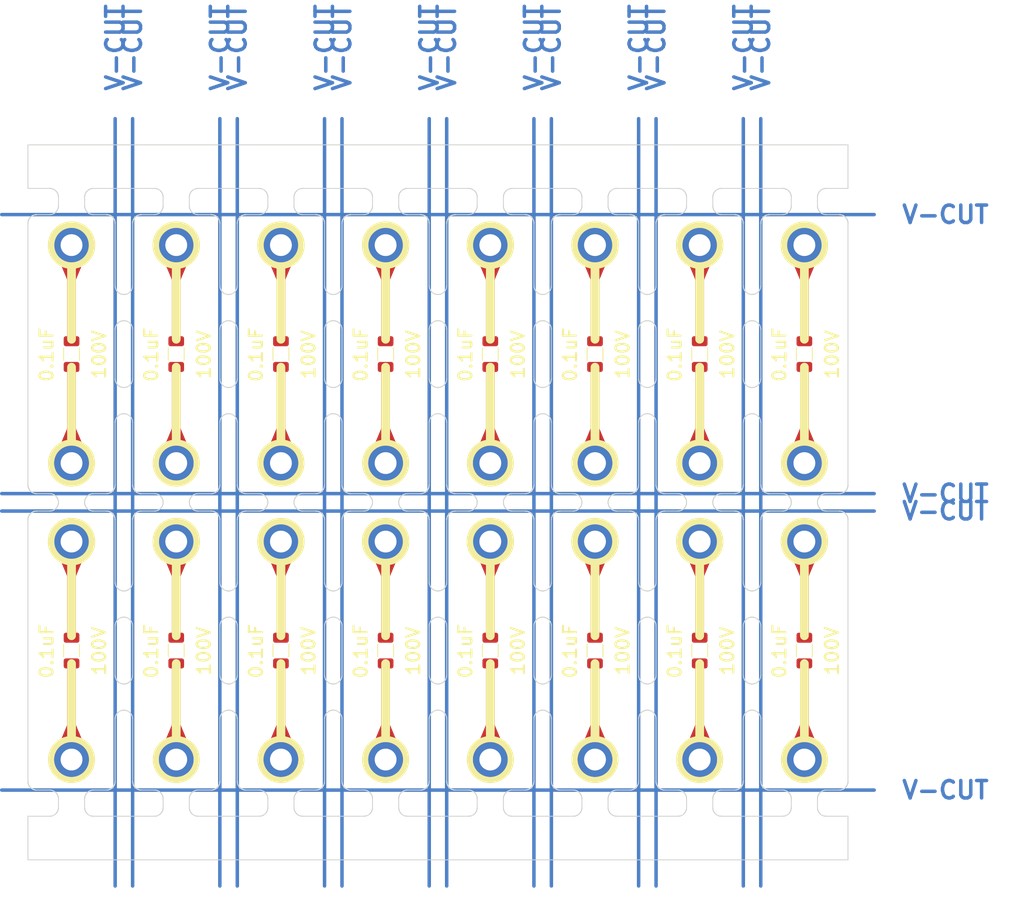
<source format=kicad_pcb>
(kicad_pcb (version 20240108) (generator "pcbnew") (generator_version "8.0")
  (layers (0 "F.Cu" signal) (31 "B.Cu" signal) (34 "B.Paste" user) (35 "F.Paste" user) (36 "B.SilkS" user "B.Silkscreen") (37 "F.SilkS" user "F.Silkscreen") (38 "B.Mask" user) (39 "F.Mask" user) (44 "Edge.Cuts" user))
  (net 0 "")
  (net 1 "Board_0-Net-(J1-Pin_1)")
  (net 2 "Board_0-Net-(J2-Pin_1)")
  (net 3 "Board_1-Net-(J1-Pin_1)")
  (net 4 "Board_1-Net-(J2-Pin_1)")
  (net 5 "Board_2-Net-(J1-Pin_1)")
  (net 6 "Board_2-Net-(J2-Pin_1)")
  (net 7 "Board_3-Net-(J1-Pin_1)")
  (net 8 "Board_3-Net-(J2-Pin_1)")
  (net 9 "Board_4-Net-(J1-Pin_1)")
  (net 10 "Board_4-Net-(J2-Pin_1)")
  (net 11 "Board_5-Net-(J1-Pin_1)")
  (net 12 "Board_5-Net-(J2-Pin_1)")
  (net 13 "Board_6-Net-(J1-Pin_1)")
  (net 14 "Board_6-Net-(J2-Pin_1)")
  (net 15 "Board_7-Net-(J1-Pin_1)")
  (net 16 "Board_7-Net-(J2-Pin_1)")
  (net 17 "Board_8-Net-(J1-Pin_1)")
  (net 18 "Board_8-Net-(J2-Pin_1)")
  (net 19 "Board_9-Net-(J1-Pin_1)")
  (net 20 "Board_9-Net-(J2-Pin_1)")
  (net 21 "Board_10-Net-(J1-Pin_1)")
  (net 22 "Board_10-Net-(J2-Pin_1)")
  (net 23 "Board_11-Net-(J1-Pin_1)")
  (net 24 "Board_11-Net-(J2-Pin_1)")
  (net 25 "Board_12-Net-(J1-Pin_1)")
  (net 26 "Board_12-Net-(J2-Pin_1)")
  (net 27 "Board_13-Net-(J1-Pin_1)")
  (net 28 "Board_13-Net-(J2-Pin_1)")
  (net 29 "Board_14-Net-(J1-Pin_1)")
  (net 30 "Board_14-Net-(J2-Pin_1)")
  (net 31 "Board_15-Net-(J1-Pin_1)")
  (net 32 "Board_15-Net-(J2-Pin_1)")
  (footprint "Library:MountingHole_2.5mm_Pad" (layer "F.Cu") (at 118.5 56.5005)
    (property "Reference" "J2")
    (property "Value" "Conn_01x01_Socket" (hide yes))
  )
  (footprint "Library:C_1206_3216Metric" (layer "F.Cu") (at 130.5 78.0005 -90)
    (property "Reference" "C1" (hide yes))
    (property "Value" "C" (hide yes))
  )
  (footprint "Library:MountingHole_2.5mm_Pad" (layer "F.Cu") (at 130.5 65.5005)
    (property "Reference" "J1")
    (property "Value" "Conn_01x01_Socket" (hide yes))
  )
  (footprint "Library:C_1206_3216Metric" (layer "F.Cu") (at 130.5 44.0005 -90)
    (property "Reference" "C1" (hide yes))
    (property "Value" "C" (hide yes))
  )
  (footprint "Library:MountingHole_2.5mm_Pad" (layer "F.Cu") (at 178.5 31.5005)
    (property "Reference" "J1")
    (property "Value" "Conn_01x01_Socket" (hide yes))
  )
  (footprint "Library:C_1206_3216Metric" (layer "F.Cu") (at 154.5 78.0005 -90)
    (property "Reference" "C1" (hide yes))
    (property "Value" "C" (hide yes))
  )
  (footprint "Library:MountingHole_2.5mm_Pad" (layer "F.Cu") (at 106.5 56.5005)
    (property "Reference" "J2")
    (property "Value" "Conn_01x01_Socket" (hide yes))
  )
  (footprint "Library:C_1206_3216Metric" (layer "F.Cu") (at 166.5 44.0005 -90)
    (property "Reference" "C1" (hide yes))
    (property "Value" "C" (hide yes))
  )
  (footprint "Library:C_1206_3216Metric" (layer "F.Cu") (at 118.5 78.0005 -90)
    (property "Reference" "C1" (hide yes))
    (property "Value" "C" (hide yes))
  )
  (footprint "Library:MountingHole_2.5mm_Pad" (layer "F.Cu") (at 166.5 31.5005)
    (property "Reference" "J1")
    (property "Value" "Conn_01x01_Socket" (hide yes))
  )
  (footprint "Library:MountingHole_2.5mm_Pad" (layer "F.Cu") (at 190.5 56.5005)
    (property "Reference" "J2")
    (property "Value" "Conn_01x01_Socket" (hide yes))
  )
  (footprint "Library:C_1206_3216Metric" (layer "F.Cu") (at 166.5 78.0005 -90)
    (property "Reference" "C1" (hide yes))
    (property "Value" "C" (hide yes))
  )
  (footprint "Library:MountingHole_2.5mm_Pad" (layer "F.Cu") (at 190.5 31.5005)
    (property "Reference" "J1")
    (property "Value" "Conn_01x01_Socket" (hide yes))
  )
  (footprint "Library:C_1206_3216Metric" (layer "F.Cu") (at 178.5 78.0005 -90)
    (property "Reference" "C1" (hide yes))
    (property "Value" "C" (hide yes))
  )
  (footprint "Library:MountingHole_2.5mm_Pad" (layer "F.Cu") (at 154.5 90.5005)
    (property "Reference" "J2")
    (property "Value" "Conn_01x01_Socket" (hide yes))
  )
  (footprint "Library:MountingHole_2.5mm_Pad" (layer "F.Cu") (at 118.5 65.5005)
    (property "Reference" "J1")
    (property "Value" "Conn_01x01_Socket" (hide yes))
  )
  (footprint "Library:MountingHole_2.5mm_Pad" (layer "F.Cu") (at 154.5 31.5005)
    (property "Reference" "J1")
    (property "Value" "Conn_01x01_Socket" (hide yes))
  )
  (footprint "Library:MountingHole_2.5mm_Pad" (layer "F.Cu") (at 118.5 90.5005)
    (property "Reference" "J2")
    (property "Value" "Conn_01x01_Socket" (hide yes))
  )
  (footprint "Library:C_1206_3216Metric" (layer "F.Cu") (at 154.5 44.0005 -90)
    (property "Reference" "C1" (hide yes))
    (property "Value" "C" (hide yes))
  )
  (footprint "Library:MountingHole_2.5mm_Pad" (layer "F.Cu") (at 130.5 90.5005)
    (property "Reference" "J2")
    (property "Value" "Conn_01x01_Socket" (hide yes))
  )
  (footprint "Library:C_1206_3216Metric" (layer "F.Cu") (at 178.5 44.0005 -90)
    (property "Reference" "C1" (hide yes))
    (property "Value" "C" (hide yes))
  )
  (footprint "Library:MountingHole_2.5mm_Pad" (layer "F.Cu") (at 166.5 65.5005)
    (property "Reference" "J1")
    (property "Value" "Conn_01x01_Socket" (hide yes))
  )
  (footprint "Library:MountingHole_2.5mm_Pad" (layer "F.Cu") (at 154.5 65.5005)
    (property "Reference" "J1")
    (property "Value" "Conn_01x01_Socket" (hide yes))
  )
  (footprint "Library:MountingHole_2.5mm_Pad" (layer "F.Cu") (at 190.5 90.5005)
    (property "Reference" "J2")
    (property "Value" "Conn_01x01_Socket" (hide yes))
  )
  (footprint "Library:C_1206_3216Metric" (layer "F.Cu") (at 118.5 44.0005 -90)
    (property "Reference" "C1" (hide yes))
    (property "Value" "C" (hide yes))
  )
  (footprint "Library:C_1206_3216Metric" (layer "F.Cu") (at 106.5 78.0005 -90)
    (property "Reference" "C1" (hide yes))
    (property "Value" "C" (hide yes))
  )
  (footprint "Library:MountingHole_2.5mm_Pad" (layer "F.Cu") (at 106.5 31.5005)
    (property "Reference" "J1")
    (property "Value" "Conn_01x01_Socket" (hide yes))
  )
  (footprint "Library:MountingHole_2.5mm_Pad" (layer "F.Cu") (at 178.5 65.5005)
    (property "Reference" "J1")
    (property "Value" "Conn_01x01_Socket" (hide yes))
  )
  (footprint "Library:MountingHole_2.5mm_Pad" (layer "F.Cu") (at 106.5 65.5005)
    (property "Reference" "J1")
    (property "Value" "Conn_01x01_Socket" (hide yes))
  )
  (footprint "Library:MountingHole_2.5mm_Pad" (layer "F.Cu") (at 142.5 90.5005)
    (property "Reference" "J2")
    (property "Value" "Conn_01x01_Socket" (hide yes))
  )
  (footprint "Library:MountingHole_2.5mm_Pad" (layer "F.Cu") (at 142.5 65.5005)
    (property "Reference" "J1")
    (property "Value" "Conn_01x01_Socket" (hide yes))
  )
  (footprint "Library:MountingHole_2.5mm_Pad" (layer "F.Cu") (at 106.5 90.5005)
    (property "Reference" "J2")
    (property "Value" "Conn_01x01_Socket" (hide yes))
  )
  (footprint "Library:MountingHole_2.5mm_Pad" (layer "F.Cu") (at 166.5 90.5005)
    (property "Reference" "J2")
    (property "Value" "Conn_01x01_Socket" (hide yes))
  )
  (footprint "Library:C_1206_3216Metric" (layer "F.Cu") (at 190.5 44.0005 -90)
    (property "Reference" "C1" (hide yes))
    (property "Value" "C" (hide yes))
  )
  (footprint "Library:C_1206_3216Metric" (layer "F.Cu") (at 142.5 78.0005 -90)
    (property "Reference" "C1" (hide yes))
    (property "Value" "C" (hide yes))
  )
  (footprint "Library:MountingHole_2.5mm_Pad" (layer "F.Cu") (at 190.5 65.5005)
    (property "Reference" "J1")
    (property "Value" "Conn_01x01_Socket" (hide yes))
  )
  (footprint "Library:MountingHole_2.5mm_Pad" (layer "F.Cu") (at 118.5 31.5005)
    (property "Reference" "J1")
    (property "Value" "Conn_01x01_Socket" (hide yes))
  )
  (footprint "Library:MountingHole_2.5mm_Pad" (layer "F.Cu") (at 130.5 56.5005)
    (property "Reference" "J2")
    (property "Value" "Conn_01x01_Socket" (hide yes))
  )
  (footprint "Library:MountingHole_2.5mm_Pad" (layer "F.Cu") (at 166.5 56.5005)
    (property "Reference" "J2")
    (property "Value" "Conn_01x01_Socket" (hide yes))
  )
  (footprint "Library:MountingHole_2.5mm_Pad" (layer "F.Cu") (at 142.5 31.5005)
    (property "Reference" "J1")
    (property "Value" "Conn_01x01_Socket" (hide yes))
  )
  (footprint "Library:MountingHole_2.5mm_Pad" (layer "F.Cu") (at 130.5 31.5005)
    (property "Reference" "J1")
    (property "Value" "Conn_01x01_Socket" (hide yes))
  )
  (footprint "Library:MountingHole_2.5mm_Pad" (layer "F.Cu") (at 154.5 56.5005)
    (property "Reference" "J2")
    (property "Value" "Conn_01x01_Socket" (hide yes))
  )
  (footprint "Library:C_1206_3216Metric" (layer "F.Cu") (at 106.5 44.0005 -90)
    (property "Reference" "C1" (hide yes))
    (property "Value" "C" (hide yes))
  )
  (footprint "Library:MountingHole_2.5mm_Pad" (layer "F.Cu") (at 178.5 56.5005)
    (property "Reference" "J2")
    (property "Value" "Conn_01x01_Socket" (hide yes))
  )
  (footprint "Library:MountingHole_2.5mm_Pad" (layer "F.Cu") (at 142.5 56.5005)
    (property "Reference" "J2")
    (property "Value" "Conn_01x01_Socket" (hide yes))
  )
  (footprint "Library:MountingHole_2.5mm_Pad" (layer "F.Cu") (at 178.5 90.5005)
    (property "Reference" "J2")
    (property "Value" "Conn_01x01_Socket" (hide yes))
  )
  (footprint "Library:C_1206_3216Metric" (layer "F.Cu") (at 190.5 78.0005 -90)
    (property "Reference" "C1" (hide yes))
    (property "Value" "C" (hide yes))
  )
  (footprint "Library:C_1206_3216Metric" (layer "F.Cu") (at 142.5 44.0005 -90)
    (property "Reference" "C1" (hide yes))
    (property "Value" "C" (hide yes))
  )
  (gr_line (start 183.5 17) (end 183.5 105.0015) (stroke (width 0.4)) (layer "B.Cu"))
  (gr_line (start 171.5 17) (end 171.5 105.0015) (stroke (width 0.4)) (layer "B.Cu"))
  (gr_line (start 185.5 17) (end 185.5 105.0015) (stroke (width 0.4)) (layer "B.Cu"))
  (gr_line (start 98.5 94.0005) (end 198.5 94.0005) (stroke (width 0.4)) (layer "B.Cu"))
  (gr_line (start 113.5 17) (end 113.5 105.0015) (stroke (width 0.4)) (layer "B.Cu"))
  (gr_line (start 111.5 17) (end 111.5 105.0015) (stroke (width 0.4)) (layer "B.Cu"))
  (gr_line (start 149.5 17) (end 149.5 105.0015) (stroke (width 0.4)) (layer "B.Cu"))
  (gr_line (start 125.5 17) (end 125.5 105.0015) (stroke (width 0.4)) (layer "B.Cu"))
  (gr_line (start 98.5 60.0005) (end 198.5 60.0005) (stroke (width 0.4)) (layer "B.Cu"))
  (gr_line (start 123.5 17) (end 123.5 105.0015) (stroke (width 0.4)) (layer "B.Cu"))
  (gr_line (start 98.5 62.0005) (end 198.5 62.0005) (stroke (width 0.4)) (layer "B.Cu"))
  (gr_line (start 159.5 17) (end 159.5 105.0015) (stroke (width 0.4)) (layer "B.Cu"))
  (gr_line (start 161.5 17) (end 161.5 105.0015) (stroke (width 0.4)) (layer "B.Cu"))
  (gr_line (start 135.5 17) (end 135.5 105.0015) (stroke (width 0.4)) (layer "B.Cu"))
  (gr_line (start 137.5 17) (end 137.5 105.0015) (stroke (width 0.4)) (layer "B.Cu"))
  (gr_line (start 98.5 28.0005) (end 198.5 28.0005) (stroke (width 0.4)) (layer "B.Cu"))
  (gr_line (start 147.5 17) (end 147.5 105.0015) (stroke (width 0.4)) (layer "B.Cu"))
  (gr_line (start 173.5 17) (end 173.5 105.0015) (stroke (width 0.4)) (layer "B.Cu"))
  (gr_line (start 118.5 87.9005) (end 118.5 79.5005) (stroke (width 1)) (layer "F.SilkS"))
  (gr_line (start 106.5 87.9005) (end 106.5 79.5005) (stroke (width 1)) (layer "F.SilkS"))
  (gr_circle (center 166.5 90.5005) (end 168.85 90.5005) (stroke (width 0.7)) (fill none) (layer "F.SilkS"))
  (gr_circle (center 142.5 56.5005) (end 144.85 56.5005) (stroke (width 0.7)) (fill none) (layer "F.SilkS"))
  (gr_line (start 130.5 42.3005) (end 130.5 34.0005) (stroke (width 1)) (layer "F.SilkS"))
  (gr_line (start 142.5 53.9005) (end 142.5 45.5005) (stroke (width 1)) (layer "F.SilkS"))
  (gr_circle (center 130.5 90.5005) (end 132.85 90.5005) (stroke (width 0.7)) (fill none) (layer "F.SilkS"))
  (gr_circle (center 106.5 90.5005) (end 108.85 90.5005) (stroke (width 0.7)) (fill none) (layer "F.SilkS"))
  (gr_line (start 178.5 87.9005) (end 178.5 79.5005) (stroke (width 1)) (layer "F.SilkS"))
  (gr_line (start 190.5 76.3005) (end 190.5 68.0005) (stroke (width 1)) (layer "F.SilkS"))
  (gr_line (start 154.5 53.9005) (end 154.5 45.5005) (stroke (width 1)) (layer "F.SilkS"))
  (gr_circle (center 118.5 90.5005) (end 120.85 90.5005) (stroke (width 0.7)) (fill none) (layer "F.SilkS"))
  (gr_line (start 154.5 42.3005) (end 154.5 34.0005) (stroke (width 1)) (layer "F.SilkS"))
  (gr_line (start 106.5 53.9005) (end 106.5 45.5005) (stroke (width 1)) (layer "F.SilkS"))
  (gr_line (start 118.5 53.9005) (end 118.5 45.5005) (stroke (width 1)) (layer "F.SilkS"))
  (gr_circle (center 118.5 65.5005) (end 120.85 65.5005) (stroke (width 0.75)) (fill none) (layer "F.SilkS"))
  (gr_circle (center 130.5 65.5005) (end 132.85 65.5005) (stroke (width 0.75)) (fill none) (layer "F.SilkS"))
  (gr_line (start 190.5 42.3005) (end 190.5 34.0005) (stroke (width 1)) (layer "F.SilkS"))
  (gr_circle (center 154.5 31.5005) (end 156.85 31.5005) (stroke (width 0.75)) (fill none) (layer "F.SilkS"))
  (gr_circle (center 178.5 65.5005) (end 180.85 65.5005) (stroke (width 0.75)) (fill none) (layer "F.SilkS"))
  (gr_circle (center 190.5 65.5005) (end 192.85 65.5005) (stroke (width 0.75)) (fill none) (layer "F.SilkS"))
  (gr_line (start 142.5 76.3005) (end 142.5 68.0005) (stroke (width 1)) (layer "F.SilkS"))
  (gr_line (start 190.5 53.9005) (end 190.5 45.5005) (stroke (width 1)) (layer "F.SilkS"))
  (gr_line (start 106.5 76.3005) (end 106.5 68.0005) (stroke (width 1)) (layer "F.SilkS"))
  (gr_circle (center 130.5 31.5005) (end 132.85 31.5005) (stroke (width 0.75)) (fill none) (layer "F.SilkS"))
  (gr_line (start 178.5 42.3005) (end 178.5 34.0005) (stroke (width 1)) (layer "F.SilkS"))
  (gr_line (start 154.5 87.9005) (end 154.5 79.5005) (stroke (width 1)) (layer "F.SilkS"))
  (gr_line (start 190.5 87.9005) (end 190.5 79.5005) (stroke (width 1)) (layer "F.SilkS"))
  (gr_circle (center 166.5 31.5005) (end 168.85 31.5005) (stroke (width 0.75)) (fill none) (layer "F.SilkS"))
  (gr_line (start 178.5 53.9005) (end 178.5 45.5005) (stroke (width 1)) (layer "F.SilkS"))
  (gr_circle (center 118.5 31.5005) (end 120.85 31.5005) (stroke (width 0.75)) (fill none) (layer "F.SilkS"))
  (gr_circle (center 190.5 90.5005) (end 192.85 90.5005) (stroke (width 0.7)) (fill none) (layer "F.SilkS"))
  (gr_circle (center 190.5 31.5005) (end 192.85 31.5005) (stroke (width 0.75)) (fill none) (layer "F.SilkS"))
  (gr_circle (center 178.5 90.5005) (end 180.85 90.5005) (stroke (width 0.7)) (fill none) (layer "F.SilkS"))
  (gr_line (start 142.5 87.9005) (end 142.5 79.5005) (stroke (width 1)) (layer "F.SilkS"))
  (gr_line (start 118.5 42.3005) (end 118.5 34.0005) (stroke (width 1)) (layer "F.SilkS"))
  (gr_line (start 154.5 76.3005) (end 154.5 68.0005) (stroke (width 1)) (layer "F.SilkS"))
  (gr_line (start 142.5 42.3005) (end 142.5 34.0005) (stroke (width 1)) (layer "F.SilkS"))
  (gr_circle (center 154.5 90.5005) (end 156.85 90.5005) (stroke (width 0.7)) (fill none) (layer "F.SilkS"))
  (gr_circle (center 106.5 56.5005) (end 108.85 56.5005) (stroke (width 0.7)) (fill none) (layer "F.SilkS"))
  (gr_circle (center 106.5 31.5005) (end 108.85 31.5005) (stroke (width 0.75)) (fill none) (layer "F.SilkS"))
  (gr_line (start 166.5 76.3005) (end 166.5 68.0005) (stroke (width 1)) (layer "F.SilkS"))
  (gr_circle (center 166.5 65.5005) (end 168.85 65.5005) (stroke (width 0.75)) (fill none) (layer "F.SilkS"))
  (gr_circle (center 166.5 56.5005) (end 168.85 56.5005) (stroke (width 0.7)) (fill none) (layer "F.SilkS"))
  (gr_circle (center 118.5 56.5005) (end 120.85 56.5005) (stroke (width 0.7)) (fill none) (layer "F.SilkS"))
  (gr_circle (center 154.5 56.5005) (end 156.85 56.5005) (stroke (width 0.7)) (fill none) (layer "F.SilkS"))
  (gr_line (start 106.5 42.3005) (end 106.5 34.0005) (stroke (width 1)) (layer "F.SilkS"))
  (gr_line (start 118.5 76.3005) (end 118.5 68.0005) (stroke (width 1)) (layer "F.SilkS"))
  (gr_circle (center 178.5 56.5005) (end 180.85 56.5005) (stroke (width 0.7)) (fill none) (layer "F.SilkS"))
  (gr_circle (center 142.5 90.5005) (end 144.85 90.5005) (stroke (width 0.7)) (fill none) (layer "F.SilkS"))
  (gr_line (start 130.5 76.3005) (end 130.5 68.0005) (stroke (width 1)) (layer "F.SilkS"))
  (gr_circle (center 130.5 56.5005) (end 132.85 56.5005) (stroke (width 0.7)) (fill none) (layer "F.SilkS"))
  (gr_line (start 178.5 76.3005) (end 178.5 68.0005) (stroke (width 1)) (layer "F.SilkS"))
  (gr_circle (center 154.5 65.5005) (end 156.85 65.5005) (stroke (width 0.75)) (fill none) (layer "F.SilkS"))
  (gr_line (start 166.5 53.9005) (end 166.5 45.5005) (stroke (width 1)) (layer "F.SilkS"))
  (gr_circle (center 106.5 65.5005) (end 108.85 65.5005) (stroke (width 0.75)) (fill none) (layer "F.SilkS"))
  (gr_circle (center 178.5 31.5005) (end 180.85 31.5005) (stroke (width 0.75)) (fill none) (layer "F.SilkS"))
  (gr_line (start 130.5 53.9005) (end 130.5 45.5005) (stroke (width 1)) (layer "F.SilkS"))
  (gr_circle (center 190.5 56.5005) (end 192.85 56.5005) (stroke (width 0.7)) (fill none) (layer "F.SilkS"))
  (gr_line (start 166.5 87.9005) (end 166.5 79.5005) (stroke (width 1)) (layer "F.SilkS"))
  (gr_line (start 166.5 42.3005) (end 166.5 34.0005) (stroke (width 1)) (layer "F.SilkS"))
  (gr_circle (center 142.5 31.5005) (end 144.85 31.5005) (stroke (width 0.75)) (fill none) (layer "F.SilkS"))
  (gr_line (start 130.5 87.9005) (end 130.5 79.5005) (stroke (width 1)) (layer "F.SilkS"))
  (gr_circle (center 142.5 65.5005) (end 144.85 65.5005) (stroke (width 0.75)) (fill none) (layer "F.SilkS"))
  (gr_line (start 192.572444 61.904489) (end 192.528602 61.882421) (stroke (width 0.1)) (layer "Edge.Cuts"))
  (gr_line (start 168.004815 94.902481) (end 168.010823 94.853768) (stroke (width 0.1)) (layer "Edge.Cuts"))
  (gr_line (start 114.048377 62.10856) (end 114.025926 62.120287) (stroke (width 0.1)) (layer "Edge.Cuts"))
  (gr_line (start 125.839227 62.250234) (end 125.820433 62.267214) (stroke (width 0.1)) (layer "Edge.Cuts"))
  (gr_line (start 140.903989 61.428055) (end 140.881921 61.471897) (stroke (width 0.1)) (layer "Edge.Cuts"))
  (gr_line (start 185.535407 28.737667) (end 185.529059 28.762187) (stroke (width 0.1)) (layer "Edge.Cuts"))
  (gr_line (start 123.618078 74.695769) (end 123.642271 74.653063) (stroke (width 0.1)) (layer "Edge.Cuts"))
  (gr_line (start 132.709714 25.043059) (end 132.757019 25.029968) (stroke (width 0.1)) (layer "Edge.Cuts"))
  (gr_line (start 183.9043 81.637041) (end 183.865606 81.606844) (stroke (width 0.1)) (layer "Edge.Cuts"))
  (gr_line (start 183.495831 62.911963) (end 183.493268 62.886764) (stroke (width 0.1)) (layer "Edge.Cuts"))
  (gr_line (start 185.240951 40.495607) (end 185.27301 40.532773) (stroke (width 0.1)) (layer "Edge.Cuts"))
  (gr_line (start 164.33689 27.942044) (end 164.290285 27.95744) (stroke (width 0.1)) (layer "Edge.Cuts"))
  (gr_line (start 101.733236 62.358945) (end 101.717229 62.378575) (stroke (width 0.1)) (layer "Edge.Cuts"))
  (gr_line (start 161.480785 81.028924) (end 161.470031 81.076814) (stroke (width 0.1)) (layer "Edge.Cuts"))
  (gr_line (start 161.207107 40.460059) (end 161.240951 40.495607) (stroke (width 0.1)) (layer "Edge.Cuts"))
  (gr_line (start 180.901981 94.005315) (end 180.950931 94.001704) (stroke (width 0.1)) (layer "Edge.Cuts"))
  (gr_line (start 183.391939 93.452122) (end 183.403093 93.429382) (stroke (width 0.1)) (layer "Edge.Cuts"))
  (gr_line (start 124.790285 37.124107) (end 124.74298 37.137197) (stroke (width 0.1)) (layer "Edge.Cuts"))
  (gr_line (start 168.901981 60.005315) (end 168.950931 60.001704) (stroke (width 0.1)) (layer "Edge.Cuts"))
  (gr_line (start 104.24298 61.970531) (end 104.195091 61.981285) (stroke (width 0.1)) (layer "Edge.Cuts"))
  (gr_line (start 125.766714 62.320933) (end 125.749734 62.339727) (stroke (width 0.1)) (layer "Edge.Cuts"))
  (gr_line (start 158.951622 59.892439) (end 158.974073 59.880712) (stroke (width 0.1)) (layer "Edge.Cuts"))
  (gr_line (start 159.457624 28.713316) (end 159.450041 28.689149) (stroke (width 0.1)) (layer "Edge.Cuts"))
  (gr_line (start 192.010823 61.147231) (end 192.004815 61.098518) (stroke (width 0.1)) (layer "Edge.Cuts"))
  (gr_line (start 152.290285 25.043059) (end 152.33689 25.058455) (stroke (width 0.1)) (layer "Edge.Cuts"))
  (gr_line (start 113.489176 46.980564) (end 113.480785 47.028924) (stroke (width 0.1)) (layer "Edge.Cuts"))
  (gr_line (start 125.171559 47.574784) (end 125.134393 47.606844) (stroke (width 0.1)) (layer "Edge.Cuts"))
  (gr_line (start 111.433052 93.359569) (end 111.441849 93.335817) (stroke (width 0.1)) (layer "Edge.Cuts"))
  (gr_line (start 171.081479 28.187234) (end 171.06069 28.172765) (stroke (width 0.1)) (layer "Edge.Cuts"))
  (gr_line (start 123.501204 51.784764) (end 123.504815 51.735815) (stroke (width 0.1)) (layer "Edge.Cuts"))
  (gr_line (start 176.33689 94.058955) (end 176.382684 94.07662) (stroke (width 0.1)) (layer "Edge.Cuts"))
  (gr_line (start 161.441544 36.504057) (end 161.423879 36.54985) (stroke (width 0.1)) (layer "Edge.Cuts"))
  (gr_line (start 110.905867 62.086831) (end 110.882591 62.076842) (stroke (width 0.1)) (layer "Edge.Cuts"))
  (gr_line (start 132.663109 27.942044) (end 132.617315 27.924379) (stroke (width 0.1)) (layer "Edge.Cuts"))
  (gr_line (start 137.518235 62.811671) (end 137.513766 62.836602) (stroke (width 0.1)) (layer "Edge.Cuts"))
  (gr_line (start 168.444429 27.831969) (end 168.4043 27.803707) (stroke (width 0.1)) (layer "Edge.Cuts"))
  (gr_line (start 161.27301 74.532773) (end 161.303207 74.571466) (stroke (width 0.1)) (layer "Edge.Cuts"))
  (gr_line (start 180.444429 96.832969) (end 180.4043 96.804707) (stroke (width 0.1)) (layer "Edge.Cuts"))
  (gr_line (start 161.331469 36.722737) (end 161.303207 36.762866) (stroke (width 0.1)) (layer "Edge.Cuts"))
  (gr_line (start 146.882591 28.076842) (end 146.859069 28.067447) (stroke (width 0.1)) (layer "Edge.Cuts"))
  (gr_line (start 124.353268 81.823009) (end 124.304908 81.814618) (stroke (width 0.1)) (layer "Edge.Cuts"))
  (gr_line (start 180.196792 61.596199) (end 180.16853 61.55607) (stroke (width 0.1)) (layer "Edge.Cuts"))
  (gr_line (start 111.179566 93.733785) (end 111.197924 93.716334) (stroke (width 0.1)) (layer "Edge.Cuts"))
  (gr_line (start 164.903989 96.429055) (end 164.881921 96.472897) (stroke (width 0.1)) (layer "Edge.Cuts"))
  (gr_line (start 162.237167 93.965092) (end 162.261687 93.97144) (stroke (width 0.1)) (layer "Edge.Cuts"))
  (gr_line (start 110.506331 62.00066) (end 110.493666 62.0005) (stroke (width 0.1)) (layer "Edge.Cuts"))
  (gr_line (start 147.197924 28.284665) (end 147.179566 28.267214) (stroke (width 0.1)) (layer "Edge.Cuts"))
  (gr_line (start 161.05557 47.665303) (end 161.014103 47.691562) (stroke (width 0.1)) (layer "Edge.Cuts"))
  (gr_line (start 176.382684 61.924379) (end 176.33689 61.942044) (stroke (width 0.1)) (layer "Edge.Cuts"))
  (gr_line (start 104.95694 94.710214) (end 104.970031 94.757519) (stroke (width 0.1)) (layer "Edge.Cuts"))
  (gr_line (start 123.313265 28.41902) (end 123.298273 28.398605) (stroke (width 0.1)) (layer "Edge.Cuts"))
  (gr_line (start 159.82844 81.574784) (end 159.792892 81.54094) (stroke (width 0.1)) (layer "Edge.Cuts"))
  (gr_line (start 123.529968 85.590852) (end 123.543059 85.543547) (stroke (width 0.1)) (layer "Edge.Cuts"))
  (gr_line (start 158.537984 62.001462) (end 158.506331 62.00066) (stroke (width 0.1)) (layer "Edge.Cuts"))
  (gr_line (start 147.141554 28.233736) (end 147.121924 28.217729) (stroke (width 0.1)) (layer "Edge.Cuts"))
  (gr_line (start 152.881921 61.471897) (end 152.857728 61.514603) (stroke (width 0.1)) (layer "Edge.Cuts"))
  (gr_line (start 132.804908 61.981285) (end 132.757019 61.970531) (stroke (width 0.1)) (layer "Edge.Cuts"))
  (gr_line (start 104.989176 60.853768) (end 104.995184 60.902481) (stroke (width 0.1)) (layer "Edge.Cuts"))
  (gr_line (start 149.489176 85.687102) (end 149.495184 85.735815) (stroke (width 0.1)) (layer "Edge.Cuts"))
  (gr_line (start 161.506731 28.886764) (end 161.504168 28.911963) (stroke (width 0.1)) (layer "Edge.Cuts"))
  (gr_line (start 171.726989 47.468226) (end 171.696792 47.429533) (stroke (width 0.1)) (layer "Edge.Cuts"))
  (gr_line (start 156.4043 61.803707) (end 156.365606 61.77351) (stroke (width 0.1)) (layer "Edge.Cuts"))
  (gr_line (start 172.882684 37.091046) (end 172.83689 37.10871) (stroke (width 0.1)) (layer "Edge.Cuts"))
  (gr_line (start 144.043059 94.710214) (end 144.058455 94.663609) (stroke (width 0.1)) (layer "Edge.Cuts"))
  (gr_line (start 188.24298 61.970531) (end 188.195091 61.981285) (stroke (width 0.1)) (layer "Edge.Cuts"))
  (gr_line (start 110.493666 62.0005) (end 108.999999 62.0005) (stroke (width 0.1)) (layer "Edge.Cuts"))
  (gr_line (start 192.259048 61.672059) (end 192.226989 61.634893) (stroke (width 0.1)) (layer "Edge.Cuts"))
  (gr_line (start 173.134393 70.940177) (end 173.095699 70.970374) (stroke (width 0.1)) (layer "Edge.Cuts"))
  (gr_line (start 116.146731 94.011323) (end 116.195091 94.019714) (stroke (width 0.1)) (layer "Edge.Cuts"))
  (gr_line (start 110.63886 93.990568) (end 110.663897 93.986733) (stroke (width 0.1)) (layer "Edge.Cuts"))
  (gr_line (start 158.588536 62.004668) (end 158.56328 62.002745) (stroke (width 0.1)) (layer "Edge.Cuts"))
  (gr_line (start 162.336102 93.986733) (end 162.361139 93.990568) (stroke (width 0.1)) (layer "Edge.Cuts"))
  (gr_line (start 108.572444 96.905489) (end 108.528602 96.883421) (stroke (width 0.1)) (layer "Edge.Cuts"))
  (gr_line (start 140.427555 61.904489) (end 140.382684 61.924379) (stroke (width 0.1)) (layer "Edge.Cuts"))
  (gr_line (start 173.498795 46.882901) (end 173.495184 46.931851) (stroke (width 0.1)) (layer "Edge.Cuts"))
  (gr_line (start 137.498795 46.882901) (end 137.495184 46.931851) (stroke (width 0.1)) (layer "Edge.Cuts"))
  (gr_line (start 108.043059 25.709714) (end 108.058455 25.663109) (stroke (width 0.1)) (layer "Edge.Cuts"))
  (gr_line (start 113.686734 93.581979) (end 113.701726 93.602394) (stroke (width 0.1)) (layer "Edge.Cuts"))
  (gr_line (start 185.134393 47.606844) (end 185.095699 47.637041) (stroke (width 0.1)) (layer "Edge.Cuts"))
  (gr_line (start 172.117315 84.909953) (end 172.163109 84.892289) (stroke (width 0.1)) (layer "Edge.Cuts"))
  (gr_line (start 123.233285 59.680066) (end 123.250265 59.661272) (stroke (width 0.1)) (layer "Edge.Cuts"))
  (gr_line (start 120.019214 96.196591) (end 120.010823 96.148231) (stroke (width 0.1)) (layer "Edge.Cuts"))
  (gr_line (start 149.509931 93.13936) (end 149.513766 93.164397) (stroke (width 0.1)) (layer "Edge.Cuts"))
  (gr_line (start 122.663897 28.014266) (end 122.63886 28.010431) (stroke (width 0.1)) (layer "Edge.Cuts"))
  (gr_line (start 116.740951 27.672059) (end 116.707107 27.707607) (stroke (width 0.1)) (layer "Edge.Cuts"))
  (gr_line (start 183.215834 59.698424) (end 183.233285 59.680066) (stroke (width 0.1)) (layer "Edge.Cuts"))
  (gr_line (start 161.644929 59.518546) (end 161.658327 59.540041) (stroke (width 0.1)) (layer "Edge.Cuts"))
  (gr_line (start 111.543059 74.876881) (end 111.558455 74.830276) (stroke (width 0.1)) (layer "Edge.Cuts"))
  (gr_line (start 136.117315 37.091046) (end 136.072444 37.071156) (stroke (width 0.1)) (layer "Edge.Cuts"))
  (gr_line (start 164.903989 27.428055) (end 164.881921 27.471897) (stroke (width 0.1)) (layer "Edge.Cuts"))
  (gr_line (start 140.382684 96.925379) (end 140.33689 96.943044) (stroke (width 0.1)) (layer "Edge.Cuts"))
  (gr_line (start 132.4043 60.197292) (end 132.444429 60.16903) (stroke (width 0.1)) (layer "Edge.Cuts"))
  (gr_line (start 192.226989 61.634893) (end 192.196792 61.596199) (stroke (width 0.1)) (layer "Edge.Cuts"))
  (gr_line (start 195.476666 93.214138) (end 195.481764 93.189328) (stroke (width 0.1)) (layer "Edge.Cuts"))
  (gr_line (start 147.197924 62.284665) (end 147.179566 62.267214) (stroke (width 0.1)) (layer "Edge.Cuts"))
  (gr_line (start 140.77301 94.366106) (end 140.803207 94.4048) (stroke (width 0.1)) (layer "Edge.Cuts"))
  (gr_line (start 123.499037 59.038484) (end 123.499839 59.006831) (stroke (width 0.1)) (layer "Edge.Cuts"))
  (gr_line (start 123.495831 93.089036) (end 123.497754 93.06378) (stroke (width 0.1)) (layer "Edge.Cuts"))
  (gr_line (start 156.196792 94.4048) (end 156.226989 94.366106) (stroke (width 0.1)) (layer "Edge.Cuts"))
  (gr_line (start 161.523333 59.214139) (end 161.529059 59.238812) (stroke (width 0.1)) (layer "Edge.Cuts"))
  (gr_line (start 111.944429 47.665303) (end 111.9043 47.637041) (stroke (width 0.1)) (layer "Edge.Cuts"))
  (gr_line (start 137.357728 74.653063) (end 137.381921 74.695769) (stroke (width 0.1)) (layer "Edge.Cuts"))
  (gr_line (start 125.470031 36.410147) (end 125.45694 36.457452) (stroke (width 0.1)) (layer "Edge.Cuts"))
  (gr_line (start 112.927555 40.263177) (end 112.971397 40.285245) (stroke (width 0.1)) (layer "Edge.Cuts"))
  (gr_line (start 185.489176 80.980564) (end 185.480785 81.028924) (stroke (width 0.1)) (layer "Edge.Cuts"))
  (gr_line (start 124.695091 40.186381) (end 124.74298 40.197135) (stroke (width 0.1)) (layer "Edge.Cuts"))
  (gr_line (start 101.586331 62.594632) (end 101.576342 62.617908) (stroke (width 0.1)) (layer "Edge.Cuts"))
  (gr_line (start 137.542375 62.713316) (end 137.535407 62.737667) (stroke (width 0.1)) (layer "Edge.Cuts"))
  (gr_line (start 113.403989 74.739611) (end 113.423879 74.784482) (stroke (width 0.1)) (layer "Edge.Cuts"))
  (gr_line (start 173.495184 70.265184) (end 173.489176 70.313897) (stroke (width 0.1)) (layer "Edge.Cuts"))
  (gr_line (start 158.537984 59.999537) (end 158.56328 59.998254) (stroke (width 0.1)) (layer "Edge.Cuts"))
  (gr_line (start 111.82844 47.574784) (end 111.792892 47.54094) (stroke (width 0.1)) (layer "Edge.Cuts"))
  (gr_line (start 160.927555 84.929843) (end 160.971397 84.951911) (stroke (width 0.1)) (layer "Edge.Cuts"))
  (gr_line (start 111.696792 40.571466) (end 111.726989 40.532773) (stroke (width 0.1)) (layer "Edge.Cuts"))
  (gr_line (start 159.944429 81.665303) (end 159.9043 81.637041) (stroke (width 0.1)) (layer "Edge.Cuts"))
  (gr_line (start 113.535407 28.737667) (end 113.529059 28.762187) (stroke (width 0.1)) (layer "Edge.Cuts"))
  (gr_line (start 171.499037 62.962515) (end 171.497754 62.937219) (stroke (width 0.1)) (layer "Edge.Cuts"))
  (gr_line (start 170.738312 62.029559) (end 170.713639 62.023833) (stroke (width 0.1)) (layer "Edge.Cuts"))
  (gr_line (start 111.423657 93.383091) (end 111.433052 93.359569) (stroke (width 0.1)) (layer "Edge.Cuts"))
  (gr_line (start 108.617315 61.924379) (end 108.572444 61.904489) (stroke (width 0.1)) (layer "Edge.Cuts"))
  (gr_line (start 184.646731 50.844656) (end 184.695091 50.853048) (stroke (width 0.1)) (layer "Edge.Cuts"))
  (gr_line (start 149.423879 51.451149) (end 149.441544 51.496942) (stroke (width 0.1)) (layer "Edge.Cuts"))
  (gr_line (start 152.55557 25.16853) (end 152.595699 25.196792) (stroke (width 0.1)) (layer "Edge.Cuts"))
  (gr_line (start 124.257019 84.863802) (end 124.304908 84.853048) (stroke (width 0.1)) (layer "Edge.Cuts"))
  (gr_line (start 192.019214 94.805408) (end 192.029968 94.757519) (stroke (width 0.1)) (layer "Edge.Cuts"))
  (gr_line (start 176.970031 61.24348) (end 176.95694 61.290785) (stroke (width 0.1)) (layer "Edge.Cuts"))
  (gr_line (start 195.101894 59.798773) (end 195.121924 59.78327) (stroke (width 0.1)) (layer "Edge.Cuts"))
  (gr_line (start 161.55815 62.665182) (end 161.549958 62.689149) (stroke (width 0.1)) (layer "Edge.Cuts"))
  (gr_line (start 135.510823 70.313897) (end 135.504815 70.265184) (stroke (width 0.1)) (layer "Edge.Cuts"))
  (gr_line (start 135.486233 62.836602) (end 135.481764 62.811671) (stroke (width 0.1)) (layer "Edge.Cuts"))
  (gr_line (start 171.57612 47.216517) (end 171.558455 47.170723) (stroke (width 0.1)) (layer "Edge.Cuts"))
  (gr_line (start 159.558455 47.170723) (end 159.543059 47.124118) (stroke (width 0.1)) (layer "Edge.Cuts"))
  (gr_line (start 164.146731 27.989676) (end 164.098018 27.995684) (stroke (width 0.1)) (layer "Edge.Cuts"))
  (gr_line (start 161.5 80.833834) (end 161.498795 80.882901) (stroke (width 0.1)) (layer "Edge.Cuts"))
  (gr_line (start 124.257019 81.803864) (end 124.209714 81.790773) (stroke (width 0.1)) (layer "Edge.Cuts"))
  (gr_line (start 113.766714 28.320933) (end 113.749734 28.339727) (stroke (width 0.1)) (layer "Edge.Cuts"))
  (gr_line (start 123.313265 59.581979) (end 123.327734 59.56119) (stroke (width 0.1)) (layer "Edge.Cuts"))
  (gr_line (start 152.55557 61.831969) (end 152.514103 61.858228) (stroke (width 0.1)) (layer "Edge.Cuts"))
  (gr_line (start 124.74298 71.137197) (end 124.695091 71.147951) (stroke (width 0.1)) (layer "Edge.Cuts"))
  (gr_line (start 171.35507 93.518546) (end 171.367919 93.496719) (stroke (width 0.1)) (layer "Edge.Cuts"))
  (gr_line (start 135.57612 36.54985) (end 135.558455 36.504057) (stroke (width 0.1)) (layer "Edge.Cuts"))
  (gr_line (start 152.857728 25.485896) (end 152.881921 25.528602) (stroke (width 0.1)) (layer "Edge.Cuts"))
  (gr_line (start 102.493668 60.000339) (end 102.506333 60.000499) (stroke (width 0.1)) (layer "Edge.Cuts"))
  (gr_line (start 174.14093 62.067447) (end 174.117408 62.076842) (stroke (width 0.1)) (layer "Edge.Cuts"))
  (gr_line (start 110.928882 93.903593) (end 110.951622 93.892439) (stroke (width 0.1)) (layer "Edge.Cuts"))
  (gr_line (start 185.014103 81.691562) (end 184.971397 81.715754) (stroke (width 0.1)) (layer "Edge.Cuts"))
  (gr_line (start 172.882684 40.243287) (end 172.927555 40.263177) (stroke (width 0.1)) (layer "Edge.Cuts"))
  (gr_line (start 149.820433 28.267214) (end 149.802075 28.284665) (stroke (width 0.1)) (layer "Edge.Cuts"))
  (gr_line (start 147.493268 28.886764) (end 147.490068 28.861639) (stroke (width 0.1)) (layer "Edge.Cuts"))
  (gr_line (start 146.588536 93.996331) (end 146.613735 93.993768) (stroke (width 0.1)) (layer "Edge.Cuts"))
  (gr_line (start 164.740951 25.32844) (end 164.77301 25.365606) (stroke (width 0.1)) (layer "Edge.Cuts"))
  (gr_line (start 108.16853 25.444429) (end 108.196792 25.4043) (stroke (width 0.1)) (layer "Edge.Cuts"))
  (gr_line (start 135.618078 40.695769) (end 135.642271 40.653063) (stroke (width 0.1)) (layer "Edge.Cuts"))
  (gr_line (start 136.401981 81.829018) (end 136.353268 81.823009) (stroke (width 0.1)) (layer "Edge.Cuts"))
  (gr_line (start 192.709714 60.043559) (end 192.757019 60.030468) (stroke (width 0.1)) (layer "Edge.Cuts"))
  (gr_line (start 137.576342 28.617908) (end 137.566947 28.64143) (stroke (width 0.1)) (layer "Edge.Cuts"))
  (gr_line (start 156.001204 27.049568) (end 156 27.0005) (stroke (width 0.1)) (layer "Edge.Cuts"))
  (gr_line (start 148.549068 37.165962) (end 148.5 37.167166) (stroke (width 0.1)) (layer "Edge.Cuts"))
  (gr_line (start 185.513766 28.836602) (end 185.509931 28.861639) (stroke (width 0.1)) (layer "Edge.Cuts"))
  (gr_line (start 111.792892 36.874273) (end 111.759048 36.838725) (stroke (width 0.1)) (layer "Edge.Cuts"))
  (gr_line (start 182.905867 62.086831) (end 182.882591 62.076842) (stroke (width 0.1)) (layer "Edge.Cuts"))
  (gr_line (start 125.014103 47.691562) (end 124.971397 47.715754) (stroke (width 0.1)) (layer "Edge.Cuts"))
  (gr_line (start 183.504815 51.735815) (end 183.510823 51.687102) (stroke (width 0.1)) (layer "Edge.Cuts"))
  (gr_line (start 132.019214 27.195591) (end 132.010823 27.147231) (stroke (width 0.1)) (layer "Edge.Cuts"))
  (gr_line (start 160.971397 71.049088) (end 160.927555 71.071156) (stroke (width 0.1)) (layer "Edge.Cuts"))
  (gr_line (start 124.401981 40.171981) (end 124.450931 40.168371) (stroke (width 0.1)) (layer "Edge.Cuts"))
  (gr_line (start 160.117315 47.757712) (end 160.072444 47.737822) (stroke (width 0.1)) (layer "Edge.Cuts"))
  (gr_line (start 135.543059 40.876881) (end 135.558455 40.830276) (stroke (width 0.1)) (layer "Edge.Cuts"))
  (gr_line (start 140.995184 94.902481) (end 140.998795 94.951431) (stroke (width 0.1)) (layer "Edge.Cuts"))
  (gr_line (start 185.5 80.833834) (end 185.498795 80.882901) (stroke (width 0.1)) (layer "Edge.Cuts"))
  (gr_line (start 180.001204 25.950931) (end 180.004815 25.901981) (stroke (width 0.1)) (layer "Edge.Cuts"))
  (gr_line (start 150.436719 28.002745) (end 150.411463 28.004668) (stroke (width 0.1)) (layer "Edge.Cuts"))
  (gr_line (start 137.500962 59.038484) (end 137.502245 59.06378) (stroke (width 0.1)) (layer "Edge.Cuts"))
  (gr_line (start 149.207107 51.126726) (end 149.240951 51.162274) (stroke (width 0.1)) (layer "Edge.Cuts"))
  (gr_line (start 148.450931 50.835037) (end 148.499999 50.833833) (stroke (width 0.1)) (layer "Edge.Cuts"))
  (gr_line (start 148.971397 81.715754) (end 148.927555 81.737822) (stroke (width 0.1)) (layer "Edge.Cuts"))
  (gr_line (start 138.261687 28.029559) (end 138.237167 28.035907) (stroke (width 0.1)) (layer "Edge.Cuts"))
  (gr_line (start 149.480785 74.972075) (end 149.489176 75.020435) (stroke (width 0.1)) (layer "Edge.Cuts"))
  (gr_line (start 140.903989 96.429055) (end 140.881921 96.472897) (stroke (width 0.1)) (layer "Edge.Cuts"))
  (gr_line (start 183.450041 59.31185) (end 183.457624 59.287683) (stroke (width 0.1)) (layer "Edge.Cuts"))
  (gr_line (start 104.671559 61.741451) (end 104.634393 61.77351) (stroke (width 0.1)) (layer "Edge.Cuts"))
  (gr_line (start 112.83689 84.892289) (end 112.882684 84.909953) (stroke (width 0.1)) (layer "Edge.Cuts"))
  (gr_line (start 195.481764 59.189328) (end 195.486233 59.164397) (stroke (width 0.1)) (layer "Edge.Cuts"))
  (gr_line (start 137.523333 93.214139) (end 137.529059 93.238812) (stroke (width 0.1)) (layer "Edge.Cuts"))
  (gr_line (start 164.707107 25.292892) (end 164.740951 25.32844) (stroke (width 0.1)) (layer "Edge.Cuts"))
  (gr_line (start 159.313265 59.581979) (end 159.327734 59.56119) (stroke (width 0.1)) (layer "Edge.Cuts"))
  (gr_line (start 176.995184 60.902481) (end 176.998795 60.951431) (stroke (width 0.1)) (layer "Edge.Cuts"))
  (gr_line (start 149.632079 28.50428) (end 149.619787 28.526426) (stroke (width 0.1)) (layer "Edge.Cuts"))
  (gr_line (start 124.74298 40.197135) (end 124.790285 40.210226) (stroke (width 0.1)) (layer "Edge.Cuts"))
  (gr_line (start 144.196792 61.596199) (end 144.16853 61.55607) (stroke (width 0.1)) (layer "Edge.Cuts"))
  (gr_line (start 183.413668 59.406367) (end 183.423657 59.383091) (stroke (width 0.1)) (layer "Edge.Cuts"))
  (gr_line (start 149.27301 85.199439) (end 149.303207 85.238133) (stroke (width 0.1)) (layer "Edge.Cuts"))
  (gr_line (start 140.989176 27.147231) (end 140.980785 27.195591) (stroke (width 0.1)) (layer "Edge.Cuts"))
  (gr_line (start 137.566947 62.64143) (end 137.55815 62.665182) (stroke (width 0.1)) (layer "Edge.Cuts"))
  (gr_line (start 113.05557 85.002363) (end 113.095699 85.030625) (stroke (width 0.1)) (layer "Edge.Cuts"))
  (gr_line (start 173.672265 62.439809) (end 173.658327 62.460958) (stroke (width 0.1)) (layer "Edge.Cuts"))
  (gr_line (start 168.365606 25.226989) (end 168.4043 25.196792) (stroke (width 0.1)) (layer "Edge.Cuts"))
  (gr_line (start 135.341672 62.460958) (end 135.327734 62.439809) (stroke (width 0.1)) (layer "Edge.Cuts"))
  (gr_line (start 137.960458 28.158827) (end 137.939309 28.172765) (stroke (width 0.1)) (layer "Edge.Cuts"))
  (gr_line (start 161.423879 51.451149) (end 161.441544 51.496942) (stroke (width 0.1)) (layer "Edge.Cuts"))
  (gr_line (start 183.543059 81.124118) (end 183.529968 81.076814) (stroke (width 0.1)) (layer "Edge.Cuts"))
  (gr_line (start 125.480785 70.362257) (end 125.470031 70.410147) (stroke (width 0.1)) (layer "Edge.Cuts"))
  (gr_line (start 186.336102 62.014266) (end 186.311171 62.018735) (stroke (width 0.1)) (layer "Edge.Cuts"))
  (gr_line (start 120.757019 25.029968) (end 120.804908 25.019214) (stroke (width 0.1)) (layer "Edge.Cuts"))
  (gr_line (start 171.464592 59.263332) (end 171.47094 59.238812) (stroke (width 0.1)) (layer "Edge.Cuts"))
  (gr_line (start 168.663109 60.058955) (end 168.709714 60.043559) (stroke (width 0.1)) (layer "Edge.Cuts"))
  (gr_line (start 161.500962 59.038484) (end 161.502245 59.06378) (stroke (width 0.1)) (layer "Edge.Cuts"))
  (gr_line (start 158.688828 62.018735) (end 158.663897 62.014266) (stroke (width 0.1)) (layer "Edge.Cuts"))
  (gr_line (start 114.212816 93.958124) (end 114.237167 93.965092) (stroke (width 0.1)) (layer "Edge.Cuts"))
  (gr_line (start 126.025926 59.880712) (end 126.048377 59.892439) (stroke (width 0.1)) (layer "Edge.Cuts"))
  (gr_line (start 113.498795 80.882901) (end 113.495184 80.931851) (stroke (width 0.1)) (layer "Edge.Cuts"))
  (gr_line (start 128 97.0015) (end 120.999999 97.0015) (stroke (width 0.1)) (layer "Edge.Cuts"))
  (gr_line (start 186.311171 28.018735) (end 186.286361 28.023833) (stroke (width 0.1)) (layer "Edge.Cuts"))
  (gr_line (start 171.5 51.833832) (end 171.501204 51.784764) (stroke (width 0.1)) (layer "Edge.Cuts"))
  (gr_line (start 195.457624 28.713316) (end 195.450041 28.689149) (stroke (width 0.1)) (layer "Edge.Cuts"))
  (gr_line (start 126.117408 59.924157) (end 126.14093 59.933552) (stroke (width 0.1)) (layer "Edge.Cuts"))
  (gr_line (start 172.549068 47.832628) (end 172.5 47.833833) (stroke (width 0.1)) (layer "Edge.Cuts"))
  (gr_line (start 161.820433 93.733785) (end 161.839227 93.750765) (stroke (width 0.1)) (layer "Edge.Cuts"))
  (gr_line (start 173.423879 40.784482) (end 173.441544 40.830276) (stroke (width 0.1)) (layer "Edge.Cuts"))
  (gr_line (start 171.59601 51.406277) (end 171.618078 51.362436) (stroke (width 0.1)) (layer "Edge.Cuts"))
  (gr_line (start 183.233285 28.320933) (end 183.215834 28.302575) (stroke (width 0.1)) (layer "Edge.Cuts"))
  (gr_line (start 135.985896 47.691562) (end 135.944429 47.665303) (stroke (width 0.1)) (layer "Edge.Cuts"))
  (gr_line (start 137.898105 59.798773) (end 137.91852 59.813765) (stroke (width 0.1)) (layer "Edge.Cuts"))
  (gr_line (start 176.995184 96.099518) (end 176.989176 96.148231) (stroke (width 0.1)) (layer "Edge.Cuts"))
  (gr_line (start 125.240951 70.838725) (end 125.207107 70.874273) (stroke (width 0.1)) (layer "Edge.Cuts"))
  (gr_line (start 140.514103 61.858228) (end 140.471397 61.882421) (stroke (width 0.1)) (layer "Edge.Cuts"))
  (gr_line (start 147.5 58.994166) (end 147.5 51.833832) (stroke (width 0.1)) (layer "Edge.Cuts"))
  (gr_line (start 184.257019 74.197135) (end 184.304908 74.186381) (stroke (width 0.1)) (layer "Edge.Cuts"))
  (gr_line (start 195.433052 28.64143) (end 195.423657 28.617908) (stroke (width 0.1)) (layer "Edge.Cuts"))
  (gr_line (start 128.831469 96.55707) (end 128.803207 96.597199) (stroke (width 0.1)) (layer "Edge.Cuts"))
  (gr_line (start 171.499999 63.006833) (end 171.499839 62.994168) (stroke (width 0.1)) (layer "Edge.Cuts"))
  (gr_line (start 137.63208 93.496719) (end 137.644929 93.518546) (stroke (width 0.1)) (layer "Edge.Cuts"))
  (gr_line (start 123.865606 36.940177) (end 123.82844 36.908118) (stroke (width 0.1)) (layer "Edge.Cuts"))
  (gr_line (start 184.028602 84.951911) (end 184.072444 84.929843) (stroke (width 0.1)) (layer "Edge.Cuts"))
  (gr_line (start 135.944429 47.665303) (end 135.9043 47.637041) (stroke (width 0.1)) (layer "Edge.Cuts"))
  (gr_line (start 159.433052 93.359569) (end 159.441849 93.335817) (stroke (width 0.1)) (layer "Edge.Cuts"))
  (gr_line (start 135.792892 74.460059) (end 135.82844 74.426215) (stroke (width 0.1)) (layer "Edge.Cuts"))
  (gr_line (start 159.57612 51.451149) (end 159.59601 51.406277) (stroke (width 0.1)) (layer "Edge.Cuts"))
  (gr_line (start 144.365606 61.77351) (end 144.32844 61.741451) (stroke (width 0.1)) (layer "Edge.Cuts"))
  (gr_line (start 159.039541 62.158827) (end 159.018046 62.145429) (stroke (width 0.1)) (layer "Edge.Cuts"))
  (gr_line (start 123.313265 62.41902) (end 123.298273 62.398605) (stroke (width 0.1)) (layer "Edge.Cuts"))
  (gr_line (start 156.617315 61.924379) (end 156.572444 61.904489) (stroke (width 0.1)) (layer "Edge.Cuts"))
  (gr_line (start 140.427555 25.09601) (end 140.471397 25.118078) (stroke (width 0.1)) (layer "Edge.Cuts"))
  (gr_line (start 180.07612 25.617315) (end 180.09601 25.572444) (stroke (width 0.1)) (layer "Edge.Cuts"))
  (gr_line (start 113.331469 85.278262) (end 113.357728 85.31973) (stroke (width 0.1)) (layer "Edge.Cuts"))
  (gr_line (start 137.480785 51.638742) (end 137.489176 51.687102) (stroke (width 0.1)) (layer "Edge.Cuts"))
  (gr_line (start 184.257019 47.803864) (end 184.209714 47.790773) (stroke (width 0.1)) (layer "Edge.Cuts"))
  (gr_line (start 152.803207 25.4043) (end 152.831469 25.444429) (stroke (width 0.1)) (layer "Edge.Cuts"))
  (gr_line (start 140.049068 61.999295) (end 140 62.0005) (stroke (width 0.1)) (layer "Edge.Cuts"))
  (gr_line (start 101.513766 59.164397) (end 101.518235 59.189328) (stroke (width 0.1)) (layer "Edge.Cuts"))
  (gr_line (start 111.486233 62.836602) (end 111.481764 62.811671) (stroke (width 0.1)) (layer "Edge.Cuts"))
  (gr_line (start 185.489176 36.313897) (end 185.480785 36.362257) (stroke (width 0.1)) (layer "Edge.Cuts"))
  (gr_line (start 161.529059 59.238812) (end 161.535407 59.263332) (stroke (width 0.1)) (layer "Edge.Cuts"))
  (gr_line (start 147.642271 36.681269) (end 147.618078 36.638563) (stroke (width 0.1)) (layer "Edge.Cuts"))
  (gr_line (start 186.117408 28.076842) (end 186.094132 28.086831) (stroke (width 0.1)) (layer "Edge.Cuts"))
  (gr_line (start 116.098018 27.995684) (end 116.049068 27.999295) (stroke (width 0.1)) (layer "Edge.Cuts"))
  (gr_line (start 183.726989 85.199439) (end 183.759048 85.162274) (stroke (width 0.1)) (layer "Edge.Cuts"))
  (gr_line (start 161.403989 36.594722) (end 161.381921 36.638563) (stroke (width 0.1)) (layer "Edge.Cuts"))
  (gr_line (start 137.381921 74.695769) (end 137.403989 74.739611) (stroke (width 0.1)) (layer "Edge.Cuts"))
  (gr_line (start 184.401981 47.829018) (end 184.353268 47.823009) (stroke (width 0.1)) (layer "Edge.Cuts"))
  (gr_line (start 111.696792 47.429533) (end 111.66853 47.389404) (stroke (width 0.1)) (layer "Edge.Cuts"))
  (gr_line (start 116.970031 96.24448) (end 116.95694 96.291785) (stroke (width 0.1)) (layer "Edge.Cuts"))
  (gr_line (start 138.188649 93.950541) (end 138.212816 93.958124) (stroke (width 0.1)) (layer "Edge.Cuts"))
  (gr_line (start 116.098018 94.005315) (end 116.146731 94.011323) (stroke (width 0.1)) (layer "Edge.Cuts"))
  (gr_line (start 149.55815 62.665182) (end 149.549958 62.689149) (stroke (width 0.1)) (layer "Edge.Cuts"))
  (gr_line (start 137.802075 93.716334) (end 137.820433 93.733785) (stroke (width 0.1)) (layer "Edge.Cuts"))
  (gr_line (start 172.5 40.167166) (end 172.549068 40.168371) (stroke (width 0.1)) (layer "Edge.Cuts"))
  (gr_line (start 172.353268 37.156343) (end 172.304908 37.147951) (stroke (width 0.1)) (layer "Edge.Cuts"))
  (gr_line (start 150.048377 93.892439) (end 150.071117 93.903593) (stroke (width 0.1)) (layer "Edge.Cuts"))
  (gr_line (start 176.881921 94.529102) (end 176.903989 94.572944) (stroke (width 0.1)) (layer "Edge.Cuts"))
  (gr_line (start 124.927555 47.737822) (end 124.882684 47.757712) (stroke (width 0.1)) (layer "Edge.Cuts"))
  (gr_line (start 110.787183 28.042875) (end 110.762832 28.035907) (stroke (width 0.1)) (layer "Edge.Cuts"))
  (gr_line (start 161.802075 62.284665) (end 161.784165 62.302575) (stroke (width 0.1)) (layer "Edge.Cuts"))
  (gr_line (start 138.212816 62.042875) (end 138.188649 62.050458) (stroke (width 0.1)) (layer "Edge.Cuts"))
  (gr_line (start 123.36792 93.496719) (end 123.380212 93.474573) (stroke (width 0.1)) (layer "Edge.Cuts"))
  (gr_line (start 183.66853 74.611595) (end 183.696792 74.571466) (stroke (width 0.1)) (layer "Edge.Cuts"))
  (gr_line (start 135.441849 93.335817) (end 135.450041 93.31185) (stroke (width 0.1)) (layer "Edge.Cuts"))
  (gr_line (start 116.740951 60.32894) (end 116.77301 60.366106) (stroke (width 0.1)) (layer "Edge.Cuts"))
  (gr_line (start 158.882591 28.076842) (end 158.859069 28.067447) (stroke (width 0.1)) (layer "Edge.Cuts"))
  (gr_line (start 160.304908 74.186381) (end 160.353268 74.17799) (stroke (width 0.1)) (layer "Edge.Cuts"))
  (gr_line (start 132.196792 60.4048) (end 132.226989 60.366106) (stroke (width 0.1)) (layer "Edge.Cuts"))
  (gr_line (start 185.403989 81.261388) (end 185.381921 81.30523) (stroke (width 0.1)) (layer "Edge.Cuts"))
  (gr_line (start 104.707107 27.707607) (end 104.671559 27.741451) (stroke (width 0.1)) (layer "Edge.Cuts"))
  (gr_line (start 132.572444 25.09601) (end 132.617315 25.07612) (stroke (width 0.1)) (layer "Edge.Cuts"))
  (gr_line (start 188.970031 60.757519) (end 188.980785 60.805408) (stroke (width 0.1)) (layer "Edge.Cuts"))
  (gr_line (start 128.514103 61.858228) (end 128.471397 61.882421) (stroke (width 0.1)) (layer "Edge.Cuts"))
  (gr_line (start 101.504168 93.089036) (end 101.506731 93.114235) (stroke (width 0.1)) (layer "Edge.Cuts"))
  (gr_line (start 137.518235 28.811671) (end 137.513766 28.836602) (stroke (width 0.1)) (layer "Edge.Cuts"))
  (gr_line (start 112.209714 84.876892) (end 112.257019 84.863802) (stroke (width 0.1)) (layer "Edge.Cuts"))
  (gr_line (start 185.91852 93.813765) (end 185.939309 93.828234) (stroke (width 0.1)) (layer "Edge.Cuts"))
  (gr_line (start 171.792892 47.54094) (end 171.759048 47.505392) (stroke (width 0.1)) (layer "Edge.Cuts"))
  (gr_line (start 192.292892 61.707607) (end 192.259048 61.672059) (stroke (width 0.1)) (layer "Edge.Cuts"))
  (gr_line (start 144.528602 96.883421) (end 144.485896 96.859228) (stroke (width 0.1)) (layer "Edge.Cuts"))
  (gr_line (start 149.549958 28.689149) (end 149.542375 28.713316) (stroke (width 0.1)) (layer "Edge.Cuts"))
  (gr_line (start 173.542375 59.287683) (end 173.549958 59.31185) (stroke (width 0.1)) (layer "Edge.Cuts"))
  (gr_line (start 149.441544 81.170723) (end 149.423879 81.216517) (stroke (width 0.1)) (layer "Edge.Cuts"))
  (gr_line (start 180.058455 27.33739) (end 180.043059 27.290785) (stroke (width 0.1)) (layer "Edge.Cuts"))
  (gr_line (start 101.500295 102.001205) (end 101.512272 102.001499) (stroke (width 0.1)) (layer "Edge.Cuts"))
  (gr_line (start 159.510823 41.020435) (end 159.519214 40.972075) (stroke (width 0.1)) (layer "Edge.Cuts"))
  (gr_line (start 108.292892 27.707607) (end 108.259048 27.672059) (stroke (width 0.1)) (layer "Edge.Cuts"))
  (gr_line (start 128.514103 94.142771) (end 128.55557 94.16903) (stroke (width 0.1)) (layer "Edge.Cuts"))
  (gr_line (start 132.196792 94.4048) (end 132.226989 94.366106) (stroke (width 0.1)) (layer "Edge.Cuts"))
  (gr_line (start 137.207107 85.126726) (end 137.240951 85.162274) (stroke (width 0.1)) (layer "Edge.Cuts"))
  (gr_line (start 132.142271 25.485896) (end 132.16853 25.444429) (stroke (width 0.1)) (layer "Edge.Cuts"))
  (gr_line (start 172.83689 50.892289) (end 172.882684 50.909953) (stroke (width 0.1)) (layer "Edge.Cuts"))
  (gr_line (start 152.595699 96.804707) (end 152.55557 96.832969) (stroke (width 0.1)) (layer "Edge.Cuts"))
  (gr_line (start 184.790285 47.790773) (end 184.74298 47.803864) (stroke (width 0.1)) (layer "Edge.Cuts"))
  (gr_line (start 176.049068 60.001704) (end 176.098018 60.005315) (stroke (width 0.1)) (layer "Edge.Cuts"))
  (gr_line (start 188.989176 60.853768) (end 188.995184 60.902481) (stroke (width 0.1)) (layer "Edge.Cuts"))
  (gr_line (start 159.696792 81.429533) (end 159.66853 81.389404) (stroke (width 0.1)) (layer "Edge.Cuts"))
  (gr_line (start 136.450931 71.165962) (end 136.401981 71.162351) (stroke (width 0.1)) (layer "Edge.Cuts"))
  (gr_line (start 146.506331 28.00066) (end 146.493666 28.0005) (stroke (width 0.1)) (layer "Edge.Cuts"))
  (gr_line (start 104.514103 61.858228) (end 104.471397 61.882421) (stroke (width 0.1)) (layer "Edge.Cuts"))
  (gr_line (start 124.499999 81.833833) (end 124.450931 81.832628) (stroke (width 0.1)) (layer "Edge.Cuts"))
  (gr_line (start 174.00378 93.86842) (end 174.025926 93.880712) (stroke (width 0.1)) (layer "Edge.Cuts"))
  (gr_line (start 104.707107 96.708607) (end 104.671559 96.742451) (stroke (width 0.1)) (layer "Edge.Cuts"))
  (gr_line (start 137.91852 59.813765) (end 137.939309 59.828234) (stroke (width 0.1)) (layer "Edge.Cuts"))
  (gr_line (start 149.470031 85.590852) (end 149.480785 85.638742) (stroke (width 0.1)) (layer "Edge.Cuts"))
  (gr_line (start 161.802075 93.716334) (end 161.820433 93.733785) (stroke (width 0.1)) (layer "Edge.Cuts"))
  (gr_line (start 135.759048 51.162274) (end 135.792892 51.126726) (stroke (width 0.1)) (layer "Edge.Cuts"))
  (gr_line (start 132.365606 25.226989) (end 132.4043 25.196792) (stroke (width 0.1)) (layer "Edge.Cuts"))
  (gr_line (start 111.759048 51.162274) (end 111.792892 51.126726) (stroke (width 0.1)) (layer "Edge.Cuts"))
  (gr_line (start 114.00378 62.13258) (end 113.981953 62.145429) (stroke (width 0.1)) (layer "Edge.Cuts"))
  (gr_line (start 180.444429 94.16903) (end 180.485896 94.142771) (stroke (width 0.1)) (layer "Edge.Cuts"))
  (gr_line (start 102.386264 62.007231) (end 102.361139 62.010431) (stroke (width 0.1)) (layer "Edge.Cuts"))
  (gr_line (start 161.498795 80.882901) (end 161.495184 80.931851) (stroke (width 0.1)) (layer "Edge.Cuts"))
  (gr_line (start 180.07612 96.384184) (end 180.058455 96.33839) (stroke (width 0.1)) (layer "Edge.Cuts"))
  (gr_line (start 156.999999 94.0005) (end 158.493666 94.0005) (stroke (width 0.1)) (layer "Edge.Cuts"))
  (gr_line (start 156.901981 61.995684) (end 156.853268 61.989676) (stroke (width 0.1)) (layer "Edge.Cuts"))
  (gr_line (start 104.803207 61.596199) (end 104.77301 61.634893) (stroke (width 0.1)) (layer "Edge.Cuts"))
  (gr_line (start 113.171559 85.092881) (end 113.207107 85.126726) (stroke (width 0.1)) (layer "Edge.Cuts"))
  (gr_line (start 111.457624 62.713316) (end 111.450041 62.689149) (stroke (width 0.1)) (layer "Edge.Cuts"))
  (gr_line (start 159.642271 36.681269) (end 159.618078 36.638563) (stroke (width 0.1)) (layer "Edge.Cuts"))
  (gr_line (start 173.981953 28.145429) (end 173.960458 28.158827) (stroke (width 0.1)) (layer "Edge.Cuts"))
  (gr_line (start 173.5 46.833834) (end 173.498795 46.882901) (stroke (width 0.1)) (layer "Edge.Cuts"))
  (gr_line (start 183.101894 28.202226) (end 183.081479 28.187234) (stroke (width 0.1)) (layer "Edge.Cuts"))
  (gr_line (start 176.634393 96.77451) (end 176.595699 96.804707) (stroke (width 0.1)) (layer "Edge.Cuts"))
  (gr_line (start 162.411463 28.004668) (end 162.386264 28.007231) (stroke (width 0.1)) (layer "Edge.Cuts"))
  (gr_line (start 138.411463 93.996331) (end 138.436719 93.998254) (stroke (width 0.1)) (layer "Edge.Cuts"))
  (gr_line (start 156.043059 60.710214) (end 156.058455 60.663609) (stroke (width 0.1)) (layer "Edge.Cuts"))
  (gr_line (start 116.831469 96.55707) (end 116.803207 96.597199) (stroke (width 0.1)) (layer "Edge.Cuts"))
  (gr_line (start 185.586331 62.594632) (end 185.576342 62.617908) (stroke (width 0.1)) (layer "Edge.Cuts"))
  (gr_line (start 160.74298 71.137197) (end 160.695091 71.147951) (stroke (width 0.1)) (layer "Edge.Cuts"))
  (gr_line (start 160.549068 40.168371) (end 160.598018 40.171981) (stroke (width 0.1)) (layer "Edge.Cuts"))
  (gr_line (start 194.493666 94.000499) (end 194.506331 94.000339) (stroke (width 0.1)) (layer "Edge.Cuts"))
  (gr_line (start 149.480785 40.972075) (end 149.489176 41.020435) (stroke (width 0.1)) (layer "Edge.Cuts"))
  (gr_line (start 111.9043 40.363958) (end 111.944429 40.335696) (stroke (width 0.1)) (layer "Edge.Cuts"))
  (gr_line (start 123.985896 47.691562) (end 123.944429 47.665303) (stroke (width 0.1)) (layer "Edge.Cuts"))
  (gr_line (start 111.493268 93.114235) (end 111.495831 93.089036) (stroke (width 0.1)) (layer "Edge.Cuts"))
  (gr_line (start 160.83689 71.10871) (end 160.790285 71.124107) (stroke (width 0.1)) (layer "Edge.Cuts"))
  (gr_line (start 111.529968 70.410147) (end 111.519214 70.362257) (stroke (width 0.1)) (layer "Edge.Cuts"))
  (gr_line (start 122.688828 62.018735) (end 122.663897 62.014266) (stroke (width 0.1)) (layer "Edge.Cuts"))
  (gr_line (start 176.195091 60.019714) (end 176.24298 60.030468) (stroke (width 0.1)) (layer "Edge.Cuts"))
  (gr_line (start 194.56328 59.998254) (end 194.588536 59.996331) (stroke (width 0.1)) (layer "Edge.Cuts"))
  (gr_line (start 113.45694 47.124118) (end 113.441544 47.170723) (stroke (width 0.1)) (layer "Edge.Cuts"))
  (gr_line (start 182.859069 59.933552) (end 182.882591 59.924157) (stroke (width 0.1)) (layer "Edge.Cuts"))
  (gr_line (start 136.790285 37.124107) (end 136.74298 37.137197) (stroke (width 0.1)) (layer "Edge.Cuts"))
  (gr_line (start 104.923879 94.617815) (end 104.941544 94.663609) (stroke (width 0.1)) (layer "Edge.Cuts"))
  (gr_line (start 137.403989 74.739611) (end 137.423879 74.784482) (stroke (width 0.1)) (layer "Edge.Cuts"))
  (gr_line (start 123.450041 28.689149) (end 123.441849 28.665182) (stroke (width 0.1)) (layer "Edge.Cuts"))
  (gr_line (start 137.095699 85.030625) (end 137.134393 85.060822) (stroke (width 0.1)) (layer "Edge.Cuts"))
  (gr_line (start 149.506731 28.886764) (end 149.504168 28.911963) (stroke (width 0.1)) (layer "Edge.Cuts"))
  (gr_line (start 174.048377 62.10856) (end 174.025926 62.120287) (stroke (width 0.1)) (layer "Edge.Cuts"))
  (gr_line (start 140.382684 61.924379) (end 140.33689 61.942044) (stroke (width 0.1)) (layer "Edge.Cuts"))
  (gr_line (start 123.519214 40.972075) (end 123.529968 40.924185) (stroke (width 0.1)) (layer "Edge.Cuts"))
  (gr_line (start 170.835317 62.05865) (end 170.81135 62.050458) (stroke (width 0.1)) (layer "Edge.Cuts"))
  (gr_line (start 111.197924 62.284665) (end 111.179566 62.267214) (stroke (width 0.1)) (layer "Edge.Cuts"))
  (gr_line (start 116.980785 25.804908) (end 116.989176 25.853268) (stroke (width 0.1)) (layer "Edge.Cuts"))
  (gr_line (start 123.486233 62.836602) (end 123.481764 62.811671) (stroke (width 0.1)) (layer "Edge.Cuts"))
  (gr_line (start 152.881921 27.471897) (end 152.857728 27.514603) (stroke (width 0.1)) (layer "Edge.Cuts"))
  (gr_line (start 168.142271 25.485896) (end 168.16853 25.444429) (stroke (width 0.1)) (layer "Edge.Cuts"))
  (gr_line (start 180.010823 25.853268) (end 180.019214 25.804908) (stroke (width 0.1)) (layer "Edge.Cuts"))
  (gr_line (start 138.212816 28.042875) (end 138.188649 28.050458) (stroke (width 0.1)) (layer "Edge.Cuts"))
  (gr_line (start 168.32844 60.259548) (end 168.365606 60.227489) (stroke (width 0.1)) (layer "Edge.Cuts"))
  (gr_line (start 138.14093 28.067447) (end 138.117408 28.076842) (stroke (width 0.1)) (layer "Edge.Cuts"))
  (gr_line (start 159.519214 51.638742) (end 159.529968 51.590852) (stroke (width 0.1)) (layer "Edge.Cuts"))
  (gr_line (start 101.749734 62.339727) (end 101.733236 62.358945) (stroke (width 0.1)) (layer "Edge.Cuts"))
  (gr_line (start 140.903989 25.572444) (end 140.923879 25.617315) (stroke (width 0.1)) (layer "Edge.Cuts"))
  (gr_line (start 183.865606 40.394155) (end 183.9043 40.363958) (stroke (width 0.1)) (layer "Edge.Cuts"))
  (gr_line (start 108 61.000499) (end 108.001204 60.951431) (stroke (width 0.1)) (layer "Edge.Cuts"))
  (gr_line (start 182.996219 62.132579) (end 182.974073 62.120287) (stroke (width 0.1)) (layer "Edge.Cuts"))
  (gr_line (start 192.528602 96.883421) (end 192.485896 96.859228) (stroke (width 0.1)) (layer "Edge.Cuts"))
  (gr_line (start 172.304908 37.147951) (end 172.257019 37.137197) (stroke (width 0.1)) (layer "Edge.Cuts"))
  (gr_line (start 161.423879 40.784482) (end 161.441544 40.830276) (stroke (width 0.1)) (layer "Edge.Cuts"))
  (gr_line (start 168.292892 94.293392) (end 168.32844 94.259548) (stroke (width 0.1)) (layer "Edge.Cuts"))
  (gr_line (start 144.196792 96.597199) (end 144.16853 96.55707) (stroke (width 0.1)) (layer "Edge.Cuts"))
  (gr_line (start 172.549068 81.832628) (end 172.5 81.833833) (stroke (width 0.1)) (layer "Edge.Cuts"))
  (gr_line (start 192.043059 96.291785) (end 192.029968 96.24448) (stroke (width 0.1)) (layer "Edge.Cuts"))
  (gr_line (start 171.423657 59.383091) (end 171.433052 59.359569) (stroke (width 0.1)) (layer "Edge.Cuts"))
  (gr_line (start 124.598018 84.838648) (end 124.646731 84.844656) (stroke (width 0.1)) (layer "Edge.Cuts"))
  (gr_line (start 104.980785 25.804908) (end 104.989176 25.853268) (stroke (width 0.1)) (layer "Edge.Cuts"))
  (gr_line (start 111.5 80.833834) (end 111.5 75.167165) (stroke (width 0.1)) (layer "Edge.Cuts"))
  (gr_line (start 113.878075 28.217729) (end 113.858445 28.233736) (stroke (width 0.1)) (layer "Edge.Cuts"))
  (gr_line (start 134.882591 59.924157) (end 134.905867 59.914168) (stroke (width 0.1)) (layer "Edge.Cuts"))
  (gr_line (start 185.529059 59.238812) (end 185.535407 59.263332) (stroke (width 0.1)) (layer "Edge.Cuts"))
  (gr_line (start 135.501204 51.784764) (end 135.504815 51.735815) (stroke (width 0.1)) (layer "Edge.Cuts"))
  (gr_line (start 120.709714 96.95844) (end 120.663109 96.943044) (stroke (width 0.1)) (layer "Edge.Cuts"))
  (gr_line (start 162.071117 62.097406) (end 162.048377 62.10856) (stroke (width 0.1)) (layer "Edge.Cuts"))
  (gr_line (start 176.514103 60.142771) (end 176.55557 60.16903) (stroke (width 0.1)) (layer "Edge.Cuts"))
  (gr_line (start 149.701726 59.602394) (end 149.717229 59.622424) (stroke (width 0.1)) (layer "Edge.Cuts"))
  (gr_line (start 168.804908 61.981285) (end 168.757019 61.970531) (stroke (width 0.1)) (layer "Edge.Cuts"))
  (gr_line (start 125.586331 62.594632) (end 125.576342 62.617908) (stroke (width 0.1)) (layer "Edge.Cuts"))
  (gr_line (start 122.588536 93.996331) (end 122.613735 93.993768) (stroke (width 0.1)) (layer "Edge.Cuts"))
  (gr_line (start 120.444429 94.16903) (end 120.485896 94.142771) (stroke (width 0.1)) (layer "Edge.Cuts"))
  (gr_line (start 138.311171 62.018735) (end 138.286361 62.023833) (stroke (width 0.1)) (layer "Edge.Cuts"))
  (gr_line (start 113.498795 75.118098) (end 113.5 75.167165) (stroke (width 0.1)) (layer "Edge.Cuts"))
  (gr_line (start 183.642271 47.347936) (end 183.618078 47.30523) (stroke (width 0.1)) (layer "Edge.Cuts"))
  (gr_line (start 111.759048 81.505392) (end 111.726989 81.468226) (stroke (width 0.1)) (layer "Edge.Cuts"))
  (gr_line (start 123.865606 81.606844) (end 123.82844 81.574784) (stroke (width 0.1)) (layer "Edge.Cuts"))
  (gr_line (start 192.010823 96.148231) (end 192.004815 96.099518) (stroke (width 0.1)) (layer "Edge.Cuts"))
  (gr_line (start 135.529968 36.410147) (end 135.519214 36.362257) (stroke (width 0.1)) (layer "Edge.Cuts"))
  (gr_line (start 183.66853 36.722737) (end 183.642271 36.681269) (stroke (width 0.1)) (layer "Edge.Cuts"))
  (gr_line (start 148.450931 84.835037) (end 148.499999 84.833833) (stroke (width 0.1)) (layer "Edge.Cuts"))
  (gr_line (start 159.179566 28.267214) (end 159.160772 28.250234) (stroke (width 0.1)) (layer "Edge.Cuts"))
  (gr_line (start 132.226989 61.634893) (end 132.196792 61.596199) (stroke (width 0.1)) (layer "Edge.Cuts"))
  (gr_line (start 152.740951 61.672059) (end 152.707107 61.707607) (stroke (width 0.1)) (layer "Edge.Cuts"))
  (gr_line (start 122.835317 28.05865) (end 122.81135 28.050458) (stroke (width 0.1)) (layer "Edge.Cuts"))
  (gr_line (start 111.233285 93.680066) (end 111.250265 93.661272) (stroke (width 0.1)) (layer "Edge.Cuts"))
  (gr_line (start 120.444429 60.16903) (end 120.485896 60.142771) (stroke (width 0.1)) (layer "Edge.Cuts"))
  (gr_line (start 116.998795 60.951431) (end 117 61.000499) (stroke (width 0.1)) (layer "Edge.Cuts"))
  (gr_line (start 137.303207 40.571466) (end 137.331469 40.611595) (stroke (width 0.1)) (layer "Edge.Cuts"))
  (gr_line (start 147.499037 93.038484) (end 147.499839 93.006831) (stroke (width 0.1)) (layer "Edge.Cuts"))
  (gr_line (start 161.981953 59.85557) (end 162.00378 59.868419) (stroke (width 0.1)) (layer "Edge.Cuts"))
  (gr_line (start 168.4043 94.197292) (end 168.444429 94.16903) (stroke (width 0.1)) (layer "Edge.Cuts"))
  (gr_line (start 116.514103 60.142771) (end 116.55557 60.16903) (stroke (width 0.1)) (layer "Edge.Cuts"))
  (gr_line (start 161.506731 59.114235) (end 161.509931 59.13936) (stroke (width 0.1)) (layer "Edge.Cuts"))
  (gr_line (start 185.50016 28.994168) (end 185.5 29.006833) (stroke (width 0.1)) (layer "Edge.Cuts"))
  (gr_line (start 147.497754 28.937219) (end 147.495831 28.911963) (stroke (width 0.1)) (layer "Edge.Cuts"))
  (gr_line (start 183.618078 74.695769) (end 183.642271 74.653063) (stroke (width 0.1)) (layer "Edge.Cuts"))
  (gr_line (start 136.072444 37.071156) (end 136.028602 37.049088) (stroke (width 0.1)) (layer "Edge.Cuts"))
  (gr_line (start 125.504168 59.089036) (end 125.506731 59.114235) (stroke (width 0.1)) (layer "Edge.Cuts"))
  (gr_line (start 174.311171 59.982264) (end 174.336102 59.986733) (stroke (width 0.1)) (layer "Edge.Cuts"))
  (gr_line (start 138.286361 93.977166) (end 138.311171 93.982264) (stroke (width 0.1)) (layer "Edge.Cuts"))
  (gr_line (start 134.738312 62.029559) (end 134.713639 62.023833) (stroke (width 0.1)) (layer "Edge.Cuts"))
  (gr_line (start 102.411463 62.004668) (end 102.386264 62.007231) (stroke (width 0.1)) (layer "Edge.Cuts"))
  (gr_line (start 176.24298 61.970531) (end 176.195091 61.981285) (stroke (width 0.1)) (layer "Edge.Cuts"))
  (gr_line (start 125.529059 93.238812) (end 125.535407 93.263332) (stroke (width 0.1)) (layer "Edge.Cuts"))
  (gr_line (start 185.480785 47.028924) (end 185.470031 47.076814) (stroke (width 0.1)) (layer "Edge.Cuts"))
  (gr_line (start 194.81135 59.950541) (end 194.835317 59.942349) (stroke (width 0.1)) (layer "Edge.Cuts"))
  (gr_line (start 132.950931 94.001704) (end 132.999999 94.0005) (stroke (width 0.1)) (layer "Edge.Cuts"))
  (gr_line (start 161.45694 70.457452) (end 161.441544 70.504057) (stroke (width 0.1)) (layer "Edge.Cuts"))
  (gr_line (start 147.179566 28.267214) (end 147.160772 28.250234) (stroke (width 0.1)) (layer "Edge.Cuts"))
  (gr_line (start 149.014103 71.024895) (end 148.971397 71.049088) (stroke (width 0.1)) (layer "Edge.Cuts"))
  (gr_line (start 159.519214 36.362257) (end 159.510823 36.313897) (stroke (width 0.1)) (layer "Edge.Cuts"))
  (gr_line (start 132.853268 25.010823) (end 132.901981 25.004815) (stroke (width 0.1)) (layer "Edge.Cuts"))
  (gr_line (start 140.995184 61.098518) (end 140.989176 61.147231) (stroke (width 0.1)) (layer "Edge.Cuts"))
  (gr_line (start 176.707107 94.293392) (end 176.740951 94.32894) (stroke (width 0.1)) (layer "Edge.Cuts"))
  (gr_line (start 111.642271 47.347936) (end 111.618078 47.30523) (stroke (width 0.1)) (layer "Edge.Cuts"))
  (gr_line (start 188.881921 96.472897) (end 188.857728 96.515603) (stroke (width 0.1)) (layer "Edge.Cuts"))
  (gr_line (start 192.709714 94.043559) (end 192.757019 94.030468) (stroke (width 0.1)) (layer "Edge.Cuts"))
  (gr_line (start 186.212816 59.958124) (end 186.237167 59.965092) (stroke (width 0.1)) (layer "Edge.Cuts"))
  (gr_line (start 135.197924 93.716334) (end 135.215834 93.698424) (stroke (width 0.1)) (layer "Edge.Cuts"))
  (gr_line (start 183.464592 62.737667) (end 183.457624 62.713316) (stroke (width 0.1)) (layer "Edge.Cuts"))
  (gr_line (start 159.476666 59.214138) (end 159.481764 59.189328) (stroke (width 0.1)) (layer "Edge.Cuts"))
  (gr_line (start 116.290285 25.043059) (end 116.33689 25.058455) (stroke (width 0.1)) (layer "Edge.Cuts"))
  (gr_line (start 138.436719 93.998254) (end 138.462015 93.999537) (stroke (width 0.1)) (layer "Edge.Cuts"))
  (gr_line (start 184.549068 84.835037) (end 184.598018 84.838648) (stroke (width 0.1)) (layer "Edge.Cuts"))
  (gr_line (start 101.60806 28.548877) (end 101.596906 28.571617) (stroke (width 0.1)) (layer "Edge.Cuts"))
  (gr_line (start 137.5 75.167165) (end 137.5 80.833834) (stroke (width 0.1)) (layer "Edge.Cuts"))
  (gr_line (start 183.327734 59.56119) (end 183.341672 59.540041) (stroke (width 0.1)) (layer "Edge.Cuts"))
  (gr_line (start 185.513766 62.836602) (end 185.509931 62.861639) (stroke (width 0.1)) (layer "Edge.Cuts"))
  (gr_line (start 124.790285 40.210226) (end 124.83689 40.225622) (stroke (width 0.1)) (layer "Edge.Cuts"))
  (gr_line (start 171.179566 28.267214) (end 171.160772 28.250234) (stroke (width 0.1)) (layer "Edge.Cuts"))
  (gr_line (start 161.981953 28.145429) (end 161.960458 28.158827) (stroke (width 0.1)) (layer "Edge.Cuts"))
  (gr_line (start 128.903989 60.572944) (end 128.923879 60.617815) (stroke (width 0.1)) (layer "Edge.Cuts"))
  (gr_line (start 149.500962 93.038484) (end 149.502245 93.06378) (stroke (width 0.1)) (layer "Edge.Cuts"))
  (gr_line (start 125.50016 93.006831) (end 125.500962 93.038484) (stroke (width 0.1)) (layer "Edge.Cuts"))
  (gr_line (start 183.558455 47.170723) (end 183.543059 47.124118) (stroke (width 0.1)) (layer "Edge.Cuts"))
  (gr_line (start 135.481764 28.811671) (end 135.476666 28.786861) (stroke (width 0.1)) (layer "Edge.Cuts"))
  (gr_line (start 184.401981 81.829018) (end 184.353268 81.823009) (stroke (width 0.1)) (layer "Edge.Cuts"))
  (gr_line (start 164.514103 27.858228) (end 164.471397 27.882421) (stroke (width 0.1)) (layer "Edge.Cuts"))
  (gr_line (start 173.981953 93.85557) (end 174.00378 93.868419) (stroke (width 0.1)) (layer "Edge.Cuts"))
  (gr_line (start 159.141554 59.767263) (end 159.160772 59.750765) (stroke (width 0.1)) (layer "Edge.Cuts"))
  (gr_line (start 162.117408 62.076842) (end 162.094132 62.086831) (stroke (width 0.1)) (layer "Edge.Cuts"))
  (gr_line (start 161.05557 74.335696) (end 161.095699 74.363958) (stroke (width 0.1)) (layer "Edge.Cuts"))
  (gr_line (start 173.303207 74.571466) (end 173.331469 74.611595) (stroke (width 0.1)) (layer "Edge.Cuts"))
  (gr_line (start 101.820433 93.733785) (end 101.839227 93.750765) (stroke (width 0.1)) (layer "Edge.Cuts"))
  (gr_line (start 164.941544 94.663609) (end 164.95694 94.710214) (stroke (width 0.1)) (layer "Edge.Cuts"))
  (gr_line (start 136.549068 50.835037) (end 136.598018 50.838648) (stroke (width 0.1)) (layer "Edge.Cuts"))
  (gr_line (start 176.595699 60.197292) (end 176.634393 60.227489) (stroke (width 0.1)) (layer "Edge.Cuts"))
  (gr_line (start 183.5 36.167167) (end 183.5 29.006833) (stroke (width 0.1)) (layer "Edge.Cuts"))
  (gr_line (start 149.357728 74.653063) (end 149.381921 74.695769) (stroke (width 0.1)) (layer "Edge.Cuts"))
  (gr_line (start 111.510823 75.020435) (end 111.519214 74.972075) (stroke (width 0.1)) (layer "Edge.Cuts"))
  (gr_line (start 192.617315 96.925379) (end 192.572444 96.905489) (stroke (width 0.1)) (layer "Edge.Cuts"))
  (gr_line (start 183.233285 93.680066) (end 183.250265 93.661272) (stroke (width 0.1)) (layer "Edge.Cuts"))
  (gr_line (start 168.09601 60.572944) (end 168.118078 60.529102) (stroke (width 0.1)) (layer "Edge.Cuts"))
  (gr_line (start 113.441544 74.830276) (end 113.45694 74.876881) (stroke (width 0.1)) (layer "Edge.Cuts"))
  (gr_line (start 125.495184 46.931851) (end 125.489176 46.980564) (stroke (width 0.1)) (layer "Edge.Cuts"))
  (gr_line (start 182.738312 62.029559) (end 182.713639 62.023833) (stroke (width 0.1)) (layer "Edge.Cuts"))
  (gr_line (start 132.118078 61.471897) (end 132.09601 61.428055) (stroke (width 0.1)) (layer "Edge.Cuts"))
  (gr_line (start 112.163109 81.775377) (end 112.117315 81.757712) (stroke (width 0.1)) (layer "Edge.Cuts"))
  (gr_line (start 113.303207 36.762866) (end 113.27301 36.80156) (stroke (width 0.1)) (layer "Edge.Cuts"))
  (gr_line (start 116.995184 27.098518) (end 116.989176 27.147231) (stroke (width 0.1)) (layer "Edge.Cuts"))
  (gr_line (start 104.989176 27.147231) (end 104.980785 27.195591) (stroke (width 0.1)) (layer "Edge.Cuts"))
  (gr_line (start 125.05557 85.002363) (end 125.095699 85.030625) (stroke (width 0.1)) (layer "Edge.Cuts"))
  (gr_line (start 149.423879 74.784482) (end 149.441544 74.830276) (stroke (width 0.1)) (layer "Edge.Cuts"))
  (gr_line (start 137.495184 36.265184) (end 137.489176 36.313897) (stroke (width 0.1)) (layer "Edge.Cuts"))
  (gr_line (start 149.749734 59.661272) (end 149.766714 59.680066) (stroke (width 0.1)) (layer "Edge.Cuts"))
  (gr_line (start 173.441544 51.496942) (end 173.45694 51.543547) (stroke (width 0.1)) (layer "Edge.Cuts"))
  (gr_line (start 172.695091 81.814618) (end 172.646731 81.823009) (stroke (width 0.1)) (layer "Edge.Cuts"))
  (gr_line (start 161.45694 81.124118) (end 161.441544 81.170723) (stroke (width 0.1)) (layer "Edge.Cuts"))
  (gr_line (start 156.528602 60.118578) (end 156.572444 60.09651) (stroke (width 0.1)) (layer "Edge.Cuts"))
  (gr_line (start 140.146731 96.990676) (end 140.098018 96.996684) (stroke (width 0.1)) (layer "Edge.Cuts"))
  (gr_line (start 113.784165 59.698424) (end 113.802075 59.716334) (stroke (width 0.1)) (layer "Edge.Cuts"))
  (gr_line (start 149.549958 93.31185) (end 149.55815 93.335817) (stroke (width 0.1)) (layer "Edge.Cuts"))
  (gr_line (start 148.209714 37.124107) (end 148.163109 37.10871) (stroke (width 0.1)) (layer "Edge.Cuts"))
  (gr_line (start 182.882591 28.076842) (end 182.859069 28.067447) (stroke (width 0.1)) (layer "Edge.Cuts"))
  (gr_line (start 160.117315 81.757712) (end 160.072444 81.737822) (stroke (width 0.1)) (layer "Edge.Cuts"))
  (gr_line (start 114.436719 93.998254) (end 114.462015 93.999537) (stroke (width 0.1)) (layer "Edge.Cuts"))
  (gr_line (start 159.464592 28.737667) (end 159.457624 28.713316) (stroke (width 0.1)) (layer "Edge.Cuts"))
  (gr_line (start 120.4043 94.197292) (end 120.444429 94.16903) (stroke (width 0.1)) (layer "Edge.Cuts"))
  (gr_line (start 194.56328 93.998254) (end 194.588536 93.996331) (stroke (width 0.1)) (layer "Edge.Cuts"))
  (gr_line (start 125.05557 70.998636) (end 125.014103 71.024895) (stroke (width 0.1)) (layer "Edge.Cuts"))
  (gr_line (start 149.357728 47.347936) (end 149.331469 47.389404) (stroke (width 0.1)) (layer "Edge.Cuts"))
  (gr_line (start 149.495184 41.069148) (end 149.498795 41.118098) (stroke (width 0.1)) (layer "Edge.Cuts"))
  (gr_line (start 144.663109 60.058955) (end 144.709714 60.043559) (stroke (width 0.1)) (layer "Edge.Cuts"))
  (gr_line (start 168.029968 27.24348) (end 168.019214 27.195591) (stroke (width 0.1)) (layer "Edge.Cuts"))
  (gr_line (start 123.5 80.833834) (end 123.5 75.167165) (stroke (width 0.1)) (layer "Edge.Cuts"))
  (gr_line (start 173.171559 85.092881) (end 173.207107 85.126726) (stroke (width 0.1)) (layer "Edge.Cuts"))
  (gr_line (start 159.160772 93.750765) (end 159.179566 93.733785) (stroke (width 0.1)) (layer "Edge.Cuts"))
  (gr_line (start 128.049068 61.999295) (end 128 62.0005) (stroke (width 0.1)) (layer "Edge.Cuts"))
  (gr_line (start 114.237167 59.965092) (end 114.261687 59.97144) (stroke (width 0.1)) (layer "Edge.Cuts"))
  (gr_line (start 192.999999 94.0005) (end 194.493666 94.0005) (stroke (width 0.1)) (layer "Edge.Cuts"))
  (gr_line (start 176.881921 25.528602) (end 176.903989 25.572444) (stroke (width 0.1)) (layer "Edge.Cuts"))
  (gr_line (start 135.726989 47.468226) (end 135.696792 47.429533) (stroke (width 0.1)) (layer "Edge.Cuts"))
  (gr_line (start 123.9043 40.363958) (end 123.944429 40.335696) (stroke (width 0.1)) (layer "Edge.Cuts"))
  (gr_line (start 123.944429 51.002363) (end 123.985896 50.976104) (stroke (width 0.1)) (layer "Edge.Cuts"))
  (gr_line (start 149.134393 74.394155) (end 149.171559 74.426215) (stroke (width 0.1)) (layer "Edge.Cuts"))
  (gr_line (start 184.072444 71.071156) (end 184.028602 71.049088) (stroke (width 0.1)) (layer "Edge.Cuts"))
  (gr_line (start 147.558455 40.830276) (end 147.57612 40.784482) (stroke (width 0.1)) (layer "Edge.Cuts"))
  (gr_line (start 120.32844 94.259548) (end 120.365606 94.227489) (stroke (width 0.1)) (layer "Edge.Cuts"))
  (gr_line (start 149.441544 47.170723) (end 149.423879 47.216517) (stroke (width 0.1)) (layer "Edge.Cuts"))
  (gr_line (start 161.014103 40.309437) (end 161.05557 40.335696) (stroke (width 0.1)) (layer "Edge.Cuts"))
  (gr_line (start 148.450931 71.165962) (end 148.401981 71.162351) (stroke (width 0.1)) (layer "Edge.Cuts"))
  (gr_line (start 110.613735 59.993768) (end 110.63886 59.990568) (stroke (width 0.1)) (layer "Edge.Cuts"))
  (gr_line (start 192.4043 25.196792) (end 192.444429 25.16853) (stroke (width 0.1)) (layer "Edge.Cuts"))
  (gr_line (start 147.696792 81.429533) (end 147.66853 81.389404) (stroke (width 0.1)) (layer "Edge.Cuts"))
  (gr_line (start 195.266763 28.358945) (end 195.250265 28.339727) (stroke (width 0.1)) (layer "Edge.Cuts"))
  (gr_line (start 101.535407 59.263332) (end 101.542375 59.287683) (stroke (width 0.1)) (layer "Edge.Cuts"))
  (gr_line (start 113.470031 36.410147) (end 113.45694 36.457452) (stroke (width 0.1)) (layer "Edge.Cuts"))
  (gr_line (start 173.134393 51.060822) (end 173.171559 51.092881) (stroke (width 0.1)) (layer "Edge.Cuts"))
  (gr_line (start 185.749734 28.339727) (end 185.733236 28.358945) (stroke (width 0.1)) (layer "Edge.Cuts"))
  (gr_line (start 111.66853 81.389404) (end 111.642271 81.347936) (stroke (width 0.1)) (layer "Edge.Cuts"))
  (gr_line (start 132.572444 27.904489) (end 132.528602 27.882421) (stroke (width 0.1)) (layer "Edge.Cuts"))
  (gr_line (start 149.303207 81.429533) (end 149.27301 81.468226) (stroke (width 0.1)) (layer "Edge.Cuts"))
  (gr_line (start 170.688828 28.018735) (end 170.663897 28.014266) (stroke (width 0.1)) (layer "Edge.Cuts"))
  (gr_line (start 149.423879 36.54985) (end 149.403989 36.594722) (stroke (width 0.1)) (layer "Edge.Cuts"))
  (gr_line (start 188.903989 94.572944) (end 188.923879 94.617815) (stroke (width 0.1)) (layer "Edge.Cuts"))
  (gr_line (start 136.353268 40.17799) (end 136.401981 40.171981) (stroke (width 0.1)) (layer "Edge.Cuts"))
  (gr_line (start 173.480785 51.638742) (end 173.489176 51.687102) (stroke (width 0.1)) (layer "Edge.Cuts"))
  (gr_line (start 104.290285 60.043559) (end 104.33689 60.058955) (stroke (width 0.1)) (layer "Edge.Cuts"))
  (gr_line (start 137.839227 93.750765) (end 137.858445 93.767263) (stroke (width 0.1)) (layer "Edge.Cuts"))
  (gr_line (start 135.985896 40.309437) (end 136.028602 40.285245) (stroke (width 0.1)) (layer "Edge.Cuts"))
  (gr_line (start 113.331469 74.611595) (end 113.357728 74.653063) (stroke (width 0.1)) (layer "Edge.Cuts"))
  (gr_line (start 135.510823 51.687102) (end 135.519214 51.638742) (stroke (width 0.1)) (layer "Edge.Cuts"))
  (gr_line (start 149.134393 81.606844) (end 149.095699 81.637041) (stroke (width 0.1)) (layer "Edge.Cuts"))
  (gr_line (start 172.117315 40.243287) (end 172.163109 40.225622) (stroke (width 0.1)) (layer "Edge.Cuts"))
  (gr_line (start 137.303207 47.429533) (end 137.27301 47.468226) (stroke (width 0.1)) (layer "Edge.Cuts"))
  (gr_line (start 188.740951 25.32844) (end 188.77301 25.365606) (stroke (width 0.1)) (layer "Edge.Cuts"))
  (gr_line (start 168.292892 96.708607) (end 168.259048 96.673059) (stroke (width 0.1)) (layer "Edge.Cuts"))
  (gr_line (start 140.980785 94.805408) (end 140.989176 94.853768) (stroke (width 0.1)) (layer "Edge.Cuts"))
  (gr_line (start 161.240951 36.838725) (end 161.207107 36.874273) (stroke (width 0.1)) (layer "Edge.Cuts"))
  (gr_line (start 108.118078 27.471897) (end 108.09601 27.428055) (stroke (width 0.1)) (layer "Edge.Cuts"))
  (gr_line (start 108.950931 61.999295) (end 108.901981 61.995684) (stroke (width 0.1)) (layer "Edge.Cuts"))
  (gr_line (start 126.311171 28.018735) (end 126.286361 28.023833) (stroke (width 0.1)) (layer "Edge.Cuts"))
  (gr_line (start 116.195091 25.019214) (end 116.24298 25.029968) (stroke (width 0.1)) (layer "Edge.Cuts"))
  (gr_line (start 159.82844 47.574784) (end 159.792892 47.54094) (stroke (width 0.1)) (layer "Edge.Cuts"))
  (gr_line (start 128.923879 94.617815) (end 128.941544 94.663609) (stroke (width 0.1)) (layer "Edge.Cuts"))
  (gr_line (start 128.941544 25.663109) (end 128.95694 25.709714) (stroke (width 0.1)) (layer "Edge.Cuts"))
  (gr_line (start 123.82844 40.426215) (end 123.865606 40.394155) (stroke (width 0.1)) (layer "Edge.Cuts"))
  (gr_line (start 150.212816 93.958124) (end 150.237167 93.965092) (stroke (width 0.1)) (layer "Edge.Cuts"))
  (gr_line (start 171.9043 47.637041) (end 171.865606 47.606844) (stroke (width 0.1)) (layer "Edge.Cuts"))
  (gr_line (start 134.493666 62.0005) (end 132.999999 62.0005) (stroke (width 0.1)) (layer "Edge.Cuts"))
  (gr_line (start 149.939309 28.172765) (end 149.91852 28.187234) (stroke (width 0.1)) (layer "Edge.Cuts"))
  (gr_line (start 111.457624 59.287683) (end 111.464592 59.263332) (stroke (width 0.1)) (layer "Edge.Cuts"))
  (gr_line (start 159.510823 85.687102) (end 159.519214 85.638742) (stroke (width 0.1)) (layer "Edge.Cuts"))
  (gr_line (start 164.857728 60.486396) (end 164.881921 60.529102) (stroke (width 0.1)) (layer "Edge.Cuts"))
  (gr_line (start 113.495184 51.735815) (end 113.498795 51.784764) (stroke (width 0.1)) (layer "Edge.Cuts"))
  (gr_line (start 111.543059 47.124118) (end 111.529968 47.076814) (stroke (width 0.1)) (layer "Edge.Cuts"))
  (gr_line (start 134.63886 62.010431) (end 134.613735 62.007231) (stroke (width 0.1)) (layer "Edge.Cuts"))
  (gr_line (start 168.365606 61.77351) (end 168.32844 61.741451) (stroke (width 0.1)) (layer "Edge.Cuts"))
  (gr_line (start 123.558455 47.170723) (end 123.543059 47.124118) (stroke (width 0.1)) (layer "Edge.Cuts"))
  (gr_line (start 114.311171 93.982264) (end 114.336102 93.986733) (stroke (width 0.1)) (layer "Edge.Cuts"))
  (gr_line (start 172.83689 74.225622) (end 172.882684 74.243287) (stroke (width 0.1)) (layer "Edge.Cuts"))
  (gr_line (start 148.257019 37.137197) (end 148.209714 37.124107) (stroke (width 0.1)) (layer "Edge.Cuts"))
  (gr_line (start 102.506333 94.0005) (end 104 94.0005) (stroke (width 0.1)) (layer "Edge.Cuts"))
  (gr_line (start 168.142271 96.515603) (end 168.118078 96.472897) (stroke (width 0.1)) (layer "Edge.Cuts"))
  (gr_line (start 160.117315 74.243287) (end 160.163109 74.225622) (stroke (width 0.1)) (layer "Edge.Cuts"))
  (gr_line (start 123.403093 62.571617) (end 123.391939 62.548877) (stroke (width 0.1)) (layer "Edge.Cuts"))
  (gr_line (start 161.27301 40.532773) (end 161.303207 40.571466) (stroke (width 0.1)) (layer "Edge.Cuts"))
  (gr_line (start 132.901981 94.005315) (end 132.950931 94.001704) (stroke (width 0.1)) (layer "Edge.Cuts"))
  (gr_line (start 137.518235 59.189328) (end 137.523333 59.214138) (stroke (width 0.1)) (layer "Edge.Cuts"))
  (gr_line (start 126.164682 28.05865) (end 126.14093 28.067447) (stroke (width 0.1)) (layer "Edge.Cuts"))
  (gr_line (start 113.423879 70.54985) (end 113.403989 70.594722) (stroke (width 0.1)) (layer "Edge.Cuts"))
  (gr_line (start 188.998795 96.050568) (end 188.995184 96.099518) (stroke (width 0.1)) (layer "Edge.Cuts"))
  (gr_line (start 104.707107 25.292892) (end 104.740951 25.32844) (stroke (width 0.1)) (layer "Edge.Cuts"))
  (gr_line (start 102.188649 62.050458) (end 102.164682 62.05865) (stroke (width 0.1)) (layer "Edge.Cuts"))
  (gr_line (start 136.646731 50.844656) (end 136.695091 50.853048) (stroke (width 0.1)) (layer "Edge.Cuts"))
  (gr_line (start 149.014103 50.976104) (end 149.05557 51.002363) (stroke (width 0.1)) (layer "Edge.Cuts"))
  (gr_line (start 125.480785 47.028924) (end 125.470031 47.076814) (stroke (width 0.1)) (layer "Edge.Cuts"))
  (gr_line (start 164 25) (end 164.049068 25.001204) (stroke (width 0.1)) (layer "Edge.Cuts"))
  (gr_line (start 192.617315 27.924379) (end 192.572444 27.904489) (stroke (width 0.1)) (layer "Edge.Cuts"))
  (gr_line (start 123.499999 63.006833) (end 123.499839 62.994168) (stroke (width 0.1)) (layer "Edge.Cuts"))
  (gr_line (start 170.996219 62.132579) (end 170.974073 62.120287) (stroke (width 0.1)) (layer "Edge.Cuts"))
  (gr_line (start 116.903989 60.572944) (end 116.923879 60.617815) (stroke (width 0.1)) (layer "Edge.Cuts"))
  (gr_line (start 132.853268 27.989676) (end 132.804908 27.981285) (stroke (width 0.1)) (layer "Edge.Cuts"))
  (gr_line (start 159.5 75.167165) (end 159.501204 75.118098) (stroke (width 0.1)) (layer "Edge.Cuts"))
  (gr_line (start 104.471397 27.882421) (end 104.427555 27.904489) (stroke (width 0.1)) (layer "Edge.Cuts"))
  (gr_line (start 149.5 63.006833) (end 149.5 70.167167) (stroke (width 0.1)) (layer "Edge.Cuts"))
  (gr_line (start 128.803207 96.597199) (end 128.77301 96.635893) (stroke (width 0.1)) (layer "Edge.Cuts"))
  (gr_line (start 176.803207 96.597199) (end 176.77301 96.635893) (stroke (width 0.1)) (layer "Edge.Cuts"))
  (gr_line (start 111.499839 93.006831) (end 111.499999 92.994166) (stroke (width 0.1)) (layer "Edge.Cuts"))
  (gr_line (start 162.411463 93.996331) (end 162.436719 93.998254) (stroke (width 0.1)) (layer "Edge.Cuts"))
  (gr_line (start 180.142271 96.515603) (end 180.118078 96.472897) (stroke (width 0.1)) (layer "Edge.Cuts"))
  (gr_line (start 116.831469 94.444929) (end 116.857728 94.486396) (stroke (width 0.1)) (layer "Edge.Cuts"))
  (gr_line (start 123.250265 59.661272) (end 123.266763 59.642054) (stroke (width 0.1)) (layer "Edge.Cuts"))
  (gr_line (start 111.5 85.833832) (end 111.501204 85.784764) (stroke (width 0.1)) (layer "Edge.Cuts"))
  (gr_line (start 134.928882 28.097406) (end 134.905867 28.086831) (stroke (width 0.1)) (layer "Edge.Cuts"))
  (gr_line (start 184.549068 50.835037) (end 184.598018 50.838648) (stroke (width 0.1)) (layer "Edge.Cuts"))
  (gr_line (start 176.923879 94.617815) (end 176.941544 94.663609) (stroke (width 0.1)) (layer "Edge.Cuts"))
  (gr_line (start 128.970031 96.24448) (end 128.95694 96.291785) (stroke (width 0.1)) (layer "Edge.Cuts"))
  (gr_line (start 172.072444 50.929843) (end 172.117315 50.909953) (stroke (width 0.1)) (layer "Edge.Cuts"))
  (gr_line (start 182.613735 93.993768) (end 182.63886 93.990568) (stroke (width 0.1)) (layer "Edge.Cuts"))
  (gr_line (start 172.257019 40.197135) (end 172.304908 40.186381) (stroke (width 0.1)) (layer "Edge.Cuts"))
  (gr_line (start 174.212816 62.042875) (end 174.188649 62.050458) (stroke (width 0.1)) (layer "Edge.Cuts"))
  (gr_line (start 112.927555 37.071156) (end 112.882684 37.091046) (stroke (width 0.1)) (layer "Edge.Cuts"))
  (gr_line (start 110.951622 28.10856) (end 110.928882 28.097406) (stroke (width 0.1)) (layer "Edge.Cuts"))
  (gr_line (start 171.618078 81.30523) (end 171.59601 81.261388) (stroke (width 0.1)) (layer "Edge.Cuts"))
  (gr_line (start 108.004815 25.901981) (end 108.010823 25.853268) (stroke (width 0.1)) (layer "Edge.Cuts"))
  (gr_line (start 132.118078 27.471897) (end 132.09601 27.428055) (stroke (width 0.1)) (layer "Edge.Cuts"))
  (gr_line (start 172.971397 37.049088) (end 172.927555 37.071156) (stroke (width 0.1)) (layer "Edge.Cuts"))
  (gr_line (start 185.207107 47.54094) (end 185.171559 47.574784) (stroke (width 0.1)) (layer "Edge.Cuts"))
  (gr_line (start 148.163109 37.10871) (end 148.117315 37.091046) (stroke (width 0.1)) (layer "Edge.Cuts"))
  (gr_line (start 176.903989 27.428055) (end 176.881921 27.471897) (stroke (width 0.1)) (layer "Edge.Cuts"))
  (gr_line (start 173.134393 36.940177) (end 173.095699 36.970374) (stroke (width 0.1)) (layer "Edge.Cuts"))
  (gr_line (start 164.427555 27.904489) (end 164.382684 27.924379) (stroke (width 0.1)) (layer "Edge.Cuts"))
  (gr_line (start 173.207107 47.54094) (end 173.171559 47.574784) (stroke (width 0.1)) (layer "Edge.Cuts"))
  (gr_line (start 183.341672 93.540041) (end 183.35507 93.518546) (stroke (width 0.1)) (layer "Edge.Cuts"))
  (gr_line (start 137.960458 59.842172) (end 137.981953 59.85557) (stroke (width 0.1)) (layer "Edge.Cuts"))
  (gr_line (start 110.493666 60.000499) (end 110.506331 60.000339) (stroke (width 0.1)) (layer "Edge.Cuts"))
  (gr_line (start 144.058455 96.33839) (end 144.043059 96.291785) (stroke (width 0.1)) (layer "Edge.Cuts"))
  (gr_line (start 112.117315 74.243287) (end 112.163109 74.225622) (stroke (width 0.1)) (layer "Edge.Cuts"))
  (gr_line (start 132.365606 61.77351) (end 132.32844 61.741451) (stroke (width 0.1)) (layer "Edge.Cuts"))
  (gr_line (start 173.495184 36.265184) (end 173.489176 36.313897) (stroke (width 0.1)) (layer "Edge.Cuts"))
  (gr_line (start 184.028602 40.285245) (end 184.072444 40.263177) (stroke (width 0.1)) (layer "Edge.Cuts"))
  (gr_line (start 171.726989 85.199439) (end 171.759048 85.162274) (stroke (width 0.1)) (layer "Edge.Cuts"))
  (gr_line (start 192.757019 94.030468) (end 192.804908 94.019714) (stroke (width 0.1)) (layer "Edge.Cuts"))
  (gr_line (start 125.05557 40.335696) (end 125.095699 40.363958) (stroke (width 0.1)) (layer "Edge.Cuts"))
  (gr_line (start 158.81135 93.950541) (end 158.835317 93.942349) (stroke (width 0.1)) (layer "Edge.Cuts"))
  (gr_line (start 111.101894 62.202226) (end 111.081479 62.187234) (stroke (width 0.1)) (layer "Edge.Cuts"))
  (gr_line (start 135.944429 74.335696) (end 135.985896 74.309437) (stroke (width 0.1)) (layer "Edge.Cuts"))
  (gr_line (start 174.286361 93.977166) (end 174.311171 93.982264) (stroke (width 0.1)) (layer "Edge.Cuts"))
  (gr_line (start 183.82844 36.908118) (end 183.792892 36.874273) (stroke (width 0.1)) (layer "Edge.Cuts"))
  (gr_line (start 137.802075 62.284665) (end 137.784165 62.302575) (stroke (width 0.1)) (layer "Edge.Cuts"))
  (gr_line (start 180.853268 25.010823) (end 180.901981 25.004815) (stroke (width 0.1)) (layer "Edge.Cuts"))
  (gr_line (start 108.142271 60.486396) (end 108.16853 60.444929) (stroke (width 0.1)) (layer "Edge.Cuts"))
  (gr_line (start 126.00378 28.13258) (end 125.981953 28.145429) (stroke (width 0.1)) (layer "Edge.Cuts"))
  (gr_line (start 135.696792 36.762866) (end 135.66853 36.722737) (stroke (width 0.1)) (layer "Edge.Cuts"))
  (gr_line (start 184.790285 71.124107) (end 184.74298 71.137197) (stroke (width 0.1)) (layer "Edge.Cuts"))
  (gr_line (start 192 27.0005) (end 192 25.999999) (stroke (width 0.1)) (layer "Edge.Cuts"))
  (gr_line (start 182.859069 62.067447) (end 182.835317 62.05865) (stroke (width 0.1)) (layer "Edge.Cuts"))
  (gr_line (start 185.500962 93.038484) (end 185.502245 93.06378) (stroke (width 0.1)) (layer "Edge.Cuts"))
  (gr_line (start 128.707107 27.707607) (end 128.671559 27.741451) (stroke (width 0.1)) (layer "Edge.Cuts"))
  (gr_line (start 104.427555 60.09651) (end 104.471397 60.118578) (stroke (width 0.1)) (layer "Edge.Cuts"))
  (gr_line (start 171.47094 93.238812) (end 171.476666 93.214139) (stroke (width 0.1)) (layer "Edge.Cuts"))
  (gr_line (start 147.081479 59.813765) (end 147.101894 59.798773) (stroke (width 0.1)) (layer "Edge.Cuts"))
  (gr_line (start 185.207107 81.54094) (end 185.171559 81.574784) (stroke (width 0.1)) (layer "Edge.Cuts"))
  (gr_line (start 164.24298 61.970531) (end 164.195091 61.981285) (stroke (width 0.1)) (layer "Edge.Cuts"))
  (gr_line (start 195.499839 59.006831) (end 195.499999 58.994166) (stroke (width 0.1)) (layer "Edge.Cuts"))
  (gr_line (start 180.950931 25.001204) (end 180.999999 25) (stroke (width 0.1)) (layer "Edge.Cuts"))
  (gr_line (start 156.259048 61.672059) (end 156.226989 61.634893) (stroke (width 0.1)) (layer "Edge.Cuts"))
  (gr_line (start 156.259048 94.32894) (end 156.292892 94.293392) (stroke (width 0.1)) (layer "Edge.Cuts"))
  (gr_line (start 188.049068 60.001704) (end 188.098018 60.005315) (stroke (width 0.1)) (layer "Edge.Cuts"))
  (gr_line (start 108 95.000499) (end 108.001204 94.951431) (stroke (width 0.1)) (layer "Edge.Cuts"))
  (gr_line (start 125.480785 40.972075) (end 125.489176 41.020435) (stroke (width 0.1)) (layer "Edge.Cuts"))
  (gr_line (start 173.749734 28.339727) (end 173.733236 28.358945) (stroke (width 0.1)) (layer "Edge.Cuts"))
  (gr_line (start 160.598018 40.171981) (end 160.646731 40.17799) (stroke (width 0.1)) (layer "Edge.Cuts"))
  (gr_line (start 116.595699 60.197292) (end 116.634393 60.227489) (stroke (width 0.1)) (layer "Edge.Cuts"))
  (gr_line (start 113.5 75.167165) (end 113.5 80.833834) (stroke (width 0.1)) (layer "Edge.Cuts"))
  (gr_line (start 104.427555 96.905489) (end 104.382684 96.925379) (stroke (width 0.1)) (layer "Edge.Cuts"))
  (gr_line (start 111.642271 81.347936) (end 111.618078 81.30523) (stroke (width 0.1)) (layer "Edge.Cuts"))
  (gr_line (start 162.237167 62.035907) (end 162.212816 62.042875) (stroke (width 0.1)) (layer "Edge.Cuts"))
  (gr_line (start 192.853268 25.010823) (end 192.901981 25.004815) (stroke (width 0.1)) (layer "Edge.Cuts"))
  (gr_line (start 122.81135 93.950541) (end 122.835317 93.942349) (stroke (width 0.1)) (layer "Edge.Cuts"))
  (gr_line (start 110.713639 59.977166) (end 110.738312 59.97144) (stroke (width 0.1)) (layer "Edge.Cuts"))
  (gr_line (start 125.542375 59.287683) (end 125.549958 59.31185) (stroke (width 0.1)) (layer "Edge.Cuts"))
  (gr_line (start 195.499037 93.038484) (end 195.499839 93.006831) (stroke (width 0.1)) (layer "Edge.Cuts"))
  (gr_line (start 156.365606 27.77351) (end 156.32844 27.741451) (stroke (width 0.1)) (layer "Edge.Cuts"))
  (gr_line (start 184.882684 47.757712) (end 184.83689 47.775377) (stroke (width 0.1)) (layer "Edge.Cuts"))
  (gr_line (start 156.07612 96.384184) (end 156.058455 96.33839) (stroke (width 0.1)) (layer "Edge.Cuts"))
  (gr_line (start 147.558455 85.496942) (end 147.57612 85.451149) (stroke (width 0.1)) (layer "Edge.Cuts"))
  (gr_line (start 108.16853 94.444929) (end 108.196792 94.4048) (stroke (width 0.1)) (layer "Edge.Cuts"))
  (gr_line (start 102.00378 62.13258) (end 101.981953 62.145429) (stroke (width 0.1)) (layer "Edge.Cuts"))
  (gr_line (start 185.686734 62.41902) (end 185.672265 62.439809) (stroke (width 0.1)) (layer "Edge.Cuts"))
  (gr_line (start 111.298273 93.602394) (end 111.313265 93.581979) (stroke (width 0.1)) (layer "Edge.Cuts"))
  (gr_line (start 147.5 46.833834) (end 147.5 41.167165) (stroke (width 0.1)) (layer "Edge.Cuts"))
  (gr_line (start 108.804908 60.019714) (end 108.853268 60.011323) (stroke (width 0.1)) (layer "Edge.Cuts"))
  (gr_line (start 108.058455 25.663109) (end 108.07612 25.617315) (stroke (width 0.1)) (layer "Edge.Cuts"))
  (gr_line (start 124.353268 47.823009) (end 124.304908 47.814618) (stroke (width 0.1)) (layer "Edge.Cuts"))
  (gr_line (start 147.433052 28.64143) (end 147.423657 28.617908) (stroke (width 0.1)) (layer "Edge.Cuts"))
  (gr_line (start 160.646731 84.844656) (end 160.695091 84.853048) (stroke (width 0.1)) (layer "Edge.Cuts"))
  (gr_line (start 147.391939 28.548877) (end 147.380212 28.526426) (stroke (width 0.1)) (layer "Edge.Cuts"))
  (gr_line (start 180.4043 94.197292) (end 180.444429 94.16903) (stroke (width 0.1)) (layer "Edge.Cuts"))
  (gr_line (start 171.82844 70.908118) (end 171.792892 70.874273) (stroke (width 0.1)) (layer "Edge.Cuts"))
  (gr_line (start 144.901981 61.995684) (end 144.853268 61.989676) (stroke (width 0.1)) (layer "Edge.Cuts"))
  (gr_line (start 174.493668 62.00066) (end 174.462015 62.001462) (stroke (width 0.1)) (layer "Edge.Cuts"))
  (gr_line (start 183.501204 80.882901) (end 183.5 80.833834) (stroke (width 0.1)) (layer "Edge.Cuts"))
  (gr_line (start 123.696792 81.429533) (end 123.66853 81.389404) (stroke (width 0.1)) (layer "Edge.Cuts"))
  (gr_line (start 173.303207 36.762866) (end 173.27301 36.80156) (stroke (width 0.1)) (layer "Edge.Cuts"))
  (gr_line (start 140.634393 96.77451) (end 140.595699 96.804707) (stroke (width 0.1)) (layer "Edge.Cuts"))
  (gr_line (start 144.142271 96.515603) (end 144.118078 96.472897) (stroke (width 0.1)) (layer "Edge.Cuts"))
  (gr_line (start 173.500962 59.038484) (end 173.502245 59.06378) (stroke (width 0.1)) (layer "Edge.Cuts"))
  (gr_line (start 112.598018 37.162351) (end 112.549068 37.165962) (stroke (width 0.1)) (layer "Edge.Cuts"))
  (gr_line (start 161.014103 84.976104) (end 161.05557 85.002363) (stroke (width 0.1)) (layer "Edge.Cuts"))
  (gr_line (start 185.749734 93.661272) (end 185.766714 93.680066) (stroke (width 0.1)) (layer "Edge.Cuts"))
  (gr_line (start 174.336102 93.986733) (end 174.361139 93.990568) (stroke (width 0.1)) (layer "Edge.Cuts"))
  (gr_line (start 172.209714 47.790773) (end 172.163109 47.775377) (stroke (width 0.1)) (layer "Edge.Cuts"))
  (gr_line (start 159.504815 85.735815) (end 159.510823 85.687102) (stroke (width 0.1)) (layer "Edge.Cuts"))
  (gr_line (start 104.857728 60.486396) (end 104.881921 60.529102) (stroke (width 0.1)) (layer "Edge.Cuts"))
  (gr_line (start 137.658327 93.540041) (end 137.672265 93.56119) (stroke (width 0.1)) (layer "Edge.Cuts"))
  (gr_line (start 144.950931 27.999295) (end 144.901981 27.995684) (stroke (width 0.1)) (layer "Edge.Cuts"))
  (gr_line (start 160.646731 40.17799) (end 160.695091 40.186381) (stroke (width 0.1)) (layer "Edge.Cuts"))
  (gr_line (start 104.098018 96.996684) (end 104.049068 97.000295) (stroke (width 0.1)) (layer "Edge.Cuts"))
  (gr_line (start 147.618078 47.30523) (end 147.59601 47.261388) (stroke (width 0.1)) (layer "Edge.Cuts"))
  (gr_line (start 171.47094 62.762187) (end 171.464592 62.737667) (stroke (width 0.1)) (layer "Edge.Cuts"))
  (gr_line (start 161.441544 51.496942) (end 161.45694 51.543547) (stroke (width 0.1)) (layer "Edge.Cuts"))
  (gr_line (start 125.171559 74.426215) (end 125.207107 74.460059) (stroke (width 0.1)) (layer "Edge.Cuts"))
  (gr_line (start 123.759048 74.495607) (end 123.792892 74.460059) (stroke (width 0.1)) (layer "Edge.Cuts"))
  (gr_line (start 137.500962 62.962515) (end 137.50016 62.994168) (stroke (width 0.1)) (layer "Edge.Cuts"))
  (gr_line (start 162.261687 62.029559) (end 162.237167 62.035907) (stroke (width 0.1)) (layer "Edge.Cuts"))
  (gr_line (start 147.250265 93.661272) (end 147.266763 93.642054) (stroke (width 0.1)) (layer "Edge.Cuts"))
  (gr_line (start 120.058455 61.33739) (end 120.043059 61.290785) (stroke (width 0.1)) (layer "Edge.Cuts"))
  (gr_line (start 156.292892 94.293392) (end 156.32844 94.259548) (stroke (width 0.1)) (layer "Edge.Cuts"))
  (gr_line (start 150.411463 59.996331) (end 150.436719 59.998254) (stroke (width 0.1)) (layer "Edge.Cuts"))
  (gr_line (start 183.759048 74.495607) (end 183.792892 74.460059) (stroke (width 0.1)) (layer "Edge.Cuts"))
  (gr_line (start 159.457624 93.287683) (end 159.464592 93.263332) (stroke (width 0.1)) (layer "Edge.Cuts"))
  (gr_line (start 173.480785 81.028924) (end 173.470031 81.076814) (stroke (width 0.1)) (layer "Edge.Cuts"))
  (gr_line (start 183.865606 70.940177) (end 183.82844 70.908118) (stroke (width 0.1)) (layer "Edge.Cuts"))
  (gr_line (start 164.195091 61.981285) (end 164.146731 61.989676) (stroke (width 0.1)) (layer "Edge.Cuts"))
  (gr_line (start 111.59601 40.739611) (end 111.618078 40.695769) (stroke (width 0.1)) (layer "Edge.Cuts"))
  (gr_line (start 173.784165 28.302575) (end 173.766714 28.320933) (stroke (width 0.1)) (layer "Edge.Cuts"))
  (gr_line (start 108.259048 60.32894) (end 108.292892 60.293392) (stroke (width 0.1)) (layer "Edge.Cuts"))
  (gr_line (start 195.28277 93.622424) (end 195.298273 93.602394) (stroke (width 0.1)) (layer "Edge.Cuts"))
  (gr_line (start 124.072444 40.263177) (end 124.117315 40.243287) (stroke (width 0.1)) (layer "Edge.Cuts"))
  (gr_line (start 108.292892 61.707607) (end 108.259048 61.672059) (stroke (width 0.1)) (layer "Edge.Cuts"))
  (gr_line (start 111.504815 75.069148) (end 111.510823 75.020435) (stroke (width 0.1)) (layer "Edge.Cuts"))
  (gr_line (start 173.381921 51.362436) (end 173.403989 51.406277) (stroke (width 0.1)) (layer "Edge.Cuts"))
  (gr_line (start 180.001204 61.049568) (end 180 61.0005) (stroke (width 0.1)) (layer "Edge.Cuts"))
  (gr_line (start 173.5 41.167165) (end 173.5 46.833834) (stroke (width 0.1)) (layer "Edge.Cuts"))
  (gr_line (start 185.45694 47.124118) (end 185.441544 47.170723) (stroke (width 0.1)) (layer "Edge.Cuts"))
  (gr_line (start 183.510823 85.687102) (end 183.519214 85.638742) (stroke (width 0.1)) (layer "Edge.Cuts"))
  (gr_line (start 161.502245 59.06378) (end 161.504168 59.089036) (stroke (width 0.1)) (layer "Edge.Cuts"))
  (gr_line (start 194.787183 93.958124) (end 194.81135 93.950541) (stroke (width 0.1)) (layer "Edge.Cuts"))
  (gr_line (start 120.663109 27.942044) (end 120.617315 27.924379) (stroke (width 0.1)) (layer "Edge.Cuts"))
  (gr_line (start 136.971397 74.285245) (end 137.014103 74.309437) (stroke (width 0.1)) (layer "Edge.Cuts"))
  (gr_line (start 128.382684 96.925379) (end 128.33689 96.943044) (stroke (width 0.1)) (layer "Edge.Cuts"))
  (gr_line (start 135.82844 70.908118) (end 135.792892 70.874273) (stroke (width 0.1)) (layer "Edge.Cuts"))
  (gr_line (start 149.733236 93.642054) (end 149.749734 93.661272) (stroke (width 0.1)) (layer "Edge.Cuts"))
  (gr_line (start 183.792892 81.54094) (end 183.759048 81.505392) (stroke (width 0.1)) (layer "Edge.Cuts"))
  (gr_line (start 171.495831 93.089036) (end 171.497754 93.06378) (stroke (width 0.1)) (layer "Edge.Cuts"))
  (gr_line (start 136.83689 74.225622) (end 136.882684 74.243287) (stroke (width 0.1)) (layer "Edge.Cuts"))
  (gr_line (start 123.9043 47.637041) (end 123.865606 47.606844) (stroke (width 0.1)) (layer "Edge.Cuts"))
  (gr_line (start 146.63886 93.990568) (end 146.663897 93.986733) (stroke (width 0.1)) (layer "Edge.Cuts"))
  (gr_line (start 160.882684 37.091046) (end 160.83689 37.10871) (stroke (width 0.1)) (layer "Edge.Cuts"))
  (gr_line (start 182.974073 59.880712) (end 182.996219 59.86842) (stroke (width 0.1)) (layer "Edge.Cuts"))
  (gr_line (start 180.07612 60.617815) (end 180.09601 60.572944) (stroke (width 0.1)) (layer "Edge.Cuts"))
  (gr_line (start 172.927555 81.737822) (end 172.882684 81.757712) (stroke (width 0.1)) (layer "Edge.Cuts"))
  (gr_line (start 125.619787 62.526426) (end 125.60806 62.548877) (stroke (width 0.1)) (layer "Edge.Cuts"))
  (gr_line (start 173.423879 85.451149) (end 173.441544 85.496942) (stroke (width 0.1)) (layer "Edge.Cuts"))
  (gr_line (start 136.927555 74.263177) (end 136.971397 74.285245) (stroke (width 0.1)) (layer "Edge.Cuts"))
  (gr_line (start 113.960458 59.842172) (end 113.981953 59.85557) (stroke (width 0.1)) (layer "Edge.Cuts"))
  (gr_line (start 156.853268 27.989676) (end 156.804908 27.981285) (stroke (width 0.1)) (layer "Edge.Cuts"))
  (gr_line (start 116.33689 60.058955) (end 116.382684 60.07662) (stroke (width 0.1)) (layer "Edge.Cuts"))
  (gr_line (start 134.713638 62.023833) (end 134.688828 62.018735) (stroke (width 0.1)) (layer "Edge.Cuts"))
  (gr_line (start 111.57612 70.54985) (end 111.558455 70.504057) (stroke (width 0.1)) (layer "Edge.Cuts"))
  (gr_line (start 185.898105 62.202226) (end 185.878075 62.217729) (stroke (width 0.1)) (layer "Edge.Cuts"))
  (gr_line (start 161.858445 93.767263) (end 161.878075 93.78327) (stroke (width 0.1)) (layer "Edge.Cuts"))
  (gr_line (start 176.049068 61.999295) (end 176 62.0005) (stroke (width 0.1)) (layer "Edge.Cuts"))
  (gr_line (start 185.644929 28.482453) (end 185.63208 28.50428) (stroke (width 0.1)) (layer "Edge.Cuts"))
  (gr_line (start 135.726989 51.199439) (end 135.759048 51.162274) (stroke (width 0.1)) (layer "Edge.Cuts"))
  (gr_line (start 185.960458 62.158827) (end 185.939309 62.172765) (stroke (width 0.1)) (layer "Edge.Cuts"))
  (gr_line (start 140.671559 25.259048) (end 140.707107 25.292892) (stroke (width 0.1)) (layer "Edge.Cuts"))
  (gr_line (start 195.141554 28.233736) (end 195.121924 28.217729) (stroke (width 0.1)) (layer "Edge.Cuts"))
  (gr_line (start 156.004815 27.098518) (end 156.001204 27.049568) (stroke (width 0.1)) (layer "Edge.Cuts"))
  (gr_line (start 110.762832 28.035907) (end 110.738312 28.029559) (stroke (width 0.1)) (layer "Edge.Cuts"))
  (gr_line (start 148.927555 74.263177) (end 148.971397 74.285245) (stroke (width 0.1)) (layer "Edge.Cuts"))
  (gr_line (start 160.117315 40.243287) (end 160.163109 40.225622) (stroke (width 0.1)) (layer "Edge.Cuts"))
  (gr_line (start 184.209714 40.210226) (end 184.257019 40.197135) (stroke (width 0.1)) (layer "Edge.Cuts"))
  (gr_line (start 159.497754 28.937219) (end 159.495831 28.911963) (stroke (width 0.1)) (layer "Edge.Cuts"))
  (gr_line (start 101.50016 62.994168) (end 101.5 63.006833) (stroke (width 0.1)) (layer "Edge.Cuts"))
  (gr_line (start 184.927555 40.263177) (end 184.971397 40.285245) (stroke (width 0.1)) (layer "Edge.Cuts"))
  (gr_line (start 124.117315 37.091046) (end 124.072444 37.071156) (stroke (width 0.1)) (layer "Edge.Cuts"))
  (gr_line (start 171.341672 59.540041) (end 171.35507 59.518546) (stroke (width 0.1)) (layer "Edge.Cuts"))
  (gr_line (start 140.989176 25.853268) (end 140.995184 25.901981) (stroke (width 0.1)) (layer "Edge.Cuts"))
  (gr_line (start 104.471397 25.118078) (end 104.514103 25.142271) (stroke (width 0.1)) (layer "Edge.Cuts"))
  (gr_line (start 161.518235 28.811671) (end 161.513766 28.836602) (stroke (width 0.1)) (layer "Edge.Cuts"))
  (gr_line (start 146.537984 28.001462) (end 146.506331 28.00066) (stroke (width 0.1)) (layer "Edge.Cuts"))
  (gr_line (start 102.493668 94.000339) (end 102.506333 94.000499) (stroke (width 0.1)) (layer "Edge.Cuts"))
  (gr_line (start 160.401981 37.162351) (end 160.353268 37.156343) (stroke (width 0.1)) (layer "Edge.Cuts"))
  (gr_line (start 184.257019 84.863802) (end 184.304908 84.853048) (stroke (width 0.1)) (layer "Edge.Cuts"))
  (gr_line (start 123.499999 29.006833) (end 123.499839 28.994168) (stroke (width 0.1)) (layer "Edge.Cuts"))
  (gr_line (start 102.386264 93.993768) (end 102.411463 93.996331) (stroke (width 0.1)) (layer "Edge.Cuts"))
  (gr_line (start 164.95694 61.290785) (end 164.941544 61.33739) (stroke (width 0.1)) (layer "Edge.Cuts"))
  (gr_line (start 147.510823 85.687102) (end 147.519214 85.638742) (stroke (width 0.1)) (layer "Edge.Cuts"))
  (gr_line (start 112.971397 37.049088) (end 112.927555 37.071156) (stroke (width 0.1)) (layer "Edge.Cuts"))
  (gr_line (start 149.529059 59.238812) (end 149.535407 59.263332) (stroke (width 0.1)) (layer "Edge.Cuts"))
  (gr_line (start 135.792892 47.54094) (end 135.759048 47.505392) (stroke (width 0.1)) (layer "Edge.Cuts"))
  (gr_line (start 124.971397 40.285245) (end 125.014103 40.309437) (stroke (width 0.1)) (layer "Edge.Cuts"))
  (gr_line (start 134.81135 28.050458) (end 134.787183 28.042875) (stroke (width 0.1)) (layer "Edge.Cuts"))
  (gr_line (start 144.572444 60.09651) (end 144.617315 60.07662) (stroke (width 0.1)) (layer "Edge.Cuts"))
  (gr_line (start 171.179566 59.733785) (end 171.197924 59.716334) (stroke (width 0.1)) (layer "Edge.Cuts"))
  (gr_line (start 123.490068 62.861639) (end 123.486233 62.836602) (stroke (width 0.1)) (layer "Edge.Cuts"))
  (gr_line (start 116.290285 60.043559) (end 116.33689 60.058955) (stroke (width 0.1)) (layer "Edge.Cuts"))
  (gr_line (start 168.07612 96.384184) (end 168.058455 96.33839) (stroke (width 0.1)) (layer "Edge.Cuts"))
  (gr_line (start 183.759048 81.505392) (end 183.726989 81.468226) (stroke (width 0.1)) (layer "Edge.Cuts"))
  (gr_line (start 161.240951 47.505392) (end 161.207107 47.54094) (stroke (width 0.1)) (layer "Edge.Cuts"))
  (gr_line (start 141 95.000499) (end 141 96.0015) (stroke (width 0.1)) (layer "Edge.Cuts"))
  (gr_line (start 159.59601 40.739611) (end 159.618078 40.695769) (stroke (width 0.1)) (layer "Edge.Cuts"))
  (gr_line (start 134.493666 60.000499) (end 134.506331 60.000339) (stroke (width 0.1)) (layer "Edge.Cuts"))
  (gr_line (start 173.441544 70.504057) (end 173.423879 70.54985) (stroke (width 0.1)) (layer "Edge.Cuts"))
  (gr_line (start 185.240951 74.495607) (end 185.27301 74.532773) (stroke (width 0.1)) (layer "Edge.Cuts"))
  (gr_line (start 164.382684 96.925379) (end 164.33689 96.943044) (stroke (width 0.1)) (layer "Edge.Cuts"))
  (gr_line (start 185.50016 93.006831) (end 185.500962 93.038484) (stroke (width 0.1)) (layer "Edge.Cuts"))
  (gr_line (start 128.382684 60.07662) (end 128.427555 60.09651) (stroke (width 0.1)) (layer "Edge.Cuts"))
  (gr_line (start 152.427555 61.904489) (end 152.382684 61.924379) (stroke (width 0.1)) (layer "Edge.Cuts"))
  (gr_line (start 185.529059 62.762187) (end 185.523333 62.78686) (stroke (width 0.1)) (layer "Edge.Cuts"))
  (gr_line (start 132.029968 61.24348) (end 132.019214 61.195591) (stroke (width 0.1)) (layer "Edge.Cuts"))
  (gr_line (start 111.59601 47.261388) (end 111.57612 47.216517) (stroke (width 0.1)) (layer "Edge.Cuts"))
  (gr_line (start 123.481764 59.189328) (end 123.486233 59.164397) (stroke (width 0.1)) (layer "Edge.Cuts"))
  (gr_line (start 137.535407 59.263332) (end 137.542375 59.287683) (stroke (width 0.1)) (layer "Edge.Cuts"))
  (gr_line (start 192.07612 60.617815) (end 192.09601 60.572944) (stroke (width 0.1)) (layer "Edge.Cuts"))
  (gr_line (start 108.485896 94.142771) (end 108.528602 94.118578) (stroke (width 0.1)) (layer "Edge.Cuts"))
  (gr_line (start 114.462015 93.999537) (end 114.493668 94.000339) (stroke (width 0.1)) (layer "Edge.Cuts"))
  (gr_line (start 156.004815 96.099518) (end 156.001204 96.050568) (stroke (width 0.1)) (layer "Edge.Cuts"))
  (gr_line (start 111.865606 51.060822) (end 111.9043 51.030625) (stroke (width 0.1)) (layer "Edge.Cuts"))
  (gr_line (start 134.506331 62.00066) (end 134.493666 62.0005) (stroke (width 0.1)) (layer "Edge.Cuts"))
  (gr_line (start 188.290285 94.043559) (end 188.33689 94.058955) (stroke (width 0.1)) (layer "Edge.Cuts"))
  (gr_line (start 120.16853 94.444929) (end 120.196792 94.4048) (stroke (width 0.1)) (layer "Edge.Cuts"))
  (gr_line (start 123.233285 62.320933) (end 123.215834 62.302575) (stroke (width 0.1)) (layer "Edge.Cuts"))
  (gr_line (start 135.341672 59.540041) (end 135.35507 59.518546) (stroke (width 0.1)) (layer "Edge.Cuts"))
  (gr_line (start 108.617315 96.925379) (end 108.572444 96.905489) (stroke (width 0.1)) (layer "Edge.Cuts"))
  (gr_line (start 135.865606 81.606844) (end 135.82844 81.574784) (stroke (width 0.1)) (layer "Edge.Cuts"))
  (gr_line (start 149.5 46.833834) (end 149.498795 46.882901) (stroke (width 0.1)) (layer "Edge.Cuts"))
  (gr_line (start 104.195091 25.019214) (end 104.24298 25.029968) (stroke (width 0.1)) (layer "Edge.Cuts"))
  (gr_line (start 124.549068 47.832628) (end 124.5 47.833833) (stroke (width 0.1)) (layer "Edge.Cuts"))
  (gr_line (start 176.33689 60.058955) (end 176.382684 60.07662) (stroke (width 0.1)) (layer "Edge.Cuts"))
  (gr_line (start 184.163109 37.10871) (end 184.117315 37.091046) (stroke (width 0.1)) (layer "Edge.Cuts"))
  (gr_line (start 125.403989 81.261388) (end 125.381921 81.30523) (stroke (width 0.1)) (layer "Edge.Cuts"))
  (gr_line (start 195.197924 62.284665) (end 195.179566 62.267214) (stroke (width 0.1)) (layer "Edge.Cuts"))
  (gr_line (start 140.24298 27.970531) (end 140.195091 27.981285) (stroke (width 0.1)) (layer "Edge.Cuts"))
  (gr_line (start 160.927555 81.737822) (end 160.882684 81.757712) (stroke (width 0.1)) (layer "Edge.Cuts"))
  (gr_line (start 164.831469 25.444429) (end 164.857728 25.485896) (stroke (width 0.1)) (layer "Edge.Cuts"))
  (gr_line (start 132.058455 25.663109) (end 132.07612 25.617315) (stroke (width 0.1)) (layer "Edge.Cuts"))
  (gr_line (start 192.901981 94.005315) (end 192.950931 94.001704) (stroke (width 0.1)) (layer "Edge.Cuts"))
  (gr_line (start 183.5 92.994166) (end 183.5 85.833832) (stroke (width 0.1)) (layer "Edge.Cuts"))
  (gr_line (start 116.24298 94.030468) (end 116.290285 94.043559) (stroke (width 0.1)) (layer "Edge.Cuts"))
  (gr_line (start 170.928882 93.903593) (end 170.951622 93.892439) (stroke (width 0.1)) (layer "Edge.Cuts"))
  (gr_line (start 148.83689 50.892289) (end 148.882684 50.909953) (stroke (width 0.1)) (layer "Edge.Cuts"))
  (gr_line (start 152.55557 27.831969) (end 152.514103 27.858228) (stroke (width 0.1)) (layer "Edge.Cuts"))
  (gr_line (start 152.24298 60.030468) (end 152.290285 60.043559) (stroke (width 0.1)) (layer "Edge.Cuts"))
  (gr_line (start 111.66853 51.278262) (end 111.696792 51.238133) (stroke (width 0.1)) (layer "Edge.Cuts"))
  (gr_line (start 108.4043 60.197292) (end 108.444429 60.16903) (stroke (width 0.1)) (layer "Edge.Cuts"))
  (gr_line (start 148.882684 37.091046) (end 148.83689 37.10871) (stroke (width 0.1)) (layer "Edge.Cuts"))
  (gr_line (start 192.029968 94.757519) (end 192.043059 94.710214) (stroke (width 0.1)) (layer "Edge.Cuts"))
  (gr_line (start 150.237167 28.035907) (end 150.212816 28.042875) (stroke (width 0.1)) (layer "Edge.Cuts"))
  (gr_line (start 161.134393 36.940177) (end 161.095699 36.970374) (stroke (width 0.1)) (layer "Edge.Cuts"))
  (gr_line (start 135.543059 70.457452) (end 135.529968 70.410147) (stroke (width 0.1)) (layer "Edge.Cuts"))
  (gr_line (start 137.240951 47.505392) (end 137.207107 47.54094) (stroke (width 0.1)) (layer "Edge.Cuts"))
  (gr_line (start 158.859069 28.067447) (end 158.835317 28.05865) (stroke (width 0.1)) (layer "Edge.Cuts"))
  (gr_line (start 125.733236 62.358945) (end 125.717229 62.378575) (stroke (width 0.1)) (layer "Edge.Cuts"))
  (gr_line (start 156.444429 25.16853) (end 156.485896 25.142271) (stroke (width 0.1)) (layer "Edge.Cuts"))
  (gr_line (start 111.792892 70.874273) (end 111.759048 70.838725) (stroke (width 0.1)) (layer "Edge.Cuts"))
  (gr_line (start 101.576342 28.617908) (end 101.566947 28.64143) (stroke (width 0.1)) (layer "Edge.Cuts"))
  (gr_line (start 108.010823 61.147231) (end 108.004815 61.098518) (stroke (width 0.1)) (layer "Edge.Cuts"))
  (gr_line (start 195.101894 28.202226) (end 195.081479 28.187234) (stroke (width 0.1)) (layer "Edge.Cuts"))
  (gr_line (start 150.117408 62.076842) (end 150.094132 62.086831) (stroke (width 0.1)) (layer "Edge.Cuts"))
  (gr_line (start 161.529059 93.238812) (end 161.535407 93.263332) (stroke (width 0.1)) (layer "Edge.Cuts"))
  (gr_line (start 135.82844 47.574784) (end 135.792892 47.54094) (stroke (width 0.1)) (layer "Edge.Cuts"))
  (gr_line (start 149.5 41.167165) (end 149.5 46.833834) (stroke (width 0.1)) (layer "Edge.Cuts"))
  (gr_line (start 152.382684 27.924379) (end 152.33689 27.942044) (stroke (width 0.1)) (layer "Edge.Cuts"))
  (gr_line (start 102.311171 93.982264) (end 102.336102 93.986733) (stroke (width 0.1)) (layer "Edge.Cuts"))
  (gr_line (start 161.658327 62.460958) (end 161.644929 62.482453) (stroke (width 0.1)) (layer "Edge.Cuts"))
  (gr_line (start 135.792892 85.126726) (end 135.82844 85.092881) (stroke (width 0.1)) (layer "Edge.Cuts"))
  (gr_line (start 110.81135 28.050458) (end 110.787183 28.042875) (stroke (width 0.1)) (layer "Edge.Cuts"))
  (gr_line (start 136.209714 71.124107) (end 136.163109 71.10871) (stroke (width 0.1)) (layer "Edge.Cuts"))
  (gr_line (start 123.510823 36.313897) (end 123.504815 36.265184) (stroke (width 0.1)) (layer "Edge.Cuts"))
  (gr_line (start 162.071117 28.097406) (end 162.048377 28.10856) (stroke (width 0.1)) (layer "Edge.Cuts"))
  (gr_line (start 176.995184 25.901981) (end 176.998795 25.950931) (stroke (width 0.1)) (layer "Edge.Cuts"))
  (gr_line (start 174.311171 93.982264) (end 174.336102 93.986733) (stroke (width 0.1)) (layer "Edge.Cuts"))
  (gr_line (start 113.095699 74.363958) (end 113.134393 74.394155) (stroke (width 0.1)) (layer "Edge.Cuts"))
  (gr_line (start 125.60806 28.548877) (end 125.596906 28.571617) (stroke (width 0.1)) (layer "Edge.Cuts"))
  (gr_line (start 125.27301 51.199439) (end 125.303207 51.238133) (stroke (width 0.1)) (layer "Edge.Cuts"))
  (gr_line (start 194.81135 62.050458) (end 194.787183 62.042875) (stroke (width 0.1)) (layer "Edge.Cuts"))
  (gr_line (start 112.695091 40.186381) (end 112.74298 40.197135) (stroke (width 0.1)) (layer "Edge.Cuts"))
  (gr_line (start 111.944429 85.002363) (end 111.985896 84.976104) (stroke (width 0.1)) (layer "Edge.Cuts"))
  (gr_line (start 102.025926 93.880712) (end 102.048377 93.892439) (stroke (width 0.1)) (layer "Edge.Cuts"))
  (gr_line (start 147.985896 84.976104) (end 148.028602 84.951911) (stroke (width 0.1)) (layer "Edge.Cuts"))
  (gr_line (start 110.859069 62.067447) (end 110.835317 62.05865) (stroke (width 0.1)) (layer "Edge.Cuts"))
  (gr_line (start 183.423657 62.617908) (end 183.413668 62.594632) (stroke (width 0.1)) (layer "Edge.Cuts"))
  (gr_line (start 148.401981 74.171981) (end 148.450931 74.168371) (stroke (width 0.1)) (layer "Edge.Cuts"))
  (gr_line (start 113.518235 93.189328) (end 113.523333 93.214138) (stroke (width 0.1)) (layer "Edge.Cuts"))
  (gr_line (start 114.048377 93.892439) (end 114.071117 93.903593) (stroke (width 0.1)) (layer "Edge.Cuts"))
  (gr_line (start 123.59601 51.406277) (end 123.618078 51.362436) (stroke (width 0.1)) (layer "Edge.Cuts"))
  (gr_line (start 152.980785 61.195591) (end 152.970031 61.24348) (stroke (width 0.1)) (layer "Edge.Cuts"))
  (gr_line (start 152.098018 94.005315) (end 152.146731 94.011323) (stroke (width 0.1)) (layer "Edge.Cuts"))
  (gr_line (start 148.499999 81.833833) (end 148.450931 81.832628) (stroke (width 0.1)) (layer "Edge.Cuts"))
  (gr_line (start 138.071117 93.903593) (end 138.094132 93.914168) (stroke (width 0.1)) (layer "Edge.Cuts"))
  (gr_line (start 123.423657 93.383091) (end 123.433052 93.359569) (stroke (width 0.1)) (layer "Edge.Cuts"))
  (gr_line (start 137.529059 93.238812) (end 137.535407 93.263332) (stroke (width 0.1)) (layer "Edge.Cuts"))
  (gr_line (start 171.403093 59.429382) (end 171.413668 59.406367) (stroke (width 0.1)) (layer "Edge.Cuts"))
  (gr_line (start 147.486233 62.836602) (end 147.481764 62.811671) (stroke (width 0.1)) (layer "Edge.Cuts"))
  (gr_line (start 125.423879 36.54985) (end 125.403989 36.594722) (stroke (width 0.1)) (layer "Edge.Cuts"))
  (gr_line (start 173.619787 59.474573) (end 173.632079 59.496719) (stroke (width 0.1)) (layer "Edge.Cuts"))
  (gr_line (start 158.506331 60.000339) (end 158.537984 59.999537) (stroke (width 0.1)) (layer "Edge.Cuts"))
  (gr_line (start 172.450931 81.832628) (end 172.401981 81.829018) (stroke (width 0.1)) (layer "Edge.Cuts"))
  (gr_line (start 114.14093 62.067447) (end 114.117408 62.076842) (stroke (width 0.1)) (layer "Edge.Cuts"))
  (gr_line (start 116.427555 94.09651) (end 116.471397 94.118578) (stroke (width 0.1)) (layer "Edge.Cuts"))
  (gr_line (start 104.831469 27.55607) (end 104.803207 27.596199) (stroke (width 0.1)) (layer "Edge.Cuts"))
  (gr_line (start 102.411463 28.004668) (end 102.386264 28.007231) (stroke (width 0.1)) (layer "Edge.Cuts"))
  (gr_line (start 112.117315 40.243287) (end 112.163109 40.225622) (stroke (width 0.1)) (layer "Edge.Cuts"))
  (gr_line (start 120.950931 60.001704) (end 120.999999 60.0005) (stroke (width 0.1)) (layer "Edge.Cuts"))
  (gr_line (start 132.485896 27.858228) (end 132.444429 27.831969) (stroke (width 0.1)) (layer "Edge.Cuts"))
  (gr_line (start 147.266763 62.358945) (end 147.250265 62.339727) (stroke (width 0.1)) (layer "Edge.Cuts"))
  (gr_line (start 165 96.0015) (end 164.998795 96.050568) (stroke (width 0.1)) (layer "Edge.Cuts"))
  (gr_line (start 123.197924 62.284665) (end 123.179566 62.267214) (stroke (width 0.1)) (layer "Edge.Cuts"))
  (gr_line (start 185.784165 62.302575) (end 185.766714 62.320933) (stroke (width 0.1)) (layer "Edge.Cuts"))
  (gr_line (start 161.331469 40.611595) (end 161.357728 40.653063) (stroke (width 0.1)) (layer "Edge.Cuts"))
  (gr_line (start 158.996219 62.132579) (end 158.974073 62.120287) (stroke (width 0.1)) (layer "Edge.Cuts"))
  (gr_line (start 164.881921 27.471897) (end 164.857728 27.514603) (stroke (width 0.1)) (layer "Edge.Cuts"))
  (gr_line (start 194.859069 62.067447) (end 194.835317 62.05865) (stroke (width 0.1)) (layer "Edge.Cuts"))
  (gr_line (start 160.83689 84.892289) (end 160.882684 84.909953) (stroke (width 0.1)) (layer "Edge.Cuts"))
  (gr_line (start 164.24298 27.970531) (end 164.195091 27.981285) (stroke (width 0.1)) (layer "Edge.Cuts"))
  (gr_line (start 180.999999 28.0005) (end 180.950931 27.999295) (stroke (width 0.1)) (layer "Edge.Cuts"))
  (gr_line (start 183.504815 46.931851) (end 183.501204 46.882901) (stroke (width 0.1)) (layer "Edge.Cuts"))
  (gr_line (start 161.171559 36.908118) (end 161.134393 36.940177) (stroke (width 0.1)) (layer "Edge.Cuts"))
  (gr_line (start 137.576342 93.383091) (end 137.586331 93.406367) (stroke (width 0.1)) (layer "Edge.Cuts"))
  (gr_line (start 147.327734 28.439809) (end 147.313265 28.41902) (stroke (width 0.1)) (layer "Edge.Cuts"))
  (gr_line (start 188.881921 61.471897) (end 188.857728 61.514603) (stroke (width 0.1)) (layer "Edge.Cuts"))
  (gr_line (start 108.292892 25.292892) (end 108.32844 25.259048) (stroke (width 0.1)) (layer "Edge.Cuts"))
  (gr_line (start 123.039541 28.158827) (end 123.018046 28.145429) (stroke (width 0.1)) (layer "Edge.Cuts"))
  (gr_line (start 112.304908 84.853048) (end 112.353268 84.844656) (stroke (width 0.1)) (layer "Edge.Cuts"))
  (gr_line (start 172.83689 81.775377) (end 172.790285 81.790773) (stroke (width 0.1)) (layer "Edge.Cuts"))
  (gr_line (start 137.05557 51.002363) (end 137.095699 51.030625) (stroke (width 0.1)) (layer "Edge.Cuts"))
  (gr_line (start 128.923879 96.384184) (end 128.903989 96.429055) (stroke (width 0.1)) (layer "Edge.Cuts"))
  (gr_line (start 148.401981 40.171981) (end 148.450931 40.168371) (stroke (width 0.1)) (layer "Edge.Cuts"))
  (gr_line (start 136.646731 47.823009) (end 136.598018 47.829018) (stroke (width 0.1)) (layer "Edge.Cuts"))
  (gr_line (start 170.882591 28.076842) (end 170.859069 28.067447) (stroke (width 0.1)) (layer "Edge.Cuts"))
  (gr_line (start 126.048377 93.892439) (end 126.071117 93.903593) (stroke (width 0.1)) (layer "Edge.Cuts"))
  (gr_line (start 160.353268 40.17799) (end 160.401981 40.171981) (stroke (width 0.1)) (layer "Edge.Cuts"))
  (gr_line (start 185.27301 51.199439) (end 185.303207 51.238133) (stroke (width 0.1)) (layer "Edge.Cuts"))
  (gr_line (start 156.058455 61.33739) (end 156.043059 61.290785) (stroke (width 0.1)) (layer "Edge.Cuts"))
  (gr_line (start 108.07612 61.383184) (end 108.058455 61.33739) (stroke (width 0.1)) (layer "Edge.Cuts"))
  (gr_line (start 159.59601 74.739611) (end 159.618078 74.695769) (stroke (width 0.1)) (layer "Edge.Cuts"))
  (gr_line (start 195.490068 28.861639) (end 195.486233 28.836602) (stroke (width 0.1)) (layer "Edge.Cuts"))
  (gr_line (start 111.141554 62.233736) (end 111.121924 62.217729) (stroke (width 0.1)) (layer "Edge.Cuts"))
  (gr_line (start 137.207107 36.874273) (end 137.171559 36.908118) (stroke (width 0.1)) (layer "Edge.Cuts"))
  (gr_line (start 152.24298 61.970531) (end 152.195091 61.981285) (stroke (width 0.1)) (layer "Edge.Cuts"))
  (gr_line (start 164.831469 94.444929) (end 164.857728 94.486396) (stroke (width 0.1)) (layer "Edge.Cuts"))
  (gr_line (start 123.28277 28.378575) (end 123.266763 28.358945) (stroke (width 0.1)) (layer "Edge.Cuts"))
  (gr_line (start 147.792892 85.126726) (end 147.82844 85.092881) (stroke (width 0.1)) (layer "Edge.Cuts"))
  (gr_line (start 170.905867 93.914168) (end 170.928882 93.903593) (stroke (width 0.1)) (layer "Edge.Cuts"))
  (gr_line (start 132.196792 27.596199) (end 132.16853 27.55607) (stroke (width 0.1)) (layer "Edge.Cuts"))
  (gr_line (start 152.195091 61.981285) (end 152.146731 61.989676) (stroke (width 0.1)) (layer "Edge.Cuts"))
  (gr_line (start 113.619787 62.526426) (end 113.60806 62.548877) (stroke (width 0.1)) (layer "Edge.Cuts"))
  (gr_line (start 116.382684 27.924379) (end 116.33689 27.942044) (stroke (width 0.1)) (layer "Edge.Cuts"))
  (gr_line (start 126.071117 59.903593) (end 126.094132 59.914168) (stroke (width 0.1)) (layer "Edge.Cuts"))
  (gr_line (start 140.290285 94.043559) (end 140.33689 94.058955) (stroke (width 0.1)) (layer "Edge.Cuts"))
  (gr_line (start 134.974073 62.120287) (end 134.951622 62.10856) (stroke (width 0.1)) (layer "Edge.Cuts"))
  (gr_line (start 161.60806 93.452122) (end 161.619787 93.474573) (stroke (width 0.1)) (layer "Edge.Cuts"))
  (gr_line (start 149.423879 47.216517) (end 149.403989 47.261388) (stroke (width 0.1)) (layer "Edge.Cuts"))
  (gr_line (start 158.713638 28.023833) (end 158.688828 28.018735) (stroke (width 0.1)) (layer "Edge.Cuts"))
  (gr_line (start 161.701726 62.398605) (end 161.686734 62.41902) (stroke (width 0.1)) (layer "Edge.Cuts"))
  (gr_line (start 135.529968 74.924185) (end 135.543059 74.876881) (stroke (width 0.1)) (layer "Edge.Cuts"))
  (gr_line (start 124.072444 81.737822) (end 124.028602 81.715754) (stroke (width 0.1)) (layer "Edge.Cuts"))
  (gr_line (start 156.365606 25.226989) (end 156.4043 25.196792) (stroke (width 0.1)) (layer "Edge.Cuts"))
  (gr_line (start 108.485896 27.858228) (end 108.444429 27.831969) (stroke (width 0.1)) (layer "Edge.Cuts"))
  (gr_line (start 160.598018 37.162351) (end 160.549068 37.165962) (stroke (width 0.1)) (layer "Edge.Cuts"))
  (gr_line (start 180.004815 27.098518) (end 180.001204 27.049568) (stroke (width 0.1)) (layer "Edge.Cuts"))
  (gr_line (start 149.535407 59.263332) (end 149.542375 59.287683) (stroke (width 0.1)) (layer "Edge.Cuts"))
  (gr_line (start 125.331469 70.722737) (end 125.303207 70.762866) (stroke (width 0.1)) (layer "Edge.Cuts"))
  (gr_line (start 149.498795 70.216235) (end 149.495184 70.265184) (stroke (width 0.1)) (layer "Edge.Cuts"))
  (gr_line (start 117 61.0005) (end 116.998795 61.049568) (stroke (width 0.1)) (layer "Edge.Cuts"))
  (gr_line (start 185.549958 59.31185) (end 185.55815 59.335817) (stroke (width 0.1)) (layer "Edge.Cuts"))
  (gr_line (start 149.27301 51.199439) (end 149.303207 51.238133) (stroke (width 0.1)) (layer "Edge.Cuts"))
  (gr_line (start 159.215834 62.302575) (end 159.197924 62.284665) (stroke (width 0.1)) (layer "Edge.Cuts"))
  (gr_line (start 159.501204 36.216235) (end 159.5 36.167167) (stroke (width 0.1)) (layer "Edge.Cuts"))
  (gr_line (start 171.865606 74.394155) (end 171.9043 74.363958) (stroke (width 0.1)) (layer "Edge.Cuts"))
  (gr_line (start 173.45694 40.876881) (end 173.470031 40.924185) (stroke (width 0.1)) (layer "Edge.Cuts"))
  (gr_line (start 159.529968 70.410147) (end 159.519214 70.362257) (stroke (width 0.1)) (layer "Edge.Cuts"))
  (gr_line (start 111.57612 74.784482) (end 111.59601 74.739611) (stroke (width 0.1)) (layer "Edge.Cuts"))
  (gr_line (start 116.989176 96.148231) (end 116.980785 96.196591) (stroke (width 0.1)) (layer "Edge.Cuts"))
  (gr_line (start 138.286361 59.977166) (end 138.311171 59.982264) (stroke (width 0.1)) (layer "Edge.Cuts"))
  (gr_line (start 171.865606 36.940177) (end 171.82844 36.908118) (stroke (width 0.1)) (layer "Edge.Cuts"))
  (gr_line (start 134.63886 59.990568) (end 134.663897 59.986733) (stroke (width 0.1)) (layer "Edge.Cuts"))
  (gr_line (start 138.386264 62.007231) (end 138.361139 62.010431) (stroke (width 0.1)) (layer "Edge.Cuts"))
  (gr_line (start 128.881921 25.528602) (end 128.903989 25.572444) (stroke (width 0.1)) (layer "Edge.Cuts"))
  (gr_line (start 125.686734 28.41902) (end 125.672265 28.439809) (stroke (width 0.1)) (layer "Edge.Cuts"))
  (gr_line (start 183.618078 47.30523) (end 183.59601 47.261388) (stroke (width 0.1)) (layer "Edge.Cuts"))
  (gr_line (start 159.160772 59.750765) (end 159.179566 59.733785) (stroke (width 0.1)) (layer "Edge.Cuts"))
  (gr_line (start 172.790285 47.790773) (end 172.74298 47.803864) (stroke (width 0.1)) (layer "Edge.Cuts"))
  (gr_line (start 164.980785 96.196591) (end 164.970031 96.24448) (stroke (width 0.1)) (layer "Edge.Cuts"))
  (gr_line (start 112.646731 74.17799) (end 112.695091 74.186381) (stroke (width 0.1)) (layer "Edge.Cuts"))
  (gr_line (start 110.905867 93.914168) (end 110.928882 93.903593) (stroke (width 0.1)) (layer "Edge.Cuts"))
  (gr_line (start 123.5 92.994166) (end 123.5 85.833832) (stroke (width 0.1)) (layer "Edge.Cuts"))
  (gr_line (start 160.257019 50.863802) (end 160.304908 50.853048) (stroke (width 0.1)) (layer "Edge.Cuts"))
  (gr_line (start 134.613735 62.007231) (end 134.588536 62.004668) (stroke (width 0.1)) (layer "Edge.Cuts"))
  (gr_line (start 180.4043 60.197292) (end 180.444429 60.16903) (stroke (width 0.1)) (layer "Edge.Cuts"))
  (gr_line (start 168.528602 60.118578) (end 168.572444 60.09651) (stroke (width 0.1)) (layer "Edge.Cuts"))
  (gr_line (start 160.695091 81.814618) (end 160.646731 81.823009) (stroke (width 0.1)) (layer "Edge.Cuts"))
  (gr_line (start 135.06069 28.172765) (end 135.039541 28.158827) (stroke (width 0.1)) (layer "Edge.Cuts"))
  (gr_line (start 192.010823 60.853768) (end 192.019214 60.805408) (stroke (width 0.1)) (layer "Edge.Cuts"))
  (gr_line (start 173.480785 85.638742) (end 173.489176 85.687102) (stroke (width 0.1)) (layer "Edge.Cuts"))
  (gr_line (start 140.098018 61.995684) (end 140.049068 61.999295) (stroke (width 0.1)) (layer "Edge.Cuts"))
  (gr_line (start 171.266763 62.358945) (end 171.250265 62.339727) (stroke (width 0.1)) (layer "Edge.Cuts"))
  (gr_line (start 180.196792 25.4043) (end 180.226989 25.365606) (stroke (width 0.1)) (layer "Edge.Cuts"))
  (gr_line (start 104.941544 27.33739) (end 104.923879 27.383184) (stroke (width 0.1)) (layer "Edge.Cuts"))
  (gr_line (start 171.57612 36.54985) (end 171.558455 36.504057) (stroke (width 0.1)) (layer "Edge.Cuts"))
  (gr_line (start 113.60806 93.452122) (end 113.619787 93.474573) (stroke (width 0.1)) (layer "Edge.Cuts"))
  (gr_line (start 168.010823 60.853768) (end 168.019214 60.805408) (stroke (width 0.1)) (layer "Edge.Cuts"))
  (gr_line (start 132.001204 61.049568) (end 132 61.0005) (stroke (width 0.1)) (layer "Edge.Cuts"))
  (gr_line (start 173.27301 40.532773) (end 173.303207 40.571466) (stroke (width 0.1)) (layer "Edge.Cuts"))
  (gr_line (start 135.642271 36.681269) (end 135.618078 36.638563) (stroke (width 0.1)) (layer "Edge.Cuts"))
  (gr_line (start 174.117408 59.924157) (end 174.14093 59.933552) (stroke (width 0.1)) (layer "Edge.Cuts"))
  (gr_line (start 104.995184 25.901981) (end 104.998795 25.950931) (stroke (width 0.1)) (layer "Edge.Cuts"))
  (gr_line (start 192.365606 27.77351) (end 192.32844 27.741451) (stroke (width 0.1)) (layer "Edge.Cuts"))
  (gr_line (start 192.32844 94.259548) (end 192.365606 94.227489) (stroke (width 0.1)) (layer "Edge.Cuts"))
  (gr_line (start 125.27301 74.532773) (end 125.303207 74.571466) (stroke (width 0.1)) (layer "Edge.Cuts"))
  (gr_line (start 104.24298 96.971531) (end 104.195091 96.982285) (stroke (width 0.1)) (layer "Edge.Cuts"))
  (gr_line (start 180.804908 61.981285) (end 180.757019 61.970531) (stroke (width 0.1)) (layer "Edge.Cuts"))
  (gr_line (start 188.55557 25.16853) (end 188.595699 25.196792) (stroke (width 0.1)) (layer "Edge.Cuts"))
  (gr_line (start 113.586331 28.594632) (end 113.576342 28.617908) (stroke (width 0.1)) (layer "Edge.Cuts"))
  (gr_line (start 161.535407 93.263332) (end 161.542375 93.287683) (stroke (width 0.1)) (layer "Edge.Cuts"))
  (gr_line (start 183.5 80.833834) (end 183.5 75.167165) (stroke (width 0.1)) (layer "Edge.Cuts"))
  (gr_line (start 176.195091 94.019714) (end 176.24298 94.030468) (stroke (width 0.1)) (layer "Edge.Cuts"))
  (gr_line (start 173.542375 93.287683) (end 173.549958 93.31185) (stroke (width 0.1)) (layer "Edge.Cuts"))
  (gr_line (start 128.098018 96.996684) (end 128.049068 97.000295) (stroke (width 0.1)) (layer "Edge.Cuts"))
  (gr_line (start 113.504168 62.911963) (end 113.502245 62.937219) (stroke (width 0.1)) (layer "Edge.Cuts"))
  (gr_line (start 125.878075 62.217729) (end 125.858445 62.233736) (stroke (width 0.1)) (layer "Edge.Cuts"))
  (gr_line (start 162.048377 59.892439) (end 162.071117 59.903593) (stroke (width 0.1)) (layer "Edge.Cuts"))
  (gr_line (start 185.858445 93.767263) (end 185.878075 93.78327) (stroke (width 0.1)) (layer "Edge.Cuts"))
  (gr_line (start 123.66853 40.611595) (end 123.696792 40.571466) (stroke (width 0.1)) (layer "Edge.Cuts"))
  (gr_line (start 124.790285 47.790773) (end 124.74298 47.803864) (stroke (width 0.1)) (layer "Edge.Cuts"))
  (gr_line (start 171.018046 93.85557) (end 171.039541 93.842172) (stroke (width 0.1)) (layer "Edge.Cuts"))
  (gr_line (start 156.010823 94.853768) (end 156.019214 94.805408) (stroke (width 0.1)) (layer "Edge.Cuts"))
  (gr_line (start 147.298273 62.398605) (end 147.28277 62.378575) (stroke (width 0.1)) (layer "Edge.Cuts"))
  (gr_line (start 147.865606 74.394155) (end 147.9043 74.363958) (stroke (width 0.1)) (layer "Edge.Cuts"))
  (gr_line (start 161.55815 93.335817) (end 161.566947 93.359569) (stroke (width 0.1)) (layer "Edge.Cuts"))
  (gr_line (start 185.898105 28.202226) (end 185.878075 28.217729) (stroke (width 0.1)) (layer "Edge.Cuts"))
  (gr_line (start 195.464592 59.263332) (end 195.47094 59.238812) (stroke (width 0.1)) (layer "Edge.Cuts"))
  (gr_line (start 112.209714 50.876892) (end 112.257019 50.863802) (stroke (width 0.1)) (layer "Edge.Cuts"))
  (gr_line (start 140.923879 60.617815) (end 140.941544 60.663609) (stroke (width 0.1)) (layer "Edge.Cuts"))
  (gr_line (start 137.498795 70.216235) (end 137.495184 70.265184) (stroke (width 0.1)) (layer "Edge.Cuts"))
  (gr_line (start 108.757019 60.030468) (end 108.804908 60.019714) (stroke (width 0.1)) (layer "Edge.Cuts"))
  (gr_line (start 188.382684 96.925379) (end 188.33689 96.943044) (stroke (width 0.1)) (layer "Edge.Cuts"))
  (gr_line (start 134.835317 93.942349) (end 134.859069 93.933552) (stroke (width 0.1)) (layer "Edge.Cuts"))
  (gr_line (start 195.450041 59.31185) (end 195.457624 59.287683) (stroke (width 0.1)) (layer "Edge.Cuts"))
  (gr_line (start 113.500962 93.038484) (end 113.502245 93.06378) (stroke (width 0.1)) (layer "Edge.Cuts"))
  (gr_line (start 147.28277 62.378575) (end 147.266763 62.358945) (stroke (width 0.1)) (layer "Edge.Cuts"))
  (gr_line (start 188.707107 94.293392) (end 188.740951 94.32894) (stroke (width 0.1)) (layer "Edge.Cuts"))
  (gr_line (start 132.004815 96.099518) (end 132.001204 96.050568) (stroke (width 0.1)) (layer "Edge.Cuts"))
  (gr_line (start 132.950931 25.001204) (end 132.999999 25) (stroke (width 0.1)) (layer "Edge.Cuts"))
  (gr_line (start 135.499839 93.006831) (end 135.499999 92.994166) (stroke (width 0.1)) (layer "Edge.Cuts"))
  (gr_line (start 195.250265 28.339727) (end 195.233285 28.320933) (stroke (width 0.1)) (layer "Edge.Cuts"))
  (gr_line (start 184.971397 37.049088) (end 184.927555 37.071156) (stroke (width 0.1)) (layer "Edge.Cuts"))
  (gr_line (start 113.171559 81.574784) (end 113.134393 81.606844) (stroke (width 0.1)) (layer "Edge.Cuts"))
  (gr_line (start 192.118078 96.472897) (end 192.09601 96.429055) (stroke (width 0.1)) (layer "Edge.Cuts"))
  (gr_line (start 164.998795 61.049568) (end 164.995184 61.098518) (stroke (width 0.1)) (layer "Edge.Cuts"))
  (gr_line (start 124.028602 50.951911) (end 124.072444 50.929843) (stroke (width 0.1)) (layer "Edge.Cuts"))
  (gr_line (start 111.501204 36.216235) (end 111.5 36.167167) (stroke (width 0.1)) (layer "Edge.Cuts"))
  (gr_line (start 161.644929 28.482453) (end 161.63208 28.50428) (stroke (width 0.1)) (layer "Edge.Cuts"))
  (gr_line (start 111.495831 28.911963) (end 111.493268 28.886764) (stroke (width 0.1)) (layer "Edge.Cuts"))
  (gr_line (start 116.290285 94.043559) (end 116.33689 94.058955) (stroke (width 0.1)) (layer "Edge.Cuts"))
  (gr_line (start 125.513766 28.836602) (end 125.509931 28.861639) (stroke (width 0.1)) (layer "Edge.Cuts"))
  (gr_line (start 113.495184 36.265184) (end 113.489176 36.313897) (stroke (width 0.1)) (layer "Edge.Cuts"))
  (gr_line (start 147.121924 59.78327) (end 147.141554 59.767263) (stroke (width 0.1)) (layer "Edge.Cuts"))
  (gr_line (start 137.05557 85.002363) (end 137.095699 85.030625) (stroke (width 0.1)) (layer "Edge.Cuts"))
  (gr_line (start 140.471397 25.118078) (end 140.514103 25.142271) (stroke (width 0.1)) (layer "Edge.Cuts"))
  (gr_line (start 162.237167 59.965092) (end 162.261687 59.97144) (stroke (width 0.1)) (layer "Edge.Cuts"))
  (gr_line (start 192.259048 27.672059) (end 192.226989 27.634893) (stroke (width 0.1)) (layer "Edge.Cuts"))
  (gr_line (start 160.598018 84.838648) (end 160.646731 84.844656) (stroke (width 0.1)) (layer "Edge.Cuts"))
  (gr_line (start 111.5 92.994166) (end 111.5 85.833832) (stroke (width 0.1)) (layer "Edge.Cuts"))
  (gr_line (start 170.588536 28.004668) (end 170.56328 28.002745) (stroke (width 0.1)) (layer "Edge.Cuts"))
  (gr_line (start 147.141554 59.767263) (end 147.160772 59.750765) (stroke (width 0.1)) (layer "Edge.Cuts"))
  (gr_line (start 168.572444 94.09651) (end 168.617315 94.07662) (stroke (width 0.1)) (layer "Edge.Cuts"))
  (gr_line (start 173.45694 36.457452) (end 173.441544 36.504057) (stroke (width 0.1)) (layer "Edge.Cuts"))
  (gr_line (start 113.470031 81.076814) (end 113.45694 81.124118) (stroke (width 0.1)) (layer "Edge.Cuts"))
  (gr_line (start 195.495831 59.089036) (end 195.497754 59.06378) (stroke (width 0.1)) (layer "Edge.Cuts"))
  (gr_line (start 112.163109 74.225622) (end 112.209714 74.210226) (stroke (width 0.1)) (layer "Edge.Cuts"))
  (gr_line (start 146.713639 93.977166) (end 146.738312 93.97144) (stroke (width 0.1)) (layer "Edge.Cuts"))
  (gr_line (start 124.209714 50.876892) (end 124.257019 50.863802) (stroke (width 0.1)) (layer "Edge.Cuts"))
  (gr_line (start 108.196792 27.596199) (end 108.16853 27.55607) (stroke (width 0.1)) (layer "Edge.Cuts"))
  (gr_line (start 173.05557 85.002363) (end 173.095699 85.030625) (stroke (width 0.1)) (layer "Edge.Cuts"))
  (gr_line (start 113.240951 47.505392) (end 113.207107 47.54094) (stroke (width 0.1)) (layer "Edge.Cuts"))
  (gr_line (start 168.292892 27.707607) (end 168.259048 27.672059) (stroke (width 0.1)) (layer "Edge.Cuts"))
  (gr_line (start 149.357728 36.681269) (end 149.331469 36.722737) (stroke (width 0.1)) (layer "Edge.Cuts"))
  (gr_line (start 124.353268 84.844656) (end 124.401981 84.838648) (stroke (width 0.1)) (layer "Edge.Cuts"))
  (gr_line (start 111.985896 84.976104) (end 112.028602 84.951911) (stroke (width 0.1)) (layer "Edge.Cuts"))
  (gr_line (start 136.74298 47.803864) (end 136.695091 47.814618) (stroke (width 0.1)) (layer "Edge.Cuts"))
  (gr_line (start 108.32844 27.741451) (end 108.292892 27.707607) (stroke (width 0.1)) (layer "Edge.Cuts"))
  (gr_line (start 184.353268 71.156343) (end 184.304908 71.147951) (stroke (width 0.1)) (layer "Edge.Cuts"))
  (gr_line (start 152.803207 60.4048) (end 152.831469 60.444929) (stroke (width 0.1)) (layer "Edge.Cuts"))
  (gr_line (start 182.713638 28.023833) (end 182.688828 28.018735) (stroke (width 0.1)) (layer "Edge.Cuts"))
  (gr_line (start 176.941544 61.33739) (end 176.923879 61.383184) (stroke (width 0.1)) (layer "Edge.Cuts"))
  (gr_line (start 186.00378 28.13258) (end 185.981953 28.145429) (stroke (width 0.1)) (layer "Edge.Cuts"))
  (gr_line (start 150.048377 59.892439) (end 150.071117 59.903593) (stroke (width 0.1)) (layer "Edge.Cuts"))
  (gr_line (start 113.207107 40.460059) (end 113.240951 40.495607) (stroke (width 0.1)) (layer "Edge.Cuts"))
  (gr_line (start 161.403989 40.739611) (end 161.423879 40.784482) (stroke (width 0.1)) (layer "Edge.Cuts"))
  (gr_line (start 108.528602 60.118578) (end 108.572444 60.09651) (stroke (width 0.1)) (layer "Edge.Cuts"))
  (gr_line (start 112.646731 71.156343) (end 112.598018 71.162351) (stroke (width 0.1)) (layer "Edge.Cuts"))
  (gr_line (start 148.549068 40.168371) (end 148.598018 40.171981) (stroke (width 0.1)) (layer "Edge.Cuts"))
  (gr_line (start 164.382684 60.07662) (end 164.427555 60.09651) (stroke (width 0.1)) (layer "Edge.Cuts"))
  (gr_line (start 149.981953 59.85557) (end 150.00378 59.868419) (stroke (width 0.1)) (layer "Edge.Cuts"))
  (gr_line (start 194.951622 28.10856) (end 194.928882 28.097406) (stroke (width 0.1)) (layer "Edge.Cuts"))
  (gr_line (start 147.490068 62.861639) (end 147.486233 62.836602) (stroke (width 0.1)) (layer "Edge.Cuts"))
  (gr_line (start 116.290285 96.95844) (end 116.24298 96.971531) (stroke (width 0.1)) (layer "Edge.Cuts"))
  (gr_line (start 185.45694 85.543547) (end 185.470031 85.590852) (stroke (width 0.1)) (layer "Edge.Cuts"))
  (gr_line (start 135.504815 51.735815) (end 135.510823 51.687102) (stroke (width 0.1)) (layer "Edge.Cuts"))
  (gr_line (start 195.121924 59.78327) (end 195.141554 59.767263) (stroke (width 0.1)) (layer "Edge.Cuts"))
  (gr_line (start 173.55815 28.665182) (end 173.549958 28.689149) (stroke (width 0.1)) (layer "Edge.Cuts"))
  (gr_line (start 173.357728 47.347936) (end 173.331469 47.389404) (stroke (width 0.1)) (layer "Edge.Cuts"))
  (gr_line (start 188.980785 27.195591) (end 188.970031 27.24348) (stroke (width 0.1)) (layer "Edge.Cuts"))
  (gr_line (start 116.514103 94.142771) (end 116.55557 94.16903) (stroke (width 0.1)) (layer "Edge.Cuts"))
  (gr_line (start 171.642271 85.31973) (end 171.66853 85.278262) (stroke (width 0.1)) (layer "Edge.Cuts"))
  (gr_line (start 137.095699 81.637041) (end 137.05557 81.665303) (stroke (width 0.1)) (layer "Edge.Cuts"))
  (gr_line (start 113.523333 28.786861) (end 113.518235 28.811671) (stroke (width 0.1)) (layer "Edge.Cuts"))
  (gr_line (start 112.598018 40.171981) (end 112.646731 40.17799) (stroke (width 0.1)) (layer "Edge.Cuts"))
  (gr_line (start 132.07612 25.617315) (end 132.09601 25.572444) (stroke (width 0.1)) (layer "Edge.Cuts"))
  (gr_line (start 137.504168 59.089036) (end 137.506731 59.114235) (stroke (width 0.1)) (layer "Edge.Cuts"))
  (gr_line (start 125.749734 59.661272) (end 125.766714 59.680066) (stroke (width 0.1)) (layer "Edge.Cuts"))
  (gr_line (start 147.450041 93.31185) (end 147.457624 93.287683) (stroke (width 0.1)) (layer "Edge.Cuts"))
  (gr_line (start 113.240951 85.162274) (end 113.27301 85.199439) (stroke (width 0.1)) (layer "Edge.Cuts"))
  (gr_line (start 140.903989 27.428055) (end 140.881921 27.471897) (stroke (width 0.1)) (layer "Edge.Cuts"))
  (gr_line (start 171.486233 59.164397) (end 171.490068 59.13936) (stroke (width 0.1)) (layer "Edge.Cuts"))
  (gr_line (start 132.001204 94.951431) (end 132.004815 94.902481) (stroke (width 0.1)) (layer "Edge.Cuts"))
  (gr_line (start 147.36792 59.496719) (end 147.380212 59.474573) (stroke (width 0.1)) (layer "Edge.Cuts"))
  (gr_line (start 146.951622 59.892439) (end 146.974073 59.880712) (stroke (width 0.1)) (layer "Edge.Cuts"))
  (gr_line (start 132.804908 96.982285) (end 132.757019 96.971531) (stroke (width 0.1)) (layer "Edge.Cuts"))
  (gr_line (start 125.134393 81.606844) (end 125.095699 81.637041) (stroke (width 0.1)) (layer "Edge.Cuts"))
  (gr_line (start 172.353268 40.17799) (end 172.401981 40.171981) (stroke (width 0.1)) (layer "Edge.Cuts"))
  (gr_line (start 120.365606 60.227489) (end 120.4043 60.197292) (stroke (width 0.1)) (layer "Edge.Cuts"))
  (gr_line (start 168.029968 94.757519) (end 168.043059 94.710214) (stroke (width 0.1)) (layer "Edge.Cuts"))
  (gr_line (start 180.019214 94.805408) (end 180.029968 94.757519) (stroke (width 0.1)) (layer "Edge.Cuts"))
  (gr_line (start 132.058455 94.663609) (end 132.07612 94.617815) (stroke (width 0.1)) (layer "Edge.Cuts"))
  (gr_line (start 120.365606 96.77451) (end 120.32844 96.742451) (stroke (width 0.1)) (layer "Edge.Cuts"))
  (gr_line (start 192.485896 25.142271) (end 192.528602 25.118078) (stroke (width 0.1)) (layer "Edge.Cuts"))
  (gr_line (start 149.171559 40.426215) (end 149.207107 40.460059) (stroke (width 0.1)) (layer "Edge.Cuts"))
  (gr_line (start 149.014103 47.691562) (end 148.971397 47.715754) (stroke (width 0.1)) (layer "Edge.Cuts"))
  (gr_line (start 161.672265 28.439809) (end 161.658327 28.460958) (stroke (width 0.1)) (layer "Edge.Cuts"))
  (gr_line (start 122.787183 59.958124) (end 122.81135 59.950541) (stroke (width 0.1)) (layer "Edge.Cuts"))
  (gr_line (start 128.471397 61.882421) (end 128.427555 61.904489) (stroke (width 0.1)) (layer "Edge.Cuts"))
  (gr_line (start 137.207107 70.874273) (end 137.171559 70.908118) (stroke (width 0.1)) (layer "Edge.Cuts"))
  (gr_line (start 195.06069 28.172765) (end 195.039541 28.158827) (stroke (width 0.1)) (layer "Edge.Cuts"))
  (gr_line (start 111.504815 36.265184) (end 111.501204 36.216235) (stroke (width 0.1)) (layer "Edge.Cuts"))
  (gr_line (start 113.45694 51.543547) (end 113.470031 51.590852) (stroke (width 0.1)) (layer "Edge.Cuts"))
  (gr_line (start 172.790285 84.876892) (end 172.83689 84.892289) (stroke (width 0.1)) (layer "Edge.Cuts"))
  (gr_line (start 125.331469 81.389404) (end 125.303207 81.429533) (stroke (width 0.1)) (layer "Edge.Cuts"))
  (gr_line (start 172.401981 81.829018) (end 172.353268 81.823009) (stroke (width 0.1)) (layer "Edge.Cuts"))
  (gr_line (start 104.970031 61.24348) (end 104.95694 61.290785) (stroke (width 0.1)) (layer "Edge.Cuts"))
  (gr_line (start 168.4043 27.803707) (end 168.365606 27.77351) (stroke (width 0.1)) (layer "Edge.Cuts"))
  (gr_line (start 113.134393 85.060822) (end 113.171559 85.092881) (stroke (width 0.1)) (layer "Edge.Cuts"))
  (gr_line (start 125.27301 81.468226) (end 125.240951 81.505392) (stroke (width 0.1)) (layer "Edge.Cuts"))
  (gr_line (start 185.303207 51.238133) (end 185.331469 51.278262) (stroke (width 0.1)) (layer "Edge.Cuts"))
  (gr_line (start 161.586331 93.406367) (end 161.596906 93.429382) (stroke (width 0.1)) (layer "Edge.Cuts"))
  (gr_line (start 152.634393 96.77451) (end 152.595699 96.804707) (stroke (width 0.1)) (layer "Edge.Cuts"))
  (gr_line (start 125.171559 85.092881) (end 125.207107 85.126726) (stroke (width 0.1)) (layer "Edge.Cuts"))
  (gr_line (start 104.970031 27.24348) (end 104.95694 27.290785) (stroke (width 0.1)) (layer "Edge.Cuts"))
  (gr_line (start 147.250265 28.339727) (end 147.233285 28.320933) (stroke (width 0.1)) (layer "Edge.Cuts"))
  (gr_line (start 124.209714 71.124107) (end 124.163109 71.10871) (stroke (width 0.1)) (layer "Edge.Cuts"))
  (gr_line (start 123.985896 40.309437) (end 124.028602 40.285245) (stroke (width 0.1)) (layer "Edge.Cuts"))
  (gr_line (start 147.696792 36.762866) (end 147.66853 36.722737) (stroke (width 0.1)) (layer "Edge.Cuts"))
  (gr_line (start 128.471397 27.882421) (end 128.427555 27.904489) (stroke (width 0.1)) (layer "Edge.Cuts"))
  (gr_line (start 124.257019 37.137197) (end 124.209714 37.124107) (stroke (width 0.1)) (layer "Edge.Cuts"))
  (gr_line (start 113.423879 74.784482) (end 113.441544 74.830276) (stroke (width 0.1)) (layer "Edge.Cuts"))
  (gr_line (start 162.386264 62.007231) (end 162.361139 62.010431) (stroke (width 0.1)) (layer "Edge.Cuts"))
  (gr_line (start 126.00378 62.13258) (end 125.981953 62.145429) (stroke (width 0.1)) (layer "Edge.Cuts"))
  (gr_line (start 122.835317 62.05865) (end 122.81135 62.050458) (stroke (width 0.1)) (layer "Edge.Cuts"))
  (gr_line (start 173.820433 59.733785) (end 173.839227 59.750765) (stroke (width 0.1)) (layer "Edge.Cuts"))
  (gr_line (start 156.292892 25.292892) (end 156.32844 25.259048) (stroke (width 0.1)) (layer "Edge.Cuts"))
  (gr_line (start 180.004815 25.901981) (end 180.010823 25.853268) (stroke (width 0.1)) (layer "Edge.Cuts"))
  (gr_line (start 160.598018 74.171981) (end 160.646731 74.17799) (stroke (width 0.1)) (layer "Edge.Cuts"))
  (gr_line (start 159.486233 28.836602) (end 159.481764 28.811671) (stroke (width 0.1)) (layer "Edge.Cuts"))
  (gr_line (start 161.802075 28.284665) (end 161.784165 28.302575) (stroke (width 0.1)) (layer "Edge.Cuts"))
  (gr_line (start 192.617315 60.07662) (end 192.663109 60.058955) (stroke (width 0.1)) (layer "Edge.Cuts"))
  (gr_line (start 144.029968 61.24348) (end 144.019214 61.195591) (stroke (width 0.1)) (layer "Edge.Cuts"))
  (gr_line (start 126.286361 59.977166) (end 126.311171 59.982264) (stroke (width 0.1)) (layer "Edge.Cuts"))
  (gr_line (start 171.495831 62.911963) (end 171.493268 62.886764) (stroke (width 0.1)) (layer "Edge.Cuts"))
  (gr_line (start 150.462015 93.999537) (end 150.493668 94.000339) (stroke (width 0.1)) (layer "Edge.Cuts"))
  (gr_line (start 125.55815 28.665182) (end 125.549958 28.689149) (stroke (width 0.1)) (layer "Edge.Cuts"))
  (gr_line (start 161.171559 81.574784) (end 161.134393 81.606844) (stroke (width 0.1)) (layer "Edge.Cuts"))
  (gr_line (start 137.717229 59.622424) (end 137.733236 59.642054) (stroke (width 0.1)) (layer "Edge.Cuts"))
  (gr_line (start 173.513766 28.836602) (end 173.509931 28.861639) (stroke (width 0.1)) (layer "Edge.Cuts"))
  (gr_line (start 185.331469 74.611595) (end 185.357728 74.653063) (stroke (width 0.1)) (layer "Edge.Cuts"))
  (gr_line (start 183.759048 85.162274) (end 183.792892 85.126726) (stroke (width 0.1)) (layer "Edge.Cuts"))
  (gr_line (start 159.423657 93.383091) (end 159.433052 93.359569) (stroke (width 0.1)) (layer "Edge.Cuts"))
  (gr_line (start 110.859069 28.067447) (end 110.835317 28.05865) (stroke (width 0.1)) (layer "Edge.Cuts"))
  (gr_line (start 183.59601 85.406277) (end 183.618078 85.362436) (stroke (width 0.1)) (layer "Edge.Cuts"))
  (gr_line (start 168 95.000499) (end 168.001204 94.951431) (stroke (width 0.1)) (layer "Edge.Cuts"))
  (gr_line (start 156.010823 96.148231) (end 156.004815 96.099518) (stroke (width 0.1)) (layer "Edge.Cuts"))
  (gr_line (start 184.83689 74.225622) (end 184.882684 74.243287) (stroke (width 0.1)) (layer "Edge.Cuts"))
  (gr_line (start 182.537984 93.999537) (end 182.56328 93.998254) (stroke (width 0.1)) (layer "Edge.Cuts"))
  (gr_line (start 183.504815 70.265184) (end 183.501204 70.216235) (stroke (width 0.1)) (layer "Edge.Cuts"))
  (gr_line (start 126.493668 28.00066) (end 126.462015 28.001462) (stroke (width 0.1)) (layer "Edge.Cuts"))
  (gr_line (start 161.423879 81.216517) (end 161.403989 81.261388) (stroke (width 0.1)) (layer "Edge.Cuts"))
  (gr_line (start 123.499839 59.006831) (end 123.499999 58.994166) (stroke (width 0.1)) (layer "Edge.Cuts"))
  (gr_line (start 125.981953 62.145429) (end 125.960458 62.158827) (stroke (width 0.1)) (layer "Edge.Cuts"))
  (gr_line (start 120.572444 94.09651) (end 120.617315 94.07662) (stroke (width 0.1)) (layer "Edge.Cuts"))
  (gr_line (start 159.233285 62.320933) (end 159.215834 62.302575) (stroke (width 0.1)) (layer "Edge.Cuts"))
  (gr_line (start 173.480785 40.972075) (end 173.489176 41.020435) (stroke (width 0.1)) (layer "Edge.Cuts"))
  (gr_line (start 184.971397 81.715754) (end 184.927555 81.737822) (stroke (width 0.1)) (layer "Edge.Cuts"))
  (gr_line (start 182.951622 28.10856) (end 182.928882 28.097406) (stroke (width 0.1)) (layer "Edge.Cuts"))
  (gr_line (start 137.566947 59.359569) (end 137.576342 59.383091) (stroke (width 0.1)) (layer "Edge.Cuts"))
  (gr_line (start 164.55557 60.16903) (end 164.595699 60.197292) (stroke (width 0.1)) (layer "Edge.Cuts"))
  (gr_line (start 152.33689 27.942044) (end 152.290285 27.95744) (stroke (width 0.1)) (layer "Edge.Cuts"))
  (gr_line (start 123.57612 51.451149) (end 123.59601 51.406277) (stroke (width 0.1)) (layer "Edge.Cuts"))
  (gr_line (start 114.411463 93.996331) (end 114.436719 93.998254) (stroke (width 0.1)) (layer "Edge.Cuts"))
  (gr_line (start 185.207107 51.126726) (end 185.240951 51.162274) (stroke (width 0.1)) (layer "Edge.Cuts"))
  (gr_line (start 116.195091 96.982285) (end 116.146731 96.990676) (stroke (width 0.1)) (layer "Edge.Cuts"))
  (gr_line (start 147.57612 40.784482) (end 147.59601 40.739611) (stroke (width 0.1)) (layer "Edge.Cuts"))
  (gr_line (start 164.049068 97.000295) (end 164 97.0015) (stroke (width 0.1)) (layer "Edge.Cuts"))
  (gr_line (start 162.00378 93.86842) (end 162.025926 93.880712) (stroke (width 0.1)) (layer "Edge.Cuts"))
  (gr_line (start 124.257019 40.197135) (end 124.304908 40.186381) (stroke (width 0.1)) (layer "Edge.Cuts"))
  (gr_line (start 162.411463 59.996331) (end 162.436719 59.998254) (stroke (width 0.1)) (layer "Edge.Cuts"))
  (gr_line (start 104.881921 25.528602) (end 104.903989 25.572444) (stroke (width 0.1)) (layer "Edge.Cuts"))
  (gr_line (start 147.101894 93.798773) (end 147.121924 93.78327) (stroke (width 0.1)) (layer "Edge.Cuts"))
  (gr_line (start 158.613735 93.993768) (end 158.63886 93.990568) (stroke (width 0.1)) (layer "Edge.Cuts"))
  (gr_line (start 161.542375 93.287683) (end 161.549958 93.31185) (stroke (width 0.1)) (layer "Edge.Cuts"))
  (gr_line (start 182.996219 93.868419) (end 183.018046 93.85557) (stroke (width 0.1)) (layer "Edge.Cuts"))
  (gr_line (start 110.537984 93.999537) (end 110.56328 93.998254) (stroke (width 0.1)) (layer "Edge.Cuts"))
  (gr_line (start 124.549068 37.165962) (end 124.5 37.167166) (stroke (width 0.1)) (layer "Edge.Cuts"))
  (gr_line (start 110.762832 59.965092) (end 110.787183 59.958124) (stroke (width 0.1)) (layer "Edge.Cuts"))
  (gr_line (start 172.927555 74.263177) (end 172.971397 74.285245) (stroke (width 0.1)) (layer "Edge.Cuts"))
  (gr_line (start 135.66853 85.278262) (end 135.696792 85.238133) (stroke (width 0.1)) (layer "Edge.Cuts"))
  (gr_line (start 124.117315 40.243287) (end 124.163109 40.225622) (stroke (width 0.1)) (layer "Edge.Cuts"))
  (gr_line (start 184.971397 74.285245) (end 185.014103 74.309437) (stroke (width 0.1)) (layer "Edge.Cuts"))
  (gr_line (start 170.974073 62.120287) (end 170.951622 62.10856) (stroke (width 0.1)) (layer "Edge.Cuts"))
  (gr_line (start 184.882684 37.091046) (end 184.83689 37.10871) (stroke (width 0.1)) (layer "Edge.Cuts"))
  (gr_line (start 162.361139 28.010431) (end 162.336102 28.014266) (stroke (width 0.1)) (layer "Edge.Cuts"))
  (gr_line (start 101.619787 59.474573) (end 101.632079 59.496719) (stroke (width 0.1)) (layer "Edge.Cuts"))
  (gr_line (start 137.423879 70.54985) (end 137.403989 70.594722) (stroke (width 0.1)) (layer "Edge.Cuts"))
  (gr_line (start 171.59601 40.739611) (end 171.618078 40.695769) (stroke (width 0.1)) (layer "Edge.Cuts"))
  (gr_line (start 144.004815 60.902481) (end 144.010823 60.853768) (stroke (width 0.1)) (layer "Edge.Cuts"))
  (gr_line (start 138.493668 60.000339) (end 138.506333 60.000499) (stroke (width 0.1)) (layer "Edge.Cuts"))
  (gr_line (start 137.619787 59.474573) (end 137.632079 59.496719) (stroke (width 0.1)) (layer "Edge.Cuts"))
  (gr_line (start 124.028602 71.049088) (end 123.985896 71.024895) (stroke (width 0.1)) (layer "Edge.Cuts"))
  (gr_line (start 116.740951 94.32894) (end 116.77301 94.366106) (stroke (width 0.1)) (layer "Edge.Cuts"))
  (gr_line (start 148.117315 40.243287) (end 148.163109 40.225622) (stroke (width 0.1)) (layer "Edge.Cuts"))
  (gr_line (start 104.903989 96.429055) (end 104.881921 96.472897) (stroke (width 0.1)) (layer "Edge.Cuts"))
  (gr_line (start 136.549068 84.835037) (end 136.598018 84.838648) (stroke (width 0.1)) (layer "Edge.Cuts"))
  (gr_line (start 108.043059 27.290785) (end 108.029968 27.24348) (stroke (width 0.1)) (layer "Edge.Cuts"))
  (gr_line (start 135.476666 28.78686) (end 135.47094 28.762187) (stroke (width 0.1)) (layer "Edge.Cuts"))
  (gr_line (start 161.5 58.994166) (end 161.50016 59.006831) (stroke (width 0.1)) (layer "Edge.Cuts"))
  (gr_line (start 160.353268 71.156343) (end 160.304908 71.147951) (stroke (width 0.1)) (layer "Edge.Cuts"))
  (gr_line (start 168.528602 25.118078) (end 168.572444 25.09601) (stroke (width 0.1)) (layer "Edge.Cuts"))
  (gr_line (start 101.512272 20) (end 101.500295 20.000294) (stroke (width 0.1)) (layer "Edge.Cuts"))
  (gr_line (start 111.558455 70.504057) (end 111.543059 70.457452) (stroke (width 0.1)) (layer "Edge.Cuts"))
  (gr_line (start 174.164682 59.942349) (end 174.188649 59.950541) (stroke (width 0.1)) (layer "Edge.Cuts"))
  (gr_line (start 159.313265 62.41902) (end 159.298273 62.398605) (stroke (width 0.1)) (layer "Edge.Cuts"))
  (gr_line (start 159.696792 51.238133) (end 159.726989 51.199439) (stroke (width 0.1)) (layer "Edge.Cuts"))
  (gr_line (start 195.101894 93.798773) (end 195.121924 93.78327) (stroke (width 0.1)) (layer "Edge.Cuts"))
  (gr_line (start 172.304908 50.853048) (end 172.353268 50.844656) (stroke (width 0.1)) (layer "Edge.Cuts"))
  (gr_line (start 159.618078 51.362436) (end 159.642271 51.31973) (stroke (width 0.1)) (layer "Edge.Cuts"))
  (gr_line (start 148.882684 84.909953) (end 148.927555 84.929843) (stroke (width 0.1)) (layer "Edge.Cuts"))
  (gr_line (start 148.401981 81.829018) (end 148.353268 81.823009) (stroke (width 0.1)) (layer "Edge.Cuts"))
  (gr_line (start 134.613735 28.007231) (end 134.588536 28.004668) (stroke (width 0.1)) (layer "Edge.Cuts"))
  (gr_line (start 111.298273 59.602394) (end 111.313265 59.581979) (stroke (width 0.1)) (layer "Edge.Cuts"))
  (gr_line (start 135.413668 59.406367) (end 135.423657 59.383091) (stroke (width 0.1)) (layer "Edge.Cuts"))
  (gr_line (start 123.618078 47.30523) (end 123.59601 47.261388) (stroke (width 0.1)) (layer "Edge.Cuts"))
  (gr_line (start 160.028602 74.285245) (end 160.072444 74.263177) (stroke (width 0.1)) (layer "Edge.Cuts"))
  (gr_line (start 138.094132 28.086831) (end 138.071117 28.097406) (stroke (width 0.1)) (layer "Edge.Cuts"))
  (gr_line (start 144.118078 61.471897) (end 144.09601 61.428055) (stroke (width 0.1)) (layer "Edge.Cuts"))
  (gr_line (start 135.510823 46.980564) (end 135.504815 46.931851) (stroke (width 0.1)) (layer "Edge.Cuts"))
  (gr_line (start 135.250265 28.339727) (end 135.233285 28.320933) (stroke (width 0.1)) (layer "Edge.Cuts"))
  (gr_line (start 132.043059 60.710214) (end 132.058455 60.663609) (stroke (width 0.1)) (layer "Edge.Cuts"))
  (gr_line (start 135.380212 93.474573) (end 135.391939 93.452122) (stroke (width 0.1)) (layer "Edge.Cuts"))
  (gr_line (start 156.804908 94.019714) (end 156.853268 94.011323) (stroke (width 0.1)) (layer "Edge.Cuts"))
  (gr_line (start 161.357728 81.347936) (end 161.331469 81.389404) (stroke (width 0.1)) (layer "Edge.Cuts"))
  (gr_line (start 111.497754 93.06378) (end 111.499037 93.038484) (stroke (width 0.1)) (layer "Edge.Cuts"))
  (gr_line (start 168.709714 25.043059) (end 168.757019 25.029968) (stroke (width 0.1)) (layer "Edge.Cuts"))
  (gr_line (start 113.858445 59.767263) (end 113.878075 59.78327) (stroke (width 0.1)) (layer "Edge.Cuts"))
  (gr_line (start 159.558455 70.504057) (end 159.543059 70.457452) (stroke (width 0.1)) (layer "Edge.Cuts"))
  (gr_line (start 125.504168 28.911963) (end 125.502245 28.937219) (stroke (width 0.1)) (layer "Edge.Cuts"))
  (gr_line (start 173.506731 62.886764) (end 173.504168 62.911963) (stroke (width 0.1)) (layer "Edge.Cuts"))
  (gr_line (start 176.77301 27.634893) (end 176.740951 27.672059) (stroke (width 0.1)) (layer "Edge.Cuts"))
  (gr_line (start 124.695091 81.814618) (end 124.646731 81.823009) (stroke (width 0.1)) (layer "Edge.Cuts"))
  (gr_line (start 186.237167 59.965092) (end 186.261687 59.97144) (stroke (width 0.1)) (layer "Edge.Cuts"))
  (gr_line (start 159.9043 70.970374) (end 159.865606 70.940177) (stroke (width 0.1)) (layer "Edge.Cuts"))
  (gr_line (start 128.55557 27.831969) (end 128.514103 27.858228) (stroke (width 0.1)) (layer "Edge.Cuts"))
  (gr_line (start 123.792892 70.874273) (end 123.759048 70.838725) (stroke (width 0.1)) (layer "Edge.Cuts"))
  (gr_line (start 128.998795 60.951431) (end 129 61.000499) (stroke (width 0.1)) (layer "Edge.Cuts"))
  (gr_line (start 101.839227 93.750765) (end 101.858445 93.767263) (stroke (width 0.1)) (layer "Edge.Cuts"))
  (gr_line (start 111.327734 28.439809) (end 111.313265 28.41902) (stroke (width 0.1)) (layer "Edge.Cuts"))
  (gr_line (start 116.471397 60.118578) (end 116.514103 60.142771) (stroke (width 0.1)) (layer "Edge.Cuts"))
  (gr_line (start 159.529968 36.410147) (end 159.519214 36.362257) (stroke (width 0.1)) (layer "Edge.Cuts"))
  (gr_line (start 173.529059 28.762187) (end 173.523333 28.78686) (stroke (width 0.1)) (layer "Edge.Cuts"))
  (gr_line (start 148.646731 74.17799) (end 148.695091 74.186381) (stroke (width 0.1)) (layer "Edge.Cuts"))
  (gr_line (start 111.865606 40.394155) (end 111.9043 40.363958) (stroke (width 0.1)) (layer "Edge.Cuts"))
  (gr_line (start 180.292892 61.707607) (end 180.259048 61.672059) (stroke (width 0.1)) (layer "Edge.Cuts"))
  (gr_line (start 113.303207 81.429533) (end 113.27301 81.468226) (stroke (width 0.1)) (layer "Edge.Cuts"))
  (gr_line (start 113.303207 70.762866) (end 113.27301 70.80156) (stroke (width 0.1)) (layer "Edge.Cuts"))
  (gr_line (start 183.495831 59.089036) (end 183.497754 59.06378) (stroke (width 0.1)) (layer "Edge.Cuts"))
  (gr_line (start 195.141554 59.767263) (end 195.160772 59.750765) (stroke (width 0.1)) (layer "Edge.Cuts"))
  (gr_line (start 135.9043 40.363958) (end 135.944429 40.335696) (stroke (width 0.1)) (layer "Edge.Cuts"))
  (gr_line (start 147.441849 93.335817) (end 147.450041 93.31185) (stroke (width 0.1)) (layer "Edge.Cuts"))
  (gr_line (start 134.738312 28.029559) (end 134.713639 28.023833) (stroke (width 0.1)) (layer "Edge.Cuts"))
  (gr_line (start 173.5 70.167167) (end 173.498795 70.216235) (stroke (width 0.1)) (layer "Edge.Cuts"))
  (gr_line (start 104.923879 60.617815) (end 104.941544 60.663609) (stroke (width 0.1)) (layer "Edge.Cuts"))
  (gr_line (start 122.713638 62.023833) (end 122.688828 62.018735) (stroke (width 0.1)) (layer "Edge.Cuts"))
  (gr_line (start 135.495831 93.089036) (end 135.497754 93.06378) (stroke (width 0.1)) (layer "Edge.Cuts"))
  (gr_line (start 174.361139 62.010431) (end 174.336102 62.014266) (stroke (width 0.1)) (layer "Edge.Cuts"))
  (gr_line (start 149.50016 93.006831) (end 149.500962 93.038484) (stroke (width 0.1)) (layer "Edge.Cuts"))
  (gr_line (start 125.357728 40.653063) (end 125.381921 40.695769) (stroke (width 0.1)) (layer "Edge.Cuts"))
  (gr_line (start 161.820433 62.267214) (end 161.802075 62.284665) (stroke (width 0.1)) (layer "Edge.Cuts"))
  (gr_line (start 147.391939 62.548877) (end 147.380212 62.526426) (stroke (width 0.1)) (layer "Edge.Cuts"))
  (gr_line (start 148.028602 50.951911) (end 148.072444 50.929843) (stroke (width 0.1)) (layer "Edge.Cuts"))
  (gr_line (start 135.499839 28.994168) (end 135.499037 28.962515) (stroke (width 0.1)) (layer "Edge.Cuts"))
  (gr_line (start 123.82844 47.574784) (end 123.792892 47.54094) (stroke (width 0.1)) (layer "Edge.Cuts"))
  (gr_line (start 152.831469 27.55607) (end 152.803207 27.596199) (stroke (width 0.1)) (layer "Edge.Cuts"))
  (gr_line (start 128 60.0005) (end 128.049068 60.001704) (stroke (width 0.1)) (layer "Edge.Cuts"))
  (gr_line (start 185.095699 74.363958) (end 185.134393 74.394155) (stroke (width 0.1)) (layer "Edge.Cuts"))
  (gr_line (start 137.5 80.833834) (end 137.498795 80.882901) (stroke (width 0.1)) (layer "Edge.Cuts"))
  (gr_line (start 176.707107 25.292892) (end 176.740951 25.32844) (stroke (width 0.1)) (layer "Edge.Cuts"))
  (gr_line (start 195.490068 59.13936) (end 195.493268 59.114235) (stroke (width 0.1)) (layer "Edge.Cuts"))
  (gr_line (start 147.121924 28.217729) (end 147.101894 28.202226) (stroke (width 0.1)) (layer "Edge.Cuts"))
  (gr_line (start 136.117315 84.909953) (end 136.163109 84.892289) (stroke (width 0.1)) (layer "Edge.Cuts"))
  (gr_line (start 120.709714 60.043559) (end 120.757019 60.030468) (stroke (width 0.1)) (layer "Edge.Cuts"))
  (gr_line (start 120.029968 27.24348) (end 120.019214 27.195591) (stroke (width 0.1)) (layer "Edge.Cuts"))
  (gr_line (start 164.803207 61.596199) (end 164.77301 61.634893) (stroke (width 0.1)) (layer "Edge.Cuts"))
  (gr_line (start 114.237167 62.035907) (end 114.212816 62.042875) (stroke (width 0.1)) (layer "Edge.Cuts"))
  (gr_line (start 152.970031 61.24348) (end 152.95694 61.290785) (stroke (width 0.1)) (layer "Edge.Cuts"))
  (gr_line (start 120.001204 27.049568) (end 120 27.0005) (stroke (width 0.1)) (layer "Edge.Cuts"))
  (gr_line (start 176.290285 27.95744) (end 176.24298 27.970531) (stroke (width 0.1)) (layer "Edge.Cuts"))
  (gr_line (start 125.91852 28.187234) (end 125.898105 28.202226) (stroke (width 0.1)) (layer "Edge.Cuts"))
  (gr_line (start 195.493268 93.114235) (end 195.495831 93.089036) (stroke (width 0.1)) (layer "Edge.Cuts"))
  (gr_line (start 171.865606 70.940177) (end 171.82844 70.908118) (stroke (width 0.1)) (layer "Edge.Cuts"))
  (gr_line (start 108.226989 96.635893) (end 108.196792 96.597199) (stroke (width 0.1)) (layer "Edge.Cuts"))
  (gr_line (start 124.450931 40.168371) (end 124.499999 40.167166) (stroke (width 0.1)) (layer "Edge.Cuts"))
  (gr_line (start 144.09601 60.572944) (end 144.118078 60.529102) (stroke (width 0.1)) (layer "Edge.Cuts"))
  (gr_line (start 172.450931 50.835037) (end 172.499999 50.833833) (stroke (width 0.1)) (layer "Edge.Cuts"))
  (gr_line (start 158.835317 62.05865) (end 158.81135 62.050458) (stroke (width 0.1)) (layer "Edge.Cuts"))
  (gr_line (start 183.642271 36.681269) (end 183.618078 36.638563) (stroke (width 0.1)) (layer "Edge.Cuts"))
  (gr_line (start 124.646731 50.844656) (end 124.695091 50.853048) (stroke (width 0.1)) (layer "Edge.Cuts"))
  (gr_line (start 156.010823 25.853268) (end 156.019214 25.804908) (stroke (width 0.1)) (layer "Edge.Cuts"))
  (gr_line (start 108.001204 27.049568) (end 108 27.0005) (stroke (width 0.1)) (layer "Edge.Cuts"))
  (gr_line (start 114.261687 62.029559) (end 114.237167 62.035907) (stroke (width 0.1)) (layer "Edge.Cuts"))
  (gr_line (start 108.901981 27.995684) (end 108.853268 27.989676) (stroke (width 0.1)) (layer "Edge.Cuts"))
  (gr_line (start 164.098018 96.996684) (end 164.049068 97.000295) (stroke (width 0.1)) (layer "Edge.Cuts"))
  (gr_line (start 152.671559 27.741451) (end 152.634393 27.77351) (stroke (width 0.1)) (layer "Edge.Cuts"))
  (gr_line (start 126.048377 59.892439) (end 126.071117 59.903593) (stroke (width 0.1)) (layer "Edge.Cuts"))
  (gr_line (start 159.499839 28.994168) (end 159.499037 28.962515) (stroke (width 0.1)) (layer "Edge.Cuts"))
  (gr_line (start 132.617315 27.924379) (end 132.572444 27.904489) (stroke (width 0.1)) (layer "Edge.Cuts"))
  (gr_line (start 137.498795 36.216235) (end 137.495184 36.265184) (stroke (width 0.1)) (layer "Edge.Cuts"))
  (gr_line (start 123.618078 51.362436) (end 123.642271 51.31973) (stroke (width 0.1)) (layer "Edge.Cuts"))
  (gr_line (start 168.029968 96.24448) (end 168.019214 96.196591) (stroke (width 0.1)) (layer "Edge.Cuts"))
  (gr_line (start 170.506331 60.000339) (end 170.537984 59.999537) (stroke (width 0.1)) (layer "Edge.Cuts"))
  (gr_line (start 184.304908 74.186381) (end 184.353268 74.17799) (stroke (width 0.1)) (layer "Edge.Cuts"))
  (gr_line (start 185.529059 93.238812) (end 185.535407 93.263332) (stroke (width 0.1)) (layer "Edge.Cuts"))
  (gr_line (start 137.403989 47.261388) (end 137.381921 47.30523) (stroke (width 0.1)) (layer "Edge.Cuts"))
  (gr_line (start 185.802075 62.284665) (end 185.784165 62.302575) (stroke (width 0.1)) (layer "Edge.Cuts"))
  (gr_line (start 113.27301 51.199439) (end 113.303207 51.238133) (stroke (width 0.1)) (layer "Edge.Cuts"))
  (gr_line (start 185.470031 36.410147) (end 185.45694 36.457452) (stroke (width 0.1)) (layer "Edge.Cuts"))
  (gr_line (start 136.257019 84.863802) (end 136.304908 84.853048) (stroke (width 0.1)) (layer "Edge.Cuts"))
  (gr_line (start 152.970031 96.24448) (end 152.95694 96.291785) (stroke (width 0.1)) (layer "Edge.Cuts"))
  (gr_line (start 149.480785 51.638742) (end 149.489176 51.687102) (stroke (width 0.1)) (layer "Edge.Cuts"))
  (gr_line (start 164.903989 25.572444) (end 164.923879 25.617315) (stroke (width 0.1)) (layer "Edge.Cuts"))
  (gr_line (start 135.121924 62.217729) (end 135.101894 62.202226) (stroke (width 0.1)) (layer "Edge.Cuts"))
  (gr_line (start 112.450931 84.835037) (end 112.499999 84.833833) (stroke (width 0.1)) (layer "Edge.Cuts"))
  (gr_line (start 111.759048 40.495607) (end 111.792892 40.460059) (stroke (width 0.1)) (layer "Edge.Cuts"))
  (gr_line (start 173.489176 85.687102) (end 173.495184 85.735815) (stroke (width 0.1)) (layer "Edge.Cuts"))
  (gr_line (start 144.226989 60.366106) (end 144.259048 60.32894) (stroke (width 0.1)) (layer "Edge.Cuts"))
  (gr_line (start 149.784165 93.698424) (end 149.802075 93.716334) (stroke (width 0.1)) (layer "Edge.Cuts"))
  (gr_line (start 185.240951 47.505392) (end 185.207107 47.54094) (stroke (width 0.1)) (layer "Edge.Cuts"))
  (gr_line (start 132.118078 96.472897) (end 132.09601 96.429055) (stroke (width 0.1)) (layer "Edge.Cuts"))
  (gr_line (start 137.134393 81.606844) (end 137.095699 81.637041) (stroke (width 0.1)) (layer "Edge.Cuts"))
  (gr_line (start 149.586331 59.406367) (end 149.596906 59.429382) (stroke (width 0.1)) (layer "Edge.Cuts"))
  (gr_line (start 173.535407 62.737667) (end 173.529059 62.762187) (stroke (width 0.1)) (layer "Edge.Cuts"))
  (gr_line (start 149.858445 62.233736) (end 149.839227 62.250234) (stroke (width 0.1)) (layer "Edge.Cuts"))
  (gr_line (start 172.401981 74.171981) (end 172.450931 74.168371) (stroke (width 0.1)) (layer "Edge.Cuts"))
  (gr_line (start 108.901981 60.005315) (end 108.950931 60.001704) (stroke (width 0.1)) (layer "Edge.Cuts"))
  (gr_line (start 113.529059 62.762187) (end 113.523333 62.78686) (stroke (width 0.1)) (layer "Edge.Cuts"))
  (gr_line (start 111.985896 37.024895) (end 111.944429 36.998636) (stroke (width 0.1)) (layer "Edge.Cuts"))
  (gr_line (start 158.506331 28.00066) (end 158.493666 28.0005) (stroke (width 0.1)) (layer "Edge.Cuts"))
  (gr_line (start 148.83689 84.892289) (end 148.882684 84.909953) (stroke (width 0.1)) (layer "Edge.Cuts"))
  (gr_line (start 132.950931 61.999295) (end 132.901981 61.995684) (stroke (width 0.1)) (layer "Edge.Cuts"))
  (gr_line (start 134.928882 59.903593) (end 134.951622 59.892439) (stroke (width 0.1)) (layer "Edge.Cuts"))
  (gr_line (start 123.558455 40.830276) (end 123.57612 40.784482) (stroke (width 0.1)) (layer "Edge.Cuts"))
  (gr_line (start 161.27301 51.199439) (end 161.303207 51.238133) (stroke (width 0.1)) (layer "Edge.Cuts"))
  (gr_line (start 104.195091 27.981285) (end 104.146731 27.989676) (stroke (width 0.1)) (layer "Edge.Cuts"))
  (gr_line (start 147.726989 36.80156) (end 147.696792 36.762866) (stroke (width 0.1)) (layer "Edge.Cuts"))
  (gr_line (start 183.726989 70.80156) (end 183.696792 70.762866) (stroke (width 0.1)) (layer "Edge.Cuts"))
  (gr_line (start 159.250265 59.661272) (end 159.266763 59.642054) (stroke (width 0.1)) (layer "Edge.Cuts"))
  (gr_line (start 173.441544 85.496942) (end 173.45694 85.543547) (stroke (width 0.1)) (layer "Edge.Cuts"))
  (gr_line (start 136.790285 74.210226) (end 136.83689 74.225622) (stroke (width 0.1)) (layer "Edge.Cuts"))
  (gr_line (start 159.59601 81.261388) (end 159.57612 81.216517) (stroke (width 0.1)) (layer "Edge.Cuts"))
  (gr_line (start 161.171559 74.426215) (end 161.207107 74.460059) (stroke (width 0.1)) (layer "Edge.Cuts"))
  (gr_line (start 112.882684 47.757712) (end 112.83689 47.775377) (stroke (width 0.1)) (layer "Edge.Cuts"))
  (gr_line (start 180.196792 94.4048) (end 180.226989 94.366106) (stroke (width 0.1)) (layer "Edge.Cuts"))
  (gr_line (start 112.971397 50.951911) (end 113.014103 50.976104) (stroke (width 0.1)) (layer "Edge.Cuts"))
  (gr_line (start 113.619787 28.526426) (end 113.60806 28.548877) (stroke (width 0.1)) (layer "Edge.Cuts"))
  (gr_line (start 156.32844 25.259048) (end 156.365606 25.226989) (stroke (width 0.1)) (layer "Edge.Cuts"))
  (gr_line (start 180.572444 25.09601) (end 180.617315 25.07612) (stroke (width 0.1)) (layer "Edge.Cuts"))
  (gr_line (start 110.996219 28.132579) (end 110.974073 28.120287) (stroke (width 0.1)) (layer "Edge.Cuts"))
  (gr_line (start 132.709714 61.95744) (end 132.663109 61.942044) (stroke (width 0.1)) (layer "Edge.Cuts"))
  (gr_line (start 147.06069 59.828234) (end 147.081479 59.813765) (stroke (width 0.1)) (layer "Edge.Cuts"))
  (gr_line (start 192.029968 61.24348) (end 192.019214 61.195591) (stroke (width 0.1)) (layer "Edge.Cuts"))
  (gr_line (start 152.995184 96.099518) (end 152.989176 96.148231) (stroke (width 0.1)) (layer "Edge.Cuts"))
  (gr_line (start 112.74298 84.863802) (end 112.790285 84.876892) (stroke (width 0.1)) (layer "Edge.Cuts"))
  (gr_line (start 124.401981 50.838648) (end 124.450931 50.835037) (stroke (width 0.1)) (layer "Edge.Cuts"))
  (gr_line (start 135.160772 28.250234) (end 135.141554 28.233736) (stroke (width 0.1)) (layer "Edge.Cuts"))
  (gr_line (start 120.572444 60.09651) (end 120.617315 60.07662) (stroke (width 0.1)) (layer "Edge.Cuts"))
  (gr_line (start 168.853268 94.011323) (end 168.901981 94.005315) (stroke (width 0.1)) (layer "Edge.Cuts"))
  (gr_line (start 123.464592 62.737667) (end 123.457624 62.713316) (stroke (width 0.1)) (layer "Edge.Cuts"))
  (gr_line (start 135.298273 62.398605) (end 135.28277 62.378575) (stroke (width 0.1)) (layer "Edge.Cuts"))
  (gr_line (start 168.663109 25.058455) (end 168.709714 25.043059) (stroke (width 0.1)) (layer "Edge.Cuts"))
  (gr_line (start 123.341672 59.540041) (end 123.35507 59.518546) (stroke (width 0.1)) (layer "Edge.Cuts"))
  (gr_line (start 170.835317 28.05865) (end 170.81135 28.050458) (stroke (width 0.1)) (layer "Edge.Cuts"))
  (gr_line (start 128.707107 25.292892) (end 128.740951 25.32844) (stroke (width 0.1)) (layer "Edge.Cuts"))
  (gr_line (start 176.980785 94.805408) (end 176.989176 94.853768) (stroke (width 0.1)) (layer "Edge.Cuts"))
  (gr_line (start 183.519214 40.972075) (end 183.529968 40.924185) (stroke (width 0.1)) (layer "Edge.Cuts"))
  (gr_line (start 159.433052 28.64143) (end 159.423657 28.617908) (stroke (width 0.1)) (layer "Edge.Cuts"))
  (gr_line (start 171.944429 36.998636) (end 171.9043 36.970374) (stroke (width 0.1)) (layer "Edge.Cuts"))
  (gr_line (start 160.072444 81.737822) (end 160.028602 81.715754) (stroke (width 0.1)) (layer "Edge.Cuts"))
  (gr_line (start 147.327734 93.56119) (end 147.341672 93.540041) (stroke (width 0.1)) (layer "Edge.Cuts"))
  (gr_line (start 132.804908 94.019714) (end 132.853268 94.011323) (stroke (width 0.1)) (layer "Edge.Cuts"))
  (gr_line (start 123.9043 70.970374) (end 123.865606 70.940177) (stroke (width 0.1)) (layer "Edge.Cuts"))
  (gr_line (start 171.28277 62.378575) (end 171.266763 62.358945) (stroke (width 0.1)) (layer "Edge.Cuts"))
  (gr_line (start 171.018046 28.145429) (end 170.996219 28.13258) (stroke (width 0.1)) (layer "Edge.Cuts"))
  (gr_line (start 183.9043 40.363958) (end 183.944429 40.335696) (stroke (width 0.1)) (layer "Edge.Cuts"))
  (gr_line (start 192.118078 94.529102) (end 192.142271 94.486396) (stroke (width 0.1)) (layer "Edge.Cuts"))
  (gr_line (start 101.939309 93.828234) (end 101.960458 93.842172) (stroke (width 0.1)) (layer "Edge.Cuts"))
  (gr_line (start 134.996219 28.132579) (end 134.974073 28.120287) (stroke (width 0.1)) (layer "Edge.Cuts"))
  (gr_line (start 183.35507 28.482453) (end 183.341672 28.460958) (stroke (width 0.1)) (layer "Edge.Cuts"))
  (gr_line (start 125.820433 93.733785) (end 125.839227 93.750765) (stroke (width 0.1)) (layer "Edge.Cuts"))
  (gr_line (start 147.726989 47.468226) (end 147.696792 47.429533) (stroke (width 0.1)) (layer "Edge.Cuts"))
  (gr_line (start 152.146731 27.989676) (end 152.098018 27.995684) (stroke (width 0.1)) (layer "Edge.Cuts"))
  (gr_line (start 161.509931 62.861639) (end 161.506731 62.886764) (stroke (width 0.1)) (layer "Edge.Cuts"))
  (gr_line (start 144.07612 60.617815) (end 144.09601 60.572944) (stroke (width 0.1)) (layer "Edge.Cuts"))
  (gr_line (start 183.039541 93.842172) (end 183.06069 93.828234) (stroke (width 0.1)) (layer "Edge.Cuts"))
  (gr_line (start 188.941544 25.663109) (end 188.95694 25.709714) (stroke (width 0.1)) (layer "Edge.Cuts"))
  (gr_line (start 159.529968 51.590852) (end 159.543059 51.543547) (stroke (width 0.1)) (layer "Edge.Cuts"))
  (gr_line (start 122.81135 28.050458) (end 122.787183 28.042875) (stroke (width 0.1)) (layer "Edge.Cuts"))
  (gr_line (start 111.558455 40.830276) (end 111.57612 40.784482) (stroke (width 0.1)) (layer "Edge.Cuts"))
  (gr_line (start 135.59601 81.261388) (end 135.57612 81.216517) (stroke (width 0.1)) (layer "Edge.Cuts"))
  (gr_line (start 135.101894 93.798773) (end 135.121924 93.78327) (stroke (width 0.1)) (layer "Edge.Cuts"))
  (gr_line (start 117 25.999999) (end 117 27.0005) (stroke (width 0.1)) (layer "Edge.Cuts"))
  (gr_line (start 135.039541 28.158827) (end 135.018046 28.145429) (stroke (width 0.1)) (layer "Edge.Cuts"))
  (gr_line (start 168.757019 94.030468) (end 168.804908 94.019714) (stroke (width 0.1)) (layer "Edge.Cuts"))
  (gr_line (start 135.197924 62.284665) (end 135.179566 62.267214) (stroke (width 0.1)) (layer "Edge.Cuts"))
  (gr_line (start 148.117315 81.757712) (end 148.072444 81.737822) (stroke (width 0.1)) (layer "Edge.Cuts"))
  (gr_line (start 168.365606 27.77351) (end 168.32844 27.741451) (stroke (width 0.1)) (layer "Edge.Cuts"))
  (gr_line (start 161.423879 36.54985) (end 161.403989 36.594722) (stroke (width 0.1)) (layer "Edge.Cuts"))
  (gr_line (start 138.506333 28.0005) (end 138.493668 28.00066) (stroke (width 0.1)) (layer "Edge.Cuts"))
  (gr_line (start 168.617315 27.924379) (end 168.572444 27.904489) (stroke (width 0.1)) (layer "Edge.Cuts"))
  (gr_line (start 184.83689 71.10871) (end 184.790285 71.124107) (stroke (width 0.1)) (layer "Edge.Cuts"))
  (gr_line (start 135.792892 70.874273) (end 135.759048 70.838725) (stroke (width 0.1)) (layer "Edge.Cuts"))
  (gr_line (start 161.686734 59.581979) (end 161.701726 59.602394) (stroke (width 0.1)) (layer "Edge.Cuts"))
  (gr_line (start 111.642271 51.31973) (end 111.66853 51.278262) (stroke (width 0.1)) (layer "Edge.Cuts"))
  (gr_line (start 101.898105 93.798773) (end 101.91852 93.813765) (stroke (width 0.1)) (layer "Edge.Cuts"))
  (gr_line (start 123.642271 85.31973) (end 123.66853 85.278262) (stroke (width 0.1)) (layer "Edge.Cuts"))
  (gr_line (start 159.499037 93.038484) (end 159.499839 93.006831) (stroke (width 0.1)) (layer "Edge.Cuts"))
  (gr_line (start 123.726989 70.80156) (end 123.696792 70.762866) (stroke (width 0.1)) (layer "Edge.Cuts"))
  (gr_line (start 112.257019 50.863802) (end 112.304908 50.853048) (stroke (width 0.1)) (layer "Edge.Cuts"))
  (gr_line (start 173.207107 40.460059) (end 173.240951 40.495607) (stroke (width 0.1)) (layer "Edge.Cuts"))
  (gr_line (start 147.57612 81.216517) (end 147.558455 81.170723) (stroke (width 0.1)) (layer "Edge.Cuts"))
  (gr_line (start 112.353268 50.844656) (end 112.401981 50.838648) (stroke (width 0.1)) (layer "Edge.Cuts"))
  (gr_line (start 150.336102 93.986733) (end 150.361139 93.990568) (stroke (width 0.1)) (layer "Edge.Cuts"))
  (gr_line (start 135.36792 93.496719) (end 135.380212 93.474573) (stroke (width 0.1)) (layer "Edge.Cuts"))
  (gr_line (start 188.970031 27.24348) (end 188.95694 27.290785) (stroke (width 0.1)) (layer "Edge.Cuts"))
  (gr_line (start 156.444429 61.831969) (end 156.4043 61.803707) (stroke (width 0.1)) (layer "Edge.Cuts"))
  (gr_line (start 137.303207 81.429533) (end 137.27301 81.468226) (stroke (width 0.1)) (layer "Edge.Cuts"))
  (gr_line (start 112.598018 81.829018) (end 112.549068 81.832628) (stroke (width 0.1)) (layer "Edge.Cuts"))
  (gr_line (start 159.493268 93.114235) (end 159.495831 93.089036) (stroke (width 0.1)) (layer "Edge.Cuts"))
  (gr_line (start 161.095699 40.363958) (end 161.134393 40.394155) (stroke (width 0.1)) (layer "Edge.Cuts"))
  (gr_line (start 160.695091 47.814618) (end 160.646731 47.823009) (stroke (width 0.1)) (layer "Edge.Cuts"))
  (gr_line (start 104.941544 96.33839) (end 104.923879 96.384184) (stroke (width 0.1)) (layer "Edge.Cuts"))
  (gr_line (start 170.787183 93.958124) (end 170.81135 93.950541) (stroke (width 0.1)) (layer "Edge.Cuts"))
  (gr_line (start 195.121924 93.78327) (end 195.141554 93.767263) (stroke (width 0.1)) (layer "Edge.Cuts"))
  (gr_line (start 125.686734 93.581979) (end 125.701726 93.602394) (stroke (width 0.1)) (layer "Edge.Cuts"))
  (gr_line (start 173.45694 85.543547) (end 173.470031 85.590852) (stroke (width 0.1)) (layer "Edge.Cuts"))
  (gr_line (start 173.523333 62.786861) (end 173.518235 62.811671) (stroke (width 0.1)) (layer "Edge.Cuts"))
  (gr_line (start 156.259048 25.32844) (end 156.292892 25.292892) (stroke (width 0.1)) (layer "Edge.Cuts"))
  (gr_line (start 135.543059 81.124118) (end 135.529968 81.076814) (stroke (width 0.1)) (layer "Edge.Cuts"))
  (gr_line (start 135.490068 28.861639) (end 135.486233 28.836602) (stroke (width 0.1)) (layer "Edge.Cuts"))
  (gr_line (start 159.464592 59.263332) (end 159.47094 59.238812) (stroke (width 0.1)) (layer "Edge.Cuts"))
  (gr_line (start 138.493668 28.00066) (end 138.462015 28.001462) (stroke (width 0.1)) (layer "Edge.Cuts"))
  (gr_line (start 152.740951 96.673059) (end 152.707107 96.708607) (stroke (width 0.1)) (layer "Edge.Cuts"))
  (gr_line (start 101.50016 28.994168) (end 101.5 29.006833) (stroke (width 0.1)) (layer "Edge.Cuts"))
  (gr_line (start 184.163109 47.775377) (end 184.117315 47.757712) (stroke (width 0.1)) (layer "Edge.Cuts"))
  (gr_line (start 113.303207 47.429533) (end 113.27301 47.468226) (stroke (width 0.1)) (layer "Edge.Cuts"))
  (gr_line (start 152.427555 94.09651) (end 152.471397 94.118578) (stroke (width 0.1)) (layer "Edge.Cuts"))
  (gr_line (start 170.713639 93.977166) (end 170.738312 93.97144) (stroke (width 0.1)) (layer "Edge.Cuts"))
  (gr_line (start 171.66853 51.278262) (end 171.696792 51.238133) (stroke (width 0.1)) (layer "Edge.Cuts"))
  (gr_line (start 161.672265 59.56119) (end 161.686734 59.581979) (stroke (width 0.1)) (layer "Edge.Cuts"))
  (gr_line (start 101.566947 62.64143) (end 101.55815 62.665182) (stroke (width 0.1)) (layer "Edge.Cuts"))
  (gr_line (start 161.45694 85.543547) (end 161.470031 85.590852) (stroke (width 0.1)) (layer "Edge.Cuts"))
  (gr_line (start 132.950931 27.999295) (end 132.901981 27.995684) (stroke (width 0.1)) (layer "Edge.Cuts"))
  (gr_line (start 128.049068 94.001704) (end 128.098018 94.005315) (stroke (width 0.1)) (layer "Edge.Cuts"))
  (gr_line (start 156.118078 60.529102) (end 156.142271 60.486396) (stroke (width 0.1)) (layer "Edge.Cuts"))
  (gr_line (start 116.995184 60.902481) (end 116.998795 60.951431) (stroke (width 0.1)) (layer "Edge.Cuts"))
  (gr_line (start 108.804908 27.981285) (end 108.757019 27.970531) (stroke (width 0.1)) (layer "Edge.Cuts"))
  (gr_line (start 164.471397 60.118578) (end 164.514103 60.142771) (stroke (width 0.1)) (layer "Edge.Cuts"))
  (gr_line (start 128.923879 61.383184) (end 128.903989 61.428055) (stroke (width 0.1)) (layer "Edge.Cuts"))
  (gr_line (start 149.240951 40.495607) (end 149.27301 40.532773) (stroke (width 0.1)) (layer "Edge.Cuts"))
  (gr_line (start 185.504168 62.911963) (end 185.502245 62.937219) (stroke (width 0.1)) (layer "Edge.Cuts"))
  (gr_line (start 125.535407 59.263332) (end 125.542375 59.287683) (stroke (width 0.1)) (layer "Edge.Cuts"))
  (gr_line (start 126.411463 93.996331) (end 126.436719 93.998254) (stroke (width 0.1)) (layer "Edge.Cuts"))
  (gr_line (start 174.071117 62.097406) (end 174.048377 62.10856) (stroke (width 0.1)) (layer "Edge.Cuts"))
  (gr_line (start 146.663897 93.986733) (end 146.688828 93.982264) (stroke (width 0.1)) (layer "Edge.Cuts"))
  (gr_line (start 161.423879 47.216517) (end 161.403989 47.261388) (stroke (width 0.1)) (layer "Edge.Cuts"))
  (gr_line (start 123.618078 85.362436) (end 123.642271 85.31973) (stroke (width 0.1)) (layer "Edge.Cuts"))
  (gr_line (start 128.95694 94.710214) (end 128.970031 94.757519) (stroke (width 0.1)) (layer "Edge.Cuts"))
  (gr_line (start 152.998795 61.049568) (end 152.995184 61.098518) (stroke (width 0.1)) (layer "Edge.Cuts"))
  (gr_line (start 195.499037 62.962515) (end 195.497754 62.937219) (stroke (width 0.1)) (layer "Edge.Cuts"))
  (gr_line (start 114.025926 59.880712) (end 114.048377 59.892439) (stroke (width 0.1)) (layer "Edge.Cuts"))
  (gr_line (start 140.803207 96.597199) (end 140.77301 96.635893) (stroke (width 0.1)) (layer "Edge.Cuts"))
  (gr_line (start 116.881921 25.528602) (end 116.903989 25.572444) (stroke (width 0.1)) (layer "Edge.Cuts"))
  (gr_line (start 111.413668 59.406367) (end 111.423657 59.383091) (stroke (width 0.1)) (layer "Edge.Cuts"))
  (gr_line (start 123.66853 47.389404) (end 123.642271 47.347936) (stroke (width 0.1)) (layer "Edge.Cuts"))
  (gr_line (start 194.996219 28.132579) (end 194.974073 28.120287) (stroke (width 0.1)) (layer "Edge.Cuts"))
  (gr_line (start 161.858445 62.233736) (end 161.839227 62.250234) (stroke (width 0.1)) (layer "Edge.Cuts"))
  (gr_line (start 152.33689 94.058955) (end 152.382684 94.07662) (stroke (width 0.1)) (layer "Edge.Cuts"))
  (gr_line (start 171.504815 85.735815) (end 171.510823 85.687102) (stroke (width 0.1)) (layer "Edge.Cuts"))
  (gr_line (start 148.882684 81.757712) (end 148.83689 81.775377) (stroke (width 0.1)) (layer "Edge.Cuts"))
  (gr_line (start 128.95694 25.709714) (end 128.970031 25.757019) (stroke (width 0.1)) (layer "Edge.Cuts"))
  (gr_line (start 188.857728 60.486396) (end 188.881921 60.529102) (stroke (width 0.1)) (layer "Edge.Cuts"))
  (gr_line (start 120.804908 27.981285) (end 120.757019 27.970531) (stroke (width 0.1)) (layer "Edge.Cuts"))
  (gr_line (start 125.658327 62.460958) (end 125.644929 62.482453) (stroke (width 0.1)) (layer "Edge.Cuts"))
  (gr_line (start 192.196792 94.4048) (end 192.226989 94.366106) (stroke (width 0.1)) (layer "Edge.Cuts"))
  (gr_line (start 173.27301 85.199439) (end 173.303207 85.238133) (stroke (width 0.1)) (layer "Edge.Cuts"))
  (gr_line (start 136.971397 84.951911) (end 137.014103 84.976104) (stroke (width 0.1)) (layer "Edge.Cuts"))
  (gr_line (start 108.001204 25.950931) (end 108.004815 25.901981) (stroke (width 0.1)) (layer "Edge.Cuts"))
  (gr_line (start 159.101894 62.202226) (end 159.081479 62.187234) (stroke (width 0.1)) (layer "Edge.Cuts"))
  (gr_line (start 172.927555 84.929843) (end 172.971397 84.951911) (stroke (width 0.1)) (layer "Edge.Cuts"))
  (gr_line (start 147.510823 41.020435) (end 147.519214 40.972075) (stroke (width 0.1)) (layer "Edge.Cuts"))
  (gr_line (start 148.401981 84.838648) (end 148.450931 84.835037) (stroke (width 0.1)) (layer "Edge.Cuts"))
  (gr_line (start 192.043059 61.290785) (end 192.029968 61.24348) (stroke (width 0.1)) (layer "Edge.Cuts"))
  (gr_line (start 132.572444 96.905489) (end 132.528602 96.883421) (stroke (width 0.1)) (layer "Edge.Cuts"))
  (gr_line (start 135.367919 28.50428) (end 135.35507 28.482453) (stroke (width 0.1)) (layer "Edge.Cuts"))
  (gr_line (start 149.644929 28.482453) (end 149.63208 28.50428) (stroke (width 0.1)) (layer "Edge.Cuts"))
  (gr_line (start 171.233285 62.320933) (end 171.215834 62.302575) (stroke (width 0.1)) (layer "Edge.Cuts"))
  (gr_line (start 164.903989 61.428055) (end 164.881921 61.471897) (stroke (width 0.1)) (layer "Edge.Cuts"))
  (gr_line (start 161.513766 93.164397) (end 161.518235 93.189328) (stroke (width 0.1)) (layer "Edge.Cuts"))
  (gr_line (start 147.423657 93.383091) (end 147.433052 93.359569) (stroke (width 0.1)) (layer "Edge.Cuts"))
  (gr_line (start 149.898105 28.202226) (end 149.878075 28.217729) (stroke (width 0.1)) (layer "Edge.Cuts"))
  (gr_line (start 101.549958 93.31185) (end 101.55815 93.335817) (stroke (width 0.1)) (layer "Edge.Cuts"))
  (gr_line (start 135.57612 81.216517) (end 135.558455 81.170723) (stroke (width 0.1)) (layer "Edge.Cuts"))
  (gr_line (start 182.928882 93.903593) (end 182.951622 93.892439) (stroke (width 0.1)) (layer "Edge.Cuts"))
  (gr_line (start 146.613735 59.993768) (end 146.63886 59.990568) (stroke (width 0.1)) (layer "Edge.Cuts"))
  (gr_line (start 168.226989 94.366106) (end 168.259048 94.32894) (stroke (width 0.1)) (layer "Edge.Cuts"))
  (gr_line (start 112.971397 81.715754) (end 112.927555 81.737822) (stroke (width 0.1)) (layer "Edge.Cuts"))
  (gr_line (start 161.27301 85.199439) (end 161.303207 85.238133) (stroke (width 0.1)) (layer "Edge.Cuts"))
  (gr_line (start 108.16853 60.444929) (end 108.196792 60.4048) (stroke (width 0.1)) (layer "Edge.Cuts"))
  (gr_line (start 159.28277 93.622424) (end 159.298273 93.602394) (stroke (width 0.1)) (layer "Edge.Cuts"))
  (gr_line (start 171.985896 47.691562) (end 171.944429 47.665303) (stroke (width 0.1)) (layer "Edge.Cuts"))
  (gr_line (start 114.212816 28.042875) (end 114.188649 28.050458) (stroke (width 0.1)) (layer "Edge.Cuts"))
  (gr_line (start 172.072444 71.071156) (end 172.028602 71.049088) (stroke (width 0.1)) (layer "Edge.Cuts"))
  (gr_line (start 108.901981 94.005315) (end 108.950931 94.001704) (stroke (width 0.1)) (layer "Edge.Cuts"))
  (gr_line (start 184.163109 84.892289) (end 184.209714 84.876892) (stroke (width 0.1)) (layer "Edge.Cuts"))
  (gr_line (start 136.304908 74.186381) (end 136.353268 74.17799) (stroke (width 0.1)) (layer "Edge.Cuts"))
  (gr_line (start 159.543059 51.543547) (end 159.558455 51.496942) (stroke (width 0.1)) (layer "Edge.Cuts"))
  (gr_line (start 150.14093 62.067447) (end 150.117408 62.076842) (stroke (width 0.1)) (layer "Edge.Cuts"))
  (gr_line (start 135.529968 81.076814) (end 135.519214 81.028924) (stroke (width 0.1)) (layer "Edge.Cuts"))
  (gr_line (start 140.881921 96.472897) (end 140.857728 96.515603) (stroke (width 0.1)) (layer "Edge.Cuts"))
  (gr_line (start 173.686734 93.581979) (end 173.701726 93.602394) (stroke (width 0.1)) (layer "Edge.Cuts"))
  (gr_line (start 168.043059 94.710214) (end 168.058455 94.663609) (stroke (width 0.1)) (layer "Edge.Cuts"))
  (gr_line (start 185.489176 85.687102) (end 185.495184 85.735815) (stroke (width 0.1)) (layer "Edge.Cuts"))
  (gr_line (start 188.941544 96.33839) (end 188.923879 96.384184) (stroke (width 0.1)) (layer "Edge.Cuts"))
  (gr_line (start 173.014103 37.024895) (end 172.971397 37.049088) (stroke (width 0.1)) (layer "Edge.Cuts"))
  (gr_line (start 183.501204 36.216235) (end 183.5 36.167167) (stroke (width 0.1)) (layer "Edge.Cuts"))
  (gr_line (start 108.118078 61.471897) (end 108.09601 61.428055) (stroke (width 0.1)) (layer "Edge.Cuts"))
  (gr_line (start 170.588536 93.996331) (end 170.613735 93.993768) (stroke (width 0.1)) (layer "Edge.Cuts"))
  (gr_line (start 104.989176 61.147231) (end 104.980785 61.195591) (stroke (width 0.1)) (layer "Edge.Cuts"))
  (gr_line (start 173.733236 28.358945) (end 173.717229 28.378575) (stroke (width 0.1)) (layer "Edge.Cuts"))
  (gr_line (start 137.45694 70.457452) (end 137.441544 70.504057) (stroke (width 0.1)) (layer "Edge.Cuts"))
  (gr_line (start 135.197924 59.716334) (end 135.215834 59.698424) (stroke (width 0.1)) (layer "Edge.Cuts"))
  (gr_line (start 195.36792 93.496719) (end 195.380212 93.474573) (stroke (width 0.1)) (layer "Edge.Cuts"))
  (gr_line (start 183.499037 28.962515) (end 183.497754 28.937219) (stroke (width 0.1)) (layer "Edge.Cuts"))
  (gr_line (start 159.490068 62.861639) (end 159.486233 62.836602) (stroke (width 0.1)) (layer "Edge.Cuts"))
  (gr_line (start 147.298273 93.602394) (end 147.313265 93.581979) (stroke (width 0.1)) (layer "Edge.Cuts"))
  (gr_line (start 176 97.0015) (end 168.999999 97.0015) (stroke (width 0.1)) (layer "Edge.Cuts"))
  (gr_line (start 132.029968 27.24348) (end 132.019214 27.195591) (stroke (width 0.1)) (layer "Edge.Cuts"))
  (gr_line (start 192.16853 96.55707) (end 192.142271 96.515603) (stroke (width 0.1)) (layer "Edge.Cuts"))
  (gr_line (start 137.733236 28.358945) (end 137.717229 28.378575) (stroke (width 0.1)) (layer "Edge.Cuts"))
  (gr_line (start 111.499839 59.006831) (end 111.499999 58.994166) (stroke (width 0.1)) (layer "Edge.Cuts"))
  (gr_line (start 135.5 70.167167) (end 135.5 63.006833) (stroke (width 0.1)) (layer "Edge.Cuts"))
  (gr_line (start 111.476666 59.214138) (end 111.481764 59.189328) (stroke (width 0.1)) (layer "Edge.Cuts"))
  (gr_line (start 161.423879 70.54985) (end 161.403989 70.594722) (stroke (width 0.1)) (layer "Edge.Cuts"))
  (gr_line (start 150.28636 62.023833) (end 150.261687 62.029559) (stroke (width 0.1)) (layer "Edge.Cuts"))
  (gr_line (start 102.048377 59.892439) (end 102.071117 59.903593) (stroke (width 0.1)) (layer "Edge.Cuts"))
  (gr_line (start 125.489176 70.313897) (end 125.480785 70.362257) (stroke (width 0.1)) (layer "Edge.Cuts"))
  (gr_line (start 173.45694 51.543547) (end 173.470031 51.590852) (stroke (width 0.1)) (layer "Edge.Cuts"))
  (gr_line (start 144.444429 61.831969) (end 144.4043 61.803707) (stroke (width 0.1)) (layer "Edge.Cuts"))
  (gr_line (start 124.209714 84.876892) (end 124.257019 84.863802) (stroke (width 0.1)) (layer "Edge.Cuts"))
  (gr_line (start 104.740951 61.672059) (end 104.707107 61.707607) (stroke (width 0.1)) (layer "Edge.Cuts"))
  (gr_line (start 160.790285 71.124107) (end 160.74298 71.137197) (stroke (width 0.1)) (layer "Edge.Cuts"))
  (gr_line (start 158.63886 59.990568) (end 158.663897 59.986733) (stroke (width 0.1)) (layer "Edge.Cuts"))
  (gr_line (start 144.950931 97.000295) (end 144.901981 96.996684) (stroke (width 0.1)) (layer "Edge.Cuts"))
  (gr_line (start 113.686734 59.581979) (end 113.701726 59.602394) (stroke (width 0.1)) (layer "Edge.Cuts"))
  (gr_line (start 108.999999 94.0005) (end 110.493666 94.0005) (stroke (width 0.1)) (layer "Edge.Cuts"))
  (gr_line (start 174.462015 93.999537) (end 174.493668 94.000339) (stroke (width 0.1)) (layer "Edge.Cuts"))
  (gr_line (start 185.357728 81.347936) (end 185.331469 81.389404) (stroke (width 0.1)) (layer "Edge.Cuts"))
  (gr_line (start 102.048377 28.10856) (end 102.025926 28.120287) (stroke (width 0.1)) (layer "Edge.Cuts"))
  (gr_line (start 120.709714 94.043559) (end 120.757019 94.030468) (stroke (width 0.1)) (layer "Edge.Cuts"))
  (gr_line (start 111.726989 47.468226) (end 111.696792 47.429533) (stroke (width 0.1)) (layer "Edge.Cuts"))
  (gr_line (start 116.195091 61.981285) (end 116.146731 61.989676) (stroke (width 0.1)) (layer "Edge.Cuts"))
  (gr_line (start 111.423657 28.617908) (end 111.413668 28.594632) (stroke (width 0.1)) (layer "Edge.Cuts"))
  (gr_line (start 194.787183 59.958124) (end 194.81135 59.950541) (stroke (width 0.1)) (layer "Edge.Cuts"))
  (gr_line (start 125.91852 62.187234) (end 125.898105 62.202226) (stroke (width 0.1)) (layer "Edge.Cuts"))
  (gr_line (start 125.529059 62.762187) (end 125.523333 62.78686) (stroke (width 0.1)) (layer "Edge.Cuts"))
  (gr_line (start 184.646731 71.156343) (end 184.598018 71.162351) (stroke (width 0.1)) (layer "Edge.Cuts"))
  (gr_line (start 180.528602 27.882421) (end 180.485896 27.858228) (stroke (width 0.1)) (layer "Edge.Cuts"))
  (gr_line (start 168.010823 94.853768) (end 168.019214 94.805408) (stroke (width 0.1)) (layer "Edge.Cuts"))
  (gr_line (start 183.499037 59.038484) (end 183.499839 59.006831) (stroke (width 0.1)) (layer "Edge.Cuts"))
  (gr_line (start 122.506331 94.000339) (end 122.537984 93.999537) (stroke (width 0.1)) (layer "Edge.Cuts"))
  (gr_line (start 149.05557 70.998636) (end 149.014103 71.024895) (stroke (width 0.1)) (layer "Edge.Cuts"))
  (gr_line (start 128.707107 61.707607) (end 128.671559 61.741451) (stroke (width 0.1)) (layer "Edge.Cuts"))
  (gr_line (start 116.471397 94.118578) (end 116.514103 94.142771) (stroke (width 0.1)) (layer "Edge.Cuts"))
  (gr_line (start 147.558455 47.170723) (end 147.543059 47.124118) (stroke (width 0.1)) (layer "Edge.Cuts"))
  (gr_line (start 171.250265 62.339727) (end 171.233285 62.320933) (stroke (width 0.1)) (layer "Edge.Cuts"))
  (gr_line (start 110.738312 62.029559) (end 110.713639 62.023833) (stroke (width 0.1)) (layer "Edge.Cuts"))
  (gr_line (start 113.171559 70.908118) (end 113.134393 70.940177) (stroke (width 0.1)) (layer "Edge.Cuts"))
  (gr_line (start 168.16853 60.444929) (end 168.196792 60.4048) (stroke (width 0.1)) (layer "Edge.Cuts"))
  (gr_line (start 113.717229 62.378575) (end 113.701726 62.398605) (stroke (width 0.1)) (layer "Edge.Cuts"))
  (gr_line (start 182.663897 28.014266) (end 182.63886 28.010431) (stroke (width 0.1)) (layer "Edge.Cuts"))
  (gr_line (start 189 96.0015) (end 188.998795 96.050568) (stroke (width 0.1)) (layer "Edge.Cuts"))
  (gr_line (start 180.572444 27.904489) (end 180.528602 27.882421) (stroke (width 0.1)) (layer "Edge.Cuts"))
  (gr_line (start 111.403093 59.429382) (end 111.413668 59.406367) (stroke (width 0.1)) (layer "Edge.Cuts"))
  (gr_line (start 132.16853 27.55607) (end 132.142271 27.514603) (stroke (width 0.1)) (layer "Edge.Cuts"))
  (gr_line (start 161.45694 47.124118) (end 161.441544 47.170723) (stroke (width 0.1)) (layer "Edge.Cuts"))
  (gr_line (start 173.480785 47.028924) (end 173.470031 47.076814) (stroke (width 0.1)) (layer "Edge.Cuts"))
  (gr_line (start 138.28636 28.023833) (end 138.261687 28.029559) (stroke (width 0.1)) (layer "Edge.Cuts"))
  (gr_line (start 123.179566 93.733785) (end 123.197924 93.716334) (stroke (width 0.1)) (layer "Edge.Cuts"))
  (gr_line (start 120.07612 25.617315) (end 120.09601 25.572444) (stroke (width 0.1)) (layer "Edge.Cuts"))
  (gr_line (start 173.91852 28.187234) (end 173.898105 28.202226) (stroke (width 0.1)) (layer "Edge.Cuts"))
  (gr_line (start 116.998795 96.050568) (end 116.995184 96.099518) (stroke (width 0.1)) (layer "Edge.Cuts"))
  (gr_line (start 184.257019 50.863802) (end 184.304908 50.853048) (stroke (width 0.1)) (layer "Edge.Cuts"))
  (gr_line (start 183.944429 85.002363) (end 183.985896 84.976104) (stroke (width 0.1)) (layer "Edge.Cuts"))
  (gr_line (start 149.50016 59.006831) (end 149.500962 59.038484) (stroke (width 0.1)) (layer "Edge.Cuts"))
  (gr_line (start 147.726989 40.532773) (end 147.759048 40.495607) (stroke (width 0.1)) (layer "Edge.Cuts"))
  (gr_line (start 192.485896 27.858228) (end 192.444429 27.831969) (stroke (width 0.1)) (layer "Edge.Cuts"))
  (gr_line (start 195.457624 93.287683) (end 195.464592 93.263332) (stroke (width 0.1)) (layer "Edge.Cuts"))
  (gr_line (start 176.707107 96.708607) (end 176.671559 96.742451) (stroke (width 0.1)) (layer "Edge.Cuts"))
  (gr_line (start 149.495184 80.931851) (end 149.489176 80.980564) (stroke (width 0.1)) (layer "Edge.Cuts"))
  (gr_line (start 159.57612 85.451149) (end 159.59601 85.406277) (stroke (width 0.1)) (layer "Edge.Cuts"))
  (gr_line (start 174.048377 59.892439) (end 174.071117 59.903593) (stroke (width 0.1)) (layer "Edge.Cuts"))
  (gr_line (start 149.898105 93.798773) (end 149.91852 93.813765) (stroke (width 0.1)) (layer "Edge.Cuts"))
  (gr_line (start 171.865606 85.060822) (end 171.9043 85.030625) (stroke (width 0.1)) (layer "Edge.Cuts"))
  (gr_line (start 113.644929 93.518546) (end 113.658327 93.540041) (stroke (width 0.1)) (layer "Edge.Cuts"))
  (gr_line (start 149.498795 46.882901) (end 149.495184 46.931851) (stroke (width 0.1)) (layer "Edge.Cuts"))
  (gr_line (start 125.542375 28.713316) (end 125.535407 28.737667) (stroke (width 0.1)) (layer "Edge.Cuts"))
  (gr_line (start 183.510823 51.687102) (end 183.519214 51.638742) (stroke (width 0.1)) (layer "Edge.Cuts"))
  (gr_line (start 195.081479 62.187234) (end 195.06069 62.172765) (stroke (width 0.1)) (layer "Edge.Cuts"))
  (gr_line (start 123.486233 28.836602) (end 123.481764 28.811671) (stroke (width 0.1)) (layer "Edge.Cuts"))
  (gr_line (start 113.502245 62.937219) (end 113.500962 62.962515) (stroke (width 0.1)) (layer "Edge.Cuts"))
  (gr_line (start 125.672265 28.439809) (end 125.658327 28.460958) (stroke (width 0.1)) (layer "Edge.Cuts"))
  (gr_line (start 182.859069 28.067447) (end 182.835317 28.05865) (stroke (width 0.1)) (layer "Edge.Cuts"))
  (gr_line (start 164.049068 25.001204) (end 164.098018 25.004815) (stroke (width 0.1)) (layer "Edge.Cuts"))
  (gr_line (start 180.226989 96.635893) (end 180.196792 96.597199) (stroke (width 0.1)) (layer "Edge.Cuts"))
  (gr_line (start 185.960458 93.842172) (end 185.981953 93.85557) (stroke (width 0.1)) (layer "Edge.Cuts"))
  (gr_line (start 104.881921 96.472897) (end 104.857728 96.515603) (stroke (width 0.1)) (layer "Edge.Cuts"))
  (gr_line (start 171.06069 62.172765) (end 171.039541 62.158827) (stroke (width 0.1)) (layer "Edge.Cuts"))
  (gr_line (start 149.05557 36.998636) (end 149.014103 37.024895) (stroke (width 0.1)) (layer "Edge.Cuts"))
  (gr_line (start 162.261687 59.97144) (end 162.28636 59.977166) (stroke (width 0.1)) (layer "Edge.Cuts"))
  (gr_line (start 120.16853 27.55607) (end 120.142271 27.514603) (stroke (width 0.1)) (layer "Edge.Cuts"))
  (gr_line (start 194.588536 62.004668) (end 194.56328 62.002745) (stroke (width 0.1)) (layer "Edge.Cuts"))
  (gr_line (start 152.427555 96.905489) (end 152.382684 96.925379) (stroke (width 0.1)) (layer "Edge.Cuts"))
  (gr_line (start 138.025926 59.880712) (end 138.048377 59.892439) (stroke (width 0.1)) (layer "Edge.Cuts"))
  (gr_line (start 173.960458 62.158827) (end 173.939309 62.172765) (stroke (width 0.1)) (layer "Edge.Cuts"))
  (gr_line (start 182.493666 62.0005) (end 180.999999 62.0005) (stroke (width 0.1)) (layer "Edge.Cuts"))
  (gr_line (start 152.382684 61.924379) (end 152.33689 61.942044) (stroke (width 0.1)) (layer "Edge.Cuts"))
  (gr_line (start 113.672265 93.56119) (end 113.686734 93.581979) (stroke (width 0.1)) (layer "Edge.Cuts"))
  (gr_line (start 123.82844 51.092881) (end 123.865606 51.060822) (stroke (width 0.1)) (layer "Edge.Cuts"))
  (gr_line (start 195.341672 93.540041) (end 195.35507 93.518546) (stroke (width 0.1)) (layer "Edge.Cuts"))
  (gr_line (start 108.4043 96.804707) (end 108.365606 96.77451) (stroke (width 0.1)) (layer "Edge.Cuts"))
  (gr_line (start 132.019214 94.805408) (end 132.029968 94.757519) (stroke (width 0.1)) (layer "Edge.Cuts"))
  (gr_line (start 192.444429 61.831969) (end 192.4043 61.803707) (stroke (width 0.1)) (layer "Edge.Cuts"))
  (gr_line (start 161.095699 70.970374) (end 161.05557 70.998636) (stroke (width 0.1)) (layer "Edge.Cuts"))
  (gr_line (start 140.831469 96.55707) (end 140.803207 96.597199) (stroke (width 0.1)) (layer "Edge.Cuts"))
  (gr_line (start 149.240951 70.838725) (end 149.207107 70.874273) (stroke (width 0.1)) (layer "Edge.Cuts"))
  (gr_line (start 180.663109 61.942044) (end 180.617315 61.924379) (stroke (width 0.1)) (layer "Edge.Cuts"))
  (gr_line (start 101.766714 59.680066) (end 101.784165 59.698424) (stroke (width 0.1)) (layer "Edge.Cuts"))
  (gr_line (start 111.341672 28.460958) (end 111.327734 28.439809) (stroke (width 0.1)) (layer "Edge.Cuts"))
  (gr_line (start 182.663897 62.014266) (end 182.63886 62.010431) (stroke (width 0.1)) (layer "Edge.Cuts"))
  (gr_line (start 171.792892 85.126726) (end 171.82844 85.092881) (stroke (width 0.1)) (layer "Edge.Cuts"))
  (gr_line (start 184.549068 37.165962) (end 184.5 37.167166) (stroke (width 0.1)) (layer "Edge.Cuts"))
  (gr_line (start 164.707107 61.707607) (end 164.671559 61.741451) (stroke (width 0.1)) (layer "Edge.Cuts"))
  (gr_line (start 132.444429 94.16903) (end 132.485896 94.142771) (stroke (width 0.1)) (layer "Edge.Cuts"))
  (gr_line (start 111.35507 62.482453) (end 111.341672 62.460958) (stroke (width 0.1)) (layer "Edge.Cuts"))
  (gr_line (start 161.596906 62.571617) (end 161.586331 62.594632) (stroke (width 0.1)) (layer "Edge.Cuts"))
  (gr_line (start 148.598018 40.171981) (end 148.646731 40.17799) (stroke (width 0.1)) (layer "Edge.Cuts"))
  (gr_line (start 183.441849 93.335817) (end 183.450041 93.31185) (stroke (width 0.1)) (layer "Edge.Cuts"))
  (gr_line (start 116.923879 96.384184) (end 116.903989 96.429055) (stroke (width 0.1)) (layer "Edge.Cuts"))
  (gr_line (start 135.865606 36.940177) (end 135.82844 36.908118) (stroke (width 0.1)) (layer "Edge.Cuts"))
  (gr_line (start 160.598018 81.829018) (end 160.549068 81.832628) (stroke (width 0.1)) (layer "Edge.Cuts"))
  (gr_line (start 128.923879 60.617815) (end 128.941544 60.663609) (stroke (width 0.1)) (layer "Edge.Cuts"))
  (gr_line (start 171.618078 70.638563) (end 171.59601 70.594722) (stroke (width 0.1)) (layer "Edge.Cuts"))
  (gr_line (start 147.481764 62.811671) (end 147.476666 62.786861) (stroke (width 0.1)) (layer "Edge.Cuts"))
  (gr_line (start 144.804908 96.982285) (end 144.757019 96.971531) (stroke (width 0.1)) (layer "Edge.Cuts"))
  (gr_line (start 123.865606 74.394155) (end 123.9043 74.363958) (stroke (width 0.1)) (layer "Edge.Cuts"))
  (gr_line (start 148.646731 40.17799) (end 148.695091 40.186381) (stroke (width 0.1)) (layer "Edge.Cuts"))
  (gr_line (start 180.09601 94.572944) (end 180.118078 94.529102) (stroke (width 0.1)) (layer "Edge.Cuts"))
  (gr_line (start 147.493268 62.886764) (end 147.490068 62.861639) (stroke (width 0.1)) (layer "Edge.Cuts"))
  (gr_line (start 194.905867 62.086831) (end 194.882591 62.076842) (stroke (width 0.1)) (layer "Edge.Cuts"))
  (gr_line (start 111.341672 93.540041) (end 111.35507 93.518546) (stroke (width 0.1)) (layer "Edge.Cuts"))
  (gr_line (start 137.766714 59.680066) (end 137.784165 59.698424) (stroke (width 0.1)) (layer "Edge.Cuts"))
  (gr_line (start 125.441544 47.170723) (end 125.423879 47.216517) (stroke (width 0.1)) (layer "Edge.Cuts"))
  (gr_line (start 192.32844 25.259048) (end 192.365606 25.226989) (stroke (width 0.1)) (layer "Edge.Cuts"))
  (gr_line (start 147.215834 28.302575) (end 147.197924 28.284665) (stroke (width 0.1)) (layer "Edge.Cuts"))
  (gr_line (start 180.001204 27.049568) (end 180 27.0005) (stroke (width 0.1)) (layer "Edge.Cuts"))
  (gr_line (start 135.618078 70.638563) (end 135.59601 70.594722) (stroke (width 0.1)) (layer "Edge.Cuts"))
  (gr_line (start 195.499839 62.994168) (end 195.499037 62.962515) (stroke (width 0.1)) (layer "Edge.Cuts"))
  (gr_line (start 124.598018 71.162351) (end 124.549068 71.165962) (stroke (width 0.1)) (layer "Edge.Cuts"))
  (gr_line (start 126.361139 28.010431) (end 126.336102 28.014266) (stroke (width 0.1)) (layer "Edge.Cuts"))
  (gr_line (start 185.500962 28.962515) (end 185.50016 28.994168) (stroke (width 0.1)) (layer "Edge.Cuts"))
  (gr_line (start 120.118078 61.471897) (end 120.09601 61.428055) (stroke (width 0.1)) (layer "Edge.Cuts"))
  (gr_line (start 124.163109 50.892289) (end 124.209714 50.876892) (stroke (width 0.1)) (layer "Edge.Cuts"))
  (gr_line (start 156.999999 60.0005) (end 158.493666 60.0005) (stroke (width 0.1)) (layer "Edge.Cuts"))
  (gr_line (start 195.313265 93.581979) (end 195.327734 93.56119) (stroke (width 0.1)) (layer "Edge.Cuts"))
  (gr_line (start 132.32844 96.742451) (end 132.292892 96.708607) (stroke (width 0.1)) (layer "Edge.Cuts"))
  (gr_line (start 113.529059 93.238812) (end 113.535407 93.263332) (stroke (width 0.1)) (layer "Edge.Cuts"))
  (gr_line (start 152.970031 94.757519) (end 152.980785 94.805408) (stroke (width 0.1)) (layer "Edge.Cuts"))
  (gr_line (start 125.480785 36.362257) (end 125.470031 36.410147) (stroke (width 0.1)) (layer "Edge.Cuts"))
  (gr_line (start 176.941544 25.663109) (end 176.95694 25.709714) (stroke (width 0.1)) (layer "Edge.Cuts"))
  (gr_line (start 195.160772 28.250234) (end 195.141554 28.233736) (stroke (width 0.1)) (layer "Edge.Cuts"))
  (gr_line (start 152.980785 25.804908) (end 152.989176 25.853268) (stroke (width 0.1)) (layer "Edge.Cuts"))
  (gr_line (start 183.47094 93.238812) (end 183.476666 93.214139) (stroke (width 0.1)) (layer "Edge.Cuts"))
  (gr_line (start 183.543059 51.543547) (end 183.558455 51.496942) (stroke (width 0.1)) (layer "Edge.Cuts"))
  (gr_line (start 171.558455 51.496942) (end 171.57612 51.451149) (stroke (width 0.1)) (layer "Edge.Cuts"))
  (gr_line (start 126.336102 62.014266) (end 126.311171 62.018735) (stroke (width 0.1)) (layer "Edge.Cuts"))
  (gr_line (start 125.207107 36.874273) (end 125.171559 36.908118) (stroke (width 0.1)) (layer "Edge.Cuts"))
  (gr_line (start 192.196792 96.597199) (end 192.16853 96.55707) (stroke (width 0.1)) (layer "Edge.Cuts"))
  (gr_line (start 132.444429 96.832969) (end 132.4043 96.804707) (stroke (width 0.1)) (layer "Edge.Cuts"))
  (gr_line (start 173.171559 74.426215) (end 173.207107 74.460059) (stroke (width 0.1)) (layer "Edge.Cuts"))
  (gr_line (start 183.5 85.833832) (end 183.501204 85.784764) (stroke (width 0.1)) (layer "Edge.Cuts"))
  (gr_line (start 183.82844 85.092881) (end 183.865606 85.060822) (stroke (width 0.1)) (layer "Edge.Cuts"))
  (gr_line (start 101.542375 93.287683) (end 101.549958 93.31185) (stroke (width 0.1)) (layer "Edge.Cuts"))
  (gr_line (start 159.726989 51.199439) (end 159.759048 51.162274) (stroke (width 0.1)) (layer "Edge.Cuts"))
  (gr_line (start 176.290285 96.95844) (end 176.24298 96.971531) (stroke (width 0.1)) (layer "Edge.Cuts"))
  (gr_line (start 125.381921 81.30523) (end 125.357728 81.347936) (stroke (width 0.1)) (layer "Edge.Cuts"))
  (gr_line (start 140.941544 27.33739) (end 140.923879 27.383184) (stroke (width 0.1)) (layer "Edge.Cuts"))
  (gr_line (start 180.259048 60.32894) (end 180.292892 60.293392) (stroke (width 0.1)) (layer "Edge.Cuts"))
  (gr_line (start 135.618078 51.362436) (end 135.642271 51.31973) (stroke (width 0.1)) (layer "Edge.Cuts"))
  (gr_line (start 185.357728 74.653063) (end 185.381921 74.695769) (stroke (width 0.1)) (layer "Edge.Cuts"))
  (gr_line (start 194.738312 62.029559) (end 194.713639 62.023833) (stroke (width 0.1)) (layer "Edge.Cuts"))
  (gr_line (start 135.66853 51.278262) (end 135.696792 51.238133) (stroke (width 0.1)) (layer "Edge.Cuts"))
  (gr_line (start 125.381921 51.362436) (end 125.403989 51.406277) (stroke (width 0.1)) (layer "Edge.Cuts"))
  (gr_line (start 162.212816 28.042875) (end 162.188649 28.050458) (stroke (width 0.1)) (layer "Edge.Cuts"))
  (gr_line (start 124.927555 84.929843) (end 124.971397 84.951911) (stroke (width 0.1)) (layer "Edge.Cuts"))
  (gr_line (start 159.450041 59.31185) (end 159.457624 59.287683) (stroke (width 0.1)) (layer "Edge.Cuts"))
  (gr_line (start 149.766714 62.320933) (end 149.749734 62.339727) (stroke (width 0.1)) (layer "Edge.Cuts"))
  (gr_line (start 122.905867 62.086831) (end 122.882591 62.076842) (stroke (width 0.1)) (layer "Edge.Cuts"))
  (gr_line (start 159.121924 59.78327) (end 159.141554 59.767263) (stroke (width 0.1)) (layer "Edge.Cuts"))
  (gr_line (start 111.403093 93.429382) (end 111.413668 93.406367) (stroke (width 0.1)) (layer "Edge.Cuts"))
  (gr_line (start 135.618078 47.30523) (end 135.59601 47.261388) (stroke (width 0.1)) (layer "Edge.Cuts"))
  (gr_line (start 174.386264 62.007231) (end 174.361139 62.010431) (stroke (width 0.1)) (layer "Edge.Cuts"))
  (gr_line (start 149.45694 47.124118) (end 149.441544 47.170723) (stroke (width 0.1)) (layer "Edge.Cuts"))
  (gr_line (start 147.696792 47.429533) (end 147.66853 47.389404) (stroke (width 0.1)) (layer "Edge.Cuts"))
  (gr_line (start 123.039541 93.842172) (end 123.06069 93.828234) (stroke (width 0.1)) (layer "Edge.Cuts"))
  (gr_line (start 108.118078 96.472897) (end 108.09601 96.429055) (stroke (width 0.1)) (layer "Edge.Cuts"))
  (gr_line (start 149.480785 47.028924) (end 149.470031 47.076814) (stroke (width 0.1)) (layer "Edge.Cuts"))
  (gr_line (start 192.259048 96.673059) (end 192.226989 96.635893) (stroke (width 0.1)) (layer "Edge.Cuts"))
  (gr_line (start 101.513766 28.836602) (end 101.509931 28.861639) (stroke (width 0.1)) (layer "Edge.Cuts"))
  (gr_line (start 120.292892 96.708607) (end 120.259048 96.673059) (stroke (width 0.1)) (layer "Edge.Cuts"))
  (gr_line (start 159.642271 40.653063) (end 159.66853 40.611595) (stroke (width 0.1)) (layer "Edge.Cuts"))
  (gr_line (start 162.164682 59.942349) (end 162.188649 59.950541) (stroke (width 0.1)) (layer "Edge.Cuts"))
  (gr_line (start 116.098018 96.996684) (end 116.049068 97.000295) (stroke (width 0.1)) (layer "Edge.Cuts"))
  (gr_line (start 125.91852 59.813765) (end 125.939309 59.828234) (stroke (width 0.1)) (layer "Edge.Cuts"))
  (gr_line (start 123.985896 50.976104) (end 124.028602 50.951911) (stroke (width 0.1)) (layer "Edge.Cuts"))
  (gr_line (start 113.381921 40.695769) (end 113.403989 40.739611) (stroke (width 0.1)) (layer "Edge.Cuts"))
  (gr_line (start 108.853268 27.989676) (end 108.804908 27.981285) (stroke (width 0.1)) (layer "Edge.Cuts"))
  (gr_line (start 104.33689 27.942044) (end 104.290285 27.95744) (stroke (width 0.1)) (layer "Edge.Cuts"))
  (gr_line (start 108.999999 25) (end 116 25) (stroke (width 0.1)) (layer "Edge.Cuts"))
  (gr_line (start 156.572444 61.904489) (end 156.528602 61.882421) (stroke (width 0.1)) (layer "Edge.Cuts"))
  (gr_line (start 183.367919 28.50428) (end 183.35507 28.482453) (stroke (width 0.1)) (layer "Edge.Cuts"))
  (gr_line (start 137.506731 93.114235) (end 137.509931 93.13936) (stroke (width 0.1)) (layer "Edge.Cuts"))
  (gr_line (start 140.989176 60.853768) (end 140.995184 60.902481) (stroke (width 0.1)) (layer "Edge.Cuts"))
  (gr_line (start 147.47094 59.238812) (end 147.476666 59.214139) (stroke (width 0.1)) (layer "Edge.Cuts"))
  (gr_line (start 123.558455 70.504057) (end 123.543059 70.457452) (stroke (width 0.1)) (layer "Edge.Cuts"))
  (gr_line (start 184.257019 40.197135) (end 184.304908 40.186381) (stroke (width 0.1)) (layer "Edge.Cuts"))
  (gr_line (start 147.759048 51.162274) (end 147.792892 51.126726) (stroke (width 0.1)) (layer "Edge.Cuts"))
  (gr_line (start 195.497754 28.937219) (end 195.495831 28.911963) (stroke (width 0.1)) (layer "Edge.Cuts"))
  (gr_line (start 136.971397 47.715754) (end 136.927555 47.737822) (stroke (width 0.1)) (layer "Edge.Cuts"))
  (gr_line (start 195.121924 62.217729) (end 195.101894 62.202226) (stroke (width 0.1)) (layer "Edge.Cuts"))
  (gr_line (start 104.33689 25.058455) (end 104.382684 25.07612) (stroke (width 0.1)) (layer "Edge.Cuts"))
  (gr_line (start 195.391939 93.452122) (end 195.403093 93.429382) (stroke (width 0.1)) (layer "Edge.Cuts"))
  (gr_line (start 183.081479 62.187234) (end 183.06069 62.172765) (stroke (width 0.1)) (layer "Edge.Cuts"))
  (gr_line (start 144.757019 94.030468) (end 144.804908 94.019714) (stroke (width 0.1)) (layer "Edge.Cuts"))
  (gr_line (start 176.995184 27.098518) (end 176.989176 27.147231) (stroke (width 0.1)) (layer "Edge.Cuts"))
  (gr_line (start 132.853268 60.011323) (end 132.901981 60.005315) (stroke (width 0.1)) (layer "Edge.Cuts"))
  (gr_line (start 180.259048 61.672059) (end 180.226989 61.634893) (stroke (width 0.1)) (layer "Edge.Cuts"))
  (gr_line (start 149.513766 62.836602) (end 149.509931 62.861639) (stroke (width 0.1)) (layer "Edge.Cuts"))
  (gr_line (start 136.401981 84.838648) (end 136.450931 84.835037) (stroke (width 0.1)) (layer "Edge.Cuts"))
  (gr_line (start 173.91852 59.813765) (end 173.939309 59.828234) (stroke (width 0.1)) (layer "Edge.Cuts"))
  (gr_line (start 140.995184 60.902481) (end 140.998795 60.951431) (stroke (width 0.1)) (layer "Edge.Cuts"))
  (gr_line (start 144.259048 25.32844) (end 144.292892 25.292892) (stroke (width 0.1)) (layer "Edge.Cuts"))
  (gr_line (start 128.77301 25.365606) (end 128.803207 25.4043) (stroke (width 0.1)) (layer "Edge.Cuts"))
  (gr_line (start 188.195091 94.019714) (end 188.24298 94.030468) (stroke (width 0.1)) (layer "Edge.Cuts"))
  (gr_line (start 164.382684 61.924379) (end 164.33689 61.942044) (stroke (width 0.1)) (layer "Edge.Cuts"))
  (gr_line (start 161.495184 36.265184) (end 161.489176 36.313897) (stroke (width 0.1)) (layer "Edge.Cuts"))
  (gr_line (start 173.658327 93.540041) (end 173.672265 93.56119) (stroke (width 0.1)) (layer "Edge.Cuts"))
  (gr_line (start 168.485896 25.142271) (end 168.528602 25.118078) (stroke (width 0.1)) (layer "Edge.Cuts"))
  (gr_line (start 172.598018 37.162351) (end 172.549068 37.165962) (stroke (width 0.1)) (layer "Edge.Cuts"))
  (gr_line (start 161.658327 93.540041) (end 161.672265 93.56119) (stroke (width 0.1)) (layer "Edge.Cuts"))
  (gr_line (start 114.411463 59.996331) (end 114.436719 59.998254) (stroke (width 0.1)) (layer "Edge.Cuts"))
  (gr_line (start 135.529968 40.924185) (end 135.543059 40.876881) (stroke (width 0.1)) (layer "Edge.Cuts"))
  (gr_line (start 101.529059 62.762187) (end 101.523333 62.78686) (stroke (width 0.1)) (layer "Edge.Cuts"))
  (gr_line (start 140.970031 60.757519) (end 140.980785 60.805408) (stroke (width 0.1)) (layer "Edge.Cuts"))
  (gr_line (start 149.470031 81.076814) (end 149.45694 81.124118) (stroke (width 0.1)) (layer "Edge.Cuts"))
  (gr_line (start 137.502245 28.937219) (end 137.500962 28.962515) (stroke (width 0.1)) (layer "Edge.Cuts"))
  (gr_line (start 173.529059 59.238812) (end 173.535407 59.263332) (stroke (width 0.1)) (layer "Edge.Cuts"))
  (gr_line (start 147.510823 51.687102) (end 147.519214 51.638742) (stroke (width 0.1)) (layer "Edge.Cuts"))
  (gr_line (start 123.490068 28.861639) (end 123.486233 28.836602) (stroke (width 0.1)) (layer "Edge.Cuts"))
  (gr_line (start 185.576342 28.617908) (end 185.566947 28.64143) (stroke (width 0.1)) (layer "Edge.Cuts"))
  (gr_line (start 128.146731 96.990676) (end 128.098018 96.996684) (stroke (width 0.1)) (layer "Edge.Cuts"))
  (gr_line (start 171.558455 40.830276) (end 171.57612 40.784482) (stroke (width 0.1)) (layer "Edge.Cuts"))
  (gr_line (start 101.5 58.994166) (end 101.50016 59.006831) (stroke (width 0.1)) (layer "Edge.Cuts"))
  (gr_line (start 194.787183 62.042875) (end 194.762832 62.035907) (stroke (width 0.1)) (layer "Edge.Cuts"))
  (gr_line (start 159.197924 59.716334) (end 159.215834 59.698424) (stroke (width 0.1)) (layer "Edge.Cuts"))
  (gr_line (start 120.010823 94.853768) (end 120.019214 94.805408) (stroke (width 0.1)) (layer "Edge.Cuts"))
  (gr_line (start 150.311171 62.018735) (end 150.286361 62.023833) (stroke (width 0.1)) (layer "Edge.Cuts"))
  (gr_line (start 120.365606 25.226989) (end 120.4043 25.196792) (stroke (width 0.1)) (layer "Edge.Cuts"))
  (gr_line (start 138.436719 59.998254) (end 138.462015 59.999537) (stroke (width 0.1)) (layer "Edge.Cuts"))
  (gr_line (start 101.523333 28.786861) (end 101.518235 28.811671) (stroke (width 0.1)) (layer "Edge.Cuts"))
  (gr_line (start 192.004815 60.902481) (end 192.010823 60.853768) (stroke (width 0.1)) (layer "Edge.Cuts"))
  (gr_line (start 122.613735 93.993768) (end 122.63886 93.990568) (stroke (width 0.1)) (layer "Edge.Cuts"))
  (gr_line (start 116.146731 60.011323) (end 116.195091 60.019714) (stroke (width 0.1)) (layer "Edge.Cuts"))
  (gr_line (start 144.853268 60.011323) (end 144.901981 60.005315) (stroke (width 0.1)) (layer "Edge.Cuts"))
  (gr_line (start 101.60806 62.548877) (end 101.596906 62.571617) (stroke (width 0.1)) (layer "Edge.Cuts"))
  (gr_line (start 120.019214 27.195591) (end 120.010823 27.147231) (stroke (width 0.1)) (layer "Edge.Cuts"))
  (gr_line (start 174.311171 62.018735) (end 174.286361 62.023833) (stroke (width 0.1)) (layer "Edge.Cuts"))
  (gr_line (start 185.27301 70.80156) (end 185.240951 70.838725) (stroke (width 0.1)) (layer "Edge.Cuts"))
  (gr_line (start 156.485896 96.859228) (end 156.444429 96.832969) (stroke (width 0.1)) (layer "Edge.Cuts"))
  (gr_line (start 116.671559 60.259548) (end 116.707107 60.293392) (stroke (width 0.1)) (layer "Edge.Cuts"))
  (gr_line (start 120.617315 94.07662) (end 120.663109 94.058955) (stroke (width 0.1)) (layer "Edge.Cuts"))
  (gr_line (start 140.24298 96.971531) (end 140.195091 96.982285) (stroke (width 0.1)) (layer "Edge.Cuts"))
  (gr_line (start 125.586331 93.406367) (end 125.596906 93.429382) (stroke (width 0.1)) (layer "Edge.Cuts"))
  (gr_line (start 170.787183 59.958124) (end 170.81135 59.950541) (stroke (width 0.1)) (layer "Edge.Cuts"))
  (gr_line (start 135.493268 62.886764) (end 135.490068 62.861639) (stroke (width 0.1)) (layer "Edge.Cuts"))
  (gr_line (start 183.018046 59.85557) (end 183.039541 59.842172) (stroke (width 0.1)) (layer "Edge.Cuts"))
  (gr_line (start 108.16853 61.55607) (end 108.142271 61.514603) (stroke (width 0.1)) (layer "Edge.Cuts"))
  (gr_line (start 180.999999 62.0005) (end 180.950931 61.999295) (stroke (width 0.1)) (layer "Edge.Cuts"))
  (gr_line (start 113.535407 93.263332) (end 113.542375 93.287683) (stroke (width 0.1)) (layer "Edge.Cuts"))
  (gr_line (start 192.663109 61.942044) (end 192.617315 61.924379) (stroke (width 0.1)) (layer "Edge.Cuts"))
  (gr_line (start 192.043059 27.290785) (end 192.029968 27.24348) (stroke (width 0.1)) (layer "Edge.Cuts"))
  (gr_line (start 148.646731 84.844656) (end 148.695091 84.853048) (stroke (width 0.1)) (layer "Edge.Cuts"))
  (gr_line (start 113.513766 93.164397) (end 113.518235 93.189328) (stroke (width 0.1)) (layer "Edge.Cuts"))
  (gr_line (start 137.441544 47.170723) (end 137.423879 47.216517) (stroke (width 0.1)) (layer "Edge.Cuts"))
  (gr_line (start 112.304908 81.814618) (end 112.257019 81.803864) (stroke (width 0.1)) (layer "Edge.Cuts"))
  (gr_line (start 159.759048 70.838725) (end 159.726989 70.80156) (stroke (width 0.1)) (layer "Edge.Cuts"))
  (gr_line (start 113.644929 62.482453) (end 113.63208 62.50428) (stroke (width 0.1)) (layer "Edge.Cuts"))
  (gr_line (start 147.039541 59.842172) (end 147.06069 59.828234) (stroke (width 0.1)) (layer "Edge.Cuts"))
  (gr_line (start 160.163109 71.10871) (end 160.117315 71.091046) (stroke (width 0.1)) (layer "Edge.Cuts"))
  (gr_line (start 192.16853 61.55607) (end 192.142271 61.514603) (stroke (width 0.1)) (layer "Edge.Cuts"))
  (gr_line (start 149.500962 28.962515) (end 149.50016 28.994168) (stroke (width 0.1)) (layer "Edge.Cuts"))
  (gr_line (start 125.509931 93.13936) (end 125.513766 93.164397) (stroke (width 0.1)) (layer "Edge.Cuts"))
  (gr_line (start 149.566947 62.64143) (end 149.55815 62.665182) (stroke (width 0.1)) (layer "Edge.Cuts"))
  (gr_line (start 120.259048 25.32844) (end 120.292892 25.292892) (stroke (width 0.1)) (layer "Edge.Cuts"))
  (gr_line (start 125.470031 70.410147) (end 125.45694 70.457452) (stroke (width 0.1)) (layer "Edge.Cuts"))
  (gr_line (start 128.831469 27.55607) (end 128.803207 27.596199) (stroke (width 0.1)) (layer "Edge.Cuts"))
  (gr_line (start 147.341672 59.540041) (end 147.35507 59.518546) (stroke (width 0.1)) (layer "Edge.Cuts"))
  (gr_line (start 185.470031 47.076814) (end 185.45694 47.124118) (stroke (width 0.1)) (layer "Edge.Cuts"))
  (gr_line (start 113.357728 36.681269) (end 113.331469 36.722737) (stroke (width 0.1)) (layer "Edge.Cuts"))
  (gr_line (start 110.56328 93.998254) (end 110.588536 93.996331) (stroke (width 0.1)) (layer "Edge.Cuts"))
  (gr_line (start 122.537984 93.999537) (end 122.56328 93.998254) (stroke (width 0.1)) (layer "Edge.Cuts"))
  (gr_line (start 135.501204 70.216235) (end 135.5 70.167167) (stroke (width 0.1)) (layer "Edge.Cuts"))
  (gr_line (start 161.549958 28.689149) (end 161.542375 28.713316) (stroke (width 0.1)) (layer "Edge.Cuts"))
  (gr_line (start 192.196792 61.596199) (end 192.16853 61.55607) (stroke (width 0.1)) (layer "Edge.Cuts"))
  (gr_line (start 113.014103 84.976104) (end 113.05557 85.002363) (stroke (width 0.1)) (layer "Edge.Cuts"))
  (gr_line (start 104.24298 60.030468) (end 104.290285 60.043559) (stroke (width 0.1)) (layer "Edge.Cuts"))
  (gr_line (start 126.411463 28.004668) (end 126.386264 28.007231) (stroke (width 0.1)) (layer "Edge.Cuts"))
  (gr_line (start 101.717229 59.622424) (end 101.733236 59.642054) (stroke (width 0.1)) (layer "Edge.Cuts"))
  (gr_line (start 162.188649 59.950541) (end 162.212816 59.958124) (stroke (width 0.1)) (layer "Edge.Cuts"))
  (gr_line (start 125.5 75.167165) (end 125.5 80.833834) (stroke (width 0.1)) (layer "Edge.Cuts"))
  (gr_line (start 111.529968 40.924185) (end 111.543059 40.876881) (stroke (width 0.1)) (layer "Edge.Cuts"))
  (gr_line (start 135.039541 93.842172) (end 135.06069 93.828234) (stroke (width 0.1)) (layer "Edge.Cuts"))
  (gr_line (start 152.595699 94.197292) (end 152.634393 94.227489) (stroke (width 0.1)) (layer "Edge.Cuts"))
  (gr_line (start 170.762832 59.965092) (end 170.787183 59.958124) (stroke (width 0.1)) (layer "Edge.Cuts"))
  (gr_line (start 171.944429 81.665303) (end 171.9043 81.637041) (stroke (width 0.1)) (layer "Edge.Cuts"))
  (gr_line (start 188.33689 60.058955) (end 188.382684 60.07662) (stroke (width 0.1)) (layer "Edge.Cuts"))
  (gr_line (start 147.250265 59.661272) (end 147.266763 59.642054) (stroke (width 0.1)) (layer "Edge.Cuts"))
  (gr_line (start 128.24298 96.971531) (end 128.195091 96.982285) (stroke (width 0.1)) (layer "Edge.Cuts"))
  (gr_line (start 124.209714 37.124107) (end 124.163109 37.10871) (stroke (width 0.1)) (layer "Edge.Cuts"))
  (gr_line (start 183.327734 28.439809) (end 183.313265 28.41902) (stroke (width 0.1)) (layer "Edge.Cuts"))
  (gr_line (start 185.498795 75.118098) (end 185.5 75.167165) (stroke (width 0.1)) (layer "Edge.Cuts"))
  (gr_line (start 160.790285 37.124107) (end 160.74298 37.137197) (stroke (width 0.1)) (layer "Edge.Cuts"))
  (gr_line (start 171.499999 29.006833) (end 171.499839 28.994168) (stroke (width 0.1)) (layer "Edge.Cuts"))
  (gr_line (start 162.14093 28.067447) (end 162.117408 28.076842) (stroke (width 0.1)) (layer "Edge.Cuts"))
  (gr_line (start 150.237167 62.035907) (end 150.212816 62.042875) (stroke (width 0.1)) (layer "Edge.Cuts"))
  (gr_line (start 159.558455 40.830276) (end 159.57612 40.784482) (stroke (width 0.1)) (layer "Edge.Cuts"))
  (gr_line (start 160.401981 74.171981) (end 160.450931 74.168371) (stroke (width 0.1)) (layer "Edge.Cuts"))
  (gr_line (start 123.298273 93.602394) (end 123.313265 93.581979) (stroke (width 0.1)) (layer "Edge.Cuts"))
  (gr_line (start 125.784165 59.698424) (end 125.802075 59.716334) (stroke (width 0.1)) (layer "Edge.Cuts"))
  (gr_line (start 173.542375 62.713316) (end 173.535407 62.737667) (stroke (width 0.1)) (layer "Edge.Cuts"))
  (gr_line (start 184.74298 81.803864) (end 184.695091 81.814618) (stroke (width 0.1)) (layer "Edge.Cuts"))
  (gr_line (start 137.513766 59.164397) (end 137.518235 59.189328) (stroke (width 0.1)) (layer "Edge.Cuts"))
  (gr_line (start 173.506731 93.114235) (end 173.509931 93.13936) (stroke (width 0.1)) (layer "Edge.Cuts"))
  (gr_line (start 113.542375 62.713316) (end 113.535407 62.737667) (stroke (width 0.1)) (layer "Edge.Cuts"))
  (gr_line (start 137.331469 74.611595) (end 137.357728 74.653063) (stroke (width 0.1)) (layer "Edge.Cuts"))
  (gr_line (start 108.029968 25.757019) (end 108.043059 25.709714) (stroke (width 0.1)) (layer "Edge.Cuts"))
  (gr_line (start 183.59601 36.594722) (end 183.57612 36.54985) (stroke (width 0.1)) (layer "Edge.Cuts"))
  (gr_line (start 180.029968 25.757019) (end 180.043059 25.709714) (stroke (width 0.1)) (layer "Edge.Cuts"))
  (gr_line (start 146.81135 59.950541) (end 146.835317 59.942349) (stroke (width 0.1)) (layer "Edge.Cuts"))
  (gr_line (start 185.839227 28.250234) (end 185.820433 28.267214) (stroke (width 0.1)) (layer "Edge.Cuts"))
  (gr_line (start 147.06069 28.172765) (end 147.039541 28.158827) (stroke (width 0.1)) (layer "Edge.Cuts"))
  (gr_line (start 128.903989 25.572444) (end 128.923879 25.617315) (stroke (width 0.1)) (layer "Edge.Cuts"))
  (gr_line (start 101.619787 62.526426) (end 101.60806 62.548877) (stroke (width 0.1)) (layer "Edge.Cuts"))
  (gr_line (start 136.072444 81.737822) (end 136.028602 81.715754) (stroke (width 0.1)) (layer "Edge.Cuts"))
  (gr_line (start 112.927555 84.929843) (end 112.971397 84.951911) (stroke (width 0.1)) (layer "Edge.Cuts"))
  (gr_line (start 138.493668 62.00066) (end 138.462015 62.001462) (stroke (width 0.1)) (layer "Edge.Cuts"))
  (gr_line (start 125.095699 70.970374) (end 125.05557 70.998636) (stroke (width 0.1)) (layer "Edge.Cuts"))
  (gr_line (start 185.733236 93.642054) (end 185.749734 93.661272) (stroke (width 0.1)) (layer "Edge.Cuts"))
  (gr_line (start 101.898105 62.202226) (end 101.878075 62.217729) (stroke (width 0.1)) (layer "Edge.Cuts"))
  (gr_line (start 183.696792 40.571466) (end 183.726989 40.532773) (stroke (width 0.1)) (layer "Edge.Cuts"))
  (gr_line (start 148.450931 47.832628) (end 148.401981 47.829018) (stroke (width 0.1)) (layer "Edge.Cuts"))
  (gr_line (start 158.493666 62.0005) (end 156.999999 62.0005) (stroke (width 0.1)) (layer "Edge.Cuts"))
  (gr_line (start 161.095699 74.363958) (end 161.134393 74.394155) (stroke (width 0.1)) (layer "Edge.Cuts"))
  (gr_line (start 123.59601 36.594722) (end 123.57612 36.54985) (stroke (width 0.1)) (layer "Edge.Cuts"))
  (gr_line (start 123.121924 62.217729) (end 123.101894 62.202226) (stroke (width 0.1)) (layer "Edge.Cuts"))
  (gr_line (start 128.595699 25.196792) (end 128.634393 25.226989) (stroke (width 0.1)) (layer "Edge.Cuts"))
  (gr_line (start 172.927555 71.071156) (end 172.882684 71.091046) (stroke (width 0.1)) (layer "Edge.Cuts"))
  (gr_line (start 172.028602 37.049088) (end 171.985896 37.024895) (stroke (width 0.1)) (layer "Edge.Cuts"))
  (gr_line (start 183.215834 62.302575) (end 183.197924 62.284665) (stroke (width 0.1)) (layer "Edge.Cuts"))
  (gr_line (start 183.57612 85.451149) (end 183.59601 85.406277) (stroke (width 0.1)) (layer "Edge.Cuts"))
  (gr_line (start 192.196792 60.4048) (end 192.226989 60.366106) (stroke (width 0.1)) (layer "Edge.Cuts"))
  (gr_line (start 111.327734 93.56119) (end 111.341672 93.540041) (stroke (width 0.1)) (layer "Edge.Cuts"))
  (gr_line (start 172.117315 81.757712) (end 172.072444 81.737822) (stroke (width 0.1)) (layer "Edge.Cuts"))
  (gr_line (start 194.713638 28.023833) (end 194.688828 28.018735) (stroke (width 0.1)) (layer "Edge.Cuts"))
  (gr_line (start 135.501204 85.784764) (end 135.504815 85.735815) (stroke (width 0.1)) (layer "Edge.Cuts"))
  (gr_line (start 111.481764 62.811671) (end 111.476666 62.786861) (stroke (width 0.1)) (layer "Edge.Cuts"))
  (gr_line (start 140.95694 96.291785) (end 140.941544 96.33839) (stroke (width 0.1)) (layer "Edge.Cuts"))
  (gr_line (start 192.485896 60.142771) (end 192.528602 60.118578) (stroke (width 0.1)) (layer "Edge.Cuts"))
  (gr_line (start 173.381921 36.638563) (end 173.357728 36.681269) (stroke (width 0.1)) (layer "Edge.Cuts"))
  (gr_line (start 171.543059 74.876881) (end 171.558455 74.830276) (stroke (width 0.1)) (layer "Edge.Cuts"))
  (gr_line (start 135.726989 74.532773) (end 135.759048 74.495607) (stroke (width 0.1)) (layer "Edge.Cuts"))
  (gr_line (start 111.696792 85.238133) (end 111.726989 85.199439) (stroke (width 0.1)) (layer "Edge.Cuts"))
  (gr_line (start 171.759048 85.162274) (end 171.792892 85.126726) (stroke (width 0.1)) (layer "Edge.Cuts"))
  (gr_line (start 104.77301 61.634893) (end 104.740951 61.672059) (stroke (width 0.1)) (layer "Edge.Cuts"))
  (gr_line (start 159.726989 81.468226) (end 159.696792 81.429533) (stroke (width 0.1)) (layer "Edge.Cuts"))
  (gr_line (start 183.36792 59.496719) (end 183.380212 59.474573) (stroke (width 0.1)) (layer "Edge.Cuts"))
  (gr_line (start 137.586331 28.594632) (end 137.576342 28.617908) (stroke (width 0.1)) (layer "Edge.Cuts"))
  (gr_line (start 171.529968 40.924185) (end 171.543059 40.876881) (stroke (width 0.1)) (layer "Edge.Cuts"))
  (gr_line (start 110.506331 28.00066) (end 110.493666 28.0005) (stroke (width 0.1)) (layer "Edge.Cuts"))
  (gr_line (start 180.226989 94.366106) (end 180.259048 94.32894) (stroke (width 0.1)) (layer "Edge.Cuts"))
  (gr_line (start 180.196792 96.597199) (end 180.16853 96.55707) (stroke (width 0.1)) (layer "Edge.Cuts"))
  (gr_line (start 195.266763 93.642054) (end 195.28277 93.622424) (stroke (width 0.1)) (layer "Edge.Cuts"))
  (gr_line (start 185.5 92.994166) (end 185.50016 93.006831) (stroke (width 0.1)) (layer "Edge.Cuts"))
  (gr_line (start 135.250265 93.661272) (end 135.266763 93.642054) (stroke (width 0.1)) (layer "Edge.Cuts"))
  (gr_line (start 184.257019 71.137197) (end 184.209714 71.124107) (stroke (width 0.1)) (layer "Edge.Cuts"))
  (gr_line (start 125.55815 62.665182) (end 125.549958 62.689149) (stroke (width 0.1)) (layer "Edge.Cuts"))
  (gr_line (start 186.117408 93.924157) (end 186.14093 93.933552) (stroke (width 0.1)) (layer "Edge.Cuts"))
  (gr_line (start 146.835317 62.05865) (end 146.81135 62.050458) (stroke (width 0.1)) (layer "Edge.Cuts"))
  (gr_line (start 136.450931 47.832628) (end 136.401981 47.829018) (stroke (width 0.1)) (layer "Edge.Cuts"))
  (gr_line (start 150.071117 59.903593) (end 150.094132 59.914168) (stroke (width 0.1)) (layer "Edge.Cuts"))
  (gr_line (start 132.09601 94.572944) (end 132.118078 94.529102) (stroke (width 0.1)) (layer "Edge.Cuts"))
  (gr_line (start 135.759048 81.505392) (end 135.726989 81.468226) (stroke (width 0.1)) (layer "Edge.Cuts"))
  (gr_line (start 123.9043 51.030625) (end 123.944429 51.002363) (stroke (width 0.1)) (layer "Edge.Cuts"))
  (gr_line (start 135.558455 40.830276) (end 135.57612 40.784482) (stroke (width 0.1)) (layer "Edge.Cuts"))
  (gr_line (start 146.493666 60.000499) (end 146.506331 60.000339) (stroke (width 0.1)) (layer "Edge.Cuts"))
  (gr_line (start 194.506331 60.000339) (end 194.537984 59.999537) (stroke (width 0.1)) (layer "Edge.Cuts"))
  (gr_line (start 116.941544 27.33739) (end 116.923879 27.383184) (stroke (width 0.1)) (layer "Edge.Cuts"))
  (gr_line (start 185.498795 70.216235) (end 185.495184 70.265184) (stroke (width 0.1)) (layer "Edge.Cuts"))
  (gr_line (start 140.95694 25.709714) (end 140.970031 25.757019) (stroke (width 0.1)) (layer "Edge.Cuts"))
  (gr_line (start 116.989176 61.147231) (end 116.980785 61.195591) (stroke (width 0.1)) (layer "Edge.Cuts"))
  (gr_line (start 185.171559 70.908118) (end 185.134393 70.940177) (stroke (width 0.1)) (layer "Edge.Cuts"))
  (gr_line (start 152.671559 25.259048) (end 152.707107 25.292892) (stroke (width 0.1)) (layer "Edge.Cuts"))
  (gr_line (start 172.695091 71.147951) (end 172.646731 71.156343) (stroke (width 0.1)) (layer "Edge.Cuts"))
  (gr_line (start 185.586331 28.594632) (end 185.576342 28.617908) (stroke (width 0.1)) (layer "Edge.Cuts"))
  (gr_line (start 149.357728 70.681269) (end 149.331469 70.722737) (stroke (width 0.1)) (layer "Edge.Cuts"))
  (gr_line (start 195.121924 28.217729) (end 195.101894 28.202226) (stroke (width 0.1)) (layer "Edge.Cuts"))
  (gr_line (start 159.558455 36.504057) (end 159.543059 36.457452) (stroke (width 0.1)) (layer "Edge.Cuts"))
  (gr_line (start 148.072444 84.929843) (end 148.117315 84.909953) (stroke (width 0.1)) (layer "Edge.Cuts"))
  (gr_line (start 185.05557 36.998636) (end 185.014103 37.024895) (stroke (width 0.1)) (layer "Edge.Cuts"))
  (gr_line (start 124.927555 74.263177) (end 124.971397 74.285245) (stroke (width 0.1)) (layer "Edge.Cuts"))
  (gr_line (start 186.462015 28.001462) (end 186.436719 28.002745) (stroke (width 0.1)) (layer "Edge.Cuts"))
  (gr_line (start 135.5 92.994166) (end 135.5 85.833832) (stroke (width 0.1)) (layer "Edge.Cuts"))
  (gr_line (start 171.497754 62.937219) (end 171.495831 62.911963) (stroke (width 0.1)) (layer "Edge.Cuts"))
  (gr_line (start 147.82844 36.908118) (end 147.792892 36.874273) (stroke (width 0.1)) (layer "Edge.Cuts"))
  (gr_line (start 128.098018 27.995684) (end 128.049068 27.999295) (stroke (width 0.1)) (layer "Edge.Cuts"))
  (gr_line (start 102.094132 93.914168) (end 102.117408 93.924157) (stroke (width 0.1)) (layer "Edge.Cuts"))
  (gr_line (start 135.464592 59.263332) (end 135.47094 59.238812) (stroke (width 0.1)) (layer "Edge.Cuts"))
  (gr_line (start 137.5 63.006833) (end 137.5 70.167167) (stroke (width 0.1)) (layer "Edge.Cuts"))
  (gr_line (start 158.63886 62.010431) (end 158.613735 62.007231) (stroke (width 0.1)) (layer "Edge.Cuts"))
  (gr_line (start 125.331469 85.278262) (end 125.357728 85.31973) (stroke (width 0.1)) (layer "Edge.Cuts"))
  (gr_line (start 108.058455 96.33839) (end 108.043059 96.291785) (stroke (width 0.1)) (layer "Edge.Cuts"))
  (gr_line (start 164.195091 27.981285) (end 164.146731 27.989676) (stroke (width 0.1)) (layer "Edge.Cuts"))
  (gr_line (start 146.688828 59.982264) (end 146.713638 59.977166) (stroke (width 0.1)) (layer "Edge.Cuts"))
  (gr_line (start 186.311171 62.018735) (end 186.286361 62.023833) (stroke (width 0.1)) (layer "Edge.Cuts"))
  (gr_line (start 149.489176 36.313897) (end 149.480785 36.362257) (stroke (width 0.1)) (layer "Edge.Cuts"))
  (gr_line (start 149.171559 70.908118) (end 149.134393 70.940177) (stroke (width 0.1)) (layer "Edge.Cuts"))
  (gr_line (start 132.32844 94.259548) (end 132.365606 94.227489) (stroke (width 0.1)) (layer "Edge.Cuts"))
  (gr_line (start 137.05557 36.998636) (end 137.014103 37.024895) (stroke (width 0.1)) (layer "Edge.Cuts"))
  (gr_line (start 171.529968 51.590852) (end 171.543059 51.543547) (stroke (width 0.1)) (layer "Edge.Cuts"))
  (gr_line (start 161.331469 85.278262) (end 161.357728 85.31973) (stroke (width 0.1)) (layer "Edge.Cuts"))
  (gr_line (start 172.83689 84.892289) (end 172.882684 84.909953) (stroke (width 0.1)) (layer "Edge.Cuts"))
  (gr_line (start 125.858445 59.767263) (end 125.878075 59.78327) (stroke (width 0.1)) (layer "Edge.Cuts"))
  (gr_line (start 171.529968 74.924185) (end 171.543059 74.876881) (stroke (width 0.1)) (layer "Edge.Cuts"))
  (gr_line (start 135.081479 93.813765) (end 135.101894 93.798773) (stroke (width 0.1)) (layer "Edge.Cuts"))
  (gr_line (start 147.618078 85.362436) (end 147.642271 85.31973) (stroke (width 0.1)) (layer "Edge.Cuts"))
  (gr_line (start 137.596906 93.429382) (end 137.60806 93.452122) (stroke (width 0.1)) (layer "Edge.Cuts"))
  (gr_line (start 172.83689 71.10871) (end 172.790285 71.124107) (stroke (width 0.1)) (layer "Edge.Cuts"))
  (gr_line (start 147.457624 59.287683) (end 147.464592 59.263332) (stroke (width 0.1)) (layer "Edge.Cuts"))
  (gr_line (start 146.713638 62.023833) (end 146.688828 62.018735) (stroke (width 0.1)) (layer "Edge.Cuts"))
  (gr_line (start 158.835317 28.05865) (end 158.81135 28.050458) (stroke (width 0.1)) (layer "Edge.Cuts"))
  (gr_line (start 192.029968 60.757519) (end 192.043059 60.710214) (stroke (width 0.1)) (layer "Edge.Cuts"))
  (gr_line (start 113.014103 71.024895) (end 112.971397 71.049088) (stroke (width 0.1)) (layer "Edge.Cuts"))
  (gr_line (start 192.118078 61.471897) (end 192.09601 61.428055) (stroke (width 0.1)) (layer "Edge.Cuts"))
  (gr_line (start 180.09601 27.428055) (end 180.07612 27.383184) (stroke (width 0.1)) (layer "Edge.Cuts"))
  (gr_line (start 173.480785 74.972075) (end 173.489176 75.020435) (stroke (width 0.1)) (layer "Edge.Cuts"))
  (gr_line (start 124.83689 47.775377) (end 124.790285 47.790773) (stroke (width 0.1)) (layer "Edge.Cuts"))
  (gr_line (start 112.882684 74.243287) (end 112.927555 74.263177) (stroke (width 0.1)) (layer "Edge.Cuts"))
  (gr_line (start 116.634393 25.226989) (end 116.671559 25.259048) (stroke (width 0.1)) (layer "Edge.Cuts"))
  (gr_line (start 123.696792 47.429533) (end 123.66853 47.389404) (stroke (width 0.1)) (layer "Edge.Cuts"))
  (gr_line (start 147.490068 28.861639) (end 147.486233 28.836602) (stroke (width 0.1)) (layer "Edge.Cuts"))
  (gr_line (start 102.00378 28.13258) (end 101.981953 28.145429) (stroke (width 0.1)) (layer "Edge.Cuts"))
  (gr_line (start 172.028602 40.285245) (end 172.072444 40.263177) (stroke (width 0.1)) (layer "Edge.Cuts"))
  (gr_line (start 111.9043 36.970374) (end 111.865606 36.940177) (stroke (width 0.1)) (layer "Edge.Cuts"))
  (gr_line (start 160.74298 40.197135) (end 160.790285 40.210226) (stroke (width 0.1)) (layer "Edge.Cuts"))
  (gr_line (start 102.071117 62.097406) (end 102.048377 62.10856) (stroke (width 0.1)) (layer "Edge.Cuts"))
  (gr_line (start 149.981953 62.145429) (end 149.960458 62.158827) (stroke (width 0.1)) (layer "Edge.Cuts"))
  (gr_line (start 156.043059 94.710214) (end 156.058455 94.663609) (stroke (width 0.1)) (layer "Edge.Cuts"))
  (gr_line (start 172.499999 71.167166) (end 172.450931 71.165962) (stroke (width 0.1)) (layer "Edge.Cuts"))
  (gr_line (start 185.733236 28.358945) (end 185.717229 28.378575) (stroke (width 0.1)) (layer "Edge.Cuts"))
  (gr_line (start 188.980785 61.195591) (end 188.970031 61.24348) (stroke (width 0.1)) (layer "Edge.Cuts"))
  (gr_line (start 144.019214 94.805408) (end 144.029968 94.757519) (stroke (width 0.1)) (layer "Edge.Cuts"))
  (gr_line (start 129 25.999999) (end 129 27.0005) (stroke (width 0.1)) (layer "Edge.Cuts"))
  (gr_line (start 195.450041 93.31185) (end 195.457624 93.287683) (stroke (width 0.1)) (layer "Edge.Cuts"))
  (gr_line (start 158.613735 59.993768) (end 158.63886 59.990568) (stroke (width 0.1)) (layer "Edge.Cuts"))
  (gr_line (start 137.596906 28.571617) (end 137.586331 28.594632) (stroke (width 0.1)) (layer "Edge.Cuts"))
  (gr_line (start 138.094132 93.914168) (end 138.117408 93.924157) (stroke (width 0.1)) (layer "Edge.Cuts"))
  (gr_line (start 183.618078 70.638563) (end 183.59601 70.594722) (stroke (width 0.1)) (layer "Edge.Cuts"))
  (gr_line (start 149.63208 59.496719) (end 149.644929 59.518546) (stroke (width 0.1)) (layer "Edge.Cuts"))
  (gr_line (start 108.528602 96.883421) (end 108.485896 96.859228) (stroke (width 0.1)) (layer "Edge.Cuts"))
  (gr_line (start 108.4043 25.196792) (end 108.444429 25.16853) (stroke (width 0.1)) (layer "Edge.Cuts"))
  (gr_line (start 185.303207 70.762866) (end 185.27301 70.80156) (stroke (width 0.1)) (layer "Edge.Cuts"))
  (gr_line (start 120.804908 61.981285) (end 120.757019 61.970531) (stroke (width 0.1)) (layer "Edge.Cuts"))
  (gr_line (start 176.634393 61.77351) (end 176.595699 61.803707) (stroke (width 0.1)) (layer "Edge.Cuts"))
  (gr_line (start 185.701726 28.398605) (end 185.686734 28.41902) (stroke (width 0.1)) (layer "Edge.Cuts"))
  (gr_line (start 164.55557 25.16853) (end 164.595699 25.196792) (stroke (width 0.1)) (layer "Edge.Cuts"))
  (gr_line (start 185.470031 51.590852) (end 185.480785 51.638742) (stroke (width 0.1)) (layer "Edge.Cuts"))
  (gr_line (start 183.101894 59.798773) (end 183.121924 59.78327) (stroke (width 0.1)) (layer "Edge.Cuts"))
  (gr_line (start 183.215834 28.302575) (end 183.197924 28.284665) (stroke (width 0.1)) (layer "Edge.Cuts"))
  (gr_line (start 137.470031 74.924185) (end 137.480785 74.972075) (stroke (width 0.1)) (layer "Edge.Cuts"))
  (gr_line (start 182.81135 62.050458) (end 182.787183 62.042875) (stroke (width 0.1)) (layer "Edge.Cuts"))
  (gr_line (start 111.497754 62.937219) (end 111.495831 62.911963) (stroke (width 0.1)) (layer "Edge.Cuts"))
  (gr_line (start 135.497754 28.937219) (end 135.495831 28.911963) (stroke (width 0.1)) (layer "Edge.Cuts"))
  (gr_line (start 125.802075 93.716334) (end 125.820433 93.733785) (stroke (width 0.1)) (layer "Edge.Cuts"))
  (gr_line (start 194.762832 62.035907) (end 194.738312 62.029559) (stroke (width 0.1)) (layer "Edge.Cuts"))
  (gr_line (start 176.857728 25.485896) (end 176.881921 25.528602) (stroke (width 0.1)) (layer "Edge.Cuts"))
  (gr_line (start 137.596906 62.571617) (end 137.586331 62.594632) (stroke (width 0.1)) (layer "Edge.Cuts"))
  (gr_line (start 108.142271 27.514603) (end 108.118078 27.471897) (stroke (width 0.1)) (layer "Edge.Cuts"))
  (gr_line (start 150.188649 59.950541) (end 150.212816 59.958124) (stroke (width 0.1)) (layer "Edge.Cuts"))
  (gr_line (start 124.646731 71.156343) (end 124.598018 71.162351) (stroke (width 0.1)) (layer "Edge.Cuts"))
  (gr_line (start 173.357728 51.31973) (end 173.381921 51.362436) (stroke (width 0.1)) (layer "Edge.Cuts"))
  (gr_line (start 173.509931 28.861639) (end 173.506731 28.886764) (stroke (width 0.1)) (layer "Edge.Cuts"))
  (gr_line (start 110.928882 62.097406) (end 110.905867 62.086831) (stroke (width 0.1)) (layer "Edge.Cuts"))
  (gr_line (start 123.558455 36.504057) (end 123.543059 36.457452) (stroke (width 0.1)) (layer "Edge.Cuts"))
  (gr_line (start 188.857728 94.486396) (end 188.881921 94.529102) (stroke (width 0.1)) (layer "Edge.Cuts"))
  (gr_line (start 123.618078 36.638563) (end 123.59601 36.594722) (stroke (width 0.1)) (layer "Edge.Cuts"))
  (gr_line (start 148.927555 47.737822) (end 148.882684 47.757712) (stroke (width 0.1)) (layer "Edge.Cuts"))
  (gr_line (start 125.858445 62.233736) (end 125.839227 62.250234) (stroke (width 0.1)) (layer "Edge.Cuts"))
  (gr_line (start 125.939309 93.828234) (end 125.960458 93.842172) (stroke (width 0.1)) (layer "Edge.Cuts"))
  (gr_line (start 135.35507 93.518546) (end 135.367919 93.496719) (stroke (width 0.1)) (layer "Edge.Cuts"))
  (gr_line (start 185.766714 62.320933) (end 185.749734 62.339727) (stroke (width 0.1)) (layer "Edge.Cuts"))
  (gr_line (start 124.5 40.167166) (end 124.549068 40.168371) (stroke (width 0.1)) (layer "Edge.Cuts"))
  (gr_line (start 184.028602 74.285245) (end 184.072444 74.263177) (stroke (width 0.1)) (layer "Edge.Cuts"))
  (gr_line (start 185.5 36.167167) (end 185.498795 36.216235) (stroke (width 0.1)) (layer "Edge.Cuts"))
  (gr_line (start 195.215834 28.302575) (end 195.197924 28.284665) (stroke (width 0.1)) (layer "Edge.Cuts"))
  (gr_line (start 159.464592 62.737667) (end 159.457624 62.713316) (stroke (width 0.1)) (layer "Edge.Cuts"))
  (gr_line (start 113.596906 62.571617) (end 113.586331 62.594632) (stroke (width 0.1)) (layer "Edge.Cuts"))
  (gr_line (start 195.018046 28.145429) (end 194.996219 28.13258) (stroke (width 0.1)) (layer "Edge.Cuts"))
  (gr_line (start 113.403989 47.261388) (end 113.381921 47.30523) (stroke (width 0.1)) (layer "Edge.Cuts"))
  (gr_line (start 161.470031 85.590852) (end 161.480785 85.638742) (stroke (width 0.1)) (layer "Edge.Cuts"))
  (gr_line (start 168.004815 27.098518) (end 168.001204 27.049568) (stroke (width 0.1)) (layer "Edge.Cuts"))
  (gr_line (start 150.261687 93.97144) (end 150.28636 93.977166) (stroke (width 0.1)) (layer "Edge.Cuts"))
  (gr_line (start 183.543059 47.124118) (end 183.529968 47.076814) (stroke (width 0.1)) (layer "Edge.Cuts"))
  (gr_line (start 173.303207 85.238133) (end 173.331469 85.278262) (stroke (width 0.1)) (layer "Edge.Cuts"))
  (gr_line (start 158.493666 28.0005) (end 156.999999 28.0005) (stroke (width 0.1)) (layer "Edge.Cuts"))
  (gr_line (start 123.726989 85.199439) (end 123.759048 85.162274) (stroke (width 0.1)) (layer "Edge.Cuts"))
  (gr_line (start 159.510823 75.020435) (end 159.519214 74.972075) (stroke (width 0.1)) (layer "Edge.Cuts"))
  (gr_line (start 135.215834 62.302575) (end 135.197924 62.284665) (stroke (width 0.1)) (layer "Edge.Cuts"))
  (gr_line (start 173.576342 59.383091) (end 173.586331 59.406367) (stroke (width 0.1)) (layer "Edge.Cuts"))
  (gr_line (start 140.146731 25.010823) (end 140.195091 25.019214) (stroke (width 0.1)) (layer "Edge.Cuts"))
  (gr_line (start 171.160772 28.250234) (end 171.141554 28.233736) (stroke (width 0.1)) (layer "Edge.Cuts"))
  (gr_line (start 144.292892 94.293392) (end 144.32844 94.259548) (stroke (width 0.1)) (layer "Edge.Cuts"))
  (gr_line (start 123.504815 85.735815) (end 123.510823 85.687102) (stroke (width 0.1)) (layer "Edge.Cuts"))
  (gr_line (start 164.998795 96.050568) (end 164.995184 96.099518) (stroke (width 0.1)) (layer "Edge.Cuts"))
  (gr_line (start 111.759048 36.838725) (end 111.726989 36.80156) (stroke (width 0.1)) (layer "Edge.Cuts"))
  (gr_line (start 146.859069 93.933552) (end 146.882591 93.924157) (stroke (width 0.1)) (layer "Edge.Cuts"))
  (gr_line (start 113.50016 62.994168) (end 113.5 63.006833) (stroke (width 0.1)) (layer "Edge.Cuts"))
  (gr_line (start 111.486233 93.164397) (end 111.490068 93.13936) (stroke (width 0.1)) (layer "Edge.Cuts"))
  (gr_line (start 188.634393 96.77451) (end 188.595699 96.804707) (stroke (width 0.1)) (layer "Edge.Cuts"))
  (gr_line (start 126.436719 59.998254) (end 126.462015 59.999537) (stroke (width 0.1)) (layer "Edge.Cuts"))
  (gr_line (start 183.696792 81.429533) (end 183.66853 81.389404) (stroke (width 0.1)) (layer "Edge.Cuts"))
  (gr_line (start 124.304908 37.147951) (end 124.257019 37.137197) (stroke (width 0.1)) (layer "Edge.Cuts"))
  (gr_line (start 164.995184 25.901981) (end 164.998795 25.950931) (stroke (width 0.1)) (layer "Edge.Cuts"))
  (gr_line (start 125.766714 59.680066) (end 125.784165 59.698424) (stroke (width 0.1)) (layer "Edge.Cuts"))
  (gr_line (start 183.510823 75.020435) (end 183.519214 74.972075) (stroke (width 0.1)) (layer "Edge.Cuts"))
  (gr_line (start 132.528602 96.883421) (end 132.485896 96.859228) (stroke (width 0.1)) (layer "Edge.Cuts"))
  (gr_line (start 173.898105 93.798773) (end 173.91852 93.813765) (stroke (width 0.1)) (layer "Edge.Cuts"))
  (gr_line (start 173.014103 40.309437) (end 173.05557 40.335696) (stroke (width 0.1)) (layer "Edge.Cuts"))
  (gr_line (start 183.82844 51.092881) (end 183.865606 51.060822) (stroke (width 0.1)) (layer "Edge.Cuts"))
  (gr_line (start 168.09601 25.572444) (end 168.118078 25.528602) (stroke (width 0.1)) (layer "Edge.Cuts"))
  (gr_line (start 173.331469 81.389404) (end 173.303207 81.429533) (stroke (width 0.1)) (layer "Edge.Cuts"))
  (gr_line (start 185.423879 85.451149) (end 185.441544 85.496942) (stroke (width 0.1)) (layer "Edge.Cuts"))
  (gr_line (start 195.215834 59.698424) (end 195.233285 59.680066) (stroke (width 0.1)) (layer "Edge.Cuts"))
  (gr_line (start 168.950931 27.999295) (end 168.901981 27.995684) (stroke (width 0.1)) (layer "Edge.Cuts"))
  (gr_line (start 170.738312 28.029559) (end 170.713639 28.023833) (stroke (width 0.1)) (layer "Edge.Cuts"))
  (gr_line (start 185.686734 59.581979) (end 185.701726 59.602394) (stroke (width 0.1)) (layer "Edge.Cuts"))
  (gr_line (start 125.05557 74.335696) (end 125.095699 74.363958) (stroke (width 0.1)) (layer "Edge.Cuts"))
  (gr_line (start 152.707107 61.707607) (end 152.671559 61.741451) (stroke (width 0.1)) (layer "Edge.Cuts"))
  (gr_line (start 148.646731 71.156343) (end 148.598018 71.162351) (stroke (width 0.1)) (layer "Edge.Cuts"))
  (gr_line (start 113.207107 81.54094) (end 113.171559 81.574784) (stroke (width 0.1)) (layer "Edge.Cuts"))
  (gr_line (start 124.450931 81.832628) (end 124.401981 81.829018) (stroke (width 0.1)) (layer "Edge.Cuts"))
  (gr_line (start 192.804908 27.981285) (end 192.757019 27.970531) (stroke (width 0.1)) (layer "Edge.Cuts"))
  (gr_line (start 111.944429 40.335696) (end 111.985896 40.309437) (stroke (width 0.1)) (layer "Edge.Cuts"))
  (gr_line (start 135.160772 59.750765) (end 135.179566 59.733785) (stroke (width 0.1)) (layer "Edge.Cuts"))
  (gr_line (start 123.642271 81.347936) (end 123.618078 81.30523) (stroke (width 0.1)) (layer "Edge.Cuts"))
  (gr_line (start 111.519214 81.028924) (end 111.510823 80.980564) (stroke (width 0.1)) (layer "Edge.Cuts"))
  (gr_line (start 126.237167 59.965092) (end 126.261687 59.97144) (stroke (width 0.1)) (layer "Edge.Cuts"))
  (gr_line (start 184.450931 81.832628) (end 184.401981 81.829018) (stroke (width 0.1)) (layer "Edge.Cuts"))
  (gr_line (start 159.519214 47.028924) (end 159.510823 46.980564) (stroke (width 0.1)) (layer "Edge.Cuts"))
  (gr_line (start 111.215834 62.302575) (end 111.197924 62.284665) (stroke (width 0.1)) (layer "Edge.Cuts"))
  (gr_line (start 192.004815 27.098518) (end 192.001204 27.049568) (stroke (width 0.1)) (layer "Edge.Cuts"))
  (gr_line (start 183.457624 59.287683) (end 183.464592 59.263332) (stroke (width 0.1)) (layer "Edge.Cuts"))
  (gr_line (start 159.501204 80.882901) (end 159.5 80.833834) (stroke (width 0.1)) (layer "Edge.Cuts"))
  (gr_line (start 195.141554 93.767263) (end 195.160772 93.750765) (stroke (width 0.1)) (layer "Edge.Cuts"))
  (gr_line (start 180.001204 96.050568) (end 180 96.0015) (stroke (width 0.1)) (layer "Edge.Cuts"))
  (gr_line (start 159.696792 70.762866) (end 159.66853 70.722737) (stroke (width 0.1)) (layer "Edge.Cuts"))
  (gr_line (start 161.207107 36.874273) (end 161.171559 36.908118) (stroke (width 0.1)) (layer "Edge.Cuts"))
  (gr_line (start 114.164682 62.05865) (end 114.14093 62.067447) (stroke (width 0.1)) (layer "Edge.Cuts"))
  (gr_line (start 183.504815 41.069148) (end 183.510823 41.020435) (stroke (width 0.1)) (layer "Edge.Cuts"))
  (gr_line (start 135.82844 81.574784) (end 135.792892 81.54094) (stroke (width 0.1)) (layer "Edge.Cuts"))
  (gr_line (start 125.423879 74.784482) (end 125.441544 74.830276) (stroke (width 0.1)) (layer "Edge.Cuts"))
  (gr_line (start 172.5 84.833833) (end 172.549068 84.835037) (stroke (width 0.1)) (layer "Edge.Cuts"))
  (gr_line (start 135.481764 59.189328) (end 135.486233 59.164397) (stroke (width 0.1)) (layer "Edge.Cuts"))
  (gr_line (start 111.642271 40.653063) (end 111.66853 40.611595) (stroke (width 0.1)) (layer "Edge.Cuts"))
  (gr_line (start 149.55815 28.665182) (end 149.549958 28.689149) (stroke (width 0.1)) (layer "Edge.Cuts"))
  (gr_line (start 144.001204 60.951431) (end 144.004815 60.902481) (stroke (width 0.1)) (layer "Edge.Cuts"))
  (gr_line (start 183.519214 36.362257) (end 183.510823 36.313897) (stroke (width 0.1)) (layer "Edge.Cuts"))
  (gr_line (start 101.50016 59.006831) (end 101.500962 59.038484) (stroke (width 0.1)) (layer "Edge.Cuts"))
  (gr_line (start 185.960458 28.158827) (end 185.939309 28.172765) (stroke (width 0.1)) (layer "Edge.Cuts"))
  (gr_line (start 104.382684 27.924379) (end 104.33689 27.942044) (stroke (width 0.1)) (layer "Edge.Cuts"))
  (gr_line (start 176.471397 27.882421) (end 176.427555 27.904489) (stroke (width 0.1)) (layer "Edge.Cuts"))
  (gr_line (start 111.380212 28.526426) (end 111.36792 28.50428) (stroke (width 0.1)) (layer "Edge.Cuts"))
  (gr_line (start 192.485896 94.142771) (end 192.528602 94.118578) (stroke (width 0.1)) (layer "Edge.Cuts"))
  (gr_line (start 159.380212 28.526426) (end 159.36792 28.50428) (stroke (width 0.1)) (layer "Edge.Cuts"))
  (gr_line (start 111.985896 74.309437) (end 112.028602 74.285245) (stroke (width 0.1)) (layer "Edge.Cuts"))
  (gr_line (start 147.792892 47.54094) (end 147.759048 47.505392) (stroke (width 0.1)) (layer "Edge.Cuts"))
  (gr_line (start 180.16853 61.55607) (end 180.142271 61.514603) (stroke (width 0.1)) (layer "Edge.Cuts"))
  (gr_line (start 113.381921 81.30523) (end 113.357728 81.347936) (stroke (width 0.1)) (layer "Edge.Cuts"))
  (gr_line (start 134.905867 93.914168) (end 134.928882 93.903593) (stroke (width 0.1)) (layer "Edge.Cuts"))
  (gr_line (start 168.999999 28.0005) (end 168.950931 27.999295) (stroke (width 0.1)) (layer "Edge.Cuts"))
  (gr_line (start 174.212816 59.958124) (end 174.237167 59.965092) (stroke (width 0.1)) (layer "Edge.Cuts"))
  (gr_line (start 171.66853 81.389404) (end 171.642271 81.347936) (stroke (width 0.1)) (layer "Edge.Cuts"))
  (gr_line (start 162.117408 93.924157) (end 162.14093 93.933552) (stroke (width 0.1)) (layer "Edge.Cuts"))
  (gr_line (start 123.944429 47.665303) (end 123.9043 47.637041) (stroke (width 0.1)) (layer "Edge.Cuts"))
  (gr_line (start 111.944429 36.998636) (end 111.9043 36.970374) (stroke (width 0.1)) (layer "Edge.Cuts"))
  (gr_line (start 168.950931 97.000295) (end 168.901981 96.996684) (stroke (width 0.1)) (layer "Edge.Cuts"))
  (gr_line (start 147.497754 62.937219) (end 147.495831 62.911963) (stroke (width 0.1)) (layer "Edge.Cuts"))
  (gr_line (start 123.141554 28.233736) (end 123.121924 28.217729) (stroke (width 0.1)) (layer "Edge.Cuts"))
  (gr_line (start 132.019214 61.195591) (end 132.010823 61.147231) (stroke (width 0.1)) (layer "Edge.Cuts"))
  (gr_line (start 162.436719 28.002745) (end 162.411463 28.004668) (stroke (width 0.1)) (layer "Edge.Cuts"))
  (gr_line (start 138.025926 62.120287) (end 138.00378 62.132579) (stroke (width 0.1)) (layer "Edge.Cuts"))
  (gr_line (start 158.56328 62.002745) (end 158.537984 62.001462) (stroke (width 0.1)) (layer "Edge.Cuts"))
  (gr_line (start 159.9043 85.030625) (end 159.944429 85.002363) (stroke (width 0.1)) (layer "Edge.Cuts"))
  (gr_line (start 111.039541 62.158827) (end 111.018046 62.145429) (stroke (width 0.1)) (layer "Edge.Cuts"))
  (gr_line (start 101.60806 93.452122) (end 101.619787 93.474573) (stroke (width 0.1)) (layer "Edge.Cuts"))
  (gr_line (start 152.195091 25.019214) (end 152.24298 25.029968) (stroke (width 0.1)) (layer "Edge.Cuts"))
  (gr_line (start 123.298273 62.398605) (end 123.28277 62.378575) (stroke (width 0.1)) (layer "Edge.Cuts"))
  (gr_line (start 137.423879 40.784482) (end 137.441544 40.830276) (stroke (width 0.1)) (layer "Edge.Cuts"))
  (gr_line (start 113.207107 74.460059) (end 113.240951 74.495607) (stroke (width 0.1)) (layer "Edge.Cuts"))
  (gr_line (start 180.292892 27.707607) (end 180.259048 27.672059) (stroke (width 0.1)) (layer "Edge.Cuts"))
  (gr_line (start 164.77301 96.635893) (end 164.740951 96.673059) (stroke (width 0.1)) (layer "Edge.Cuts"))
  (gr_line (start 112.209714 71.124107) (end 112.163109 71.10871) (stroke (width 0.1)) (layer "Edge.Cuts"))
  (gr_line (start 156.663109 96.943044) (end 156.617315 96.925379) (stroke (width 0.1)) (layer "Edge.Cuts"))
  (gr_line (start 172.257019 71.137197) (end 172.209714 71.124107) (stroke (width 0.1)) (layer "Edge.Cuts"))
  (gr_line (start 147.59601 70.594722) (end 147.57612 70.54985) (stroke (width 0.1)) (layer "Edge.Cuts"))
  (gr_line (start 168.142271 94.486396) (end 168.16853 94.444929) (stroke (width 0.1)) (layer "Edge.Cuts"))
  (gr_line (start 113.480785 85.638742) (end 113.489176 85.687102) (stroke (width 0.1)) (layer "Edge.Cuts"))
  (gr_line (start 152.595699 25.196792) (end 152.634393 25.226989) (stroke (width 0.1)) (layer "Edge.Cuts"))
  (gr_line (start 185.498795 41.118098) (end 185.5 41.167165) (stroke (width 0.1)) (layer "Edge.Cuts"))
  (gr_line (start 113.207107 36.874273) (end 113.171559 36.908118) (stroke (width 0.1)) (layer "Edge.Cuts"))
  (gr_line (start 183.413668 28.594632) (end 183.403093 28.571617) (stroke (width 0.1)) (layer "Edge.Cuts"))
  (gr_line (start 146.928882 28.097406) (end 146.905867 28.086831) (stroke (width 0.1)) (layer "Edge.Cuts"))
  (gr_line (start 184.072444 47.737822) (end 184.028602 47.715754) (stroke (width 0.1)) (layer "Edge.Cuts"))
  (gr_line (start 171.403093 93.429382) (end 171.413668 93.406367) (stroke (width 0.1)) (layer "Edge.Cuts"))
  (gr_line (start 194.882591 93.924157) (end 194.905867 93.914168) (stroke (width 0.1)) (layer "Edge.Cuts"))
  (gr_line (start 120.804908 60.019714) (end 120.853268 60.011323) (stroke (width 0.1)) (layer "Edge.Cuts"))
  (gr_line (start 183.66853 47.389404) (end 183.642271 47.347936) (stroke (width 0.1)) (layer "Edge.Cuts"))
  (gr_line (start 159.9043 81.637041) (end 159.865606 81.606844) (stroke (width 0.1)) (layer "Edge.Cuts"))
  (gr_line (start 135.423657 62.617908) (end 135.413668 62.594632) (stroke (width 0.1)) (layer "Edge.Cuts"))
  (gr_line (start 173.441544 47.170723) (end 173.423879 47.216517) (stroke (width 0.1)) (layer "Edge.Cuts"))
  (gr_line (start 156.142271 61.514603) (end 156.118078 61.471897) (stroke (width 0.1)) (layer "Edge.Cuts"))
  (gr_line (start 123.726989 47.468226) (end 123.696792 47.429533) (stroke (width 0.1)) (layer "Edge.Cuts"))
  (gr_line (start 159.504815 36.265184) (end 159.501204 36.216235) (stroke (width 0.1)) (layer "Edge.Cuts"))
  (gr_line (start 188.881921 94.529102) (end 188.903989 94.572944) (stroke (width 0.1)) (layer "Edge.Cuts"))
  (gr_line (start 188.514103 61.858228) (end 188.471397 61.882421) (stroke (width 0.1)) (layer "Edge.Cuts"))
  (gr_line (start 183.504815 36.265184) (end 183.501204 36.216235) (stroke (width 0.1)) (layer "Edge.Cuts"))
  (gr_line (start 173.506731 28.886764) (end 173.504168 28.911963) (stroke (width 0.1)) (layer "Edge.Cuts"))
  (gr_line (start 138.00378 59.86842) (end 138.025926 59.880712) (stroke (width 0.1)) (layer "Edge.Cuts"))
  (gr_line (start 123.558455 81.170723) (end 123.543059 81.124118) (stroke (width 0.1)) (layer "Edge.Cuts"))
  (gr_line (start 188.980785 94.805408) (end 188.989176 94.853768) (stroke (width 0.1)) (layer "Edge.Cuts"))
  (gr_line (start 113.820433 93.733785) (end 113.839227 93.750765) (stroke (width 0.1)) (layer "Edge.Cuts"))
  (gr_line (start 147.543059 36.457452) (end 147.529968 36.410147) (stroke (width 0.1)) (layer "Edge.Cuts"))
  (gr_line (start 149.658327 93.540041) (end 149.672265 93.56119) (stroke (width 0.1)) (layer "Edge.Cuts"))
  (gr_line (start 135.696792 51.238133) (end 135.726989 51.199439) (stroke (width 0.1)) (layer "Edge.Cuts"))
  (gr_line (start 111.179566 62.267214) (end 111.160772 62.250234) (stroke (width 0.1)) (layer "Edge.Cuts"))
  (gr_line (start 140.77301 96.635893) (end 140.740951 96.673059) (stroke (width 0.1)) (layer "Edge.Cuts"))
  (gr_line (start 183.792892 85.126726) (end 183.82844 85.092881) (stroke (width 0.1)) (layer "Edge.Cuts"))
  (gr_line (start 132.4043 61.803707) (end 132.365606 61.77351) (stroke (width 0.1)) (layer "Edge.Cuts"))
  (gr_line (start 149.596906 62.571617) (end 149.586331 62.594632) (stroke (width 0.1)) (layer "Edge.Cuts"))
  (gr_line (start 108.118078 94.529102) (end 108.142271 94.486396) (stroke (width 0.1)) (layer "Edge.Cuts"))
  (gr_line (start 135.501204 41.118098) (end 135.504815 41.069148) (stroke (width 0.1)) (layer "Edge.Cuts"))
  (gr_line (start 174.411463 93.996331) (end 174.436719 93.998254) (stroke (width 0.1)) (layer "Edge.Cuts"))
  (gr_line (start 164.049068 27.999295) (end 164 28.0005) (stroke (width 0.1)) (layer "Edge.Cuts"))
  (gr_line (start 116.941544 94.663609) (end 116.95694 94.710214) (stroke (width 0.1)) (layer "Edge.Cuts"))
  (gr_line (start 159.5 51.833832) (end 159.501204 51.784764) (stroke (width 0.1)) (layer "Edge.Cuts"))
  (gr_line (start 159.985896 47.691562) (end 159.944429 47.665303) (stroke (width 0.1)) (layer "Edge.Cuts"))
  (gr_line (start 140.970031 96.24448) (end 140.95694 96.291785) (stroke (width 0.1)) (layer "Edge.Cuts"))
  (gr_line (start 172.598018 40.171981) (end 172.646731 40.17799) (stroke (width 0.1)) (layer "Edge.Cuts"))
  (gr_line (start 188.049068 61.999295) (end 188 62.0005) (stroke (width 0.1)) (layer "Edge.Cuts"))
  (gr_line (start 159.792892 51.126726) (end 159.82844 51.092881) (stroke (width 0.1)) (layer "Edge.Cuts"))
  (gr_line (start 185.495184 41.069148) (end 185.498795 41.118098) (stroke (width 0.1)) (layer "Edge.Cuts"))
  (gr_line (start 147.481764 28.811671) (end 147.476666 28.786861) (stroke (width 0.1)) (layer "Edge.Cuts"))
  (gr_line (start 137.644929 28.482453) (end 137.63208 28.50428) (stroke (width 0.1)) (layer "Edge.Cuts"))
  (gr_line (start 135.327734 28.439809) (end 135.313265 28.41902) (stroke (width 0.1)) (layer "Edge.Cuts"))
  (gr_line (start 147.558455 70.504057) (end 147.543059 70.457452) (stroke (width 0.1)) (layer "Edge.Cuts"))
  (gr_line (start 149.207107 40.460059) (end 149.240951 40.495607) (stroke (width 0.1)) (layer "Edge.Cuts"))
  (gr_line (start 126.336102 28.014266) (end 126.311171 28.018735) (stroke (width 0.1)) (layer "Edge.Cuts"))
  (gr_line (start 140.24298 25.029968) (end 140.290285 25.043059) (stroke (width 0.1)) (layer "Edge.Cuts"))
  (gr_line (start 158.928882 62.097406) (end 158.905867 62.086831) (stroke (width 0.1)) (layer "Edge.Cuts"))
  (gr_line (start 171.233285 93.680066) (end 171.250265 93.661272) (stroke (width 0.1)) (layer "Edge.Cuts"))
  (gr_line (start 152.970031 25.757019) (end 152.980785 25.804908) (stroke (width 0.1)) (layer "Edge.Cuts"))
  (gr_line (start 122.928882 28.097406) (end 122.905867 28.086831) (stroke (width 0.1)) (layer "Edge.Cuts"))
  (gr_line (start 171.519214 36.362257) (end 171.510823 36.313897) (stroke (width 0.1)) (layer "Edge.Cuts"))
  (gr_line (start 138.117408 93.924157) (end 138.14093 93.933552) (stroke (width 0.1)) (layer "Edge.Cuts"))
  (gr_line (start 195.380212 28.526426) (end 195.36792 28.50428) (stroke (width 0.1)) (layer "Edge.Cuts"))
  (gr_line (start 160.549068 71.165962) (end 160.5 71.167166) (stroke (width 0.1)) (layer "Edge.Cuts"))
  (gr_line (start 149.095699 81.637041) (end 149.05557 81.665303) (stroke (width 0.1)) (layer "Edge.Cuts"))
  (gr_line (start 195.476666 28.78686) (end 195.47094 28.762187) (stroke (width 0.1)) (layer "Edge.Cuts"))
  (gr_line (start 120.617315 25.07612) (end 120.663109 25.058455) (stroke (width 0.1)) (layer "Edge.Cuts"))
  (gr_line (start 104.514103 60.142771) (end 104.55557 60.16903) (stroke (width 0.1)) (layer "Edge.Cuts"))
  (gr_line (start 112.549068 84.835037) (end 112.598018 84.838648) (stroke (width 0.1)) (layer "Edge.Cuts"))
  (gr_line (start 101.586331 28.594632) (end 101.576342 28.617908) (stroke (width 0.1)) (layer "Edge.Cuts"))
  (gr_line (start 160.304908 71.147951) (end 160.257019 71.137197) (stroke (width 0.1)) (layer "Edge.Cuts"))
  (gr_line (start 183.121924 62.217729) (end 183.101894 62.202226) (stroke (width 0.1)) (layer "Edge.Cuts"))
  (gr_line (start 159.499037 28.962515) (end 159.497754 28.937219) (stroke (width 0.1)) (layer "Edge.Cuts"))
  (gr_line (start 185.858445 62.233736) (end 185.839227 62.250234) (stroke (width 0.1)) (layer "Edge.Cuts"))
  (gr_line (start 170.613735 28.007231) (end 170.588536 28.004668) (stroke (width 0.1)) (layer "Edge.Cuts"))
  (gr_line (start 113.480785 40.972075) (end 113.489176 41.020435) (stroke (width 0.1)) (layer "Edge.Cuts"))
  (gr_line (start 144.901981 27.995684) (end 144.853268 27.989676) (stroke (width 0.1)) (layer "Edge.Cuts"))
  (gr_line (start 110.713638 62.023833) (end 110.688828 62.018735) (stroke (width 0.1)) (layer "Edge.Cuts"))
  (gr_line (start 156.572444 25.09601) (end 156.617315 25.07612) (stroke (width 0.1)) (layer "Edge.Cuts"))
  (gr_line (start 192.16853 60.444929) (end 192.196792 60.4048) (stroke (width 0.1)) (layer "Edge.Cuts"))
  (gr_line (start 180.019214 61.195591) (end 180.010823 61.147231) (stroke (width 0.1)) (layer "Edge.Cuts"))
  (gr_line (start 148.549068 47.832628) (end 148.5 47.833833) (stroke (width 0.1)) (layer "Edge.Cuts"))
  (gr_line (start 135.696792 40.571466) (end 135.726989 40.532773) (stroke (width 0.1)) (layer "Edge.Cuts"))
  (gr_line (start 158.663897 28.014266) (end 158.63886 28.010431) (stroke (width 0.1)) (layer "Edge.Cuts"))
  (gr_line (start 183.493268 93.114235) (end 183.495831 93.089036) (stroke (width 0.1)) (layer "Edge.Cuts"))
  (gr_line (start 184.304908 71.147951) (end 184.257019 71.137197) (stroke (width 0.1)) (layer "Edge.Cuts"))
  (gr_line (start 112.74298 40.197135) (end 112.790285 40.210226) (stroke (width 0.1)) (layer "Edge.Cuts"))
  (gr_line (start 174.14093 28.067447) (end 174.117408 28.076842) (stroke (width 0.1)) (layer "Edge.Cuts"))
  (gr_line (start 164.671559 60.259548) (end 164.707107 60.293392) (stroke (width 0.1)) (layer "Edge.Cuts"))
  (gr_line (start 137.60806 28.548877) (end 137.596906 28.571617) (stroke (width 0.1)) (layer "Edge.Cuts"))
  (gr_line (start 195.493268 59.114235) (end 195.495831 59.089036) (stroke (width 0.1)) (layer "Edge.Cuts"))
  (gr_line (start 168.16853 96.55707) (end 168.142271 96.515603) (stroke (width 0.1)) (layer "Edge.Cuts"))
  (gr_line (start 183.759048 36.838725) (end 183.726989 36.80156) (stroke (width 0.1)) (layer "Edge.Cuts"))
  (gr_line (start 125.658327 28.460958) (end 125.644929 28.482453) (stroke (width 0.1)) (layer "Edge.Cuts"))
  (gr_line (start 124.790285 71.124107) (end 124.74298 71.137197) (stroke (width 0.1)) (layer "Edge.Cuts"))
  (gr_line (start 148.353268 40.17799) (end 148.401981 40.171981) (stroke (width 0.1)) (layer "Edge.Cuts"))
  (gr_line (start 125.549958 28.689149) (end 125.542375 28.713316) (stroke (width 0.1)) (layer "Edge.Cuts"))
  (gr_line (start 159.233285 28.320933) (end 159.215834 28.302575) (stroke (width 0.1)) (layer "Edge.Cuts"))
  (gr_line (start 162.14093 93.933552) (end 162.164682 93.942349) (stroke (width 0.1)) (layer "Edge.Cuts"))
  (gr_line (start 110.713638 28.023833) (end 110.688828 28.018735) (stroke (width 0.1)) (layer "Edge.Cuts"))
  (gr_line (start 122.996219 62.132579) (end 122.974073 62.120287) (stroke (width 0.1)) (layer "Edge.Cuts"))
  (gr_line (start 159.9043 47.637041) (end 159.865606 47.606844) (stroke (width 0.1)) (layer "Edge.Cuts"))
  (gr_line (start 150.336102 59.986733) (end 150.361139 59.990568) (stroke (width 0.1)) (layer "Edge.Cuts"))
  (gr_line (start 185.60806 28.548877) (end 185.596906 28.571617) (stroke (width 0.1)) (layer "Edge.Cuts"))
  (gr_line (start 101.632079 62.50428) (end 101.619787 62.526426) (stroke (width 0.1)) (layer "Edge.Cuts"))
  (gr_line (start 188.634393 60.227489) (end 188.671559 60.259548) (stroke (width 0.1)) (layer "Edge.Cuts"))
  (gr_line (start 137.240951 51.162274) (end 137.27301 51.199439) (stroke (width 0.1)) (layer "Edge.Cuts"))
  (gr_line (start 168.804908 96.982285) (end 168.757019 96.971531) (stroke (width 0.1)) (layer "Edge.Cuts"))
  (gr_line (start 125.489176 41.020435) (end 125.495184 41.069148) (stroke (width 0.1)) (layer "Edge.Cuts"))
  (gr_line (start 185.27301 40.532773) (end 185.303207 40.571466) (stroke (width 0.1)) (layer "Edge.Cuts"))
  (gr_line (start 180.485896 61.858228) (end 180.444429 61.831969) (stroke (width 0.1)) (layer "Edge.Cuts"))
  (gr_line (start 156.058455 27.33739) (end 156.043059 27.290785) (stroke (width 0.1)) (layer "Edge.Cuts"))
  (gr_line (start 104.903989 61.428055) (end 104.881921 61.471897) (stroke (width 0.1)) (layer "Edge.Cuts"))
  (gr_line (start 156.043059 61.290785) (end 156.029968 61.24348) (stroke (width 0.1)) (layer "Edge.Cuts"))
  (gr_line (start 170.762832 28.035907) (end 170.738312 28.029559) (stroke (width 0.1)) (layer "Edge.Cuts"))
  (gr_line (start 184.353268 84.844656) (end 184.401981 84.838648) (stroke (width 0.1)) (layer "Edge.Cuts"))
  (gr_line (start 120.001204 25.950931) (end 120.004815 25.901981) (stroke (width 0.1)) (layer "Edge.Cuts"))
  (gr_line (start 132.709714 60.043559) (end 132.757019 60.030468) (stroke (width 0.1)) (layer "Edge.Cuts"))
  (gr_line (start 148.74298 74.197135) (end 148.790285 74.210226) (stroke (width 0.1)) (layer "Edge.Cuts"))
  (gr_line (start 101.500294 97.001795) (end 101.5 97.013772) (stroke (width 0.1)) (layer "Edge.Cuts"))
  (gr_line (start 104.671559 27.741451) (end 104.634393 27.77351) (stroke (width 0.1)) (layer "Edge.Cuts"))
  (gr_line (start 161.658327 59.540041) (end 161.672265 59.56119) (stroke (width 0.1)) (layer "Edge.Cuts"))
  (gr_line (start 152.471397 96.883421) (end 152.427555 96.905489) (stroke (width 0.1)) (layer "Edge.Cuts"))
  (gr_line (start 120.010823 96.148231) (end 120.004815 96.099518) (stroke (width 0.1)) (layer "Edge.Cuts"))
  (gr_line (start 128.903989 61.428055) (end 128.881921 61.471897) (stroke (width 0.1)) (layer "Edge.Cuts"))
  (gr_line (start 173.495184 75.069148) (end 173.498795 75.118098) (stroke (width 0.1)) (layer "Edge.Cuts"))
  (gr_line (start 185.470031 40.924185) (end 185.480785 40.972075) (stroke (width 0.1)) (layer "Edge.Cuts"))
  (gr_line (start 111.66853 40.611595) (end 111.696792 40.571466) (stroke (width 0.1)) (layer "Edge.Cuts"))
  (gr_line (start 138.164682 93.942349) (end 138.188649 93.950541) (stroke (width 0.1)) (layer "Edge.Cuts"))
  (gr_line (start 171.82844 40.426215) (end 171.865606 40.394155) (stroke (width 0.1)) (layer "Edge.Cuts"))
  (gr_line (start 171.476666 93.214138) (end 171.481764 93.189328) (stroke (width 0.1)) (layer "Edge.Cuts"))
  (gr_line (start 162.14093 62.067447) (end 162.117408 62.076842) (stroke (width 0.1)) (layer "Edge.Cuts"))
  (gr_line (start 123.101894 28.202226) (end 123.081479 28.187234) (stroke (width 0.1)) (layer "Edge.Cuts"))
  (gr_line (start 161.489176 70.313897) (end 161.480785 70.362257) (stroke (width 0.1)) (layer "Edge.Cuts"))
  (gr_line (start 152.707107 94.293392) (end 152.740951 94.32894) (stroke (width 0.1)) (layer "Edge.Cuts"))
  (gr_line (start 113.470031 51.590852) (end 113.480785 51.638742) (stroke (width 0.1)) (layer "Edge.Cuts"))
  (gr_line (start 150.188649 62.050458) (end 150.164682 62.05865) (stroke (width 0.1)) (layer "Edge.Cuts"))
  (gr_line (start 120.010823 27.147231) (end 120.004815 27.098518) (stroke (width 0.1)) (layer "Edge.Cuts"))
  (gr_line (start 160.028602 71.049088) (end 159.985896 71.024895) (stroke (width 0.1)) (layer "Edge.Cuts"))
  (gr_line (start 182.905867 59.914168) (end 182.928882 59.903593) (stroke (width 0.1)) (layer "Edge.Cuts"))
  (gr_line (start 113.45694 81.124118) (end 113.441544 81.170723) (stroke (width 0.1)) (layer "Edge.Cuts"))
  (gr_line (start 185.523333 62.786861) (end 185.518235 62.811671) (stroke (width 0.1)) (layer "Edge.Cuts"))
  (gr_line (start 124.927555 50.929843) (end 124.971397 50.951911) (stroke (width 0.1)) (layer "Edge.Cuts"))
  (gr_line (start 136.209714 84.876892) (end 136.257019 84.863802) (stroke (width 0.1)) (layer "Edge.Cuts"))
  (gr_line (start 185.207107 36.874273) (end 185.171559 36.908118) (stroke (width 0.1)) (layer "Edge.Cuts"))
  (gr_line (start 185.509931 93.13936) (end 185.513766 93.164397) (stroke (width 0.1)) (layer "Edge.Cuts"))
  (gr_line (start 171.792892 36.874273) (end 171.759048 36.838725) (stroke (width 0.1)) (layer "Edge.Cuts"))
  (gr_line (start 111.519214 47.028924) (end 111.510823 46.980564) (stroke (width 0.1)) (layer "Edge.Cuts"))
  (gr_line (start 125.134393 85.060822) (end 125.171559 85.092881) (stroke (width 0.1)) (layer "Edge.Cuts"))
  (gr_line (start 168.901981 94.005315) (end 168.950931 94.001704) (stroke (width 0.1)) (layer "Edge.Cuts"))
  (gr_line (start 123.529968 47.076814) (end 123.519214 47.028924) (stroke (width 0.1)) (layer "Edge.Cuts"))
  (gr_line (start 161.596906 28.571617) (end 161.586331 28.594632) (stroke (width 0.1)) (layer "Edge.Cuts"))
  (gr_line (start 149.45694 40.876881) (end 149.470031 40.924185) (stroke (width 0.1)) (layer "Edge.Cuts"))
  (gr_line (start 194.688828 28.018735) (end 194.663897 28.014266) (stroke (width 0.1)) (layer "Edge.Cuts"))
  (gr_line (start 159.457624 62.713316) (end 159.450041 62.689149) (stroke (width 0.1)) (layer "Edge.Cuts"))
  (gr_line (start 113.513766 62.836602) (end 113.509931 62.861639) (stroke (width 0.1)) (layer "Edge.Cuts"))
  (gr_line (start 114.493668 60.000339) (end 114.506333 60.000499) (stroke (width 0.1)) (layer "Edge.Cuts"))
  (gr_line (start 149.134393 70.940177) (end 149.095699 70.970374) (stroke (width 0.1)) (layer "Edge.Cuts"))
  (gr_line (start 122.537984 62.001462) (end 122.506331 62.00066) (stroke (width 0.1)) (layer "Edge.Cuts"))
  (gr_line (start 111.57612 81.216517) (end 111.558455 81.170723) (stroke (width 0.1)) (layer "Edge.Cuts"))
  (gr_line (start 137.658327 62.460958) (end 137.644929 62.482453) (stroke (width 0.1)) (layer "Edge.Cuts"))
  (gr_line (start 144.043059 25.709714) (end 144.058455 25.663109) (stroke (width 0.1)) (layer "Edge.Cuts"))
  (gr_line (start 152.857728 60.486396) (end 152.881921 60.529102) (stroke (width 0.1)) (layer "Edge.Cuts"))
  (gr_line (start 147.5 92.994166) (end 147.5 85.833832) (stroke (width 0.1)) (layer "Edge.Cuts"))
  (gr_line (start 161.095699 85.030625) (end 161.134393 85.060822) (stroke (width 0.1)) (layer "Edge.Cuts"))
  (gr_line (start 137.207107 74.460059) (end 137.240951 74.495607) (stroke (width 0.1)) (layer "Edge.Cuts"))
  (gr_line (start 173.498795 70.216235) (end 173.495184 70.265184) (stroke (width 0.1)) (layer "Edge.Cuts"))
  (gr_line (start 174.212816 93.958124) (end 174.237167 93.965092) (stroke (width 0.1)) (layer "Edge.Cuts"))
  (gr_line (start 138.261687 62.029559) (end 138.237167 62.035907) (stroke (width 0.1)) (layer "Edge.Cuts"))
  (gr_line (start 149.5 36.167167) (end 149.498795 36.216235) (stroke (width 0.1)) (layer "Edge.Cuts"))
  (gr_line (start 144.142271 60.486396) (end 144.16853 60.444929) (stroke (width 0.1)) (layer "Edge.Cuts"))
  (gr_line (start 185.506731 59.114235) (end 185.509931 59.13936) (stroke (width 0.1)) (layer "Edge.Cuts"))
  (gr_line (start 185.134393 74.394155) (end 185.171559 74.426215) (stroke (width 0.1)) (layer "Edge.Cuts"))
  (gr_line (start 183.792892 36.874273) (end 183.759048 36.838725) (stroke (width 0.1)) (layer "Edge.Cuts"))
  (gr_line (start 183.450041 62.689149) (end 183.441849 62.665182) (stroke (width 0.1)) (layer "Edge.Cuts"))
  (gr_line (start 146.905867 59.914168) (end 146.928882 59.903593) (stroke (width 0.1)) (layer "Edge.Cuts"))
  (gr_line (start 176.634393 60.227489) (end 176.671559 60.259548) (stroke (width 0.1)) (layer "Edge.Cuts"))
  (gr_line (start 101.981953 59.85557) (end 102.00378 59.868419) (stroke (width 0.1)) (layer "Edge.Cuts"))
  (gr_line (start 161.495184 41.069148) (end 161.498795 41.118098) (stroke (width 0.1)) (layer "Edge.Cuts"))
  (gr_line (start 113.502245 93.06378) (end 113.504168 93.089036) (stroke (width 0.1)) (layer "Edge.Cuts"))
  (gr_line (start 124.695091 71.147951) (end 124.646731 71.156343) (stroke (width 0.1)) (layer "Edge.Cuts"))
  (gr_line (start 138.071117 59.903593) (end 138.094132 59.914168) (stroke (width 0.1)) (layer "Edge.Cuts"))
  (gr_line (start 111.5 51.833832) (end 111.501204 51.784764) (stroke (width 0.1)) (layer "Edge.Cuts"))
  (gr_line (start 111.495831 93.089036) (end 111.497754 93.06378) (stroke (width 0.1)) (layer "Edge.Cuts"))
  (gr_line (start 148.257019 47.803864) (end 148.209714 47.790773) (stroke (width 0.1)) (layer "Edge.Cuts"))
  (gr_line (start 149.05557 85.002363) (end 149.095699 85.030625) (stroke (width 0.1)) (layer "Edge.Cuts"))
  (gr_line (start 135.101894 28.202226) (end 135.081479 28.187234) (stroke (width 0.1)) (layer "Edge.Cuts"))
  (gr_line (start 164.471397 94.118578) (end 164.514103 94.142771) (stroke (width 0.1)) (layer "Edge.Cuts"))
  (gr_line (start 137.423879 51.451149) (end 137.441544 51.496942) (stroke (width 0.1)) (layer "Edge.Cuts"))
  (gr_line (start 101.878075 93.78327) (end 101.898105 93.798773) (stroke (width 0.1)) (layer "Edge.Cuts"))
  (gr_line (start 156.118078 25.528602) (end 156.142271 25.485896) (stroke (width 0.1)) (layer "Edge.Cuts"))
  (gr_line (start 164.95694 25.709714) (end 164.970031 25.757019) (stroke (width 0.1)) (layer "Edge.Cuts"))
  (gr_line (start 128.671559 94.259548) (end 128.707107 94.293392) (stroke (width 0.1)) (layer "Edge.Cuts"))
  (gr_line (start 192.617315 94.07662) (end 192.663109 94.058955) (stroke (width 0.1)) (layer "Edge.Cuts"))
  (gr_line (start 168.226989 25.365606) (end 168.259048 25.32844) (stroke (width 0.1)) (layer "Edge.Cuts"))
  (gr_line (start 192.853268 61.989676) (end 192.804908 61.981285) (stroke (width 0.1)) (layer "Edge.Cuts"))
  (gr_line (start 161.701726 93.602394) (end 161.717229 93.622424) (stroke (width 0.1)) (layer "Edge.Cuts"))
  (gr_line (start 172.353268 47.823009) (end 172.304908 47.814618) (stroke (width 0.1)) (layer "Edge.Cuts"))
  (gr_line (start 188.803207 60.4048) (end 188.831469 60.444929) (stroke (width 0.1)) (layer "Edge.Cuts"))
  (gr_line (start 160.971397 47.715754) (end 160.927555 47.737822) (stroke (width 0.1)) (layer "Edge.Cuts"))
  (gr_line (start 188.970031 96.24448) (end 188.95694 96.291785) (stroke (width 0.1)) (layer "Edge.Cuts"))
  (gr_line (start 176.382684 27.924379) (end 176.33689 27.942044) (stroke (width 0.1)) (layer "Edge.Cuts"))
  (gr_line (start 113.014103 47.691562) (end 112.971397 47.715754) (stroke (width 0.1)) (layer "Edge.Cuts"))
  (gr_line (start 104.146731 25.010823) (end 104.195091 25.019214) (stroke (width 0.1)) (layer "Edge.Cuts"))
  (gr_line (start 125.749734 28.339727) (end 125.733236 28.358945) (stroke (width 0.1)) (layer "Edge.Cuts"))
  (gr_line (start 158.493666 60.000499) (end 158.506331 60.000339) (stroke (width 0.1)) (layer "Edge.Cuts"))
  (gr_line (start 111.464592 59.263332) (end 111.47094 59.238812) (stroke (width 0.1)) (layer "Edge.Cuts"))
  (gr_line (start 125.509931 59.13936) (end 125.513766 59.164397) (stroke (width 0.1)) (layer "Edge.Cuts"))
  (gr_line (start 184.163109 81.775377) (end 184.117315 81.757712) (stroke (width 0.1)) (layer "Edge.Cuts"))
  (gr_line (start 147.82844 51.092881) (end 147.865606 51.060822) (stroke (width 0.1)) (layer "Edge.Cuts"))
  (gr_line (start 149.207107 36.874273) (end 149.171559 36.908118) (stroke (width 0.1)) (layer "Edge.Cuts"))
  (gr_line (start 149.303207 85.238133) (end 149.331469 85.278262) (stroke (width 0.1)) (layer "Edge.Cuts"))
  (gr_line (start 171.250265 28.339727) (end 171.233285 28.320933) (stroke (width 0.1)) (layer "Edge.Cuts"))
  (gr_line (start 135.486233 28.836602) (end 135.481764 28.811671) (stroke (width 0.1)) (layer "Edge.Cuts"))
  (gr_line (start 180.617315 96.925379) (end 180.572444 96.905489) (stroke (width 0.1)) (layer "Edge.Cuts"))
  (gr_line (start 192.950931 97.000295) (end 192.901981 96.996684) (stroke (width 0.1)) (layer "Edge.Cuts"))
  (gr_line (start 192.999999 60.0005) (end 194.493666 60.0005) (stroke (width 0.1)) (layer "Edge.Cuts"))
  (gr_line (start 150.436719 93.998254) (end 150.462015 93.999537) (stroke (width 0.1)) (layer "Edge.Cuts"))
  (gr_line (start 184.83689 81.775377) (end 184.790285 81.790773) (stroke (width 0.1)) (layer "Edge.Cuts"))
  (gr_line (start 137.502245 93.06378) (end 137.504168 93.089036) (stroke (width 0.1)) (layer "Edge.Cuts"))
  (gr_line (start 164.33689 60.058955) (end 164.382684 60.07662) (stroke (width 0.1)) (layer "Edge.Cuts"))
  (gr_line (start 180.043059 27.290785) (end 180.029968 27.24348) (stroke (width 0.1)) (layer "Edge.Cuts"))
  (gr_line (start 113.381921 36.638563) (end 113.357728 36.681269) (stroke (width 0.1)) (layer "Edge.Cuts"))
  (gr_line (start 180.043059 61.290785) (end 180.029968 61.24348) (stroke (width 0.1)) (layer "Edge.Cuts"))
  (gr_line (start 185.441544 74.830276) (end 185.45694 74.876881) (stroke (width 0.1)) (layer "Edge.Cuts"))
  (gr_line (start 160.646731 74.17799) (end 160.695091 74.186381) (stroke (width 0.1)) (layer "Edge.Cuts"))
  (gr_line (start 172.401981 40.171981) (end 172.450931 40.168371) (stroke (width 0.1)) (layer "Edge.Cuts"))
  (gr_line (start 159.759048 74.495607) (end 159.792892 74.460059) (stroke (width 0.1)) (layer "Edge.Cuts"))
  (gr_line (start 152.382684 94.07662) (end 152.427555 94.09651) (stroke (width 0.1)) (layer "Edge.Cuts"))
  (gr_line (start 171.57612 70.54985) (end 171.558455 70.504057) (stroke (width 0.1)) (layer "Edge.Cuts"))
  (gr_line (start 148.028602 47.715754) (end 147.985896 47.691562) (stroke (width 0.1)) (layer "Edge.Cuts"))
  (gr_line (start 102.164682 62.05865) (end 102.14093 62.067447) (stroke (width 0.1)) (layer "Edge.Cuts"))
  (gr_line (start 149.171559 51.092881) (end 149.207107 51.126726) (stroke (width 0.1)) (layer "Edge.Cuts"))
  (gr_line (start 135.35507 62.482453) (end 135.341672 62.460958) (stroke (width 0.1)) (layer "Edge.Cuts"))
  (gr_line (start 125.095699 47.637041) (end 125.05557 47.665303) (stroke (width 0.1)) (layer "Edge.Cuts"))
  (gr_line (start 149.542375 93.287683) (end 149.549958 93.31185) (stroke (width 0.1)) (layer "Edge.Cuts"))
  (gr_line (start 148.598018 50.838648) (end 148.646731 50.844656) (stroke (width 0.1)) (layer "Edge.Cuts"))
  (gr_line (start 171.490068 28.861639) (end 171.486233 28.836602) (stroke (width 0.1)) (layer "Edge.Cuts"))
  (gr_line (start 137.403989 36.594722) (end 137.381921 36.638563) (stroke (width 0.1)) (layer "Edge.Cuts"))
  (gr_line (start 182.738312 93.97144) (end 182.762832 93.965092) (stroke (width 0.1)) (layer "Edge.Cuts"))
  (gr_line (start 172.646731 40.17799) (end 172.695091 40.186381) (stroke (width 0.1)) (layer "Edge.Cuts"))
  (gr_line (start 161.480785 74.972075) (end 161.489176 75.020435) (stroke (width 0.1)) (layer "Edge.Cuts"))
  (gr_line (start 152.903989 27.428055) (end 152.881921 27.471897) (stroke (width 0.1)) (layer "Edge.Cuts"))
  (gr_line (start 113.960458 93.842172) (end 113.981953 93.85557) (stroke (width 0.1)) (layer "Edge.Cuts"))
  (gr_line (start 125.63208 93.496719) (end 125.644929 93.518546) (stroke (width 0.1)) (layer "Edge.Cuts"))
  (gr_line (start 134.882591 93.924157) (end 134.905867 93.914168) (stroke (width 0.1)) (layer "Edge.Cuts"))
  (gr_line (start 116.77301 96.635893) (end 116.740951 96.673059) (stroke (width 0.1)) (layer "Edge.Cuts"))
  (gr_line (start 136.598018 40.171981) (end 136.646731 40.17799) (stroke (width 0.1)) (layer "Edge.Cuts"))
  (gr_line (start 147.759048 47.505392) (end 147.726989 47.468226) (stroke (width 0.1)) (layer "Edge.Cuts"))
  (gr_line (start 125.45694 36.457452) (end 125.441544 36.504057) (stroke (width 0.1)) (layer "Edge.Cuts"))
  (gr_line (start 171.36792 93.496719) (end 171.380212 93.474573) (stroke (width 0.1)) (layer "Edge.Cuts"))
  (gr_line (start 148.83689 47.775377) (end 148.790285 47.790773) (stroke (width 0.1)) (layer "Edge.Cuts"))
  (gr_line (start 183.66853 85.278262) (end 183.696792 85.238133) (stroke (width 0.1)) (layer "Edge.Cuts"))
  (gr_line (start 113.207107 85.126726) (end 113.240951 85.162274) (stroke (width 0.1)) (layer "Edge.Cuts"))
  (gr_line (start 161.619787 93.474573) (end 161.632079 93.496719) (stroke (width 0.1)) (layer "Edge.Cuts"))
  (gr_line (start 174.386264 28.007231) (end 174.361139 28.010431) (stroke (width 0.1)) (layer "Edge.Cuts"))
  (gr_line (start 116.427555 25.09601) (end 116.471397 25.118078) (stroke (width 0.1)) (layer "Edge.Cuts"))
  (gr_line (start 180.001204 94.951431) (end 180.004815 94.902481) (stroke (width 0.1)) (layer "Edge.Cuts"))
  (gr_line (start 111.250265 59.661272) (end 111.266763 59.642054) (stroke (width 0.1)) (layer "Edge.Cuts"))
  (gr_line (start 159.66853 70.722737) (end 159.642271 70.681269) (stroke (width 0.1)) (layer "Edge.Cuts"))
  (gr_line (start 185.171559 36.908118) (end 185.134393 36.940177) (stroke (width 0.1)) (layer "Edge.Cuts"))
  (gr_line (start 102.237167 59.965092) (end 102.261687 59.97144) (stroke (width 0.1)) (layer "Edge.Cuts"))
  (gr_line (start 136.83689 84.892289) (end 136.882684 84.909953) (stroke (width 0.1)) (layer "Edge.Cuts"))
  (gr_line (start 116.290285 61.95744) (end 116.24298 61.970531) (stroke (width 0.1)) (layer "Edge.Cuts"))
  (gr_line (start 135.519214 85.638742) (end 135.529968 85.590852) (stroke (width 0.1)) (layer "Edge.Cuts"))
  (gr_line (start 184.971397 84.951911) (end 185.014103 84.976104) (stroke (width 0.1)) (layer "Edge.Cuts"))
  (gr_line (start 173.549958 93.31185) (end 173.55815 93.335817) (stroke (width 0.1)) (layer "Edge.Cuts"))
  (gr_line (start 128.671559 61.741451) (end 128.634393 61.77351) (stroke (width 0.1)) (layer "Edge.Cuts"))
  (gr_line (start 172.401981 50.838648) (end 172.450931 50.835037) (stroke (width 0.1)) (layer "Edge.Cuts"))
  (gr_line (start 135.519214 51.638742) (end 135.529968 51.590852) (stroke (width 0.1)) (layer "Edge.Cuts"))
  (gr_line (start 161.134393 85.060822) (end 161.171559 85.092881) (stroke (width 0.1)) (layer "Edge.Cuts"))
  (gr_line (start 168 25.999999) (end 168.001204 25.950931) (stroke (width 0.1)) (layer "Edge.Cuts"))
  (gr_line (start 159.543059 85.543547) (end 159.558455 85.496942) (stroke (width 0.1)) (layer "Edge.Cuts"))
  (gr_line (start 125.820433 62.267214) (end 125.802075 62.284665) (stroke (width 0.1)) (layer "Edge.Cuts"))
  (gr_line (start 158.688828 93.982264) (end 158.713638 93.977166) (stroke (width 0.1)) (layer "Edge.Cuts"))
  (gr_line (start 122.663897 59.986733) (end 122.688828 59.982264) (stroke (width 0.1)) (layer "Edge.Cuts"))
  (gr_line (start 110.63886 62.010431) (end 110.613735 62.007231) (stroke (width 0.1)) (layer "Edge.Cuts"))
  (gr_line (start 156.07612 60.617815) (end 156.09601 60.572944) (stroke (width 0.1)) (layer "Edge.Cuts"))
  (gr_line (start 108.043059 94.710214) (end 108.058455 94.663609) (stroke (width 0.1)) (layer "Edge.Cuts"))
  (gr_line (start 124.353268 37.156343) (end 124.304908 37.147951) (stroke (width 0.1)) (layer "Edge.Cuts"))
  (gr_line (start 116.514103 27.858228) (end 116.471397 27.882421) (stroke (width 0.1)) (layer "Edge.Cuts"))
  (gr_line (start 137.470031 40.924185) (end 137.480785 40.972075) (stroke (width 0.1)) (layer "Edge.Cuts"))
  (gr_line (start 162.336102 28.014266) (end 162.311171 28.018735) (stroke (width 0.1)) (layer "Edge.Cuts"))
  (gr_line (start 147.481764 93.189328) (end 147.486233 93.164397) (stroke (width 0.1)) (layer "Edge.Cuts"))
  (gr_line (start 101.839227 62.250234) (end 101.820433 62.267214) (stroke (width 0.1)) (layer "Edge.Cuts"))
  (gr_line (start 149.303207 70.762866) (end 149.27301 70.80156) (stroke (width 0.1)) (layer "Edge.Cuts"))
  (gr_line (start 125.303207 85.238133) (end 125.331469 85.278262) (stroke (width 0.1)) (layer "Edge.Cuts"))
  (gr_line (start 161.095699 51.030625) (end 161.134393 51.060822) (stroke (width 0.1)) (layer "Edge.Cuts"))
  (gr_line (start 195.487727 102.001499) (end 195.499704 102.001205) (stroke (width 0.1)) (layer "Edge.Cuts"))
  (gr_line (start 158.974073 59.880712) (end 158.996219 59.86842) (stroke (width 0.1)) (layer "Edge.Cuts"))
  (gr_line (start 136.450931 50.835037) (end 136.499999 50.833833) (stroke (width 0.1)) (layer "Edge.Cuts"))
  (gr_line (start 136.163109 50.892289) (end 136.209714 50.876892) (stroke (width 0.1)) (layer "Edge.Cuts"))
  (gr_line (start 180.365606 60.227489) (end 180.4043 60.197292) (stroke (width 0.1)) (layer "Edge.Cuts"))
  (gr_line (start 138.28636 62.023833) (end 138.261687 62.029559) (stroke (width 0.1)) (layer "Edge.Cuts"))
  (gr_line (start 138.336102 59.986733) (end 138.361139 59.990568) (stroke (width 0.1)) (layer "Edge.Cuts"))
  (gr_line (start 125.506731 62.886764) (end 125.504168 62.911963) (stroke (width 0.1)) (layer "Edge.Cuts"))
  (gr_line (start 136.695091 40.186381) (end 136.74298 40.197135) (stroke (width 0.1)) (layer "Edge.Cuts"))
  (gr_line (start 150.14093 93.933552) (end 150.164682 93.942349) (stroke (width 0.1)) (layer "Edge.Cuts"))
  (gr_line (start 172.549068 71.165962) (end 172.5 71.167166) (stroke (width 0.1)) (layer "Edge.Cuts"))
  (gr_line (start 138.048377 62.10856) (end 138.025926 62.120287) (stroke (width 0.1)) (layer "Edge.Cuts"))
  (gr_line (start 116.707107 25.292892) (end 116.740951 25.32844) (stroke (width 0.1)) (layer "Edge.Cuts"))
  (gr_line (start 171.101894 62.202226) (end 171.081479 62.187234) (stroke (width 0.1)) (layer "Edge.Cuts"))
  (gr_line (start 150.261687 62.029559) (end 150.237167 62.035907) (stroke (width 0.1)) (layer "Edge.Cuts"))
  (gr_line (start 159.380212 59.474573) (end 159.391939 59.452122) (stroke (width 0.1)) (layer "Edge.Cuts"))
  (gr_line (start 126.117408 93.924157) (end 126.14093 93.933552) (stroke (width 0.1)) (layer "Edge.Cuts"))
  (gr_line (start 134.506331 60.000339) (end 134.537984 59.999537) (stroke (width 0.1)) (layer "Edge.Cuts"))
  (gr_line (start 134.787183 93.958124) (end 134.81135 93.950541) (stroke (width 0.1)) (layer "Edge.Cuts"))
  (gr_line (start 124.072444 71.071156) (end 124.028602 71.049088) (stroke (width 0.1)) (layer "Edge.Cuts"))
  (gr_line (start 102.188649 93.950541) (end 102.212816 93.958124) (stroke (width 0.1)) (layer "Edge.Cuts"))
  (gr_line (start 146.762832 59.965092) (end 146.787183 59.958124) (stroke (width 0.1)) (layer "Edge.Cuts"))
  (gr_line (start 150.164682 62.05865) (end 150.14093 62.067447) (stroke (width 0.1)) (layer "Edge.Cuts"))
  (gr_line (start 116.95694 25.709714) (end 116.970031 25.757019) (stroke (width 0.1)) (layer "Edge.Cuts"))
  (gr_line (start 144.572444 96.905489) (end 144.528602 96.883421) (stroke (width 0.1)) (layer "Edge.Cuts"))
  (gr_line (start 137.489176 51.687102) (end 137.495184 51.735815) (stroke (width 0.1)) (layer "Edge.Cuts"))
  (gr_line (start 159.726989 36.80156) (end 159.696792 36.762866) (stroke (width 0.1)) (layer "Edge.Cuts"))
  (gr_line (start 140.427555 27.904489) (end 140.382684 27.924379) (stroke (width 0.1)) (layer "Edge.Cuts"))
  (gr_line (start 146.506331 60.000339) (end 146.537984 59.999537) (stroke (width 0.1)) (layer "Edge.Cuts"))
  (gr_line (start 125.45694 51.543547) (end 125.470031 51.590852) (stroke (width 0.1)) (layer "Edge.Cuts"))
  (gr_line (start 147.642271 51.31973) (end 147.66853 51.278262) (stroke (width 0.1)) (layer "Edge.Cuts"))
  (gr_line (start 152.471397 60.118578) (end 152.514103 60.142771) (stroke (width 0.1)) (layer "Edge.Cuts"))
  (gr_line (start 111.504815 41.069148) (end 111.510823 41.020435) (stroke (width 0.1)) (layer "Edge.Cuts"))
  (gr_line (start 156.118078 27.471897) (end 156.09601 27.428055) (stroke (width 0.1)) (layer "Edge.Cuts"))
  (gr_line (start 123.101894 62.202226) (end 123.081479 62.187234) (stroke (width 0.1)) (layer "Edge.Cuts"))
  (gr_line (start 125.207107 70.874273) (end 125.171559 70.908118) (stroke (width 0.1)) (layer "Edge.Cuts"))
  (gr_line (start 171.985896 71.024895) (end 171.944429 70.998636) (stroke (width 0.1)) (layer "Edge.Cuts"))
  (gr_line (start 113.05557 74.335696) (end 113.095699 74.363958) (stroke (width 0.1)) (layer "Edge.Cuts"))
  (gr_line (start 174.336102 28.014266) (end 174.311171 28.018735) (stroke (width 0.1)) (layer "Edge.Cuts"))
  (gr_line (start 111.476666 93.214138) (end 111.481764 93.189328) (stroke (width 0.1)) (layer "Edge.Cuts"))
  (gr_line (start 192.444429 60.16903) (end 192.485896 60.142771) (stroke (width 0.1)) (layer "Edge.Cuts"))
  (gr_line (start 173.644929 93.518546) (end 173.658327 93.540041) (stroke (width 0.1)) (layer "Edge.Cuts"))
  (gr_line (start 110.63886 28.010431) (end 110.613735 28.007231) (stroke (width 0.1)) (layer "Edge.Cuts"))
  (gr_line (start 172.790285 50.876892) (end 172.83689 50.892289) (stroke (width 0.1)) (layer "Edge.Cuts"))
  (gr_line (start 195.081479 59.813765) (end 195.101894 59.798773) (stroke (width 0.1)) (layer "Edge.Cuts"))
  (gr_line (start 195.413668 62.594632) (end 195.403093 62.571617) (stroke (width 0.1)) (layer "Edge.Cuts"))
  (gr_line (start 101.512272 102.0015) (end 195.487727 102.0015) (stroke (width 0.1)) (layer "Edge.Cuts"))
  (gr_line (start 176.970031 60.757519) (end 176.980785 60.805408) (stroke (width 0.1)) (layer "Edge.Cuts"))
  (gr_line (start 144.196792 25.4043) (end 144.226989 25.365606) (stroke (width 0.1)) (layer "Edge.Cuts"))
  (gr_line (start 112.83689 37.10871) (end 112.790285 37.124107) (stroke (width 0.1)) (layer "Edge.Cuts"))
  (gr_line (start 147.215834 62.302575) (end 147.197924 62.284665) (stroke (width 0.1)) (layer "Edge.Cuts"))
  (gr_line (start 164.634393 27.77351) (end 164.595699 27.803707) (stroke (width 0.1)) (layer "Edge.Cuts"))
  (gr_line (start 147.519214 85.638742) (end 147.529968 85.590852) (stroke (width 0.1)) (layer "Edge.Cuts"))
  (gr_line (start 102.094132 62.086831) (end 102.071117 62.097406) (stroke (width 0.1)) (layer "Edge.Cuts"))
  (gr_line (start 111.558455 85.496942) (end 111.57612 85.451149) (stroke (width 0.1)) (layer "Edge.Cuts"))
  (gr_line (start 110.738312 93.97144) (end 110.762832 93.965092) (stroke (width 0.1)) (layer "Edge.Cuts"))
  (gr_line (start 147.457624 62.713316) (end 147.450041 62.689149) (stroke (width 0.1)) (layer "Edge.Cuts"))
  (gr_line (start 180.901981 25.004815) (end 180.950931 25.001204) (stroke (width 0.1)) (layer "Edge.Cuts"))
  (gr_line (start 128.989176 94.853768) (end 128.995184 94.902481) (stroke (width 0.1)) (layer "Edge.Cuts"))
  (gr_line (start 192.001204 61.049568) (end 192 61.0005) (stroke (width 0.1)) (layer "Edge.Cuts"))
  (gr_line (start 161.5 92.994166) (end 161.50016 93.006831) (stroke (width 0.1)) (layer "Edge.Cuts"))
  (gr_line (start 135.558455 74.830276) (end 135.57612 74.784482) (stroke (width 0.1)) (layer "Edge.Cuts"))
  (gr_line (start 137.014103 47.691562) (end 136.971397 47.715754) (stroke (width 0.1)) (layer "Edge.Cuts"))
  (gr_line (start 173.542375 28.713316) (end 173.535407 28.737667) (stroke (width 0.1)) (layer "Edge.Cuts"))
  (gr_line (start 138.00378 62.13258) (end 137.981953 62.145429) (stroke (width 0.1)) (layer "Edge.Cuts"))
  (gr_line (start 183.490068 28.861639) (end 183.486233 28.836602) (stroke (width 0.1)) (layer "Edge.Cuts"))
  (gr_line (start 174.506333 60.0005) (end 176 60.0005) (stroke (width 0.1)) (layer "Edge.Cuts"))
  (gr_line (start 185.095699 70.970374) (end 185.05557 70.998636) (stroke (width 0.1)) (layer "Edge.Cuts"))
  (gr_line (start 171.35507 62.482453) (end 171.341672 62.460958) (stroke (width 0.1)) (layer "Edge.Cuts"))
  (gr_line (start 176.77301 25.365606) (end 176.803207 25.4043) (stroke (width 0.1)) (layer "Edge.Cuts"))
  (gr_line (start 172.117315 71.091046) (end 172.072444 71.071156) (stroke (width 0.1)) (layer "Edge.Cuts"))
  (gr_line (start 183.82844 81.574784) (end 183.792892 81.54094) (stroke (width 0.1)) (layer "Edge.Cuts"))
  (gr_line (start 146.663897 59.986733) (end 146.688828 59.982264) (stroke (width 0.1)) (layer "Edge.Cuts"))
  (gr_line (start 184.598018 84.838648) (end 184.646731 84.844656) (stroke (width 0.1)) (layer "Edge.Cuts"))
  (gr_line (start 176.998795 27.049568) (end 176.995184 27.098518) (stroke (width 0.1)) (layer "Edge.Cuts"))
  (gr_line (start 124.598018 81.829018) (end 124.549068 81.832628) (stroke (width 0.1)) (layer "Edge.Cuts"))
  (gr_line (start 162.164682 28.05865) (end 162.14093 28.067447) (stroke (width 0.1)) (layer "Edge.Cuts"))
  (gr_line (start 156.16853 25.444429) (end 156.196792 25.4043) (stroke (width 0.1)) (layer "Edge.Cuts"))
  (gr_line (start 164.290285 60.043559) (end 164.33689 60.058955) (stroke (width 0.1)) (layer "Edge.Cuts"))
  (gr_line (start 158.974073 93.880712) (end 158.996219 93.86842) (stroke (width 0.1)) (layer "Edge.Cuts"))
  (gr_line (start 126.286361 93.977166) (end 126.311171 93.982264) (stroke (width 0.1)) (layer "Edge.Cuts"))
  (gr_line (start 152.970031 60.757519) (end 152.980785 60.805408) (stroke (width 0.1)) (layer "Edge.Cuts"))
  (gr_line (start 136.549068 37.165962) (end 136.5 37.167166) (stroke (width 0.1)) (layer "Edge.Cuts"))
  (gr_line (start 188.881921 25.528602) (end 188.903989 25.572444) (stroke (width 0.1)) (layer "Edge.Cuts"))
  (gr_line (start 183.06069 28.172765) (end 183.039541 28.158827) (stroke (width 0.1)) (layer "Edge.Cuts"))
  (gr_line (start 159.266763 62.358945) (end 159.250265 62.339727) (stroke (width 0.1)) (layer "Edge.Cuts"))
  (gr_line (start 183.28277 62.378575) (end 183.266763 62.358945) (stroke (width 0.1)) (layer "Edge.Cuts"))
  (gr_line (start 144.010823 60.853768) (end 144.019214 60.805408) (stroke (width 0.1)) (layer "Edge.Cuts"))
  (gr_line (start 185.470031 81.076814) (end 185.45694 81.124118) (stroke (width 0.1)) (layer "Edge.Cuts"))
  (gr_line (start 147.510823 75.020435) (end 147.519214 74.972075) (stroke (width 0.1)) (layer "Edge.Cuts"))
  (gr_line (start 122.762832 93.965092) (end 122.787183 93.958124) (stroke (width 0.1)) (layer "Edge.Cuts"))
  (gr_line (start 172.353268 71.156343) (end 172.304908 71.147951) (stroke (width 0.1)) (layer "Edge.Cuts"))
  (gr_line (start 176.998795 61.049568) (end 176.995184 61.098518) (stroke (width 0.1)) (layer "Edge.Cuts"))
  (gr_line (start 161.566947 62.64143) (end 161.55815 62.665182) (stroke (width 0.1)) (layer "Edge.Cuts"))
  (gr_line (start 183.519214 85.638742) (end 183.529968 85.590852) (stroke (width 0.1)) (layer "Edge.Cuts"))
  (gr_line (start 112.695091 50.853048) (end 112.74298 50.863802) (stroke (width 0.1)) (layer "Edge.Cuts"))
  (gr_line (start 149.331469 47.389404) (end 149.303207 47.429533) (stroke (width 0.1)) (layer "Edge.Cuts"))
  (gr_line (start 126.14093 28.067447) (end 126.117408 28.076842) (stroke (width 0.1)) (layer "Edge.Cuts"))
  (gr_line (start 140.980785 96.196591) (end 140.970031 96.24448) (stroke (width 0.1)) (layer "Edge.Cuts"))
  (gr_line (start 113.766714 93.680066) (end 113.784165 93.698424) (stroke (width 0.1)) (layer "Edge.Cuts"))
  (gr_line (start 137.939309 62.172765) (end 137.91852 62.187234) (stroke (width 0.1)) (layer "Edge.Cuts"))
  (gr_line (start 114.361139 59.990568) (end 114.386264 59.993768) (stroke (width 0.1)) (layer "Edge.Cuts"))
  (gr_line (start 120.999999 25) (end 128 25) (stroke (width 0.1)) (layer "Edge.Cuts"))
  (gr_line (start 137.480785 85.638742) (end 137.489176 85.687102) (stroke (width 0.1)) (layer "Edge.Cuts"))
  (gr_line (start 147.413668 59.406367) (end 147.423657 59.383091) (stroke (width 0.1)) (layer "Edge.Cuts"))
  (gr_line (start 111.792892 47.54094) (end 111.759048 47.505392) (stroke (width 0.1)) (layer "Edge.Cuts"))
  (gr_line (start 180.226989 25.365606) (end 180.259048 25.32844) (stroke (width 0.1)) (layer "Edge.Cuts"))
  (gr_line (start 160.5 40.167166) (end 160.549068 40.168371) (stroke (width 0.1)) (layer "Edge.Cuts"))
  (gr_line (start 124.353268 74.17799) (end 124.401981 74.171981) (stroke (width 0.1)) (layer "Edge.Cuts"))
  (gr_line (start 180.004815 94.902481) (end 180.010823 94.853768) (stroke (width 0.1)) (layer "Edge.Cuts"))
  (gr_line (start 171.380212 59.474573) (end 171.391939 59.452122) (stroke (width 0.1)) (layer "Edge.Cuts"))
  (gr_line (start 192.528602 94.118578) (end 192.572444 94.09651) (stroke (width 0.1)) (layer "Edge.Cuts"))
  (gr_line (start 126.212816 93.958124) (end 126.237167 93.965092) (stroke (width 0.1)) (layer "Edge.Cuts"))
  (gr_line (start 113.357728 70.681269) (end 113.331469 70.722737) (stroke (width 0.1)) (layer "Edge.Cuts"))
  (gr_line (start 160.028602 81.715754) (end 159.985896 81.691562) (stroke (width 0.1)) (layer "Edge.Cuts"))
  (gr_line (start 185.523333 93.214139) (end 185.529059 93.238812) (stroke (width 0.1)) (layer "Edge.Cuts"))
  (gr_line (start 168.196792 94.4048) (end 168.226989 94.366106) (stroke (width 0.1)) (layer "Edge.Cuts"))
  (gr_line (start 148.971397 37.049088) (end 148.927555 37.071156) (stroke (width 0.1)) (layer "Edge.Cuts"))
  (gr_line (start 168.999999 25) (end 176 25) (stroke (width 0.1)) (layer "Edge.Cuts"))
  (gr_line (start 159.367919 62.50428) (end 159.35507 62.482453) (stroke (width 0.1)) (layer "Edge.Cuts"))
  (gr_line (start 146.56328 62.002745) (end 146.537984 62.001462) (stroke (width 0.1)) (layer "Edge.Cuts"))
  (gr_line (start 164.77301 25.365606) (end 164.803207 25.4043) (stroke (width 0.1)) (layer "Edge.Cuts"))
  (gr_line (start 174.506333 62.0005) (end 174.493668 62.00066) (stroke (width 0.1)) (layer "Edge.Cuts"))
  (gr_line (start 176.857728 94.486396) (end 176.881921 94.529102) (stroke (width 0.1)) (layer "Edge.Cuts"))
  (gr_line (start 132.09601 25.572444) (end 132.118078 25.528602) (stroke (width 0.1)) (layer "Edge.Cuts"))
  (gr_line (start 147.543059 70.457452) (end 147.529968 70.410147) (stroke (width 0.1)) (layer "Edge.Cuts"))
  (gr_line (start 123.66853 70.722737) (end 123.642271 70.681269) (stroke (width 0.1)) (layer "Edge.Cuts"))
  (gr_line (start 111.5 58.994166) (end 111.5 51.833832) (stroke (width 0.1)) (layer "Edge.Cuts"))
  (gr_line (start 102.117408 59.924157) (end 102.14093 59.933552) (stroke (width 0.1)) (layer "Edge.Cuts"))
  (gr_line (start 162.436719 62.002745) (end 162.411463 62.004668) (stroke (width 0.1)) (layer "Edge.Cuts"))
  (gr_line (start 101.784165 62.302575) (end 101.766714 62.320933) (stroke (width 0.1)) (layer "Edge.Cuts"))
  (gr_line (start 150.164682 93.942349) (end 150.188649 93.950541) (stroke (width 0.1)) (layer "Edge.Cuts"))
  (gr_line (start 113.489176 51.687102) (end 113.495184 51.735815) (stroke (width 0.1)) (layer "Edge.Cuts"))
  (gr_line (start 195.499704 20.000294) (end 195.487727 20) (stroke (width 0.1)) (layer "Edge.Cuts"))
  (gr_line (start 113.171559 36.908118) (end 113.134393 36.940177) (stroke (width 0.1)) (layer "Edge.Cuts"))
  (gr_line (start 112.927555 50.929843) (end 112.971397 50.951911) (stroke (width 0.1)) (layer "Edge.Cuts"))
  (gr_line (start 128.427555 96.905489) (end 128.382684 96.925379) (stroke (width 0.1)) (layer "Edge.Cuts"))
  (gr_line (start 183.35507 62.482453) (end 183.341672 62.460958) (stroke (width 0.1)) (layer "Edge.Cuts"))
  (gr_line (start 102.261687 59.97144) (end 102.28636 59.977166) (stroke (width 0.1)) (layer "Edge.Cuts"))
  (gr_line (start 170.951622 62.10856) (end 170.928882 62.097406) (stroke (width 0.1)) (layer "Edge.Cuts"))
  (gr_line (start 192.001204 25.950931) (end 192.004815 25.901981) (stroke (width 0.1)) (layer "Edge.Cuts"))
  (gr_line (start 137.381921 70.638563) (end 137.357728 70.681269) (stroke (width 0.1)) (layer "Edge.Cuts"))
  (gr_line (start 149.27301 70.80156) (end 149.240951 70.838725) (stroke (width 0.1)) (layer "Edge.Cuts"))
  (gr_line (start 114.188649 93.950541) (end 114.212816 93.958124) (stroke (width 0.1)) (layer "Edge.Cuts"))
  (gr_line (start 137.50016 59.006831) (end 137.500962 59.038484) (stroke (width 0.1)) (layer "Edge.Cuts"))
  (gr_line (start 170.762832 62.035907) (end 170.738312 62.029559) (stroke (width 0.1)) (layer "Edge.Cuts"))
  (gr_line (start 147.543059 81.124118) (end 147.529968 81.076814) (stroke (width 0.1)) (layer "Edge.Cuts"))
  (gr_line (start 183.510823 46.980564) (end 183.504815 46.931851) (stroke (width 0.1)) (layer "Edge.Cuts"))
  (gr_line (start 125.502245 93.06378) (end 125.504168 93.089036) (stroke (width 0.1)) (layer "Edge.Cuts"))
  (gr_line (start 111.35507 59.518546) (end 111.367919 59.496719) (stroke (width 0.1)) (layer "Edge.Cuts"))
  (gr_line (start 150.493668 62.00066) (end 150.462015 62.001462) (stroke (width 0.1)) (layer "Edge.Cuts"))
  (gr_line (start 160.499999 37.167166) (end 160.450931 37.165962) (stroke (width 0.1)) (layer "Edge.Cuts"))
  (gr_line (start 113.5 92.994166) (end 113.50016 93.006831) (stroke (width 0.1)) (layer "Edge.Cuts"))
  (gr_line (start 173.733236 62.358945) (end 173.717229 62.378575) (stroke (width 0.1)) (layer "Edge.Cuts"))
  (gr_line (start 148.401981 50.838648) (end 148.450931 50.835037) (stroke (width 0.1)) (layer "Edge.Cuts"))
  (gr_line (start 171.9043 40.363958) (end 171.944429 40.335696) (stroke (width 0.1)) (layer "Edge.Cuts"))
  (gr_line (start 126.164682 59.942349) (end 126.188649 59.950541) (stroke (width 0.1)) (layer "Edge.Cuts"))
  (gr_line (start 183.403093 28.571617) (end 183.391939 28.548877) (stroke (width 0.1)) (layer "Edge.Cuts"))
  (gr_line (start 176.998795 94.951431) (end 177 95.000499) (stroke (width 0.1)) (layer "Edge.Cuts"))
  (gr_line (start 135.266763 59.642054) (end 135.28277 59.622424) (stroke (width 0.1)) (layer "Edge.Cuts"))
  (gr_line (start 188.803207 27.596199) (end 188.77301 27.634893) (stroke (width 0.1)) (layer "Edge.Cuts"))
  (gr_line (start 137.171559 81.574784) (end 137.134393 81.606844) (stroke (width 0.1)) (layer "Edge.Cuts"))
  (gr_line (start 125.489176 80.980564) (end 125.480785 81.028924) (stroke (width 0.1)) (layer "Edge.Cuts"))
  (gr_line (start 149.171559 47.574784) (end 149.134393 47.606844) (stroke (width 0.1)) (layer "Edge.Cuts"))
  (gr_line (start 140.903989 94.572944) (end 140.923879 94.617815) (stroke (width 0.1)) (layer "Edge.Cuts"))
  (gr_line (start 137.518235 93.189328) (end 137.523333 93.214138) (stroke (width 0.1)) (layer "Edge.Cuts"))
  (gr_line (start 156.029968 61.24348) (end 156.019214 61.195591) (stroke (width 0.1)) (layer "Edge.Cuts"))
  (gr_line (start 120.528602 25.118078) (end 120.572444 25.09601) (stroke (width 0.1)) (layer "Edge.Cuts"))
  (gr_line (start 147.642271 47.347936) (end 147.618078 47.30523) (stroke (width 0.1)) (layer "Edge.Cuts"))
  (gr_line (start 135.865606 40.394155) (end 135.9043 40.363958) (stroke (width 0.1)) (layer "Edge.Cuts"))
  (gr_line (start 122.506331 28.00066) (end 122.493666 28.0005) (stroke (width 0.1)) (layer "Edge.Cuts"))
  (gr_line (start 159.944429 47.665303) (end 159.9043 47.637041) (stroke (width 0.1)) (layer "Edge.Cuts"))
  (gr_line (start 123.543059 51.543547) (end 123.558455 51.496942) (stroke (width 0.1)) (layer "Edge.Cuts"))
  (gr_line (start 185.207107 85.126726) (end 185.240951 85.162274) (stroke (width 0.1)) (layer "Edge.Cuts"))
  (gr_line (start 171.450041 62.689149) (end 171.441849 62.665182) (stroke (width 0.1)) (layer "Edge.Cuts"))
  (gr_line (start 135.433052 62.64143) (end 135.423657 62.617908) (stroke (width 0.1)) (layer "Edge.Cuts"))
  (gr_line (start 195.450041 62.689149) (end 195.441849 62.665182) (stroke (width 0.1)) (layer "Edge.Cuts"))
  (gr_line (start 122.738312 62.029559) (end 122.713639 62.023833) (stroke (width 0.1)) (layer "Edge.Cuts"))
  (gr_line (start 161.27301 36.80156) (end 161.240951 36.838725) (stroke (width 0.1)) (layer "Edge.Cuts"))
  (gr_line (start 120.528602 61.882421) (end 120.485896 61.858228) (stroke (width 0.1)) (layer "Edge.Cuts"))
  (gr_line (start 177 61.0005) (end 176.998795 61.049568) (stroke (width 0.1)) (layer "Edge.Cuts"))
  (gr_line (start 108.853268 60.011323) (end 108.901981 60.005315) (stroke (width 0.1)) (layer "Edge.Cuts"))
  (gr_line (start 125.658327 93.540041) (end 125.672265 93.56119) (stroke (width 0.1)) (layer "Edge.Cuts"))
  (gr_line (start 144.572444 27.904489) (end 144.528602 27.882421) (stroke (width 0.1)) (layer "Edge.Cuts"))
  (gr_line (start 170.996219 59.868419) (end 171.018046 59.85557) (stroke (width 0.1)) (layer "Edge.Cuts"))
  (gr_line (start 148.790285 47.790773) (end 148.74298 47.803864) (stroke (width 0.1)) (layer "Edge.Cuts"))
  (gr_line (start 171.558455 70.504057) (end 171.543059 70.457452) (stroke (width 0.1)) (layer "Edge.Cuts"))
  (gr_line (start 195.391939 62.548877) (end 195.380212 62.526426) (stroke (width 0.1)) (layer "Edge.Cuts"))
  (gr_line (start 185.5 75.167165) (end 185.5 80.833834) (stroke (width 0.1)) (layer "Edge.Cuts"))
  (gr_line (start 194.905867 28.086831) (end 194.882591 28.076842) (stroke (width 0.1)) (layer "Edge.Cuts"))
  (gr_line (start 147.457624 93.287683) (end 147.464592 93.263332) (stroke (width 0.1)) (layer "Edge.Cuts"))
  (gr_line (start 192.999999 25) (end 195.487727 25) (stroke (width 0.1)) (layer "Edge.Cuts"))
  (gr_line (start 159.865606 51.060822) (end 159.9043 51.030625) (stroke (width 0.1)) (layer "Edge.Cuts"))
  (gr_line (start 183.726989 40.532773) (end 183.759048 40.495607) (stroke (width 0.1)) (layer "Edge.Cuts"))
  (gr_line (start 132.950931 97.000295) (end 132.901981 96.996684) (stroke (width 0.1)) (layer "Edge.Cuts"))
  (gr_line (start 114.188649 59.950541) (end 114.212816 59.958124) (stroke (width 0.1)) (layer "Edge.Cuts"))
  (gr_line (start 128.195091 60.019714) (end 128.24298 60.030468) (stroke (width 0.1)) (layer "Edge.Cuts"))
  (gr_line (start 171.081479 59.813765) (end 171.101894 59.798773) (stroke (width 0.1)) (layer "Edge.Cuts"))
  (gr_line (start 124.209714 47.790773) (end 124.163109 47.775377) (stroke (width 0.1)) (layer "Edge.Cuts"))
  (gr_line (start 116.989176 94.853768) (end 116.995184 94.902481) (stroke (width 0.1)) (layer "Edge.Cuts"))
  (gr_line (start 120.485896 60.142771) (end 120.528602 60.118578) (stroke (width 0.1)) (layer "Edge.Cuts"))
  (gr_line (start 135.9043 47.637041) (end 135.865606 47.606844) (stroke (width 0.1)) (layer "Edge.Cuts"))
  (gr_line (start 185.331469 47.389404) (end 185.303207 47.429533) (stroke (width 0.1)) (layer "Edge.Cuts"))
  (gr_line (start 162.188649 62.050458) (end 162.164682 62.05865) (stroke (width 0.1)) (layer "Edge.Cuts"))
  (gr_line (start 137.480785 70.362257) (end 137.470031 70.410147) (stroke (width 0.1)) (layer "Edge.Cuts"))
  (gr_line (start 185.095699 81.637041) (end 185.05557 81.665303) (stroke (width 0.1)) (layer "Edge.Cuts"))
  (gr_line (start 140.24298 61.970531) (end 140.195091 61.981285) (stroke (width 0.1)) (layer "Edge.Cuts"))
  (gr_line (start 104.857728 94.486396) (end 104.881921 94.529102) (stroke (width 0.1)) (layer "Edge.Cuts"))
  (gr_line (start 173.403989 40.739611) (end 173.423879 40.784482) (stroke (width 0.1)) (layer "Edge.Cuts"))
  (gr_line (start 144.07612 96.384184) (end 144.058455 96.33839) (stroke (width 0.1)) (layer "Edge.Cuts"))
  (gr_line (start 125.672265 62.439809) (end 125.658327 62.460958) (stroke (width 0.1)) (layer "Edge.Cuts"))
  (gr_line (start 111.66853 70.722737) (end 111.642271 70.681269) (stroke (width 0.1)) (layer "Edge.Cuts"))
  (gr_line (start 123.57612 47.216517) (end 123.558455 47.170723) (stroke (width 0.1)) (layer "Edge.Cuts"))
  (gr_line (start 144.292892 27.707607) (end 144.259048 27.672059) (stroke (width 0.1)) (layer "Edge.Cuts"))
  (gr_line (start 123.476666 93.214138) (end 123.481764 93.189328) (stroke (width 0.1)) (layer "Edge.Cuts"))
  (gr_line (start 101.820433 62.267214) (end 101.802075 62.284665) (stroke (width 0.1)) (layer "Edge.Cuts"))
  (gr_line (start 183.499999 29.006833) (end 183.499839 28.994168) (stroke (width 0.1)) (layer "Edge.Cuts"))
  (gr_line (start 156.118078 94.529102) (end 156.142271 94.486396) (stroke (width 0.1)) (layer "Edge.Cuts"))
  (gr_line (start 138.462015 28.001462) (end 138.436719 28.002745) (stroke (width 0.1)) (layer "Edge.Cuts"))
  (gr_line (start 184.5 50.833833) (end 184.549068 50.835037) (stroke (width 0.1)) (layer "Edge.Cuts"))
  (gr_line (start 188.803207 61.596199) (end 188.77301 61.634893) (stroke (width 0.1)) (layer "Edge.Cuts"))
  (gr_line (start 128.24298 61.970531) (end 128.195091 61.981285) (stroke (width 0.1)) (layer "Edge.Cuts"))
  (gr_line (start 132.365606 60.227489) (end 132.4043 60.197292) (stroke (width 0.1)) (layer "Edge.Cuts"))
  (gr_line (start 149.802075 93.716334) (end 149.820433 93.733785) (stroke (width 0.1)) (layer "Edge.Cuts"))
  (gr_line (start 124.83689 74.225622) (end 124.882684 74.243287) (stroke (width 0.1)) (layer "Edge.Cuts"))
  (gr_line (start 123.865606 70.940177) (end 123.82844 70.908118) (stroke (width 0.1)) (layer "Edge.Cuts"))
  (gr_line (start 183.28277 93.622424) (end 183.298273 93.602394) (stroke (width 0.1)) (layer "Edge.Cuts"))
  (gr_line (start 148.353268 47.823009) (end 148.304908 47.814618) (stroke (width 0.1)) (layer "Edge.Cuts"))
  (gr_line (start 149.05557 74.335696) (end 149.095699 74.363958) (stroke (width 0.1)) (layer "Edge.Cuts"))
  (gr_line (start 173.55815 93.335817) (end 173.566947 93.359569) (stroke (width 0.1)) (layer "Edge.Cuts"))
  (gr_line (start 125.381921 40.695769) (end 125.403989 40.739611) (stroke (width 0.1)) (layer "Edge.Cuts"))
  (gr_line (start 160.83689 50.892289) (end 160.882684 50.909953) (stroke (width 0.1)) (layer "Edge.Cuts"))
  (gr_line (start 148.304908 40.186381) (end 148.353268 40.17799) (stroke (width 0.1)) (layer "Edge.Cuts"))
  (gr_line (start 164.923879 27.383184) (end 164.903989 27.428055) (stroke (width 0.1)) (layer "Edge.Cuts"))
  (gr_line (start 120.32844 96.742451) (end 120.292892 96.708607) (stroke (width 0.1)) (layer "Edge.Cuts"))
  (gr_line (start 111.9043 47.637041) (end 111.865606 47.606844) (stroke (width 0.1)) (layer "Edge.Cuts"))
  (gr_line (start 170.63886 59.990568) (end 170.663897 59.986733) (stroke (width 0.1)) (layer "Edge.Cuts"))
  (gr_line (start 108.617315 94.07662) (end 108.663109 94.058955) (stroke (width 0.1)) (layer "Edge.Cuts"))
  (gr_line (start 136.882684 40.243287) (end 136.927555 40.263177) (stroke (width 0.1)) (layer "Edge.Cuts"))
  (gr_line (start 156.757019 94.030468) (end 156.804908 94.019714) (stroke (width 0.1)) (layer "Edge.Cuts"))
  (gr_line (start 149.596906 93.429382) (end 149.60806 93.452122) (stroke (width 0.1)) (layer "Edge.Cuts"))
  (gr_line (start 173.05557 51.002363) (end 173.095699 51.030625) (stroke (width 0.1)) (layer "Edge.Cuts"))
  (gr_line (start 161.357728 70.681269) (end 161.331469 70.722737) (stroke (width 0.1)) (layer "Edge.Cuts"))
  (gr_line (start 192.226989 94.366106) (end 192.259048 94.32894) (stroke (width 0.1)) (layer "Edge.Cuts"))
  (gr_line (start 140.857728 94.486396) (end 140.881921 94.529102) (stroke (width 0.1)) (layer "Edge.Cuts"))
  (gr_line (start 108.528602 27.882421) (end 108.485896 27.858228) (stroke (width 0.1)) (layer "Edge.Cuts"))
  (gr_line (start 123.28277 93.622424) (end 123.298273 93.602394) (stroke (width 0.1)) (layer "Edge.Cuts"))
  (gr_line (start 140.146731 61.989676) (end 140.098018 61.995684) (stroke (width 0.1)) (layer "Edge.Cuts"))
  (gr_line (start 184.74298 47.803864) (end 184.695091 47.814618) (stroke (width 0.1)) (layer "Edge.Cuts"))
  (gr_line (start 108.572444 94.09651) (end 108.617315 94.07662) (stroke (width 0.1)) (layer "Edge.Cuts"))
  (gr_line (start 128.941544 60.663609) (end 128.95694 60.710214) (stroke (width 0.1)) (layer "Edge.Cuts"))
  (gr_line (start 124.401981 71.162351) (end 124.353268 71.156343) (stroke (width 0.1)) (layer "Edge.Cuts"))
  (gr_line (start 102.188649 59.950541) (end 102.212816 59.958124) (stroke (width 0.1)) (layer "Edge.Cuts"))
  (gr_line (start 183.481764 62.811671) (end 183.476666 62.786861) (stroke (width 0.1)) (layer "Edge.Cuts"))
  (gr_line (start 125.717229 62.378575) (end 125.701726 62.398605) (stroke (width 0.1)) (layer "Edge.Cuts"))
  (gr_line (start 108 96.0015) (end 108 95.000499) (stroke (width 0.1)) (layer "Edge.Cuts"))
  (gr_line (start 171.298273 93.602394) (end 171.313265 93.581979) (stroke (width 0.1)) (layer "Edge.Cuts"))
  (gr_line (start 123.82844 70.908118) (end 123.792892 70.874273) (stroke (width 0.1)) (layer "Edge.Cuts"))
  (gr_line (start 108.804908 94.019714) (end 108.853268 94.011323) (stroke (width 0.1)) (layer "Edge.Cuts"))
  (gr_line (start 160.646731 71.156343) (end 160.598018 71.162351) (stroke (width 0.1)) (layer "Edge.Cuts"))
  (gr_line (start 137.766714 62.320933) (end 137.749734 62.339727) (stroke (width 0.1)) (layer "Edge.Cuts"))
  (gr_line (start 183.519214 70.362257) (end 183.510823 70.313897) (stroke (width 0.1)) (layer "Edge.Cuts"))
  (gr_line (start 185.504168 59.089036) (end 185.506731 59.114235) (stroke (width 0.1)) (layer "Edge.Cuts"))
  (gr_line (start 125.686734 62.41902) (end 125.672265 62.439809) (stroke (width 0.1)) (layer "Edge.Cuts"))
  (gr_line (start 183.380212 59.474573) (end 183.391939 59.452122) (stroke (width 0.1)) (layer "Edge.Cuts"))
  (gr_line (start 184.117315 47.757712) (end 184.072444 47.737822) (stroke (width 0.1)) (layer "Edge.Cuts"))
  (gr_line (start 173.586331 93.406367) (end 173.596906 93.429382) (stroke (width 0.1)) (layer "Edge.Cuts"))
  (gr_line (start 101.518235 62.811671) (end 101.513766 62.836602) (stroke (width 0.1)) (layer "Edge.Cuts"))
  (gr_line (start 192.142271 96.515603) (end 192.118078 96.472897) (stroke (width 0.1)) (layer "Edge.Cuts"))
  (gr_line (start 159.792892 81.54094) (end 159.759048 81.505392) (stroke (width 0.1)) (layer "Edge.Cuts"))
  (gr_line (start 156.058455 60.663609) (end 156.07612 60.617815) (stroke (width 0.1)) (layer "Edge.Cuts"))
  (gr_line (start 150.237167 59.965092) (end 150.261687 59.97144) (stroke (width 0.1)) (layer "Edge.Cuts"))
  (gr_line (start 113.470031 47.076814) (end 113.45694 47.124118) (stroke (width 0.1)) (layer "Edge.Cuts"))
  (gr_line (start 122.905867 59.914168) (end 122.928882 59.903593) (stroke (width 0.1)) (layer "Edge.Cuts"))
  (gr_line (start 113.820433 59.733785) (end 113.839227 59.750765) (stroke (width 0.1)) (layer "Edge.Cuts"))
  (gr_line (start 146.974073 62.120287) (end 146.951622 62.10856) (stroke (width 0.1)) (layer "Edge.Cuts"))
  (gr_line (start 149.441544 85.496942) (end 149.45694 85.543547) (stroke (width 0.1)) (layer "Edge.Cuts"))
  (gr_line (start 136.304908 40.186381) (end 136.353268 40.17799) (stroke (width 0.1)) (layer "Edge.Cuts"))
  (gr_line (start 112.304908 40.186381) (end 112.353268 40.17799) (stroke (width 0.1)) (layer "Edge.Cuts"))
  (gr_line (start 123.413668 28.594632) (end 123.403093 28.571617) (stroke (width 0.1)) (layer "Edge.Cuts"))
  (gr_line (start 164.195091 25.019214) (end 164.24298 25.029968) (stroke (width 0.1)) (layer "Edge.Cuts"))
  (gr_line (start 150.386264 62.007231) (end 150.361139 62.010431) (stroke (width 0.1)) (layer "Edge.Cuts"))
  (gr_line (start 183.464592 59.263332) (end 183.47094 59.238812) (stroke (width 0.1)) (layer "Edge.Cuts"))
  (gr_line (start 180.029968 94.757519) (end 180.043059 94.710214) (stroke (width 0.1)) (layer "Edge.Cuts"))
  (gr_line (start 128.970031 61.24348) (end 128.95694 61.290785) (stroke (width 0.1)) (layer "Edge.Cuts"))
  (gr_line (start 186.237167 62.035907) (end 186.212816 62.042875) (stroke (width 0.1)) (layer "Edge.Cuts"))
  (gr_line (start 168.010823 27.147231) (end 168.004815 27.098518) (stroke (width 0.1)) (layer "Edge.Cuts"))
  (gr_line (start 149.500962 59.038484) (end 149.502245 59.06378) (stroke (width 0.1)) (layer "Edge.Cuts"))
  (gr_line (start 171.558455 74.830276) (end 171.57612 74.784482) (stroke (width 0.1)) (layer "Edge.Cuts"))
  (gr_line (start 173.5 29.006833) (end 173.5 36.167167) (stroke (width 0.1)) (layer "Edge.Cuts"))
  (gr_line (start 164.998795 94.951431) (end 165 95.000499) (stroke (width 0.1)) (layer "Edge.Cuts"))
  (gr_line (start 195.486233 59.164397) (end 195.490068 59.13936) (stroke (width 0.1)) (layer "Edge.Cuts"))
  (gr_line (start 124.83689 71.10871) (end 124.790285 71.124107) (stroke (width 0.1)) (layer "Edge.Cuts"))
  (gr_line (start 147.543059 85.543547) (end 147.558455 85.496942) (stroke (width 0.1)) (layer "Edge.Cuts"))
  (gr_line (start 112.83689 81.775377) (end 112.790285 81.790773) (stroke (width 0.1)) (layer "Edge.Cuts"))
  (gr_line (start 104.382684 61.924379) (end 104.33689 61.942044) (stroke (width 0.1)) (layer "Edge.Cuts"))
  (gr_line (start 168.804908 25.019214) (end 168.853268 25.010823) (stroke (width 0.1)) (layer "Edge.Cuts"))
  (gr_line (start 170.905867 28.086831) (end 170.882591 28.076842) (stroke (width 0.1)) (layer "Edge.Cuts"))
  (gr_line (start 120.058455 94.663609) (end 120.07612 94.617815) (stroke (width 0.1)) (layer "Edge.Cuts"))
  (gr_line (start 161.5 29.006833) (end 161.5 36.167167) (stroke (width 0.1)) (layer "Edge.Cuts"))
  (gr_line (start 171.696792 47.429533) (end 171.66853 47.389404) (stroke (width 0.1)) (layer "Edge.Cuts"))
  (gr_line (start 161.733236 62.358945) (end 161.717229 62.378575) (stroke (width 0.1)) (layer "Edge.Cuts"))
  (gr_line (start 164.427555 96.905489) (end 164.382684 96.925379) (stroke (width 0.1)) (layer "Edge.Cuts"))
  (gr_line (start 144.32844 61.741451) (end 144.292892 61.707607) (stroke (width 0.1)) (layer "Edge.Cuts"))
  (gr_line (start 123.865606 40.394155) (end 123.9043 40.363958) (stroke (width 0.1)) (layer "Edge.Cuts"))
  (gr_line (start 120.09601 60.572944) (end 120.118078 60.529102) (stroke (width 0.1)) (layer "Edge.Cuts"))
  (gr_line (start 125.549958 93.31185) (end 125.55815 93.335817) (stroke (width 0.1)) (layer "Edge.Cuts"))
  (gr_line (start 123.36792 59.496719) (end 123.380212 59.474573) (stroke (width 0.1)) (layer "Edge.Cuts"))
  (gr_line (start 186.361139 93.990568) (end 186.386264 93.993768) (stroke (width 0.1)) (layer "Edge.Cuts"))
  (gr_line (start 101.5 29.006833) (end 101.5 58.994166) (stroke (width 0.1)) (layer "Edge.Cuts"))
  (gr_line (start 183.441849 59.335817) (end 183.450041 59.31185) (stroke (width 0.1)) (layer "Edge.Cuts"))
  (gr_line (start 132.142271 27.514603) (end 132.118078 27.471897) (stroke (width 0.1)) (layer "Edge.Cuts"))
  (gr_line (start 113.542375 28.713316) (end 113.535407 28.737667) (stroke (width 0.1)) (layer "Edge.Cuts"))
  (gr_line (start 149.331469 51.278262) (end 149.357728 51.31973) (stroke (width 0.1)) (layer "Edge.Cuts"))
  (gr_line (start 137.357728 85.31973) (end 137.381921 85.362436) (stroke (width 0.1)) (layer "Edge.Cuts"))
  (gr_line (start 111.081479 62.187234) (end 111.06069 62.172765) (stroke (width 0.1)) (layer "Edge.Cuts"))
  (gr_line (start 171.476666 59.214138) (end 171.481764 59.189328) (stroke (width 0.1)) (layer "Edge.Cuts"))
  (gr_line (start 104.995184 27.098518) (end 104.989176 27.147231) (stroke (width 0.1)) (layer "Edge.Cuts"))
  (gr_line (start 161.784165 62.302575) (end 161.766714 62.320933) (stroke (width 0.1)) (layer "Edge.Cuts"))
  (gr_line (start 123.464592 28.737667) (end 123.457624 28.713316) (stroke (width 0.1)) (layer "Edge.Cuts"))
  (gr_line (start 168.663109 94.058955) (end 168.709714 94.043559) (stroke (width 0.1)) (layer "Edge.Cuts"))
  (gr_line (start 124.028602 74.285245) (end 124.072444 74.263177) (stroke (width 0.1)) (layer "Edge.Cuts"))
  (gr_line (start 149.504168 93.089036) (end 149.506731 93.114235) (stroke (width 0.1)) (layer "Edge.Cuts"))
  (gr_line (start 113.498795 85.784764) (end 113.5 85.833832) (stroke (width 0.1)) (layer "Edge.Cuts"))
  (gr_line (start 137.586331 93.406367) (end 137.596906 93.429382) (stroke (width 0.1)) (layer "Edge.Cuts"))
  (gr_line (start 125.523333 93.214139) (end 125.529059 93.238812) (stroke (width 0.1)) (layer "Edge.Cuts"))
  (gr_line (start 116.382684 96.925379) (end 116.33689 96.943044) (stroke (width 0.1)) (layer "Edge.Cuts"))
  (gr_line (start 112.072444 50.929843) (end 112.117315 50.909953) (stroke (width 0.1)) (layer "Edge.Cuts"))
  (gr_line (start 149.502245 28.937219) (end 149.500962 28.962515) (stroke (width 0.1)) (layer "Edge.Cuts"))
  (gr_line (start 161.470031 81.076814) (end 161.45694 81.124118) (stroke (width 0.1)) (layer "Edge.Cuts"))
  (gr_line (start 108.757019 61.970531) (end 108.709714 61.95744) (stroke (width 0.1)) (layer "Edge.Cuts"))
  (gr_line (start 185.489176 51.687102) (end 185.495184 51.735815) (stroke (width 0.1)) (layer "Edge.Cuts"))
  (gr_line (start 113.423879 40.784482) (end 113.441544 40.830276) (stroke (width 0.1)) (layer "Edge.Cuts"))
  (gr_line (start 144.528602 94.118578) (end 144.572444 94.09651) (stroke (width 0.1)) (layer "Edge.Cuts"))
  (gr_line (start 137.403989 40.739611) (end 137.423879 40.784482) (stroke (width 0.1)) (layer "Edge.Cuts"))
  (gr_line (start 101.502245 93.06378) (end 101.504168 93.089036) (stroke (width 0.1)) (layer "Edge.Cuts"))
  (gr_line (start 124.598018 50.838648) (end 124.646731 50.844656) (stroke (width 0.1)) (layer "Edge.Cuts"))
  (gr_line (start 173.207107 36.874273) (end 173.171559 36.908118) (stroke (width 0.1)) (layer "Edge.Cuts"))
  (gr_line (start 112.304908 71.147951) (end 112.257019 71.137197) (stroke (width 0.1)) (layer "Edge.Cuts"))
  (gr_line (start 124.646731 40.17799) (end 124.695091 40.186381) (stroke (width 0.1)) (layer "Edge.Cuts"))
  (gr_line (start 161.171559 70.908118) (end 161.134393 70.940177) (stroke (width 0.1)) (layer "Edge.Cuts"))
  (gr_line (start 116.95694 94.710214) (end 116.970031 94.757519) (stroke (width 0.1)) (layer "Edge.Cuts"))
  (gr_line (start 194.835317 62.05865) (end 194.81135 62.050458) (stroke (width 0.1)) (layer "Edge.Cuts"))
  (gr_line (start 149.357728 40.653063) (end 149.381921 40.695769) (stroke (width 0.1)) (layer "Edge.Cuts"))
  (gr_line (start 160.353268 47.823009) (end 160.304908 47.814618) (stroke (width 0.1)) (layer "Edge.Cuts"))
  (gr_line (start 111.403093 62.571617) (end 111.391939 62.548877) (stroke (width 0.1)) (layer "Edge.Cuts"))
  (gr_line (start 113.91852 59.813765) (end 113.939309 59.828234) (stroke (width 0.1)) (layer "Edge.Cuts"))
  (gr_line (start 184.450931 37.165962) (end 184.401981 37.162351) (stroke (width 0.1)) (layer "Edge.Cuts"))
  (gr_line (start 174.336102 62.014266) (end 174.311171 62.018735) (stroke (width 0.1)) (layer "Edge.Cuts"))
  (gr_line (start 149.240951 47.505392) (end 149.207107 47.54094) (stroke (width 0.1)) (layer "Edge.Cuts"))
  (gr_line (start 122.506331 62.00066) (end 122.493666 62.0005) (stroke (width 0.1)) (layer "Edge.Cuts"))
  (gr_line (start 113.095699 70.970374) (end 113.05557 70.998636) (stroke (width 0.1)) (layer "Edge.Cuts"))
  (gr_line (start 123.759048 47.505392) (end 123.726989 47.468226) (stroke (width 0.1)) (layer "Edge.Cuts"))
  (gr_line (start 135.179566 62.267214) (end 135.160772 62.250234) (stroke (width 0.1)) (layer "Edge.Cuts"))
  (gr_line (start 135.06069 62.172765) (end 135.039541 62.158827) (stroke (width 0.1)) (layer "Edge.Cuts"))
  (gr_line (start 137.898105 62.202226) (end 137.878075 62.217729) (stroke (width 0.1)) (layer "Edge.Cuts"))
  (gr_line (start 123.696792 74.571466) (end 123.726989 74.532773) (stroke (width 0.1)) (layer "Edge.Cuts"))
  (gr_line (start 149.858445 59.767263) (end 149.878075 59.78327) (stroke (width 0.1)) (layer "Edge.Cuts"))
  (gr_line (start 161.403989 51.406277) (end 161.423879 51.451149) (stroke (width 0.1)) (layer "Edge.Cuts"))
  (gr_line (start 171.367919 28.50428) (end 171.35507 28.482453) (stroke (width 0.1)) (layer "Edge.Cuts"))
  (gr_line (start 147.266763 28.358945) (end 147.250265 28.339727) (stroke (width 0.1)) (layer "Edge.Cuts"))
  (gr_line (start 144.16853 61.55607) (end 144.142271 61.514603) (stroke (width 0.1)) (layer "Edge.Cuts"))
  (gr_line (start 161.303207 40.571466) (end 161.331469 40.611595) (stroke (width 0.1)) (layer "Edge.Cuts"))
  (gr_line (start 125.717229 93.622424) (end 125.733236 93.642054) (stroke (width 0.1)) (layer "Edge.Cuts"))
  (gr_line (start 147.759048 85.162274) (end 147.792892 85.126726) (stroke (width 0.1)) (layer "Edge.Cuts"))
  (gr_line (start 171.501204 41.118098) (end 171.504815 41.069148) (stroke (width 0.1)) (layer "Edge.Cuts"))
  (gr_line (start 111.529968 36.410147) (end 111.519214 36.362257) (stroke (width 0.1)) (layer "Edge.Cuts"))
  (gr_line (start 152.77301 96.635893) (end 152.740951 96.673059) (stroke (width 0.1)) (layer "Edge.Cuts"))
  (gr_line (start 176.514103 25.142271) (end 176.55557 25.16853) (stroke (width 0.1)) (layer "Edge.Cuts"))
  (gr_line (start 108.196792 96.597199) (end 108.16853 96.55707) (stroke (width 0.1)) (layer "Edge.Cuts"))
  (gr_line (start 152.803207 96.597199) (end 152.77301 96.635893) (stroke (width 0.1)) (layer "Edge.Cuts"))
  (gr_line (start 136.882684 50.909953) (end 136.927555 50.929843) (stroke (width 0.1)) (layer "Edge.Cuts"))
  (gr_line (start 101.549958 59.31185) (end 101.55815 59.335817) (stroke (width 0.1)) (layer "Edge.Cuts"))
  (gr_line (start 138.164682 28.05865) (end 138.14093 28.067447) (stroke (width 0.1)) (layer "Edge.Cuts"))
  (gr_line (start 101.802075 93.716334) (end 101.820433 93.733785) (stroke (width 0.1)) (layer "Edge.Cuts"))
  (gr_line (start 104.831469 60.444929) (end 104.857728 60.486396) (stroke (width 0.1)) (layer "Edge.Cuts"))
  (gr_line (start 171.696792 51.238133) (end 171.726989 51.199439) (stroke (width 0.1)) (layer "Edge.Cuts"))
  (gr_line (start 120.142271 61.514603) (end 120.118078 61.471897) (stroke (width 0.1)) (layer "Edge.Cuts"))
  (gr_line (start 147.490068 59.13936) (end 147.493268 59.114235) (stroke (width 0.1)) (layer "Edge.Cuts"))
  (gr_line (start 144.16853 96.55707) (end 144.142271 96.515603) (stroke (width 0.1)) (layer "Edge.Cuts"))
  (gr_line (start 149.331469 36.722737) (end 149.303207 36.762866) (stroke (width 0.1)) (layer "Edge.Cuts"))
  (gr_line (start 188.707107 27.707607) (end 188.671559 27.741451) (stroke (width 0.1)) (layer "Edge.Cuts"))
  (gr_line (start 144.004815 25.901981) (end 144.010823 25.853268) (stroke (width 0.1)) (layer "Edge.Cuts"))
  (gr_line (start 137.27301 70.80156) (end 137.240951 70.838725) (stroke (width 0.1)) (layer "Edge.Cuts"))
  (gr_line (start 105 27.0005) (end 104.998795 27.049568) (stroke (width 0.1)) (layer "Edge.Cuts"))
  (gr_line (start 180.029968 61.24348) (end 180.019214 61.195591) (stroke (width 0.1)) (layer "Edge.Cuts"))
  (gr_line (start 123.327734 93.56119) (end 123.341672 93.540041) (stroke (width 0.1)) (layer "Edge.Cuts"))
  (gr_line (start 104.707107 61.707607) (end 104.671559 61.741451) (stroke (width 0.1)) (layer "Edge.Cuts"))
  (gr_line (start 183.160772 62.250234) (end 183.141554 62.233736) (stroke (width 0.1)) (layer "Edge.Cuts"))
  (gr_line (start 137.981953 93.85557) (end 138.00378 93.868419) (stroke (width 0.1)) (layer "Edge.Cuts"))
  (gr_line (start 161.749734 93.661272) (end 161.766714 93.680066) (stroke (width 0.1)) (layer "Edge.Cuts"))
  (gr_line (start 185.240951 85.162274) (end 185.27301 85.199439) (stroke (width 0.1)) (layer "Edge.Cuts"))
  (gr_line (start 183.642271 40.653063) (end 183.66853 40.611595) (stroke (width 0.1)) (layer "Edge.Cuts"))
  (gr_line (start 150.094132 59.914168) (end 150.117408 59.924157) (stroke (width 0.1)) (layer "Edge.Cuts"))
  (gr_line (start 176.55557 27.831969) (end 176.514103 27.858228) (stroke (width 0.1)) (layer "Edge.Cuts"))
  (gr_line (start 113.27301 36.80156) (end 113.240951 36.838725) (stroke (width 0.1)) (layer "Edge.Cuts"))
  (gr_line (start 108.757019 25.029968) (end 108.804908 25.019214) (stroke (width 0.1)) (layer "Edge.Cuts"))
  (gr_line (start 171.696792 85.238133) (end 171.726989 85.199439) (stroke (width 0.1)) (layer "Edge.Cuts"))
  (gr_line (start 172.549068 74.168371) (end 172.598018 74.171981) (stroke (width 0.1)) (layer "Edge.Cuts"))
  (gr_line (start 149.014103 84.976104) (end 149.05557 85.002363) (stroke (width 0.1)) (layer "Edge.Cuts"))
  (gr_line (start 102.14093 28.067447) (end 102.117408 28.076842) (stroke (width 0.1)) (layer "Edge.Cuts"))
  (gr_line (start 137.095699 40.363958) (end 137.134393 40.394155) (stroke (width 0.1)) (layer "Edge.Cuts"))
  (gr_line (start 183.726989 81.468226) (end 183.696792 81.429533) (stroke (width 0.1)) (layer "Edge.Cuts"))
  (gr_line (start 123.9043 85.030625) (end 123.944429 85.002363) (stroke (width 0.1)) (layer "Edge.Cuts"))
  (gr_line (start 185.495184 80.931851) (end 185.489176 80.980564) (stroke (width 0.1)) (layer "Edge.Cuts"))
  (gr_line (start 176.803207 27.596199) (end 176.77301 27.634893) (stroke (width 0.1)) (layer "Edge.Cuts"))
  (gr_line (start 164.146731 96.990676) (end 164.098018 96.996684) (stroke (width 0.1)) (layer "Edge.Cuts"))
  (gr_line (start 136.072444 50.929843) (end 136.117315 50.909953) (stroke (width 0.1)) (layer "Edge.Cuts"))
  (gr_line (start 146.56328 93.998254) (end 146.588536 93.996331) (stroke (width 0.1)) (layer "Edge.Cuts"))
  (gr_line (start 180.004815 61.098518) (end 180.001204 61.049568) (stroke (width 0.1)) (layer "Edge.Cuts"))
  (gr_line (start 137.5 29.006833) (end 137.5 36.167167) (stroke (width 0.1)) (layer "Edge.Cuts"))
  (gr_line (start 184.882684 50.909953) (end 184.927555 50.929843) (stroke (width 0.1)) (layer "Edge.Cuts"))
  (gr_line (start 144.572444 25.09601) (end 144.617315 25.07612) (stroke (width 0.1)) (layer "Edge.Cuts"))
  (gr_line (start 159.06069 28.172765) (end 159.039541 28.158827) (stroke (width 0.1)) (layer "Edge.Cuts"))
  (gr_line (start 150.212816 28.042875) (end 150.188649 28.050458) (stroke (width 0.1)) (layer "Edge.Cuts"))
  (gr_line (start 192.004815 96.099518) (end 192.001204 96.050568) (stroke (width 0.1)) (layer "Edge.Cuts"))
  (gr_line (start 122.928882 93.903593) (end 122.951622 93.892439) (stroke (width 0.1)) (layer "Edge.Cuts"))
  (gr_line (start 113.802075 93.716334) (end 113.820433 93.733785) (stroke (width 0.1)) (layer "Edge.Cuts"))
  (gr_line (start 123.944429 36.998636) (end 123.9043 36.970374) (stroke (width 0.1)) (layer "Edge.Cuts"))
  (gr_line (start 152.33689 25.058455) (end 152.382684 25.07612) (stroke (width 0.1)) (layer "Edge.Cuts"))
  (gr_line (start 159.341672 59.540041) (end 159.35507 59.518546) (stroke (width 0.1)) (layer "Edge.Cuts"))
  (gr_line (start 164.24298 96.971531) (end 164.195091 96.982285) (stroke (width 0.1)) (layer "Edge.Cuts"))
  (gr_line (start 180.528602 94.118578) (end 180.572444 94.09651) (stroke (width 0.1)) (layer "Edge.Cuts"))
  (gr_line (start 111.558455 81.170723) (end 111.543059 81.124118) (stroke (width 0.1)) (layer "Edge.Cuts"))
  (gr_line (start 173.504168 93.089036) (end 173.506731 93.114235) (stroke (width 0.1)) (layer "Edge.Cuts"))
  (gr_line (start 161.357728 40.653063) (end 161.381921 40.695769) (stroke (width 0.1)) (layer "Edge.Cuts"))
  (gr_line (start 144.999999 62.0005) (end 144.950931 61.999295) (stroke (width 0.1)) (layer "Edge.Cuts"))
  (gr_line (start 140.55557 94.16903) (end 140.595699 94.197292) (stroke (width 0.1)) (layer "Edge.Cuts"))
  (gr_line (start 192.043059 60.710214) (end 192.058455 60.663609) (stroke (width 0.1)) (layer "Edge.Cuts"))
  (gr_line (start 176.55557 60.16903) (end 176.595699 60.197292) (stroke (width 0.1)) (layer "Edge.Cuts"))
  (gr_line (start 123.792892 85.126726) (end 123.82844 85.092881) (stroke (width 0.1)) (layer "Edge.Cuts"))
  (gr_line (start 111.495831 62.911963) (end 111.493268 62.886764) (stroke (width 0.1)) (layer "Edge.Cuts"))
  (gr_line (start 152 60.0005) (end 152.049068 60.001704) (stroke (width 0.1)) (layer "Edge.Cuts"))
  (gr_line (start 138.336102 93.986733) (end 138.361139 93.990568) (stroke (width 0.1)) (layer "Edge.Cuts"))
  (gr_line (start 161.240951 70.838725) (end 161.207107 70.874273) (stroke (width 0.1)) (layer "Edge.Cuts"))
  (gr_line (start 140.998795 96.050568) (end 140.995184 96.099518) (stroke (width 0.1)) (layer "Edge.Cuts"))
  (gr_line (start 176.970031 94.757519) (end 176.980785 94.805408) (stroke (width 0.1)) (layer "Edge.Cuts"))
  (gr_line (start 158.762832 93.965092) (end 158.787183 93.958124) (stroke (width 0.1)) (layer "Edge.Cuts"))
  (gr_line (start 104.427555 94.09651) (end 104.471397 94.118578) (stroke (width 0.1)) (layer "Edge.Cuts"))
  (gr_line (start 137.014103 84.976104) (end 137.05557 85.002363) (stroke (width 0.1)) (layer "Edge.Cuts"))
  (gr_line (start 140.427555 60.09651) (end 140.471397 60.118578) (stroke (width 0.1)) (layer "Edge.Cuts"))
  (gr_line (start 149.403989 85.406277) (end 149.423879 85.451149) (stroke (width 0.1)) (layer "Edge.Cuts"))
  (gr_line (start 180.019214 25.804908) (end 180.029968 25.757019) (stroke (width 0.1)) (layer "Edge.Cuts"))
  (gr_line (start 112.499999 71.167166) (end 112.450931 71.165962) (stroke (width 0.1)) (layer "Edge.Cuts"))
  (gr_line (start 122.787183 28.042875) (end 122.762832 28.035907) (stroke (width 0.1)) (layer "Edge.Cuts"))
  (gr_line (start 137.504168 62.911963) (end 137.502245 62.937219) (stroke (width 0.1)) (layer "Edge.Cuts"))
  (gr_line (start 173.441544 81.170723) (end 173.423879 81.216517) (stroke (width 0.1)) (layer "Edge.Cuts"))
  (gr_line (start 168.019214 60.805408) (end 168.029968 60.757519) (stroke (width 0.1)) (layer "Edge.Cuts"))
  (gr_line (start 173.489176 80.980564) (end 173.480785 81.028924) (stroke (width 0.1)) (layer "Edge.Cuts"))
  (gr_line (start 180.901981 61.995684) (end 180.853268 61.989676) (stroke (width 0.1)) (layer "Edge.Cuts"))
  (gr_line (start 116.923879 27.383184) (end 116.903989 27.428055) (stroke (width 0.1)) (layer "Edge.Cuts"))
  (gr_line (start 123.57612 70.54985) (end 123.558455 70.504057) (stroke (width 0.1)) (layer "Edge.Cuts"))
  (gr_line (start 162.025926 59.880712) (end 162.048377 59.892439) (stroke (width 0.1)) (layer "Edge.Cuts"))
  (gr_line (start 137.939309 93.828234) (end 137.960458 93.842172) (stroke (width 0.1)) (layer "Edge.Cuts"))
  (gr_line (start 101.596906 59.429382) (end 101.60806 59.452122) (stroke (width 0.1)) (layer "Edge.Cuts"))
  (gr_line (start 134.762832 93.965092) (end 134.787183 93.958124) (stroke (width 0.1)) (layer "Edge.Cuts"))
  (gr_line (start 137.523333 59.214139) (end 137.529059 59.238812) (stroke (width 0.1)) (layer "Edge.Cuts"))
  (gr_line (start 140.95694 61.290785) (end 140.941544 61.33739) (stroke (width 0.1)) (layer "Edge.Cuts"))
  (gr_line (start 112.209714 40.210226) (end 112.257019 40.197135) (stroke (width 0.1)) (layer "Edge.Cuts"))
  (gr_line (start 185.733236 62.358945) (end 185.717229 62.378575) (stroke (width 0.1)) (layer "Edge.Cuts"))
  (gr_line (start 132.4043 27.803707) (end 132.365606 27.77351) (stroke (width 0.1)) (layer "Edge.Cuts"))
  (gr_line (start 192.999999 97.0015) (end 192.950931 97.000295) (stroke (width 0.1)) (layer "Edge.Cuts"))
  (gr_line (start 188.595699 61.803707) (end 188.55557 61.831969) (stroke (width 0.1)) (layer "Edge.Cuts"))
  (gr_line (start 149.802075 62.284665) (end 149.784165 62.302575) (stroke (width 0.1)) (layer "Edge.Cuts"))
  (gr_line (start 108.365606 61.77351) (end 108.32844 61.741451) (stroke (width 0.1)) (layer "Edge.Cuts"))
  (gr_line (start 128.098018 94.005315) (end 128.146731 94.011323) (stroke (width 0.1)) (layer "Edge.Cuts"))
  (gr_line (start 124.83689 40.225622) (end 124.882684 40.243287) (stroke (width 0.1)) (layer "Edge.Cuts"))
  (gr_line (start 173.095699 36.970374) (end 173.05557 36.998636) (stroke (width 0.1)) (layer "Edge.Cuts"))
  (gr_line (start 176.471397 61.882421) (end 176.427555 61.904489) (stroke (width 0.1)) (layer "Edge.Cuts"))
  (gr_line (start 140.514103 27.858228) (end 140.471397 27.882421) (stroke (width 0.1)) (layer "Edge.Cuts"))
  (gr_line (start 170.56328 28.002745) (end 170.537984 28.001462) (stroke (width 0.1)) (layer "Edge.Cuts"))
  (gr_line (start 149.014103 74.309437) (end 149.05557 74.335696) (stroke (width 0.1)) (layer "Edge.Cuts"))
  (gr_line (start 123.543059 47.124118) (end 123.529968 47.076814) (stroke (width 0.1)) (layer "Edge.Cuts"))
  (gr_line (start 124.83689 81.775377) (end 124.790285 81.790773) (stroke (width 0.1)) (layer "Edge.Cuts"))
  (gr_line (start 124.74298 50.863802) (end 124.790285 50.876892) (stroke (width 0.1)) (layer "Edge.Cuts"))
  (gr_line (start 140.382684 94.07662) (end 140.427555 94.09651) (stroke (width 0.1)) (layer "Edge.Cuts"))
  (gr_line (start 149.470031 74.924185) (end 149.480785 74.972075) (stroke (width 0.1)) (layer "Edge.Cuts"))
  (gr_line (start 120 95.000499) (end 120.001204 94.951431) (stroke (width 0.1)) (layer "Edge.Cuts"))
  (gr_line (start 150.311171 93.982264) (end 150.336102 93.986733) (stroke (width 0.1)) (layer "Edge.Cuts"))
  (gr_line (start 173.701726 62.398605) (end 173.686734 62.41902) (stroke (width 0.1)) (layer "Edge.Cuts"))
  (gr_line (start 152.989176 25.853268) (end 152.995184 25.901981) (stroke (width 0.1)) (layer "Edge.Cuts"))
  (gr_line (start 147.5 80.833834) (end 147.5 75.167165) (stroke (width 0.1)) (layer "Edge.Cuts"))
  (gr_line (start 104.831469 96.55707) (end 104.803207 96.597199) (stroke (width 0.1)) (layer "Edge.Cuts"))
  (gr_line (start 128.857728 61.514603) (end 128.831469 61.55607) (stroke (width 0.1)) (layer "Edge.Cuts"))
  (gr_line (start 112.646731 40.17799) (end 112.695091 40.186381) (stroke (width 0.1)) (layer "Edge.Cuts"))
  (gr_line (start 135.59601 85.406277) (end 135.618078 85.362436) (stroke (width 0.1)) (layer "Edge.Cuts"))
  (gr_line (start 173.441544 40.830276) (end 173.45694 40.876881) (stroke (width 0.1)) (layer "Edge.Cuts"))
  (gr_line (start 113.240951 36.838725) (end 113.207107 36.874273) (stroke (width 0.1)) (layer "Edge.Cuts"))
  (gr_line (start 168.999999 62.0005) (end 168.950931 61.999295) (stroke (width 0.1)) (layer "Edge.Cuts"))
  (gr_line (start 147.504815 75.069148) (end 147.510823 75.020435) (stroke (width 0.1)) (layer "Edge.Cuts"))
  (gr_line (start 185.27301 85.199439) (end 185.303207 85.238133) (stroke (width 0.1)) (layer "Edge.Cuts"))
  (gr_line (start 161.303207 51.238133) (end 161.331469 51.278262) (stroke (width 0.1)) (layer "Edge.Cuts"))
  (gr_line (start 174.00378 28.13258) (end 173.981953 28.145429) (stroke (width 0.1)) (layer "Edge.Cuts"))
  (gr_line (start 184.598018 50.838648) (end 184.646731 50.844656) (stroke (width 0.1)) (layer "Edge.Cuts"))
  (gr_line (start 161.500962 62.962515) (end 161.50016 62.994168) (stroke (width 0.1)) (layer "Edge.Cuts"))
  (gr_line (start 108.572444 25.09601) (end 108.617315 25.07612) (stroke (width 0.1)) (layer "Edge.Cuts"))
  (gr_line (start 113.717229 93.622424) (end 113.733236 93.642054) (stroke (width 0.1)) (layer "Edge.Cuts"))
  (gr_line (start 124.882684 47.757712) (end 124.83689 47.775377) (stroke (width 0.1)) (layer "Edge.Cuts"))
  (gr_line (start 147.380212 59.474573) (end 147.391939 59.452122) (stroke (width 0.1)) (layer "Edge.Cuts"))
  (gr_line (start 172.598018 74.171981) (end 172.646731 74.17799) (stroke (width 0.1)) (layer "Edge.Cuts"))
  (gr_line (start 147.141554 62.233736) (end 147.121924 62.217729) (stroke (width 0.1)) (layer "Edge.Cuts"))
  (gr_line (start 173.717229 93.622424) (end 173.733236 93.642054) (stroke (width 0.1)) (layer "Edge.Cuts"))
  (gr_line (start 137.802075 28.284665) (end 137.784165 28.302575) (stroke (width 0.1)) (layer "Edge.Cuts"))
  (gr_line (start 116.098018 60.005315) (end 116.146731 60.011323) (stroke (width 0.1)) (layer "Edge.Cuts"))
  (gr_line (start 113.802075 59.716334) (end 113.820433 59.733785) (stroke (width 0.1)) (layer "Edge.Cuts"))
  (gr_line (start 195.487727 20) (end 101.512272 20) (stroke (width 0.1)) (layer "Edge.Cuts"))
  (gr_line (start 125.05557 47.665303) (end 125.014103 47.691562) (stroke (width 0.1)) (layer "Edge.Cuts"))
  (gr_line (start 123.380212 28.526426) (end 123.36792 28.50428) (stroke (width 0.1)) (layer "Edge.Cuts"))
  (gr_line (start 174.261687 62.029559) (end 174.237167 62.035907) (stroke (width 0.1)) (layer "Edge.Cuts"))
  (gr_line (start 147.504815 85.735815) (end 147.510823 85.687102) (stroke (width 0.1)) (layer "Edge.Cuts"))
  (gr_line (start 108.058455 60.663609) (end 108.07612 60.617815) (stroke (width 0.1)) (layer "Edge.Cuts"))
  (gr_line (start 186.164682 62.05865) (end 186.14093 62.067447) (stroke (width 0.1)) (layer "Edge.Cuts"))
  (gr_line (start 162.311171 93.982264) (end 162.336102 93.986733) (stroke (width 0.1)) (layer "Edge.Cuts"))
  (gr_line (start 120.043059 27.290785) (end 120.029968 27.24348) (stroke (width 0.1)) (layer "Edge.Cuts"))
  (gr_line (start 120.226989 61.634893) (end 120.196792 61.596199) (stroke (width 0.1)) (layer "Edge.Cuts"))
  (gr_line (start 161.303207 81.429533) (end 161.27301 81.468226) (stroke (width 0.1)) (layer "Edge.Cuts"))
  (gr_line (start 113.981953 28.145429) (end 113.960458 28.158827) (stroke (width 0.1)) (layer "Edge.Cuts"))
  (gr_line (start 116.970031 94.757519) (end 116.980785 94.805408) (stroke (width 0.1)) (layer "Edge.Cuts"))
  (gr_line (start 140.989176 61.147231) (end 140.980785 61.195591) (stroke (width 0.1)) (layer "Edge.Cuts"))
  (gr_line (start 140.33689 27.942044) (end 140.290285 27.95744) (stroke (width 0.1)) (layer "Edge.Cuts"))
  (gr_line (start 108.09601 27.428055) (end 108.07612 27.383184) (stroke (width 0.1)) (layer "Edge.Cuts"))
  (gr_line (start 114.286361 93.977166) (end 114.311171 93.982264) (stroke (width 0.1)) (layer "Edge.Cuts"))
  (gr_line (start 120.32844 60.259548) (end 120.365606 60.227489) (stroke (width 0.1)) (layer "Edge.Cuts"))
  (gr_line (start 159.141554 93.767263) (end 159.160772 93.750765) (stroke (width 0.1)) (layer "Edge.Cuts"))
  (gr_line (start 186.386264 28.007231) (end 186.361139 28.010431) (stroke (width 0.1)) (layer "Edge.Cuts"))
  (gr_line (start 185.518235 28.811671) (end 185.513766 28.836602) (stroke (width 0.1)) (layer "Edge.Cuts"))
  (gr_line (start 108.010823 60.853768) (end 108.019214 60.805408) (stroke (width 0.1)) (layer "Edge.Cuts"))
  (gr_line (start 159.160772 28.250234) (end 159.141554 28.233736) (stroke (width 0.1)) (layer "Edge.Cuts"))
  (gr_line (start 108.757019 94.030468) (end 108.804908 94.019714) (stroke (width 0.1)) (layer "Edge.Cuts"))
  (gr_line (start 136.790285 50.876892) (end 136.83689 50.892289) (stroke (width 0.1)) (layer "Edge.Cuts"))
  (gr_line (start 147.464592 62.737667) (end 147.457624 62.713316) (stroke (width 0.1)) (layer "Edge.Cuts"))
  (gr_line (start 135.59601 36.594722) (end 135.57612 36.54985) (stroke (width 0.1)) (layer "Edge.Cuts"))
  (gr_line (start 171.5 36.167167) (end 171.5 29.006833) (stroke (width 0.1)) (layer "Edge.Cuts"))
  (gr_line (start 183.865606 74.394155) (end 183.9043 74.363958) (stroke (width 0.1)) (layer "Edge.Cuts"))
  (gr_line (start 185.549958 62.689149) (end 185.542375 62.713316) (stroke (width 0.1)) (layer "Edge.Cuts"))
  (gr_line (start 123.759048 81.505392) (end 123.726989 81.468226) (stroke (width 0.1)) (layer "Edge.Cuts"))
  (gr_line (start 171.543059 51.543547) (end 171.558455 51.496942) (stroke (width 0.1)) (layer "Edge.Cuts"))
  (gr_line (start 160.450931 74.168371) (end 160.499999 74.167166) (stroke (width 0.1)) (layer "Edge.Cuts"))
  (gr_line (start 137.576342 59.383091) (end 137.586331 59.406367) (stroke (width 0.1)) (layer "Edge.Cuts"))
  (gr_line (start 123.57612 40.784482) (end 123.59601 40.739611) (stroke (width 0.1)) (layer "Edge.Cuts"))
  (gr_line (start 186.00378 62.13258) (end 185.981953 62.145429) (stroke (width 0.1)) (layer "Edge.Cuts"))
  (gr_line (start 188.989176 25.853268) (end 188.995184 25.901981) (stroke (width 0.1)) (layer "Edge.Cuts"))
  (gr_line (start 160.927555 74.263177) (end 160.971397 74.285245) (stroke (width 0.1)) (layer "Edge.Cuts"))
  (gr_line (start 111.499037 62.962515) (end 111.497754 62.937219) (stroke (width 0.1)) (layer "Edge.Cuts"))
  (gr_line (start 174.237167 62.035907) (end 174.212816 62.042875) (stroke (width 0.1)) (layer "Edge.Cuts"))
  (gr_line (start 149.27301 40.532773) (end 149.303207 40.571466) (stroke (width 0.1)) (layer "Edge.Cuts"))
  (gr_line (start 180.16853 60.444929) (end 180.196792 60.4048) (stroke (width 0.1)) (layer "Edge.Cuts"))
  (gr_line (start 108.709714 94.043559) (end 108.757019 94.030468) (stroke (width 0.1)) (layer "Edge.Cuts"))
  (gr_line (start 126.361139 93.990568) (end 126.386264 93.993768) (stroke (width 0.1)) (layer "Edge.Cuts"))
  (gr_line (start 161.542375 62.713316) (end 161.535407 62.737667) (stroke (width 0.1)) (layer "Edge.Cuts"))
  (gr_line (start 182.835317 59.942349) (end 182.859069 59.933552) (stroke (width 0.1)) (layer "Edge.Cuts"))
  (gr_line (start 171.510823 70.313897) (end 171.504815 70.265184) (stroke (width 0.1)) (layer "Edge.Cuts"))
  (gr_line (start 176.098018 25.004815) (end 176.146731 25.010823) (stroke (width 0.1)) (layer "Edge.Cuts"))
  (gr_line (start 170.905867 62.086831) (end 170.882591 62.076842) (stroke (width 0.1)) (layer "Edge.Cuts"))
  (gr_line (start 149.60806 93.452122) (end 149.619787 93.474573) (stroke (width 0.1)) (layer "Edge.Cuts"))
  (gr_line (start 180.999999 97.0015) (end 180.950931 97.000295) (stroke (width 0.1)) (layer "Edge.Cuts"))
  (gr_line (start 108.196792 61.596199) (end 108.16853 61.55607) (stroke (width 0.1)) (layer "Edge.Cuts"))
  (gr_line (start 104.95694 61.290785) (end 104.941544 61.33739) (stroke (width 0.1)) (layer "Edge.Cuts"))
  (gr_line (start 150.411463 28.004668) (end 150.386264 28.007231) (stroke (width 0.1)) (layer "Edge.Cuts"))
  (gr_line (start 144.485896 94.142771) (end 144.528602 94.118578) (stroke (width 0.1)) (layer "Edge.Cuts"))
  (gr_line (start 182.613735 59.993768) (end 182.63886 59.990568) (stroke (width 0.1)) (layer "Edge.Cuts"))
  (gr_line (start 137.542375 59.287683) (end 137.549958 59.31185) (stroke (width 0.1)) (layer "Edge.Cuts"))
  (gr_line (start 168.617315 60.07662) (end 168.663109 60.058955) (stroke (width 0.1)) (layer "Edge.Cuts"))
  (gr_line (start 102.436719 28.002745) (end 102.411463 28.004668) (stroke (width 0.1)) (layer "Edge.Cuts"))
  (gr_line (start 147.464592 93.263332) (end 147.47094 93.238812) (stroke (width 0.1)) (layer "Edge.Cuts"))
  (gr_line (start 185.509931 62.861639) (end 185.506731 62.886764) (stroke (width 0.1)) (layer "Edge.Cuts"))
  (gr_line (start 113.27301 85.199439) (end 113.303207 85.238133) (stroke (width 0.1)) (layer "Edge.Cuts"))
  (gr_line (start 135.403093 93.429382) (end 135.413668 93.406367) (stroke (width 0.1)) (layer "Edge.Cuts"))
  (gr_line (start 184.695091 47.814618) (end 184.646731 47.823009) (stroke (width 0.1)) (layer "Edge.Cuts"))
  (gr_line (start 150.025926 62.120287) (end 150.00378 62.132579) (stroke (width 0.1)) (layer "Edge.Cuts"))
  (gr_line (start 159.28277 28.378575) (end 159.266763 28.358945) (stroke (width 0.1)) (layer "Edge.Cuts"))
  (gr_line (start 104.998795 25.950931) (end 105 25.999999) (stroke (width 0.1)) (layer "Edge.Cuts"))
  (gr_line (start 137.45694 47.124118) (end 137.441544 47.170723) (stroke (width 0.1)) (layer "Edge.Cuts"))
  (gr_line (start 104 94.0005) (end 104.049068 94.001704) (stroke (width 0.1)) (layer "Edge.Cuts"))
  (gr_line (start 144.4043 61.803707) (end 144.365606 61.77351) (stroke (width 0.1)) (layer "Edge.Cuts"))
  (gr_line (start 125.357728 51.31973) (end 125.381921 51.362436) (stroke (width 0.1)) (layer "Edge.Cuts"))
  (gr_line (start 183.57612 47.216517) (end 183.558455 47.170723) (stroke (width 0.1)) (layer "Edge.Cuts"))
  (gr_line (start 172.74298 74.197135) (end 172.790285 74.210226) (stroke (width 0.1)) (layer "Edge.Cuts"))
  (gr_line (start 147.759048 40.495607) (end 147.792892 40.460059) (stroke (width 0.1)) (layer "Edge.Cuts"))
  (gr_line (start 159.618078 70.638563) (end 159.59601 70.594722) (stroke (width 0.1)) (layer "Edge.Cuts"))
  (gr_line (start 152.634393 60.227489) (end 152.671559 60.259548) (stroke (width 0.1)) (layer "Edge.Cuts"))
  (gr_line (start 185.095699 36.970374) (end 185.05557 36.998636) (stroke (width 0.1)) (layer "Edge.Cuts"))
  (gr_line (start 185.403989 85.406277) (end 185.423879 85.451149) (stroke (width 0.1)) (layer "Edge.Cuts"))
  (gr_line (start 180.32844 96.742451) (end 180.292892 96.708607) (stroke (width 0.1)) (layer "Edge.Cuts"))
  (gr_line (start 122.859069 62.067447) (end 122.835317 62.05865) (stroke (width 0.1)) (layer "Edge.Cuts"))
  (gr_line (start 159.501204 51.784764) (end 159.504815 51.735815) (stroke (width 0.1)) (layer "Edge.Cuts"))
  (gr_line (start 161.518235 59.189328) (end 161.523333 59.214138) (stroke (width 0.1)) (layer "Edge.Cuts"))
  (gr_line (start 185.480785 81.028924) (end 185.470031 81.076814) (stroke (width 0.1)) (layer "Edge.Cuts"))
  (gr_line (start 183.141554 28.233736) (end 183.121924 28.217729) (stroke (width 0.1)) (layer "Edge.Cuts"))
  (gr_line (start 137.489176 75.020435) (end 137.495184 75.069148) (stroke (width 0.1)) (layer "Edge.Cuts"))
  (gr_line (start 138.188649 59.950541) (end 138.212816 59.958124) (stroke (width 0.1)) (layer "Edge.Cuts"))
  (gr_line (start 135.493268 59.114235) (end 135.495831 59.089036) (stroke (width 0.1)) (layer "Edge.Cuts"))
  (gr_line (start 104.146731 61.989676) (end 104.098018 61.995684) (stroke (width 0.1)) (layer "Edge.Cuts"))
  (gr_line (start 116.803207 61.596199) (end 116.77301 61.634893) (stroke (width 0.1)) (layer "Edge.Cuts"))
  (gr_line (start 101.5 97.013772) (end 101.5 101.989227) (stroke (width 0.1)) (layer "Edge.Cuts"))
  (gr_line (start 161.576342 28.617908) (end 161.566947 28.64143) (stroke (width 0.1)) (layer "Edge.Cuts"))
  (gr_line (start 161.766714 93.680066) (end 161.784165 93.698424) (stroke (width 0.1)) (layer "Edge.Cuts"))
  (gr_line (start 185.331469 40.611595) (end 185.357728 40.653063) (stroke (width 0.1)) (layer "Edge.Cuts"))
  (gr_line (start 113.014103 81.691562) (end 112.971397 81.715754) (stroke (width 0.1)) (layer "Edge.Cuts"))
  (gr_line (start 113.05557 47.665303) (end 113.014103 47.691562) (stroke (width 0.1)) (layer "Edge.Cuts"))
  (gr_line (start 111.57612 51.451149) (end 111.59601 51.406277) (stroke (width 0.1)) (layer "Edge.Cuts"))
  (gr_line (start 156.950931 94.001704) (end 156.999999 94.0005) (stroke (width 0.1)) (layer "Edge.Cuts"))
  (gr_line (start 132.09601 60.572944) (end 132.118078 60.529102) (stroke (width 0.1)) (layer "Edge.Cuts"))
  (gr_line (start 135.504815 41.069148) (end 135.510823 41.020435) (stroke (width 0.1)) (layer "Edge.Cuts"))
  (gr_line (start 140.923879 94.617815) (end 140.941544 94.663609) (stroke (width 0.1)) (layer "Edge.Cuts"))
  (gr_line (start 112.163109 37.10871) (end 112.117315 37.091046) (stroke (width 0.1)) (layer "Edge.Cuts"))
  (gr_line (start 116.881921 96.472897) (end 116.857728 96.515603) (stroke (width 0.1)) (layer "Edge.Cuts"))
  (gr_line (start 113.898105 28.202226) (end 113.878075 28.217729) (stroke (width 0.1)) (layer "Edge.Cuts"))
  (gr_line (start 125.960458 93.842172) (end 125.981953 93.85557) (stroke (width 0.1)) (layer "Edge.Cuts"))
  (gr_line (start 148.450931 37.165962) (end 148.401981 37.162351) (stroke (width 0.1)) (layer "Edge.Cuts"))
  (gr_line (start 104.857728 96.515603) (end 104.831469 96.55707) (stroke (width 0.1)) (layer "Edge.Cuts"))
  (gr_line (start 101.55815 62.665182) (end 101.549958 62.689149) (stroke (width 0.1)) (layer "Edge.Cuts"))
  (gr_line (start 136.971397 37.049088) (end 136.927555 37.071156) (stroke (width 0.1)) (layer "Edge.Cuts"))
  (gr_line (start 148.695091 37.147951) (end 148.646731 37.156343) (stroke (width 0.1)) (layer "Edge.Cuts"))
  (gr_line (start 173.529059 62.762187) (end 173.523333 62.78686) (stroke (width 0.1)) (layer "Edge.Cuts"))
  (gr_line (start 172.646731 50.844656) (end 172.695091 50.853048) (stroke (width 0.1)) (layer "Edge.Cuts"))
  (gr_line (start 128.514103 60.142771) (end 128.55557 60.16903) (stroke (width 0.1)) (layer "Edge.Cuts"))
  (gr_line (start 132.004815 94.902481) (end 132.010823 94.853768) (stroke (width 0.1)) (layer "Edge.Cuts"))
  (gr_line (start 112.209714 47.790773) (end 112.163109 47.775377) (stroke (width 0.1)) (layer "Edge.Cuts"))
  (gr_line (start 126.14093 59.933552) (end 126.164682 59.942349) (stroke (width 0.1)) (layer "Edge.Cuts"))
  (gr_line (start 171.215834 62.302575) (end 171.197924 62.284665) (stroke (width 0.1)) (layer "Edge.Cuts"))
  (gr_line (start 120.001204 96.050568) (end 120 96.0015) (stroke (width 0.1)) (layer "Edge.Cuts"))
  (gr_line (start 159.865606 36.940177) (end 159.82844 36.908118) (stroke (width 0.1)) (layer "Edge.Cuts"))
  (gr_line (start 183.504815 85.735815) (end 183.510823 85.687102) (stroke (width 0.1)) (layer "Edge.Cuts"))
  (gr_line (start 147.529968 81.076814) (end 147.519214 81.028924) (stroke (width 0.1)) (layer "Edge.Cuts"))
  (gr_line (start 185.5 29.006833) (end 185.5 36.167167) (stroke (width 0.1)) (layer "Edge.Cuts"))
  (gr_line (start 111.493268 59.114235) (end 111.495831 59.089036) (stroke (width 0.1)) (layer "Edge.Cuts"))
  (gr_line (start 144.4043 96.804707) (end 144.365606 96.77451) (stroke (width 0.1)) (layer "Edge.Cuts"))
  (gr_line (start 156.4043 60.197292) (end 156.444429 60.16903) (stroke (width 0.1)) (layer "Edge.Cuts"))
  (gr_line (start 195.081479 28.187234) (end 195.06069 28.172765) (stroke (width 0.1)) (layer "Edge.Cuts"))
  (gr_line (start 128.980785 94.805408) (end 128.989176 94.853768) (stroke (width 0.1)) (layer "Edge.Cuts"))
  (gr_line (start 128.382684 61.924379) (end 128.33689 61.942044) (stroke (width 0.1)) (layer "Edge.Cuts"))
  (gr_line (start 161.596906 93.429382) (end 161.60806 93.452122) (stroke (width 0.1)) (layer "Edge.Cuts"))
  (gr_line (start 185.50016 59.006831) (end 185.500962 59.038484) (stroke (width 0.1)) (layer "Edge.Cuts"))
  (gr_line (start 149.207107 81.54094) (end 149.171559 81.574784) (stroke (width 0.1)) (layer "Edge.Cuts"))
  (gr_line (start 156.804908 96.982285) (end 156.757019 96.971531) (stroke (width 0.1)) (layer "Edge.Cuts"))
  (gr_line (start 156.663109 94.058955) (end 156.709714 94.043559) (stroke (width 0.1)) (layer "Edge.Cuts"))
  (gr_line (start 161.549958 93.31185) (end 161.55815 93.335817) (stroke (width 0.1)) (layer "Edge.Cuts"))
  (gr_line (start 120.444429 96.832969) (end 120.4043 96.804707) (stroke (width 0.1)) (layer "Edge.Cuts"))
  (gr_line (start 147.57612 36.54985) (end 147.558455 36.504057) (stroke (width 0.1)) (layer "Edge.Cuts"))
  (gr_line (start 184.499999 47.833833) (end 184.450931 47.832628) (stroke (width 0.1)) (layer "Edge.Cuts"))
  (gr_line (start 132.804908 60.019714) (end 132.853268 60.011323) (stroke (width 0.1)) (layer "Edge.Cuts"))
  (gr_line (start 124.695091 84.853048) (end 124.74298 84.863802) (stroke (width 0.1)) (layer "Edge.Cuts"))
  (gr_line (start 113.489176 75.020435) (end 113.495184 75.069148) (stroke (width 0.1)) (layer "Edge.Cuts"))
  (gr_line (start 108.950931 27.999295) (end 108.901981 27.995684) (stroke (width 0.1)) (layer "Edge.Cuts"))
  (gr_line (start 111.464592 28.737667) (end 111.457624 28.713316) (stroke (width 0.1)) (layer "Edge.Cuts"))
  (gr_line (start 150.164682 28.05865) (end 150.14093 28.067447) (stroke (width 0.1)) (layer "Edge.Cuts"))
  (gr_line (start 148.927555 84.929843) (end 148.971397 84.951911) (stroke (width 0.1)) (layer "Edge.Cuts"))
  (gr_line (start 111.501204 70.216235) (end 111.5 70.167167) (stroke (width 0.1)) (layer "Edge.Cuts"))
  (gr_line (start 172.209714 84.876892) (end 172.257019 84.863802) (stroke (width 0.1)) (layer "Edge.Cuts"))
  (gr_line (start 185.91852 62.187234) (end 185.898105 62.202226) (stroke (width 0.1)) (layer "Edge.Cuts"))
  (gr_line (start 128 62.0005) (end 126.506333 62.0005) (stroke (width 0.1)) (layer "Edge.Cuts"))
  (gr_line (start 172.304908 47.814618) (end 172.257019 47.803864) (stroke (width 0.1)) (layer "Edge.Cuts"))
  (gr_line (start 141 25.999999) (end 141 27.0005) (stroke (width 0.1)) (layer "Edge.Cuts"))
  (gr_line (start 161.60806 28.548877) (end 161.596906 28.571617) (stroke (width 0.1)) (layer "Edge.Cuts"))
  (gr_line (start 146.974073 93.880712) (end 146.996219 93.86842) (stroke (width 0.1)) (layer "Edge.Cuts"))
  (gr_line (start 111.486233 59.164397) (end 111.490068 59.13936) (stroke (width 0.1)) (layer "Edge.Cuts"))
  (gr_line (start 125.240951 40.495607) (end 125.27301 40.532773) (stroke (width 0.1)) (layer "Edge.Cuts"))
  (gr_line (start 160.117315 37.091046) (end 160.072444 37.071156) (stroke (width 0.1)) (layer "Edge.Cuts"))
  (gr_line (start 140.881921 94.529102) (end 140.903989 94.572944) (stroke (width 0.1)) (layer "Edge.Cuts"))
  (gr_line (start 116.989176 27.147231) (end 116.980785 27.195591) (stroke (width 0.1)) (layer "Edge.Cuts"))
  (gr_line (start 173.502245 93.06378) (end 173.504168 93.089036) (stroke (width 0.1)) (layer "Edge.Cuts"))
  (gr_line (start 156.118078 96.472897) (end 156.09601 96.429055) (stroke (width 0.1)) (layer "Edge.Cuts"))
  (gr_line (start 171.504815 46.931851) (end 171.501204 46.882901) (stroke (width 0.1)) (layer "Edge.Cuts"))
  (gr_line (start 111.696792 81.429533) (end 111.66853 81.389404) (stroke (width 0.1)) (layer "Edge.Cuts"))
  (gr_line (start 112.549068 37.165962) (end 112.5 37.167166) (stroke (width 0.1)) (layer "Edge.Cuts"))
  (gr_line (start 148.257019 50.863802) (end 148.304908 50.853048) (stroke (width 0.1)) (layer "Edge.Cuts"))
  (gr_line (start 125.423879 40.784482) (end 125.441544 40.830276) (stroke (width 0.1)) (layer "Edge.Cuts"))
  (gr_line (start 135.121924 28.217729) (end 135.101894 28.202226) (stroke (width 0.1)) (layer "Edge.Cuts"))
  (gr_line (start 101.733236 93.642054) (end 101.749734 93.661272) (stroke (width 0.1)) (layer "Edge.Cuts"))
  (gr_line (start 171.101894 28.202226) (end 171.081479 28.187234) (stroke (width 0.1)) (layer "Edge.Cuts"))
  (gr_line (start 159.493268 59.114235) (end 159.495831 59.089036) (stroke (width 0.1)) (layer "Edge.Cuts"))
  (gr_line (start 192.901981 27.995684) (end 192.853268 27.989676) (stroke (width 0.1)) (layer "Edge.Cuts"))
  (gr_line (start 116.595699 61.803707) (end 116.55557 61.831969) (stroke (width 0.1)) (layer "Edge.Cuts"))
  (gr_line (start 161.749734 62.339727) (end 161.733236 62.358945) (stroke (width 0.1)) (layer "Edge.Cuts"))
  (gr_line (start 185.644929 62.482453) (end 185.63208 62.50428) (stroke (width 0.1)) (layer "Edge.Cuts"))
  (gr_line (start 120.010823 60.853768) (end 120.019214 60.805408) (stroke (width 0.1)) (layer "Edge.Cuts"))
  (gr_line (start 170.738312 93.97144) (end 170.762832 93.965092) (stroke (width 0.1)) (layer "Edge.Cuts"))
  (gr_line (start 125.171559 36.908118) (end 125.134393 36.940177) (stroke (width 0.1)) (layer "Edge.Cuts"))
  (gr_line (start 171.141554 59.767263) (end 171.160772 59.750765) (stroke (width 0.1)) (layer "Edge.Cuts"))
  (gr_line (start 125.27301 36.80156) (end 125.240951 36.838725) (stroke (width 0.1)) (layer "Edge.Cuts"))
  (gr_line (start 160.971397 37.049088) (end 160.927555 37.071156) (stroke (width 0.1)) (layer "Edge.Cuts"))
  (gr_line (start 132.4043 96.804707) (end 132.365606 96.77451) (stroke (width 0.1)) (layer "Edge.Cuts"))
  (gr_line (start 180.572444 60.09651) (end 180.617315 60.07662) (stroke (width 0.1)) (layer "Edge.Cuts"))
  (gr_line (start 150.071117 93.903593) (end 150.094132 93.914168) (stroke (width 0.1)) (layer "Edge.Cuts"))
  (gr_line (start 152.995184 61.098518) (end 152.989176 61.147231) (stroke (width 0.1)) (layer "Edge.Cuts"))
  (gr_line (start 161.644929 93.518546) (end 161.658327 93.540041) (stroke (width 0.1)) (layer "Edge.Cuts"))
  (gr_line (start 122.663897 62.014266) (end 122.63886 62.010431) (stroke (width 0.1)) (layer "Edge.Cuts"))
  (gr_line (start 137.55815 62.665182) (end 137.549958 62.689149) (stroke (width 0.1)) (layer "Edge.Cuts"))
  (gr_line (start 113.331469 47.389404) (end 113.303207 47.429533) (stroke (width 0.1)) (layer "Edge.Cuts"))
  (gr_line (start 173.820433 93.733785) (end 173.839227 93.750765) (stroke (width 0.1)) (layer "Edge.Cuts"))
  (gr_line (start 149.498795 75.118098) (end 149.5 75.167165) (stroke (width 0.1)) (layer "Edge.Cuts"))
  (gr_line (start 161.27301 81.468226) (end 161.240951 81.505392) (stroke (width 0.1)) (layer "Edge.Cuts"))
  (gr_line (start 135.413668 28.594632) (end 135.403093 28.571617) (stroke (width 0.1)) (layer "Edge.Cuts"))
  (gr_line (start 170.882591 59.924157) (end 170.905867 59.914168) (stroke (width 0.1)) (layer "Edge.Cuts"))
  (gr_line (start 164.980785 94.805408) (end 164.989176 94.853768) (stroke (width 0.1)) (layer "Edge.Cuts"))
  (gr_line (start 156.16853 60.444929) (end 156.196792 60.4048) (stroke (width 0.1)) (layer "Edge.Cuts"))
  (gr_line (start 149.381921 47.30523) (end 149.357728 47.347936) (stroke (width 0.1)) (layer "Edge.Cuts"))
  (gr_line (start 174.386264 93.993768) (end 174.411463 93.996331) (stroke (width 0.1)) (layer "Edge.Cuts"))
  (gr_line (start 159.504815 70.265184) (end 159.501204 70.216235) (stroke (width 0.1)) (layer "Edge.Cuts"))
  (gr_line (start 188.671559 96.742451) (end 188.634393 96.77451) (stroke (width 0.1)) (layer "Edge.Cuts"))
  (gr_line (start 194.663897 62.014266) (end 194.63886 62.010431) (stroke (width 0.1)) (layer "Edge.Cuts"))
  (gr_line (start 120.804908 94.019714) (end 120.853268 94.011323) (stroke (width 0.1)) (layer "Edge.Cuts"))
  (gr_line (start 149.898105 59.798773) (end 149.91852 59.813765) (stroke (width 0.1)) (layer "Edge.Cuts"))
  (gr_line (start 144.485896 27.858228) (end 144.444429 27.831969) (stroke (width 0.1)) (layer "Edge.Cuts"))
  (gr_line (start 180.118078 25.528602) (end 180.142271 25.485896) (stroke (width 0.1)) (layer "Edge.Cuts"))
  (gr_line (start 116.995184 94.902481) (end 116.998795 94.951431) (stroke (width 0.1)) (layer "Edge.Cuts"))
  (gr_line (start 128.998795 61.049568) (end 128.995184 61.098518) (stroke (width 0.1)) (layer "Edge.Cuts"))
  (gr_line (start 116.382684 25.07612) (end 116.427555 25.09601) (stroke (width 0.1)) (layer "Edge.Cuts"))
  (gr_line (start 159.759048 85.162274) (end 159.792892 85.126726) (stroke (width 0.1)) (layer "Edge.Cuts"))
  (gr_line (start 108.029968 96.24448) (end 108.019214 96.196591) (stroke (width 0.1)) (layer "Edge.Cuts"))
  (gr_line (start 111.298273 28.398605) (end 111.28277 28.378575) (stroke (width 0.1)) (layer "Edge.Cuts"))
  (gr_line (start 132.485896 94.142771) (end 132.528602 94.118578) (stroke (width 0.1)) (layer "Edge.Cuts"))
  (gr_line (start 110.713639 93.977166) (end 110.738312 93.97144) (stroke (width 0.1)) (layer "Edge.Cuts"))
  (gr_line (start 160.882684 40.243287) (end 160.927555 40.263177) (stroke (width 0.1)) (layer "Edge.Cuts"))
  (gr_line (start 123.865606 47.606844) (end 123.82844 47.574784) (stroke (width 0.1)) (layer "Edge.Cuts"))
  (gr_line (start 122.928882 62.097406) (end 122.905867 62.086831) (stroke (width 0.1)) (layer "Edge.Cuts"))
  (gr_line (start 173.171559 70.908118) (end 173.134393 70.940177) (stroke (width 0.1)) (layer "Edge.Cuts"))
  (gr_line (start 152.471397 27.882421) (end 152.427555 27.904489) (stroke (width 0.1)) (layer "Edge.Cuts"))
  (gr_line (start 135.5 80.833834) (end 135.5 75.167165) (stroke (width 0.1)) (layer "Edge.Cuts"))
  (gr_line (start 140.671559 60.259548) (end 140.707107 60.293392) (stroke (width 0.1)) (layer "Edge.Cuts"))
  (gr_line (start 123.726989 51.199439) (end 123.759048 51.162274) (stroke (width 0.1)) (layer "Edge.Cuts"))
  (gr_line (start 164.471397 25.118078) (end 164.514103 25.142271) (stroke (width 0.1)) (layer "Edge.Cuts"))
  (gr_line (start 173.858445 62.233736) (end 173.839227 62.250234) (stroke (width 0.1)) (layer "Edge.Cuts"))
  (gr_line (start 111.510823 85.687102) (end 111.519214 85.638742) (stroke (width 0.1)) (layer "Edge.Cuts"))
  (gr_line (start 147.250265 62.339727) (end 147.233285 62.320933) (stroke (width 0.1)) (layer "Edge.Cuts"))
  (gr_line (start 161.717229 28.378575) (end 161.701726 28.398605) (stroke (width 0.1)) (layer "Edge.Cuts"))
  (gr_line (start 158.613735 28.007231) (end 158.588536 28.004668) (stroke (width 0.1)) (layer "Edge.Cuts"))
  (gr_line (start 135.018046 28.145429) (end 134.996219 28.13258) (stroke (width 0.1)) (layer "Edge.Cuts"))
  (gr_line (start 194.588536 59.996331) (end 194.613735 59.993768) (stroke (width 0.1)) (layer "Edge.Cuts"))
  (gr_line (start 158.588536 59.996331) (end 158.613735 59.993768) (stroke (width 0.1)) (layer "Edge.Cuts"))
  (gr_line (start 111.9043 85.030625) (end 111.944429 85.002363) (stroke (width 0.1)) (layer "Edge.Cuts"))
  (gr_line (start 164.941544 27.33739) (end 164.923879 27.383184) (stroke (width 0.1)) (layer "Edge.Cuts"))
  (gr_line (start 123.413668 59.406367) (end 123.423657 59.383091) (stroke (width 0.1)) (layer "Edge.Cuts"))
  (gr_line (start 159.865606 74.394155) (end 159.9043 74.363958) (stroke (width 0.1)) (layer "Edge.Cuts"))
  (gr_line (start 125.303207 74.571466) (end 125.331469 74.611595) (stroke (width 0.1)) (layer "Edge.Cuts"))
  (gr_line (start 117 95.000499) (end 117 96.0015) (stroke (width 0.1)) (layer "Edge.Cuts"))
  (gr_line (start 173.672265 28.439809) (end 173.658327 28.460958) (stroke (width 0.1)) (layer "Edge.Cuts"))
  (gr_line (start 111.82844 81.574784) (end 111.792892 81.54094) (stroke (width 0.1)) (layer "Edge.Cuts"))
  (gr_line (start 112.028602 50.951911) (end 112.072444 50.929843) (stroke (width 0.1)) (layer "Edge.Cuts"))
  (gr_line (start 125.701726 62.398605) (end 125.686734 62.41902) (stroke (width 0.1)) (layer "Edge.Cuts"))
  (gr_line (start 152 28.0005) (end 150.506333 28.0005) (stroke (width 0.1)) (layer "Edge.Cuts"))
  (gr_line (start 111.865606 70.940177) (end 111.82844 70.908118) (stroke (width 0.1)) (layer "Edge.Cuts"))
  (gr_line (start 173.60806 62.548877) (end 173.596906 62.571617) (stroke (width 0.1)) (layer "Edge.Cuts"))
  (gr_line (start 150.336102 62.014266) (end 150.311171 62.018735) (stroke (width 0.1)) (layer "Edge.Cuts"))
  (gr_line (start 173.898105 28.202226) (end 173.878075 28.217729) (stroke (width 0.1)) (layer "Edge.Cuts"))
  (gr_line (start 108.528602 25.118078) (end 108.572444 25.09601) (stroke (width 0.1)) (layer "Edge.Cuts"))
  (gr_line (start 123.341672 93.540041) (end 123.35507 93.518546) (stroke (width 0.1)) (layer "Edge.Cuts"))
  (gr_line (start 171.490068 62.861639) (end 171.486233 62.836602) (stroke (width 0.1)) (layer "Edge.Cuts"))
  (gr_line (start 173.632079 62.50428) (end 173.619787 62.526426) (stroke (width 0.1)) (layer "Edge.Cuts"))
  (gr_line (start 180.444429 25.16853) (end 180.485896 25.142271) (stroke (width 0.1)) (layer "Edge.Cuts"))
  (gr_line (start 185.576342 93.383091) (end 185.586331 93.406367) (stroke (width 0.1)) (layer "Edge.Cuts"))
  (gr_line (start 111.529968 85.590852) (end 111.543059 85.543547) (stroke (width 0.1)) (layer "Edge.Cuts"))
  (gr_line (start 194.688828 59.982264) (end 194.713638 59.977166) (stroke (width 0.1)) (layer "Edge.Cuts"))
  (gr_line (start 113.495184 70.265184) (end 113.489176 70.313897) (stroke (width 0.1)) (layer "Edge.Cuts"))
  (gr_line (start 147.944429 74.335696) (end 147.985896 74.309437) (stroke (width 0.1)) (layer "Edge.Cuts"))
  (gr_line (start 173.91852 93.813765) (end 173.939309 93.828234) (stroke (width 0.1)) (layer "Edge.Cuts"))
  (gr_line (start 159.57612 36.54985) (end 159.558455 36.504057) (stroke (width 0.1)) (layer "Edge.Cuts"))
  (gr_line (start 147.476666 62.78686) (end 147.47094 62.762187) (stroke (width 0.1)) (layer "Edge.Cuts"))
  (gr_line (start 168.142271 60.486396) (end 168.16853 60.444929) (stroke (width 0.1)) (layer "Edge.Cuts"))
  (gr_line (start 183.759048 47.505392) (end 183.726989 47.468226) (stroke (width 0.1)) (layer "Edge.Cuts"))
  (gr_line (start 148.83689 74.225622) (end 148.882684 74.243287) (stroke (width 0.1)) (layer "Edge.Cuts"))
  (gr_line (start 125.733236 59.642054) (end 125.749734 59.661272) (stroke (width 0.1)) (layer "Edge.Cuts"))
  (gr_line (start 150.361139 59.990568) (end 150.386264 59.993768) (stroke (width 0.1)) (layer "Edge.Cuts"))
  (gr_line (start 161.05557 51.002363) (end 161.095699 51.030625) (stroke (width 0.1)) (layer "Edge.Cuts"))
  (gr_line (start 160.117315 84.909953) (end 160.163109 84.892289) (stroke (width 0.1)) (layer "Edge.Cuts"))
  (gr_line (start 172.257019 50.863802) (end 172.304908 50.853048) (stroke (width 0.1)) (layer "Edge.Cuts"))
  (gr_line (start 172.74298 84.863802) (end 172.790285 84.876892) (stroke (width 0.1)) (layer "Edge.Cuts"))
  (gr_line (start 132.029968 96.24448) (end 132.019214 96.196591) (stroke (width 0.1)) (layer "Edge.Cuts"))
  (gr_line (start 183.197924 59.716334) (end 183.215834 59.698424) (stroke (width 0.1)) (layer "Edge.Cuts"))
  (gr_line (start 183.865606 85.060822) (end 183.9043 85.030625) (stroke (width 0.1)) (layer "Edge.Cuts"))
  (gr_line (start 161.960458 93.842172) (end 161.981953 93.85557) (stroke (width 0.1)) (layer "Edge.Cuts"))
  (gr_line (start 180.32844 94.259548) (end 180.365606 94.227489) (stroke (width 0.1)) (layer "Edge.Cuts"))
  (gr_line (start 159.543059 81.124118) (end 159.529968 81.076814) (stroke (width 0.1)) (layer "Edge.Cuts"))
  (gr_line (start 160.927555 40.263177) (end 160.971397 40.285245) (stroke (width 0.1)) (layer "Edge.Cuts"))
  (gr_line (start 108.07612 96.384184) (end 108.058455 96.33839) (stroke (width 0.1)) (layer "Edge.Cuts"))
  (gr_line (start 124.74298 37.137197) (end 124.695091 37.147951) (stroke (width 0.1)) (layer "Edge.Cuts"))
  (gr_line (start 124.646731 81.823009) (end 124.598018 81.829018) (stroke (width 0.1)) (layer "Edge.Cuts"))
  (gr_line (start 126.386264 59.993768) (end 126.411463 59.996331) (stroke (width 0.1)) (layer "Edge.Cuts"))
  (gr_line (start 108.32844 96.742451) (end 108.292892 96.708607) (stroke (width 0.1)) (layer "Edge.Cuts"))
  (gr_line (start 149.506731 62.886764) (end 149.504168 62.911963) (stroke (width 0.1)) (layer "Edge.Cuts"))
  (gr_line (start 188.195091 25.019214) (end 188.24298 25.029968) (stroke (width 0.1)) (layer "Edge.Cuts"))
  (gr_line (start 124.882684 50.909953) (end 124.927555 50.929843) (stroke (width 0.1)) (layer "Edge.Cuts"))
  (gr_line (start 173.658327 62.460958) (end 173.644929 62.482453) (stroke (width 0.1)) (layer "Edge.Cuts"))
  (gr_line (start 136.598018 84.838648) (end 136.646731 84.844656) (stroke (width 0.1)) (layer "Edge.Cuts"))
  (gr_line (start 168.001204 60.951431) (end 168.004815 60.902481) (stroke (width 0.1)) (layer "Edge.Cuts"))
  (gr_line (start 185.171559 81.574784) (end 185.134393 81.606844) (stroke (width 0.1)) (layer "Edge.Cuts"))
  (gr_line (start 159.59601 36.594722) (end 159.57612 36.54985) (stroke (width 0.1)) (layer "Edge.Cuts"))
  (gr_line (start 159.510823 46.980564) (end 159.504815 46.931851) (stroke (width 0.1)) (layer "Edge.Cuts"))
  (gr_line (start 137.535407 28.737667) (end 137.529059 28.762187) (stroke (width 0.1)) (layer "Edge.Cuts"))
  (gr_line (start 136.028602 81.715754) (end 135.985896 81.691562) (stroke (width 0.1)) (layer "Edge.Cuts"))
  (gr_line (start 180.617315 60.07662) (end 180.663109 60.058955) (stroke (width 0.1)) (layer "Edge.Cuts"))
  (gr_line (start 149.27301 81.468226) (end 149.240951 81.505392) (stroke (width 0.1)) (layer "Edge.Cuts"))
  (gr_line (start 188.989176 61.147231) (end 188.980785 61.195591) (stroke (width 0.1)) (layer "Edge.Cuts"))
  (gr_line (start 161.381921 47.30523) (end 161.357728 47.347936) (stroke (width 0.1)) (layer "Edge.Cuts"))
  (gr_line (start 137.820433 28.267214) (end 137.802075 28.284665) (stroke (width 0.1)) (layer "Edge.Cuts"))
  (gr_line (start 150.286361 59.977166) (end 150.311171 59.982264) (stroke (width 0.1)) (layer "Edge.Cuts"))
  (gr_line (start 162.212816 62.042875) (end 162.188649 62.050458) (stroke (width 0.1)) (layer "Edge.Cuts"))
  (gr_line (start 168.196792 27.596199) (end 168.16853 27.55607) (stroke (width 0.1)) (layer "Edge.Cuts"))
  (gr_line (start 148.304908 71.147951) (end 148.257019 71.137197) (stroke (width 0.1)) (layer "Edge.Cuts"))
  (gr_line (start 140.634393 27.77351) (end 140.595699 27.803707) (stroke (width 0.1)) (layer "Edge.Cuts"))
  (gr_line (start 192.32844 61.741451) (end 192.292892 61.707607) (stroke (width 0.1)) (layer "Edge.Cuts"))
  (gr_line (start 188.146731 96.990676) (end 188.098018 96.996684) (stroke (width 0.1)) (layer "Edge.Cuts"))
  (gr_line (start 185.403989 51.406277) (end 185.423879 51.451149) (stroke (width 0.1)) (layer "Edge.Cuts"))
  (gr_line (start 180.950931 27.999295) (end 180.901981 27.995684) (stroke (width 0.1)) (layer "Edge.Cuts"))
  (gr_line (start 176.290285 94.043559) (end 176.33689 94.058955) (stroke (width 0.1)) (layer "Edge.Cuts"))
  (gr_line (start 156.853268 25.010823) (end 156.901981 25.004815) (stroke (width 0.1)) (layer "Edge.Cuts"))
  (gr_line (start 171.504815 80.931851) (end 171.501204 80.882901) (stroke (width 0.1)) (layer "Edge.Cuts"))
  (gr_line (start 104.671559 60.259548) (end 104.707107 60.293392) (stroke (width 0.1)) (layer "Edge.Cuts"))
  (gr_line (start 170.762832 93.965092) (end 170.787183 93.958124) (stroke (width 0.1)) (layer "Edge.Cuts"))
  (gr_line (start 173.303207 40.571466) (end 173.331469 40.611595) (stroke (width 0.1)) (layer "Edge.Cuts"))
  (gr_line (start 150.506333 60.0005) (end 152 60.0005) (stroke (width 0.1)) (layer "Edge.Cuts"))
  (gr_line (start 158.762832 59.965092) (end 158.787183 59.958124) (stroke (width 0.1)) (layer "Edge.Cuts"))
  (gr_line (start 188.95694 61.290785) (end 188.941544 61.33739) (stroke (width 0.1)) (layer "Edge.Cuts"))
  (gr_line (start 140.049068 97.000295) (end 140 97.0015) (stroke (width 0.1)) (layer "Edge.Cuts"))
  (gr_line (start 147.35507 93.518546) (end 147.367919 93.496719) (stroke (width 0.1)) (layer "Edge.Cuts"))
  (gr_line (start 156.485896 60.142771) (end 156.528602 60.118578) (stroke (width 0.1)) (layer "Edge.Cuts"))
  (gr_line (start 140.707107 27.707607) (end 140.671559 27.741451) (stroke (width 0.1)) (layer "Edge.Cuts"))
  (gr_line (start 128.55557 96.832969) (end 128.514103 96.859228) (stroke (width 0.1)) (layer "Edge.Cuts"))
  (gr_line (start 173.441544 74.830276) (end 173.45694 74.876881) (stroke (width 0.1)) (layer "Edge.Cuts"))
  (gr_line (start 173.014103 81.691562) (end 172.971397 81.715754) (stroke (width 0.1)) (layer "Edge.Cuts"))
  (gr_line (start 176.941544 96.33839) (end 176.923879 96.384184) (stroke (width 0.1)) (layer "Edge.Cuts"))
  (gr_line (start 192.16853 27.55607) (end 192.142271 27.514603) (stroke (width 0.1)) (layer "Edge.Cuts"))
  (gr_line (start 185.60806 93.452122) (end 185.619787 93.474573) (stroke (width 0.1)) (layer "Edge.Cuts"))
  (gr_line (start 136.646731 40.17799) (end 136.695091 40.186381) (stroke (width 0.1)) (layer "Edge.Cuts"))
  (gr_line (start 112.695091 84.853048) (end 112.74298 84.863802) (stroke (width 0.1)) (layer "Edge.Cuts"))
  (gr_line (start 171.298273 28.398605) (end 171.28277 28.378575) (stroke (width 0.1)) (layer "Edge.Cuts"))
  (gr_line (start 176.95694 25.709714) (end 176.970031 25.757019) (stroke (width 0.1)) (layer "Edge.Cuts"))
  (gr_line (start 136.74298 84.863802) (end 136.790285 84.876892) (stroke (width 0.1)) (layer "Edge.Cuts"))
  (gr_line (start 135.391939 59.452122) (end 135.403093 59.429382) (stroke (width 0.1)) (layer "Edge.Cuts"))
  (gr_line (start 125.441544 70.504057) (end 125.423879 70.54985) (stroke (width 0.1)) (layer "Edge.Cuts"))
  (gr_line (start 171.413668 93.406367) (end 171.423657 93.383091) (stroke (width 0.1)) (layer "Edge.Cuts"))
  (gr_line (start 168.043059 96.291785) (end 168.029968 96.24448) (stroke (width 0.1)) (layer "Edge.Cuts"))
  (gr_line (start 176.707107 60.293392) (end 176.740951 60.32894) (stroke (width 0.1)) (layer "Edge.Cuts"))
  (gr_line (start 135.510823 80.980564) (end 135.504815 80.931851) (stroke (width 0.1)) (layer "Edge.Cuts"))
  (gr_line (start 184.353268 47.823009) (end 184.304908 47.814618) (stroke (width 0.1)) (layer "Edge.Cuts"))
  (gr_line (start 174.411463 28.004668) (end 174.386264 28.007231) (stroke (width 0.1)) (layer "Edge.Cuts"))
  (gr_line (start 152.382684 60.07662) (end 152.427555 60.09651) (stroke (width 0.1)) (layer "Edge.Cuts"))
  (gr_line (start 192.950931 25.001204) (end 192.999999 25) (stroke (width 0.1)) (layer "Edge.Cuts"))
  (gr_line (start 172.209714 74.210226) (end 172.257019 74.197135) (stroke (width 0.1)) (layer "Edge.Cuts"))
  (gr_line (start 125.632079 28.50428) (end 125.619787 28.526426) (stroke (width 0.1)) (layer "Edge.Cuts"))
  (gr_line (start 182.81135 93.950541) (end 182.835317 93.942349) (stroke (width 0.1)) (layer "Edge.Cuts"))
  (gr_line (start 141 27.0005) (end 140.998795 27.049568) (stroke (width 0.1)) (layer "Edge.Cuts"))
  (gr_line (start 164.146731 25.010823) (end 164.195091 25.019214) (stroke (width 0.1)) (layer "Edge.Cuts"))
  (gr_line (start 149.766714 28.320933) (end 149.749734 28.339727) (stroke (width 0.1)) (layer "Edge.Cuts"))
  (gr_line (start 152.998795 25.950931) (end 153 25.999999) (stroke (width 0.1)) (layer "Edge.Cuts"))
  (gr_line (start 114.188649 28.050458) (end 114.164682 28.05865) (stroke (width 0.1)) (layer "Edge.Cuts"))
  (gr_line (start 123.543059 81.124118) (end 123.529968 81.076814) (stroke (width 0.1)) (layer "Edge.Cuts"))
  (gr_line (start 173.60806 59.452122) (end 173.619787 59.474573) (stroke (width 0.1)) (layer "Edge.Cuts"))
  (gr_line (start 186.14093 93.933552) (end 186.164682 93.942349) (stroke (width 0.1)) (layer "Edge.Cuts"))
  (gr_line (start 125.27301 47.468226) (end 125.240951 47.505392) (stroke (width 0.1)) (layer "Edge.Cuts"))
  (gr_line (start 122.537984 59.999537) (end 122.56328 59.998254) (stroke (width 0.1)) (layer "Edge.Cuts"))
  (gr_line (start 111.233285 28.320933) (end 111.215834 28.302575) (stroke (width 0.1)) (layer "Edge.Cuts"))
  (gr_line (start 161.658327 28.460958) (end 161.644929 28.482453) (stroke (width 0.1)) (layer "Edge.Cuts"))
  (gr_line (start 125.014103 40.309437) (end 125.05557 40.335696) (stroke (width 0.1)) (layer "Edge.Cuts"))
  (gr_line (start 123.759048 40.495607) (end 123.792892 40.460059) (stroke (width 0.1)) (layer "Edge.Cuts"))
  (gr_line (start 188.803207 96.597199) (end 188.77301 96.635893) (stroke (width 0.1)) (layer "Edge.Cuts"))
  (gr_line (start 189 61.0005) (end 188.998795 61.049568) (stroke (width 0.1)) (layer "Edge.Cuts"))
  (gr_line (start 114.411463 62.004668) (end 114.386264 62.007231) (stroke (width 0.1)) (layer "Edge.Cuts"))
  (gr_line (start 159.985896 37.024895) (end 159.944429 36.998636) (stroke (width 0.1)) (layer "Edge.Cuts"))
  (gr_line (start 161.898105 28.202226) (end 161.878075 28.217729) (stroke (width 0.1)) (layer "Edge.Cuts"))
  (gr_line (start 111.081479 28.187234) (end 111.06069 28.172765) (stroke (width 0.1)) (layer "Edge.Cuts"))
  (gr_line (start 156.259048 96.673059) (end 156.226989 96.635893) (stroke (width 0.1)) (layer "Edge.Cuts"))
  (gr_line (start 160.549068 74.168371) (end 160.598018 74.171981) (stroke (width 0.1)) (layer "Edge.Cuts"))
  (gr_line (start 152.634393 25.226989) (end 152.671559 25.259048) (stroke (width 0.1)) (layer "Edge.Cuts"))
  (gr_line (start 195.367919 62.50428) (end 195.35507 62.482453) (stroke (width 0.1)) (layer "Edge.Cuts"))
  (gr_line (start 159.529968 74.924185) (end 159.543059 74.876881) (stroke (width 0.1)) (layer "Edge.Cuts"))
  (gr_line (start 173.357728 85.31973) (end 173.381921 85.362436) (stroke (width 0.1)) (layer "Edge.Cuts"))
  (gr_line (start 148.695091 81.814618) (end 148.646731 81.823009) (stroke (width 0.1)) (layer "Edge.Cuts"))
  (gr_line (start 123.341672 62.460958) (end 123.327734 62.439809) (stroke (width 0.1)) (layer "Edge.Cuts"))
  (gr_line (start 195.233285 93.680066) (end 195.250265 93.661272) (stroke (width 0.1)) (layer "Edge.Cuts"))
  (gr_line (start 113.240951 40.495607) (end 113.27301 40.532773) (stroke (width 0.1)) (layer "Edge.Cuts"))
  (gr_line (start 132.572444 94.09651) (end 132.617315 94.07662) (stroke (width 0.1)) (layer "Edge.Cuts"))
  (gr_line (start 112.695091 71.147951) (end 112.646731 71.156343) (stroke (width 0.1)) (layer "Edge.Cuts"))
  (gr_line (start 185.502245 62.937219) (end 185.500962 62.962515) (stroke (width 0.1)) (layer "Edge.Cuts"))
  (gr_line (start 182.787183 28.042875) (end 182.762832 28.035907) (stroke (width 0.1)) (layer "Edge.Cuts"))
  (gr_line (start 152.514103 27.858228) (end 152.471397 27.882421) (stroke (width 0.1)) (layer "Edge.Cuts"))
  (gr_line (start 110.835317 62.05865) (end 110.81135 62.050458) (stroke (width 0.1)) (layer "Edge.Cuts"))
  (gr_line (start 192.999999 28.0005) (end 192.950931 27.999295) (stroke (width 0.1)) (layer "Edge.Cuts"))
  (gr_line (start 102.071117 28.097406) (end 102.048377 28.10856) (stroke (width 0.1)) (layer "Edge.Cuts"))
  (gr_line (start 125.500962 59.038484) (end 125.502245 59.06378) (stroke (width 0.1)) (layer "Edge.Cuts"))
  (gr_line (start 188.831469 60.444929) (end 188.857728 60.486396) (stroke (width 0.1)) (layer "Edge.Cuts"))
  (gr_line (start 185.498795 85.784764) (end 185.5 85.833832) (stroke (width 0.1)) (layer "Edge.Cuts"))
  (gr_line (start 126.462015 62.001462) (end 126.436719 62.002745) (stroke (width 0.1)) (layer "Edge.Cuts"))
  (gr_line (start 159.529968 85.590852) (end 159.543059 85.543547) (stroke (width 0.1)) (layer "Edge.Cuts"))
  (gr_line (start 180.709714 94.043559) (end 180.757019 94.030468) (stroke (width 0.1)) (layer "Edge.Cuts"))
  (gr_line (start 144.617315 96.925379) (end 144.572444 96.905489) (stroke (width 0.1)) (layer "Edge.Cuts"))
  (gr_line (start 111.726989 36.80156) (end 111.696792 36.762866) (stroke (width 0.1)) (layer "Edge.Cuts"))
  (gr_line (start 150.00378 59.86842) (end 150.025926 59.880712) (stroke (width 0.1)) (layer "Edge.Cuts"))
  (gr_line (start 171.495831 59.089036) (end 171.497754 59.06378) (stroke (width 0.1)) (layer "Edge.Cuts"))
  (gr_line (start 101.506731 28.886764) (end 101.504168 28.911963) (stroke (width 0.1)) (layer "Edge.Cuts"))
  (gr_line (start 156.259048 27.672059) (end 156.226989 27.634893) (stroke (width 0.1)) (layer "Edge.Cuts"))
  (gr_line (start 135.759048 70.838725) (end 135.726989 70.80156) (stroke (width 0.1)) (layer "Edge.Cuts"))
  (gr_line (start 158.738312 59.97144) (end 158.762832 59.965092) (stroke (width 0.1)) (layer "Edge.Cuts"))
  (gr_line (start 137.509931 28.861639) (end 137.506731 28.886764) (stroke (width 0.1)) (layer "Edge.Cuts"))
  (gr_line (start 111.504815 80.931851) (end 111.501204 80.882901) (stroke (width 0.1)) (layer "Edge.Cuts"))
  (gr_line (start 137.5 70.167167) (end 137.498795 70.216235) (stroke (width 0.1)) (layer "Edge.Cuts"))
  (gr_line (start 182.882591 62.076842) (end 182.859069 62.067447) (stroke (width 0.1)) (layer "Edge.Cuts"))
  (gr_line (start 146.996219 28.132579) (end 146.974073 28.120287) (stroke (width 0.1)) (layer "Edge.Cuts"))
  (gr_line (start 123.493268 59.114235) (end 123.495831 59.089036) (stroke (width 0.1)) (layer "Edge.Cuts"))
  (gr_line (start 147.642271 74.653063) (end 147.66853 74.611595) (stroke (width 0.1)) (layer "Edge.Cuts"))
  (gr_line (start 168.950931 25.001204) (end 168.999999 25) (stroke (width 0.1)) (layer "Edge.Cuts"))
  (gr_line (start 180.709714 27.95744) (end 180.663109 27.942044) (stroke (width 0.1)) (layer "Edge.Cuts"))
  (gr_line (start 104.998795 96.050568) (end 104.995184 96.099518) (stroke (width 0.1)) (layer "Edge.Cuts"))
  (gr_line (start 144.226989 27.634893) (end 144.196792 27.596199) (stroke (width 0.1)) (layer "Edge.Cuts"))
  (gr_line (start 185.529059 28.762187) (end 185.523333 28.78686) (stroke (width 0.1)) (layer "Edge.Cuts"))
  (gr_line (start 147.985896 74.309437) (end 148.028602 74.285245) (stroke (width 0.1)) (layer "Edge.Cuts"))
  (gr_line (start 108.901981 96.996684) (end 108.853268 96.990676) (stroke (width 0.1)) (layer "Edge.Cuts"))
  (gr_line (start 195.233285 59.680066) (end 195.250265 59.661272) (stroke (width 0.1)) (layer "Edge.Cuts"))
  (gr_line (start 185.878075 28.217729) (end 185.858445 28.233736) (stroke (width 0.1)) (layer "Edge.Cuts"))
  (gr_line (start 125.381921 70.638563) (end 125.357728 70.681269) (stroke (width 0.1)) (layer "Edge.Cuts"))
  (gr_line (start 164.980785 25.804908) (end 164.989176 25.853268) (stroke (width 0.1)) (layer "Edge.Cuts"))
  (gr_line (start 125.403989 85.406277) (end 125.423879 85.451149) (stroke (width 0.1)) (layer "Edge.Cuts"))
  (gr_line (start 185.403989 74.739611) (end 185.423879 74.784482) (stroke (width 0.1)) (layer "Edge.Cuts"))
  (gr_line (start 120.142271 60.486396) (end 120.16853 60.444929) (stroke (width 0.1)) (layer "Edge.Cuts"))
  (gr_line (start 195.433052 93.359569) (end 195.441849 93.335817) (stroke (width 0.1)) (layer "Edge.Cuts"))
  (gr_line (start 137.495184 41.069148) (end 137.498795 41.118098) (stroke (width 0.1)) (layer "Edge.Cuts"))
  (gr_line (start 180.365606 61.77351) (end 180.32844 61.741451) (stroke (width 0.1)) (layer "Edge.Cuts"))
  (gr_line (start 135.792892 81.54094) (end 135.759048 81.505392) (stroke (width 0.1)) (layer "Edge.Cuts"))
  (gr_line (start 156.292892 60.293392) (end 156.32844 60.259548) (stroke (width 0.1)) (layer "Edge.Cuts"))
  (gr_line (start 149.441544 51.496942) (end 149.45694 51.543547) (stroke (width 0.1)) (layer "Edge.Cuts"))
  (gr_line (start 180.485896 27.858228) (end 180.444429 27.831969) (stroke (width 0.1)) (layer "Edge.Cuts"))
  (gr_line (start 125.207107 85.126726) (end 125.240951 85.162274) (stroke (width 0.1)) (layer "Edge.Cuts"))
  (gr_line (start 138.506333 94.0005) (end 140 94.0005) (stroke (width 0.1)) (layer "Edge.Cuts"))
  (gr_line (start 135.391939 62.548877) (end 135.380212 62.526426) (stroke (width 0.1)) (layer "Edge.Cuts"))
  (gr_line (start 173.498795 75.118098) (end 173.5 75.167165) (stroke (width 0.1)) (layer "Edge.Cuts"))
  (gr_line (start 104.803207 96.597199) (end 104.77301 96.635893) (stroke (width 0.1)) (layer "Edge.Cuts"))
  (gr_line (start 101.784165 28.302575) (end 101.766714 28.320933) (stroke (width 0.1)) (layer "Edge.Cuts"))
  (gr_line (start 147.179566 62.267214) (end 147.160772 62.250234) (stroke (width 0.1)) (layer "Edge.Cuts"))
  (gr_line (start 150.094132 28.086831) (end 150.071117 28.097406) (stroke (width 0.1)) (layer "Edge.Cuts"))
  (gr_line (start 173.134393 47.606844) (end 173.095699 47.637041) (stroke (width 0.1)) (layer "Edge.Cuts"))
  (gr_line (start 101.644929 62.482453) (end 101.63208 62.50428) (stroke (width 0.1)) (layer "Edge.Cuts"))
  (gr_line (start 161.240951 40.495607) (end 161.27301 40.532773) (stroke (width 0.1)) (layer "Edge.Cuts"))
  (gr_line (start 171.66853 85.278262) (end 171.696792 85.238133) (stroke (width 0.1)) (layer "Edge.Cuts"))
  (gr_line (start 114.493668 94.000339) (end 114.506333 94.000499) (stroke (width 0.1)) (layer "Edge.Cuts"))
  (gr_line (start 136.072444 71.071156) (end 136.028602 71.049088) (stroke (width 0.1)) (layer "Edge.Cuts"))
  (gr_line (start 101.576342 59.383091) (end 101.586331 59.406367) (stroke (width 0.1)) (layer "Edge.Cuts"))
  (gr_line (start 126.048377 62.10856) (end 126.025926 62.120287) (stroke (width 0.1)) (layer "Edge.Cuts"))
  (gr_line (start 171.519214 70.362257) (end 171.510823 70.313897) (stroke (width 0.1)) (layer "Edge.Cuts"))
  (gr_line (start 183.490068 62.861639) (end 183.486233 62.836602) (stroke (width 0.1)) (layer "Edge.Cuts"))
  (gr_line (start 124.450931 84.835037) (end 124.499999 84.833833) (stroke (width 0.1)) (layer "Edge.Cuts"))
  (gr_line (start 113.403989 85.406277) (end 113.423879 85.451149) (stroke (width 0.1)) (layer "Edge.Cuts"))
  (gr_line (start 158.493666 94.000499) (end 158.506331 94.000339) (stroke (width 0.1)) (layer "Edge.Cuts"))
  (gr_line (start 184.927555 81.737822) (end 184.882684 81.757712) (stroke (width 0.1)) (layer "Edge.Cuts"))
  (gr_line (start 161.357728 47.347936) (end 161.331469 47.389404) (stroke (width 0.1)) (layer "Edge.Cuts"))
  (gr_line (start 135.642271 47.347936) (end 135.618078 47.30523) (stroke (width 0.1)) (layer "Edge.Cuts"))
  (gr_line (start 160.257019 84.863802) (end 160.304908 84.853048) (stroke (width 0.1)) (layer "Edge.Cuts"))
  (gr_line (start 122.835317 93.942349) (end 122.859069 93.933552) (stroke (width 0.1)) (layer "Edge.Cuts"))
  (gr_line (start 180.142271 27.514603) (end 180.118078 27.471897) (stroke (width 0.1)) (layer "Edge.Cuts"))
  (gr_line (start 116.980785 96.196591) (end 116.970031 96.24448) (stroke (width 0.1)) (layer "Edge.Cuts"))
  (gr_line (start 144.010823 25.853268) (end 144.019214 25.804908) (stroke (width 0.1)) (layer "Edge.Cuts"))
  (gr_line (start 132.226989 27.634893) (end 132.196792 27.596199) (stroke (width 0.1)) (layer "Edge.Cuts"))
  (gr_line (start 116.049068 94.001704) (end 116.098018 94.005315) (stroke (width 0.1)) (layer "Edge.Cuts"))
  (gr_line (start 116.857728 96.515603) (end 116.831469 96.55707) (stroke (width 0.1)) (layer "Edge.Cuts"))
  (gr_line (start 101.596906 93.429382) (end 101.60806 93.452122) (stroke (width 0.1)) (layer "Edge.Cuts"))
  (gr_line (start 134.537984 62.001462) (end 134.506331 62.00066) (stroke (width 0.1)) (layer "Edge.Cuts"))
  (gr_line (start 104.831469 61.55607) (end 104.803207 61.596199) (stroke (width 0.1)) (layer "Edge.Cuts"))
  (gr_line (start 182.56328 28.002745) (end 182.537984 28.001462) (stroke (width 0.1)) (layer "Edge.Cuts"))
  (gr_line (start 112.598018 74.171981) (end 112.646731 74.17799) (stroke (width 0.1)) (layer "Edge.Cuts"))
  (gr_line (start 180.4043 27.803707) (end 180.365606 27.77351) (stroke (width 0.1)) (layer "Edge.Cuts"))
  (gr_line (start 183.499839 93.006831) (end 183.499999 92.994166) (stroke (width 0.1)) (layer "Edge.Cuts"))
  (gr_line (start 168.950931 61.999295) (end 168.901981 61.995684) (stroke (width 0.1)) (layer "Edge.Cuts"))
  (gr_line (start 184.971397 71.049088) (end 184.927555 71.071156) (stroke (width 0.1)) (layer "Edge.Cuts"))
  (gr_line (start 150.462015 62.001462) (end 150.436719 62.002745) (stroke (width 0.1)) (layer "Edge.Cuts"))
  (gr_line (start 164.831469 60.444929) (end 164.857728 60.486396) (stroke (width 0.1)) (layer "Edge.Cuts"))
  (gr_line (start 102.462015 62.001462) (end 102.436719 62.002745) (stroke (width 0.1)) (layer "Edge.Cuts"))
  (gr_line (start 116.77301 27.634893) (end 116.740951 27.672059) (stroke (width 0.1)) (layer "Edge.Cuts"))
  (gr_line (start 171.543059 36.457452) (end 171.529968 36.410147) (stroke (width 0.1)) (layer "Edge.Cuts"))
  (gr_line (start 188.923879 96.384184) (end 188.903989 96.429055) (stroke (width 0.1)) (layer "Edge.Cuts"))
  (gr_line (start 144.804908 27.981285) (end 144.757019 27.970531) (stroke (width 0.1)) (layer "Edge.Cuts"))
  (gr_line (start 108.444429 25.16853) (end 108.485896 25.142271) (stroke (width 0.1)) (layer "Edge.Cuts"))
  (gr_line (start 144.709714 94.043559) (end 144.757019 94.030468) (stroke (width 0.1)) (layer "Edge.Cuts"))
  (gr_line (start 101.500962 62.962515) (end 101.50016 62.994168) (stroke (width 0.1)) (layer "Edge.Cuts"))
  (gr_line (start 188.098018 25.004815) (end 188.146731 25.010823) (stroke (width 0.1)) (layer "Edge.Cuts"))
  (gr_line (start 135.486233 93.164397) (end 135.490068 93.13936) (stroke (width 0.1)) (layer "Edge.Cuts"))
  (gr_line (start 149.489176 70.313897) (end 149.480785 70.362257) (stroke (width 0.1)) (layer "Edge.Cuts"))
  (gr_line (start 111.618078 47.30523) (end 111.59601 47.261388) (stroke (width 0.1)) (layer "Edge.Cuts"))
  (gr_line (start 124.695091 37.147951) (end 124.646731 37.156343) (stroke (width 0.1)) (layer "Edge.Cuts"))
  (gr_line (start 125.357728 47.347936) (end 125.331469 47.389404) (stroke (width 0.1)) (layer "Edge.Cuts"))
  (gr_line (start 188.382684 27.924379) (end 188.33689 27.942044) (stroke (width 0.1)) (layer "Edge.Cuts"))
  (gr_line (start 123.519214 81.028924) (end 123.510823 80.980564) (stroke (width 0.1)) (layer "Edge.Cuts"))
  (gr_line (start 176.707107 27.707607) (end 176.671559 27.741451) (stroke (width 0.1)) (layer "Edge.Cuts"))
  (gr_line (start 113.55815 62.665182) (end 113.549958 62.689149) (stroke (width 0.1)) (layer "Edge.Cuts"))
  (gr_line (start 140.55557 96.832969) (end 140.514103 96.859228) (stroke (width 0.1)) (layer "Edge.Cuts"))
  (gr_line (start 113.839227 93.750765) (end 113.858445 93.767263) (stroke (width 0.1)) (layer "Edge.Cuts"))
  (gr_line (start 124.927555 71.071156) (end 124.882684 71.091046) (stroke (width 0.1)) (layer "Edge.Cuts"))
  (gr_line (start 147.696792 51.238133) (end 147.726989 51.199439) (stroke (width 0.1)) (layer "Edge.Cuts"))
  (gr_line (start 137.5 58.994166) (end 137.50016 59.006831) (stroke (width 0.1)) (layer "Edge.Cuts"))
  (gr_line (start 159.66853 51.278262) (end 159.696792 51.238133) (stroke (width 0.1)) (layer "Edge.Cuts"))
  (gr_line (start 137.717229 62.378575) (end 137.701726 62.398605) (stroke (width 0.1)) (layer "Edge.Cuts"))
  (gr_line (start 137.701726 28.398605) (end 137.686734 28.41902) (stroke (width 0.1)) (layer "Edge.Cuts"))
  (gr_line (start 124.353268 50.844656) (end 124.401981 50.838648) (stroke (width 0.1)) (layer "Edge.Cuts"))
  (gr_line (start 136.646731 37.156343) (end 136.598018 37.162351) (stroke (width 0.1)) (layer "Edge.Cuts"))
  (gr_line (start 173.63208 93.496719) (end 173.644929 93.518546) (stroke (width 0.1)) (layer "Edge.Cuts"))
  (gr_line (start 152 62.0005) (end 150.506333 62.0005) (stroke (width 0.1)) (layer "Edge.Cuts"))
  (gr_line (start 160.117315 71.091046) (end 160.072444 71.071156) (stroke (width 0.1)) (layer "Edge.Cuts"))
  (gr_line (start 125.839227 59.750765) (end 125.858445 59.767263) (stroke (width 0.1)) (layer "Edge.Cuts"))
  (gr_line (start 185.701726 59.602394) (end 185.717229 59.622424) (stroke (width 0.1)) (layer "Edge.Cuts"))
  (gr_line (start 183.121924 28.217729) (end 183.101894 28.202226) (stroke (width 0.1)) (layer "Edge.Cuts"))
  (gr_line (start 136.695091 37.147951) (end 136.646731 37.156343) (stroke (width 0.1)) (layer "Edge.Cuts"))
  (gr_line (start 185.513766 59.164397) (end 185.518235 59.189328) (stroke (width 0.1)) (layer "Edge.Cuts"))
  (gr_line (start 183.865606 81.606844) (end 183.82844 81.574784) (stroke (width 0.1)) (layer "Edge.Cuts"))
  (gr_line (start 111.433052 59.359569) (end 111.441849 59.335817) (stroke (width 0.1)) (layer "Edge.Cuts"))
  (gr_line (start 162.025926 93.880712) (end 162.048377 93.892439) (stroke (width 0.1)) (layer "Edge.Cuts"))
  (gr_line (start 144.4043 94.197292) (end 144.444429 94.16903) (stroke (width 0.1)) (layer "Edge.Cuts"))
  (gr_line (start 192.142271 60.486396) (end 192.16853 60.444929) (stroke (width 0.1)) (layer "Edge.Cuts"))
  (gr_line (start 140.970031 25.757019) (end 140.980785 25.804908) (stroke (width 0.1)) (layer "Edge.Cuts"))
  (gr_line (start 192.901981 61.995684) (end 192.853268 61.989676) (stroke (width 0.1)) (layer "Edge.Cuts"))
  (gr_line (start 112.304908 37.147951) (end 112.257019 37.137197) (stroke (width 0.1)) (layer "Edge.Cuts"))
  (gr_line (start 137.303207 70.762866) (end 137.27301 70.80156) (stroke (width 0.1)) (layer "Edge.Cuts"))
  (gr_line (start 162.462015 28.001462) (end 162.436719 28.002745) (stroke (width 0.1)) (layer "Edge.Cuts"))
  (gr_line (start 116.55557 27.831969) (end 116.514103 27.858228) (stroke (width 0.1)) (layer "Edge.Cuts"))
  (gr_line (start 170.738312 59.97144) (end 170.762832 59.965092) (stroke (width 0.1)) (layer "Edge.Cuts"))
  (gr_line (start 184.549068 47.832628) (end 184.5 47.833833) (stroke (width 0.1)) (layer "Edge.Cuts"))
  (gr_line (start 126.048377 28.10856) (end 126.025926 28.120287) (stroke (width 0.1)) (layer "Edge.Cuts"))
  (gr_line (start 192.572444 25.09601) (end 192.617315 25.07612) (stroke (width 0.1)) (layer "Edge.Cuts"))
  (gr_line (start 135.529968 85.590852) (end 135.543059 85.543547) (stroke (width 0.1)) (layer "Edge.Cuts"))
  (gr_line (start 159.018046 59.85557) (end 159.039541 59.842172) (stroke (width 0.1)) (layer "Edge.Cuts"))
  (gr_line (start 128.471397 60.118578) (end 128.514103 60.142771) (stroke (width 0.1)) (layer "Edge.Cuts"))
  (gr_line (start 132.226989 94.366106) (end 132.259048 94.32894) (stroke (width 0.1)) (layer "Edge.Cuts"))
  (gr_line (start 185.357728 40.653063) (end 185.381921 40.695769) (stroke (width 0.1)) (layer "Edge.Cuts"))
  (gr_line (start 171.413668 62.594632) (end 171.403093 62.571617) (stroke (width 0.1)) (layer "Edge.Cuts"))
  (gr_line (start 173.357728 70.681269) (end 173.331469 70.722737) (stroke (width 0.1)) (layer "Edge.Cuts"))
  (gr_line (start 137.513766 93.164397) (end 137.518235 93.189328) (stroke (width 0.1)) (layer "Edge.Cuts"))
  (gr_line (start 173.749734 93.661272) (end 173.766714 93.680066) (stroke (width 0.1)) (layer "Edge.Cuts"))
  (gr_line (start 114.493668 62.00066) (end 114.462015 62.001462) (stroke (width 0.1)) (layer "Edge.Cuts"))
  (gr_line (start 125.480785 74.972075) (end 125.489176 75.020435) (stroke (width 0.1)) (layer "Edge.Cuts"))
  (gr_line (start 101.632079 28.50428) (end 101.619787 28.526426) (stroke (width 0.1)) (layer "Edge.Cuts"))
  (gr_line (start 140.049068 27.999295) (end 140 28.0005) (stroke (width 0.1)) (layer "Edge.Cuts"))
  (gr_line (start 128.857728 60.486396) (end 128.881921 60.529102) (stroke (width 0.1)) (layer "Edge.Cuts"))
  (gr_line (start 132.663109 96.943044) (end 132.617315 96.925379) (stroke (width 0.1)) (layer "Edge.Cuts"))
  (gr_line (start 173.939309 59.828234) (end 173.960458 59.842172) (stroke (width 0.1)) (layer "Edge.Cuts"))
  (gr_line (start 111.82844 51.092881) (end 111.865606 51.060822) (stroke (width 0.1)) (layer "Edge.Cuts"))
  (gr_line (start 132.365606 96.77451) (end 132.32844 96.742451) (stroke (width 0.1)) (layer "Edge.Cuts"))
  (gr_line (start 123.28277 59.622424) (end 123.298273 59.602394) (stroke (width 0.1)) (layer "Edge.Cuts"))
  (gr_line (start 195.28277 28.378575) (end 195.266763 28.358945) (stroke (width 0.1)) (layer "Edge.Cuts"))
  (gr_line (start 101.55815 93.335817) (end 101.566947 93.359569) (stroke (width 0.1)) (layer "Edge.Cuts"))
  (gr_line (start 184.695091 40.186381) (end 184.74298 40.197135) (stroke (width 0.1)) (layer "Edge.Cuts"))
  (gr_line (start 125.644929 62.482453) (end 125.63208 62.50428) (stroke (width 0.1)) (layer "Edge.Cuts"))
  (gr_line (start 149.802075 59.716334) (end 149.820433 59.733785) (stroke (width 0.1)) (layer "Edge.Cuts"))
  (gr_line (start 114.094132 62.086831) (end 114.071117 62.097406) (stroke (width 0.1)) (layer "Edge.Cuts"))
  (gr_line (start 147.642271 70.681269) (end 147.618078 70.638563) (stroke (width 0.1)) (layer "Edge.Cuts"))
  (gr_line (start 159.558455 85.496942) (end 159.57612 85.451149) (stroke (width 0.1)) (layer "Edge.Cuts"))
  (gr_line (start 104.980785 61.195591) (end 104.970031 61.24348) (stroke (width 0.1)) (layer "Edge.Cuts"))
  (gr_line (start 150.188649 28.050458) (end 150.164682 28.05865) (stroke (width 0.1)) (layer "Edge.Cuts"))
  (gr_line (start 125.576342 93.383091) (end 125.586331 93.406367) (stroke (width 0.1)) (layer "Edge.Cuts"))
  (gr_line (start 180.09601 61.428055) (end 180.07612 61.383184) (stroke (width 0.1)) (layer "Edge.Cuts"))
  (gr_line (start 188.998795 25.950931) (end 189 25.999999) (stroke (width 0.1)) (layer "Edge.Cuts"))
  (gr_line (start 132.901981 60.005315) (end 132.950931 60.001704) (stroke (width 0.1)) (layer "Edge.Cuts"))
  (gr_line (start 113.672265 28.439809) (end 113.658327 28.460958) (stroke (width 0.1)) (layer "Edge.Cuts"))
  (gr_line (start 113.171559 74.426215) (end 113.207107 74.460059) (stroke (width 0.1)) (layer "Edge.Cuts"))
  (gr_line (start 111.28277 28.378575) (end 111.266763 28.358945) (stroke (width 0.1)) (layer "Edge.Cuts"))
  (gr_line (start 161.207107 74.460059) (end 161.240951 74.495607) (stroke (width 0.1)) (layer "Edge.Cuts"))
  (gr_line (start 104.707107 60.293392) (end 104.740951 60.32894) (stroke (width 0.1)) (layer "Edge.Cuts"))
  (gr_line (start 125.5 46.833834) (end 125.498795 46.882901) (stroke (width 0.1)) (layer "Edge.Cuts"))
  (gr_line (start 170.996219 93.868419) (end 171.018046 93.85557) (stroke (width 0.1)) (layer "Edge.Cuts"))
  (gr_line (start 192.07612 61.383184) (end 192.058455 61.33739) (stroke (width 0.1)) (layer "Edge.Cuts"))
  (gr_line (start 168.853268 61.989676) (end 168.804908 61.981285) (stroke (width 0.1)) (layer "Edge.Cuts"))
  (gr_line (start 172.646731 74.17799) (end 172.695091 74.186381) (stroke (width 0.1)) (layer "Edge.Cuts"))
  (gr_line (start 108.804908 25.019214) (end 108.853268 25.010823) (stroke (width 0.1)) (layer "Edge.Cuts"))
  (gr_line (start 185.45694 51.543547) (end 185.470031 51.590852) (stroke (width 0.1)) (layer "Edge.Cuts"))
  (gr_line (start 173.423879 36.54985) (end 173.403989 36.594722) (stroke (width 0.1)) (layer "Edge.Cuts"))
  (gr_line (start 149.441544 36.504057) (end 149.423879 36.54985) (stroke (width 0.1)) (layer "Edge.Cuts"))
  (gr_line (start 136.83689 47.775377) (end 136.790285 47.790773) (stroke (width 0.1)) (layer "Edge.Cuts"))
  (gr_line (start 138.071117 62.097406) (end 138.048377 62.10856) (stroke (width 0.1)) (layer "Edge.Cuts"))
  (gr_line (start 149.960458 28.158827) (end 149.939309 28.172765) (stroke (width 0.1)) (layer "Edge.Cuts"))
  (gr_line (start 135.510823 41.020435) (end 135.519214 40.972075) (stroke (width 0.1)) (layer "Edge.Cuts"))
  (gr_line (start 173.470031 74.924185) (end 173.480785 74.972075) (stroke (width 0.1)) (layer "Edge.Cuts"))
  (gr_line (start 149.05557 81.665303) (end 149.014103 81.691562) (stroke (width 0.1)) (layer "Edge.Cuts"))
  (gr_line (start 183.726989 51.199439) (end 183.759048 51.162274) (stroke (width 0.1)) (layer "Edge.Cuts"))
  (gr_line (start 124.790285 81.790773) (end 124.74298 81.803864) (stroke (width 0.1)) (layer "Edge.Cuts"))
  (gr_line (start 111.121924 62.217729) (end 111.101894 62.202226) (stroke (width 0.1)) (layer "Edge.Cuts"))
  (gr_line (start 116.970031 27.24348) (end 116.95694 27.290785) (stroke (width 0.1)) (layer "Edge.Cuts"))
  (gr_line (start 125.05557 51.002363) (end 125.095699 51.030625) (stroke (width 0.1)) (layer "Edge.Cuts"))
  (gr_line (start 173.489176 46.980564) (end 173.480785 47.028924) (stroke (width 0.1)) (layer "Edge.Cuts"))
  (gr_line (start 146.996219 59.868419) (end 147.018046 59.85557) (stroke (width 0.1)) (layer "Edge.Cuts"))
  (gr_line (start 136.117315 47.757712) (end 136.072444 47.737822) (stroke (width 0.1)) (layer "Edge.Cuts"))
  (gr_line (start 158.905867 62.086831) (end 158.882591 62.076842) (stroke (width 0.1)) (layer "Edge.Cuts"))
  (gr_line (start 111.66853 74.611595) (end 111.696792 74.571466) (stroke (width 0.1)) (layer "Edge.Cuts"))
  (gr_line (start 134.81135 93.950541) (end 134.835317 93.942349) (stroke (width 0.1)) (layer "Edge.Cuts"))
  (gr_line (start 128.290285 94.043559) (end 128.33689 94.058955) (stroke (width 0.1)) (layer "Edge.Cuts"))
  (gr_line (start 161.523333 28.786861) (end 161.518235 28.811671) (stroke (width 0.1)) (layer "Edge.Cuts"))
  (gr_line (start 144.058455 61.33739) (end 144.043059 61.290785) (stroke (width 0.1)) (layer "Edge.Cuts"))
  (gr_line (start 113.50016 59.006831) (end 113.500962 59.038484) (stroke (width 0.1)) (layer "Edge.Cuts"))
  (gr_line (start 108.485896 25.142271) (end 108.528602 25.118078) (stroke (width 0.1)) (layer "Edge.Cuts"))
  (gr_line (start 108.019214 61.195591) (end 108.010823 61.147231) (stroke (width 0.1)) (layer "Edge.Cuts"))
  (gr_line (start 195.481764 62.811671) (end 195.476666 62.786861) (stroke (width 0.1)) (layer "Edge.Cuts"))
  (gr_line (start 183.529968 40.924185) (end 183.543059 40.876881) (stroke (width 0.1)) (layer "Edge.Cuts"))
  (gr_line (start 147.501204 36.216235) (end 147.5 36.167167) (stroke (width 0.1)) (layer "Edge.Cuts"))
  (gr_line (start 159.726989 47.468226) (end 159.696792 47.429533) (stroke (width 0.1)) (layer "Edge.Cuts"))
  (gr_line (start 150.212816 62.042875) (end 150.188649 62.050458) (stroke (width 0.1)) (layer "Edge.Cuts"))
  (gr_line (start 147.510823 46.980564) (end 147.504815 46.931851) (stroke (width 0.1)) (layer "Edge.Cuts"))
  (gr_line (start 185.381921 51.362436) (end 185.403989 51.406277) (stroke (width 0.1)) (layer "Edge.Cuts"))
  (gr_line (start 194.63886 59.990568) (end 194.663897 59.986733) (stroke (width 0.1)) (layer "Edge.Cuts"))
  (gr_line (start 162.00378 28.13258) (end 161.981953 28.145429) (stroke (width 0.1)) (layer "Edge.Cuts"))
  (gr_line (start 161.502245 93.06378) (end 161.504168 93.089036) (stroke (width 0.1)) (layer "Edge.Cuts"))
  (gr_line (start 183.476666 59.214138) (end 183.481764 59.189328) (stroke (width 0.1)) (layer "Edge.Cuts"))
  (gr_line (start 144.709714 60.043559) (end 144.757019 60.030468) (stroke (width 0.1)) (layer "Edge.Cuts"))
  (gr_line (start 150.28636 28.023833) (end 150.261687 28.029559) (stroke (width 0.1)) (layer "Edge.Cuts"))
  (gr_line (start 144.528602 25.118078) (end 144.572444 25.09601) (stroke (width 0.1)) (layer "Edge.Cuts"))
  (gr_line (start 183.82844 70.908118) (end 183.792892 70.874273) (stroke (width 0.1)) (layer "Edge.Cuts"))
  (gr_line (start 140.595699 61.803707) (end 140.55557 61.831969) (stroke (width 0.1)) (layer "Edge.Cuts"))
  (gr_line (start 126.493668 62.00066) (end 126.462015 62.001462) (stroke (width 0.1)) (layer "Edge.Cuts"))
  (gr_line (start 134.882591 62.076842) (end 134.859069 62.067447) (stroke (width 0.1)) (layer "Edge.Cuts"))
  (gr_line (start 135.9043 70.970374) (end 135.865606 70.940177) (stroke (width 0.1)) (layer "Edge.Cuts"))
  (gr_line (start 138.386264 28.007231) (end 138.361139 28.010431) (stroke (width 0.1)) (layer "Edge.Cuts"))
  (gr_line (start 101.619787 28.526426) (end 101.60806 28.548877) (stroke (width 0.1)) (layer "Edge.Cuts"))
  (gr_line (start 174.188649 62.050458) (end 174.164682 62.05865) (stroke (width 0.1)) (layer "Edge.Cuts"))
  (gr_line (start 140.941544 96.33839) (end 140.923879 96.384184) (stroke (width 0.1)) (layer "Edge.Cuts"))
  (gr_line (start 134.974073 59.880712) (end 134.996219 59.86842) (stroke (width 0.1)) (layer "Edge.Cuts"))
  (gr_line (start 108.663109 96.943044) (end 108.617315 96.925379) (stroke (width 0.1)) (layer "Edge.Cuts"))
  (gr_line (start 176.857728 27.514603) (end 176.831469 27.55607) (stroke (width 0.1)) (layer "Edge.Cuts"))
  (gr_line (start 160.028602 50.951911) (end 160.072444 50.929843) (stroke (width 0.1)) (layer "Edge.Cuts"))
  (gr_line (start 159.490068 93.13936) (end 159.493268 93.114235) (stroke (width 0.1)) (layer "Edge.Cuts"))
  (gr_line (start 188.195091 27.981285) (end 188.146731 27.989676) (stroke (width 0.1)) (layer "Edge.Cuts"))
  (gr_line (start 164.595699 25.196792) (end 164.634393 25.226989) (stroke (width 0.1)) (layer "Edge.Cuts"))
  (gr_line (start 149.529059 28.762187) (end 149.523333 28.78686) (stroke (width 0.1)) (layer "Edge.Cuts"))
  (gr_line (start 186.261687 28.029559) (end 186.237167 28.035907) (stroke (width 0.1)) (layer "Edge.Cuts"))
  (gr_line (start 188.146731 61.989676) (end 188.098018 61.995684) (stroke (width 0.1)) (layer "Edge.Cuts"))
  (gr_line (start 164.290285 25.043059) (end 164.33689 25.058455) (stroke (width 0.1)) (layer "Edge.Cuts"))
  (gr_line (start 161.91852 62.187234) (end 161.898105 62.202226) (stroke (width 0.1)) (layer "Edge.Cuts"))
  (gr_line (start 174.188649 28.050458) (end 174.164682 28.05865) (stroke (width 0.1)) (layer "Edge.Cuts"))
  (gr_line (start 137.672265 59.56119) (end 137.686734 59.581979) (stroke (width 0.1)) (layer "Edge.Cuts"))
  (gr_line (start 162.164682 93.942349) (end 162.188649 93.950541) (stroke (width 0.1)) (layer "Edge.Cuts"))
  (gr_line (start 159.501204 70.216235) (end 159.5 70.167167) (stroke (width 0.1)) (layer "Edge.Cuts"))
  (gr_line (start 128.671559 60.259548) (end 128.707107 60.293392) (stroke (width 0.1)) (layer "Edge.Cuts"))
  (gr_line (start 144.001204 96.050568) (end 144 96.0015) (stroke (width 0.1)) (layer "Edge.Cuts"))
  (gr_line (start 149.134393 47.606844) (end 149.095699 47.637041) (stroke (width 0.1)) (layer "Edge.Cuts"))
  (gr_line (start 137.357728 81.347936) (end 137.331469 81.389404) (stroke (width 0.1)) (layer "Edge.Cuts"))
  (gr_line (start 152.195091 94.019714) (end 152.24298 94.030468) (stroke (width 0.1)) (layer "Edge.Cuts"))
  (gr_line (start 126.506333 60.0005) (end 128 60.0005) (stroke (width 0.1)) (layer "Edge.Cuts"))
  (gr_line (start 159.57612 47.216517) (end 159.558455 47.170723) (stroke (width 0.1)) (layer "Edge.Cuts"))
  (gr_line (start 192.259048 25.32844) (end 192.292892 25.292892) (stroke (width 0.1)) (layer "Edge.Cuts"))
  (gr_line (start 110.787183 59.958124) (end 110.81135 59.950541) (stroke (width 0.1)) (layer "Edge.Cuts"))
  (gr_line (start 126.025926 62.120287) (end 126.00378 62.132579) (stroke (width 0.1)) (layer "Edge.Cuts"))
  (gr_line (start 183.696792 85.238133) (end 183.726989 85.199439) (stroke (width 0.1)) (layer "Edge.Cuts"))
  (gr_line (start 152.970031 27.24348) (end 152.95694 27.290785) (stroke (width 0.1)) (layer "Edge.Cuts"))
  (gr_line (start 192.950931 27.999295) (end 192.901981 27.995684) (stroke (width 0.1)) (layer "Edge.Cuts"))
  (gr_line (start 186.436719 28.002745) (end 186.411463 28.004668) (stroke (width 0.1)) (layer "Edge.Cuts"))
  (gr_line (start 161.733236 93.642054) (end 161.749734 93.661272) (stroke (width 0.1)) (layer "Edge.Cuts"))
  (gr_line (start 104.595699 96.804707) (end 104.55557 96.832969) (stroke (width 0.1)) (layer "Edge.Cuts"))
  (gr_line (start 122.738312 59.97144) (end 122.762832 59.965092) (stroke (width 0.1)) (layer "Edge.Cuts"))
  (gr_line (start 192.572444 27.904489) (end 192.528602 27.882421) (stroke (width 0.1)) (layer "Edge.Cuts"))
  (gr_line (start 113.586331 59.406367) (end 113.596906 59.429382) (stroke (width 0.1)) (layer "Edge.Cuts"))
  (gr_line (start 144.019214 61.195591) (end 144.010823 61.147231) (stroke (width 0.1)) (layer "Edge.Cuts"))
  (gr_line (start 150.411463 93.996331) (end 150.436719 93.998254) (stroke (width 0.1)) (layer "Edge.Cuts"))
  (gr_line (start 104.95694 27.290785) (end 104.941544 27.33739) (stroke (width 0.1)) (layer "Edge.Cuts"))
  (gr_line (start 195.327734 28.439809) (end 195.313265 28.41902) (stroke (width 0.1)) (layer "Edge.Cuts"))
  (gr_line (start 148.499999 37.167166) (end 148.450931 37.165962) (stroke (width 0.1)) (layer "Edge.Cuts"))
  (gr_line (start 156.4043 94.197292) (end 156.444429 94.16903) (stroke (width 0.1)) (layer "Edge.Cuts"))
  (gr_line (start 192.709714 96.95844) (end 192.663109 96.943044) (stroke (width 0.1)) (layer "Edge.Cuts"))
  (gr_line (start 149.549958 59.31185) (end 149.55815 59.335817) (stroke (width 0.1)) (layer "Edge.Cuts"))
  (gr_line (start 114.071117 93.903593) (end 114.094132 93.914168) (stroke (width 0.1)) (layer "Edge.Cuts"))
  (gr_line (start 183.391939 62.548877) (end 183.380212 62.526426) (stroke (width 0.1)) (layer "Edge.Cuts"))
  (gr_line (start 171.504815 41.069148) (end 171.510823 41.020435) (stroke (width 0.1)) (layer "Edge.Cuts"))
  (gr_line (start 180.663109 94.058955) (end 180.709714 94.043559) (stroke (width 0.1)) (layer "Edge.Cuts"))
  (gr_line (start 182.713639 93.977166) (end 182.738312 93.97144) (stroke (width 0.1)) (layer "Edge.Cuts"))
  (gr_line (start 114.386264 59.993768) (end 114.411463 59.996331) (stroke (width 0.1)) (layer "Edge.Cuts"))
  (gr_line (start 102.493668 28.00066) (end 102.462015 28.001462) (stroke (width 0.1)) (layer "Edge.Cuts"))
  (gr_line (start 137.939309 59.828234) (end 137.960458 59.842172) (stroke (width 0.1)) (layer "Edge.Cuts"))
  (gr_line (start 137.784165 59.698424) (end 137.802075 59.716334) (stroke (width 0.1)) (layer "Edge.Cuts"))
  (gr_line (start 184.304908 50.853048) (end 184.353268 50.844656) (stroke (width 0.1)) (layer "Edge.Cuts"))
  (gr_line (start 184.927555 74.263177) (end 184.971397 74.285245) (stroke (width 0.1)) (layer "Edge.Cuts"))
  (gr_line (start 173.240951 70.838725) (end 173.207107 70.874273) (stroke (width 0.1)) (layer "Edge.Cuts"))
  (gr_line (start 104.471397 61.882421) (end 104.427555 61.904489) (stroke (width 0.1)) (layer "Edge.Cuts"))
  (gr_line (start 188.740951 60.32894) (end 188.77301 60.366106) (stroke (width 0.1)) (layer "Edge.Cuts"))
  (gr_line (start 174.14093 59.933552) (end 174.164682 59.942349) (stroke (width 0.1)) (layer "Edge.Cuts"))
  (gr_line (start 116 25) (end 116.049068 25.001204) (stroke (width 0.1)) (layer "Edge.Cuts"))
  (gr_line (start 112.028602 71.049088) (end 111.985896 71.024895) (stroke (width 0.1)) (layer "Edge.Cuts"))
  (gr_line (start 176.95694 27.290785) (end 176.941544 27.33739) (stroke (width 0.1)) (layer "Edge.Cuts"))
  (gr_line (start 180.950931 94.001704) (end 180.999999 94.0005) (stroke (width 0.1)) (layer "Edge.Cuts"))
  (gr_line (start 104.707107 94.293392) (end 104.740951 94.32894) (stroke (width 0.1)) (layer "Edge.Cuts"))
  (gr_line (start 101.939309 62.172765) (end 101.91852 62.187234) (stroke (width 0.1)) (layer "Edge.Cuts"))
  (gr_line (start 108.259048 27.672059) (end 108.226989 27.634893) (stroke (width 0.1)) (layer "Edge.Cuts"))
  (gr_line (start 171.696792 36.762866) (end 171.66853 36.722737) (stroke (width 0.1)) (layer "Edge.Cuts"))
  (gr_line (start 173.878075 28.217729) (end 173.858445 28.233736) (stroke (width 0.1)) (layer "Edge.Cuts"))
  (gr_line (start 114.386264 28.007231) (end 114.361139 28.010431) (stroke (width 0.1)) (layer "Edge.Cuts"))
  (gr_line (start 149.240951 74.495607) (end 149.27301 74.532773) (stroke (width 0.1)) (layer "Edge.Cuts"))
  (gr_line (start 112.5 40.167166) (end 112.549068 40.168371) (stroke (width 0.1)) (layer "Edge.Cuts"))
  (gr_line (start 140.857728 27.514603) (end 140.831469 27.55607) (stroke (width 0.1)) (layer "Edge.Cuts"))
  (gr_line (start 134.493666 28.0005) (end 132.999999 28.0005) (stroke (width 0.1)) (layer "Edge.Cuts"))
  (gr_line (start 180.16853 25.444429) (end 180.196792 25.4043) (stroke (width 0.1)) (layer "Edge.Cuts"))
  (gr_line (start 161.403989 70.594722) (end 161.381921 70.638563) (stroke (width 0.1)) (layer "Edge.Cuts"))
  (gr_line (start 183.726989 36.80156) (end 183.696792 36.762866) (stroke (width 0.1)) (layer "Edge.Cuts"))
  (gr_line (start 152.707107 27.707607) (end 152.671559 27.741451) (stroke (width 0.1)) (layer "Edge.Cuts"))
  (gr_line (start 184.74298 71.137197) (end 184.695091 71.147951) (stroke (width 0.1)) (layer "Edge.Cuts"))
  (gr_line (start 144.853268 61.989676) (end 144.804908 61.981285) (stroke (width 0.1)) (layer "Edge.Cuts"))
  (gr_line (start 164.290285 96.95844) (end 164.24298 96.971531) (stroke (width 0.1)) (layer "Edge.Cuts"))
  (gr_line (start 161.502245 62.937219) (end 161.500962 62.962515) (stroke (width 0.1)) (layer "Edge.Cuts"))
  (gr_line (start 172.74298 37.137197) (end 172.695091 37.147951) (stroke (width 0.1)) (layer "Edge.Cuts"))
  (gr_line (start 149.403989 40.739611) (end 149.423879 40.784482) (stroke (width 0.1)) (layer "Edge.Cuts"))
  (gr_line (start 176.514103 27.858228) (end 176.471397 27.882421) (stroke (width 0.1)) (layer "Edge.Cuts"))
  (gr_line (start 123.57612 85.451149) (end 123.59601 85.406277) (stroke (width 0.1)) (layer "Edge.Cuts"))
  (gr_line (start 137.095699 36.970374) (end 137.05557 36.998636) (stroke (width 0.1)) (layer "Edge.Cuts"))
  (gr_line (start 152.998795 96.050568) (end 152.995184 96.099518) (stroke (width 0.1)) (layer "Edge.Cuts"))
  (gr_line (start 137.014103 50.976104) (end 137.05557 51.002363) (stroke (width 0.1)) (layer "Edge.Cuts"))
  (gr_line (start 149.632079 62.50428) (end 149.619787 62.526426) (stroke (width 0.1)) (layer "Edge.Cuts"))
  (gr_line (start 144.444429 60.16903) (end 144.485896 60.142771) (stroke (width 0.1)) (layer "Edge.Cuts"))
  (gr_line (start 111.341672 62.460958) (end 111.327734 62.439809) (stroke (width 0.1)) (layer "Edge.Cuts"))
  (gr_line (start 161.858445 28.233736) (end 161.839227 28.250234) (stroke (width 0.1)) (layer "Edge.Cuts"))
  (gr_line (start 150.286361 93.977166) (end 150.311171 93.982264) (stroke (width 0.1)) (layer "Edge.Cuts"))
  (gr_line (start 113.331469 70.722737) (end 113.303207 70.762866) (stroke (width 0.1)) (layer "Edge.Cuts"))
  (gr_line (start 104.514103 94.142771) (end 104.55557 94.16903) (stroke (width 0.1)) (layer "Edge.Cuts"))
  (gr_line (start 125.480785 85.638742) (end 125.489176 85.687102) (stroke (width 0.1)) (layer "Edge.Cuts"))
  (gr_line (start 192.142271 94.486396) (end 192.16853 94.444929) (stroke (width 0.1)) (layer "Edge.Cuts"))
  (gr_line (start 156.4043 96.804707) (end 156.365606 96.77451) (stroke (width 0.1)) (layer "Edge.Cuts"))
  (gr_line (start 186.025926 59.880712) (end 186.048377 59.892439) (stroke (width 0.1)) (layer "Edge.Cuts"))
  (gr_line (start 182.493666 60.000499) (end 182.506331 60.000339) (stroke (width 0.1)) (layer "Edge.Cuts"))
  (gr_line (start 160.450931 81.832628) (end 160.401981 81.829018) (stroke (width 0.1)) (layer "Edge.Cuts"))
  (gr_line (start 149.566947 93.359569) (end 149.576342 93.383091) (stroke (width 0.1)) (layer "Edge.Cuts"))
  (gr_line (start 174.117408 28.076842) (end 174.094132 28.086831) (stroke (width 0.1)) (layer "Edge.Cuts"))
  (gr_line (start 152.55557 94.16903) (end 152.595699 94.197292) (stroke (width 0.1)) (layer "Edge.Cuts"))
  (gr_line (start 171.985896 37.024895) (end 171.944429 36.998636) (stroke (width 0.1)) (layer "Edge.Cuts"))
  (gr_line (start 137.549958 62.689149) (end 137.542375 62.713316) (stroke (width 0.1)) (layer "Edge.Cuts"))
  (gr_line (start 104.595699 60.197292) (end 104.634393 60.227489) (stroke (width 0.1)) (layer "Edge.Cuts"))
  (gr_line (start 171.696792 74.571466) (end 171.726989 74.532773) (stroke (width 0.1)) (layer "Edge.Cuts"))
  (gr_line (start 113.749734 93.661272) (end 113.766714 93.680066) (stroke (width 0.1)) (layer "Edge.Cuts"))
  (gr_line (start 123.018046 59.85557) (end 123.039541 59.842172) (stroke (width 0.1)) (layer "Edge.Cuts"))
  (gr_line (start 123.47094 28.762187) (end 123.464592 28.737667) (stroke (width 0.1)) (layer "Edge.Cuts"))
  (gr_line (start 123.413668 62.594632) (end 123.403093 62.571617) (stroke (width 0.1)) (layer "Edge.Cuts"))
  (gr_line (start 168.999999 60.0005) (end 170.493666 60.0005) (stroke (width 0.1)) (layer "Edge.Cuts"))
  (gr_line (start 168 96.0015) (end 168 95.000499) (stroke (width 0.1)) (layer "Edge.Cuts"))
  (gr_line (start 135.450041 28.689149) (end 135.441849 28.665182) (stroke (width 0.1)) (layer "Edge.Cuts"))
  (gr_line (start 171.726989 70.80156) (end 171.696792 70.762866) (stroke (width 0.1)) (layer "Edge.Cuts"))
  (gr_line (start 176.831469 25.444429) (end 176.857728 25.485896) (stroke (width 0.1)) (layer "Edge.Cuts"))
  (gr_line (start 123.497754 59.06378) (end 123.499037 59.038484) (stroke (width 0.1)) (layer "Edge.Cuts"))
  (gr_line (start 184.117315 81.757712) (end 184.072444 81.737822) (stroke (width 0.1)) (layer "Edge.Cuts"))
  (gr_line (start 172.971397 50.951911) (end 173.014103 50.976104) (stroke (width 0.1)) (layer "Edge.Cuts"))
  (gr_line (start 160.163109 50.892289) (end 160.209714 50.876892) (stroke (width 0.1)) (layer "Edge.Cuts"))
  (gr_line (start 160.882684 71.091046) (end 160.83689 71.10871) (stroke (width 0.1)) (layer "Edge.Cuts"))
  (gr_line (start 116.903989 94.572944) (end 116.923879 94.617815) (stroke (width 0.1)) (layer "Edge.Cuts"))
  (gr_line (start 186.506333 28.0005) (end 186.493668 28.00066) (stroke (width 0.1)) (layer "Edge.Cuts"))
  (gr_line (start 108.09601 60.572944) (end 108.118078 60.529102) (stroke (width 0.1)) (layer "Edge.Cuts"))
  (gr_line (start 135.141554 59.767263) (end 135.160772 59.750765) (stroke (width 0.1)) (layer "Edge.Cuts"))
  (gr_line (start 186.462015 59.999537) (end 186.493668 60.000339) (stroke (width 0.1)) (layer "Edge.Cuts"))
  (gr_line (start 112.028602 40.285245) (end 112.072444 40.263177) (stroke (width 0.1)) (layer "Edge.Cuts"))
  (gr_line (start 137.644929 59.518546) (end 137.658327 59.540041) (stroke (width 0.1)) (layer "Edge.Cuts"))
  (gr_line (start 111.618078 74.695769) (end 111.642271 74.653063) (stroke (width 0.1)) (layer "Edge.Cuts"))
  (gr_line (start 147.018046 93.85557) (end 147.039541 93.842172) (stroke (width 0.1)) (layer "Edge.Cuts"))
  (gr_line (start 132.709714 27.95744) (end 132.663109 27.942044) (stroke (width 0.1)) (layer "Edge.Cuts"))
  (gr_line (start 104.595699 61.803707) (end 104.55557 61.831969) (stroke (width 0.1)) (layer "Edge.Cuts"))
  (gr_line (start 185.45694 81.124118) (end 185.441544 81.170723) (stroke (width 0.1)) (layer "Edge.Cuts"))
  (gr_line (start 156.16853 61.55607) (end 156.142271 61.514603) (stroke (width 0.1)) (layer "Edge.Cuts"))
  (gr_line (start 182.588536 93.996331) (end 182.613735 93.993768) (stroke (width 0.1)) (layer "Edge.Cuts"))
  (gr_line (start 176.24298 94.030468) (end 176.290285 94.043559) (stroke (width 0.1)) (layer "Edge.Cuts"))
  (gr_line (start 195.499839 93.006831) (end 195.499999 92.994166) (stroke (width 0.1)) (layer "Edge.Cuts"))
  (gr_line (start 124.304908 40.186381) (end 124.353268 40.17799) (stroke (width 0.1)) (layer "Edge.Cuts"))
  (gr_line (start 148.499999 71.167166) (end 148.450931 71.165962) (stroke (width 0.1)) (layer "Edge.Cuts"))
  (gr_line (start 160.5 84.833833) (end 160.549068 84.835037) (stroke (width 0.1)) (layer "Edge.Cuts"))
  (gr_line (start 170.493666 94.000499) (end 170.506331 94.000339) (stroke (width 0.1)) (layer "Edge.Cuts"))
  (gr_line (start 111.726989 85.199439) (end 111.759048 85.162274) (stroke (width 0.1)) (layer "Edge.Cuts"))
  (gr_line (start 185.423879 40.784482) (end 185.441544 40.830276) (stroke (width 0.1)) (layer "Edge.Cuts"))
  (gr_line (start 111.543059 51.543547) (end 111.558455 51.496942) (stroke (width 0.1)) (layer "Edge.Cuts"))
  (gr_line (start 138.212816 93.958124) (end 138.237167 93.965092) (stroke (width 0.1)) (layer "Edge.Cuts"))
  (gr_line (start 164.707107 27.707607) (end 164.671559 27.741451) (stroke (width 0.1)) (layer "Edge.Cuts"))
  (gr_line (start 173.566947 28.64143) (end 173.55815 28.665182) (stroke (width 0.1)) (layer "Edge.Cuts"))
  (gr_line (start 123.497754 28.937219) (end 123.495831 28.911963) (stroke (width 0.1)) (layer "Edge.Cuts"))
  (gr_line (start 135.82844 40.426215) (end 135.865606 40.394155) (stroke (width 0.1)) (layer "Edge.Cuts"))
  (gr_line (start 164.980785 60.805408) (end 164.989176 60.853768) (stroke (width 0.1)) (layer "Edge.Cuts"))
  (gr_line (start 132.226989 60.366106) (end 132.259048 60.32894) (stroke (width 0.1)) (layer "Edge.Cuts"))
  (gr_line (start 136.401981 37.162351) (end 136.353268 37.156343) (stroke (width 0.1)) (layer "Edge.Cuts"))
  (gr_line (start 108.485896 60.142771) (end 108.528602 60.118578) (stroke (width 0.1)) (layer "Edge.Cuts"))
  (gr_line (start 159.28277 59.622424) (end 159.298273 59.602394) (stroke (width 0.1)) (layer "Edge.Cuts"))
  (gr_line (start 135.403093 28.571617) (end 135.391939 28.548877) (stroke (width 0.1)) (layer "Edge.Cuts"))
  (gr_line (start 185.470031 70.410147) (end 185.45694 70.457452) (stroke (width 0.1)) (layer "Edge.Cuts"))
  (gr_line (start 172.695091 37.147951) (end 172.646731 37.156343) (stroke (width 0.1)) (layer "Edge.Cuts"))
  (gr_line (start 116.77301 60.366106) (end 116.803207 60.4048) (stroke (width 0.1)) (layer "Edge.Cuts"))
  (gr_line (start 176.098018 96.996684) (end 176.049068 97.000295) (stroke (width 0.1)) (layer "Edge.Cuts"))
  (gr_line (start 188.707107 61.707607) (end 188.671559 61.741451) (stroke (width 0.1)) (layer "Edge.Cuts"))
  (gr_line (start 156.142271 27.514603) (end 156.118078 27.471897) (stroke (width 0.1)) (layer "Edge.Cuts"))
  (gr_line (start 116.24298 27.970531) (end 116.195091 27.981285) (stroke (width 0.1)) (layer "Edge.Cuts"))
  (gr_line (start 144.16853 94.444929) (end 144.196792 94.4048) (stroke (width 0.1)) (layer "Edge.Cuts"))
  (gr_line (start 185.5 46.833834) (end 185.498795 46.882901) (stroke (width 0.1)) (layer "Edge.Cuts"))
  (gr_line (start 168.259048 96.673059) (end 168.226989 96.635893) (stroke (width 0.1)) (layer "Edge.Cuts"))
  (gr_line (start 176.049068 25.001204) (end 176.098018 25.004815) (stroke (width 0.1)) (layer "Edge.Cuts"))
  (gr_line (start 195.391939 28.548877) (end 195.380212 28.526426) (stroke (width 0.1)) (layer "Edge.Cuts"))
  (gr_line (start 135.759048 47.505392) (end 135.726989 47.468226) (stroke (width 0.1)) (layer "Edge.Cuts"))
  (gr_line (start 149.686734 62.41902) (end 149.672265 62.439809) (stroke (width 0.1)) (layer "Edge.Cuts"))
  (gr_line (start 186.386264 59.993768) (end 186.411463 59.996331) (stroke (width 0.1)) (layer "Edge.Cuts"))
  (gr_line (start 112.028602 37.049088) (end 111.985896 37.024895) (stroke (width 0.1)) (layer "Edge.Cuts"))
  (gr_line (start 125.686734 59.581979) (end 125.701726 59.602394) (stroke (width 0.1)) (layer "Edge.Cuts"))
  (gr_line (start 158.905867 93.914168) (end 158.928882 93.903593) (stroke (width 0.1)) (layer "Edge.Cuts"))
  (gr_line (start 101.502245 62.937219) (end 101.500962 62.962515) (stroke (width 0.1)) (layer "Edge.Cuts"))
  (gr_line (start 120.259048 60.32894) (end 120.292892 60.293392) (stroke (width 0.1)) (layer "Edge.Cuts"))
  (gr_line (start 137.489176 46.980564) (end 137.480785 47.028924) (stroke (width 0.1)) (layer "Edge.Cuts"))
  (gr_line (start 134.506331 94.000339) (end 134.537984 93.999537) (stroke (width 0.1)) (layer "Edge.Cuts"))
  (gr_line (start 101.549958 62.689149) (end 101.542375 62.713316) (stroke (width 0.1)) (layer "Edge.Cuts"))
  (gr_line (start 161.500962 28.962515) (end 161.50016 28.994168) (stroke (width 0.1)) (layer "Edge.Cuts"))
  (gr_line (start 172.117315 74.243287) (end 172.163109 74.225622) (stroke (width 0.1)) (layer "Edge.Cuts"))
  (gr_line (start 114.361139 28.010431) (end 114.336102 28.014266) (stroke (width 0.1)) (layer "Edge.Cuts"))
  (gr_line (start 147.519214 51.638742) (end 147.529968 51.590852) (stroke (width 0.1)) (layer "Edge.Cuts"))
  (gr_line (start 113.898105 59.798773) (end 113.91852 59.813765) (stroke (width 0.1)) (layer "Edge.Cuts"))
  (gr_line (start 126.117408 28.076842) (end 126.094132 28.086831) (stroke (width 0.1)) (layer "Edge.Cuts"))
  (gr_line (start 161.523333 93.214139) (end 161.529059 93.238812) (stroke (width 0.1)) (layer "Edge.Cuts"))
  (gr_line (start 160.695091 74.186381) (end 160.74298 74.197135) (stroke (width 0.1)) (layer "Edge.Cuts"))
  (gr_line (start 183.59601 74.739611) (end 183.618078 74.695769) (stroke (width 0.1)) (layer "Edge.Cuts"))
  (gr_line (start 164.980785 27.195591) (end 164.970031 27.24348) (stroke (width 0.1)) (layer "Edge.Cuts"))
  (gr_line (start 104.195091 96.982285) (end 104.146731 96.990676) (stroke (width 0.1)) (layer "Edge.Cuts"))
  (gr_line (start 185.717229 62.378575) (end 185.701726 62.398605) (stroke (width 0.1)) (layer "Edge.Cuts"))
  (gr_line (start 173.586331 28.594632) (end 173.576342 28.617908) (stroke (width 0.1)) (layer "Edge.Cuts"))
  (gr_line (start 183.9043 85.030625) (end 183.944429 85.002363) (stroke (width 0.1)) (layer "Edge.Cuts"))
  (gr_line (start 112.882684 40.243287) (end 112.927555 40.263177) (stroke (width 0.1)) (layer "Edge.Cuts"))
  (gr_line (start 192.001204 94.951431) (end 192.004815 94.902481) (stroke (width 0.1)) (layer "Edge.Cuts"))
  (gr_line (start 137.619787 28.526426) (end 137.60806 28.548877) (stroke (width 0.1)) (layer "Edge.Cuts"))
  (gr_line (start 125.095699 51.030625) (end 125.134393 51.060822) (stroke (width 0.1)) (layer "Edge.Cuts"))
  (gr_line (start 136.927555 40.263177) (end 136.971397 40.285245) (stroke (width 0.1)) (layer "Edge.Cuts"))
  (gr_line (start 184.971397 47.715754) (end 184.927555 47.737822) (stroke (width 0.1)) (layer "Edge.Cuts"))
  (gr_line (start 149.63208 93.496719) (end 149.644929 93.518546) (stroke (width 0.1)) (layer "Edge.Cuts"))
  (gr_line (start 171.618078 47.30523) (end 171.59601 47.261388) (stroke (width 0.1)) (layer "Edge.Cuts"))
  (gr_line (start 104.33689 61.942044) (end 104.290285 61.95744) (stroke (width 0.1)) (layer "Edge.Cuts"))
  (gr_line (start 135.66853 81.389404) (end 135.642271 81.347936) (stroke (width 0.1)) (layer "Edge.Cuts"))
  (gr_line (start 194.835317 93.942349) (end 194.859069 93.933552) (stroke (width 0.1)) (layer "Edge.Cuts"))
  (gr_line (start 171.944429 51.002363) (end 171.985896 50.976104) (stroke (width 0.1)) (layer "Edge.Cuts"))
  (gr_line (start 144.617315 27.924379) (end 144.572444 27.904489) (stroke (width 0.1)) (layer "Edge.Cuts"))
  (gr_line (start 159.510823 36.313897) (end 159.504815 36.265184) (stroke (width 0.1)) (layer "Edge.Cuts"))
  (gr_line (start 161.50016 28.994168) (end 161.5 29.006833) (stroke (width 0.1)) (layer "Edge.Cuts"))
  (gr_line (start 183.726989 47.468226) (end 183.696792 47.429533) (stroke (width 0.1)) (layer "Edge.Cuts"))
  (gr_line (start 147.726989 85.199439) (end 147.759048 85.162274) (stroke (width 0.1)) (layer "Edge.Cuts"))
  (gr_line (start 192.029968 96.24448) (end 192.019214 96.196591) (stroke (width 0.1)) (layer "Edge.Cuts"))
  (gr_line (start 188.195091 61.981285) (end 188.146731 61.989676) (stroke (width 0.1)) (layer "Edge.Cuts"))
  (gr_line (start 171.558455 85.496942) (end 171.57612 85.451149) (stroke (width 0.1)) (layer "Edge.Cuts"))
  (gr_line (start 149.470031 36.410147) (end 149.45694 36.457452) (stroke (width 0.1)) (layer "Edge.Cuts"))
  (gr_line (start 150.025926 28.120287) (end 150.00378 28.132579) (stroke (width 0.1)) (layer "Edge.Cuts"))
  (gr_line (start 149.529059 93.238812) (end 149.535407 93.263332) (stroke (width 0.1)) (layer "Edge.Cuts"))
  (gr_line (start 120.528602 96.883421) (end 120.485896 96.859228) (stroke (width 0.1)) (layer "Edge.Cuts"))
  (gr_line (start 141 96.0015) (end 140.998795 96.050568) (stroke (width 0.1)) (layer "Edge.Cuts"))
  (gr_line (start 159.759048 51.162274) (end 159.792892 51.126726) (stroke (width 0.1)) (layer "Edge.Cuts"))
  (gr_line (start 125.566947 59.359569) (end 125.576342 59.383091) (stroke (width 0.1)) (layer "Edge.Cuts"))
  (gr_line (start 102.261687 28.029559) (end 102.237167 28.035907) (stroke (width 0.1)) (layer "Edge.Cuts"))
  (gr_line (start 158.738312 93.97144) (end 158.762832 93.965092) (stroke (width 0.1)) (layer "Edge.Cuts"))
  (gr_line (start 171.233285 28.320933) (end 171.215834 28.302575) (stroke (width 0.1)) (layer "Edge.Cuts"))
  (gr_line (start 124.163109 47.775377) (end 124.117315 47.757712) (stroke (width 0.1)) (layer "Edge.Cuts"))
  (gr_line (start 101.672265 62.439809) (end 101.658327 62.460958) (stroke (width 0.1)) (layer "Edge.Cuts"))
  (gr_line (start 123.696792 85.238133) (end 123.726989 85.199439) (stroke (width 0.1)) (layer "Edge.Cuts"))
  (gr_line (start 159.696792 40.571466) (end 159.726989 40.532773) (stroke (width 0.1)) (layer "Edge.Cuts"))
  (gr_line (start 156.757019 61.970531) (end 156.709714 61.95744) (stroke (width 0.1)) (layer "Edge.Cuts"))
  (gr_line (start 172.353268 74.17799) (end 172.401981 74.171981) (stroke (width 0.1)) (layer "Edge.Cuts"))
  (gr_line (start 104.471397 94.118578) (end 104.514103 94.142771) (stroke (width 0.1)) (layer "Edge.Cuts"))
  (gr_line (start 162.286361 93.977166) (end 162.311171 93.982264) (stroke (width 0.1)) (layer "Edge.Cuts"))
  (gr_line (start 123.504815 36.265184) (end 123.501204 36.216235) (stroke (width 0.1)) (layer "Edge.Cuts"))
  (gr_line (start 135.441849 59.335817) (end 135.450041 59.31185) (stroke (width 0.1)) (layer "Edge.Cuts"))
  (gr_line (start 176.427555 25.09601) (end 176.471397 25.118078) (stroke (width 0.1)) (layer "Edge.Cuts"))
  (gr_line (start 108.019214 25.804908) (end 108.029968 25.757019) (stroke (width 0.1)) (layer "Edge.Cuts"))
  (gr_line (start 110.588536 93.996331) (end 110.613735 93.993768) (stroke (width 0.1)) (layer "Edge.Cuts"))
  (gr_line (start 186.28636 28.023833) (end 186.261687 28.029559) (stroke (width 0.1)) (layer "Edge.Cuts"))
  (gr_line (start 122.663897 93.986733) (end 122.688828 93.982264) (stroke (width 0.1)) (layer "Edge.Cuts"))
  (gr_line (start 161.632079 62.50428) (end 161.619787 62.526426) (stroke (width 0.1)) (layer "Edge.Cuts"))
  (gr_line (start 149.619787 28.526426) (end 149.60806 28.548877) (stroke (width 0.1)) (layer "Edge.Cuts"))
  (gr_line (start 108.757019 96.971531) (end 108.709714 96.95844) (stroke (width 0.1)) (layer "Edge.Cuts"))
  (gr_line (start 158.882591 93.924157) (end 158.905867 93.914168) (stroke (width 0.1)) (layer "Edge.Cuts"))
  (gr_line (start 140.514103 94.142771) (end 140.55557 94.16903) (stroke (width 0.1)) (layer "Edge.Cuts"))
  (gr_line (start 113.480785 51.638742) (end 113.489176 51.687102) (stroke (width 0.1)) (layer "Edge.Cuts"))
  (gr_line (start 128.595699 94.197292) (end 128.634393 94.227489) (stroke (width 0.1)) (layer "Edge.Cuts"))
  (gr_line (start 161.331469 47.389404) (end 161.303207 47.429533) (stroke (width 0.1)) (layer "Edge.Cuts"))
  (gr_line (start 174.00378 62.13258) (end 173.981953 62.145429) (stroke (width 0.1)) (layer "Edge.Cuts"))
  (gr_line (start 185.498795 46.882901) (end 185.495184 46.931851) (stroke (width 0.1)) (layer "Edge.Cuts"))
  (gr_line (start 116.707107 27.707607) (end 116.671559 27.741451) (stroke (width 0.1)) (layer "Edge.Cuts"))
  (gr_line (start 170.882591 93.924157) (end 170.905867 93.914168) (stroke (width 0.1)) (layer "Edge.Cuts"))
  (gr_line (start 183.298273 93.602394) (end 183.313265 93.581979) (stroke (width 0.1)) (layer "Edge.Cuts"))
  (gr_line (start 112.882684 71.091046) (end 112.83689 71.10871) (stroke (width 0.1)) (layer "Edge.Cuts"))
  (gr_line (start 147.510823 70.313897) (end 147.504815 70.265184) (stroke (width 0.1)) (layer "Edge.Cuts"))
  (gr_line (start 128.941544 94.663609) (end 128.95694 94.710214) (stroke (width 0.1)) (layer "Edge.Cuts"))
  (gr_line (start 183.018046 62.145429) (end 182.996219 62.13258) (stroke (width 0.1)) (layer "Edge.Cuts"))
  (gr_line (start 116.55557 60.16903) (end 116.595699 60.197292) (stroke (width 0.1)) (layer "Edge.Cuts"))
  (gr_line (start 113.134393 74.394155) (end 113.171559 74.426215) (stroke (width 0.1)) (layer "Edge.Cuts"))
  (gr_line (start 159.495831 59.089036) (end 159.497754 59.06378) (stroke (width 0.1)) (layer "Edge.Cuts"))
  (gr_line (start 161.784165 59.698424) (end 161.802075 59.716334) (stroke (width 0.1)) (layer "Edge.Cuts"))
  (gr_line (start 159.341672 62.460958) (end 159.327734 62.439809) (stroke (width 0.1)) (layer "Edge.Cuts"))
  (gr_line (start 149.381921 51.362436) (end 149.403989 51.406277) (stroke (width 0.1)) (layer "Edge.Cuts"))
  (gr_line (start 120.196792 25.4043) (end 120.226989 25.365606) (stroke (width 0.1)) (layer "Edge.Cuts"))
  (gr_line (start 149.014103 37.024895) (end 148.971397 37.049088) (stroke (width 0.1)) (layer "Edge.Cuts"))
  (gr_line (start 158.506331 62.00066) (end 158.493666 62.0005) (stroke (width 0.1)) (layer "Edge.Cuts"))
  (gr_line (start 161.489176 46.980564) (end 161.480785 47.028924) (stroke (width 0.1)) (layer "Edge.Cuts"))
  (gr_line (start 171.985896 84.976104) (end 172.028602 84.951911) (stroke (width 0.1)) (layer "Edge.Cuts"))
  (gr_line (start 185.549958 93.31185) (end 185.55815 93.335817) (stroke (width 0.1)) (layer "Edge.Cuts"))
  (gr_line (start 146.81135 93.950541) (end 146.835317 93.942349) (stroke (width 0.1)) (layer "Edge.Cuts"))
  (gr_line (start 137.470031 36.410147) (end 137.45694 36.457452) (stroke (width 0.1)) (layer "Edge.Cuts"))
  (gr_line (start 185.542375 93.287683) (end 185.549958 93.31185) (stroke (width 0.1)) (layer "Edge.Cuts"))
  (gr_line (start 114.117408 93.924157) (end 114.14093 93.933552) (stroke (width 0.1)) (layer "Edge.Cuts"))
  (gr_line (start 125.095699 81.637041) (end 125.05557 81.665303) (stroke (width 0.1)) (layer "Edge.Cuts"))
  (gr_line (start 164.831469 27.55607) (end 164.803207 27.596199) (stroke (width 0.1)) (layer "Edge.Cuts"))
  (gr_line (start 108.663109 94.058955) (end 108.709714 94.043559) (stroke (width 0.1)) (layer "Edge.Cuts"))
  (gr_line (start 188.595699 27.803707) (end 188.55557 27.831969) (stroke (width 0.1)) (layer "Edge.Cuts"))
  (gr_line (start 135.558455 47.170723) (end 135.543059 47.124118) (stroke (width 0.1)) (layer "Edge.Cuts"))
  (gr_line (start 159.792892 74.460059) (end 159.82844 74.426215) (stroke (width 0.1)) (layer "Edge.Cuts"))
  (gr_line (start 137.423879 36.54985) (end 137.403989 36.594722) (stroke (width 0.1)) (layer "Edge.Cuts"))
  (gr_line (start 188.382684 60.07662) (end 188.427555 60.09651) (stroke (width 0.1)) (layer "Edge.Cuts"))
  (gr_line (start 122.859069 59.933552) (end 122.882591 59.924157) (stroke (width 0.1)) (layer "Edge.Cuts"))
  (gr_line (start 156.365606 60.227489) (end 156.4043 60.197292) (stroke (width 0.1)) (layer "Edge.Cuts"))
  (gr_line (start 135.481764 93.189328) (end 135.486233 93.164397) (stroke (width 0.1)) (layer "Edge.Cuts"))
  (gr_line (start 156.709714 96.95844) (end 156.663109 96.943044) (stroke (width 0.1)) (layer "Edge.Cuts"))
  (gr_line (start 111.497754 28.937219) (end 111.495831 28.911963) (stroke (width 0.1)) (layer "Edge.Cuts"))
  (gr_line (start 134.951622 62.10856) (end 134.928882 62.097406) (stroke (width 0.1)) (layer "Edge.Cuts"))
  (gr_line (start 149.858445 93.767263) (end 149.878075 93.78327) (stroke (width 0.1)) (layer "Edge.Cuts"))
  (gr_line (start 158.996219 59.868419) (end 159.018046 59.85557) (stroke (width 0.1)) (layer "Edge.Cuts"))
  (gr_line (start 159.313265 28.41902) (end 159.298273 28.398605) (stroke (width 0.1)) (layer "Edge.Cuts"))
  (gr_line (start 159.618078 85.362436) (end 159.642271 85.31973) (stroke (width 0.1)) (layer "Edge.Cuts"))
  (gr_line (start 120.853268 61.989676) (end 120.804908 61.981285) (stroke (width 0.1)) (layer "Edge.Cuts"))
  (gr_line (start 182.787183 59.958124) (end 182.81135 59.950541) (stroke (width 0.1)) (layer "Edge.Cuts"))
  (gr_line (start 132.444429 61.831969) (end 132.4043 61.803707) (stroke (width 0.1)) (layer "Edge.Cuts"))
  (gr_line (start 125.504168 93.089036) (end 125.506731 93.114235) (stroke (width 0.1)) (layer "Edge.Cuts"))
  (gr_line (start 149.45694 51.543547) (end 149.470031 51.590852) (stroke (width 0.1)) (layer "Edge.Cuts"))
  (gr_line (start 135.121924 93.78327) (end 135.141554 93.767263) (stroke (width 0.1)) (layer "Edge.Cuts"))
  (gr_line (start 116.881921 27.471897) (end 116.857728 27.514603) (stroke (width 0.1)) (layer "Edge.Cuts"))
  (gr_line (start 147.82844 70.908118) (end 147.792892 70.874273) (stroke (width 0.1)) (layer "Edge.Cuts"))
  (gr_line (start 135.493268 93.114235) (end 135.495831 93.089036) (stroke (width 0.1)) (layer "Edge.Cuts"))
  (gr_line (start 180.32844 27.741451) (end 180.292892 27.707607) (stroke (width 0.1)) (layer "Edge.Cuts"))
  (gr_line (start 144.058455 60.663609) (end 144.07612 60.617815) (stroke (width 0.1)) (layer "Edge.Cuts"))
  (gr_line (start 136.790285 81.790773) (end 136.74298 81.803864) (stroke (width 0.1)) (layer "Edge.Cuts"))
  (gr_line (start 125.502245 62.937219) (end 125.500962 62.962515) (stroke (width 0.1)) (layer "Edge.Cuts"))
  (gr_line (start 148.117315 71.091046) (end 148.072444 71.071156) (stroke (width 0.1)) (layer "Edge.Cuts"))
  (gr_line (start 164.195091 60.019714) (end 164.24298 60.030468) (stroke (width 0.1)) (layer "Edge.Cuts"))
  (gr_line (start 102.00378 93.86842) (end 102.025926 93.880712) (stroke (width 0.1)) (layer "Edge.Cuts"))
  (gr_line (start 124.549068 40.168371) (end 124.598018 40.171981) (stroke (width 0.1)) (layer "Edge.Cuts"))
  (gr_line (start 144.663109 61.942044) (end 144.617315 61.924379) (stroke (width 0.1)) (layer "Edge.Cuts"))
  (gr_line (start 144.485896 61.858228) (end 144.444429 61.831969) (stroke (width 0.1)) (layer "Edge.Cuts"))
  (gr_line (start 159.490068 59.13936) (end 159.493268 59.114235) (stroke (width 0.1)) (layer "Edge.Cuts"))
  (gr_line (start 174.071117 28.097406) (end 174.048377 28.10856) (stroke (width 0.1)) (layer "Edge.Cuts"))
  (gr_line (start 182.787183 62.042875) (end 182.762832 62.035907) (stroke (width 0.1)) (layer "Edge.Cuts"))
  (gr_line (start 173.480785 36.362257) (end 173.470031 36.410147) (stroke (width 0.1)) (layer "Edge.Cuts"))
  (gr_line (start 171.543059 70.457452) (end 171.529968 70.410147) (stroke (width 0.1)) (layer "Edge.Cuts"))
  (gr_line (start 184.598018 47.829018) (end 184.549068 47.832628) (stroke (width 0.1)) (layer "Edge.Cuts"))
  (gr_line (start 125.495184 75.069148) (end 125.498795 75.118098) (stroke (width 0.1)) (layer "Edge.Cuts"))
  (gr_line (start 137.45694 36.457452) (end 137.441544 36.504057) (stroke (width 0.1)) (layer "Edge.Cuts"))
  (gr_line (start 156.853268 94.011323) (end 156.901981 94.005315) (stroke (width 0.1)) (layer "Edge.Cuts"))
  (gr_line (start 132.572444 61.904489) (end 132.528602 61.882421) (stroke (width 0.1)) (layer "Edge.Cuts"))
  (gr_line (start 149.509931 62.861639) (end 149.506731 62.886764) (stroke (width 0.1)) (layer "Edge.Cuts"))
  (gr_line (start 128.427555 27.904489) (end 128.382684 27.924379) (stroke (width 0.1)) (layer "Edge.Cuts"))
  (gr_line (start 148.646731 50.844656) (end 148.695091 50.853048) (stroke (width 0.1)) (layer "Edge.Cuts"))
  (gr_line (start 152.881921 94.529102) (end 152.903989 94.572944) (stroke (width 0.1)) (layer "Edge.Cuts"))
  (gr_line (start 180.09601 60.572944) (end 180.118078 60.529102) (stroke (width 0.1)) (layer "Edge.Cuts"))
  (gr_line (start 111.66853 47.389404) (end 111.642271 47.347936) (stroke (width 0.1)) (layer "Edge.Cuts"))
  (gr_line (start 135.82844 85.092881) (end 135.865606 85.060822) (stroke (width 0.1)) (layer "Edge.Cuts"))
  (gr_line (start 111.519214 70.362257) (end 111.510823 70.313897) (stroke (width 0.1)) (layer "Edge.Cuts"))
  (gr_line (start 111.792892 74.460059) (end 111.82844 74.426215) (stroke (width 0.1)) (layer "Edge.Cuts"))
  (gr_line (start 160.927555 50.929843) (end 160.971397 50.951911) (stroke (width 0.1)) (layer "Edge.Cuts"))
  (gr_line (start 159.543059 40.876881) (end 159.558455 40.830276) (stroke (width 0.1)) (layer "Edge.Cuts"))
  (gr_line (start 188.707107 25.292892) (end 188.740951 25.32844) (stroke (width 0.1)) (layer "Edge.Cuts"))
  (gr_line (start 104.634393 96.77451) (end 104.595699 96.804707) (stroke (width 0.1)) (layer "Edge.Cuts"))
  (gr_line (start 156.804908 61.981285) (end 156.757019 61.970531) (stroke (width 0.1)) (layer "Edge.Cuts"))
  (gr_line (start 192.804908 61.981285) (end 192.757019 61.970531) (stroke (width 0.1)) (layer "Edge.Cuts"))
  (gr_line (start 146.738312 59.97144) (end 146.762832 59.965092) (stroke (width 0.1)) (layer "Edge.Cuts"))
  (gr_line (start 149.658327 62.460958) (end 149.644929 62.482453) (stroke (width 0.1)) (layer "Edge.Cuts"))
  (gr_line (start 185.470031 85.590852) (end 185.480785 85.638742) (stroke (width 0.1)) (layer "Edge.Cuts"))
  (gr_line (start 188.77301 25.365606) (end 188.803207 25.4043) (stroke (width 0.1)) (layer "Edge.Cuts"))
  (gr_line (start 147.215834 59.698424) (end 147.233285 59.680066) (stroke (width 0.1)) (layer "Edge.Cuts"))
  (gr_line (start 183.696792 36.762866) (end 183.66853 36.722737) (stroke (width 0.1)) (layer "Edge.Cuts"))
  (gr_line (start 120.709714 25.043059) (end 120.757019 25.029968) (stroke (width 0.1)) (layer "Edge.Cuts"))
  (gr_line (start 149.686734 59.581979) (end 149.701726 59.602394) (stroke (width 0.1)) (layer "Edge.Cuts"))
  (gr_line (start 195.403093 28.571617) (end 195.391939 28.548877) (stroke (width 0.1)) (layer "Edge.Cuts"))
  (gr_line (start 172.882684 74.243287) (end 172.927555 74.263177) (stroke (width 0.1)) (layer "Edge.Cuts"))
  (gr_line (start 188.671559 60.259548) (end 188.707107 60.293392) (stroke (width 0.1)) (layer "Edge.Cuts"))
  (gr_line (start 159.865606 70.940177) (end 159.82844 70.908118) (stroke (width 0.1)) (layer "Edge.Cuts"))
  (gr_line (start 111.413668 62.594632) (end 111.403093 62.571617) (stroke (width 0.1)) (layer "Edge.Cuts"))
  (gr_line (start 135.403093 62.571617) (end 135.391939 62.548877) (stroke (width 0.1)) (layer "Edge.Cuts"))
  (gr_line (start 102.117408 62.076842) (end 102.094132 62.086831) (stroke (width 0.1)) (layer "Edge.Cuts"))
  (gr_line (start 185.357728 70.681269) (end 185.331469 70.722737) (stroke (width 0.1)) (layer "Edge.Cuts"))
  (gr_line (start 164.989176 96.148231) (end 164.980785 96.196591) (stroke (width 0.1)) (layer "Edge.Cuts"))
  (gr_line (start 188.77301 94.366106) (end 188.803207 94.4048) (stroke (width 0.1)) (layer "Edge.Cuts"))
  (gr_line (start 111.792892 40.460059) (end 111.82844 40.426215) (stroke (width 0.1)) (layer "Edge.Cuts"))
  (gr_line (start 188.989176 94.853768) (end 188.995184 94.902481) (stroke (width 0.1)) (layer "Edge.Cuts"))
  (gr_line (start 125.50016 62.994168) (end 125.5 63.006833) (stroke (width 0.1)) (layer "Edge.Cuts"))
  (gr_line (start 104.24298 27.970531) (end 104.195091 27.981285) (stroke (width 0.1)) (layer "Edge.Cuts"))
  (gr_line (start 171.59601 70.594722) (end 171.57612 70.54985) (stroke (width 0.1)) (layer "Edge.Cuts"))
  (gr_line (start 108.757019 27.970531) (end 108.709714 27.95744) (stroke (width 0.1)) (layer "Edge.Cuts"))
  (gr_line (start 160.927555 37.071156) (end 160.882684 37.091046) (stroke (width 0.1)) (layer "Edge.Cuts"))
  (gr_line (start 159.141554 28.233736) (end 159.121924 28.217729) (stroke (width 0.1)) (layer "Edge.Cuts"))
  (gr_line (start 152.95694 94.710214) (end 152.970031 94.757519) (stroke (width 0.1)) (layer "Edge.Cuts"))
  (gr_line (start 195.490068 62.861639) (end 195.486233 62.836602) (stroke (width 0.1)) (layer "Edge.Cuts"))
  (gr_line (start 188.427555 25.09601) (end 188.471397 25.118078) (stroke (width 0.1)) (layer "Edge.Cuts"))
  (gr_line (start 134.762832 28.035907) (end 134.738312 28.029559) (stroke (width 0.1)) (layer "Edge.Cuts"))
  (gr_line (start 111.726989 51.199439) (end 111.759048 51.162274) (stroke (width 0.1)) (layer "Edge.Cuts"))
  (gr_line (start 180 96.0015) (end 180 95.000499) (stroke (width 0.1)) (layer "Edge.Cuts"))
  (gr_line (start 102.164682 28.05865) (end 102.14093 28.067447) (stroke (width 0.1)) (layer "Edge.Cuts"))
  (gr_line (start 171.865606 81.606844) (end 171.82844 81.574784) (stroke (width 0.1)) (layer "Edge.Cuts"))
  (gr_line (start 132.32844 25.259048) (end 132.365606 25.226989) (stroke (width 0.1)) (layer "Edge.Cuts"))
  (gr_line (start 171.215834 93.698424) (end 171.233285 93.680066) (stroke (width 0.1)) (layer "Edge.Cuts"))
  (gr_line (start 173.50016 62.994168) (end 173.5 63.006833) (stroke (width 0.1)) (layer "Edge.Cuts"))
  (gr_line (start 183.985896 71.024895) (end 183.944429 70.998636) (stroke (width 0.1)) (layer "Edge.Cuts"))
  (gr_line (start 124.304908 74.186381) (end 124.353268 74.17799) (stroke (width 0.1)) (layer "Edge.Cuts"))
  (gr_line (start 185.45694 40.876881) (end 185.470031 40.924185) (stroke (width 0.1)) (layer "Edge.Cuts"))
  (gr_line (start 123.457624 62.713316) (end 123.450041 62.689149) (stroke (width 0.1)) (layer "Edge.Cuts"))
  (gr_line (start 113.5 70.167167) (end 113.498795 70.216235) (stroke (width 0.1)) (layer "Edge.Cuts"))
  (gr_line (start 183.266763 28.358945) (end 183.250265 28.339727) (stroke (width 0.1)) (layer "Edge.Cuts"))
  (gr_line (start 111.944429 74.335696) (end 111.985896 74.309437) (stroke (width 0.1)) (layer "Edge.Cuts"))
  (gr_line (start 156.019214 94.805408) (end 156.029968 94.757519) (stroke (width 0.1)) (layer "Edge.Cuts"))
  (gr_line (start 101.506731 62.886764) (end 101.504168 62.911963) (stroke (width 0.1)) (layer "Edge.Cuts"))
  (gr_line (start 111.141554 28.233736) (end 111.121924 28.217729) (stroke (width 0.1)) (layer "Edge.Cuts"))
  (gr_line (start 111.5 46.833834) (end 111.5 41.167165) (stroke (width 0.1)) (layer "Edge.Cuts"))
  (gr_line (start 171.618078 40.695769) (end 171.642271 40.653063) (stroke (width 0.1)) (layer "Edge.Cuts"))
  (gr_line (start 173.500962 93.038484) (end 173.502245 93.06378) (stroke (width 0.1)) (layer "Edge.Cuts"))
  (gr_line (start 168.043059 61.290785) (end 168.029968 61.24348) (stroke (width 0.1)) (layer "Edge.Cuts"))
  (gr_line (start 138.188649 62.050458) (end 138.164682 62.05865) (stroke (width 0.1)) (layer "Edge.Cuts"))
  (gr_line (start 113.014103 74.309437) (end 113.05557 74.335696) (stroke (width 0.1)) (layer "Edge.Cuts"))
  (gr_line (start 140.980785 60.805408) (end 140.989176 60.853768) (stroke (width 0.1)) (layer "Edge.Cuts"))
  (gr_line (start 113.802075 62.284665) (end 113.784165 62.302575) (stroke (width 0.1)) (layer "Edge.Cuts"))
  (gr_line (start 111.495831 59.089036) (end 111.497754 59.06378) (stroke (width 0.1)) (layer "Edge.Cuts"))
  (gr_line (start 147.423657 28.617908) (end 147.413668 28.594632) (stroke (width 0.1)) (layer "Edge.Cuts"))
  (gr_line (start 185.171559 47.574784) (end 185.134393 47.606844) (stroke (width 0.1)) (layer "Edge.Cuts"))
  (gr_line (start 146.974073 28.120287) (end 146.951622 28.10856) (stroke (width 0.1)) (layer "Edge.Cuts"))
  (gr_line (start 184.304908 84.853048) (end 184.353268 84.844656) (stroke (width 0.1)) (layer "Edge.Cuts"))
  (gr_line (start 104.941544 60.663609) (end 104.95694 60.710214) (stroke (width 0.1)) (layer "Edge.Cuts"))
  (gr_line (start 183.9043 47.637041) (end 183.865606 47.606844) (stroke (width 0.1)) (layer "Edge.Cuts"))
  (gr_line (start 112.549068 71.165962) (end 112.5 71.167166) (stroke (width 0.1)) (layer "Edge.Cuts"))
  (gr_line (start 144.757019 61.970531) (end 144.709714 61.95744) (stroke (width 0.1)) (layer "Edge.Cuts"))
  (gr_line (start 194.738312 59.97144) (end 194.762832 59.965092) (stroke (width 0.1)) (layer "Edge.Cuts"))
  (gr_line (start 132.09601 96.429055) (end 132.07612 96.384184) (stroke (width 0.1)) (layer "Edge.Cuts"))
  (gr_line (start 150.261687 59.97144) (end 150.28636 59.977166) (stroke (width 0.1)) (layer "Edge.Cuts"))
  (gr_line (start 144.365606 25.226989) (end 144.4043 25.196792) (stroke (width 0.1)) (layer "Edge.Cuts"))
  (gr_line (start 137.5 85.833832) (end 137.5 92.994166) (stroke (width 0.1)) (layer "Edge.Cuts"))
  (gr_line (start 150.493668 94.000339) (end 150.506333 94.000499) (stroke (width 0.1)) (layer "Edge.Cuts"))
  (gr_line (start 152.195091 60.019714) (end 152.24298 60.030468) (stroke (width 0.1)) (layer "Edge.Cuts"))
  (gr_line (start 172.695091 47.814618) (end 172.646731 47.823009) (stroke (width 0.1)) (layer "Edge.Cuts"))
  (gr_line (start 120.999999 28.0005) (end 120.950931 27.999295) (stroke (width 0.1)) (layer "Edge.Cuts"))
  (gr_line (start 171.215834 28.302575) (end 171.197924 28.284665) (stroke (width 0.1)) (layer "Edge.Cuts"))
  (gr_line (start 186.117408 62.076842) (end 186.094132 62.086831) (stroke (width 0.1)) (layer "Edge.Cuts"))
  (gr_line (start 164.923879 25.617315) (end 164.941544 25.663109) (stroke (width 0.1)) (layer "Edge.Cuts"))
  (gr_line (start 113.502245 59.06378) (end 113.504168 59.089036) (stroke (width 0.1)) (layer "Edge.Cuts"))
  (gr_line (start 128.998795 25.950931) (end 129 25.999999) (stroke (width 0.1)) (layer "Edge.Cuts"))
  (gr_line (start 171.47094 59.238812) (end 171.476666 59.214139) (stroke (width 0.1)) (layer "Edge.Cuts"))
  (gr_line (start 152.903989 25.572444) (end 152.923879 25.617315) (stroke (width 0.1)) (layer "Edge.Cuts"))
  (gr_line (start 149.50016 28.994168) (end 149.5 29.006833) (stroke (width 0.1)) (layer "Edge.Cuts"))
  (gr_line (start 114.071117 59.903593) (end 114.094132 59.914168) (stroke (width 0.1)) (layer "Edge.Cuts"))
  (gr_line (start 128.989176 25.853268) (end 128.995184 25.901981) (stroke (width 0.1)) (layer "Edge.Cuts"))
  (gr_line (start 159.457624 59.287683) (end 159.464592 59.263332) (stroke (width 0.1)) (layer "Edge.Cuts"))
  (gr_line (start 174.386264 59.993768) (end 174.411463 59.996331) (stroke (width 0.1)) (layer "Edge.Cuts"))
  (gr_line (start 156.09601 94.572944) (end 156.118078 94.529102) (stroke (width 0.1)) (layer "Edge.Cuts"))
  (gr_line (start 135.642271 40.653063) (end 135.66853 40.611595) (stroke (width 0.1)) (layer "Edge.Cuts"))
  (gr_line (start 156.365606 61.77351) (end 156.32844 61.741451) (stroke (width 0.1)) (layer "Edge.Cuts"))
  (gr_line (start 174.311171 28.018735) (end 174.286361 28.023833) (stroke (width 0.1)) (layer "Edge.Cuts"))
  (gr_line (start 125.171559 51.092881) (end 125.207107 51.126726) (stroke (width 0.1)) (layer "Edge.Cuts"))
  (gr_line (start 158.506331 94.000339) (end 158.537984 93.999537) (stroke (width 0.1)) (layer "Edge.Cuts"))
  (gr_line (start 171.441849 59.335817) (end 171.450041 59.31185) (stroke (width 0.1)) (layer "Edge.Cuts"))
  (gr_line (start 173.686734 28.41902) (end 173.672265 28.439809) (stroke (width 0.1)) (layer "Edge.Cuts"))
  (gr_line (start 144.901981 25.004815) (end 144.950931 25.001204) (stroke (width 0.1)) (layer "Edge.Cuts"))
  (gr_line (start 140.998795 94.951431) (end 141 95.000499) (stroke (width 0.1)) (layer "Edge.Cuts"))
  (gr_line (start 173.535407 93.263332) (end 173.542375 93.287683) (stroke (width 0.1)) (layer "Edge.Cuts"))
  (gr_line (start 182.81135 59.950541) (end 182.835317 59.942349) (stroke (width 0.1)) (layer "Edge.Cuts"))
  (gr_line (start 125.303207 51.238133) (end 125.331469 51.278262) (stroke (width 0.1)) (layer "Edge.Cuts"))
  (gr_line (start 104.831469 25.444429) (end 104.857728 25.485896) (stroke (width 0.1)) (layer "Edge.Cuts"))
  (gr_line (start 123.696792 70.762866) (end 123.66853 70.722737) (stroke (width 0.1)) (layer "Edge.Cuts"))
  (gr_line (start 137.839227 28.250234) (end 137.820433 28.267214) (stroke (width 0.1)) (layer "Edge.Cuts"))
  (gr_line (start 171.313265 62.41902) (end 171.298273 62.398605) (stroke (width 0.1)) (layer "Edge.Cuts"))
  (gr_line (start 171.792892 51.126726) (end 171.82844 51.092881) (stroke (width 0.1)) (layer "Edge.Cuts"))
  (gr_line (start 159.486233 62.836602) (end 159.481764 62.811671) (stroke (width 0.1)) (layer "Edge.Cuts"))
  (gr_line (start 173.27301 70.80156) (end 173.240951 70.838725) (stroke (width 0.1)) (layer "Edge.Cuts"))
  (gr_line (start 192.07612 96.384184) (end 192.058455 96.33839) (stroke (width 0.1)) (layer "Edge.Cuts"))
  (gr_line (start 113.596906 59.429382) (end 113.60806 59.452122) (stroke (width 0.1)) (layer "Edge.Cuts"))
  (gr_line (start 159.618078 81.30523) (end 159.59601 81.261388) (stroke (width 0.1)) (layer "Edge.Cuts"))
  (gr_line (start 185.303207 40.571466) (end 185.331469 40.611595) (stroke (width 0.1)) (layer "Edge.Cuts"))
  (gr_line (start 128.049068 97.000295) (end 128 97.0015) (stroke (width 0.1)) (layer "Edge.Cuts"))
  (gr_line (start 185.441544 47.170723) (end 185.423879 47.216517) (stroke (width 0.1)) (layer "Edge.Cuts"))
  (gr_line (start 183.266763 93.642054) (end 183.28277 93.622424) (stroke (width 0.1)) (layer "Edge.Cuts"))
  (gr_line (start 194.951622 62.10856) (end 194.928882 62.097406) (stroke (width 0.1)) (layer "Edge.Cuts"))
  (gr_line (start 132.058455 27.33739) (end 132.043059 27.290785) (stroke (width 0.1)) (layer "Edge.Cuts"))
  (gr_line (start 136.163109 74.225622) (end 136.209714 74.210226) (stroke (width 0.1)) (layer "Edge.Cuts"))
  (gr_line (start 184.117315 84.909953) (end 184.163109 84.892289) (stroke (width 0.1)) (layer "Edge.Cuts"))
  (gr_line (start 161.644929 62.482453) (end 161.63208 62.50428) (stroke (width 0.1)) (layer "Edge.Cuts"))
  (gr_line (start 147.28277 59.622424) (end 147.298273 59.602394) (stroke (width 0.1)) (layer "Edge.Cuts"))
  (gr_line (start 147.792892 74.460059) (end 147.82844 74.426215) (stroke (width 0.1)) (layer "Edge.Cuts"))
  (gr_line (start 180.010823 96.148231) (end 180.004815 96.099518) (stroke (width 0.1)) (layer "Edge.Cuts"))
  (gr_line (start 114.14093 93.933552) (end 114.164682 93.942349) (stroke (width 0.1)) (layer "Edge.Cuts"))
  (gr_line (start 125.542375 93.287683) (end 125.549958 93.31185) (stroke (width 0.1)) (layer "Edge.Cuts"))
  (gr_line (start 140.970031 27.24348) (end 140.95694 27.290785) (stroke (width 0.1)) (layer "Edge.Cuts"))
  (gr_line (start 171.792892 70.874273) (end 171.759048 70.838725) (stroke (width 0.1)) (layer "Edge.Cuts"))
  (gr_line (start 156.709714 61.95744) (end 156.663109 61.942044) (stroke (width 0.1)) (layer "Edge.Cuts"))
  (gr_line (start 176.803207 60.4048) (end 176.831469 60.444929) (stroke (width 0.1)) (layer "Edge.Cuts"))
  (gr_line (start 156.804908 60.019714) (end 156.853268 60.011323) (stroke (width 0.1)) (layer "Edge.Cuts"))
  (gr_line (start 173.095699 81.637041) (end 173.05557 81.665303) (stroke (width 0.1)) (layer "Edge.Cuts"))
  (gr_line (start 168.16853 61.55607) (end 168.142271 61.514603) (stroke (width 0.1)) (layer "Edge.Cuts"))
  (gr_line (start 159.266763 59.642054) (end 159.28277 59.622424) (stroke (width 0.1)) (layer "Edge.Cuts"))
  (gr_line (start 159.497754 59.06378) (end 159.499037 59.038484) (stroke (width 0.1)) (layer "Edge.Cuts"))
  (gr_line (start 156.029968 27.24348) (end 156.019214 27.195591) (stroke (width 0.1)) (layer "Edge.Cuts"))
  (gr_line (start 152.923879 94.617815) (end 152.941544 94.663609) (stroke (width 0.1)) (layer "Edge.Cuts"))
  (gr_line (start 170.859069 93.933552) (end 170.882591 93.924157) (stroke (width 0.1)) (layer "Edge.Cuts"))
  (gr_line (start 188.33689 96.943044) (end 188.290285 96.95844) (stroke (width 0.1)) (layer "Edge.Cuts"))
  (gr_line (start 184.646731 47.823009) (end 184.598018 47.829018) (stroke (width 0.1)) (layer "Edge.Cuts"))
  (gr_line (start 180.292892 96.708607) (end 180.259048 96.673059) (stroke (width 0.1)) (layer "Edge.Cuts"))
  (gr_line (start 137.63208 59.496719) (end 137.644929 59.518546) (stroke (width 0.1)) (layer "Edge.Cuts"))
  (gr_line (start 138.361139 93.990568) (end 138.386264 93.993768) (stroke (width 0.1)) (layer "Edge.Cuts"))
  (gr_line (start 144.485896 96.859228) (end 144.444429 96.832969) (stroke (width 0.1)) (layer "Edge.Cuts"))
  (gr_line (start 120.804908 96.982285) (end 120.757019 96.971531) (stroke (width 0.1)) (layer "Edge.Cuts"))
  (gr_line (start 186.28636 62.023833) (end 186.261687 62.029559) (stroke (width 0.1)) (layer "Edge.Cuts"))
  (gr_line (start 140.970031 61.24348) (end 140.95694 61.290785) (stroke (width 0.1)) (layer "Edge.Cuts"))
  (gr_line (start 184.304908 47.814618) (end 184.257019 47.803864) (stroke (width 0.1)) (layer "Edge.Cuts"))
  (gr_line (start 144.617315 94.07662) (end 144.663109 94.058955) (stroke (width 0.1)) (layer "Edge.Cuts"))
  (gr_line (start 116.95694 61.290785) (end 116.941544 61.33739) (stroke (width 0.1)) (layer "Edge.Cuts"))
  (gr_line (start 124.028602 37.049088) (end 123.985896 37.024895) (stroke (width 0.1)) (layer "Edge.Cuts"))
  (gr_line (start 176.33689 27.942044) (end 176.290285 27.95744) (stroke (width 0.1)) (layer "Edge.Cuts"))
  (gr_line (start 156.757019 25.029968) (end 156.804908 25.019214) (stroke (width 0.1)) (layer "Edge.Cuts"))
  (gr_line (start 161.498795 41.118098) (end 161.5 41.167165) (stroke (width 0.1)) (layer "Edge.Cuts"))
  (gr_line (start 184.646731 84.844656) (end 184.695091 84.853048) (stroke (width 0.1)) (layer "Edge.Cuts"))
  (gr_line (start 156.444429 94.16903) (end 156.485896 94.142771) (stroke (width 0.1)) (layer "Edge.Cuts"))
  (gr_line (start 184.401981 71.162351) (end 184.353268 71.156343) (stroke (width 0.1)) (layer "Edge.Cuts"))
  (gr_line (start 183.618078 36.638563) (end 183.59601 36.594722) (stroke (width 0.1)) (layer "Edge.Cuts"))
  (gr_line (start 136.257019 81.803864) (end 136.209714 81.790773) (stroke (width 0.1)) (layer "Edge.Cuts"))
  (gr_line (start 150.00378 62.13258) (end 149.981953 62.145429) (stroke (width 0.1)) (layer "Edge.Cuts"))
  (gr_line (start 185.5 51.833832) (end 185.5 58.994166) (stroke (width 0.1)) (layer "Edge.Cuts"))
  (gr_line (start 120.226989 96.635893) (end 120.196792 96.597199) (stroke (width 0.1)) (layer "Edge.Cuts"))
  (gr_line (start 111.490068 28.861639) (end 111.486233 28.836602) (stroke (width 0.1)) (layer "Edge.Cuts"))
  (gr_line (start 192.292892 96.708607) (end 192.259048 96.673059) (stroke (width 0.1)) (layer "Edge.Cuts"))
  (gr_line (start 134.951622 59.892439) (end 134.974073 59.880712) (stroke (width 0.1)) (layer "Edge.Cuts"))
  (gr_line (start 152.998795 60.951431) (end 153 61.000499) (stroke (width 0.1)) (layer "Edge.Cuts"))
  (gr_line (start 150.261687 28.029559) (end 150.237167 28.035907) (stroke (width 0.1)) (layer "Edge.Cuts"))
  (gr_line (start 152.514103 94.142771) (end 152.55557 94.16903) (stroke (width 0.1)) (layer "Edge.Cuts"))
  (gr_line (start 180.019214 96.196591) (end 180.010823 96.148231) (stroke (width 0.1)) (layer "Edge.Cuts"))
  (gr_line (start 161.55815 59.335817) (end 161.566947 59.359569) (stroke (width 0.1)) (layer "Edge.Cuts"))
  (gr_line (start 159.499999 63.006833) (end 159.499839 62.994168) (stroke (width 0.1)) (layer "Edge.Cuts"))
  (gr_line (start 112.450931 50.835037) (end 112.499999 50.833833) (stroke (width 0.1)) (layer "Edge.Cuts"))
  (gr_line (start 160.028602 40.285245) (end 160.072444 40.263177) (stroke (width 0.1)) (layer "Edge.Cuts"))
  (gr_line (start 186.286361 93.977166) (end 186.311171 93.982264) (stroke (width 0.1)) (layer "Edge.Cuts"))
  (gr_line (start 147.792892 40.460059) (end 147.82844 40.426215) (stroke (width 0.1)) (layer "Edge.Cuts"))
  (gr_line (start 176.471397 96.883421) (end 176.427555 96.905489) (stroke (width 0.1)) (layer "Edge.Cuts"))
  (gr_line (start 144.259048 60.32894) (end 144.292892 60.293392) (stroke (width 0.1)) (layer "Edge.Cuts"))
  (gr_line (start 183.543059 70.457452) (end 183.529968 70.410147) (stroke (width 0.1)) (layer "Edge.Cuts"))
  (gr_line (start 111.493268 62.886764) (end 111.490068 62.861639) (stroke (width 0.1)) (layer "Edge.Cuts"))
  (gr_line (start 183.985896 37.024895) (end 183.944429 36.998636) (stroke (width 0.1)) (layer "Edge.Cuts"))
  (gr_line (start 170.537984 28.001462) (end 170.506331 28.00066) (stroke (width 0.1)) (layer "Edge.Cuts"))
  (gr_line (start 161.672265 93.56119) (end 161.686734 93.581979) (stroke (width 0.1)) (layer "Edge.Cuts"))
  (gr_line (start 164.77301 61.634893) (end 164.740951 61.672059) (stroke (width 0.1)) (layer "Edge.Cuts"))
  (gr_line (start 170.859069 62.067447) (end 170.835317 62.05865) (stroke (width 0.1)) (layer "Edge.Cuts"))
  (gr_line (start 140.098018 25.004815) (end 140.146731 25.010823) (stroke (width 0.1)) (layer "Edge.Cuts"))
  (gr_line (start 135.476666 62.78686) (end 135.47094 62.762187) (stroke (width 0.1)) (layer "Edge.Cuts"))
  (gr_line (start 113.858445 93.767263) (end 113.878075 93.78327) (stroke (width 0.1)) (layer "Edge.Cuts"))
  (gr_line (start 135.759048 85.162274) (end 135.792892 85.126726) (stroke (width 0.1)) (layer "Edge.Cuts"))
  (gr_line (start 136.209714 74.210226) (end 136.257019 74.197135) (stroke (width 0.1)) (layer "Edge.Cuts"))
  (gr_line (start 126.188649 59.950541) (end 126.212816 59.958124) (stroke (width 0.1)) (layer "Edge.Cuts"))
  (gr_line (start 159.490068 28.861639) (end 159.486233 28.836602) (stroke (width 0.1)) (layer "Edge.Cuts"))
  (gr_line (start 112.257019 84.863802) (end 112.304908 84.853048) (stroke (width 0.1)) (layer "Edge.Cuts"))
  (gr_line (start 150.436719 59.998254) (end 150.462015 59.999537) (stroke (width 0.1)) (layer "Edge.Cuts"))
  (gr_line (start 147.59601 85.406277) (end 147.618078 85.362436) (stroke (width 0.1)) (layer "Edge.Cuts"))
  (gr_line (start 186.188649 28.050458) (end 186.164682 28.05865) (stroke (width 0.1)) (layer "Edge.Cuts"))
  (gr_line (start 159.499839 93.006831) (end 159.499999 92.994166) (stroke (width 0.1)) (layer "Edge.Cuts"))
  (gr_line (start 124.304908 71.147951) (end 124.257019 71.137197) (stroke (width 0.1)) (layer "Edge.Cuts"))
  (gr_line (start 128.24298 27.970531) (end 128.195091 27.981285) (stroke (width 0.1)) (layer "Edge.Cuts"))
  (gr_line (start 168.950931 94.001704) (end 168.999999 94.0005) (stroke (width 0.1)) (layer "Edge.Cuts"))
  (gr_line (start 183.06069 93.828234) (end 183.081479 93.813765) (stroke (width 0.1)) (layer "Edge.Cuts"))
  (gr_line (start 185.441544 81.170723) (end 185.423879 81.216517) (stroke (width 0.1)) (layer "Edge.Cuts"))
  (gr_line (start 186.094132 62.086831) (end 186.071117 62.097406) (stroke (width 0.1)) (layer "Edge.Cuts"))
  (gr_line (start 112.028602 81.715754) (end 111.985896 81.691562) (stroke (width 0.1)) (layer "Edge.Cuts"))
  (gr_line (start 188.427555 60.09651) (end 188.471397 60.118578) (stroke (width 0.1)) (layer "Edge.Cuts"))
  (gr_line (start 168.196792 61.596199) (end 168.16853 61.55607) (stroke (width 0.1)) (layer "Edge.Cuts"))
  (gr_line (start 149.498795 36.216235) (end 149.495184 36.265184) (stroke (width 0.1)) (layer "Edge.Cuts"))
  (gr_line (start 183.5 51.833832) (end 183.501204 51.784764) (stroke (width 0.1)) (layer "Edge.Cuts"))
  (gr_line (start 180.259048 94.32894) (end 180.292892 94.293392) (stroke (width 0.1)) (layer "Edge.Cuts"))
  (gr_line (start 125.518235 93.189328) (end 125.523333 93.214138) (stroke (width 0.1)) (layer "Edge.Cuts"))
  (gr_line (start 195.06069 59.828234) (end 195.081479 59.813765) (stroke (width 0.1)) (layer "Edge.Cuts"))
  (gr_line (start 161.717229 59.622424) (end 161.733236 59.642054) (stroke (width 0.1)) (layer "Edge.Cuts"))
  (gr_line (start 120.226989 27.634893) (end 120.196792 27.596199) (stroke (width 0.1)) (layer "Edge.Cuts"))
  (gr_line (start 123.121924 93.78327) (end 123.141554 93.767263) (stroke (width 0.1)) (layer "Edge.Cuts"))
  (gr_line (start 144.32844 96.742451) (end 144.292892 96.708607) (stroke (width 0.1)) (layer "Edge.Cuts"))
  (gr_line (start 152.881921 96.472897) (end 152.857728 96.515603) (stroke (width 0.1)) (layer "Edge.Cuts"))
  (gr_line (start 149.518235 59.189328) (end 149.523333 59.214138) (stroke (width 0.1)) (layer "Edge.Cuts"))
  (gr_line (start 122.996219 93.868419) (end 123.018046 93.85557) (stroke (width 0.1)) (layer "Edge.Cuts"))
  (gr_line (start 123.543059 40.876881) (end 123.558455 40.830276) (stroke (width 0.1)) (layer "Edge.Cuts"))
  (gr_line (start 195.413668 59.406367) (end 195.423657 59.383091) (stroke (width 0.1)) (layer "Edge.Cuts"))
  (gr_line (start 180.32844 60.259548) (end 180.365606 60.227489) (stroke (width 0.1)) (layer "Edge.Cuts"))
  (gr_line (start 108.07612 25.617315) (end 108.09601 25.572444) (stroke (width 0.1)) (layer "Edge.Cuts"))
  (gr_line (start 116.471397 27.882421) (end 116.427555 27.904489) (stroke (width 0.1)) (layer "Edge.Cuts"))
  (gr_line (start 146.493666 62.0005) (end 144.999999 62.0005) (stroke (width 0.1)) (layer "Edge.Cuts"))
  (gr_line (start 116.33689 96.943044) (end 116.290285 96.95844) (stroke (width 0.1)) (layer "Edge.Cuts"))
  (gr_line (start 159.504815 75.069148) (end 159.510823 75.020435) (stroke (width 0.1)) (layer "Edge.Cuts"))
  (gr_line (start 158.613735 62.007231) (end 158.588536 62.004668) (stroke (width 0.1)) (layer "Edge.Cuts"))
  (gr_line (start 188.941544 60.663609) (end 188.95694 60.710214) (stroke (width 0.1)) (layer "Edge.Cuts"))
  (gr_line (start 173.749734 59.661272) (end 173.766714 59.680066) (stroke (width 0.1)) (layer "Edge.Cuts"))
  (gr_line (start 158.835317 93.942349) (end 158.859069 93.933552) (stroke (width 0.1)) (layer "Edge.Cuts"))
  (gr_line (start 152.941544 61.33739) (end 152.923879 61.383184) (stroke (width 0.1)) (layer "Edge.Cuts"))
  (gr_line (start 112.549068 81.832628) (end 112.5 81.833833) (stroke (width 0.1)) (layer "Edge.Cuts"))
  (gr_line (start 112.163109 84.892289) (end 112.209714 84.876892) (stroke (width 0.1)) (layer "Edge.Cuts"))
  (gr_line (start 172.549068 37.165962) (end 172.5 37.167166) (stroke (width 0.1)) (layer "Edge.Cuts"))
  (gr_line (start 138.117408 59.924157) (end 138.14093 59.933552) (stroke (width 0.1)) (layer "Edge.Cuts"))
  (gr_line (start 108.142271 94.486396) (end 108.16853 94.444929) (stroke (width 0.1)) (layer "Edge.Cuts"))
  (gr_line (start 137.839227 59.750765) (end 137.858445 59.767263) (stroke (width 0.1)) (layer "Edge.Cuts"))
  (gr_line (start 185.441544 36.504057) (end 185.423879 36.54985) (stroke (width 0.1)) (layer "Edge.Cuts"))
  (gr_line (start 159.481764 93.189328) (end 159.486233 93.164397) (stroke (width 0.1)) (layer "Edge.Cuts"))
  (gr_line (start 108.226989 60.366106) (end 108.259048 60.32894) (stroke (width 0.1)) (layer "Edge.Cuts"))
  (gr_line (start 170.493666 62.0005) (end 168.999999 62.0005) (stroke (width 0.1)) (layer "Edge.Cuts"))
  (gr_line (start 128.098018 25.004815) (end 128.146731 25.010823) (stroke (width 0.1)) (layer "Edge.Cuts"))
  (gr_line (start 164.24298 25.029968) (end 164.290285 25.043059) (stroke (width 0.1)) (layer "Edge.Cuts"))
  (gr_line (start 158.63886 93.990568) (end 158.663897 93.986733) (stroke (width 0.1)) (layer "Edge.Cuts"))
  (gr_line (start 123.66853 85.278262) (end 123.696792 85.238133) (stroke (width 0.1)) (layer "Edge.Cuts"))
  (gr_line (start 122.56328 62.002745) (end 122.537984 62.001462) (stroke (width 0.1)) (layer "Edge.Cuts"))
  (gr_line (start 173.960458 59.842172) (end 173.981953 59.85557) (stroke (width 0.1)) (layer "Edge.Cuts"))
  (gr_line (start 184.117315 40.243287) (end 184.163109 40.225622) (stroke (width 0.1)) (layer "Edge.Cuts"))
  (gr_line (start 101.644929 28.482453) (end 101.63208 28.50428) (stroke (width 0.1)) (layer "Edge.Cuts"))
  (gr_line (start 140.707107 60.293392) (end 140.740951 60.32894) (stroke (width 0.1)) (layer "Edge.Cuts"))
  (gr_line (start 116.857728 60.486396) (end 116.881921 60.529102) (stroke (width 0.1)) (layer "Edge.Cuts"))
  (gr_line (start 144.4043 25.196792) (end 144.444429 25.16853) (stroke (width 0.1)) (layer "Edge.Cuts"))
  (gr_line (start 185.63208 59.496719) (end 185.644929 59.518546) (stroke (width 0.1)) (layer "Edge.Cuts"))
  (gr_line (start 188.427555 94.09651) (end 188.471397 94.118578) (stroke (width 0.1)) (layer "Edge.Cuts"))
  (gr_line (start 156.663109 60.058955) (end 156.709714 60.043559) (stroke (width 0.1)) (layer "Edge.Cuts"))
  (gr_line (start 102.117408 93.924157) (end 102.14093 93.933552) (stroke (width 0.1)) (layer "Edge.Cuts"))
  (gr_line (start 153 61.0005) (end 152.998795 61.049568) (stroke (width 0.1)) (layer "Edge.Cuts"))
  (gr_line (start 188.146731 25.010823) (end 188.195091 25.019214) (stroke (width 0.1)) (layer "Edge.Cuts"))
  (gr_line (start 120.16853 96.55707) (end 120.142271 96.515603) (stroke (width 0.1)) (layer "Edge.Cuts"))
  (gr_line (start 173.470031 85.590852) (end 173.480785 85.638742) (stroke (width 0.1)) (layer "Edge.Cuts"))
  (gr_line (start 156.001204 25.950931) (end 156.004815 25.901981) (stroke (width 0.1)) (layer "Edge.Cuts"))
  (gr_line (start 135.66853 36.722737) (end 135.642271 36.681269) (stroke (width 0.1)) (layer "Edge.Cuts"))
  (gr_line (start 183.510823 36.313897) (end 183.504815 36.265184) (stroke (width 0.1)) (layer "Edge.Cuts"))
  (gr_line (start 186.00378 93.86842) (end 186.025926 93.880712) (stroke (width 0.1)) (layer "Edge.Cuts"))
  (gr_line (start 114.117408 59.924157) (end 114.14093 59.933552) (stroke (width 0.1)) (layer "Edge.Cuts"))
  (gr_line (start 113.5 58.994166) (end 113.50016 59.006831) (stroke (width 0.1)) (layer "Edge.Cuts"))
  (gr_line (start 162.506333 62.0005) (end 162.493668 62.00066) (stroke (width 0.1)) (layer "Edge.Cuts"))
  (gr_line (start 188.803207 25.4043) (end 188.831469 25.444429) (stroke (width 0.1)) (layer "Edge.Cuts"))
  (gr_line (start 173.60806 93.452122) (end 173.619787 93.474573) (stroke (width 0.1)) (layer "Edge.Cuts"))
  (gr_line (start 159.403093 28.571617) (end 159.391939 28.548877) (stroke (width 0.1)) (layer "Edge.Cuts"))
  (gr_line (start 111.490068 59.13936) (end 111.493268 59.114235) (stroke (width 0.1)) (layer "Edge.Cuts"))
  (gr_line (start 161.529059 28.762187) (end 161.523333 28.78686) (stroke (width 0.1)) (layer "Edge.Cuts"))
  (gr_line (start 147.06069 93.828234) (end 147.081479 93.813765) (stroke (width 0.1)) (layer "Edge.Cuts"))
  (gr_line (start 173.470031 70.410147) (end 173.45694 70.457452) (stroke (width 0.1)) (layer "Edge.Cuts"))
  (gr_line (start 188.33689 27.942044) (end 188.290285 27.95744) (stroke (width 0.1)) (layer "Edge.Cuts"))
  (gr_line (start 188.998795 60.951431) (end 189 61.000499) (stroke (width 0.1)) (layer "Edge.Cuts"))
  (gr_line (start 164.290285 61.95744) (end 164.24298 61.970531) (stroke (width 0.1)) (layer "Edge.Cuts"))
  (gr_line (start 104.55557 25.16853) (end 104.595699 25.196792) (stroke (width 0.1)) (layer "Edge.Cuts"))
  (gr_line (start 172.072444 47.737822) (end 172.028602 47.715754) (stroke (width 0.1)) (layer "Edge.Cuts"))
  (gr_line (start 168.292892 60.293392) (end 168.32844 60.259548) (stroke (width 0.1)) (layer "Edge.Cuts"))
  (gr_line (start 112.401981 74.171981) (end 112.450931 74.168371) (stroke (width 0.1)) (layer "Edge.Cuts"))
  (gr_line (start 116.941544 96.33839) (end 116.923879 96.384184) (stroke (width 0.1)) (layer "Edge.Cuts"))
  (gr_line (start 185.981953 62.145429) (end 185.960458 62.158827) (stroke (width 0.1)) (layer "Edge.Cuts"))
  (gr_line (start 111.558455 36.504057) (end 111.543059 36.457452) (stroke (width 0.1)) (layer "Edge.Cuts"))
  (gr_line (start 135.490068 62.861639) (end 135.486233 62.836602) (stroke (width 0.1)) (layer "Edge.Cuts"))
  (gr_line (start 183.179566 93.733785) (end 183.197924 93.716334) (stroke (width 0.1)) (layer "Edge.Cuts"))
  (gr_line (start 120.029968 25.757019) (end 120.043059 25.709714) (stroke (width 0.1)) (layer "Edge.Cuts"))
  (gr_line (start 183.47094 28.762187) (end 183.464592 28.737667) (stroke (width 0.1)) (layer "Edge.Cuts"))
  (gr_line (start 159.433052 59.359569) (end 159.441849 59.335817) (stroke (width 0.1)) (layer "Edge.Cuts"))
  (gr_line (start 135.59601 51.406277) (end 135.618078 51.362436) (stroke (width 0.1)) (layer "Edge.Cuts"))
  (gr_line (start 144.16853 25.444429) (end 144.196792 25.4043) (stroke (width 0.1)) (layer "Edge.Cuts"))
  (gr_line (start 125.878075 59.78327) (end 125.898105 59.798773) (stroke (width 0.1)) (layer "Edge.Cuts"))
  (gr_line (start 164.998795 60.951431) (end 165 61.000499) (stroke (width 0.1)) (layer "Edge.Cuts"))
  (gr_line (start 137.749734 59.661272) (end 137.766714 59.680066) (stroke (width 0.1)) (layer "Edge.Cuts"))
  (gr_line (start 182.882591 59.924157) (end 182.905867 59.914168) (stroke (width 0.1)) (layer "Edge.Cuts"))
  (gr_line (start 160.304908 47.814618) (end 160.257019 47.803864) (stroke (width 0.1)) (layer "Edge.Cuts"))
  (gr_line (start 149.05557 47.665303) (end 149.014103 47.691562) (stroke (width 0.1)) (layer "Edge.Cuts"))
  (gr_line (start 195.266763 59.642054) (end 195.28277 59.622424) (stroke (width 0.1)) (layer "Edge.Cuts"))
  (gr_line (start 144.804908 61.981285) (end 144.757019 61.970531) (stroke (width 0.1)) (layer "Edge.Cuts"))
  (gr_line (start 108.663109 60.058955) (end 108.709714 60.043559) (stroke (width 0.1)) (layer "Edge.Cuts"))
  (gr_line (start 192.07612 25.617315) (end 192.09601 25.572444) (stroke (width 0.1)) (layer "Edge.Cuts"))
  (gr_line (start 147.865606 51.060822) (end 147.9043 51.030625) (stroke (width 0.1)) (layer "Edge.Cuts"))
  (gr_line (start 123.481764 93.189328) (end 123.486233 93.164397) (stroke (width 0.1)) (layer "Edge.Cuts"))
  (gr_line (start 185.55815 59.335817) (end 185.566947 59.359569) (stroke (width 0.1)) (layer "Edge.Cuts"))
  (gr_line (start 186.14093 59.933552) (end 186.164682 59.942349) (stroke (width 0.1)) (layer "Edge.Cuts"))
  (gr_line (start 136.353268 71.156343) (end 136.304908 71.147951) (stroke (width 0.1)) (layer "Edge.Cuts"))
  (gr_line (start 183.250265 28.339727) (end 183.233285 28.320933) (stroke (width 0.1)) (layer "Edge.Cuts"))
  (gr_line (start 120.09601 94.572944) (end 120.118078 94.529102) (stroke (width 0.1)) (layer "Edge.Cuts"))
  (gr_line (start 120.118078 27.471897) (end 120.09601 27.428055) (stroke (width 0.1)) (layer "Edge.Cuts"))
  (gr_line (start 176.595699 94.197292) (end 176.634393 94.227489) (stroke (width 0.1)) (layer "Edge.Cuts"))
  (gr_line (start 137.498795 80.882901) (end 137.495184 80.931851) (stroke (width 0.1)) (layer "Edge.Cuts"))
  (gr_line (start 120.058455 60.663609) (end 120.07612 60.617815) (stroke (width 0.1)) (layer "Edge.Cuts"))
  (gr_line (start 123.558455 85.496942) (end 123.57612 85.451149) (stroke (width 0.1)) (layer "Edge.Cuts"))
  (gr_line (start 147.792892 51.126726) (end 147.82844 51.092881) (stroke (width 0.1)) (layer "Edge.Cuts"))
  (gr_line (start 102.506333 28.0005) (end 102.493668 28.00066) (stroke (width 0.1)) (layer "Edge.Cuts"))
  (gr_line (start 162.361139 62.010431) (end 162.336102 62.014266) (stroke (width 0.1)) (layer "Edge.Cuts"))
  (gr_line (start 125.470031 85.590852) (end 125.480785 85.638742) (stroke (width 0.1)) (layer "Edge.Cuts"))
  (gr_line (start 111.499999 63.006833) (end 111.499839 62.994168) (stroke (width 0.1)) (layer "Edge.Cuts"))
  (gr_line (start 161.014103 37.024895) (end 160.971397 37.049088) (stroke (width 0.1)) (layer "Edge.Cuts"))
  (gr_line (start 185.784165 28.302575) (end 185.766714 28.320933) (stroke (width 0.1)) (layer "Edge.Cuts"))
  (gr_line (start 149.960458 59.842172) (end 149.981953 59.85557) (stroke (width 0.1)) (layer "Edge.Cuts"))
  (gr_line (start 111.47094 93.238812) (end 111.476666 93.214139) (stroke (width 0.1)) (layer "Edge.Cuts"))
  (gr_line (start 188.55557 94.16903) (end 188.595699 94.197292) (stroke (width 0.1)) (layer "Edge.Cuts"))
  (gr_line (start 150.048377 28.10856) (end 150.025926 28.120287) (stroke (width 0.1)) (layer "Edge.Cuts"))
  (gr_line (start 171.121924 62.217729) (end 171.101894 62.202226) (stroke (width 0.1)) (layer "Edge.Cuts"))
  (gr_line (start 159.481764 62.811671) (end 159.476666 62.786861) (stroke (width 0.1)) (layer "Edge.Cuts"))
  (gr_line (start 152.514103 25.142271) (end 152.55557 25.16853) (stroke (width 0.1)) (layer "Edge.Cuts"))
  (gr_line (start 124.499999 47.833833) (end 124.450931 47.832628) (stroke (width 0.1)) (layer "Edge.Cuts"))
  (gr_line (start 149.095699 85.030625) (end 149.134393 85.060822) (stroke (width 0.1)) (layer "Edge.Cuts"))
  (gr_line (start 174.094132 28.086831) (end 174.071117 28.097406) (stroke (width 0.1)) (layer "Edge.Cuts"))
  (gr_line (start 104.881921 27.471897) (end 104.857728 27.514603) (stroke (width 0.1)) (layer "Edge.Cuts"))
  (gr_line (start 172.646731 81.823009) (end 172.598018 81.829018) (stroke (width 0.1)) (layer "Edge.Cuts"))
  (gr_line (start 173.470031 36.410147) (end 173.45694 36.457452) (stroke (width 0.1)) (layer "Edge.Cuts"))
  (gr_line (start 149.535407 28.737667) (end 149.529059 28.762187) (stroke (width 0.1)) (layer "Edge.Cuts"))
  (gr_line (start 180.950931 97.000295) (end 180.901981 96.996684) (stroke (width 0.1)) (layer "Edge.Cuts"))
  (gr_line (start 156.4043 25.196792) (end 156.444429 25.16853) (stroke (width 0.1)) (layer "Edge.Cuts"))
  (gr_line (start 136.117315 50.909953) (end 136.163109 50.892289) (stroke (width 0.1)) (layer "Edge.Cuts"))
  (gr_line (start 172.028602 81.715754) (end 171.985896 81.691562) (stroke (width 0.1)) (layer "Edge.Cuts"))
  (gr_line (start 183.618078 40.695769) (end 183.642271 40.653063) (stroke (width 0.1)) (layer "Edge.Cuts"))
  (gr_line (start 161.27301 70.80156) (end 161.240951 70.838725) (stroke (width 0.1)) (layer "Edge.Cuts"))
  (gr_line (start 180.950931 60.001704) (end 180.999999 60.0005) (stroke (width 0.1)) (layer "Edge.Cuts"))
  (gr_line (start 124.695091 50.853048) (end 124.74298 50.863802) (stroke (width 0.1)) (layer "Edge.Cuts"))
  (gr_line (start 137.619787 93.474573) (end 137.632079 93.496719) (stroke (width 0.1)) (layer "Edge.Cuts"))
  (gr_line (start 147.476666 28.78686) (end 147.47094 28.762187) (stroke (width 0.1)) (layer "Edge.Cuts"))
  (gr_line (start 136.74298 50.863802) (end 136.790285 50.876892) (stroke (width 0.1)) (layer "Edge.Cuts"))
  (gr_line (start 171.66853 40.611595) (end 171.696792 40.571466) (stroke (width 0.1)) (layer "Edge.Cuts"))
  (gr_line (start 125.619787 59.474573) (end 125.632079 59.496719) (stroke (width 0.1)) (layer "Edge.Cuts"))
  (gr_line (start 161.470031 47.076814) (end 161.45694 47.124118) (stroke (width 0.1)) (layer "Edge.Cuts"))
  (gr_line (start 161.878075 59.78327) (end 161.898105 59.798773) (stroke (width 0.1)) (layer "Edge.Cuts"))
  (gr_line (start 113.5 36.167167) (end 113.498795 36.216235) (stroke (width 0.1)) (layer "Edge.Cuts"))
  (gr_line (start 149.441544 70.504057) (end 149.423879 70.54985) (stroke (width 0.1)) (layer "Edge.Cuts"))
  (gr_line (start 147.481764 59.189328) (end 147.486233 59.164397) (stroke (width 0.1)) (layer "Edge.Cuts"))
  (gr_line (start 192.709714 27.95744) (end 192.663109 27.942044) (stroke (width 0.1)) (layer "Edge.Cuts"))
  (gr_line (start 101.619787 93.474573) (end 101.632079 93.496719) (stroke (width 0.1)) (layer "Edge.Cuts"))
  (gr_line (start 188.195091 60.019714) (end 188.24298 60.030468) (stroke (width 0.1)) (layer "Edge.Cuts"))
  (gr_line (start 180.365606 94.227489) (end 180.4043 94.197292) (stroke (width 0.1)) (layer "Edge.Cuts"))
  (gr_line (start 172.257019 37.137197) (end 172.209714 37.124107) (stroke (width 0.1)) (layer "Edge.Cuts"))
  (gr_line (start 183.341672 62.460958) (end 183.327734 62.439809) (stroke (width 0.1)) (layer "Edge.Cuts"))
  (gr_line (start 171.519214 40.972075) (end 171.529968 40.924185) (stroke (width 0.1)) (layer "Edge.Cuts"))
  (gr_line (start 195.179566 28.267214) (end 195.160772 28.250234) (stroke (width 0.1)) (layer "Edge.Cuts"))
  (gr_line (start 171.759048 47.505392) (end 171.726989 47.468226) (stroke (width 0.1)) (layer "Edge.Cuts"))
  (gr_line (start 188.941544 61.33739) (end 188.923879 61.383184) (stroke (width 0.1)) (layer "Edge.Cuts"))
  (gr_line (start 174.436719 93.998254) (end 174.462015 93.999537) (stroke (width 0.1)) (layer "Edge.Cuts"))
  (gr_line (start 116.707107 60.293392) (end 116.740951 60.32894) (stroke (width 0.1)) (layer "Edge.Cuts"))
  (gr_line (start 174.025926 62.120287) (end 174.00378 62.132579) (stroke (width 0.1)) (layer "Edge.Cuts"))
  (gr_line (start 102.094132 59.914168) (end 102.117408 59.924157) (stroke (width 0.1)) (layer "Edge.Cuts"))
  (gr_line (start 132.010823 60.853768) (end 132.019214 60.805408) (stroke (width 0.1)) (layer "Edge.Cuts"))
  (gr_line (start 120.32844 27.741451) (end 120.292892 27.707607) (stroke (width 0.1)) (layer "Edge.Cuts"))
  (gr_line (start 159.441849 93.335817) (end 159.450041 93.31185) (stroke (width 0.1)) (layer "Edge.Cuts"))
  (gr_line (start 110.613735 93.993768) (end 110.63886 93.990568) (stroke (width 0.1)) (layer "Edge.Cuts"))
  (gr_line (start 108.901981 25.004815) (end 108.950931 25.001204) (stroke (width 0.1)) (layer "Edge.Cuts"))
  (gr_line (start 132.709714 96.95844) (end 132.663109 96.943044) (stroke (width 0.1)) (layer "Edge.Cuts"))
  (gr_line (start 188.923879 61.383184) (end 188.903989 61.428055) (stroke (width 0.1)) (layer "Edge.Cuts"))
  (gr_line (start 188.55557 60.16903) (end 188.595699 60.197292) (stroke (width 0.1)) (layer "Edge.Cuts"))
  (gr_line (start 172.83689 37.10871) (end 172.790285 37.124107) (stroke (width 0.1)) (layer "Edge.Cuts"))
  (gr_line (start 176.95694 94.710214) (end 176.970031 94.757519) (stroke (width 0.1)) (layer "Edge.Cuts"))
  (gr_line (start 114.506333 94.0005) (end 116 94.0005) (stroke (width 0.1)) (layer "Edge.Cuts"))
  (gr_line (start 123.558455 74.830276) (end 123.57612 74.784482) (stroke (width 0.1)) (layer "Edge.Cuts"))
  (gr_line (start 102.462015 59.999537) (end 102.493668 60.000339) (stroke (width 0.1)) (layer "Edge.Cuts"))
  (gr_line (start 173.495184 41.069148) (end 173.498795 41.118098) (stroke (width 0.1)) (layer "Edge.Cuts"))
  (gr_line (start 123.5 46.833834) (end 123.5 41.167165) (stroke (width 0.1)) (layer "Edge.Cuts"))
  (gr_line (start 137.549958 93.31185) (end 137.55815 93.335817) (stroke (width 0.1)) (layer "Edge.Cuts"))
  (gr_line (start 125.502245 28.937219) (end 125.500962 28.962515) (stroke (width 0.1)) (layer "Edge.Cuts"))
  (gr_line (start 128.989176 96.148231) (end 128.980785 96.196591) (stroke (width 0.1)) (layer "Edge.Cuts"))
  (gr_line (start 186.212816 93.958124) (end 186.237167 93.965092) (stroke (width 0.1)) (layer "Edge.Cuts"))
  (gr_line (start 101.820433 59.733785) (end 101.839227 59.750765) (stroke (width 0.1)) (layer "Edge.Cuts"))
  (gr_line (start 172.257019 74.197135) (end 172.304908 74.186381) (stroke (width 0.1)) (layer "Edge.Cuts"))
  (gr_line (start 137.5 36.167167) (end 137.498795 36.216235) (stroke (width 0.1)) (layer "Edge.Cuts"))
  (gr_line (start 124.163109 81.775377) (end 124.117315 81.757712) (stroke (width 0.1)) (layer "Edge.Cuts"))
  (gr_line (start 159.441849 28.665182) (end 159.433052 28.64143) (stroke (width 0.1)) (layer "Edge.Cuts"))
  (gr_line (start 184.257019 37.137197) (end 184.209714 37.124107) (stroke (width 0.1)) (layer "Edge.Cuts"))
  (gr_line (start 149.5 58.994166) (end 149.50016 59.006831) (stroke (width 0.1)) (layer "Edge.Cuts"))
  (gr_line (start 116.995184 25.901981) (end 116.998795 25.950931) (stroke (width 0.1)) (layer "Edge.Cuts"))
  (gr_line (start 159.495831 28.911963) (end 159.493268 28.886764) (stroke (width 0.1)) (layer "Edge.Cuts"))
  (gr_line (start 159.403093 93.429382) (end 159.413668 93.406367) (stroke (width 0.1)) (layer "Edge.Cuts"))
  (gr_line (start 185.489176 46.980564) (end 185.480785 47.028924) (stroke (width 0.1)) (layer "Edge.Cuts"))
  (gr_line (start 149.529059 62.762187) (end 149.523333 62.78686) (stroke (width 0.1)) (layer "Edge.Cuts"))
  (gr_line (start 125.303207 70.762866) (end 125.27301 70.80156) (stroke (width 0.1)) (layer "Edge.Cuts"))
  (gr_line (start 149.644929 62.482453) (end 149.63208 62.50428) (stroke (width 0.1)) (layer "Edge.Cuts"))
  (gr_line (start 156.09601 27.428055) (end 156.07612 27.383184) (stroke (width 0.1)) (layer "Edge.Cuts"))
  (gr_line (start 101.686734 93.581979) (end 101.701726 93.602394) (stroke (width 0.1)) (layer "Edge.Cuts"))
  (gr_line (start 184.028602 37.049088) (end 183.985896 37.024895) (stroke (width 0.1)) (layer "Edge.Cuts"))
  (gr_line (start 113.523333 93.214139) (end 113.529059 93.238812) (stroke (width 0.1)) (layer "Edge.Cuts"))
  (gr_line (start 134.859069 28.067447) (end 134.835317 28.05865) (stroke (width 0.1)) (layer "Edge.Cuts"))
  (gr_line (start 176.857728 61.514603) (end 176.831469 61.55607) (stroke (width 0.1)) (layer "Edge.Cuts"))
  (gr_line (start 114.094132 59.914168) (end 114.117408 59.924157) (stroke (width 0.1)) (layer "Edge.Cuts"))
  (gr_line (start 120.572444 61.904489) (end 120.528602 61.882421) (stroke (width 0.1)) (layer "Edge.Cuts"))
  (gr_line (start 149.960458 62.158827) (end 149.939309 62.172765) (stroke (width 0.1)) (layer "Edge.Cuts"))
  (gr_line (start 136.072444 74.263177) (end 136.117315 74.243287) (stroke (width 0.1)) (layer "Edge.Cuts"))
  (gr_line (start 183.642271 81.347936) (end 183.618078 81.30523) (stroke (width 0.1)) (layer "Edge.Cuts"))
  (gr_line (start 144.853268 94.011323) (end 144.901981 94.005315) (stroke (width 0.1)) (layer "Edge.Cuts"))
  (gr_line (start 113.498795 36.216235) (end 113.495184 36.265184) (stroke (width 0.1)) (layer "Edge.Cuts"))
  (gr_line (start 159.313265 93.581979) (end 159.327734 93.56119) (stroke (width 0.1)) (layer "Edge.Cuts"))
  (gr_line (start 183.160772 59.750765) (end 183.179566 59.733785) (stroke (width 0.1)) (layer "Edge.Cuts"))
  (gr_line (start 135.06069 59.828234) (end 135.081479 59.813765) (stroke (width 0.1)) (layer "Edge.Cuts"))
  (gr_line (start 111.413668 28.594632) (end 111.403093 28.571617) (stroke (width 0.1)) (layer "Edge.Cuts"))
  (gr_line (start 128.049068 25.001204) (end 128.098018 25.004815) (stroke (width 0.1)) (layer "Edge.Cuts"))
  (gr_line (start 136.028602 40.285245) (end 136.072444 40.263177) (stroke (width 0.1)) (layer "Edge.Cuts"))
  (gr_line (start 116.803207 27.596199) (end 116.77301 27.634893) (stroke (width 0.1)) (layer "Edge.Cuts"))
  (gr_line (start 171.5 85.833832) (end 171.501204 85.784764) (stroke (width 0.1)) (layer "Edge.Cuts"))
  (gr_line (start 183.558455 85.496942) (end 183.57612 85.451149) (stroke (width 0.1)) (layer "Edge.Cuts"))
  (gr_line (start 161.095699 36.970374) (end 161.05557 36.998636) (stroke (width 0.1)) (layer "Edge.Cuts"))
  (gr_line (start 171.726989 40.532773) (end 171.759048 40.495607) (stroke (width 0.1)) (layer "Edge.Cuts"))
  (gr_line (start 168.058455 96.33839) (end 168.043059 96.291785) (stroke (width 0.1)) (layer "Edge.Cuts"))
  (gr_line (start 159.197924 28.284665) (end 159.179566 28.267214) (stroke (width 0.1)) (layer "Edge.Cuts"))
  (gr_line (start 113.45694 85.543547) (end 113.470031 85.590852) (stroke (width 0.1)) (layer "Edge.Cuts"))
  (gr_line (start 108.709714 25.043059) (end 108.757019 25.029968) (stroke (width 0.1)) (layer "Edge.Cuts"))
  (gr_line (start 184.028602 81.715754) (end 183.985896 81.691562) (stroke (width 0.1)) (layer "Edge.Cuts"))
  (gr_line (start 171.642271 47.347936) (end 171.618078 47.30523) (stroke (width 0.1)) (layer "Edge.Cuts"))
  (gr_line (start 147.450041 62.689149) (end 147.441849 62.665182) (stroke (width 0.1)) (layer "Edge.Cuts"))
  (gr_line (start 164.95694 27.290785) (end 164.941544 27.33739) (stroke (width 0.1)) (layer "Edge.Cuts"))
  (gr_line (start 192.004815 25.901981) (end 192.010823 25.853268) (stroke (width 0.1)) (layer "Edge.Cuts"))
  (gr_line (start 120 61.000499) (end 120.001204 60.951431) (stroke (width 0.1)) (layer "Edge.Cuts"))
  (gr_line (start 159.413668 62.594632) (end 159.403093 62.571617) (stroke (width 0.1)) (layer "Edge.Cuts"))
  (gr_line (start 135.5 46.833834) (end 135.5 41.167165) (stroke (width 0.1)) (layer "Edge.Cuts"))
  (gr_line (start 122.688828 28.018735) (end 122.663897 28.014266) (stroke (width 0.1)) (layer "Edge.Cuts"))
  (gr_line (start 183.499839 62.994168) (end 183.499037 62.962515) (stroke (width 0.1)) (layer "Edge.Cuts"))
  (gr_line (start 112.072444 81.737822) (end 112.028602 81.715754) (stroke (width 0.1)) (layer "Edge.Cuts"))
  (gr_line (start 171.759048 51.162274) (end 171.792892 51.126726) (stroke (width 0.1)) (layer "Edge.Cuts"))
  (gr_line (start 148.549068 81.832628) (end 148.5 81.833833) (stroke (width 0.1)) (layer "Edge.Cuts"))
  (gr_line (start 104.471397 60.118578) (end 104.514103 60.142771) (stroke (width 0.1)) (layer "Edge.Cuts"))
  (gr_line (start 171.28277 59.622424) (end 171.298273 59.602394) (stroke (width 0.1)) (layer "Edge.Cuts"))
  (gr_line (start 180.010823 27.147231) (end 180.004815 27.098518) (stroke (width 0.1)) (layer "Edge.Cuts"))
  (gr_line (start 108.029968 27.24348) (end 108.019214 27.195591) (stroke (width 0.1)) (layer "Edge.Cuts"))
  (gr_line (start 148.882684 71.091046) (end 148.83689 71.10871) (stroke (width 0.1)) (layer "Edge.Cuts"))
  (gr_line (start 138.237167 93.965092) (end 138.261687 93.97144) (stroke (width 0.1)) (layer "Edge.Cuts"))
  (gr_line (start 171.59601 36.594722) (end 171.57612 36.54985) (stroke (width 0.1)) (layer "Edge.Cuts"))
  (gr_line (start 104.980785 27.195591) (end 104.970031 27.24348) (stroke (width 0.1)) (layer "Edge.Cuts"))
  (gr_line (start 111.101894 28.202226) (end 111.081479 28.187234) (stroke (width 0.1)) (layer "Edge.Cuts"))
  (gr_line (start 147.59601 36.594722) (end 147.57612 36.54985) (stroke (width 0.1)) (layer "Edge.Cuts"))
  (gr_line (start 112.790285 50.876892) (end 112.83689 50.892289) (stroke (width 0.1)) (layer "Edge.Cuts"))
  (gr_line (start 124.790285 84.876892) (end 124.83689 84.892289) (stroke (width 0.1)) (layer "Edge.Cuts"))
  (gr_line (start 113.802075 28.284665) (end 113.784165 28.302575) (stroke (width 0.1)) (layer "Edge.Cuts"))
  (gr_line (start 192.528602 61.882421) (end 192.485896 61.858228) (stroke (width 0.1)) (layer "Edge.Cuts"))
  (gr_line (start 125.513766 93.164397) (end 125.518235 93.189328) (stroke (width 0.1)) (layer "Edge.Cuts"))
  (gr_line (start 174.493668 28.00066) (end 174.462015 28.001462) (stroke (width 0.1)) (layer "Edge.Cuts"))
  (gr_line (start 147.59601 47.261388) (end 147.57612 47.216517) (stroke (width 0.1)) (layer "Edge.Cuts"))
  (gr_line (start 123.423657 59.383091) (end 123.433052 59.359569) (stroke (width 0.1)) (layer "Edge.Cuts"))
  (gr_line (start 168.617315 61.924379) (end 168.572444 61.904489) (stroke (width 0.1)) (layer "Edge.Cuts"))
  (gr_line (start 128.146731 27.989676) (end 128.098018 27.995684) (stroke (width 0.1)) (layer "Edge.Cuts"))
  (gr_line (start 161.207107 81.54094) (end 161.171559 81.574784) (stroke (width 0.1)) (layer "Edge.Cuts"))
  (gr_line (start 104.980785 94.805408) (end 104.989176 94.853768) (stroke (width 0.1)) (layer "Edge.Cuts"))
  (gr_line (start 123.501204 36.216235) (end 123.5 36.167167) (stroke (width 0.1)) (layer "Edge.Cuts"))
  (gr_line (start 147.341672 93.540041) (end 147.35507 93.518546) (stroke (width 0.1)) (layer "Edge.Cuts"))
  (gr_line (start 134.835317 59.942349) (end 134.859069 59.933552) (stroke (width 0.1)) (layer "Edge.Cuts"))
  (gr_line (start 194.537984 59.999537) (end 194.56328 59.998254) (stroke (width 0.1)) (layer "Edge.Cuts"))
  (gr_line (start 172.927555 47.737822) (end 172.882684 47.757712) (stroke (width 0.1)) (layer "Edge.Cuts"))
  (gr_line (start 125.495184 85.735815) (end 125.498795 85.784764) (stroke (width 0.1)) (layer "Edge.Cuts"))
  (gr_line (start 161.50016 62.994168) (end 161.5 63.006833) (stroke (width 0.1)) (layer "Edge.Cuts"))
  (gr_line (start 195.081479 93.813765) (end 195.101894 93.798773) (stroke (width 0.1)) (layer "Edge.Cuts"))
  (gr_line (start 123.423657 28.617908) (end 123.413668 28.594632) (stroke (width 0.1)) (layer "Edge.Cuts"))
  (gr_line (start 126.237167 93.965092) (end 126.261687 93.97144) (stroke (width 0.1)) (layer "Edge.Cuts"))
  (gr_line (start 111.510823 70.313897) (end 111.504815 70.265184) (stroke (width 0.1)) (layer "Edge.Cuts"))
  (gr_line (start 135.759048 74.495607) (end 135.792892 74.460059) (stroke (width 0.1)) (layer "Edge.Cuts"))
  (gr_line (start 136.695091 84.853048) (end 136.74298 84.863802) (stroke (width 0.1)) (layer "Edge.Cuts"))
  (gr_line (start 183.501204 46.882901) (end 183.5 46.833834) (stroke (width 0.1)) (layer "Edge.Cuts"))
  (gr_line (start 101.55815 28.665182) (end 101.549958 28.689149) (stroke (width 0.1)) (layer "Edge.Cuts"))
  (gr_line (start 113.5 80.833834) (end 113.498795 80.882901) (stroke (width 0.1)) (layer "Edge.Cuts"))
  (gr_line (start 173.5 75.167165) (end 173.5 80.833834) (stroke (width 0.1)) (layer "Edge.Cuts"))
  (gr_line (start 176.195091 25.019214) (end 176.24298 25.029968) (stroke (width 0.1)) (layer "Edge.Cuts"))
  (gr_line (start 183.313265 59.581979) (end 183.327734 59.56119) (stroke (width 0.1)) (layer "Edge.Cuts"))
  (gr_line (start 137.878075 59.78327) (end 137.898105 59.798773) (stroke (width 0.1)) (layer "Edge.Cuts"))
  (gr_line (start 136.163109 37.10871) (end 136.117315 37.091046) (stroke (width 0.1)) (layer "Edge.Cuts"))
  (gr_line (start 161.632079 28.50428) (end 161.619787 28.526426) (stroke (width 0.1)) (layer "Edge.Cuts"))
  (gr_line (start 128.740951 60.32894) (end 128.77301 60.366106) (stroke (width 0.1)) (layer "Edge.Cuts"))
  (gr_line (start 159.266763 93.642054) (end 159.28277 93.622424) (stroke (width 0.1)) (layer "Edge.Cuts"))
  (gr_line (start 149.331469 70.722737) (end 149.303207 70.762866) (stroke (width 0.1)) (layer "Edge.Cuts"))
  (gr_line (start 185.55815 93.335817) (end 185.566947 93.359569) (stroke (width 0.1)) (layer "Edge.Cuts"))
  (gr_line (start 147.215834 93.698424) (end 147.233285 93.680066) (stroke (width 0.1)) (layer "Edge.Cuts"))
  (gr_line (start 195.5 92.994166) (end 195.5 63.006833) (stroke (width 0.1)) (layer "Edge.Cuts"))
  (gr_line (start 159.543059 47.124118) (end 159.529968 47.076814) (stroke (width 0.1)) (layer "Edge.Cuts"))
  (gr_line (start 125.403989 70.594722) (end 125.381921 70.638563) (stroke (width 0.1)) (layer "Edge.Cuts"))
  (gr_line (start 164.33689 61.942044) (end 164.290285 61.95744) (stroke (width 0.1)) (layer "Edge.Cuts"))
  (gr_line (start 180.32844 25.259048) (end 180.365606 25.226989) (stroke (width 0.1)) (layer "Edge.Cuts"))
  (gr_line (start 128.195091 25.019214) (end 128.24298 25.029968) (stroke (width 0.1)) (layer "Edge.Cuts"))
  (gr_line (start 185.171559 51.092881) (end 185.207107 51.126726) (stroke (width 0.1)) (layer "Edge.Cuts"))
  (gr_line (start 111.726989 81.468226) (end 111.696792 81.429533) (stroke (width 0.1)) (layer "Edge.Cuts"))
  (gr_line (start 120.196792 61.596199) (end 120.16853 61.55607) (stroke (width 0.1)) (layer "Edge.Cuts"))
  (gr_line (start 153 27.0005) (end 152.998795 27.049568) (stroke (width 0.1)) (layer "Edge.Cuts"))
  (gr_line (start 147.476666 93.214138) (end 147.481764 93.189328) (stroke (width 0.1)) (layer "Edge.Cuts"))
  (gr_line (start 159.495831 62.911963) (end 159.493268 62.886764) (stroke (width 0.1)) (layer "Edge.Cuts"))
  (gr_line (start 125.303207 40.571466) (end 125.331469 40.611595) (stroke (width 0.1)) (layer "Edge.Cuts"))
  (gr_line (start 125.423879 51.451149) (end 125.441544 51.496942) (stroke (width 0.1)) (layer "Edge.Cuts"))
  (gr_line (start 135.504815 70.265184) (end 135.501204 70.216235) (stroke (width 0.1)) (layer "Edge.Cuts"))
  (gr_line (start 168.07612 27.383184) (end 168.058455 27.33739) (stroke (width 0.1)) (layer "Edge.Cuts"))
  (gr_line (start 176.998795 25.950931) (end 177 25.999999) (stroke (width 0.1)) (layer "Edge.Cuts"))
  (gr_line (start 132.259048 60.32894) (end 132.292892 60.293392) (stroke (width 0.1)) (layer "Edge.Cuts"))
  (gr_line (start 150.506333 94.0005) (end 152 94.0005) (stroke (width 0.1)) (layer "Edge.Cuts"))
  (gr_line (start 186.164682 28.05865) (end 186.14093 28.067447) (stroke (width 0.1)) (layer "Edge.Cuts"))
  (gr_line (start 171.5 46.833834) (end 171.5 41.167165) (stroke (width 0.1)) (layer "Edge.Cuts"))
  (gr_line (start 149.898105 62.202226) (end 149.878075 62.217729) (stroke (width 0.1)) (layer "Edge.Cuts"))
  (gr_line (start 164.857728 96.515603) (end 164.831469 96.55707) (stroke (width 0.1)) (layer "Edge.Cuts"))
  (gr_line (start 185.509931 59.13936) (end 185.513766 59.164397) (stroke (width 0.1)) (layer "Edge.Cuts"))
  (gr_line (start 176.740951 60.32894) (end 176.77301 60.366106) (stroke (width 0.1)) (layer "Edge.Cuts"))
  (gr_line (start 162.094132 62.086831) (end 162.071117 62.097406) (stroke (width 0.1)) (layer "Edge.Cuts"))
  (gr_line (start 146.974073 59.880712) (end 146.996219 59.86842) (stroke (width 0.1)) (layer "Edge.Cuts"))
  (gr_line (start 123.391939 59.452122) (end 123.403093 59.429382) (stroke (width 0.1)) (layer "Edge.Cuts"))
  (gr_line (start 120.004815 60.902481) (end 120.010823 60.853768) (stroke (width 0.1)) (layer "Edge.Cuts"))
  (gr_line (start 164.903989 60.572944) (end 164.923879 60.617815) (stroke (width 0.1)) (layer "Edge.Cuts"))
  (gr_line (start 147.341672 28.460958) (end 147.327734 28.439809) (stroke (width 0.1)) (layer "Edge.Cuts"))
  (gr_line (start 152.740951 60.32894) (end 152.77301 60.366106) (stroke (width 0.1)) (layer "Edge.Cuts"))
  (gr_line (start 111.47094 62.762187) (end 111.464592 62.737667) (stroke (width 0.1)) (layer "Edge.Cuts"))
  (gr_line (start 176.989176 27.147231) (end 176.980785 27.195591) (stroke (width 0.1)) (layer "Edge.Cuts"))
  (gr_line (start 104.740951 94.32894) (end 104.77301 94.366106) (stroke (width 0.1)) (layer "Edge.Cuts"))
  (gr_line (start 136.549068 81.832628) (end 136.5 81.833833) (stroke (width 0.1)) (layer "Edge.Cuts"))
  (gr_line (start 184.83689 50.892289) (end 184.882684 50.909953) (stroke (width 0.1)) (layer "Edge.Cuts"))
  (gr_line (start 152.634393 27.77351) (end 152.595699 27.803707) (stroke (width 0.1)) (layer "Edge.Cuts"))
  (gr_line (start 195.179566 93.733785) (end 195.197924 93.716334) (stroke (width 0.1)) (layer "Edge.Cuts"))
  (gr_line (start 186.311171 93.982264) (end 186.336102 93.986733) (stroke (width 0.1)) (layer "Edge.Cuts"))
  (gr_line (start 183.039541 59.842172) (end 183.06069 59.828234) (stroke (width 0.1)) (layer "Edge.Cuts"))
  (gr_line (start 125.50016 28.994168) (end 125.5 29.006833) (stroke (width 0.1)) (layer "Edge.Cuts"))
  (gr_line (start 147.985896 81.691562) (end 147.944429 81.665303) (stroke (width 0.1)) (layer "Edge.Cuts"))
  (gr_line (start 149.506731 59.114235) (end 149.509931 59.13936) (stroke (width 0.1)) (layer "Edge.Cuts"))
  (gr_line (start 123.233285 28.320933) (end 123.215834 28.302575) (stroke (width 0.1)) (layer "Edge.Cuts"))
  (gr_line (start 144.292892 25.292892) (end 144.32844 25.259048) (stroke (width 0.1)) (layer "Edge.Cuts"))
  (gr_line (start 152.24298 27.970531) (end 152.195091 27.981285) (stroke (width 0.1)) (layer "Edge.Cuts"))
  (gr_line (start 140.998795 60.951431) (end 141 61.000499) (stroke (width 0.1)) (layer "Edge.Cuts"))
  (gr_line (start 137.403989 85.406277) (end 137.423879 85.451149) (stroke (width 0.1)) (layer "Edge.Cuts"))
  (gr_line (start 182.738312 28.029559) (end 182.713639 28.023833) (stroke (width 0.1)) (layer "Edge.Cuts"))
  (gr_line (start 184.450931 71.165962) (end 184.401981 71.162351) (stroke (width 0.1)) (layer "Edge.Cuts"))
  (gr_line (start 158.951622 28.10856) (end 158.928882 28.097406) (stroke (width 0.1)) (layer "Edge.Cuts"))
  (gr_line (start 120.010823 25.853268) (end 120.019214 25.804908) (stroke (width 0.1)) (layer "Edge.Cuts"))
  (gr_line (start 147.039541 93.842172) (end 147.06069 93.828234) (stroke (width 0.1)) (layer "Edge.Cuts"))
  (gr_line (start 152.24298 94.030468) (end 152.290285 94.043559) (stroke (width 0.1)) (layer "Edge.Cuts"))
  (gr_line (start 110.688828 28.018735) (end 110.663897 28.014266) (stroke (width 0.1)) (layer "Edge.Cuts"))
  (gr_line (start 172.499999 81.833833) (end 172.450931 81.832628) (stroke (width 0.1)) (layer "Edge.Cuts"))
  (gr_line (start 128.33689 61.942044) (end 128.290285 61.95744) (stroke (width 0.1)) (layer "Edge.Cuts"))
  (gr_line (start 161.513766 28.836602) (end 161.509931 28.861639) (stroke (width 0.1)) (layer "Edge.Cuts"))
  (gr_line (start 149.518235 28.811671) (end 149.513766 28.836602) (stroke (width 0.1)) (layer "Edge.Cuts"))
  (gr_line (start 160.304908 84.853048) (end 160.353268 84.844656) (stroke (width 0.1)) (layer "Edge.Cuts"))
  (gr_line (start 134.493666 94.000499) (end 134.506331 94.000339) (stroke (width 0.1)) (layer "Edge.Cuts"))
  (gr_line (start 188.382684 25.07612) (end 188.427555 25.09601) (stroke (width 0.1)) (layer "Edge.Cuts"))
  (gr_line (start 147.464592 28.737667) (end 147.457624 28.713316) (stroke (width 0.1)) (layer "Edge.Cuts"))
  (gr_line (start 120.4043 61.803707) (end 120.365606 61.77351) (stroke (width 0.1)) (layer "Edge.Cuts"))
  (gr_line (start 183.423657 93.383091) (end 183.433052 93.359569) (stroke (width 0.1)) (layer "Edge.Cuts"))
  (gr_line (start 132.999999 28.0005) (end 132.950931 27.999295) (stroke (width 0.1)) (layer "Edge.Cuts"))
  (gr_line (start 172.353268 84.844656) (end 172.401981 84.838648) (stroke (width 0.1)) (layer "Edge.Cuts"))
  (gr_line (start 120.16853 60.444929) (end 120.196792 60.4048) (stroke (width 0.1)) (layer "Edge.Cuts"))
  (gr_line (start 158.928882 93.903593) (end 158.951622 93.892439) (stroke (width 0.1)) (layer "Edge.Cuts"))
  (gr_line (start 183.985896 81.691562) (end 183.944429 81.665303) (stroke (width 0.1)) (layer "Edge.Cuts"))
  (gr_line (start 156.16853 27.55607) (end 156.142271 27.514603) (stroke (width 0.1)) (layer "Edge.Cuts"))
  (gr_line (start 123.380212 62.526426) (end 123.36792 62.50428) (stroke (width 0.1)) (layer "Edge.Cuts"))
  (gr_line (start 173.207107 74.460059) (end 173.240951 74.495607) (stroke (width 0.1)) (layer "Edge.Cuts"))
  (gr_line (start 173.5 92.994166) (end 173.50016 93.006831) (stroke (width 0.1)) (layer "Edge.Cuts"))
  (gr_line (start 186.071117 93.903593) (end 186.094132 93.914168) (stroke (width 0.1)) (layer "Edge.Cuts"))
  (gr_line (start 160.353268 50.844656) (end 160.401981 50.838648) (stroke (width 0.1)) (layer "Edge.Cuts"))
  (gr_line (start 156.226989 96.635893) (end 156.196792 96.597199) (stroke (width 0.1)) (layer "Edge.Cuts"))
  (gr_line (start 116.857728 27.514603) (end 116.831469 27.55607) (stroke (width 0.1)) (layer "Edge.Cuts"))
  (gr_line (start 101.542375 59.287683) (end 101.549958 59.31185) (stroke (width 0.1)) (layer "Edge.Cuts"))
  (gr_line (start 102.28636 62.023833) (end 102.261687 62.029559) (stroke (width 0.1)) (layer "Edge.Cuts"))
  (gr_line (start 113.403989 70.594722) (end 113.381921 70.638563) (stroke (width 0.1)) (layer "Edge.Cuts"))
  (gr_line (start 176.941544 60.663609) (end 176.95694 60.710214) (stroke (width 0.1)) (layer "Edge.Cuts"))
  (gr_line (start 182.537984 28.001462) (end 182.506331 28.00066) (stroke (width 0.1)) (layer "Edge.Cuts"))
  (gr_line (start 128.427555 61.904489) (end 128.382684 61.924379) (stroke (width 0.1)) (layer "Edge.Cuts"))
  (gr_line (start 120.142271 25.485896) (end 120.16853 25.444429) (stroke (width 0.1)) (layer "Edge.Cuts"))
  (gr_line (start 185.939309 59.828234) (end 185.960458 59.842172) (stroke (width 0.1)) (layer "Edge.Cuts"))
  (gr_line (start 173.717229 62.378575) (end 173.701726 62.398605) (stroke (width 0.1)) (layer "Edge.Cuts"))
  (gr_line (start 147.66853 47.389404) (end 147.642271 47.347936) (stroke (width 0.1)) (layer "Edge.Cuts"))
  (gr_line (start 147.985896 37.024895) (end 147.944429 36.998636) (stroke (width 0.1)) (layer "Edge.Cuts"))
  (gr_line (start 104 28.0005) (end 102.506333 28.0005) (stroke (width 0.1)) (layer "Edge.Cuts"))
  (gr_line (start 104.989176 25.853268) (end 104.995184 25.901981) (stroke (width 0.1)) (layer "Edge.Cuts"))
  (gr_line (start 123.642271 70.681269) (end 123.618078 70.638563) (stroke (width 0.1)) (layer "Edge.Cuts"))
  (gr_line (start 161.878075 28.217729) (end 161.858445 28.233736) (stroke (width 0.1)) (layer "Edge.Cuts"))
  (gr_line (start 148.117315 74.243287) (end 148.163109 74.225622) (stroke (width 0.1)) (layer "Edge.Cuts"))
  (gr_line (start 173.331469 70.722737) (end 173.303207 70.762866) (stroke (width 0.1)) (layer "Edge.Cuts"))
  (gr_line (start 137.981953 59.85557) (end 138.00378 59.868419) (stroke (width 0.1)) (layer "Edge.Cuts"))
  (gr_line (start 149.784165 59.698424) (end 149.802075 59.716334) (stroke (width 0.1)) (layer "Edge.Cuts"))
  (gr_line (start 156.292892 61.707607) (end 156.259048 61.672059) (stroke (width 0.1)) (layer "Edge.Cuts"))
  (gr_line (start 125.529059 59.238812) (end 125.535407 59.263332) (stroke (width 0.1)) (layer "Edge.Cuts"))
  (gr_line (start 120.118078 96.472897) (end 120.09601 96.429055) (stroke (width 0.1)) (layer "Edge.Cuts"))
  (gr_line (start 156.32844 27.741451) (end 156.292892 27.707607) (stroke (width 0.1)) (layer "Edge.Cuts"))
  (gr_line (start 176.740951 96.673059) (end 176.707107 96.708607) (stroke (width 0.1)) (layer "Edge.Cuts"))
  (gr_line (start 168.07612 94.617815) (end 168.09601 94.572944) (stroke (width 0.1)) (layer "Edge.Cuts"))
  (gr_line (start 124.117315 47.757712) (end 124.072444 47.737822) (stroke (width 0.1)) (layer "Edge.Cuts"))
  (gr_line (start 168.043059 60.710214) (end 168.058455 60.663609) (stroke (width 0.1)) (layer "Edge.Cuts"))
  (gr_line (start 148.401981 71.162351) (end 148.353268 71.156343) (stroke (width 0.1)) (layer "Edge.Cuts"))
  (gr_line (start 172.209714 81.790773) (end 172.163109 81.775377) (stroke (width 0.1)) (layer "Edge.Cuts"))
  (gr_line (start 159.499037 59.038484) (end 159.499839 59.006831) (stroke (width 0.1)) (layer "Edge.Cuts"))
  (gr_line (start 188.857728 25.485896) (end 188.881921 25.528602) (stroke (width 0.1)) (layer "Edge.Cuts"))
  (gr_line (start 114.336102 62.014266) (end 114.311171 62.018735) (stroke (width 0.1)) (layer "Edge.Cuts"))
  (gr_line (start 137.480785 40.972075) (end 137.489176 41.020435) (stroke (width 0.1)) (layer "Edge.Cuts"))
  (gr_line (start 183.490068 59.13936) (end 183.493268 59.114235) (stroke (width 0.1)) (layer "Edge.Cuts"))
  (gr_line (start 144.09601 94.572944) (end 144.118078 94.529102) (stroke (width 0.1)) (layer "Edge.Cuts"))
  (gr_line (start 135.504815 80.931851) (end 135.501204 80.882901) (stroke (width 0.1)) (layer "Edge.Cuts"))
  (gr_line (start 147.266763 59.642054) (end 147.28277 59.622424) (stroke (width 0.1)) (layer "Edge.Cuts"))
  (gr_line (start 168.118078 96.472897) (end 168.09601 96.429055) (stroke (width 0.1)) (layer "Edge.Cuts"))
  (gr_line (start 144.617315 60.07662) (end 144.663109 60.058955) (stroke (width 0.1)) (layer "Edge.Cuts"))
  (gr_line (start 140.290285 60.043559) (end 140.33689 60.058955) (stroke (width 0.1)) (layer "Edge.Cuts"))
  (gr_line (start 124.450931 74.168371) (end 124.499999 74.167166) (stroke (width 0.1)) (layer "Edge.Cuts"))
  (gr_line (start 146.762832 93.965092) (end 146.787183 93.958124) (stroke (width 0.1)) (layer "Edge.Cuts"))
  (gr_line (start 149.014103 40.309437) (end 149.05557 40.335696) (stroke (width 0.1)) (layer "Edge.Cuts"))
  (gr_line (start 111.441849 62.665182) (end 111.433052 62.64143) (stroke (width 0.1)) (layer "Edge.Cuts"))
  (gr_line (start 188.049068 25.001204) (end 188.098018 25.004815) (stroke (width 0.1)) (layer "Edge.Cuts"))
  (gr_line (start 176.707107 61.707607) (end 176.671559 61.741451) (stroke (width 0.1)) (layer "Edge.Cuts"))
  (gr_line (start 185.423879 74.784482) (end 185.441544 74.830276) (stroke (width 0.1)) (layer "Edge.Cuts"))
  (gr_line (start 136.927555 84.929843) (end 136.971397 84.951911) (stroke (width 0.1)) (layer "Edge.Cuts"))
  (gr_line (start 112.353268 47.823009) (end 112.304908 47.814618) (stroke (width 0.1)) (layer "Edge.Cuts"))
  (gr_line (start 149.45694 85.543547) (end 149.470031 85.590852) (stroke (width 0.1)) (layer "Edge.Cuts"))
  (gr_line (start 152.857728 61.514603) (end 152.831469 61.55607) (stroke (width 0.1)) (layer "Edge.Cuts"))
  (gr_line (start 160.971397 74.285245) (end 161.014103 74.309437) (stroke (width 0.1)) (layer "Edge.Cuts"))
  (gr_line (start 116.903989 61.428055) (end 116.881921 61.471897) (stroke (width 0.1)) (layer "Edge.Cuts"))
  (gr_line (start 173.898105 59.798773) (end 173.91852 59.813765) (stroke (width 0.1)) (layer "Edge.Cuts"))
  (gr_line (start 159.476666 28.78686) (end 159.47094 28.762187) (stroke (width 0.1)) (layer "Edge.Cuts"))
  (gr_line (start 124.646731 37.156343) (end 124.598018 37.162351) (stroke (width 0.1)) (layer "Edge.Cuts"))
  (gr_line (start 124.882684 84.909953) (end 124.927555 84.929843) (stroke (width 0.1)) (layer "Edge.Cuts"))
  (gr_line (start 171.481764 93.189328) (end 171.486233 93.164397) (stroke (width 0.1)) (layer "Edge.Cuts"))
  (gr_line (start 170.493666 28.0005) (end 168.999999 28.0005) (stroke (width 0.1)) (layer "Edge.Cuts"))
  (gr_line (start 176.514103 96.859228) (end 176.471397 96.883421) (stroke (width 0.1)) (layer "Edge.Cuts"))
  (gr_line (start 195.039541 59.842172) (end 195.06069 59.828234) (stroke (width 0.1)) (layer "Edge.Cuts"))
  (gr_line (start 174.071117 59.903593) (end 174.094132 59.914168) (stroke (width 0.1)) (layer "Edge.Cuts"))
  (gr_line (start 140.55557 27.831969) (end 140.514103 27.858228) (stroke (width 0.1)) (layer "Edge.Cuts"))
  (gr_line (start 104.740951 27.672059) (end 104.707107 27.707607) (stroke (width 0.1)) (layer "Edge.Cuts"))
  (gr_line (start 137.717229 93.622424) (end 137.733236 93.642054) (stroke (width 0.1)) (layer "Edge.Cuts"))
  (gr_line (start 147.039541 62.158827) (end 147.018046 62.145429) (stroke (width 0.1)) (layer "Edge.Cuts"))
  (gr_line (start 113.357728 47.347936) (end 113.331469 47.389404) (stroke (width 0.1)) (layer "Edge.Cuts"))
  (gr_line (start 185.27301 81.468226) (end 185.240951 81.505392) (stroke (width 0.1)) (layer "Edge.Cuts"))
  (gr_line (start 137.898105 93.798773) (end 137.91852 93.813765) (stroke (width 0.1)) (layer "Edge.Cuts"))
  (gr_line (start 124.450931 71.165962) (end 124.401981 71.162351) (stroke (width 0.1)) (layer "Edge.Cuts"))
  (gr_line (start 161.55815 28.665182) (end 161.549958 28.689149) (stroke (width 0.1)) (layer "Edge.Cuts"))
  (gr_line (start 116.707107 61.707607) (end 116.671559 61.741451) (stroke (width 0.1)) (layer "Edge.Cuts"))
  (gr_line (start 137.498795 85.784764) (end 137.5 85.833832) (stroke (width 0.1)) (layer "Edge.Cuts"))
  (gr_line (start 185.504168 93.089036) (end 185.506731 93.114235) (stroke (width 0.1)) (layer "Edge.Cuts"))
  (gr_line (start 176.382684 96.925379) (end 176.33689 96.943044) (stroke (width 0.1)) (layer "Edge.Cuts"))
  (gr_line (start 111.726989 70.80156) (end 111.696792 70.762866) (stroke (width 0.1)) (layer "Edge.Cuts"))
  (gr_line (start 156.07612 94.617815) (end 156.09601 94.572944) (stroke (width 0.1)) (layer "Edge.Cuts"))
  (gr_line (start 184.353268 50.844656) (end 184.401981 50.838648) (stroke (width 0.1)) (layer "Edge.Cuts"))
  (gr_line (start 113.498795 51.784764) (end 113.5 51.833832) (stroke (width 0.1)) (layer "Edge.Cuts"))
  (gr_line (start 195.493268 28.886764) (end 195.490068 28.861639) (stroke (width 0.1)) (layer "Edge.Cuts"))
  (gr_line (start 140.881921 25.528602) (end 140.903989 25.572444) (stroke (width 0.1)) (layer "Edge.Cuts"))
  (gr_line (start 136.74298 37.137197) (end 136.695091 37.147951) (stroke (width 0.1)) (layer "Edge.Cuts"))
  (gr_line (start 171.618078 36.638563) (end 171.59601 36.594722) (stroke (width 0.1)) (layer "Edge.Cuts"))
  (gr_line (start 149.701726 93.602394) (end 149.717229 93.622424) (stroke (width 0.1)) (layer "Edge.Cuts"))
  (gr_line (start 195.493268 62.886764) (end 195.490068 62.861639) (stroke (width 0.1)) (layer "Edge.Cuts"))
  (gr_line (start 184.5 40.167166) (end 184.549068 40.168371) (stroke (width 0.1)) (layer "Edge.Cuts"))
  (gr_line (start 184.882684 81.757712) (end 184.83689 81.775377) (stroke (width 0.1)) (layer "Edge.Cuts"))
  (gr_line (start 194.738312 28.029559) (end 194.713639 28.023833) (stroke (width 0.1)) (layer "Edge.Cuts"))
  (gr_line (start 161.470031 51.590852) (end 161.480785 51.638742) (stroke (width 0.1)) (layer "Edge.Cuts"))
  (gr_line (start 101.960458 62.158827) (end 101.939309 62.172765) (stroke (width 0.1)) (layer "Edge.Cuts"))
  (gr_line (start 176.55557 94.16903) (end 176.595699 94.197292) (stroke (width 0.1)) (layer "Edge.Cuts"))
  (gr_line (start 147.82844 81.574784) (end 147.792892 81.54094) (stroke (width 0.1)) (layer "Edge.Cuts"))
  (gr_line (start 147.519214 40.972075) (end 147.529968 40.924185) (stroke (width 0.1)) (layer "Edge.Cuts"))
  (gr_line (start 160.74298 47.803864) (end 160.695091 47.814618) (stroke (width 0.1)) (layer "Edge.Cuts"))
  (gr_line (start 172.257019 47.803864) (end 172.209714 47.790773) (stroke (width 0.1)) (layer "Edge.Cuts"))
  (gr_line (start 125.55815 59.335817) (end 125.566947 59.359569) (stroke (width 0.1)) (layer "Edge.Cuts"))
  (gr_line (start 144 96.0015) (end 144 95.000499) (stroke (width 0.1)) (layer "Edge.Cuts"))
  (gr_line (start 149.27301 36.80156) (end 149.240951 36.838725) (stroke (width 0.1)) (layer "Edge.Cuts"))
  (gr_line (start 125.506731 28.886764) (end 125.504168 28.911963) (stroke (width 0.1)) (layer "Edge.Cuts"))
  (gr_line (start 137.381921 40.695769) (end 137.403989 40.739611) (stroke (width 0.1)) (layer "Edge.Cuts"))
  (gr_line (start 159.792892 47.54094) (end 159.759048 47.505392) (stroke (width 0.1)) (layer "Edge.Cuts"))
  (gr_line (start 173.513766 59.164397) (end 173.518235 59.189328) (stroke (width 0.1)) (layer "Edge.Cuts"))
  (gr_line (start 111.121924 59.78327) (end 111.141554 59.767263) (stroke (width 0.1)) (layer "Edge.Cuts"))
  (gr_line (start 183.59601 81.261388) (end 183.57612 81.216517) (stroke (width 0.1)) (layer "Edge.Cuts"))
  (gr_line (start 137.506731 59.114235) (end 137.509931 59.13936) (stroke (width 0.1)) (layer "Edge.Cuts"))
  (gr_line (start 140.941544 61.33739) (end 140.923879 61.383184) (stroke (width 0.1)) (layer "Edge.Cuts"))
  (gr_line (start 111.018046 62.145429) (end 110.996219 62.13258) (stroke (width 0.1)) (layer "Edge.Cuts"))
  (gr_line (start 101.513766 93.164397) (end 101.518235 93.189328) (stroke (width 0.1)) (layer "Edge.Cuts"))
  (gr_line (start 185.207107 74.460059) (end 185.240951 74.495607) (stroke (width 0.1)) (layer "Edge.Cuts"))
  (gr_line (start 128 94.0005) (end 128.049068 94.001704) (stroke (width 0.1)) (layer "Edge.Cuts"))
  (gr_line (start 104.95694 25.709714) (end 104.970031 25.757019) (stroke (width 0.1)) (layer "Edge.Cuts"))
  (gr_line (start 183.529968 47.076814) (end 183.519214 47.028924) (stroke (width 0.1)) (layer "Edge.Cuts"))
  (gr_line (start 113.441544 85.496942) (end 113.45694 85.543547) (stroke (width 0.1)) (layer "Edge.Cuts"))
  (gr_line (start 147.759048 70.838725) (end 147.726989 70.80156) (stroke (width 0.1)) (layer "Edge.Cuts"))
  (gr_line (start 123.266763 93.642054) (end 123.28277 93.622424) (stroke (width 0.1)) (layer "Edge.Cuts"))
  (gr_line (start 161.502245 28.937219) (end 161.500962 28.962515) (stroke (width 0.1)) (layer "Edge.Cuts"))
  (gr_line (start 194.588536 93.996331) (end 194.613735 93.993768) (stroke (width 0.1)) (layer "Edge.Cuts"))
  (gr_line (start 188.634393 27.77351) (end 188.595699 27.803707) (stroke (width 0.1)) (layer "Edge.Cuts"))
  (gr_line (start 171.121924 59.78327) (end 171.141554 59.767263) (stroke (width 0.1)) (layer "Edge.Cuts"))
  (gr_line (start 171.101894 59.798773) (end 171.121924 59.78327) (stroke (width 0.1)) (layer "Edge.Cuts"))
  (gr_line (start 135.341672 93.540041) (end 135.35507 93.518546) (stroke (width 0.1)) (layer "Edge.Cuts"))
  (gr_line (start 185.381921 85.362436) (end 185.403989 85.406277) (stroke (width 0.1)) (layer "Edge.Cuts"))
  (gr_line (start 173.658327 59.540041) (end 173.672265 59.56119) (stroke (width 0.1)) (layer "Edge.Cuts"))
  (gr_line (start 173.644929 62.482453) (end 173.63208 62.50428) (stroke (width 0.1)) (layer "Edge.Cuts"))
  (gr_line (start 136.163109 47.775377) (end 136.117315 47.757712) (stroke (width 0.1)) (layer "Edge.Cuts"))
  (gr_line (start 136.927555 37.071156) (end 136.882684 37.091046) (stroke (width 0.1)) (layer "Edge.Cuts"))
  (gr_line (start 135.499999 63.006833) (end 135.499839 62.994168) (stroke (width 0.1)) (layer "Edge.Cuts"))
  (gr_line (start 159.441849 62.665182) (end 159.433052 62.64143) (stroke (width 0.1)) (layer "Edge.Cuts"))
  (gr_line (start 168.118078 25.528602) (end 168.142271 25.485896) (stroke (width 0.1)) (layer "Edge.Cuts"))
  (gr_line (start 156.019214 60.805408) (end 156.029968 60.757519) (stroke (width 0.1)) (layer "Edge.Cuts"))
  (gr_line (start 158.951622 62.10856) (end 158.928882 62.097406) (stroke (width 0.1)) (layer "Edge.Cuts"))
  (gr_line (start 173.784165 59.698424) (end 173.802075 59.716334) (stroke (width 0.1)) (layer "Edge.Cuts"))
  (gr_line (start 184.353268 81.823009) (end 184.304908 81.814618) (stroke (width 0.1)) (layer "Edge.Cuts"))
  (gr_line (start 149.240951 85.162274) (end 149.27301 85.199439) (stroke (width 0.1)) (layer "Edge.Cuts"))
  (gr_line (start 172.117315 37.091046) (end 172.072444 37.071156) (stroke (width 0.1)) (layer "Edge.Cuts"))
  (gr_line (start 122.738312 28.029559) (end 122.713639 28.023833) (stroke (width 0.1)) (layer "Edge.Cuts"))
  (gr_line (start 185.480785 74.972075) (end 185.489176 75.020435) (stroke (width 0.1)) (layer "Edge.Cuts"))
  (gr_line (start 180.259048 25.32844) (end 180.292892 25.292892) (stroke (width 0.1)) (layer "Edge.Cuts"))
  (gr_line (start 164.923879 94.617815) (end 164.941544 94.663609) (stroke (width 0.1)) (layer "Edge.Cuts"))
  (gr_line (start 176.098018 27.995684) (end 176.049068 27.999295) (stroke (width 0.1)) (layer "Edge.Cuts"))
  (gr_line (start 147.367919 62.50428) (end 147.35507 62.482453) (stroke (width 0.1)) (layer "Edge.Cuts"))
  (gr_line (start 152.671559 96.742451) (end 152.634393 96.77451) (stroke (width 0.1)) (layer "Edge.Cuts"))
  (gr_line (start 195.35507 28.482453) (end 195.341672 28.460958) (stroke (width 0.1)) (layer "Edge.Cuts"))
  (gr_line (start 135.9043 36.970374) (end 135.865606 36.940177) (stroke (width 0.1)) (layer "Edge.Cuts"))
  (gr_line (start 113.489176 80.980564) (end 113.480785 81.028924) (stroke (width 0.1)) (layer "Edge.Cuts"))
  (gr_line (start 111.501204 75.118098) (end 111.504815 75.069148) (stroke (width 0.1)) (layer "Edge.Cuts"))
  (gr_line (start 125.357728 85.31973) (end 125.381921 85.362436) (stroke (width 0.1)) (layer "Edge.Cuts"))
  (gr_line (start 149.672265 28.439809) (end 149.658327 28.460958) (stroke (width 0.1)) (layer "Edge.Cuts"))
  (gr_line (start 183.28277 28.378575) (end 183.266763 28.358945) (stroke (width 0.1)) (layer "Edge.Cuts"))
  (gr_line (start 140 97.0015) (end 132.999999 97.0015) (stroke (width 0.1)) (layer "Edge.Cuts"))
  (gr_line (start 138.361139 59.990568) (end 138.386264 59.993768) (stroke (width 0.1)) (layer "Edge.Cuts"))
  (gr_line (start 195.464592 28.737667) (end 195.457624 28.713316) (stroke (width 0.1)) (layer "Edge.Cuts"))
  (gr_line (start 164.707107 94.293392) (end 164.740951 94.32894) (stroke (width 0.1)) (layer "Edge.Cuts"))
  (gr_line (start 173.45694 81.124118) (end 173.441544 81.170723) (stroke (width 0.1)) (layer "Edge.Cuts"))
  (gr_line (start 120.043059 94.710214) (end 120.058455 94.663609) (stroke (width 0.1)) (layer "Edge.Cuts"))
  (gr_line (start 135.215834 59.698424) (end 135.233285 59.680066) (stroke (width 0.1)) (layer "Edge.Cuts"))
  (gr_line (start 180.043059 94.710214) (end 180.058455 94.663609) (stroke (width 0.1)) (layer "Edge.Cuts"))
  (gr_line (start 134.996219 93.868419) (end 135.018046 93.85557) (stroke (width 0.1)) (layer "Edge.Cuts"))
  (gr_line (start 149.686734 28.41902) (end 149.672265 28.439809) (stroke (width 0.1)) (layer "Edge.Cuts"))
  (gr_line (start 164.382684 25.07612) (end 164.427555 25.09601) (stroke (width 0.1)) (layer "Edge.Cuts"))
  (gr_line (start 161.839227 62.250234) (end 161.820433 62.267214) (stroke (width 0.1)) (layer "Edge.Cuts"))
  (gr_line (start 147.298273 28.398605) (end 147.28277 28.378575) (stroke (width 0.1)) (layer "Edge.Cuts"))
  (gr_line (start 108.528602 94.118578) (end 108.572444 94.09651) (stroke (width 0.1)) (layer "Edge.Cuts"))
  (gr_line (start 183.499839 59.006831) (end 183.499999 58.994166) (stroke (width 0.1)) (layer "Edge.Cuts"))
  (gr_line (start 195.499839 28.994168) (end 195.499037 28.962515) (stroke (width 0.1)) (layer "Edge.Cuts"))
  (gr_line (start 113.498795 41.118098) (end 113.5 41.167165) (stroke (width 0.1)) (layer "Edge.Cuts"))
  (gr_line (start 126.28636 28.023833) (end 126.261687 28.029559) (stroke (width 0.1)) (layer "Edge.Cuts"))
  (gr_line (start 171.66853 74.611595) (end 171.696792 74.571466) (stroke (width 0.1)) (layer "Edge.Cuts"))
  (gr_line (start 182.974073 62.120287) (end 182.951622 62.10856) (stroke (width 0.1)) (layer "Edge.Cuts"))
  (gr_line (start 146.859069 28.067447) (end 146.835317 28.05865) (stroke (width 0.1)) (layer "Edge.Cuts"))
  (gr_line (start 116.995184 96.099518) (end 116.989176 96.148231) (stroke (width 0.1)) (layer "Edge.Cuts"))
  (gr_line (start 135.441849 62.665182) (end 135.433052 62.64143) (stroke (width 0.1)) (layer "Edge.Cuts"))
  (gr_line (start 137.981953 28.145429) (end 137.960458 28.158827) (stroke (width 0.1)) (layer "Edge.Cuts"))
  (gr_line (start 172.882684 84.909953) (end 172.927555 84.929843) (stroke (width 0.1)) (layer "Edge.Cuts"))
  (gr_line (start 168.029968 25.757019) (end 168.043059 25.709714) (stroke (width 0.1)) (layer "Edge.Cuts"))
  (gr_line (start 176.923879 60.617815) (end 176.941544 60.663609) (stroke (width 0.1)) (layer "Edge.Cuts"))
  (gr_line (start 136.209714 81.790773) (end 136.163109 81.775377) (stroke (width 0.1)) (layer "Edge.Cuts"))
  (gr_line (start 183.618078 85.362436) (end 183.642271 85.31973) (stroke (width 0.1)) (layer "Edge.Cuts"))
  (gr_line (start 120.757019 61.970531) (end 120.709714 61.95744) (stroke (width 0.1)) (layer "Edge.Cuts"))
  (gr_line (start 114.094132 28.086831) (end 114.071117 28.097406) (stroke (width 0.1)) (layer "Edge.Cuts"))
  (gr_line (start 147.495831 28.911963) (end 147.493268 28.886764) (stroke (width 0.1)) (layer "Edge.Cuts"))
  (gr_line (start 128.980785 25.804908) (end 128.989176 25.853268) (stroke (width 0.1)) (layer "Edge.Cuts"))
  (gr_line (start 104.881921 60.529102) (end 104.903989 60.572944) (stroke (width 0.1)) (layer "Edge.Cuts"))
  (gr_line (start 136.353268 81.823009) (end 136.304908 81.814618) (stroke (width 0.1)) (layer "Edge.Cuts"))
  (gr_line (start 147.944429 85.002363) (end 147.985896 84.976104) (stroke (width 0.1)) (layer "Edge.Cuts"))
  (gr_line (start 124.971397 47.715754) (end 124.927555 47.737822) (stroke (width 0.1)) (layer "Edge.Cuts"))
  (gr_line (start 168.444429 96.832969) (end 168.4043 96.804707) (stroke (width 0.1)) (layer "Edge.Cuts"))
  (gr_line (start 173.014103 50.976104) (end 173.05557 51.002363) (stroke (width 0.1)) (layer "Edge.Cuts"))
  (gr_line (start 120.804908 25.019214) (end 120.853268 25.010823) (stroke (width 0.1)) (layer "Edge.Cuts"))
  (gr_line (start 176.595699 25.196792) (end 176.634393 25.226989) (stroke (width 0.1)) (layer "Edge.Cuts"))
  (gr_line (start 120.950931 97.000295) (end 120.901981 96.996684) (stroke (width 0.1)) (layer "Edge.Cuts"))
  (gr_line (start 171.493268 62.886764) (end 171.490068 62.861639) (stroke (width 0.1)) (layer "Edge.Cuts"))
  (gr_line (start 148.927555 37.071156) (end 148.882684 37.091046) (stroke (width 0.1)) (layer "Edge.Cuts"))
  (gr_line (start 147.618078 40.695769) (end 147.642271 40.653063) (stroke (width 0.1)) (layer "Edge.Cuts"))
  (gr_line (start 132.572444 60.09651) (end 132.617315 60.07662) (stroke (width 0.1)) (layer "Edge.Cuts"))
  (gr_line (start 148.695091 84.853048) (end 148.74298 84.863802) (stroke (width 0.1)) (layer "Edge.Cuts"))
  (gr_line (start 101.858445 28.233736) (end 101.839227 28.250234) (stroke (width 0.1)) (layer "Edge.Cuts"))
  (gr_line (start 123.493268 93.114235) (end 123.495831 93.089036) (stroke (width 0.1)) (layer "Edge.Cuts"))
  (gr_line (start 171.327734 93.56119) (end 171.341672 93.540041) (stroke (width 0.1)) (layer "Edge.Cuts"))
  (gr_line (start 101.535407 28.737667) (end 101.529059 28.762187) (stroke (width 0.1)) (layer "Edge.Cuts"))
  (gr_line (start 120.528602 27.882421) (end 120.485896 27.858228) (stroke (width 0.1)) (layer "Edge.Cuts"))
  (gr_line (start 116.903989 25.572444) (end 116.923879 25.617315) (stroke (width 0.1)) (layer "Edge.Cuts"))
  (gr_line (start 180.004815 96.099518) (end 180.001204 96.050568) (stroke (width 0.1)) (layer "Edge.Cuts"))
  (gr_line (start 173.535407 28.737667) (end 173.529059 28.762187) (stroke (width 0.1)) (layer "Edge.Cuts"))
  (gr_line (start 183.519214 51.638742) (end 183.529968 51.590852) (stroke (width 0.1)) (layer "Edge.Cuts"))
  (gr_line (start 159.081479 62.187234) (end 159.06069 62.172765) (stroke (width 0.1)) (layer "Edge.Cuts"))
  (gr_line (start 173.55815 59.335817) (end 173.566947 59.359569) (stroke (width 0.1)) (layer "Edge.Cuts"))
  (gr_line (start 182.762832 28.035907) (end 182.738312 28.029559) (stroke (width 0.1)) (layer "Edge.Cuts"))
  (gr_line (start 160.401981 40.171981) (end 160.450931 40.168371) (stroke (width 0.1)) (layer "Edge.Cuts"))
  (gr_line (start 188.290285 27.95744) (end 188.24298 27.970531) (stroke (width 0.1)) (layer "Edge.Cuts"))
  (gr_line (start 161.960458 28.158827) (end 161.939309 28.172765) (stroke (width 0.1)) (layer "Edge.Cuts"))
  (gr_line (start 172.028602 50.951911) (end 172.072444 50.929843) (stroke (width 0.1)) (layer "Edge.Cuts"))
  (gr_line (start 134.588536 93.996331) (end 134.613735 93.993768) (stroke (width 0.1)) (layer "Edge.Cuts"))
  (gr_line (start 148.882684 74.243287) (end 148.927555 74.263177) (stroke (width 0.1)) (layer "Edge.Cuts"))
  (gr_line (start 148.209714 40.210226) (end 148.257019 40.197135) (stroke (width 0.1)) (layer "Edge.Cuts"))
  (gr_line (start 192.058455 25.663109) (end 192.07612 25.617315) (stroke (width 0.1)) (layer "Edge.Cuts"))
  (gr_line (start 148.163109 71.10871) (end 148.117315 71.091046) (stroke (width 0.1)) (layer "Edge.Cuts"))
  (gr_line (start 149.498795 80.882901) (end 149.495184 80.931851) (stroke (width 0.1)) (layer "Edge.Cuts"))
  (gr_line (start 150.14093 28.067447) (end 150.117408 28.076842) (stroke (width 0.1)) (layer "Edge.Cuts"))
  (gr_line (start 176.980785 61.195591) (end 176.970031 61.24348) (stroke (width 0.1)) (layer "Edge.Cuts"))
  (gr_line (start 180.709714 96.95844) (end 180.663109 96.943044) (stroke (width 0.1)) (layer "Edge.Cuts"))
  (gr_line (start 174.025926 93.880712) (end 174.048377 93.892439) (stroke (width 0.1)) (layer "Edge.Cuts"))
  (gr_line (start 173.596906 62.571617) (end 173.586331 62.594632) (stroke (width 0.1)) (layer "Edge.Cuts"))
  (gr_line (start 158.663897 62.014266) (end 158.63886 62.010431) (stroke (width 0.1)) (layer "Edge.Cuts"))
  (gr_line (start 159.233285 93.680066) (end 159.250265 93.661272) (stroke (width 0.1)) (layer "Edge.Cuts"))
  (gr_line (start 173.802075 59.716334) (end 173.820433 59.733785) (stroke (width 0.1)) (layer "Edge.Cuts"))
  (gr_line (start 148.117315 50.909953) (end 148.163109 50.892289) (stroke (width 0.1)) (layer "Edge.Cuts"))
  (gr_line (start 137.171559 74.426215) (end 137.207107 74.460059) (stroke (width 0.1)) (layer "Edge.Cuts"))
  (gr_line (start 159.82844 51.092881) (end 159.865606 51.060822) (stroke (width 0.1)) (layer "Edge.Cuts"))
  (gr_line (start 144.292892 96.708607) (end 144.259048 96.673059) (stroke (width 0.1)) (layer "Edge.Cuts"))
  (gr_line (start 184.209714 71.124107) (end 184.163109 71.10871) (stroke (width 0.1)) (layer "Edge.Cuts"))
  (gr_line (start 132.16853 94.444929) (end 132.196792 94.4048) (stroke (width 0.1)) (layer "Edge.Cuts"))
  (gr_line (start 120.901981 60.005315) (end 120.950931 60.001704) (stroke (width 0.1)) (layer "Edge.Cuts"))
  (gr_line (start 184.450931 50.835037) (end 184.499999 50.833833) (stroke (width 0.1)) (layer "Edge.Cuts"))
  (gr_line (start 176.970031 27.24348) (end 176.95694 27.290785) (stroke (width 0.1)) (layer "Edge.Cuts"))
  (gr_line (start 149.766714 93.680066) (end 149.784165 93.698424) (stroke (width 0.1)) (layer "Edge.Cuts"))
  (gr_line (start 137.240951 85.162274) (end 137.27301 85.199439) (stroke (width 0.1)) (layer "Edge.Cuts"))
  (gr_line (start 161.05557 81.665303) (end 161.014103 81.691562) (stroke (width 0.1)) (layer "Edge.Cuts"))
  (gr_line (start 111.490068 62.861639) (end 111.486233 62.836602) (stroke (width 0.1)) (layer "Edge.Cuts"))
  (gr_line (start 149.50016 62.994168) (end 149.5 63.006833) (stroke (width 0.1)) (layer "Edge.Cuts"))
  (gr_line (start 123.403093 28.571617) (end 123.391939 28.548877) (stroke (width 0.1)) (layer "Edge.Cuts"))
  (gr_line (start 124.499999 37.167166) (end 124.450931 37.165962) (stroke (width 0.1)) (layer "Edge.Cuts"))
  (gr_line (start 186.164682 59.942349) (end 186.188649 59.950541) (stroke (width 0.1)) (layer "Edge.Cuts"))
  (gr_line (start 123.944429 74.335696) (end 123.985896 74.309437) (stroke (width 0.1)) (layer "Edge.Cuts"))
  (gr_line (start 112.304908 74.186381) (end 112.353268 74.17799) (stroke (width 0.1)) (layer "Edge.Cuts"))
  (gr_line (start 147.433052 59.359569) (end 147.441849 59.335817) (stroke (width 0.1)) (layer "Edge.Cuts"))
  (gr_line (start 161.05557 36.998636) (end 161.014103 37.024895) (stroke (width 0.1)) (layer "Edge.Cuts"))
  (gr_line (start 149.423879 70.54985) (end 149.403989 70.594722) (stroke (width 0.1)) (layer "Edge.Cuts"))
  (gr_line (start 152.290285 27.95744) (end 152.24298 27.970531) (stroke (width 0.1)) (layer "Edge.Cuts"))
  (gr_line (start 194.928882 93.903593) (end 194.951622 93.892439) (stroke (width 0.1)) (layer "Edge.Cuts"))
  (gr_line (start 171.510823 41.020435) (end 171.519214 40.972075) (stroke (width 0.1)) (layer "Edge.Cuts"))
  (gr_line (start 186.361139 28.010431) (end 186.336102 28.014266) (stroke (width 0.1)) (layer "Edge.Cuts"))
  (gr_line (start 116.382684 60.07662) (end 116.427555 60.09651) (stroke (width 0.1)) (layer "Edge.Cuts"))
  (gr_line (start 186.311171 59.982264) (end 186.336102 59.986733) (stroke (width 0.1)) (layer "Edge.Cuts"))
  (gr_line (start 186.237167 28.035907) (end 186.212816 28.042875) (stroke (width 0.1)) (layer "Edge.Cuts"))
  (gr_line (start 185.27301 36.80156) (end 185.240951 36.838725) (stroke (width 0.1)) (layer "Edge.Cuts"))
  (gr_line (start 180.757019 25.029968) (end 180.804908 25.019214) (stroke (width 0.1)) (layer "Edge.Cuts"))
  (gr_line (start 128.998795 27.049568) (end 128.995184 27.098518) (stroke (width 0.1)) (layer "Edge.Cuts"))
  (gr_line (start 161.619787 28.526426) (end 161.60806 28.548877) (stroke (width 0.1)) (layer "Edge.Cuts"))
  (gr_line (start 138.436719 28.002745) (end 138.411463 28.004668) (stroke (width 0.1)) (layer "Edge.Cuts"))
  (gr_line (start 123.215834 93.698424) (end 123.233285 93.680066) (stroke (width 0.1)) (layer "Edge.Cuts"))
  (gr_line (start 113.686734 62.41902) (end 113.672265 62.439809) (stroke (width 0.1)) (layer "Edge.Cuts"))
  (gr_line (start 146.835317 93.942349) (end 146.859069 93.933552) (stroke (width 0.1)) (layer "Edge.Cuts"))
  (gr_line (start 159.47094 59.238812) (end 159.476666 59.214139) (stroke (width 0.1)) (layer "Edge.Cuts"))
  (gr_line (start 124.927555 37.071156) (end 124.882684 37.091046) (stroke (width 0.1)) (layer "Edge.Cuts"))
  (gr_line (start 184.598018 74.171981) (end 184.646731 74.17799) (stroke (width 0.1)) (layer "Edge.Cuts"))
  (gr_line (start 137.441544 51.496942) (end 137.45694 51.543547) (stroke (width 0.1)) (layer "Edge.Cuts"))
  (gr_line (start 101.960458 93.842172) (end 101.981953 93.85557) (stroke (width 0.1)) (layer "Edge.Cuts"))
  (gr_line (start 173.518235 59.189328) (end 173.523333 59.214138) (stroke (width 0.1)) (layer "Edge.Cuts"))
  (gr_line (start 159.179566 93.733785) (end 159.197924 93.716334) (stroke (width 0.1)) (layer "Edge.Cuts"))
  (gr_line (start 111.215834 59.698424) (end 111.233285 59.680066) (stroke (width 0.1)) (layer "Edge.Cuts"))
  (gr_line (start 122.762832 62.035907) (end 122.738312 62.029559) (stroke (width 0.1)) (layer "Edge.Cuts"))
  (gr_line (start 113.134393 81.606844) (end 113.095699 81.637041) (stroke (width 0.1)) (layer "Edge.Cuts"))
  (gr_line (start 108.901981 61.995684) (end 108.853268 61.989676) (stroke (width 0.1)) (layer "Edge.Cuts"))
  (gr_line (start 173.596906 59.429382) (end 173.60806 59.452122) (stroke (width 0.1)) (layer "Edge.Cuts"))
  (gr_line (start 147.519214 36.362257) (end 147.510823 36.313897) (stroke (width 0.1)) (layer "Edge.Cuts"))
  (gr_line (start 186.493668 94.000339) (end 186.506333 94.000499) (stroke (width 0.1)) (layer "Edge.Cuts"))
  (gr_line (start 159.476666 62.78686) (end 159.47094 62.762187) (stroke (width 0.1)) (layer "Edge.Cuts"))
  (gr_line (start 104.671559 94.259548) (end 104.707107 94.293392) (stroke (width 0.1)) (layer "Edge.Cuts"))
  (gr_line (start 148.117315 47.757712) (end 148.072444 47.737822) (stroke (width 0.1)) (layer "Edge.Cuts"))
  (gr_line (start 195.497754 59.06378) (end 195.499037 59.038484) (stroke (width 0.1)) (layer "Edge.Cuts"))
  (gr_line (start 146.905867 28.086831) (end 146.882591 28.076842) (stroke (width 0.1)) (layer "Edge.Cuts"))
  (gr_line (start 147.233285 28.320933) (end 147.215834 28.302575) (stroke (width 0.1)) (layer "Edge.Cuts"))
  (gr_line (start 113.55815 59.335817) (end 113.566947 59.359569) (stroke (width 0.1)) (layer "Edge.Cuts"))
  (gr_line (start 192.572444 60.09651) (end 192.617315 60.07662) (stroke (width 0.1)) (layer "Edge.Cuts"))
  (gr_line (start 144.07612 25.617315) (end 144.09601 25.572444) (stroke (width 0.1)) (layer "Edge.Cuts"))
  (gr_line (start 185.523333 28.786861) (end 185.518235 28.811671) (stroke (width 0.1)) (layer "Edge.Cuts"))
  (gr_line (start 156.292892 96.708607) (end 156.259048 96.673059) (stroke (width 0.1)) (layer "Edge.Cuts"))
  (gr_line (start 126.386264 28.007231) (end 126.361139 28.010431) (stroke (width 0.1)) (layer "Edge.Cuts"))
  (gr_line (start 170.928882 59.903593) (end 170.951622 59.892439) (stroke (width 0.1)) (layer "Edge.Cuts"))
  (gr_line (start 188.95694 60.710214) (end 188.970031 60.757519) (stroke (width 0.1)) (layer "Edge.Cuts"))
  (gr_line (start 171.529968 70.410147) (end 171.519214 70.362257) (stroke (width 0.1)) (layer "Edge.Cuts"))
  (gr_line (start 174.025926 59.880712) (end 174.048377 59.892439) (stroke (width 0.1)) (layer "Edge.Cuts"))
  (gr_line (start 140.471397 61.882421) (end 140.427555 61.904489) (stroke (width 0.1)) (layer "Edge.Cuts"))
  (gr_line (start 111.215834 28.302575) (end 111.197924 28.284665) (stroke (width 0.1)) (layer "Edge.Cuts"))
  (gr_line (start 156.950931 61.999295) (end 156.901981 61.995684) (stroke (width 0.1)) (layer "Edge.Cuts"))
  (gr_line (start 113.495184 41.069148) (end 113.498795 41.118098) (stroke (width 0.1)) (layer "Edge.Cuts"))
  (gr_line (start 138.117408 62.076842) (end 138.094132 62.086831) (stroke (width 0.1)) (layer "Edge.Cuts"))
  (gr_line (start 186.164682 93.942349) (end 186.188649 93.950541) (stroke (width 0.1)) (layer "Edge.Cuts"))
  (gr_line (start 135.391939 93.452122) (end 135.403093 93.429382) (stroke (width 0.1)) (layer "Edge.Cuts"))
  (gr_line (start 144.010823 96.148231) (end 144.004815 96.099518) (stroke (width 0.1)) (layer "Edge.Cuts"))
  (gr_line (start 152.514103 61.858228) (end 152.471397 61.882421) (stroke (width 0.1)) (layer "Edge.Cuts"))
  (gr_line (start 102.071117 59.903593) (end 102.094132 59.914168) (stroke (width 0.1)) (layer "Edge.Cuts"))
  (gr_line (start 168.804908 27.981285) (end 168.757019 27.970531) (stroke (width 0.1)) (layer "Edge.Cuts"))
  (gr_line (start 192.292892 60.293392) (end 192.32844 60.259548) (stroke (width 0.1)) (layer "Edge.Cuts"))
  (gr_line (start 120.07612 61.383184) (end 120.058455 61.33739) (stroke (width 0.1)) (layer "Edge.Cuts"))
  (gr_line (start 124.028602 81.715754) (end 123.985896 81.691562) (stroke (width 0.1)) (layer "Edge.Cuts"))
  (gr_line (start 112.971397 47.715754) (end 112.927555 47.737822) (stroke (width 0.1)) (layer "Edge.Cuts"))
  (gr_line (start 183.865606 36.940177) (end 183.82844 36.908118) (stroke (width 0.1)) (layer "Edge.Cuts"))
  (gr_line (start 144.950931 25.001204) (end 144.999999 25) (stroke (width 0.1)) (layer "Edge.Cuts"))
  (gr_line (start 104.098018 60.005315) (end 104.146731 60.011323) (stroke (width 0.1)) (layer "Edge.Cuts"))
  (gr_line (start 161.898105 59.798773) (end 161.91852 59.813765) (stroke (width 0.1)) (layer "Edge.Cuts"))
  (gr_line (start 135.391939 28.548877) (end 135.380212 28.526426) (stroke (width 0.1)) (layer "Edge.Cuts"))
  (gr_line (start 148.927555 40.263177) (end 148.971397 40.285245) (stroke (width 0.1)) (layer "Edge.Cuts"))
  (gr_line (start 192.142271 61.514603) (end 192.118078 61.471897) (stroke (width 0.1)) (layer "Edge.Cuts"))
  (gr_line (start 116.427555 96.905489) (end 116.382684 96.925379) (stroke (width 0.1)) (layer "Edge.Cuts"))
  (gr_line (start 101.500294 20.000295) (end 101.5 20.012272) (stroke (width 0.1)) (layer "Edge.Cuts"))
  (gr_line (start 128.146731 60.011323) (end 128.195091 60.019714) (stroke (width 0.1)) (layer "Edge.Cuts"))
  (gr_line (start 171.5 41.167165) (end 171.501204 41.118098) (stroke (width 0.1)) (layer "Edge.Cuts"))
  (gr_line (start 104.514103 25.142271) (end 104.55557 25.16853) (stroke (width 0.1)) (layer "Edge.Cuts"))
  (gr_line (start 128.998795 94.951431) (end 129 95.000499) (stroke (width 0.1)) (layer "Edge.Cuts"))
  (gr_line (start 135.233285 93.680066) (end 135.250265 93.661272) (stroke (width 0.1)) (layer "Edge.Cuts"))
  (gr_line (start 174.411463 59.996331) (end 174.436719 59.998254) (stroke (width 0.1)) (layer "Edge.Cuts"))
  (gr_line (start 184.882684 84.909953) (end 184.927555 84.929843) (stroke (width 0.1)) (layer "Edge.Cuts"))
  (gr_line (start 101.701726 59.602394) (end 101.717229 59.622424) (stroke (width 0.1)) (layer "Edge.Cuts"))
  (gr_line (start 101.701726 62.398605) (end 101.686734 62.41902) (stroke (width 0.1)) (layer "Edge.Cuts"))
  (gr_line (start 140.803207 94.4048) (end 140.831469 94.444929) (stroke (width 0.1)) (layer "Edge.Cuts"))
  (gr_line (start 135.403093 59.429382) (end 135.413668 59.406367) (stroke (width 0.1)) (layer "Edge.Cuts"))
  (gr_line (start 137.134393 36.940177) (end 137.095699 36.970374) (stroke (width 0.1)) (layer "Edge.Cuts"))
  (gr_line (start 172.971397 74.285245) (end 173.014103 74.309437) (stroke (width 0.1)) (layer "Edge.Cuts"))
  (gr_line (start 156.142271 94.486396) (end 156.16853 94.444929) (stroke (width 0.1)) (layer "Edge.Cuts"))
  (gr_line (start 172.257019 81.803864) (end 172.209714 81.790773) (stroke (width 0.1)) (layer "Edge.Cuts"))
  (gr_line (start 125.095699 85.030625) (end 125.134393 85.060822) (stroke (width 0.1)) (layer "Edge.Cuts"))
  (gr_line (start 156.019214 25.804908) (end 156.029968 25.757019) (stroke (width 0.1)) (layer "Edge.Cuts"))
  (gr_line (start 102.286361 59.977166) (end 102.311171 59.982264) (stroke (width 0.1)) (layer "Edge.Cuts"))
  (gr_line (start 185.495184 46.931851) (end 185.489176 46.980564) (stroke (width 0.1)) (layer "Edge.Cuts"))
  (gr_line (start 102.336102 28.014266) (end 102.311171 28.018735) (stroke (width 0.1)) (layer "Edge.Cuts"))
  (gr_line (start 120.901981 94.005315) (end 120.950931 94.001704) (stroke (width 0.1)) (layer "Edge.Cuts"))
  (gr_line (start 101.63208 93.496719) (end 101.644929 93.518546) (stroke (width 0.1)) (layer "Edge.Cuts"))
  (gr_line (start 132.196792 25.4043) (end 132.226989 25.365606) (stroke (width 0.1)) (layer "Edge.Cuts"))
  (gr_line (start 112.117315 50.909953) (end 112.163109 50.892289) (stroke (width 0.1)) (layer "Edge.Cuts"))
  (gr_line (start 159.696792 47.429533) (end 159.66853 47.389404) (stroke (width 0.1)) (layer "Edge.Cuts"))
  (gr_line (start 195.490068 93.13936) (end 195.493268 93.114235) (stroke (width 0.1)) (layer "Edge.Cuts"))
  (gr_line (start 116.995184 61.098518) (end 116.989176 61.147231) (stroke (width 0.1)) (layer "Edge.Cuts"))
  (gr_line (start 174.436719 28.002745) (end 174.411463 28.004668) (stroke (width 0.1)) (layer "Edge.Cuts"))
  (gr_line (start 183.944429 81.665303) (end 183.9043 81.637041) (stroke (width 0.1)) (layer "Edge.Cuts"))
  (gr_line (start 137.489176 85.687102) (end 137.495184 85.735815) (stroke (width 0.1)) (layer "Edge.Cuts"))
  (gr_line (start 132.09601 27.428055) (end 132.07612 27.383184) (stroke (width 0.1)) (layer "Edge.Cuts"))
  (gr_line (start 120.196792 94.4048) (end 120.226989 94.366106) (stroke (width 0.1)) (layer "Edge.Cuts"))
  (gr_line (start 140.195091 96.982285) (end 140.146731 96.990676) (stroke (width 0.1)) (layer "Edge.Cuts"))
  (gr_line (start 156.226989 94.366106) (end 156.259048 94.32894) (stroke (width 0.1)) (layer "Edge.Cuts"))
  (gr_line (start 160.304908 50.853048) (end 160.353268 50.844656) (stroke (width 0.1)) (layer "Edge.Cuts"))
  (gr_line (start 116 62.0005) (end 114.506333 62.0005) (stroke (width 0.1)) (layer "Edge.Cuts"))
  (gr_line (start 184.304908 37.147951) (end 184.257019 37.137197) (stroke (width 0.1)) (layer "Edge.Cuts"))
  (gr_line (start 161.470031 74.924185) (end 161.480785 74.972075) (stroke (width 0.1)) (layer "Edge.Cuts"))
  (gr_line (start 113.423879 81.216517) (end 113.403989 81.261388) (stroke (width 0.1)) (layer "Edge.Cuts"))
  (gr_line (start 113.63208 93.496719) (end 113.644929 93.518546) (stroke (width 0.1)) (layer "Edge.Cuts"))
  (gr_line (start 159.944429 51.002363) (end 159.985896 50.976104) (stroke (width 0.1)) (layer "Edge.Cuts"))
  (gr_line (start 153 96.0015) (end 152.998795 96.050568) (stroke (width 0.1)) (layer "Edge.Cuts"))
  (gr_line (start 172.790285 81.790773) (end 172.74298 81.803864) (stroke (width 0.1)) (layer "Edge.Cuts"))
  (gr_line (start 108.142271 61.514603) (end 108.118078 61.471897) (stroke (width 0.1)) (layer "Edge.Cuts"))
  (gr_line (start 194.613735 93.993768) (end 194.63886 93.990568) (stroke (width 0.1)) (layer "Edge.Cuts"))
  (gr_line (start 171.433052 59.359569) (end 171.441849 59.335817) (stroke (width 0.1)) (layer "Edge.Cuts"))
  (gr_line (start 123.441849 93.335817) (end 123.450041 93.31185) (stroke (width 0.1)) (layer "Edge.Cuts"))
  (gr_line (start 144.999999 97.0015) (end 144.950931 97.000295) (stroke (width 0.1)) (layer "Edge.Cuts"))
  (gr_line (start 125.27301 85.199439) (end 125.303207 85.238133) (stroke (width 0.1)) (layer "Edge.Cuts"))
  (gr_line (start 125.858445 93.767263) (end 125.878075 93.78327) (stroke (width 0.1)) (layer "Edge.Cuts"))
  (gr_line (start 123.423657 62.617908) (end 123.413668 62.594632) (stroke (width 0.1)) (layer "Edge.Cuts"))
  (gr_line (start 149.839227 59.750765) (end 149.858445 59.767263) (stroke (width 0.1)) (layer "Edge.Cuts"))
  (gr_line (start 192.001204 27.049568) (end 192 27.0005) (stroke (width 0.1)) (layer "Edge.Cuts"))
  (gr_line (start 148.209714 74.210226) (end 148.257019 74.197135) (stroke (width 0.1)) (layer "Edge.Cuts"))
  (gr_line (start 123.327734 59.56119) (end 123.341672 59.540041) (stroke (width 0.1)) (layer "Edge.Cuts"))
  (gr_line (start 135.985896 71.024895) (end 135.944429 70.998636) (stroke (width 0.1)) (layer "Edge.Cuts"))
  (gr_line (start 137.802075 59.716334) (end 137.820433 59.733785) (stroke (width 0.1)) (layer "Edge.Cuts"))
  (gr_line (start 164.831469 96.55707) (end 164.803207 96.597199) (stroke (width 0.1)) (layer "Edge.Cuts"))
  (gr_line (start 156.196792 61.596199) (end 156.16853 61.55607) (stroke (width 0.1)) (layer "Edge.Cuts"))
  (gr_line (start 177 25.999999) (end 177 27.0005) (stroke (width 0.1)) (layer "Edge.Cuts"))
  (gr_line (start 159.642271 47.347936) (end 159.618078 47.30523) (stroke (width 0.1)) (layer "Edge.Cuts"))
  (gr_line (start 183.696792 47.429533) (end 183.66853 47.389404) (stroke (width 0.1)) (layer "Edge.Cuts"))
  (gr_line (start 188.098018 60.005315) (end 188.146731 60.011323) (stroke (width 0.1)) (layer "Edge.Cuts"))
  (gr_line (start 144.709714 27.95744) (end 144.663109 27.942044) (stroke (width 0.1)) (layer "Edge.Cuts"))
  (gr_line (start 164.514103 61.858228) (end 164.471397 61.882421) (stroke (width 0.1)) (layer "Edge.Cuts"))
  (gr_line (start 132.709714 94.043559) (end 132.757019 94.030468) (stroke (width 0.1)) (layer "Edge.Cuts"))
  (gr_line (start 136.882684 74.243287) (end 136.927555 74.263177) (stroke (width 0.1)) (layer "Edge.Cuts"))
  (gr_line (start 136.028602 84.951911) (end 136.072444 84.929843) (stroke (width 0.1)) (layer "Edge.Cuts"))
  (gr_line (start 161.784165 28.302575) (end 161.766714 28.320933) (stroke (width 0.1)) (layer "Edge.Cuts"))
  (gr_line (start 120.32844 61.741451) (end 120.292892 61.707607) (stroke (width 0.1)) (layer "Edge.Cuts"))
  (gr_line (start 162.462015 93.999537) (end 162.493668 94.000339) (stroke (width 0.1)) (layer "Edge.Cuts"))
  (gr_line (start 112.209714 81.790773) (end 112.163109 81.775377) (stroke (width 0.1)) (layer "Edge.Cuts"))
  (gr_line (start 172.401981 71.162351) (end 172.353268 71.156343) (stroke (width 0.1)) (layer "Edge.Cuts"))
  (gr_line (start 159.47094 93.238812) (end 159.476666 93.214139) (stroke (width 0.1)) (layer "Edge.Cuts"))
  (gr_line (start 185.303207 47.429533) (end 185.27301 47.468226) (stroke (width 0.1)) (layer "Edge.Cuts"))
  (gr_line (start 195.141554 62.233736) (end 195.121924 62.217729) (stroke (width 0.1)) (layer "Edge.Cuts"))
  (gr_line (start 124.257019 50.863802) (end 124.304908 50.853048) (stroke (width 0.1)) (layer "Edge.Cuts"))
  (gr_line (start 112.882684 50.909953) (end 112.927555 50.929843) (stroke (width 0.1)) (layer "Edge.Cuts"))
  (gr_line (start 149.45694 36.457452) (end 149.441544 36.504057) (stroke (width 0.1)) (layer "Edge.Cuts"))
  (gr_line (start 101.858445 93.767263) (end 101.878075 93.78327) (stroke (width 0.1)) (layer "Edge.Cuts"))
  (gr_line (start 171.457624 28.713316) (end 171.450041 28.689149) (stroke (width 0.1)) (layer "Edge.Cuts"))
  (gr_line (start 132.950931 60.001704) (end 132.999999 60.0005) (stroke (width 0.1)) (layer "Edge.Cuts"))
  (gr_line (start 183.618078 81.30523) (end 183.59601 81.261388) (stroke (width 0.1)) (layer "Edge.Cuts"))
  (gr_line (start 120.999999 94.0005) (end 122.493666 94.0005) (stroke (width 0.1)) (layer "Edge.Cuts"))
  (gr_line (start 171.5 75.167165) (end 171.501204 75.118098) (stroke (width 0.1)) (layer "Edge.Cuts"))
  (gr_line (start 176.595699 96.804707) (end 176.55557 96.832969) (stroke (width 0.1)) (layer "Edge.Cuts"))
  (gr_line (start 173.898105 62.202226) (end 173.878075 62.217729) (stroke (width 0.1)) (layer "Edge.Cuts"))
  (gr_line (start 170.974073 59.880712) (end 170.996219 59.86842) (stroke (width 0.1)) (layer "Edge.Cuts"))
  (gr_line (start 128.471397 96.883421) (end 128.427555 96.905489) (stroke (width 0.1)) (layer "Edge.Cuts"))
  (gr_line (start 125.470031 81.076814) (end 125.45694 81.124118) (stroke (width 0.1)) (layer "Edge.Cuts"))
  (gr_line (start 113.5 85.833832) (end 113.5 92.994166) (stroke (width 0.1)) (layer "Edge.Cuts"))
  (gr_line (start 152.831469 94.444929) (end 152.857728 94.486396) (stroke (width 0.1)) (layer "Edge.Cuts"))
  (gr_line (start 183.510823 80.980564) (end 183.504815 80.931851) (stroke (width 0.1)) (layer "Edge.Cuts"))
  (gr_line (start 123.501204 70.216235) (end 123.5 70.167167) (stroke (width 0.1)) (layer "Edge.Cuts"))
  (gr_line (start 147.018046 28.145429) (end 146.996219 28.13258) (stroke (width 0.1)) (layer "Edge.Cuts"))
  (gr_line (start 104.998795 94.951431) (end 105 95.000499) (stroke (width 0.1)) (layer "Edge.Cuts"))
  (gr_line (start 176.146731 61.989676) (end 176.098018 61.995684) (stroke (width 0.1)) (layer "Edge.Cuts"))
  (gr_line (start 188.903989 27.428055) (end 188.881921 27.471897) (stroke (width 0.1)) (layer "Edge.Cuts"))
  (gr_line (start 173.05557 36.998636) (end 173.014103 37.024895) (stroke (width 0.1)) (layer "Edge.Cuts"))
  (gr_line (start 148.401981 37.162351) (end 148.353268 37.156343) (stroke (width 0.1)) (layer "Edge.Cuts"))
  (gr_line (start 171.543059 85.543547) (end 171.558455 85.496942) (stroke (width 0.1)) (layer "Edge.Cuts"))
  (gr_line (start 161.535407 62.737667) (end 161.529059 62.762187) (stroke (width 0.1)) (layer "Edge.Cuts"))
  (gr_line (start 185.566947 59.359569) (end 185.576342 59.383091) (stroke (width 0.1)) (layer "Edge.Cuts"))
  (gr_line (start 152.671559 60.259548) (end 152.707107 60.293392) (stroke (width 0.1)) (layer "Edge.Cuts"))
  (gr_line (start 149.500962 62.962515) (end 149.50016 62.994168) (stroke (width 0.1)) (layer "Edge.Cuts"))
  (gr_line (start 184.257019 81.803864) (end 184.209714 81.790773) (stroke (width 0.1)) (layer "Edge.Cuts"))
  (gr_line (start 123.529968 70.410147) (end 123.519214 70.362257) (stroke (width 0.1)) (layer "Edge.Cuts"))
  (gr_line (start 144.259048 27.672059) (end 144.226989 27.634893) (stroke (width 0.1)) (layer "Edge.Cuts"))
  (gr_line (start 159.529968 81.076814) (end 159.519214 81.028924) (stroke (width 0.1)) (layer "Edge.Cuts"))
  (gr_line (start 132.019214 25.804908) (end 132.029968 25.757019) (stroke (width 0.1)) (layer "Edge.Cuts"))
  (gr_line (start 183.457624 62.713316) (end 183.450041 62.689149) (stroke (width 0.1)) (layer "Edge.Cuts"))
  (gr_line (start 159.121924 28.217729) (end 159.101894 28.202226) (stroke (width 0.1)) (layer "Edge.Cuts"))
  (gr_line (start 120.528602 60.118578) (end 120.572444 60.09651) (stroke (width 0.1)) (layer "Edge.Cuts"))
  (gr_line (start 108.259048 61.672059) (end 108.226989 61.634893) (stroke (width 0.1)) (layer "Edge.Cuts"))
  (gr_line (start 135.543059 36.457452) (end 135.529968 36.410147) (stroke (width 0.1)) (layer "Edge.Cuts"))
  (gr_line (start 183.433052 59.359569) (end 183.441849 59.335817) (stroke (width 0.1)) (layer "Edge.Cuts"))
  (gr_line (start 125.820433 59.733785) (end 125.839227 59.750765) (stroke (width 0.1)) (layer "Edge.Cuts"))
  (gr_line (start 125.749734 93.661272) (end 125.766714 93.680066) (stroke (width 0.1)) (layer "Edge.Cuts"))
  (gr_line (start 137.5 92.994166) (end 137.50016 93.006831) (stroke (width 0.1)) (layer "Edge.Cuts"))
  (gr_line (start 137.981953 62.145429) (end 137.960458 62.158827) (stroke (width 0.1)) (layer "Edge.Cuts"))
  (gr_line (start 170.613735 59.993768) (end 170.63886 59.990568) (stroke (width 0.1)) (layer "Edge.Cuts"))
  (gr_line (start 135.985896 50.976104) (end 136.028602 50.951911) (stroke (width 0.1)) (layer "Edge.Cuts"))
  (gr_line (start 138.117408 28.076842) (end 138.094132 28.086831) (stroke (width 0.1)) (layer "Edge.Cuts"))
  (gr_line (start 162.361139 59.990568) (end 162.386264 59.993768) (stroke (width 0.1)) (layer "Edge.Cuts"))
  (gr_line (start 184.971397 50.951911) (end 185.014103 50.976104) (stroke (width 0.1)) (layer "Edge.Cuts"))
  (gr_line (start 144.118078 27.471897) (end 144.09601 27.428055) (stroke (width 0.1)) (layer "Edge.Cuts"))
  (gr_line (start 171.497754 59.06378) (end 171.499037 59.038484) (stroke (width 0.1)) (layer "Edge.Cuts"))
  (gr_line (start 156.058455 25.663109) (end 156.07612 25.617315) (stroke (width 0.1)) (layer "Edge.Cuts"))
  (gr_line (start 113.403989 40.739611) (end 113.423879 40.784482) (stroke (width 0.1)) (layer "Edge.Cuts"))
  (gr_line (start 104.980785 96.196591) (end 104.970031 96.24448) (stroke (width 0.1)) (layer "Edge.Cuts"))
  (gr_line (start 135.510823 36.313897) (end 135.504815 36.265184) (stroke (width 0.1)) (layer "Edge.Cuts"))
  (gr_line (start 111.865606 36.940177) (end 111.82844 36.908118) (stroke (width 0.1)) (layer "Edge.Cuts"))
  (gr_line (start 110.738312 28.029559) (end 110.713639 28.023833) (stroke (width 0.1)) (layer "Edge.Cuts"))
  (gr_line (start 160.209714 47.790773) (end 160.163109 47.775377) (stroke (width 0.1)) (layer "Edge.Cuts"))
  (gr_line (start 176.903989 60.572944) (end 176.923879 60.617815) (stroke (width 0.1)) (layer "Edge.Cuts"))
  (gr_line (start 140.740951 27.672059) (end 140.707107 27.707607) (stroke (width 0.1)) (layer "Edge.Cuts"))
  (gr_line (start 160.695091 84.853048) (end 160.74298 84.863802) (stroke (width 0.1)) (layer "Edge.Cuts"))
  (gr_line (start 149.403989 36.594722) (end 149.381921 36.638563) (stroke (width 0.1)) (layer "Edge.Cuts"))
  (gr_line (start 120.292892 25.292892) (end 120.32844 25.259048) (stroke (width 0.1)) (layer "Edge.Cuts"))
  (gr_line (start 161.495184 51.735815) (end 161.498795 51.784764) (stroke (width 0.1)) (layer "Edge.Cuts"))
  (gr_line (start 125.495184 70.265184) (end 125.489176 70.313897) (stroke (width 0.1)) (layer "Edge.Cuts"))
  (gr_line (start 125.403989 74.739611) (end 125.423879 74.784482) (stroke (width 0.1)) (layer "Edge.Cuts"))
  (gr_line (start 147.618078 74.695769) (end 147.642271 74.653063) (stroke (width 0.1)) (layer "Edge.Cuts"))
  (gr_line (start 144.029968 25.757019) (end 144.043059 25.709714) (stroke (width 0.1)) (layer "Edge.Cuts"))
  (gr_line (start 146.951622 93.892439) (end 146.974073 93.880712) (stroke (width 0.1)) (layer "Edge.Cuts"))
  (gr_line (start 149.331469 74.611595) (end 149.357728 74.653063) (stroke (width 0.1)) (layer "Edge.Cuts"))
  (gr_line (start 137.509931 59.13936) (end 137.513766 59.164397) (stroke (width 0.1)) (layer "Edge.Cuts"))
  (gr_line (start 186.286361 59.977166) (end 186.311171 59.982264) (stroke (width 0.1)) (layer "Edge.Cuts"))
  (gr_line (start 183.66853 70.722737) (end 183.642271 70.681269) (stroke (width 0.1)) (layer "Edge.Cuts"))
  (gr_line (start 111.510823 46.980564) (end 111.504815 46.931851) (stroke (width 0.1)) (layer "Edge.Cuts"))
  (gr_line (start 126.212816 62.042875) (end 126.188649 62.050458) (stroke (width 0.1)) (layer "Edge.Cuts"))
  (gr_line (start 132 95.000499) (end 132.001204 94.951431) (stroke (width 0.1)) (layer "Edge.Cuts"))
  (gr_line (start 116.195091 60.019714) (end 116.24298 60.030468) (stroke (width 0.1)) (layer "Edge.Cuts"))
  (gr_line (start 161.381921 70.638563) (end 161.357728 70.681269) (stroke (width 0.1)) (layer "Edge.Cuts"))
  (gr_line (start 140.290285 27.95744) (end 140.24298 27.970531) (stroke (width 0.1)) (layer "Edge.Cuts"))
  (gr_line (start 124.499999 71.167166) (end 124.450931 71.165962) (stroke (width 0.1)) (layer "Edge.Cuts"))
  (gr_line (start 147.865606 70.940177) (end 147.82844 70.908118) (stroke (width 0.1)) (layer "Edge.Cuts"))
  (gr_line (start 147.944429 47.665303) (end 147.9043 47.637041) (stroke (width 0.1)) (layer "Edge.Cuts"))
  (gr_line (start 148.257019 74.197135) (end 148.304908 74.186381) (stroke (width 0.1)) (layer "Edge.Cuts"))
  (gr_line (start 111.985896 71.024895) (end 111.944429 70.998636) (stroke (width 0.1)) (layer "Edge.Cuts"))
  (gr_line (start 137.701726 62.398605) (end 137.686734 62.41902) (stroke (width 0.1)) (layer "Edge.Cuts"))
  (gr_line (start 125.207107 81.54094) (end 125.171559 81.574784) (stroke (width 0.1)) (layer "Edge.Cuts"))
  (gr_line (start 172.209714 71.124107) (end 172.163109 71.10871) (stroke (width 0.1)) (layer "Edge.Cuts"))
  (gr_line (start 159.497754 93.06378) (end 159.499037 93.038484) (stroke (width 0.1)) (layer "Edge.Cuts"))
  (gr_line (start 113.381921 47.30523) (end 113.357728 47.347936) (stroke (width 0.1)) (layer "Edge.Cuts"))
  (gr_line (start 147.101894 62.202226) (end 147.081479 62.187234) (stroke (width 0.1)) (layer "Edge.Cuts"))
  (gr_line (start 128.24298 94.030468) (end 128.290285 94.043559) (stroke (width 0.1)) (layer "Edge.Cuts"))
  (gr_line (start 123.696792 51.238133) (end 123.726989 51.199439) (stroke (width 0.1)) (layer "Edge.Cuts"))
  (gr_line (start 161.939309 93.828234) (end 161.960458 93.842172) (stroke (width 0.1)) (layer "Edge.Cuts"))
  (gr_line (start 147.944429 40.335696) (end 147.985896 40.309437) (stroke (width 0.1)) (layer "Edge.Cuts"))
  (gr_line (start 108 25.999999) (end 108.001204 25.950931) (stroke (width 0.1)) (layer "Edge.Cuts"))
  (gr_line (start 171.35507 59.518546) (end 171.367919 59.496719) (stroke (width 0.1)) (layer "Edge.Cuts"))
  (gr_line (start 104.998795 27.049568) (end 104.995184 27.098518) (stroke (width 0.1)) (layer "Edge.Cuts"))
  (gr_line (start 113.357728 81.347936) (end 113.331469 81.389404) (stroke (width 0.1)) (layer "Edge.Cuts"))
  (gr_line (start 149.576342 28.617908) (end 149.566947 28.64143) (stroke (width 0.1)) (layer "Edge.Cuts"))
  (gr_line (start 164.382684 94.07662) (end 164.427555 94.09651) (stroke (width 0.1)) (layer "Edge.Cuts"))
  (gr_line (start 122.928882 59.903593) (end 122.951622 59.892439) (stroke (width 0.1)) (layer "Edge.Cuts"))
  (gr_line (start 138.237167 62.035907) (end 138.212816 62.042875) (stroke (width 0.1)) (layer "Edge.Cuts"))
  (gr_line (start 173.619787 93.474573) (end 173.632079 93.496719) (stroke (width 0.1)) (layer "Edge.Cuts"))
  (gr_line (start 188.098018 61.995684) (end 188.049068 61.999295) (stroke (width 0.1)) (layer "Edge.Cuts"))
  (gr_line (start 164.77301 60.366106) (end 164.803207 60.4048) (stroke (width 0.1)) (layer "Edge.Cuts"))
  (gr_line (start 159.985896 71.024895) (end 159.944429 70.998636) (stroke (width 0.1)) (layer "Edge.Cuts"))
  (gr_line (start 173.207107 70.874273) (end 173.171559 70.908118) (stroke (width 0.1)) (layer "Edge.Cuts"))
  (gr_line (start 188.995184 61.098518) (end 188.989176 61.147231) (stroke (width 0.1)) (layer "Edge.Cuts"))
  (gr_line (start 113.357728 40.653063) (end 113.381921 40.695769) (stroke (width 0.1)) (layer "Edge.Cuts"))
  (gr_line (start 135.519214 40.972075) (end 135.529968 40.924185) (stroke (width 0.1)) (layer "Edge.Cuts"))
  (gr_line (start 159.696792 74.571466) (end 159.726989 74.532773) (stroke (width 0.1)) (layer "Edge.Cuts"))
  (gr_line (start 183.499037 93.038484) (end 183.499839 93.006831) (stroke (width 0.1)) (layer "Edge.Cuts"))
  (gr_line (start 110.787183 62.042875) (end 110.762832 62.035907) (stroke (width 0.1)) (layer "Edge.Cuts"))
  (gr_line (start 124.646731 84.844656) (end 124.695091 84.853048) (stroke (width 0.1)) (layer "Edge.Cuts"))
  (gr_line (start 125.586331 28.594632) (end 125.576342 28.617908) (stroke (width 0.1)) (layer "Edge.Cuts"))
  (gr_line (start 195.039541 62.158827) (end 195.018046 62.145429) (stroke (width 0.1)) (layer "Edge.Cuts"))
  (gr_line (start 136.209714 47.790773) (end 136.163109 47.775377) (stroke (width 0.1)) (layer "Edge.Cuts"))
  (gr_line (start 183.018046 93.85557) (end 183.039541 93.842172) (stroke (width 0.1)) (layer "Edge.Cuts"))
  (gr_line (start 149.619787 93.474573) (end 149.632079 93.496719) (stroke (width 0.1)) (layer "Edge.Cuts"))
  (gr_line (start 149.672265 62.439809) (end 149.658327 62.460958) (stroke (width 0.1)) (layer "Edge.Cuts"))
  (gr_line (start 170.81135 28.050458) (end 170.787183 28.042875) (stroke (width 0.1)) (layer "Edge.Cuts"))
  (gr_line (start 149.134393 85.060822) (end 149.171559 85.092881) (stroke (width 0.1)) (layer "Edge.Cuts"))
  (gr_line (start 180.804908 96.982285) (end 180.757019 96.971531) (stroke (width 0.1)) (layer "Edge.Cuts"))
  (gr_line (start 160.971397 81.715754) (end 160.927555 81.737822) (stroke (width 0.1)) (layer "Edge.Cuts"))
  (gr_line (start 194.974073 93.880712) (end 194.996219 93.86842) (stroke (width 0.1)) (layer "Edge.Cuts"))
  (gr_line (start 173.381921 85.362436) (end 173.403989 85.406277) (stroke (width 0.1)) (layer "Edge.Cuts"))
  (gr_line (start 186.386264 62.007231) (end 186.361139 62.010431) (stroke (width 0.1)) (layer "Edge.Cuts"))
  (gr_line (start 176.098018 61.995684) (end 176.049068 61.999295) (stroke (width 0.1)) (layer "Edge.Cuts"))
  (gr_line (start 183.66853 40.611595) (end 183.696792 40.571466) (stroke (width 0.1)) (layer "Edge.Cuts"))
  (gr_line (start 123.380212 59.474573) (end 123.391939 59.452122) (stroke (width 0.1)) (layer "Edge.Cuts"))
  (gr_line (start 180.07612 27.383184) (end 180.058455 27.33739) (stroke (width 0.1)) (layer "Edge.Cuts"))
  (gr_line (start 147.510823 36.313897) (end 147.504815 36.265184) (stroke (width 0.1)) (layer "Edge.Cuts"))
  (gr_line (start 111.558455 47.170723) (end 111.543059 47.124118) (stroke (width 0.1)) (layer "Edge.Cuts"))
  (gr_line (start 194.996219 62.132579) (end 194.974073 62.120287) (stroke (width 0.1)) (layer "Edge.Cuts"))
  (gr_line (start 125.470031 40.924185) (end 125.480785 40.972075) (stroke (width 0.1)) (layer "Edge.Cuts"))
  (gr_line (start 125.802075 62.284665) (end 125.784165 62.302575) (stroke (width 0.1)) (layer "Edge.Cuts"))
  (gr_line (start 114.386264 62.007231) (end 114.361139 62.010431) (stroke (width 0.1)) (layer "Edge.Cuts"))
  (gr_line (start 188.634393 61.77351) (end 188.595699 61.803707) (stroke (width 0.1)) (layer "Edge.Cuts"))
  (gr_line (start 113.749734 62.339727) (end 113.733236 62.358945) (stroke (width 0.1)) (layer "Edge.Cuts"))
  (gr_line (start 172.83689 40.225622) (end 172.882684 40.243287) (stroke (width 0.1)) (layer "Edge.Cuts"))
  (gr_line (start 147.9043 36.970374) (end 147.865606 36.940177) (stroke (width 0.1)) (layer "Edge.Cuts"))
  (gr_line (start 176.195091 27.981285) (end 176.146731 27.989676) (stroke (width 0.1)) (layer "Edge.Cuts"))
  (gr_line (start 126.311171 62.018735) (end 126.286361 62.023833) (stroke (width 0.1)) (layer "Edge.Cuts"))
  (gr_line (start 101.529059 59.238812) (end 101.535407 59.263332) (stroke (width 0.1)) (layer "Edge.Cuts"))
  (gr_line (start 188.671559 94.259548) (end 188.707107 94.293392) (stroke (width 0.1)) (layer "Edge.Cuts"))
  (gr_line (start 161.523333 62.786861) (end 161.518235 62.811671) (stroke (width 0.1)) (layer "Edge.Cuts"))
  (gr_line (start 149.303207 51.238133) (end 149.331469 51.278262) (stroke (width 0.1)) (layer "Edge.Cuts"))
  (gr_line (start 149.542375 59.287683) (end 149.549958 59.31185) (stroke (width 0.1)) (layer "Edge.Cuts"))
  (gr_line (start 171.457624 93.287683) (end 171.464592 93.263332) (stroke (width 0.1)) (layer "Edge.Cuts"))
  (gr_line (start 124.209714 74.210226) (end 124.257019 74.197135) (stroke (width 0.1)) (layer "Edge.Cuts"))
  (gr_line (start 112.257019 74.197135) (end 112.304908 74.186381) (stroke (width 0.1)) (layer "Edge.Cuts"))
  (gr_line (start 123.642271 40.653063) (end 123.66853 40.611595) (stroke (width 0.1)) (layer "Edge.Cuts"))
  (gr_line (start 161.63208 59.496719) (end 161.644929 59.518546) (stroke (width 0.1)) (layer "Edge.Cuts"))
  (gr_line (start 161.441544 74.830276) (end 161.45694 74.876881) (stroke (width 0.1)) (layer "Edge.Cuts"))
  (gr_line (start 171.380212 93.474573) (end 171.391939 93.452122) (stroke (width 0.1)) (layer "Edge.Cuts"))
  (gr_line (start 140.77301 60.366106) (end 140.803207 60.4048) (stroke (width 0.1)) (layer "Edge.Cuts"))
  (gr_line (start 188.471397 27.882421) (end 188.427555 27.904489) (stroke (width 0.1)) (layer "Edge.Cuts"))
  (gr_line (start 123.792892 40.460059) (end 123.82844 40.426215) (stroke (width 0.1)) (layer "Edge.Cuts"))
  (gr_line (start 159.179566 62.267214) (end 159.160772 62.250234) (stroke (width 0.1)) (layer "Edge.Cuts"))
  (gr_line (start 149.303207 36.762866) (end 149.27301 36.80156) (stroke (width 0.1)) (layer "Edge.Cuts"))
  (gr_line (start 159.28277 62.378575) (end 159.266763 62.358945) (stroke (width 0.1)) (layer "Edge.Cuts"))
  (gr_line (start 136.450931 81.832628) (end 136.401981 81.829018) (stroke (width 0.1)) (layer "Edge.Cuts"))
  (gr_line (start 140.24298 60.030468) (end 140.290285 60.043559) (stroke (width 0.1)) (layer "Edge.Cuts"))
  (gr_line (start 180.853268 60.011323) (end 180.901981 60.005315) (stroke (width 0.1)) (layer "Edge.Cuts"))
  (gr_line (start 185.502245 93.06378) (end 185.504168 93.089036) (stroke (width 0.1)) (layer "Edge.Cuts"))
  (gr_line (start 144.950931 61.999295) (end 144.901981 61.995684) (stroke (width 0.1)) (layer "Edge.Cuts"))
  (gr_line (start 132.999999 62.0005) (end 132.950931 61.999295) (stroke (width 0.1)) (layer "Edge.Cuts"))
  (gr_line (start 149.095699 40.363958) (end 149.134393 40.394155) (stroke (width 0.1)) (layer "Edge.Cuts"))
  (gr_line (start 123.944429 70.998636) (end 123.9043 70.970374) (stroke (width 0.1)) (layer "Edge.Cuts"))
  (gr_line (start 185.733236 59.642054) (end 185.749734 59.661272) (stroke (width 0.1)) (layer "Edge.Cuts"))
  (gr_line (start 123.792892 47.54094) (end 123.759048 47.505392) (stroke (width 0.1)) (layer "Edge.Cuts"))
  (gr_line (start 149.878075 59.78327) (end 149.898105 59.798773) (stroke (width 0.1)) (layer "Edge.Cuts"))
  (gr_line (start 110.951622 59.892439) (end 110.974073 59.880712) (stroke (width 0.1)) (layer "Edge.Cuts"))
  (gr_line (start 171.9043 51.030625) (end 171.944429 51.002363) (stroke (width 0.1)) (layer "Edge.Cuts"))
  (gr_line (start 135.504815 75.069148) (end 135.510823 75.020435) (stroke (width 0.1)) (layer "Edge.Cuts"))
  (gr_line (start 137.91852 93.813765) (end 137.939309 93.828234) (stroke (width 0.1)) (layer "Edge.Cuts"))
  (gr_line (start 180.444429 27.831969) (end 180.4043 27.803707) (stroke (width 0.1)) (layer "Edge.Cuts"))
  (gr_line (start 101.576342 62.617908) (end 101.566947 62.64143) (stroke (width 0.1)) (layer "Edge.Cuts"))
  (gr_line (start 185.898105 93.798773) (end 185.91852 93.813765) (stroke (width 0.1)) (layer "Edge.Cuts"))
  (gr_line (start 144.999999 94.0005) (end 146.493666 94.0005) (stroke (width 0.1)) (layer "Edge.Cuts"))
  (gr_line (start 111.018046 59.85557) (end 111.039541 59.842172) (stroke (width 0.1)) (layer "Edge.Cuts"))
  (gr_line (start 176.903989 25.572444) (end 176.923879 25.617315) (stroke (width 0.1)) (layer "Edge.Cuts"))
  (gr_line (start 135.233285 28.320933) (end 135.215834 28.302575) (stroke (width 0.1)) (layer "Edge.Cuts"))
  (gr_line (start 111.59601 74.739611) (end 111.618078 74.695769) (stroke (width 0.1)) (layer "Edge.Cuts"))
  (gr_line (start 164.098018 61.995684) (end 164.049068 61.999295) (stroke (width 0.1)) (layer "Edge.Cuts"))
  (gr_line (start 135.464592 62.737667) (end 135.457624 62.713316) (stroke (width 0.1)) (layer "Edge.Cuts"))
  (gr_line (start 125.504168 62.911963) (end 125.502245 62.937219) (stroke (width 0.1)) (layer "Edge.Cuts"))
  (gr_line (start 132.07612 96.384184) (end 132.058455 96.33839) (stroke (width 0.1)) (layer "Edge.Cuts"))
  (gr_line (start 152 25) (end 152.049068 25.001204) (stroke (width 0.1)) (layer "Edge.Cuts"))
  (gr_line (start 156.142271 25.485896) (end 156.16853 25.444429) (stroke (width 0.1)) (layer "Edge.Cuts"))
  (gr_line (start 101.839227 28.250234) (end 101.820433 28.267214) (stroke (width 0.1)) (layer "Edge.Cuts"))
  (gr_line (start 148.117315 37.091046) (end 148.072444 37.071156) (stroke (width 0.1)) (layer "Edge.Cuts"))
  (gr_line (start 108.4043 27.803707) (end 108.365606 27.77351) (stroke (width 0.1)) (layer "Edge.Cuts"))
  (gr_line (start 183.759048 40.495607) (end 183.792892 40.460059) (stroke (width 0.1)) (layer "Edge.Cuts"))
  (gr_line (start 124.353268 40.17799) (end 124.401981 40.171981) (stroke (width 0.1)) (layer "Edge.Cuts"))
  (gr_line (start 161.733236 59.642054) (end 161.749734 59.661272) (stroke (width 0.1)) (layer "Edge.Cuts"))
  (gr_line (start 113.095699 47.637041) (end 113.05557 47.665303) (stroke (width 0.1)) (layer "Edge.Cuts"))
  (gr_line (start 186.048377 62.10856) (end 186.025926 62.120287) (stroke (width 0.1)) (layer "Edge.Cuts"))
  (gr_line (start 184.927555 50.929843) (end 184.971397 50.951911) (stroke (width 0.1)) (layer "Edge.Cuts"))
  (gr_line (start 173.820433 28.267214) (end 173.802075 28.284665) (stroke (width 0.1)) (layer "Edge.Cuts"))
  (gr_line (start 168.058455 61.33739) (end 168.043059 61.290785) (stroke (width 0.1)) (layer "Edge.Cuts"))
  (gr_line (start 149.513766 59.164397) (end 149.518235 59.189328) (stroke (width 0.1)) (layer "Edge.Cuts"))
  (gr_line (start 104.146731 27.989676) (end 104.098018 27.995684) (stroke (width 0.1)) (layer "Edge.Cuts"))
  (gr_line (start 125.489176 46.980564) (end 125.480785 47.028924) (stroke (width 0.1)) (layer "Edge.Cuts"))
  (gr_line (start 135.018046 59.85557) (end 135.039541 59.842172) (stroke (width 0.1)) (layer "Edge.Cuts"))
  (gr_line (start 135.141554 93.767263) (end 135.160772 93.750765) (stroke (width 0.1)) (layer "Edge.Cuts"))
  (gr_line (start 147.792892 36.874273) (end 147.759048 36.838725) (stroke (width 0.1)) (layer "Edge.Cuts"))
  (gr_line (start 126.237167 62.035907) (end 126.212816 62.042875) (stroke (width 0.1)) (layer "Edge.Cuts"))
  (gr_line (start 137.331469 36.722737) (end 137.303207 36.762866) (stroke (width 0.1)) (layer "Edge.Cuts"))
  (gr_line (start 135.642271 85.31973) (end 135.66853 85.278262) (stroke (width 0.1)) (layer "Edge.Cuts"))
  (gr_line (start 144.07612 94.617815) (end 144.09601 94.572944) (stroke (width 0.1)) (layer "Edge.Cuts"))
  (gr_line (start 173.403989 81.261388) (end 173.381921 81.30523) (stroke (width 0.1)) (layer "Edge.Cuts"))
  (gr_line (start 184.117315 50.909953) (end 184.163109 50.892289) (stroke (width 0.1)) (layer "Edge.Cuts"))
  (gr_line (start 168.572444 25.09601) (end 168.617315 25.07612) (stroke (width 0.1)) (layer "Edge.Cuts"))
  (gr_line (start 164.989176 94.853768) (end 164.995184 94.902481) (stroke (width 0.1)) (layer "Edge.Cuts"))
  (gr_line (start 161.470031 40.924185) (end 161.480785 40.972075) (stroke (width 0.1)) (layer "Edge.Cuts"))
  (gr_line (start 161.480785 85.638742) (end 161.489176 85.687102) (stroke (width 0.1)) (layer "Edge.Cuts"))
  (gr_line (start 134.537984 93.999537) (end 134.56328 93.998254) (stroke (width 0.1)) (layer "Edge.Cuts"))
  (gr_line (start 132.001204 60.951431) (end 132.004815 60.902481) (stroke (width 0.1)) (layer "Edge.Cuts"))
  (gr_line (start 173.784165 62.302575) (end 173.766714 62.320933) (stroke (width 0.1)) (layer "Edge.Cuts"))
  (gr_line (start 150.436719 62.002745) (end 150.411463 62.004668) (stroke (width 0.1)) (layer "Edge.Cuts"))
  (gr_line (start 114.261687 93.97144) (end 114.28636 93.977166) (stroke (width 0.1)) (layer "Edge.Cuts"))
  (gr_line (start 113.658327 93.540041) (end 113.672265 93.56119) (stroke (width 0.1)) (layer "Edge.Cuts"))
  (gr_line (start 135.519214 47.028924) (end 135.510823 46.980564) (stroke (width 0.1)) (layer "Edge.Cuts"))
  (gr_line (start 160.209714 81.790773) (end 160.163109 81.775377) (stroke (width 0.1)) (layer "Edge.Cuts"))
  (gr_line (start 132 27.0005) (end 132 25.999999) (stroke (width 0.1)) (layer "Edge.Cuts"))
  (gr_line (start 137.480785 47.028924) (end 137.470031 47.076814) (stroke (width 0.1)) (layer "Edge.Cuts"))
  (gr_line (start 173.134393 85.060822) (end 173.171559 85.092881) (stroke (width 0.1)) (layer "Edge.Cuts"))
  (gr_line (start 170.81135 62.050458) (end 170.787183 62.042875) (stroke (width 0.1)) (layer "Edge.Cuts"))
  (gr_line (start 113.303207 74.571466) (end 113.331469 74.611595) (stroke (width 0.1)) (layer "Edge.Cuts"))
  (gr_line (start 111.865606 81.606844) (end 111.82844 81.574784) (stroke (width 0.1)) (layer "Edge.Cuts"))
  (gr_line (start 128.941544 96.33839) (end 128.923879 96.384184) (stroke (width 0.1)) (layer "Edge.Cuts"))
  (gr_line (start 171.504815 51.735815) (end 171.510823 51.687102) (stroke (width 0.1)) (layer "Edge.Cuts"))
  (gr_line (start 173.504168 62.911963) (end 173.502245 62.937219) (stroke (width 0.1)) (layer "Edge.Cuts"))
  (gr_line (start 185.381921 47.30523) (end 185.357728 47.347936) (stroke (width 0.1)) (layer "Edge.Cuts"))
  (gr_line (start 136.646731 74.17799) (end 136.695091 74.186381) (stroke (width 0.1)) (layer "Edge.Cuts"))
  (gr_line (start 135.5 85.833832) (end 135.501204 85.784764) (stroke (width 0.1)) (layer "Edge.Cuts"))
  (gr_line (start 183.486233 28.836602) (end 183.481764 28.811671) (stroke (width 0.1)) (layer "Edge.Cuts"))
  (gr_line (start 156.999999 97.0015) (end 156.950931 97.000295) (stroke (width 0.1)) (layer "Edge.Cuts"))
  (gr_line (start 125.939309 28.172765) (end 125.91852 28.187234) (stroke (width 0.1)) (layer "Edge.Cuts"))
  (gr_line (start 101.509931 62.861639) (end 101.506731 62.886764) (stroke (width 0.1)) (layer "Edge.Cuts"))
  (gr_line (start 195.5 24.987727) (end 195.5 20.012272) (stroke (width 0.1)) (layer "Edge.Cuts"))
  (gr_line (start 182.974073 93.880712) (end 182.996219 93.86842) (stroke (width 0.1)) (layer "Edge.Cuts"))
  (gr_line (start 108.709714 61.95744) (end 108.663109 61.942044) (stroke (width 0.1)) (layer "Edge.Cuts"))
  (gr_line (start 170.588536 62.004668) (end 170.56328 62.002745) (stroke (width 0.1)) (layer "Edge.Cuts"))
  (gr_line (start 149.502245 59.06378) (end 149.504168 59.089036) (stroke (width 0.1)) (layer "Edge.Cuts"))
  (gr_line (start 108.32844 25.259048) (end 108.365606 25.226989) (stroke (width 0.1)) (layer "Edge.Cuts"))
  (gr_line (start 137.171559 36.908118) (end 137.134393 36.940177) (stroke (width 0.1)) (layer "Edge.Cuts"))
  (gr_line (start 113.504168 93.089036) (end 113.506731 93.114235) (stroke (width 0.1)) (layer "Edge.Cuts"))
  (gr_line (start 137.134393 40.394155) (end 137.171559 40.426215) (stroke (width 0.1)) (layer "Edge.Cuts"))
  (gr_line (start 149.381921 74.695769) (end 149.403989 74.739611) (stroke (width 0.1)) (layer "Edge.Cuts"))
  (gr_line (start 182.63886 93.990568) (end 182.663897 93.986733) (stroke (width 0.1)) (layer "Edge.Cuts"))
  (gr_line (start 171.499839 28.994168) (end 171.499037 28.962515) (stroke (width 0.1)) (layer "Edge.Cuts"))
  (gr_line (start 148.163109 50.892289) (end 148.209714 50.876892) (stroke (width 0.1)) (layer "Edge.Cuts"))
  (gr_line (start 183.529968 70.410147) (end 183.519214 70.362257) (stroke (width 0.1)) (layer "Edge.Cuts"))
  (gr_line (start 135.490068 59.13936) (end 135.493268 59.114235) (stroke (width 0.1)) (layer "Edge.Cuts"))
  (gr_line (start 149.303207 40.571466) (end 149.331469 40.611595) (stroke (width 0.1)) (layer "Edge.Cuts"))
  (gr_line (start 161.898105 93.798773) (end 161.91852 93.813765) (stroke (width 0.1)) (layer "Edge.Cuts"))
  (gr_line (start 168.196792 60.4048) (end 168.226989 60.366106) (stroke (width 0.1)) (layer "Edge.Cuts"))
  (gr_line (start 176.831469 61.55607) (end 176.803207 61.596199) (stroke (width 0.1)) (layer "Edge.Cuts"))
  (gr_line (start 164.740951 27.672059) (end 164.707107 27.707607) (stroke (width 0.1)) (layer "Edge.Cuts"))
  (gr_line (start 173.014103 74.309437) (end 173.05557 74.335696) (stroke (width 0.1)) (layer "Edge.Cuts"))
  (gr_line (start 192.617315 61.924379) (end 192.572444 61.904489) (stroke (width 0.1)) (layer "Edge.Cuts"))
  (gr_line (start 164.970031 27.24348) (end 164.95694 27.290785) (stroke (width 0.1)) (layer "Edge.Cuts"))
  (gr_line (start 173.171559 51.092881) (end 173.207107 51.126726) (stroke (width 0.1)) (layer "Edge.Cuts"))
  (gr_line (start 111.298273 62.398605) (end 111.28277 62.378575) (stroke (width 0.1)) (layer "Edge.Cuts"))
  (gr_line (start 135.298273 93.602394) (end 135.313265 93.581979) (stroke (width 0.1)) (layer "Edge.Cuts"))
  (gr_line (start 148.072444 74.263177) (end 148.117315 74.243287) (stroke (width 0.1)) (layer "Edge.Cuts"))
  (gr_line (start 168.16853 25.444429) (end 168.196792 25.4043) (stroke (width 0.1)) (layer "Edge.Cuts"))
  (gr_line (start 183.179566 28.267214) (end 183.160772 28.250234) (stroke (width 0.1)) (layer "Edge.Cuts"))
  (gr_line (start 149.733236 62.358945) (end 149.717229 62.378575) (stroke (width 0.1)) (layer "Edge.Cuts"))
  (gr_line (start 176.831469 60.444929) (end 176.857728 60.486396) (stroke (width 0.1)) (layer "Edge.Cuts"))
  (gr_line (start 177 27.0005) (end 176.998795 27.049568) (stroke (width 0.1)) (layer "Edge.Cuts"))
  (gr_line (start 185.134393 70.940177) (end 185.095699 70.970374) (stroke (width 0.1)) (layer "Edge.Cuts"))
  (gr_line (start 101.502245 59.06378) (end 101.504168 59.089036) (stroke (width 0.1)) (layer "Edge.Cuts"))
  (gr_line (start 159.215834 93.698424) (end 159.233285 93.680066) (stroke (width 0.1)) (layer "Edge.Cuts"))
  (gr_line (start 159.9043 74.363958) (end 159.944429 74.335696) (stroke (width 0.1)) (layer "Edge.Cuts"))
  (gr_line (start 171.543059 81.124118) (end 171.529968 81.076814) (stroke (width 0.1)) (layer "Edge.Cuts"))
  (gr_line (start 102.436719 93.998254) (end 102.462015 93.999537) (stroke (width 0.1)) (layer "Edge.Cuts"))
  (gr_line (start 159.9043 36.970374) (end 159.865606 36.940177) (stroke (width 0.1)) (layer "Edge.Cuts"))
  (gr_line (start 137.27301 74.532773) (end 137.303207 74.571466) (stroke (width 0.1)) (layer "Edge.Cuts"))
  (gr_line (start 168.16853 94.444929) (end 168.196792 94.4048) (stroke (width 0.1)) (layer "Edge.Cuts"))
  (gr_line (start 173.381921 81.30523) (end 173.357728 81.347936) (stroke (width 0.1)) (layer "Edge.Cuts"))
  (gr_line (start 188 28.0005) (end 186.506333 28.0005) (stroke (width 0.1)) (layer "Edge.Cuts"))
  (gr_line (start 171.529968 85.590852) (end 171.543059 85.543547) (stroke (width 0.1)) (layer "Edge.Cuts"))
  (gr_line (start 148.74298 47.803864) (end 148.695091 47.814618) (stroke (width 0.1)) (layer "Edge.Cuts"))
  (gr_line (start 195.298273 59.602394) (end 195.313265 59.581979) (stroke (width 0.1)) (layer "Edge.Cuts"))
  (gr_line (start 125.331469 47.389404) (end 125.303207 47.429533) (stroke (width 0.1)) (layer "Edge.Cuts"))
  (gr_line (start 113.381921 70.638563) (end 113.357728 70.681269) (stroke (width 0.1)) (layer "Edge.Cuts"))
  (gr_line (start 135.985896 81.691562) (end 135.944429 81.665303) (stroke (width 0.1)) (layer "Edge.Cuts"))
  (gr_line (start 122.882591 28.076842) (end 122.859069 28.067447) (stroke (width 0.1)) (layer "Edge.Cuts"))
  (gr_line (start 146.787183 62.042875) (end 146.762832 62.035907) (stroke (width 0.1)) (layer "Edge.Cuts"))
  (gr_line (start 194.974073 28.120287) (end 194.951622 28.10856) (stroke (width 0.1)) (layer "Edge.Cuts"))
  (gr_line (start 146.537984 59.999537) (end 146.56328 59.998254) (stroke (width 0.1)) (layer "Edge.Cuts"))
  (gr_line (start 122.951622 28.10856) (end 122.928882 28.097406) (stroke (width 0.1)) (layer "Edge.Cuts"))
  (gr_line (start 156.901981 96.996684) (end 156.853268 96.990676) (stroke (width 0.1)) (layer "Edge.Cuts"))
  (gr_line (start 176.55557 96.832969) (end 176.514103 96.859228) (stroke (width 0.1)) (layer "Edge.Cuts"))
  (gr_line (start 148.072444 37.071156) (end 148.028602 37.049088) (stroke (width 0.1)) (layer "Edge.Cuts"))
  (gr_line (start 147.081479 93.813765) (end 147.101894 93.798773) (stroke (width 0.1)) (layer "Edge.Cuts"))
  (gr_line (start 136.5 74.167166) (end 136.549068 74.168371) (stroke (width 0.1)) (layer "Edge.Cuts"))
  (gr_line (start 135.499037 59.038484) (end 135.499839 59.006831) (stroke (width 0.1)) (layer "Edge.Cuts"))
  (gr_line (start 149.5 85.833832) (end 149.5 92.994166) (stroke (width 0.1)) (layer "Edge.Cuts"))
  (gr_line (start 124.304908 50.853048) (end 124.353268 50.844656) (stroke (width 0.1)) (layer "Edge.Cuts"))
  (gr_line (start 125.095699 36.970374) (end 125.05557 36.998636) (stroke (width 0.1)) (layer "Edge.Cuts"))
  (gr_line (start 171.501204 80.882901) (end 171.5 80.833834) (stroke (width 0.1)) (layer "Edge.Cuts"))
  (gr_line (start 137.878075 28.217729) (end 137.858445 28.233736) (stroke (width 0.1)) (layer "Edge.Cuts"))
  (gr_line (start 136.598018 37.162351) (end 136.549068 37.165962) (stroke (width 0.1)) (layer "Edge.Cuts"))
  (gr_line (start 188.471397 94.118578) (end 188.514103 94.142771) (stroke (width 0.1)) (layer "Edge.Cuts"))
  (gr_line (start 168.4043 25.196792) (end 168.444429 25.16853) (stroke (width 0.1)) (layer "Edge.Cuts"))
  (gr_line (start 173.480785 70.362257) (end 173.470031 70.410147) (stroke (width 0.1)) (layer "Edge.Cuts"))
  (gr_line (start 108.804908 61.981285) (end 108.757019 61.970531) (stroke (width 0.1)) (layer "Edge.Cuts"))
  (gr_line (start 116.514103 96.859228) (end 116.471397 96.883421) (stroke (width 0.1)) (layer "Edge.Cuts"))
  (gr_line (start 161.518235 93.189328) (end 161.523333 93.214138) (stroke (width 0.1)) (layer "Edge.Cuts"))
  (gr_line (start 135.380212 62.526426) (end 135.36792 62.50428) (stroke (width 0.1)) (layer "Edge.Cuts"))
  (gr_line (start 164.671559 25.259048) (end 164.707107 25.292892) (stroke (width 0.1)) (layer "Edge.Cuts"))
  (gr_line (start 140.671559 96.742451) (end 140.634393 96.77451) (stroke (width 0.1)) (layer "Edge.Cuts"))
  (gr_line (start 173.506731 59.114235) (end 173.509931 59.13936) (stroke (width 0.1)) (layer "Edge.Cuts"))
  (gr_line (start 137.423879 47.216517) (end 137.403989 47.261388) (stroke (width 0.1)) (layer "Edge.Cuts"))
  (gr_line (start 110.762832 93.965092) (end 110.787183 93.958124) (stroke (width 0.1)) (layer "Edge.Cuts"))
  (gr_line (start 176.77301 96.635893) (end 176.740951 96.673059) (stroke (width 0.1)) (layer "Edge.Cuts"))
  (gr_line (start 111.618078 36.638563) (end 111.59601 36.594722) (stroke (width 0.1)) (layer "Edge.Cuts"))
  (gr_line (start 158.588536 28.004668) (end 158.56328 28.002745) (stroke (width 0.1)) (layer "Edge.Cuts"))
  (gr_line (start 149.839227 93.750765) (end 149.858445 93.767263) (stroke (width 0.1)) (layer "Edge.Cuts"))
  (gr_line (start 152.634393 94.227489) (end 152.671559 94.259548) (stroke (width 0.1)) (layer "Edge.Cuts"))
  (gr_line (start 149.05557 51.002363) (end 149.095699 51.030625) (stroke (width 0.1)) (layer "Edge.Cuts"))
  (gr_line (start 101.981953 62.145429) (end 101.960458 62.158827) (stroke (width 0.1)) (layer "Edge.Cuts"))
  (gr_line (start 180.709714 60.043559) (end 180.757019 60.030468) (stroke (width 0.1)) (layer "Edge.Cuts"))
  (gr_line (start 183.529968 74.924185) (end 183.543059 74.876881) (stroke (width 0.1)) (layer "Edge.Cuts"))
  (gr_line (start 108.004815 27.098518) (end 108.001204 27.049568) (stroke (width 0.1)) (layer "Edge.Cuts"))
  (gr_line (start 171.197924 62.284665) (end 171.179566 62.267214) (stroke (width 0.1)) (layer "Edge.Cuts"))
  (gr_line (start 158.996219 28.132579) (end 158.974073 28.120287) (stroke (width 0.1)) (layer "Edge.Cuts"))
  (gr_line (start 168.292892 25.292892) (end 168.32844 25.259048) (stroke (width 0.1)) (layer "Edge.Cuts"))
  (gr_line (start 132.118078 94.529102) (end 132.142271 94.486396) (stroke (width 0.1)) (layer "Edge.Cuts"))
  (gr_line (start 137.403989 81.261388) (end 137.381921 81.30523) (stroke (width 0.1)) (layer "Edge.Cuts"))
  (gr_line (start 137.566947 93.359569) (end 137.576342 93.383091) (stroke (width 0.1)) (layer "Edge.Cuts"))
  (gr_line (start 159.66853 36.722737) (end 159.642271 36.681269) (stroke (width 0.1)) (layer "Edge.Cuts"))
  (gr_line (start 194.56328 62.002745) (end 194.537984 62.001462) (stroke (width 0.1)) (layer "Edge.Cuts"))
  (gr_line (start 183.9043 74.363958) (end 183.944429 74.335696) (stroke (width 0.1)) (layer "Edge.Cuts"))
  (gr_line (start 152.77301 94.366106) (end 152.803207 94.4048) (stroke (width 0.1)) (layer "Edge.Cuts"))
  (gr_line (start 176.098018 94.005315) (end 176.146731 94.011323) (stroke (width 0.1)) (layer "Edge.Cuts"))
  (gr_line (start 172.549068 84.835037) (end 172.598018 84.838648) (stroke (width 0.1)) (layer "Edge.Cuts"))
  (gr_line (start 137.60806 62.548877) (end 137.596906 62.571617) (stroke (width 0.1)) (layer "Edge.Cuts"))
  (gr_line (start 101.939309 28.172765) (end 101.91852 28.187234) (stroke (width 0.1)) (layer "Edge.Cuts"))
  (gr_line (start 182.905867 28.086831) (end 182.882591 28.076842) (stroke (width 0.1)) (layer "Edge.Cuts"))
  (gr_line (start 111.160772 93.750765) (end 111.179566 93.733785) (stroke (width 0.1)) (layer "Edge.Cuts"))
  (gr_line (start 110.688828 93.982264) (end 110.713638 93.977166) (stroke (width 0.1)) (layer "Edge.Cuts"))
  (gr_line (start 147.499839 28.994168) (end 147.499037 28.962515) (stroke (width 0.1)) (layer "Edge.Cuts"))
  (gr_line (start 149.171559 36.908118) (end 149.134393 36.940177) (stroke (width 0.1)) (layer "Edge.Cuts"))
  (gr_line (start 183.66853 81.389404) (end 183.642271 81.347936) (stroke (width 0.1)) (layer "Edge.Cuts"))
  (gr_line (start 144.118078 60.529102) (end 144.142271 60.486396) (stroke (width 0.1)) (layer "Edge.Cuts"))
  (gr_line (start 147.696792 40.571466) (end 147.726989 40.532773) (stroke (width 0.1)) (layer "Edge.Cuts"))
  (gr_line (start 149.095699 74.363958) (end 149.134393 74.394155) (stroke (width 0.1)) (layer "Edge.Cuts"))
  (gr_line (start 108.365606 27.77351) (end 108.32844 27.741451) (stroke (width 0.1)) (layer "Edge.Cuts"))
  (gr_line (start 132.528602 25.118078) (end 132.572444 25.09601) (stroke (width 0.1)) (layer "Edge.Cuts"))
  (gr_line (start 192.444429 94.16903) (end 192.485896 94.142771) (stroke (width 0.1)) (layer "Edge.Cuts"))
  (gr_line (start 123.250265 93.661272) (end 123.266763 93.642054) (stroke (width 0.1)) (layer "Edge.Cuts"))
  (gr_line (start 147.413668 62.594632) (end 147.403093 62.571617) (stroke (width 0.1)) (layer "Edge.Cuts"))
  (gr_line (start 147.403093 59.429382) (end 147.413668 59.406367) (stroke (width 0.1)) (layer "Edge.Cuts"))
  (gr_line (start 124.695091 47.814618) (end 124.646731 47.823009) (stroke (width 0.1)) (layer "Edge.Cuts"))
  (gr_line (start 116.671559 27.741451) (end 116.634393 27.77351) (stroke (width 0.1)) (layer "Edge.Cuts"))
  (gr_line (start 185.441544 70.504057) (end 185.423879 70.54985) (stroke (width 0.1)) (layer "Edge.Cuts"))
  (gr_line (start 161.489176 51.687102) (end 161.495184 51.735815) (stroke (width 0.1)) (layer "Edge.Cuts"))
  (gr_line (start 192.4043 96.804707) (end 192.365606 96.77451) (stroke (width 0.1)) (layer "Edge.Cuts"))
  (gr_line (start 123.490068 59.13936) (end 123.493268 59.114235) (stroke (width 0.1)) (layer "Edge.Cuts"))
  (gr_line (start 188 60.0005) (end 188.049068 60.001704) (stroke (width 0.1)) (layer "Edge.Cuts"))
  (gr_line (start 159.413668 28.594632) (end 159.403093 28.571617) (stroke (width 0.1)) (layer "Edge.Cuts"))
  (gr_line (start 101.529059 93.238812) (end 101.535407 93.263332) (stroke (width 0.1)) (layer "Edge.Cuts"))
  (gr_line (start 124.971397 71.049088) (end 124.927555 71.071156) (stroke (width 0.1)) (layer "Edge.Cuts"))
  (gr_line (start 171.476666 28.78686) (end 171.47094 28.762187) (stroke (width 0.1)) (layer "Edge.Cuts"))
  (gr_line (start 147.101894 59.798773) (end 147.121924 59.78327) (stroke (width 0.1)) (layer "Edge.Cuts"))
  (gr_line (start 112.401981 40.171981) (end 112.450931 40.168371) (stroke (width 0.1)) (layer "Edge.Cuts"))
  (gr_line (start 172.927555 50.929843) (end 172.971397 50.951911) (stroke (width 0.1)) (layer "Edge.Cuts"))
  (gr_line (start 170.974073 93.880712) (end 170.996219 93.86842) (stroke (width 0.1)) (layer "Edge.Cuts"))
  (gr_line (start 176.923879 27.383184) (end 176.903989 27.428055) (stroke (width 0.1)) (layer "Edge.Cuts"))
  (gr_line (start 125.498795 36.216235) (end 125.495184 36.265184) (stroke (width 0.1)) (layer "Edge.Cuts"))
  (gr_line (start 160.882684 84.909953) (end 160.927555 84.929843) (stroke (width 0.1)) (layer "Edge.Cuts"))
  (gr_line (start 171.5 92.994166) (end 171.5 85.833832) (stroke (width 0.1)) (layer "Edge.Cuts"))
  (gr_line (start 108.292892 94.293392) (end 108.32844 94.259548) (stroke (width 0.1)) (layer "Edge.Cuts"))
  (gr_line (start 147.233285 59.680066) (end 147.250265 59.661272) (stroke (width 0.1)) (layer "Edge.Cuts"))
  (gr_line (start 104.95694 96.291785) (end 104.941544 96.33839) (stroke (width 0.1)) (layer "Edge.Cuts"))
  (gr_line (start 144.950931 94.001704) (end 144.999999 94.0005) (stroke (width 0.1)) (layer "Edge.Cuts"))
  (gr_line (start 120.09601 27.428055) (end 120.07612 27.383184) (stroke (width 0.1)) (layer "Edge.Cuts"))
  (gr_line (start 137.576342 62.617908) (end 137.566947 62.64143) (stroke (width 0.1)) (layer "Edge.Cuts"))
  (gr_line (start 152.595699 60.197292) (end 152.634393 60.227489) (stroke (width 0.1)) (layer "Edge.Cuts"))
  (gr_line (start 144.196792 60.4048) (end 144.226989 60.366106) (stroke (width 0.1)) (layer "Edge.Cuts"))
  (gr_line (start 185.63208 93.496719) (end 185.644929 93.518546) (stroke (width 0.1)) (layer "Edge.Cuts"))
  (gr_line (start 194.493666 60.000499) (end 194.506331 60.000339) (stroke (width 0.1)) (layer "Edge.Cuts"))
  (gr_line (start 180.485896 25.142271) (end 180.528602 25.118078) (stroke (width 0.1)) (layer "Edge.Cuts"))
  (gr_line (start 125.27301 70.80156) (end 125.240951 70.838725) (stroke (width 0.1)) (layer "Edge.Cuts"))
  (gr_line (start 164.989176 25.853268) (end 164.995184 25.901981) (stroke (width 0.1)) (layer "Edge.Cuts"))
  (gr_line (start 147.57612 74.784482) (end 147.59601 74.739611) (stroke (width 0.1)) (layer "Edge.Cuts"))
  (gr_line (start 168.485896 27.858228) (end 168.444429 27.831969) (stroke (width 0.1)) (layer "Edge.Cuts"))
  (gr_line (start 159.865606 47.606844) (end 159.82844 47.574784) (stroke (width 0.1)) (layer "Edge.Cuts"))
  (gr_line (start 110.787183 93.958124) (end 110.81135 93.950541) (stroke (width 0.1)) (layer "Edge.Cuts"))
  (gr_line (start 140.857728 25.485896) (end 140.881921 25.528602) (stroke (width 0.1)) (layer "Edge.Cuts"))
  (gr_line (start 144.950931 60.001704) (end 144.999999 60.0005) (stroke (width 0.1)) (layer "Edge.Cuts"))
  (gr_line (start 149.381921 85.362436) (end 149.403989 85.406277) (stroke (width 0.1)) (layer "Edge.Cuts"))
  (gr_line (start 172.5 50.833833) (end 172.549068 50.835037) (stroke (width 0.1)) (layer "Edge.Cuts"))
  (gr_line (start 132.043059 27.290785) (end 132.029968 27.24348) (stroke (width 0.1)) (layer "Edge.Cuts"))
  (gr_line (start 128.740951 94.32894) (end 128.77301 94.366106) (stroke (width 0.1)) (layer "Edge.Cuts"))
  (gr_line (start 164.427555 25.09601) (end 164.471397 25.118078) (stroke (width 0.1)) (layer "Edge.Cuts"))
  (gr_line (start 188.903989 60.572944) (end 188.923879 60.617815) (stroke (width 0.1)) (layer "Edge.Cuts"))
  (gr_line (start 114.188649 62.050458) (end 114.164682 62.05865) (stroke (width 0.1)) (layer "Edge.Cuts"))
  (gr_line (start 134.688828 62.018735) (end 134.663897 62.014266) (stroke (width 0.1)) (layer "Edge.Cuts"))
  (gr_line (start 149.489176 75.020435) (end 149.495184 75.069148) (stroke (width 0.1)) (layer "Edge.Cuts"))
  (gr_line (start 137.549958 28.689149) (end 137.542375 28.713316) (stroke (width 0.1)) (layer "Edge.Cuts"))
  (gr_line (start 113.542375 93.287683) (end 113.549958 93.31185) (stroke (width 0.1)) (layer "Edge.Cuts"))
  (gr_line (start 113.658327 62.460958) (end 113.644929 62.482453) (stroke (width 0.1)) (layer "Edge.Cuts"))
  (gr_line (start 161.495184 70.265184) (end 161.489176 70.313897) (stroke (width 0.1)) (layer "Edge.Cuts"))
  (gr_line (start 159.510823 80.980564) (end 159.504815 80.931851) (stroke (width 0.1)) (layer "Edge.Cuts"))
  (gr_line (start 148.401981 47.829018) (end 148.353268 47.823009) (stroke (width 0.1)) (layer "Edge.Cuts"))
  (gr_line (start 159.985896 81.691562) (end 159.944429 81.665303) (stroke (width 0.1)) (layer "Edge.Cuts"))
  (gr_line (start 173.331469 36.722737) (end 173.303207 36.762866) (stroke (width 0.1)) (layer "Edge.Cuts"))
  (gr_line (start 164.049068 61.999295) (end 164 62.0005) (stroke (width 0.1)) (layer "Edge.Cuts"))
  (gr_line (start 149.672265 59.56119) (end 149.686734 59.581979) (stroke (width 0.1)) (layer "Edge.Cuts"))
  (gr_line (start 182.688828 28.018735) (end 182.663897 28.014266) (stroke (width 0.1)) (layer "Edge.Cuts"))
  (gr_line (start 113.596906 28.571617) (end 113.586331 28.594632) (stroke (width 0.1)) (layer "Edge.Cuts"))
  (gr_line (start 111.197924 93.716334) (end 111.215834 93.698424) (stroke (width 0.1)) (layer "Edge.Cuts"))
  (gr_line (start 172.74298 40.197135) (end 172.790285 40.210226) (stroke (width 0.1)) (layer "Edge.Cuts"))
  (gr_line (start 123.266763 59.642054) (end 123.28277 59.622424) (stroke (width 0.1)) (layer "Edge.Cuts"))
  (gr_line (start 195.499037 59.038484) (end 195.499839 59.006831) (stroke (width 0.1)) (layer "Edge.Cuts"))
  (gr_line (start 159.759048 47.505392) (end 159.726989 47.468226) (stroke (width 0.1)) (layer "Edge.Cuts"))
  (gr_line (start 188.24298 94.030468) (end 188.290285 94.043559) (stroke (width 0.1)) (layer "Edge.Cuts"))
  (gr_line (start 144.058455 27.33739) (end 144.043059 27.290785) (stroke (width 0.1)) (layer "Edge.Cuts"))
  (gr_line (start 188.989176 27.147231) (end 188.980785 27.195591) (stroke (width 0.1)) (layer "Edge.Cuts"))
  (gr_line (start 135.450041 93.31185) (end 135.457624 93.287683) (stroke (width 0.1)) (layer "Edge.Cuts"))
  (gr_line (start 112.117315 84.909953) (end 112.163109 84.892289) (stroke (width 0.1)) (layer "Edge.Cuts"))
  (gr_line (start 171.519214 74.972075) (end 171.529968 74.924185) (stroke (width 0.1)) (layer "Edge.Cuts"))
  (gr_line (start 110.81135 93.950541) (end 110.835317 93.942349) (stroke (width 0.1)) (layer "Edge.Cuts"))
  (gr_line (start 110.882591 28.076842) (end 110.859069 28.067447) (stroke (width 0.1)) (layer "Edge.Cuts"))
  (gr_line (start 136.5 84.833833) (end 136.549068 84.835037) (stroke (width 0.1)) (layer "Edge.Cuts"))
  (gr_line (start 113.441544 36.504057) (end 113.423879 36.54985) (stroke (width 0.1)) (layer "Edge.Cuts"))
  (gr_line (start 162.094132 93.914168) (end 162.117408 93.924157) (stroke (width 0.1)) (layer "Edge.Cuts"))
  (gr_line (start 132.757019 94.030468) (end 132.804908 94.019714) (stroke (width 0.1)) (layer "Edge.Cuts"))
  (gr_line (start 111.792892 81.54094) (end 111.759048 81.505392) (stroke (width 0.1)) (layer "Edge.Cuts"))
  (gr_line (start 185.542375 59.287683) (end 185.549958 59.31185) (stroke (width 0.1)) (layer "Edge.Cuts"))
  (gr_line (start 159.66853 40.611595) (end 159.696792 40.571466) (stroke (width 0.1)) (layer "Edge.Cuts"))
  (gr_line (start 164.55557 61.831969) (end 164.514103 61.858228) (stroke (width 0.1)) (layer "Edge.Cuts"))
  (gr_line (start 160.209714 40.210226) (end 160.257019 40.197135) (stroke (width 0.1)) (layer "Edge.Cuts"))
  (gr_line (start 156.757019 96.971531) (end 156.709714 96.95844) (stroke (width 0.1)) (layer "Edge.Cuts"))
  (gr_line (start 185.878075 62.217729) (end 185.858445 62.233736) (stroke (width 0.1)) (layer "Edge.Cuts"))
  (gr_line (start 113.596906 93.429382) (end 113.60806 93.452122) (stroke (width 0.1)) (layer "Edge.Cuts"))
  (gr_line (start 160.209714 71.124107) (end 160.163109 71.10871) (stroke (width 0.1)) (layer "Edge.Cuts"))
  (gr_line (start 124.304908 81.814618) (end 124.257019 81.803864) (stroke (width 0.1)) (layer "Edge.Cuts"))
  (gr_line (start 136.695091 47.814618) (end 136.646731 47.823009) (stroke (width 0.1)) (layer "Edge.Cuts"))
  (gr_line (start 147.28277 93.622424) (end 147.298273 93.602394) (stroke (width 0.1)) (layer "Edge.Cuts"))
  (gr_line (start 183.558455 40.830276) (end 183.57612 40.784482) (stroke (width 0.1)) (layer "Edge.Cuts"))
  (gr_line (start 194.882591 28.076842) (end 194.859069 28.067447) (stroke (width 0.1)) (layer "Edge.Cuts"))
  (gr_line (start 171.5 80.833834) (end 171.5 75.167165) (stroke (width 0.1)) (layer "Edge.Cuts"))
  (gr_line (start 171.499037 28.962515) (end 171.497754 28.937219) (stroke (width 0.1)) (layer "Edge.Cuts"))
  (gr_line (start 159.696792 85.238133) (end 159.726989 85.199439) (stroke (width 0.1)) (layer "Edge.Cuts"))
  (gr_line (start 122.859069 93.933552) (end 122.882591 93.924157) (stroke (width 0.1)) (layer "Edge.Cuts"))
  (gr_line (start 159.944429 85.002363) (end 159.985896 84.976104) (stroke (width 0.1)) (layer "Edge.Cuts"))
  (gr_line (start 185.5 85.833832) (end 185.5 92.994166) (stroke (width 0.1)) (layer "Edge.Cuts"))
  (gr_line (start 168.444429 61.831969) (end 168.4043 61.803707) (stroke (width 0.1)) (layer "Edge.Cuts"))
  (gr_line (start 116.903989 96.429055) (end 116.881921 96.472897) (stroke (width 0.1)) (layer "Edge.Cuts"))
  (gr_line (start 159.642271 81.347936) (end 159.618078 81.30523) (stroke (width 0.1)) (layer "Edge.Cuts"))
  (gr_line (start 171.642271 81.347936) (end 171.618078 81.30523) (stroke (width 0.1)) (layer "Edge.Cuts"))
  (gr_line (start 150.025926 59.880712) (end 150.048377 59.892439) (stroke (width 0.1)) (layer "Edge.Cuts"))
  (gr_line (start 183.618078 51.362436) (end 183.642271 51.31973) (stroke (width 0.1)) (layer "Edge.Cuts"))
  (gr_line (start 170.537984 59.999537) (end 170.56328 59.998254) (stroke (width 0.1)) (layer "Edge.Cuts"))
  (gr_line (start 150.311171 28.018735) (end 150.286361 28.023833) (stroke (width 0.1)) (layer "Edge.Cuts"))
  (gr_line (start 171.298273 59.602394) (end 171.313265 59.581979) (stroke (width 0.1)) (layer "Edge.Cuts"))
  (gr_line (start 136.549068 74.168371) (end 136.598018 74.171981) (stroke (width 0.1)) (layer "Edge.Cuts"))
  (gr_line (start 168.901981 61.995684) (end 168.853268 61.989676) (stroke (width 0.1)) (layer "Edge.Cuts"))
  (gr_line (start 183.510823 70.313897) (end 183.504815 70.265184) (stroke (width 0.1)) (layer "Edge.Cuts"))
  (gr_line (start 137.5 46.833834) (end 137.498795 46.882901) (stroke (width 0.1)) (layer "Edge.Cuts"))
  (gr_line (start 149.717229 59.622424) (end 149.733236 59.642054) (stroke (width 0.1)) (layer "Edge.Cuts"))
  (gr_line (start 125.566947 28.64143) (end 125.55815 28.665182) (stroke (width 0.1)) (layer "Edge.Cuts"))
  (gr_line (start 132.757019 61.970531) (end 132.709714 61.95744) (stroke (width 0.1)) (layer "Edge.Cuts"))
  (gr_line (start 176.146731 60.011323) (end 176.195091 60.019714) (stroke (width 0.1)) (layer "Edge.Cuts"))
  (gr_line (start 168.058455 27.33739) (end 168.043059 27.290785) (stroke (width 0.1)) (layer "Edge.Cuts"))
  (gr_line (start 120.226989 25.365606) (end 120.259048 25.32844) (stroke (width 0.1)) (layer "Edge.Cuts"))
  (gr_line (start 101.701726 28.398605) (end 101.686734 28.41902) (stroke (width 0.1)) (layer "Edge.Cuts"))
  (gr_line (start 149.784165 28.302575) (end 149.766714 28.320933) (stroke (width 0.1)) (layer "Edge.Cuts"))
  (gr_line (start 147.121924 93.78327) (end 147.141554 93.767263) (stroke (width 0.1)) (layer "Edge.Cuts"))
  (gr_line (start 170.713639 59.977166) (end 170.738312 59.97144) (stroke (width 0.1)) (layer "Edge.Cuts"))
  (gr_line (start 183.759048 51.162274) (end 183.792892 51.126726) (stroke (width 0.1)) (layer "Edge.Cuts"))
  (gr_line (start 183.441849 62.665182) (end 183.433052 62.64143) (stroke (width 0.1)) (layer "Edge.Cuts"))
  (gr_line (start 147.504815 46.931851) (end 147.501204 46.882901) (stroke (width 0.1)) (layer "Edge.Cuts"))
  (gr_line (start 122.835317 59.942349) (end 122.859069 59.933552) (stroke (width 0.1)) (layer "Edge.Cuts"))
  (gr_line (start 159.501204 75.118098) (end 159.504815 75.069148) (stroke (width 0.1)) (layer "Edge.Cuts"))
  (gr_line (start 111.380212 59.474573) (end 111.391939 59.452122) (stroke (width 0.1)) (layer "Edge.Cuts"))
  (gr_line (start 184.882684 71.091046) (end 184.83689 71.10871) (stroke (width 0.1)) (layer "Edge.Cuts"))
  (gr_line (start 135.179566 59.733785) (end 135.197924 59.716334) (stroke (width 0.1)) (layer "Edge.Cuts"))
  (gr_line (start 135.47094 28.762187) (end 135.464592 28.737667) (stroke (width 0.1)) (layer "Edge.Cuts"))
  (gr_line (start 147.529968 40.924185) (end 147.543059 40.876881) (stroke (width 0.1)) (layer "Edge.Cuts"))
  (gr_line (start 192 96.0015) (end 192 95.000499) (stroke (width 0.1)) (layer "Edge.Cuts"))
  (gr_line (start 173.495184 85.735815) (end 173.498795 85.784764) (stroke (width 0.1)) (layer "Edge.Cuts"))
  (gr_line (start 172.163109 50.892289) (end 172.209714 50.876892) (stroke (width 0.1)) (layer "Edge.Cuts"))
  (gr_line (start 137.733236 62.358945) (end 137.717229 62.378575) (stroke (width 0.1)) (layer "Edge.Cuts"))
  (gr_line (start 137.331469 47.389404) (end 137.303207 47.429533) (stroke (width 0.1)) (layer "Edge.Cuts"))
  (gr_line (start 137.644929 93.518546) (end 137.658327 93.540041) (stroke (width 0.1)) (layer "Edge.Cuts"))
  (gr_line (start 122.493666 94.000499) (end 122.506331 94.000339) (stroke (width 0.1)) (layer "Edge.Cuts"))
  (gr_line (start 161.513766 59.164397) (end 161.518235 59.189328) (stroke (width 0.1)) (layer "Edge.Cuts"))
  (gr_line (start 161.498795 70.216235) (end 161.495184 70.265184) (stroke (width 0.1)) (layer "Edge.Cuts"))
  (gr_line (start 168.058455 94.663609) (end 168.07612 94.617815) (stroke (width 0.1)) (layer "Edge.Cuts"))
  (gr_line (start 135.495831 28.911963) (end 135.493268 28.886764) (stroke (width 0.1)) (layer "Edge.Cuts"))
  (gr_line (start 140.989176 94.853768) (end 140.995184 94.902481) (stroke (width 0.1)) (layer "Edge.Cuts"))
  (gr_line (start 180 95.000499) (end 180.001204 94.951431) (stroke (width 0.1)) (layer "Edge.Cuts"))
  (gr_line (start 125.701726 93.602394) (end 125.717229 93.622424) (stroke (width 0.1)) (layer "Edge.Cuts"))
  (gr_line (start 161.381921 74.695769) (end 161.403989 74.739611) (stroke (width 0.1)) (layer "Edge.Cuts"))
  (gr_line (start 171.696792 81.429533) (end 171.66853 81.389404) (stroke (width 0.1)) (layer "Edge.Cuts"))
  (gr_line (start 124.882684 74.243287) (end 124.927555 74.263177) (stroke (width 0.1)) (layer "Edge.Cuts"))
  (gr_line (start 148.646731 47.823009) (end 148.598018 47.829018) (stroke (width 0.1)) (layer "Edge.Cuts"))
  (gr_line (start 125.134393 36.940177) (end 125.095699 36.970374) (stroke (width 0.1)) (layer "Edge.Cuts"))
  (gr_line (start 176.831469 96.55707) (end 176.803207 96.597199) (stroke (width 0.1)) (layer "Edge.Cuts"))
  (gr_line (start 113.480785 81.028924) (end 113.470031 81.076814) (stroke (width 0.1)) (layer "Edge.Cuts"))
  (gr_line (start 124.163109 84.892289) (end 124.209714 84.876892) (stroke (width 0.1)) (layer "Edge.Cuts"))
  (gr_line (start 125.60806 62.548877) (end 125.596906 62.571617) (stroke (width 0.1)) (layer "Edge.Cuts"))
  (gr_line (start 147.5 75.167165) (end 147.501204 75.118098) (stroke (width 0.1)) (layer "Edge.Cuts"))
  (gr_line (start 185.500962 62.962515) (end 185.50016 62.994168) (stroke (width 0.1)) (layer "Edge.Cuts"))
  (gr_line (start 185.095699 47.637041) (end 185.05557 47.665303) (stroke (width 0.1)) (layer "Edge.Cuts"))
  (gr_line (start 134.974073 93.880712) (end 134.996219 93.86842) (stroke (width 0.1)) (layer "Edge.Cuts"))
  (gr_line (start 164.195091 94.019714) (end 164.24298 94.030468) (stroke (width 0.1)) (layer "Edge.Cuts"))
  (gr_line (start 123.792892 74.460059) (end 123.82844 74.426215) (stroke (width 0.1)) (layer "Edge.Cuts"))
  (gr_line (start 108.142271 96.515603) (end 108.118078 96.472897) (stroke (width 0.1)) (layer "Edge.Cuts"))
  (gr_line (start 124.304908 47.814618) (end 124.257019 47.803864) (stroke (width 0.1)) (layer "Edge.Cuts"))
  (gr_line (start 136.117315 81.757712) (end 136.072444 81.737822) (stroke (width 0.1)) (layer "Edge.Cuts"))
  (gr_line (start 113.523333 59.214139) (end 113.529059 59.238812) (stroke (width 0.1)) (layer "Edge.Cuts"))
  (gr_line (start 123.450041 59.31185) (end 123.457624 59.287683) (stroke (width 0.1)) (layer "Edge.Cuts"))
  (gr_line (start 173.820433 62.267214) (end 173.802075 62.284665) (stroke (width 0.1)) (layer "Edge.Cuts"))
  (gr_line (start 123.519214 36.362257) (end 123.510823 36.313897) (stroke (width 0.1)) (layer "Edge.Cuts"))
  (gr_line (start 162.493668 62.00066) (end 162.462015 62.001462) (stroke (width 0.1)) (layer "Edge.Cuts"))
  (gr_line (start 113.542375 59.287683) (end 113.549958 59.31185) (stroke (width 0.1)) (layer "Edge.Cuts"))
  (gr_line (start 171.519214 47.028924) (end 171.510823 46.980564) (stroke (width 0.1)) (layer "Edge.Cuts"))
  (gr_line (start 164.290285 27.95744) (end 164.24298 27.970531) (stroke (width 0.1)) (layer "Edge.Cuts"))
  (gr_line (start 128.980785 27.195591) (end 128.970031 27.24348) (stroke (width 0.1)) (layer "Edge.Cuts"))
  (gr_line (start 173.331469 74.611595) (end 173.357728 74.653063) (stroke (width 0.1)) (layer "Edge.Cuts"))
  (gr_line (start 148.072444 40.263177) (end 148.117315 40.243287) (stroke (width 0.1)) (layer "Edge.Cuts"))
  (gr_line (start 146.882591 59.924157) (end 146.905867 59.914168) (stroke (width 0.1)) (layer "Edge.Cuts"))
  (gr_line (start 192.572444 96.905489) (end 192.528602 96.883421) (stroke (width 0.1)) (layer "Edge.Cuts"))
  (gr_line (start 128.707107 94.293392) (end 128.740951 94.32894) (stroke (width 0.1)) (layer "Edge.Cuts"))
  (gr_line (start 164.995184 27.098518) (end 164.989176 27.147231) (stroke (width 0.1)) (layer "Edge.Cuts"))
  (gr_line (start 148.5 84.833833) (end 148.549068 84.835037) (stroke (width 0.1)) (layer "Edge.Cuts"))
  (gr_line (start 162.436719 93.998254) (end 162.462015 93.999537) (stroke (width 0.1)) (layer "Edge.Cuts"))
  (gr_line (start 116.595699 96.804707) (end 116.55557 96.832969) (stroke (width 0.1)) (layer "Edge.Cuts"))
  (gr_line (start 137.423879 74.784482) (end 137.441544 74.830276) (stroke (width 0.1)) (layer "Edge.Cuts"))
  (gr_line (start 174.493668 60.000339) (end 174.506333 60.000499) (stroke (width 0.1)) (layer "Edge.Cuts"))
  (gr_line (start 149.441544 40.830276) (end 149.45694 40.876881) (stroke (width 0.1)) (layer "Edge.Cuts"))
  (gr_line (start 113.749734 28.339727) (end 113.733236 28.358945) (stroke (width 0.1)) (layer "Edge.Cuts"))
  (gr_line (start 125.701726 59.602394) (end 125.717229 59.622424) (stroke (width 0.1)) (layer "Edge.Cuts"))
  (gr_line (start 123.618078 81.30523) (end 123.59601 81.261388) (stroke (width 0.1)) (layer "Edge.Cuts"))
  (gr_line (start 164.857728 61.514603) (end 164.831469 61.55607) (stroke (width 0.1)) (layer "Edge.Cuts"))
  (gr_line (start 123.9043 81.637041) (end 123.865606 81.606844) (stroke (width 0.1)) (layer "Edge.Cuts"))
  (gr_line (start 126.00378 93.86842) (end 126.025926 93.880712) (stroke (width 0.1)) (layer "Edge.Cuts"))
  (gr_line (start 144.259048 94.32894) (end 144.292892 94.293392) (stroke (width 0.1)) (layer "Edge.Cuts"))
  (gr_line (start 180.09601 96.429055) (end 180.07612 96.384184) (stroke (width 0.1)) (layer "Edge.Cuts"))
  (gr_line (start 134.56328 59.998254) (end 134.588536 59.996331) (stroke (width 0.1)) (layer "Edge.Cuts"))
  (gr_line (start 162.048377 62.10856) (end 162.025926 62.120287) (stroke (width 0.1)) (layer "Edge.Cuts"))
  (gr_line (start 173.423879 81.216517) (end 173.403989 81.261388) (stroke (width 0.1)) (layer "Edge.Cuts"))
  (gr_line (start 138.261687 93.97144) (end 138.28636 93.977166) (stroke (width 0.1)) (layer "Edge.Cuts"))
  (gr_line (start 195.423657 59.383091) (end 195.433052 59.359569) (stroke (width 0.1)) (layer "Edge.Cuts"))
  (gr_line (start 104.427555 25.09601) (end 104.471397 25.118078) (stroke (width 0.1)) (layer "Edge.Cuts"))
  (gr_line (start 173.240951 81.505392) (end 173.207107 81.54094) (stroke (width 0.1)) (layer "Edge.Cuts"))
  (gr_line (start 140.707107 96.708607) (end 140.671559 96.742451) (stroke (width 0.1)) (layer "Edge.Cuts"))
  (gr_line (start 144.853268 25.010823) (end 144.901981 25.004815) (stroke (width 0.1)) (layer "Edge.Cuts"))
  (gr_line (start 156.528602 61.882421) (end 156.485896 61.858228) (stroke (width 0.1)) (layer "Edge.Cuts"))
  (gr_line (start 126.261687 62.029559) (end 126.237167 62.035907) (stroke (width 0.1)) (layer "Edge.Cuts"))
  (gr_line (start 149.658327 28.460958) (end 149.644929 28.482453) (stroke (width 0.1)) (layer "Edge.Cuts"))
  (gr_line (start 134.738312 59.97144) (end 134.762832 59.965092) (stroke (width 0.1)) (layer "Edge.Cuts"))
  (gr_line (start 192.804908 60.019714) (end 192.853268 60.011323) (stroke (width 0.1)) (layer "Edge.Cuts"))
  (gr_line (start 185.171559 74.426215) (end 185.207107 74.460059) (stroke (width 0.1)) (layer "Edge.Cuts"))
  (gr_line (start 113.240951 81.505392) (end 113.207107 81.54094) (stroke (width 0.1)) (layer "Edge.Cuts"))
  (gr_line (start 113.5 63.006833) (end 113.5 70.167167) (stroke (width 0.1)) (layer "Edge.Cuts"))
  (gr_line (start 144.528602 27.882421) (end 144.485896 27.858228) (stroke (width 0.1)) (layer "Edge.Cuts"))
  (gr_line (start 172.450931 71.165962) (end 172.401981 71.162351) (stroke (width 0.1)) (layer "Edge.Cuts"))
  (gr_line (start 149.495184 85.735815) (end 149.498795 85.784764) (stroke (width 0.1)) (layer "Edge.Cuts"))
  (gr_line (start 123.501204 46.882901) (end 123.5 46.833834) (stroke (width 0.1)) (layer "Edge.Cuts"))
  (gr_line (start 172.882684 81.757712) (end 172.83689 81.775377) (stroke (width 0.1)) (layer "Edge.Cuts"))
  (gr_line (start 102.361139 62.010431) (end 102.336102 62.014266) (stroke (width 0.1)) (layer "Edge.Cuts"))
  (gr_line (start 161.981953 93.85557) (end 162.00378 93.868419) (stroke (width 0.1)) (layer "Edge.Cuts"))
  (gr_line (start 104.77301 60.366106) (end 104.803207 60.4048) (stroke (width 0.1)) (layer "Edge.Cuts"))
  (gr_line (start 185.480785 51.638742) (end 185.489176 51.687102) (stroke (width 0.1)) (layer "Edge.Cuts"))
  (gr_line (start 158.713639 59.977166) (end 158.738312 59.97144) (stroke (width 0.1)) (layer "Edge.Cuts"))
  (gr_line (start 160.549068 81.832628) (end 160.5 81.833833) (stroke (width 0.1)) (layer "Edge.Cuts"))
  (gr_line (start 135.501204 80.882901) (end 135.5 80.833834) (stroke (width 0.1)) (layer "Edge.Cuts"))
  (gr_line (start 188.24298 25.029968) (end 188.290285 25.043059) (stroke (width 0.1)) (layer "Edge.Cuts"))
  (gr_line (start 147.327734 59.56119) (end 147.341672 59.540041) (stroke (width 0.1)) (layer "Edge.Cuts"))
  (gr_line (start 140.24298 94.030468) (end 140.290285 94.043559) (stroke (width 0.1)) (layer "Edge.Cuts"))
  (gr_line (start 112.882684 37.091046) (end 112.83689 37.10871) (stroke (width 0.1)) (layer "Edge.Cuts"))
  (gr_line (start 125.802075 59.716334) (end 125.820433 59.733785) (stroke (width 0.1)) (layer "Edge.Cuts"))
  (gr_line (start 110.974073 28.120287) (end 110.951622 28.10856) (stroke (width 0.1)) (layer "Edge.Cuts"))
  (gr_line (start 149.576342 93.383091) (end 149.586331 93.406367) (stroke (width 0.1)) (layer "Edge.Cuts"))
  (gr_line (start 185.939309 62.172765) (end 185.91852 62.187234) (stroke (width 0.1)) (layer "Edge.Cuts"))
  (gr_line (start 192 95.000499) (end 192.001204 94.951431) (stroke (width 0.1)) (layer "Edge.Cuts"))
  (gr_line (start 124.74298 84.863802) (end 124.790285 84.876892) (stroke (width 0.1)) (layer "Edge.Cuts"))
  (gr_line (start 149.733236 28.358945) (end 149.717229 28.378575) (stroke (width 0.1)) (layer "Edge.Cuts"))
  (gr_line (start 112.549068 50.835037) (end 112.598018 50.838648) (stroke (width 0.1)) (layer "Edge.Cuts"))
  (gr_line (start 171.985896 81.691562) (end 171.944429 81.665303) (stroke (width 0.1)) (layer "Edge.Cuts"))
  (gr_line (start 158.63886 28.010431) (end 158.613735 28.007231) (stroke (width 0.1)) (layer "Edge.Cuts"))
  (gr_line (start 148.83689 37.10871) (end 148.790285 37.124107) (stroke (width 0.1)) (layer "Edge.Cuts"))
  (gr_line (start 148.163109 81.775377) (end 148.117315 81.757712) (stroke (width 0.1)) (layer "Edge.Cuts"))
  (gr_line (start 160.450931 37.165962) (end 160.401981 37.162351) (stroke (width 0.1)) (layer "Edge.Cuts"))
  (gr_line (start 125.441544 36.504057) (end 125.423879 36.54985) (stroke (width 0.1)) (layer "Edge.Cuts"))
  (gr_line (start 137.480785 74.972075) (end 137.489176 75.020435) (stroke (width 0.1)) (layer "Edge.Cuts"))
  (gr_line (start 159.9043 51.030625) (end 159.944429 51.002363) (stroke (width 0.1)) (layer "Edge.Cuts"))
  (gr_line (start 188.634393 94.227489) (end 188.671559 94.259548) (stroke (width 0.1)) (layer "Edge.Cuts"))
  (gr_line (start 125.240951 47.505392) (end 125.207107 47.54094) (stroke (width 0.1)) (layer "Edge.Cuts"))
  (gr_line (start 148.695091 71.147951) (end 148.646731 71.156343) (stroke (width 0.1)) (layer "Edge.Cuts"))
  (gr_line (start 195.160772 93.750765) (end 195.179566 93.733785) (stroke (width 0.1)) (layer "Edge.Cuts"))
  (gr_line (start 172.790285 71.124107) (end 172.74298 71.137197) (stroke (width 0.1)) (layer "Edge.Cuts"))
  (gr_line (start 188.049068 27.999295) (end 188 28.0005) (stroke (width 0.1)) (layer "Edge.Cuts"))
  (gr_line (start 112.598018 84.838648) (end 112.646731 84.844656) (stroke (width 0.1)) (layer "Edge.Cuts"))
  (gr_line (start 134.688828 93.982264) (end 134.713638 93.977166) (stroke (width 0.1)) (layer "Edge.Cuts"))
  (gr_line (start 160.74298 81.803864) (end 160.695091 81.814618) (stroke (width 0.1)) (layer "Edge.Cuts"))
  (gr_line (start 150.117408 93.924157) (end 150.14093 93.933552) (stroke (width 0.1)) (layer "Edge.Cuts"))
  (gr_line (start 147.59601 74.739611) (end 147.618078 74.695769) (stroke (width 0.1)) (layer "Edge.Cuts"))
  (gr_line (start 195.441849 93.335817) (end 195.450041 93.31185) (stroke (width 0.1)) (layer "Edge.Cuts"))
  (gr_line (start 160.971397 40.285245) (end 161.014103 40.309437) (stroke (width 0.1)) (layer "Edge.Cuts"))
  (gr_line (start 161.960458 62.158827) (end 161.939309 62.172765) (stroke (width 0.1)) (layer "Edge.Cuts"))
  (gr_line (start 102.436719 59.998254) (end 102.462015 59.999537) (stroke (width 0.1)) (layer "Edge.Cuts"))
  (gr_line (start 138.336102 28.014266) (end 138.311171 28.018735) (stroke (width 0.1)) (layer "Edge.Cuts"))
  (gr_line (start 101.502245 28.937219) (end 101.500962 28.962515) (stroke (width 0.1)) (layer "Edge.Cuts"))
  (gr_line (start 176.923879 61.383184) (end 176.903989 61.428055) (stroke (width 0.1)) (layer "Edge.Cuts"))
  (gr_line (start 134.905867 59.914168) (end 134.928882 59.903593) (stroke (width 0.1)) (layer "Edge.Cuts"))
  (gr_line (start 165 61.0005) (end 164.998795 61.049568) (stroke (width 0.1)) (layer "Edge.Cuts"))
  (gr_line (start 156.09601 96.429055) (end 156.07612 96.384184) (stroke (width 0.1)) (layer "Edge.Cuts"))
  (gr_line (start 176.195091 61.981285) (end 176.146731 61.989676) (stroke (width 0.1)) (layer "Edge.Cuts"))
  (gr_line (start 162.094132 59.914168) (end 162.117408 59.924157) (stroke (width 0.1)) (layer "Edge.Cuts"))
  (gr_line (start 168.901981 25.004815) (end 168.950931 25.001204) (stroke (width 0.1)) (layer "Edge.Cuts"))
  (gr_line (start 149.60806 28.548877) (end 149.596906 28.571617) (stroke (width 0.1)) (layer "Edge.Cuts"))
  (gr_line (start 149.878075 28.217729) (end 149.858445 28.233736) (stroke (width 0.1)) (layer "Edge.Cuts"))
  (gr_line (start 125.820433 28.267214) (end 125.802075 28.284665) (stroke (width 0.1)) (layer "Edge.Cuts"))
  (gr_line (start 111.9043 51.030625) (end 111.944429 51.002363) (stroke (width 0.1)) (layer "Edge.Cuts"))
  (gr_line (start 108.999999 97.0015) (end 108.950931 97.000295) (stroke (width 0.1)) (layer "Edge.Cuts"))
  (gr_line (start 140.427555 96.905489) (end 140.382684 96.925379) (stroke (width 0.1)) (layer "Edge.Cuts"))
  (gr_line (start 185.207107 70.874273) (end 185.171559 70.908118) (stroke (width 0.1)) (layer "Edge.Cuts"))
  (gr_line (start 144.528602 61.882421) (end 144.485896 61.858228) (stroke (width 0.1)) (layer "Edge.Cuts"))
  (gr_line (start 172.499999 37.167166) (end 172.450931 37.165962) (stroke (width 0.1)) (layer "Edge.Cuts"))
  (gr_line (start 112.401981 84.838648) (end 112.450931 84.835037) (stroke (width 0.1)) (layer "Edge.Cuts"))
  (gr_line (start 111.391939 28.548877) (end 111.380212 28.526426) (stroke (width 0.1)) (layer "Edge.Cuts"))
  (gr_line (start 183.642271 51.31973) (end 183.66853 51.278262) (stroke (width 0.1)) (layer "Edge.Cuts"))
  (gr_line (start 184.646731 40.17799) (end 184.695091 40.186381) (stroke (width 0.1)) (layer "Edge.Cuts"))
  (gr_line (start 123.504815 80.931851) (end 123.501204 80.882901) (stroke (width 0.1)) (layer "Edge.Cuts"))
  (gr_line (start 185.240951 81.505392) (end 185.207107 81.54094) (stroke (width 0.1)) (layer "Edge.Cuts"))
  (gr_line (start 101.749734 28.339727) (end 101.733236 28.358945) (stroke (width 0.1)) (layer "Edge.Cuts"))
  (gr_line (start 183.215834 93.698424) (end 183.233285 93.680066) (stroke (width 0.1)) (layer "Edge.Cuts"))
  (gr_line (start 168.226989 60.366106) (end 168.259048 60.32894) (stroke (width 0.1)) (layer "Edge.Cuts"))
  (gr_line (start 108.058455 27.33739) (end 108.043059 27.290785) (stroke (width 0.1)) (layer "Edge.Cuts"))
  (gr_line (start 135.501204 46.882901) (end 135.5 46.833834) (stroke (width 0.1)) (layer "Edge.Cuts"))
  (gr_line (start 124.927555 81.737822) (end 124.882684 81.757712) (stroke (width 0.1)) (layer "Edge.Cuts"))
  (gr_line (start 158.974073 28.120287) (end 158.951622 28.10856) (stroke (width 0.1)) (layer "Edge.Cuts"))
  (gr_line (start 135.36792 59.496719) (end 135.380212 59.474573) (stroke (width 0.1)) (layer "Edge.Cuts"))
  (gr_line (start 114.071117 28.097406) (end 114.048377 28.10856) (stroke (width 0.1)) (layer "Edge.Cuts"))
  (gr_line (start 136.353268 84.844656) (end 136.401981 84.838648) (stroke (width 0.1)) (layer "Edge.Cuts"))
  (gr_line (start 110.882591 59.924157) (end 110.905867 59.914168) (stroke (width 0.1)) (layer "Edge.Cuts"))
  (gr_line (start 120.16853 61.55607) (end 120.142271 61.514603) (stroke (width 0.1)) (layer "Edge.Cuts"))
  (gr_line (start 180.259048 27.672059) (end 180.226989 27.634893) (stroke (width 0.1)) (layer "Edge.Cuts"))
  (gr_line (start 186.048377 93.892439) (end 186.071117 93.903593) (stroke (width 0.1)) (layer "Edge.Cuts"))
  (gr_line (start 161.014103 74.309437) (end 161.05557 74.335696) (stroke (width 0.1)) (layer "Edge.Cuts"))
  (gr_line (start 104.55557 27.831969) (end 104.514103 27.858228) (stroke (width 0.1)) (layer "Edge.Cuts"))
  (gr_line (start 156.444429 60.16903) (end 156.485896 60.142771) (stroke (width 0.1)) (layer "Edge.Cuts"))
  (gr_line (start 164.803207 94.4048) (end 164.831469 94.444929) (stroke (width 0.1)) (layer "Edge.Cuts"))
  (gr_line (start 147.441849 59.335817) (end 147.450041 59.31185) (stroke (width 0.1)) (layer "Edge.Cuts"))
  (gr_line (start 150.094132 62.086831) (end 150.071117 62.097406) (stroke (width 0.1)) (layer "Edge.Cuts"))
  (gr_line (start 160.209714 37.124107) (end 160.163109 37.10871) (stroke (width 0.1)) (layer "Edge.Cuts"))
  (gr_line (start 117 27.0005) (end 116.998795 27.049568) (stroke (width 0.1)) (layer "Edge.Cuts"))
  (gr_line (start 132.010823 25.853268) (end 132.019214 25.804908) (stroke (width 0.1)) (layer "Edge.Cuts"))
  (gr_line (start 125.357728 81.347936) (end 125.331469 81.389404) (stroke (width 0.1)) (layer "Edge.Cuts"))
  (gr_line (start 152.77301 25.365606) (end 152.803207 25.4043) (stroke (width 0.1)) (layer "Edge.Cuts"))
  (gr_line (start 156.617315 25.07612) (end 156.663109 25.058455) (stroke (width 0.1)) (layer "Edge.Cuts"))
  (gr_line (start 160.646731 81.823009) (end 160.598018 81.829018) (stroke (width 0.1)) (layer "Edge.Cuts"))
  (gr_line (start 183.490068 93.13936) (end 183.493268 93.114235) (stroke (width 0.1)) (layer "Edge.Cuts"))
  (gr_line (start 159.558455 81.170723) (end 159.543059 81.124118) (stroke (width 0.1)) (layer "Edge.Cuts"))
  (gr_line (start 108.226989 61.634893) (end 108.196792 61.596199) (stroke (width 0.1)) (layer "Edge.Cuts"))
  (gr_line (start 156 25.999999) (end 156.001204 25.950931) (stroke (width 0.1)) (layer "Edge.Cuts"))
  (gr_line (start 132.16853 25.444429) (end 132.196792 25.4043) (stroke (width 0.1)) (layer "Edge.Cuts"))
  (gr_line (start 111.696792 70.762866) (end 111.66853 70.722737) (stroke (width 0.1)) (layer "Edge.Cuts"))
  (gr_line (start 172.598018 81.829018) (end 172.549068 81.832628) (stroke (width 0.1)) (layer "Edge.Cuts"))
  (gr_line (start 195.327734 59.56119) (end 195.341672 59.540041) (stroke (width 0.1)) (layer "Edge.Cuts"))
  (gr_line (start 144.09601 96.429055) (end 144.07612 96.384184) (stroke (width 0.1)) (layer "Edge.Cuts"))
  (gr_line (start 152.195091 96.982285) (end 152.146731 96.990676) (stroke (width 0.1)) (layer "Edge.Cuts"))
  (gr_line (start 111.696792 51.238133) (end 111.726989 51.199439) (stroke (width 0.1)) (layer "Edge.Cuts"))
  (gr_line (start 171.5 58.994166) (end 171.5 51.833832) (stroke (width 0.1)) (layer "Edge.Cuts"))
  (gr_line (start 113.576342 28.617908) (end 113.566947 28.64143) (stroke (width 0.1)) (layer "Edge.Cuts"))
  (gr_line (start 168.019214 96.196591) (end 168.010823 96.148231) (stroke (width 0.1)) (layer "Edge.Cuts"))
  (gr_line (start 170.835317 93.942349) (end 170.859069 93.933552) (stroke (width 0.1)) (layer "Edge.Cuts"))
  (gr_line (start 180.757019 96.971531) (end 180.709714 96.95844) (stroke (width 0.1)) (layer "Edge.Cuts"))
  (gr_line (start 108.709714 96.95844) (end 108.663109 96.943044) (stroke (width 0.1)) (layer "Edge.Cuts"))
  (gr_line (start 168.617315 25.07612) (end 168.663109 25.058455) (stroke (width 0.1)) (layer "Edge.Cuts"))
  (gr_line (start 185.331469 51.278262) (end 185.357728 51.31973) (stroke (width 0.1)) (layer "Edge.Cuts"))
  (gr_line (start 116.33689 27.942044) (end 116.290285 27.95744) (stroke (width 0.1)) (layer "Edge.Cuts"))
  (gr_line (start 102.436719 62.002745) (end 102.411463 62.004668) (stroke (width 0.1)) (layer "Edge.Cuts"))
  (gr_line (start 104.970031 94.757519) (end 104.980785 94.805408) (stroke (width 0.1)) (layer "Edge.Cuts"))
  (gr_line (start 108.950931 94.001704) (end 108.999999 94.0005) (stroke (width 0.1)) (layer "Edge.Cuts"))
  (gr_line (start 135.215834 93.698424) (end 135.233285 93.680066) (stroke (width 0.1)) (layer "Edge.Cuts"))
  (gr_line (start 164.941544 60.663609) (end 164.95694 60.710214) (stroke (width 0.1)) (layer "Edge.Cuts"))
  (gr_line (start 176.671559 96.742451) (end 176.634393 96.77451) (stroke (width 0.1)) (layer "Edge.Cuts"))
  (gr_line (start 146.588536 59.996331) (end 146.613735 59.993768) (stroke (width 0.1)) (layer "Edge.Cuts"))
  (gr_line (start 132.196792 96.597199) (end 132.16853 96.55707) (stroke (width 0.1)) (layer "Edge.Cuts"))
  (gr_line (start 159.380212 62.526426) (end 159.36792 62.50428) (stroke (width 0.1)) (layer "Edge.Cuts"))
  (gr_line (start 180.010823 61.147231) (end 180.004815 61.098518) (stroke (width 0.1)) (layer "Edge.Cuts"))
  (gr_line (start 112.790285 74.210226) (end 112.83689 74.225622) (stroke (width 0.1)) (layer "Edge.Cuts"))
  (gr_line (start 171.486233 62.836602) (end 171.481764 62.811671) (stroke (width 0.1)) (layer "Edge.Cuts"))
  (gr_line (start 156.617315 27.924379) (end 156.572444 27.904489) (stroke (width 0.1)) (layer "Edge.Cuts"))
  (gr_line (start 159.391939 93.452122) (end 159.403093 93.429382) (stroke (width 0.1)) (layer "Edge.Cuts"))
  (gr_line (start 144.019214 27.195591) (end 144.010823 27.147231) (stroke (width 0.1)) (layer "Edge.Cuts"))
  (gr_line (start 136.882684 71.091046) (end 136.83689 71.10871) (stroke (width 0.1)) (layer "Edge.Cuts"))
  (gr_line (start 148.971397 50.951911) (end 149.014103 50.976104) (stroke (width 0.1)) (layer "Edge.Cuts"))
  (gr_line (start 164.195091 96.982285) (end 164.146731 96.990676) (stroke (width 0.1)) (layer "Edge.Cuts"))
  (gr_line (start 147.944429 81.665303) (end 147.9043 81.637041) (stroke (width 0.1)) (layer "Edge.Cuts"))
  (gr_line (start 149.5 92.994166) (end 149.50016 93.006831) (stroke (width 0.1)) (layer "Edge.Cuts"))
  (gr_line (start 162.212816 93.958124) (end 162.237167 93.965092) (stroke (width 0.1)) (layer "Edge.Cuts"))
  (gr_line (start 146.928882 62.097406) (end 146.905867 62.086831) (stroke (width 0.1)) (layer "Edge.Cuts"))
  (gr_line (start 164.098018 60.005315) (end 164.146731 60.011323) (stroke (width 0.1)) (layer "Edge.Cuts"))
  (gr_line (start 112.353268 37.156343) (end 112.304908 37.147951) (stroke (width 0.1)) (layer "Edge.Cuts"))
  (gr_line (start 156.709714 25.043059) (end 156.757019 25.029968) (stroke (width 0.1)) (layer "Edge.Cuts"))
  (gr_line (start 104.049068 27.999295) (end 104 28.0005) (stroke (width 0.1)) (layer "Edge.Cuts"))
  (gr_line (start 173.403989 36.594722) (end 173.381921 36.638563) (stroke (width 0.1)) (layer "Edge.Cuts"))
  (gr_line (start 147.141554 93.767263) (end 147.160772 93.750765) (stroke (width 0.1)) (layer "Edge.Cuts"))
  (gr_line (start 176.970031 25.757019) (end 176.980785 25.804908) (stroke (width 0.1)) (layer "Edge.Cuts"))
  (gr_line (start 125.207107 74.460059) (end 125.240951 74.495607) (stroke (width 0.1)) (layer "Edge.Cuts"))
  (gr_line (start 111.519214 36.362257) (end 111.510823 36.313897) (stroke (width 0.1)) (layer "Edge.Cuts"))
  (gr_line (start 124.257019 71.137197) (end 124.209714 71.124107) (stroke (width 0.1)) (layer "Edge.Cuts"))
  (gr_line (start 108.259048 25.32844) (end 108.292892 25.292892) (stroke (width 0.1)) (layer "Edge.Cuts"))
  (gr_line (start 171.59601 47.261388) (end 171.57612 47.216517) (stroke (width 0.1)) (layer "Edge.Cuts"))
  (gr_line (start 159.441849 59.335817) (end 159.450041 59.31185) (stroke (width 0.1)) (layer "Edge.Cuts"))
  (gr_line (start 147.66853 74.611595) (end 147.696792 74.571466) (stroke (width 0.1)) (layer "Edge.Cuts"))
  (gr_line (start 101.820433 28.267214) (end 101.802075 28.284665) (stroke (width 0.1)) (layer "Edge.Cuts"))
  (gr_line (start 123.441849 59.335817) (end 123.450041 59.31185) (stroke (width 0.1)) (layer "Edge.Cuts"))
  (gr_line (start 111.391939 59.452122) (end 111.403093 59.429382) (stroke (width 0.1)) (layer "Edge.Cuts"))
  (gr_line (start 123.501204 75.118098) (end 123.504815 75.069148) (stroke (width 0.1)) (layer "Edge.Cuts"))
  (gr_line (start 136.83689 40.225622) (end 136.882684 40.243287) (stroke (width 0.1)) (layer "Edge.Cuts"))
  (gr_line (start 144.029968 27.24348) (end 144.019214 27.195591) (stroke (width 0.1)) (layer "Edge.Cuts"))
  (gr_line (start 108.444429 61.831969) (end 108.4043 61.803707) (stroke (width 0.1)) (layer "Edge.Cuts"))
  (gr_line (start 192.804908 94.019714) (end 192.853268 94.011323) (stroke (width 0.1)) (layer "Edge.Cuts"))
  (gr_line (start 161.134393 81.606844) (end 161.095699 81.637041) (stroke (width 0.1)) (layer "Edge.Cuts"))
  (gr_line (start 132.001204 96.050568) (end 132 96.0015) (stroke (width 0.1)) (layer "Edge.Cuts"))
  (gr_line (start 160.209714 74.210226) (end 160.257019 74.197135) (stroke (width 0.1)) (layer "Edge.Cuts"))
  (gr_line (start 123.464592 59.263332) (end 123.47094 59.238812) (stroke (width 0.1)) (layer "Edge.Cuts"))
  (gr_line (start 135.726989 70.80156) (end 135.696792 70.762866) (stroke (width 0.1)) (layer "Edge.Cuts"))
  (gr_line (start 110.588536 28.004668) (end 110.56328 28.002745) (stroke (width 0.1)) (layer "Edge.Cuts"))
  (gr_line (start 159.944429 36.998636) (end 159.9043 36.970374) (stroke (width 0.1)) (layer "Edge.Cuts"))
  (gr_line (start 134.905867 28.086831) (end 134.882591 28.076842) (stroke (width 0.1)) (layer "Edge.Cuts"))
  (gr_line (start 125.60806 59.452122) (end 125.619787 59.474573) (stroke (width 0.1)) (layer "Edge.Cuts"))
  (gr_line (start 147.519214 47.028924) (end 147.510823 46.980564) (stroke (width 0.1)) (layer "Edge.Cuts"))
  (gr_line (start 152.995184 27.098518) (end 152.989176 27.147231) (stroke (width 0.1)) (layer "Edge.Cuts"))
  (gr_line (start 113.960458 28.158827) (end 113.939309 28.172765) (stroke (width 0.1)) (layer "Edge.Cuts"))
  (gr_line (start 123.726989 36.80156) (end 123.696792 36.762866) (stroke (width 0.1)) (layer "Edge.Cuts"))
  (gr_line (start 113.749734 59.661272) (end 113.766714 59.680066) (stroke (width 0.1)) (layer "Edge.Cuts"))
  (gr_line (start 111.35507 28.482453) (end 111.341672 28.460958) (stroke (width 0.1)) (layer "Edge.Cuts"))
  (gr_line (start 188.740951 94.32894) (end 188.77301 94.366106) (stroke (width 0.1)) (layer "Edge.Cuts"))
  (gr_line (start 161.403989 47.261388) (end 161.381921 47.30523) (stroke (width 0.1)) (layer "Edge.Cuts"))
  (gr_line (start 173.766714 28.320933) (end 173.749734 28.339727) (stroke (width 0.1)) (layer "Edge.Cuts"))
  (gr_line (start 183.543059 40.876881) (end 183.558455 40.830276) (stroke (width 0.1)) (layer "Edge.Cuts"))
  (gr_line (start 174.164682 93.942349) (end 174.188649 93.950541) (stroke (width 0.1)) (layer "Edge.Cuts"))
  (gr_line (start 186.094132 93.914168) (end 186.117408 93.924157) (stroke (width 0.1)) (layer "Edge.Cuts"))
  (gr_line (start 160.790285 84.876892) (end 160.83689 84.892289) (stroke (width 0.1)) (layer "Edge.Cuts"))
  (gr_line (start 156.32844 96.742451) (end 156.292892 96.708607) (stroke (width 0.1)) (layer "Edge.Cuts"))
  (gr_line (start 161.509931 59.13936) (end 161.513766 59.164397) (stroke (width 0.1)) (layer "Edge.Cuts"))
  (gr_line (start 192.142271 27.514603) (end 192.118078 27.471897) (stroke (width 0.1)) (layer "Edge.Cuts"))
  (gr_line (start 123.141554 93.767263) (end 123.160772 93.750765) (stroke (width 0.1)) (layer "Edge.Cuts"))
  (gr_line (start 173.095699 70.970374) (end 173.05557 70.998636) (stroke (width 0.1)) (layer "Edge.Cuts"))
  (gr_line (start 132.058455 61.33739) (end 132.043059 61.290785) (stroke (width 0.1)) (layer "Edge.Cuts"))
  (gr_line (start 135.313265 59.581979) (end 135.327734 59.56119) (stroke (width 0.1)) (layer "Edge.Cuts"))
  (gr_line (start 111.985896 47.691562) (end 111.944429 47.665303) (stroke (width 0.1)) (layer "Edge.Cuts"))
  (gr_line (start 111.501204 85.784764) (end 111.504815 85.735815) (stroke (width 0.1)) (layer "Edge.Cuts"))
  (gr_line (start 156.09601 60.572944) (end 156.118078 60.529102) (stroke (width 0.1)) (layer "Edge.Cuts"))
  (gr_line (start 173.403989 70.594722) (end 173.381921 70.638563) (stroke (width 0.1)) (layer "Edge.Cuts"))
  (gr_line (start 108.019214 96.196591) (end 108.010823 96.148231) (stroke (width 0.1)) (layer "Edge.Cuts"))
  (gr_line (start 185.470031 74.924185) (end 185.480785 74.972075) (stroke (width 0.1)) (layer "Edge.Cuts"))
  (gr_line (start 140 28.0005) (end 138.506333 28.0005) (stroke (width 0.1)) (layer "Edge.Cuts"))
  (gr_line (start 137.470031 81.076814) (end 137.45694 81.124118) (stroke (width 0.1)) (layer "Edge.Cuts"))
  (gr_line (start 112.790285 37.124107) (end 112.74298 37.137197) (stroke (width 0.1)) (layer "Edge.Cuts"))
  (gr_line (start 172.74298 81.803864) (end 172.695091 81.814618) (stroke (width 0.1)) (layer "Edge.Cuts"))
  (gr_line (start 140.634393 61.77351) (end 140.595699 61.803707) (stroke (width 0.1)) (layer "Edge.Cuts"))
  (gr_line (start 116.634393 60.227489) (end 116.671559 60.259548) (stroke (width 0.1)) (layer "Edge.Cuts"))
  (gr_line (start 159.101894 93.798773) (end 159.121924 93.78327) (stroke (width 0.1)) (layer "Edge.Cuts"))
  (gr_line (start 147.160772 93.750765) (end 147.179566 93.733785) (stroke (width 0.1)) (layer "Edge.Cuts"))
  (gr_line (start 147.66853 81.389404) (end 147.642271 81.347936) (stroke (width 0.1)) (layer "Edge.Cuts"))
  (gr_line (start 185.839227 93.750765) (end 185.858445 93.767263) (stroke (width 0.1)) (layer "Edge.Cuts"))
  (gr_line (start 156.029968 25.757019) (end 156.043059 25.709714) (stroke (width 0.1)) (layer "Edge.Cuts"))
  (gr_line (start 159.82844 74.426215) (end 159.865606 74.394155) (stroke (width 0.1)) (layer "Edge.Cuts"))
  (gr_line (start 185.858445 28.233736) (end 185.839227 28.250234) (stroke (width 0.1)) (layer "Edge.Cuts"))
  (gr_line (start 159.944429 40.335696) (end 159.985896 40.309437) (stroke (width 0.1)) (layer "Edge.Cuts"))
  (gr_line (start 152.941544 27.33739) (end 152.923879 27.383184) (stroke (width 0.1)) (layer "Edge.Cuts"))
  (gr_line (start 170.56328 62.002745) (end 170.537984 62.001462) (stroke (width 0.1)) (layer "Edge.Cuts"))
  (gr_line (start 113.014103 50.976104) (end 113.05557 51.002363) (stroke (width 0.1)) (layer "Edge.Cuts"))
  (gr_line (start 185.441544 40.830276) (end 185.45694 40.876881) (stroke (width 0.1)) (layer "Edge.Cuts"))
  (gr_line (start 147.160772 59.750765) (end 147.179566 59.733785) (stroke (width 0.1)) (layer "Edge.Cuts"))
  (gr_line (start 149.820433 93.733785) (end 149.839227 93.750765) (stroke (width 0.1)) (layer "Edge.Cuts"))
  (gr_line (start 176.881921 60.529102) (end 176.903989 60.572944) (stroke (width 0.1)) (layer "Edge.Cuts"))
  (gr_line (start 137.960458 93.842172) (end 137.981953 93.85557) (stroke (width 0.1)) (layer "Edge.Cuts"))
  (gr_line (start 183.101894 62.202226) (end 183.081479 62.187234) (stroke (width 0.1)) (layer "Edge.Cuts"))
  (gr_line (start 108.142271 25.485896) (end 108.16853 25.444429) (stroke (width 0.1)) (layer "Edge.Cuts"))
  (gr_line (start 104.803207 25.4043) (end 104.831469 25.444429) (stroke (width 0.1)) (layer "Edge.Cuts"))
  (gr_line (start 195.298273 62.398605) (end 195.28277 62.378575) (stroke (width 0.1)) (layer "Edge.Cuts"))
  (gr_line (start 174.261687 93.97144) (end 174.28636 93.977166) (stroke (width 0.1)) (layer "Edge.Cuts"))
  (gr_line (start 147.499037 28.962515) (end 147.497754 28.937219) (stroke (width 0.1)) (layer "Edge.Cuts"))
  (gr_line (start 138.094132 59.914168) (end 138.117408 59.924157) (stroke (width 0.1)) (layer "Edge.Cuts"))
  (gr_line (start 128.77301 27.634893) (end 128.740951 27.672059) (stroke (width 0.1)) (layer "Edge.Cuts"))
  (gr_line (start 137.502245 59.06378) (end 137.504168 59.089036) (stroke (width 0.1)) (layer "Edge.Cuts"))
  (gr_line (start 135.558455 85.496942) (end 135.57612 85.451149) (stroke (width 0.1)) (layer "Edge.Cuts"))
  (gr_line (start 135.5 41.167165) (end 135.501204 41.118098) (stroke (width 0.1)) (layer "Edge.Cuts"))
  (gr_line (start 102.361139 28.010431) (end 102.336102 28.014266) (stroke (width 0.1)) (layer "Edge.Cuts"))
  (gr_line (start 111.9043 81.637041) (end 111.865606 81.606844) (stroke (width 0.1)) (layer "Edge.Cuts"))
  (gr_line (start 113.441544 40.830276) (end 113.45694 40.876881) (stroke (width 0.1)) (layer "Edge.Cuts"))
  (gr_line (start 183.865606 47.606844) (end 183.82844 47.574784) (stroke (width 0.1)) (layer "Edge.Cuts"))
  (gr_line (start 180.757019 94.030468) (end 180.804908 94.019714) (stroke (width 0.1)) (layer "Edge.Cuts"))
  (gr_line (start 188.514103 27.858228) (end 188.471397 27.882421) (stroke (width 0.1)) (layer "Edge.Cuts"))
  (gr_line (start 138.411463 28.004668) (end 138.386264 28.007231) (stroke (width 0.1)) (layer "Edge.Cuts"))
  (gr_line (start 183.486233 59.164397) (end 183.490068 59.13936) (stroke (width 0.1)) (layer "Edge.Cuts"))
  (gr_line (start 168.572444 27.904489) (end 168.528602 27.882421) (stroke (width 0.1)) (layer "Edge.Cuts"))
  (gr_line (start 160.499999 71.167166) (end 160.450931 71.165962) (stroke (width 0.1)) (layer "Edge.Cuts"))
  (gr_line (start 161.50016 93.006831) (end 161.500962 93.038484) (stroke (width 0.1)) (layer "Edge.Cuts"))
  (gr_line (start 183.57612 51.451149) (end 183.59601 51.406277) (stroke (width 0.1)) (layer "Edge.Cuts"))
  (gr_line (start 195.47094 28.762187) (end 195.464592 28.737667) (stroke (width 0.1)) (layer "Edge.Cuts"))
  (gr_line (start 168.4043 61.803707) (end 168.365606 61.77351) (stroke (width 0.1)) (layer "Edge.Cuts"))
  (gr_line (start 170.663897 62.014266) (end 170.63886 62.010431) (stroke (width 0.1)) (layer "Edge.Cuts"))
  (gr_line (start 159.298273 59.602394) (end 159.313265 59.581979) (stroke (width 0.1)) (layer "Edge.Cuts"))
  (gr_line (start 140.195091 25.019214) (end 140.24298 25.029968) (stroke (width 0.1)) (layer "Edge.Cuts"))
  (gr_line (start 195.464592 93.263332) (end 195.47094 93.238812) (stroke (width 0.1)) (layer "Edge.Cuts"))
  (gr_line (start 128.831469 94.444929) (end 128.857728 94.486396) (stroke (width 0.1)) (layer "Edge.Cuts"))
  (gr_line (start 111.06069 62.172765) (end 111.039541 62.158827) (stroke (width 0.1)) (layer "Edge.Cuts"))
  (gr_line (start 136.971397 71.049088) (end 136.927555 71.071156) (stroke (width 0.1)) (layer "Edge.Cuts"))
  (gr_line (start 136.549068 71.165962) (end 136.5 71.167166) (stroke (width 0.1)) (layer "Edge.Cuts"))
  (gr_line (start 171.493268 28.886764) (end 171.490068 28.861639) (stroke (width 0.1)) (layer "Edge.Cuts"))
  (gr_line (start 128.803207 94.4048) (end 128.831469 94.444929) (stroke (width 0.1)) (layer "Edge.Cuts"))
  (gr_line (start 137.05557 47.665303) (end 137.014103 47.691562) (stroke (width 0.1)) (layer "Edge.Cuts"))
  (gr_line (start 183.327734 62.439809) (end 183.313265 62.41902) (stroke (width 0.1)) (layer "Edge.Cuts"))
  (gr_line (start 159.642271 70.681269) (end 159.618078 70.638563) (stroke (width 0.1)) (layer "Edge.Cuts"))
  (gr_line (start 173.733236 93.642054) (end 173.749734 93.661272) (stroke (width 0.1)) (layer "Edge.Cuts"))
  (gr_line (start 149.619787 62.526426) (end 149.60806 62.548877) (stroke (width 0.1)) (layer "Edge.Cuts"))
  (gr_line (start 108.663109 61.942044) (end 108.617315 61.924379) (stroke (width 0.1)) (layer "Edge.Cuts"))
  (gr_line (start 147.5 41.167165) (end 147.501204 41.118098) (stroke (width 0.1)) (layer "Edge.Cuts"))
  (gr_line (start 101.981953 93.85557) (end 102.00378 93.868419) (stroke (width 0.1)) (layer "Edge.Cuts"))
  (gr_line (start 126.436719 28.002745) (end 126.411463 28.004668) (stroke (width 0.1)) (layer "Edge.Cuts"))
  (gr_line (start 183.59601 70.594722) (end 183.57612 70.54985) (stroke (width 0.1)) (layer "Edge.Cuts"))
  (gr_line (start 124.163109 71.10871) (end 124.117315 71.091046) (stroke (width 0.1)) (layer "Edge.Cuts"))
  (gr_line (start 128.803207 61.596199) (end 128.77301 61.634893) (stroke (width 0.1)) (layer "Edge.Cuts"))
  (gr_line (start 140.049068 25.001204) (end 140.098018 25.004815) (stroke (width 0.1)) (layer "Edge.Cuts"))
  (gr_line (start 123.481764 28.811671) (end 123.476666 28.786861) (stroke (width 0.1)) (layer "Edge.Cuts"))
  (gr_line (start 171.792892 74.460059) (end 171.82844 74.426215) (stroke (width 0.1)) (layer "Edge.Cuts"))
  (gr_line (start 149.586331 28.594632) (end 149.576342 28.617908) (stroke (width 0.1)) (layer "Edge.Cuts"))
  (gr_line (start 171.486233 28.836602) (end 171.481764 28.811671) (stroke (width 0.1)) (layer "Edge.Cuts"))
  (gr_line (start 192.853268 96.990676) (end 192.804908 96.982285) (stroke (width 0.1)) (layer "Edge.Cuts"))
  (gr_line (start 173.05557 70.998636) (end 173.014103 71.024895) (stroke (width 0.1)) (layer "Edge.Cuts"))
  (gr_line (start 180.4043 25.196792) (end 180.444429 25.16853) (stroke (width 0.1)) (layer "Edge.Cuts"))
  (gr_line (start 171.403093 28.571617) (end 171.391939 28.548877) (stroke (width 0.1)) (layer "Edge.Cuts"))
  (gr_line (start 134.713638 28.023833) (end 134.688828 28.018735) (stroke (width 0.1)) (layer "Edge.Cuts"))
  (gr_line (start 152.923879 61.383184) (end 152.903989 61.428055) (stroke (width 0.1)) (layer "Edge.Cuts"))
  (gr_line (start 184.695091 71.147951) (end 184.646731 71.156343) (stroke (width 0.1)) (layer "Edge.Cuts"))
  (gr_line (start 192.196792 25.4043) (end 192.226989 25.365606) (stroke (width 0.1)) (layer "Edge.Cuts"))
  (gr_line (start 101.91852 28.187234) (end 101.898105 28.202226) (stroke (width 0.1)) (layer "Edge.Cuts"))
  (gr_line (start 168.004815 25.901981) (end 168.010823 25.853268) (stroke (width 0.1)) (layer "Edge.Cuts"))
  (gr_line (start 185.672265 93.56119) (end 185.686734 93.581979) (stroke (width 0.1)) (layer "Edge.Cuts"))
  (gr_line (start 146.688828 28.018735) (end 146.663897 28.014266) (stroke (width 0.1)) (layer "Edge.Cuts"))
  (gr_line (start 122.613735 28.007231) (end 122.588536 28.004668) (stroke (width 0.1)) (layer "Edge.Cuts"))
  (gr_line (start 123.510823 41.020435) (end 123.519214 40.972075) (stroke (width 0.1)) (layer "Edge.Cuts"))
  (gr_line (start 176.995184 61.098518) (end 176.989176 61.147231) (stroke (width 0.1)) (layer "Edge.Cuts"))
  (gr_line (start 140.803207 27.596199) (end 140.77301 27.634893) (stroke (width 0.1)) (layer "Edge.Cuts"))
  (gr_line (start 180.572444 94.09651) (end 180.617315 94.07662) (stroke (width 0.1)) (layer "Edge.Cuts"))
  (gr_line (start 192.010823 25.853268) (end 192.019214 25.804908) (stroke (width 0.1)) (layer "Edge.Cuts"))
  (gr_line (start 128.427555 60.09651) (end 128.471397 60.118578) (stroke (width 0.1)) (layer "Edge.Cuts"))
  (gr_line (start 101.939309 59.828234) (end 101.960458 59.842172) (stroke (width 0.1)) (layer "Edge.Cuts"))
  (gr_line (start 112.646731 47.823009) (end 112.598018 47.829018) (stroke (width 0.1)) (layer "Edge.Cuts"))
  (gr_line (start 185.5 63.006833) (end 185.5 70.167167) (stroke (width 0.1)) (layer "Edge.Cuts"))
  (gr_line (start 164.989176 60.853768) (end 164.995184 60.902481) (stroke (width 0.1)) (layer "Edge.Cuts"))
  (gr_line (start 172.83689 47.775377) (end 172.790285 47.790773) (stroke (width 0.1)) (layer "Edge.Cuts"))
  (gr_line (start 123.642271 74.653063) (end 123.66853 74.611595) (stroke (width 0.1)) (layer "Edge.Cuts"))
  (gr_line (start 164.671559 94.259548) (end 164.707107 94.293392) (stroke (width 0.1)) (layer "Edge.Cuts"))
  (gr_line (start 147.66853 51.278262) (end 147.696792 51.238133) (stroke (width 0.1)) (layer "Edge.Cuts"))
  (gr_line (start 161.504168 59.089036) (end 161.506731 59.114235) (stroke (width 0.1)) (layer "Edge.Cuts"))
  (gr_line (start 171.367919 62.50428) (end 171.35507 62.482453) (stroke (width 0.1)) (layer "Edge.Cuts"))
  (gr_line (start 161.586331 62.594632) (end 161.576342 62.617908) (stroke (width 0.1)) (layer "Edge.Cuts"))
  (gr_line (start 148.74298 71.137197) (end 148.695091 71.147951) (stroke (width 0.1)) (layer "Edge.Cuts"))
  (gr_line (start 158.663897 59.986733) (end 158.688828 59.982264) (stroke (width 0.1)) (layer "Edge.Cuts"))
  (gr_line (start 164.941544 96.33839) (end 164.923879 96.384184) (stroke (width 0.1)) (layer "Edge.Cuts"))
  (gr_line (start 136.353268 37.156343) (end 136.304908 37.147951) (stroke (width 0.1)) (layer "Edge.Cuts"))
  (gr_line (start 135.081479 28.187234) (end 135.06069 28.172765) (stroke (width 0.1)) (layer "Edge.Cuts"))
  (gr_line (start 188.382684 94.07662) (end 188.427555 94.09651) (stroke (width 0.1)) (layer "Edge.Cuts"))
  (gr_line (start 156.365606 94.227489) (end 156.4043 94.197292) (stroke (width 0.1)) (layer "Edge.Cuts"))
  (gr_line (start 126.506333 62.0005) (end 126.493668 62.00066) (stroke (width 0.1)) (layer "Edge.Cuts"))
  (gr_line (start 104.427555 27.904489) (end 104.382684 27.924379) (stroke (width 0.1)) (layer "Edge.Cuts"))
  (gr_line (start 137.55815 59.335817) (end 137.566947 59.359569) (stroke (width 0.1)) (layer "Edge.Cuts"))
  (gr_line (start 161.5 46.833834) (end 161.498795 46.882901) (stroke (width 0.1)) (layer "Edge.Cuts"))
  (gr_line (start 112.353268 71.156343) (end 112.304908 71.147951) (stroke (width 0.1)) (layer "Edge.Cuts"))
  (gr_line (start 149.498795 41.118098) (end 149.5 41.167165) (stroke (width 0.1)) (layer "Edge.Cuts"))
  (gr_line (start 186.336102 93.986733) (end 186.361139 93.990568) (stroke (width 0.1)) (layer "Edge.Cuts"))
  (gr_line (start 183.018046 28.145429) (end 182.996219 28.13258) (stroke (width 0.1)) (layer "Edge.Cuts"))
  (gr_line (start 104.857728 61.514603) (end 104.831469 61.55607) (stroke (width 0.1)) (layer "Edge.Cuts"))
  (gr_line (start 148.209714 47.790773) (end 148.163109 47.775377) (stroke (width 0.1)) (layer "Edge.Cuts"))
  (gr_line (start 173.171559 47.574784) (end 173.134393 47.606844) (stroke (width 0.1)) (layer "Edge.Cuts"))
  (gr_line (start 126.094132 59.914168) (end 126.117408 59.924157) (stroke (width 0.1)) (layer "Edge.Cuts"))
  (gr_line (start 137.506731 28.886764) (end 137.504168 28.911963) (stroke (width 0.1)) (layer "Edge.Cuts"))
  (gr_line (start 125.470031 47.076814) (end 125.45694 47.124118) (stroke (width 0.1)) (layer "Edge.Cuts"))
  (gr_line (start 186.188649 93.950541) (end 186.212816 93.958124) (stroke (width 0.1)) (layer "Edge.Cuts"))
  (gr_line (start 108.999999 62.0005) (end 108.950931 61.999295) (stroke (width 0.1)) (layer "Edge.Cuts"))
  (gr_line (start 168.001204 27.049568) (end 168 27.0005) (stroke (width 0.1)) (layer "Edge.Cuts"))
  (gr_line (start 123.160772 93.750765) (end 123.179566 93.733785) (stroke (width 0.1)) (layer "Edge.Cuts"))
  (gr_line (start 149.495184 36.265184) (end 149.489176 36.313897) (stroke (width 0.1)) (layer "Edge.Cuts"))
  (gr_line (start 125.529059 28.762187) (end 125.523333 28.78686) (stroke (width 0.1)) (layer "Edge.Cuts"))
  (gr_line (start 156.365606 96.77451) (end 156.32844 96.742451) (stroke (width 0.1)) (layer "Edge.Cuts"))
  (gr_line (start 122.996219 59.868419) (end 123.018046 59.85557) (stroke (width 0.1)) (layer "Edge.Cuts"))
  (gr_line (start 168.029968 61.24348) (end 168.019214 61.195591) (stroke (width 0.1)) (layer "Edge.Cuts"))
  (gr_line (start 132.010823 96.148231) (end 132.004815 96.099518) (stroke (width 0.1)) (layer "Edge.Cuts"))
  (gr_line (start 161.240951 74.495607) (end 161.27301 74.532773) (stroke (width 0.1)) (layer "Edge.Cuts"))
  (gr_line (start 194.63886 28.010431) (end 194.613735 28.007231) (stroke (width 0.1)) (layer "Edge.Cuts"))
  (gr_line (start 101.5 92.994166) (end 101.50016 93.006831) (stroke (width 0.1)) (layer "Edge.Cuts"))
  (gr_line (start 122.951622 93.892439) (end 122.974073 93.880712) (stroke (width 0.1)) (layer "Edge.Cuts"))
  (gr_line (start 125.506731 59.114235) (end 125.509931 59.13936) (stroke (width 0.1)) (layer "Edge.Cuts"))
  (gr_line (start 183.413668 62.594632) (end 183.403093 62.571617) (stroke (width 0.1)) (layer "Edge.Cuts"))
  (gr_line (start 152.33689 61.942044) (end 152.290285 61.95744) (stroke (width 0.1)) (layer "Edge.Cuts"))
  (gr_line (start 168.617315 94.07662) (end 168.663109 94.058955) (stroke (width 0.1)) (layer "Edge.Cuts"))
  (gr_line (start 144.485896 25.142271) (end 144.528602 25.118078) (stroke (width 0.1)) (layer "Edge.Cuts"))
  (gr_line (start 173.504168 28.911963) (end 173.502245 28.937219) (stroke (width 0.1)) (layer "Edge.Cuts"))
  (gr_line (start 111.141554 59.767263) (end 111.160772 59.750765) (stroke (width 0.1)) (layer "Edge.Cuts"))
  (gr_line (start 156.663109 61.942044) (end 156.617315 61.924379) (stroke (width 0.1)) (layer "Edge.Cuts"))
  (gr_line (start 160.353268 37.156343) (end 160.304908 37.147951) (stroke (width 0.1)) (layer "Edge.Cuts"))
  (gr_line (start 168.259048 60.32894) (end 168.292892 60.293392) (stroke (width 0.1)) (layer "Edge.Cuts"))
  (gr_line (start 188.970031 61.24348) (end 188.95694 61.290785) (stroke (width 0.1)) (layer "Edge.Cuts"))
  (gr_line (start 101.784165 93.698424) (end 101.802075 93.716334) (stroke (width 0.1)) (layer "Edge.Cuts"))
  (gr_line (start 168.07612 25.617315) (end 168.09601 25.572444) (stroke (width 0.1)) (layer "Edge.Cuts"))
  (gr_line (start 128.634393 61.77351) (end 128.595699 61.803707) (stroke (width 0.1)) (layer "Edge.Cuts"))
  (gr_line (start 148.072444 71.071156) (end 148.028602 71.049088) (stroke (width 0.1)) (layer "Edge.Cuts"))
  (gr_line (start 111.985896 81.691562) (end 111.944429 81.665303) (stroke (width 0.1)) (layer "Edge.Cuts"))
  (gr_line (start 113.839227 59.750765) (end 113.858445 59.767263) (stroke (width 0.1)) (layer "Edge.Cuts"))
  (gr_line (start 188.146731 94.011323) (end 188.195091 94.019714) (stroke (width 0.1)) (layer "Edge.Cuts"))
  (gr_line (start 171.495831 28.911963) (end 171.493268 28.886764) (stroke (width 0.1)) (layer "Edge.Cuts"))
  (gr_line (start 161.014103 81.691562) (end 160.971397 81.715754) (stroke (width 0.1)) (layer "Edge.Cuts"))
  (gr_line (start 171.726989 51.199439) (end 171.759048 51.162274) (stroke (width 0.1)) (layer "Edge.Cuts"))
  (gr_line (start 184.401981 74.171981) (end 184.450931 74.168371) (stroke (width 0.1)) (layer "Edge.Cuts"))
  (gr_line (start 147.36792 93.496719) (end 147.380212 93.474573) (stroke (width 0.1)) (layer "Edge.Cuts"))
  (gr_line (start 101.5 101.989227) (end 101.500294 102.001204) (stroke (width 0.1)) (layer "Edge.Cuts"))
  (gr_line (start 173.303207 81.429533) (end 173.27301 81.468226) (stroke (width 0.1)) (layer "Edge.Cuts"))
  (gr_line (start 137.733236 59.642054) (end 137.749734 59.661272) (stroke (width 0.1)) (layer "Edge.Cuts"))
  (gr_line (start 112.549068 74.168371) (end 112.598018 74.171981) (stroke (width 0.1)) (layer "Edge.Cuts"))
  (gr_line (start 120.365606 61.77351) (end 120.32844 61.741451) (stroke (width 0.1)) (layer "Edge.Cuts"))
  (gr_line (start 159.327734 93.56119) (end 159.341672 93.540041) (stroke (width 0.1)) (layer "Edge.Cuts"))
  (gr_line (start 149.55815 59.335817) (end 149.566947 59.359569) (stroke (width 0.1)) (layer "Edge.Cuts"))
  (gr_line (start 168.259048 61.672059) (end 168.226989 61.634893) (stroke (width 0.1)) (layer "Edge.Cuts"))
  (gr_line (start 123.433052 59.359569) (end 123.441849 59.335817) (stroke (width 0.1)) (layer "Edge.Cuts"))
  (gr_line (start 171.298273 62.398605) (end 171.28277 62.378575) (stroke (width 0.1)) (layer "Edge.Cuts"))
  (gr_line (start 140.146731 94.011323) (end 140.195091 94.019714) (stroke (width 0.1)) (layer "Edge.Cuts"))
  (gr_line (start 152.995184 94.902481) (end 152.998795 94.951431) (stroke (width 0.1)) (layer "Edge.Cuts"))
  (gr_line (start 144.142271 94.486396) (end 144.16853 94.444929) (stroke (width 0.1)) (layer "Edge.Cuts"))
  (gr_line (start 137.50016 28.994168) (end 137.5 29.006833) (stroke (width 0.1)) (layer "Edge.Cuts"))
  (gr_line (start 140.595699 27.803707) (end 140.55557 27.831969) (stroke (width 0.1)) (layer "Edge.Cuts"))
  (gr_line (start 126.094132 28.086831) (end 126.071117 28.097406) (stroke (width 0.1)) (layer "Edge.Cuts"))
  (gr_line (start 161.576342 59.383091) (end 161.586331 59.406367) (stroke (width 0.1)) (layer "Edge.Cuts"))
  (gr_line (start 173.423879 70.54985) (end 173.403989 70.594722) (stroke (width 0.1)) (layer "Edge.Cuts"))
  (gr_line (start 137.717229 28.378575) (end 137.701726 28.398605) (stroke (width 0.1)) (layer "Edge.Cuts"))
  (gr_line (start 180.365606 25.226989) (end 180.4043 25.196792) (stroke (width 0.1)) (layer "Edge.Cuts"))
  (gr_line (start 125.523333 28.786861) (end 125.518235 28.811671) (stroke (width 0.1)) (layer "Edge.Cuts"))
  (gr_line (start 148.790285 74.210226) (end 148.83689 74.225622) (stroke (width 0.1)) (layer "Edge.Cuts"))
  (gr_line (start 180.043059 96.291785) (end 180.029968 96.24448) (stroke (width 0.1)) (layer "Edge.Cuts"))
  (gr_line (start 171.464592 62.737667) (end 171.457624 62.713316) (stroke (width 0.1)) (layer "Edge.Cuts"))
  (gr_line (start 110.688828 62.018735) (end 110.663897 62.014266) (stroke (width 0.1)) (layer "Edge.Cuts"))
  (gr_line (start 137.171559 51.092881) (end 137.207107 51.126726) (stroke (width 0.1)) (layer "Edge.Cuts"))
  (gr_line (start 149.470031 51.590852) (end 149.480785 51.638742) (stroke (width 0.1)) (layer "Edge.Cuts"))
  (gr_line (start 173.766714 59.680066) (end 173.784165 59.698424) (stroke (width 0.1)) (layer "Edge.Cuts"))
  (gr_line (start 180.058455 60.663609) (end 180.07612 60.617815) (stroke (width 0.1)) (layer "Edge.Cuts"))
  (gr_line (start 122.688828 93.982264) (end 122.713638 93.977166) (stroke (width 0.1)) (layer "Edge.Cuts"))
  (gr_line (start 132.999999 60.0005) (end 134.493666 60.0005) (stroke (width 0.1)) (layer "Edge.Cuts"))
  (gr_line (start 185.331469 36.722737) (end 185.303207 36.762866) (stroke (width 0.1)) (layer "Edge.Cuts"))
  (gr_line (start 168.485896 60.142771) (end 168.528602 60.118578) (stroke (width 0.1)) (layer "Edge.Cuts"))
  (gr_line (start 168.663109 61.942044) (end 168.617315 61.924379) (stroke (width 0.1)) (layer "Edge.Cuts"))
  (gr_line (start 180.617315 27.924379) (end 180.572444 27.904489) (stroke (width 0.1)) (layer "Edge.Cuts"))
  (gr_line (start 135.367919 62.50428) (end 135.35507 62.482453) (stroke (width 0.1)) (layer "Edge.Cuts"))
  (gr_line (start 176.382684 60.07662) (end 176.427555 60.09651) (stroke (width 0.1)) (layer "Edge.Cuts"))
  (gr_line (start 137.542375 28.713316) (end 137.535407 28.737667) (stroke (width 0.1)) (layer "Edge.Cuts"))
  (gr_line (start 136.209714 37.124107) (end 136.163109 37.10871) (stroke (width 0.1)) (layer "Edge.Cuts"))
  (gr_line (start 132.118078 60.529102) (end 132.142271 60.486396) (stroke (width 0.1)) (layer "Edge.Cuts"))
  (gr_line (start 185.701726 93.602394) (end 185.717229 93.622424) (stroke (width 0.1)) (layer "Edge.Cuts"))
  (gr_line (start 195.327734 93.56119) (end 195.341672 93.540041) (stroke (width 0.1)) (layer "Edge.Cuts"))
  (gr_line (start 160.163109 74.225622) (end 160.209714 74.210226) (stroke (width 0.1)) (layer "Edge.Cuts"))
  (gr_line (start 111.36792 59.496719) (end 111.380212 59.474573) (stroke (width 0.1)) (layer "Edge.Cuts"))
  (gr_line (start 134.63886 28.010431) (end 134.613735 28.007231) (stroke (width 0.1)) (layer "Edge.Cuts"))
  (gr_line (start 120.019214 60.805408) (end 120.029968 60.757519) (stroke (width 0.1)) (layer "Edge.Cuts"))
  (gr_line (start 183.499839 28.994168) (end 183.499037 28.962515) (stroke (width 0.1)) (layer "Edge.Cuts"))
  (gr_line (start 185.240951 70.838725) (end 185.207107 70.874273) (stroke (width 0.1)) (layer "Edge.Cuts"))
  (gr_line (start 164.881921 96.472897) (end 164.857728 96.515603) (stroke (width 0.1)) (layer "Edge.Cuts"))
  (gr_line (start 104.33689 96.943044) (end 104.290285 96.95844) (stroke (width 0.1)) (layer "Edge.Cuts"))
  (gr_line (start 124.072444 50.929843) (end 124.117315 50.909953) (stroke (width 0.1)) (layer "Edge.Cuts"))
  (gr_line (start 147.497754 59.06378) (end 147.499037 59.038484) (stroke (width 0.1)) (layer "Edge.Cuts"))
  (gr_line (start 122.882591 59.924157) (end 122.905867 59.914168) (stroke (width 0.1)) (layer "Edge.Cuts"))
  (gr_line (start 120.004815 27.098518) (end 120.001204 27.049568) (stroke (width 0.1)) (layer "Edge.Cuts"))
  (gr_line (start 161.566947 28.64143) (end 161.55815 28.665182) (stroke (width 0.1)) (layer "Edge.Cuts"))
  (gr_line (start 111.543059 70.457452) (end 111.529968 70.410147) (stroke (width 0.1)) (layer "Edge.Cuts"))
  (gr_line (start 136.163109 40.225622) (end 136.209714 40.210226) (stroke (width 0.1)) (layer "Edge.Cuts"))
  (gr_line (start 174.261687 59.97144) (end 174.28636 59.977166) (stroke (width 0.1)) (layer "Edge.Cuts"))
  (gr_line (start 113.05557 51.002363) (end 113.095699 51.030625) (stroke (width 0.1)) (layer "Edge.Cuts"))
  (gr_line (start 135.726989 36.80156) (end 135.696792 36.762866) (stroke (width 0.1)) (layer "Edge.Cuts"))
  (gr_line (start 156.226989 27.634893) (end 156.196792 27.596199) (stroke (width 0.1)) (layer "Edge.Cuts"))
  (gr_line (start 186.117408 59.924157) (end 186.14093 59.933552) (stroke (width 0.1)) (layer "Edge.Cuts"))
  (gr_line (start 185.45694 70.457452) (end 185.441544 70.504057) (stroke (width 0.1)) (layer "Edge.Cuts"))
  (gr_line (start 123.391939 28.548877) (end 123.380212 28.526426) (stroke (width 0.1)) (layer "Edge.Cuts"))
  (gr_line (start 183.464592 93.263332) (end 183.47094 93.238812) (stroke (width 0.1)) (layer "Edge.Cuts"))
  (gr_line (start 124.072444 37.071156) (end 124.028602 37.049088) (stroke (width 0.1)) (layer "Edge.Cuts"))
  (gr_line (start 147.403093 62.571617) (end 147.391939 62.548877) (stroke (width 0.1)) (layer "Edge.Cuts"))
  (gr_line (start 123.266763 62.358945) (end 123.250265 62.339727) (stroke (width 0.1)) (layer "Edge.Cuts"))
  (gr_line (start 135.529968 51.590852) (end 135.543059 51.543547) (stroke (width 0.1)) (layer "Edge.Cuts"))
  (gr_line (start 113.509931 59.13936) (end 113.513766 59.164397) (stroke (width 0.1)) (layer "Edge.Cuts"))
  (gr_line (start 104.595699 27.803707) (end 104.55557 27.831969) (stroke (width 0.1)) (layer "Edge.Cuts"))
  (gr_line (start 194.63886 62.010431) (end 194.613735 62.007231) (stroke (width 0.1)) (layer "Edge.Cuts"))
  (gr_line (start 116.634393 96.77451) (end 116.595699 96.804707) (stroke (width 0.1)) (layer "Edge.Cuts"))
  (gr_line (start 159.59601 85.406277) (end 159.618078 85.362436) (stroke (width 0.1)) (layer "Edge.Cuts"))
  (gr_line (start 195.413668 28.594632) (end 195.403093 28.571617) (stroke (width 0.1)) (layer "Edge.Cuts"))
  (gr_line (start 140.290285 61.95744) (end 140.24298 61.970531) (stroke (width 0.1)) (layer "Edge.Cuts"))
  (gr_line (start 134.738312 93.97144) (end 134.762832 93.965092) (stroke (width 0.1)) (layer "Edge.Cuts"))
  (gr_line (start 152.989176 27.147231) (end 152.980785 27.195591) (stroke (width 0.1)) (layer "Edge.Cuts"))
  (gr_line (start 158.56328 59.998254) (end 158.588536 59.996331) (stroke (width 0.1)) (layer "Edge.Cuts"))
  (gr_line (start 149.644929 93.518546) (end 149.658327 93.540041) (stroke (width 0.1)) (layer "Edge.Cuts"))
  (gr_line (start 111.457624 28.713316) (end 111.450041 28.689149) (stroke (width 0.1)) (layer "Edge.Cuts"))
  (gr_line (start 137.55815 93.335817) (end 137.566947 93.359569) (stroke (width 0.1)) (layer "Edge.Cuts"))
  (gr_line (start 137.470031 51.590852) (end 137.480785 51.638742) (stroke (width 0.1)) (layer "Edge.Cuts"))
  (gr_line (start 161.498795 85.784764) (end 161.5 85.833832) (stroke (width 0.1)) (layer "Edge.Cuts"))
  (gr_line (start 122.974073 62.120287) (end 122.951622 62.10856) (stroke (width 0.1)) (layer "Edge.Cuts"))
  (gr_line (start 136.209714 50.876892) (end 136.257019 50.863802) (stroke (width 0.1)) (layer "Edge.Cuts"))
  (gr_line (start 171.9043 85.030625) (end 171.944429 85.002363) (stroke (width 0.1)) (layer "Edge.Cuts"))
  (gr_line (start 126.411463 62.004668) (end 126.386264 62.007231) (stroke (width 0.1)) (layer "Edge.Cuts"))
  (gr_line (start 137.470031 85.590852) (end 137.480785 85.638742) (stroke (width 0.1)) (layer "Edge.Cuts"))
  (gr_line (start 126.386264 93.993768) (end 126.411463 93.996331) (stroke (width 0.1)) (layer "Edge.Cuts"))
  (gr_line (start 116.95694 96.291785) (end 116.941544 96.33839) (stroke (width 0.1)) (layer "Edge.Cuts"))
  (gr_line (start 164.146731 61.989676) (end 164.098018 61.995684) (stroke (width 0.1)) (layer "Edge.Cuts"))
  (gr_line (start 146.81135 28.050458) (end 146.787183 28.042875) (stroke (width 0.1)) (layer "Edge.Cuts"))
  (gr_line (start 136.401981 47.829018) (end 136.353268 47.823009) (stroke (width 0.1)) (layer "Edge.Cuts"))
  (gr_line (start 112.549068 40.168371) (end 112.598018 40.171981) (stroke (width 0.1)) (layer "Edge.Cuts"))
  (gr_line (start 182.506331 62.00066) (end 182.493666 62.0005) (stroke (width 0.1)) (layer "Edge.Cuts"))
  (gr_line (start 161.878075 62.217729) (end 161.858445 62.233736) (stroke (width 0.1)) (layer "Edge.Cuts"))
  (gr_line (start 112.257019 40.197135) (end 112.304908 40.186381) (stroke (width 0.1)) (layer "Edge.Cuts"))
  (gr_line (start 194.713639 59.977166) (end 194.738312 59.97144) (stroke (width 0.1)) (layer "Edge.Cuts"))
  (gr_line (start 116.24298 25.029968) (end 116.290285 25.043059) (stroke (width 0.1)) (layer "Edge.Cuts"))
  (gr_line (start 135.57612 70.54985) (end 135.558455 70.504057) (stroke (width 0.1)) (layer "Edge.Cuts"))
  (gr_line (start 173.357728 40.653063) (end 173.381921 40.695769) (stroke (width 0.1)) (layer "Edge.Cuts"))
  (gr_line (start 104.903989 60.572944) (end 104.923879 60.617815) (stroke (width 0.1)) (layer "Edge.Cuts"))
  (gr_line (start 116.980785 94.805408) (end 116.989176 94.853768) (stroke (width 0.1)) (layer "Edge.Cuts"))
  (gr_line (start 185.619787 93.474573) (end 185.632079 93.496719) (stroke (width 0.1)) (layer "Edge.Cuts"))
  (gr_line (start 176.989176 25.853268) (end 176.995184 25.901981) (stroke (width 0.1)) (layer "Edge.Cuts"))
  (gr_line (start 171.450041 28.689149) (end 171.441849 28.665182) (stroke (width 0.1)) (layer "Edge.Cuts"))
  (gr_line (start 140.514103 25.142271) (end 140.55557 25.16853) (stroke (width 0.1)) (layer "Edge.Cuts"))
  (gr_line (start 110.835317 59.942349) (end 110.859069 59.933552) (stroke (width 0.1)) (layer "Edge.Cuts"))
  (gr_line (start 111.618078 70.638563) (end 111.59601 70.594722) (stroke (width 0.1)) (layer "Edge.Cuts"))
  (gr_line (start 112.882684 84.909953) (end 112.927555 84.929843) (stroke (width 0.1)) (layer "Edge.Cuts"))
  (gr_line (start 116.970031 25.757019) (end 116.980785 25.804908) (stroke (width 0.1)) (layer "Edge.Cuts"))
  (gr_line (start 123.519214 51.638742) (end 123.529968 51.590852) (stroke (width 0.1)) (layer "Edge.Cuts"))
  (gr_line (start 132.365606 94.227489) (end 132.4043 94.197292) (stroke (width 0.1)) (layer "Edge.Cuts"))
  (gr_line (start 161.014103 47.691562) (end 160.971397 47.715754) (stroke (width 0.1)) (layer "Edge.Cuts"))
  (gr_line (start 144.07612 27.383184) (end 144.058455 27.33739) (stroke (width 0.1)) (layer "Edge.Cuts"))
  (gr_line (start 180.528602 61.882421) (end 180.485896 61.858228) (stroke (width 0.1)) (layer "Edge.Cuts"))
  (gr_line (start 161.05557 70.998636) (end 161.014103 71.024895) (stroke (width 0.1)) (layer "Edge.Cuts"))
  (gr_line (start 120.004815 25.901981) (end 120.010823 25.853268) (stroke (width 0.1)) (layer "Edge.Cuts"))
  (gr_line (start 173.549958 59.31185) (end 173.55815 59.335817) (stroke (width 0.1)) (layer "Edge.Cuts"))
  (gr_line (start 101.586331 59.406367) (end 101.596906 59.429382) (stroke (width 0.1)) (layer "Edge.Cuts"))
  (gr_line (start 123.944429 85.002363) (end 123.985896 84.976104) (stroke (width 0.1)) (layer "Edge.Cuts"))
  (gr_line (start 113.91852 93.813765) (end 113.939309 93.828234) (stroke (width 0.1)) (layer "Edge.Cuts"))
  (gr_line (start 185.784165 59.698424) (end 185.802075 59.716334) (stroke (width 0.1)) (layer "Edge.Cuts"))
  (gr_line (start 110.537984 28.001462) (end 110.506331 28.00066) (stroke (width 0.1)) (layer "Edge.Cuts"))
  (gr_line (start 137.55815 28.665182) (end 137.549958 28.689149) (stroke (width 0.1)) (layer "Edge.Cuts"))
  (gr_line (start 113.981953 59.85557) (end 114.00378 59.868419) (stroke (width 0.1)) (layer "Edge.Cuts"))
  (gr_line (start 112.499999 37.167166) (end 112.450931 37.165962) (stroke (width 0.1)) (layer "Edge.Cuts"))
  (gr_line (start 140.33689 25.058455) (end 140.382684 25.07612) (stroke (width 0.1)) (layer "Edge.Cuts"))
  (gr_line (start 173.576342 93.383091) (end 173.586331 93.406367) (stroke (width 0.1)) (layer "Edge.Cuts"))
  (gr_line (start 160.401981 71.162351) (end 160.353268 71.156343) (stroke (width 0.1)) (layer "Edge.Cuts"))
  (gr_line (start 152.382684 25.07612) (end 152.427555 25.09601) (stroke (width 0.1)) (layer "Edge.Cuts"))
  (gr_line (start 108.029968 94.757519) (end 108.043059 94.710214) (stroke (width 0.1)) (layer "Edge.Cuts"))
  (gr_line (start 185.802075 59.716334) (end 185.820433 59.733785) (stroke (width 0.1)) (layer "Edge.Cuts"))
  (gr_line (start 147.558455 81.170723) (end 147.543059 81.124118) (stroke (width 0.1)) (layer "Edge.Cuts"))
  (gr_line (start 135.504815 46.931851) (end 135.501204 46.882901) (stroke (width 0.1)) (layer "Edge.Cuts"))
  (gr_line (start 135.28277 62.378575) (end 135.266763 62.358945) (stroke (width 0.1)) (layer "Edge.Cuts"))
  (gr_line (start 156.950931 60.001704) (end 156.999999 60.0005) (stroke (width 0.1)) (layer "Edge.Cuts"))
  (gr_line (start 184.353268 40.17799) (end 184.401981 40.171981) (stroke (width 0.1)) (layer "Edge.Cuts"))
  (gr_line (start 161.839227 93.750765) (end 161.858445 93.767263) (stroke (width 0.1)) (layer "Edge.Cuts"))
  (gr_line (start 137.207107 51.126726) (end 137.240951 51.162274) (stroke (width 0.1)) (layer "Edge.Cuts"))
  (gr_line (start 113.981953 62.145429) (end 113.960458 62.158827) (stroke (width 0.1)) (layer "Edge.Cuts"))
  (gr_line (start 192.058455 96.33839) (end 192.043059 96.291785) (stroke (width 0.1)) (layer "Edge.Cuts"))
  (gr_line (start 156.4043 27.803707) (end 156.365606 27.77351) (stroke (width 0.1)) (layer "Edge.Cuts"))
  (gr_line (start 185.518235 59.189328) (end 185.523333 59.214138) (stroke (width 0.1)) (layer "Edge.Cuts"))
  (gr_line (start 135.47094 93.238812) (end 135.476666 93.214139) (stroke (width 0.1)) (layer "Edge.Cuts"))
  (gr_line (start 172.971397 40.285245) (end 173.014103 40.309437) (stroke (width 0.1)) (layer "Edge.Cuts"))
  (gr_line (start 112.83689 74.225622) (end 112.882684 74.243287) (stroke (width 0.1)) (layer "Edge.Cuts"))
  (gr_line (start 138.462015 93.999537) (end 138.493668 94.000339) (stroke (width 0.1)) (layer "Edge.Cuts"))
  (gr_line (start 138.311171 93.982264) (end 138.336102 93.986733) (stroke (width 0.1)) (layer "Edge.Cuts"))
  (gr_line (start 113.509931 28.861639) (end 113.506731 28.886764) (stroke (width 0.1)) (layer "Edge.Cuts"))
  (gr_line (start 136.353268 50.844656) (end 136.401981 50.838648) (stroke (width 0.1)) (layer "Edge.Cuts"))
  (gr_line (start 128.740951 96.673059) (end 128.707107 96.708607) (stroke (width 0.1)) (layer "Edge.Cuts"))
  (gr_line (start 111.558455 74.830276) (end 111.57612 74.784482) (stroke (width 0.1)) (layer "Edge.Cuts"))
  (gr_line (start 152.098018 61.995684) (end 152.049068 61.999295) (stroke (width 0.1)) (layer "Edge.Cuts"))
  (gr_line (start 104.146731 94.011323) (end 104.195091 94.019714) (stroke (width 0.1)) (layer "Edge.Cuts"))
  (gr_line (start 176.77301 94.366106) (end 176.803207 94.4048) (stroke (width 0.1)) (layer "Edge.Cuts"))
  (gr_line (start 183.121924 59.78327) (end 183.141554 59.767263) (stroke (width 0.1)) (layer "Edge.Cuts"))
  (gr_line (start 122.787183 62.042875) (end 122.762832 62.035907) (stroke (width 0.1)) (layer "Edge.Cuts"))
  (gr_line (start 183.5 70.167167) (end 183.5 63.006833) (stroke (width 0.1)) (layer "Edge.Cuts"))
  (gr_line (start 123.495831 28.911963) (end 123.493268 28.886764) (stroke (width 0.1)) (layer "Edge.Cuts"))
  (gr_line (start 144.196792 27.596199) (end 144.16853 27.55607) (stroke (width 0.1)) (layer "Edge.Cuts"))
  (gr_line (start 147.66853 85.278262) (end 147.696792 85.238133) (stroke (width 0.1)) (layer "Edge.Cuts"))
  (gr_line (start 120.058455 25.663109) (end 120.07612 25.617315) (stroke (width 0.1)) (layer "Edge.Cuts"))
  (gr_line (start 192.226989 27.634893) (end 192.196792 27.596199) (stroke (width 0.1)) (layer "Edge.Cuts"))
  (gr_line (start 101.512272 97.0015) (end 101.500295 97.001794) (stroke (width 0.1)) (layer "Edge.Cuts"))
  (gr_line (start 195.06069 62.172765) (end 195.039541 62.158827) (stroke (width 0.1)) (layer "Edge.Cuts"))
  (gr_line (start 185.596906 62.571617) (end 185.586331 62.594632) (stroke (width 0.1)) (layer "Edge.Cuts"))
  (gr_line (start 172.598018 50.838648) (end 172.646731 50.844656) (stroke (width 0.1)) (layer "Edge.Cuts"))
  (gr_line (start 176.33689 96.943044) (end 176.290285 96.95844) (stroke (width 0.1)) (layer "Edge.Cuts"))
  (gr_line (start 126.493668 60.000339) (end 126.506333 60.000499) (stroke (width 0.1)) (layer "Edge.Cuts"))
  (gr_line (start 185.381921 36.638563) (end 185.357728 36.681269) (stroke (width 0.1)) (layer "Edge.Cuts"))
  (gr_line (start 184.790285 81.790773) (end 184.74298 81.803864) (stroke (width 0.1)) (layer "Edge.Cuts"))
  (gr_line (start 164.995184 94.902481) (end 164.998795 94.951431) (stroke (width 0.1)) (layer "Edge.Cuts"))
  (gr_line (start 188.290285 61.95744) (end 188.24298 61.970531) (stroke (width 0.1)) (layer "Edge.Cuts"))
  (gr_line (start 135.985896 84.976104) (end 136.028602 84.951911) (stroke (width 0.1)) (layer "Edge.Cuts"))
  (gr_line (start 156.901981 60.005315) (end 156.950931 60.001704) (stroke (width 0.1)) (layer "Edge.Cuts"))
  (gr_line (start 173.303207 70.762866) (end 173.27301 70.80156) (stroke (width 0.1)) (layer "Edge.Cuts"))
  (gr_line (start 120.617315 96.925379) (end 120.572444 96.905489) (stroke (width 0.1)) (layer "Edge.Cuts"))
  (gr_line (start 111.501204 46.882901) (end 111.5 46.833834) (stroke (width 0.1)) (layer "Edge.Cuts"))
  (gr_line (start 137.357728 40.653063) (end 137.381921 40.695769) (stroke (width 0.1)) (layer "Edge.Cuts"))
  (gr_line (start 180.019214 60.805408) (end 180.029968 60.757519) (stroke (width 0.1)) (layer "Edge.Cuts"))
  (gr_line (start 180.485896 94.142771) (end 180.528602 94.118578) (stroke (width 0.1)) (layer "Edge.Cuts"))
  (gr_line (start 150.188649 93.950541) (end 150.212816 93.958124) (stroke (width 0.1)) (layer "Edge.Cuts"))
  (gr_line (start 180.853268 96.990676) (end 180.804908 96.982285) (stroke (width 0.1)) (layer "Edge.Cuts"))
  (gr_line (start 136.163109 81.775377) (end 136.117315 81.757712) (stroke (width 0.1)) (layer "Edge.Cuts"))
  (gr_line (start 140.95694 94.710214) (end 140.970031 94.757519) (stroke (width 0.1)) (layer "Edge.Cuts"))
  (gr_line (start 132.058455 96.33839) (end 132.043059 96.291785) (stroke (width 0.1)) (layer "Edge.Cuts"))
  (gr_line (start 147.499037 62.962515) (end 147.497754 62.937219) (stroke (width 0.1)) (layer "Edge.Cuts"))
  (gr_line (start 183.985896 47.691562) (end 183.944429 47.665303) (stroke (width 0.1)) (layer "Edge.Cuts"))
  (gr_line (start 159.250265 62.339727) (end 159.233285 62.320933) (stroke (width 0.1)) (layer "Edge.Cuts"))
  (gr_line (start 152.941544 25.663109) (end 152.95694 25.709714) (stroke (width 0.1)) (layer "Edge.Cuts"))
  (gr_line (start 136.927555 71.071156) (end 136.882684 71.091046) (stroke (width 0.1)) (layer "Edge.Cuts"))
  (gr_line (start 192.226989 96.635893) (end 192.196792 96.597199) (stroke (width 0.1)) (layer "Edge.Cuts"))
  (gr_line (start 123.018046 62.145429) (end 122.996219 62.13258) (stroke (width 0.1)) (layer "Edge.Cuts"))
  (gr_line (start 108.043059 96.291785) (end 108.029968 96.24448) (stroke (width 0.1)) (layer "Edge.Cuts"))
  (gr_line (start 101.513766 62.836602) (end 101.509931 62.861639) (stroke (width 0.1)) (layer "Edge.Cuts"))
  (gr_line (start 138.506333 60.0005) (end 140 60.0005) (stroke (width 0.1)) (layer "Edge.Cuts"))
  (gr_line (start 147.865606 81.606844) (end 147.82844 81.574784) (stroke (width 0.1)) (layer "Edge.Cuts"))
  (gr_line (start 158.663897 93.986733) (end 158.688828 93.982264) (stroke (width 0.1)) (layer "Edge.Cuts"))
  (gr_line (start 101.766714 28.320933) (end 101.749734 28.339727) (stroke (width 0.1)) (layer "Edge.Cuts"))
  (gr_line (start 122.63886 59.990568) (end 122.663897 59.986733) (stroke (width 0.1)) (layer "Edge.Cuts"))
  (gr_line (start 126.14093 93.933552) (end 126.164682 93.942349) (stroke (width 0.1)) (layer "Edge.Cuts"))
  (gr_line (start 137.749734 93.661272) (end 137.766714 93.680066) (stroke (width 0.1)) (layer "Edge.Cuts"))
  (gr_line (start 137.303207 36.762866) (end 137.27301 36.80156) (stroke (width 0.1)) (layer "Edge.Cuts"))
  (gr_line (start 147.59601 51.406277) (end 147.618078 51.362436) (stroke (width 0.1)) (layer "Edge.Cuts"))
  (gr_line (start 183.450041 28.689149) (end 183.441849 28.665182) (stroke (width 0.1)) (layer "Edge.Cuts"))
  (gr_line (start 180.757019 27.970531) (end 180.709714 27.95744) (stroke (width 0.1)) (layer "Edge.Cuts"))
  (gr_line (start 124.927555 40.263177) (end 124.971397 40.285245) (stroke (width 0.1)) (layer "Edge.Cuts"))
  (gr_line (start 128.382684 25.07612) (end 128.427555 25.09601) (stroke (width 0.1)) (layer "Edge.Cuts"))
  (gr_line (start 126.164682 93.942349) (end 126.188649 93.950541) (stroke (width 0.1)) (layer "Edge.Cuts"))
  (gr_line (start 110.56328 62.002745) (end 110.537984 62.001462) (stroke (width 0.1)) (layer "Edge.Cuts"))
  (gr_line (start 144.663109 27.942044) (end 144.617315 27.924379) (stroke (width 0.1)) (layer "Edge.Cuts"))
  (gr_line (start 101.500962 93.038484) (end 101.502245 93.06378) (stroke (width 0.1)) (layer "Edge.Cuts"))
  (gr_line (start 137.45694 81.124118) (end 137.441544 81.170723) (stroke (width 0.1)) (layer "Edge.Cuts"))
  (gr_line (start 123.501204 85.784764) (end 123.504815 85.735815) (stroke (width 0.1)) (layer "Edge.Cuts"))
  (gr_line (start 125.240951 36.838725) (end 125.207107 36.874273) (stroke (width 0.1)) (layer "Edge.Cuts"))
  (gr_line (start 176.471397 94.118578) (end 176.514103 94.142771) (stroke (width 0.1)) (layer "Edge.Cuts"))
  (gr_line (start 137.45694 51.543547) (end 137.470031 51.590852) (stroke (width 0.1)) (layer "Edge.Cuts"))
  (gr_line (start 171.985896 50.976104) (end 172.028602 50.951911) (stroke (width 0.1)) (layer "Edge.Cuts"))
  (gr_line (start 184.695091 84.853048) (end 184.74298 84.863802) (stroke (width 0.1)) (layer "Edge.Cuts"))
  (gr_line (start 123.47094 59.238812) (end 123.476666 59.214139) (stroke (width 0.1)) (layer "Edge.Cuts"))
  (gr_line (start 128.980785 61.195591) (end 128.970031 61.24348) (stroke (width 0.1)) (layer "Edge.Cuts"))
  (gr_line (start 161.441544 47.170723) (end 161.423879 47.216517) (stroke (width 0.1)) (layer "Edge.Cuts"))
  (gr_line (start 185.498795 51.784764) (end 185.5 51.833832) (stroke (width 0.1)) (layer "Edge.Cuts"))
  (gr_line (start 160.83689 47.775377) (end 160.790285 47.790773) (stroke (width 0.1)) (layer "Edge.Cuts"))
  (gr_line (start 111.450041 59.31185) (end 111.457624 59.287683) (stroke (width 0.1)) (layer "Edge.Cuts"))
  (gr_line (start 184.028602 50.951911) (end 184.072444 50.929843) (stroke (width 0.1)) (layer "Edge.Cuts"))
  (gr_line (start 164.970031 96.24448) (end 164.95694 96.291785) (stroke (width 0.1)) (layer "Edge.Cuts"))
  (gr_line (start 123.66853 74.611595) (end 123.696792 74.571466) (stroke (width 0.1)) (layer "Edge.Cuts"))
  (gr_line (start 140 25) (end 140.049068 25.001204) (stroke (width 0.1)) (layer "Edge.Cuts"))
  (gr_line (start 116.634393 61.77351) (end 116.595699 61.803707) (stroke (width 0.1)) (layer "Edge.Cuts"))
  (gr_line (start 102.048377 62.10856) (end 102.025926 62.120287) (stroke (width 0.1)) (layer "Edge.Cuts"))
  (gr_line (start 171.266763 93.642054) (end 171.28277 93.622424) (stroke (width 0.1)) (layer "Edge.Cuts"))
  (gr_line (start 147.57612 51.451149) (end 147.59601 51.406277) (stroke (width 0.1)) (layer "Edge.Cuts"))
  (gr_line (start 144.572444 94.09651) (end 144.617315 94.07662) (stroke (width 0.1)) (layer "Edge.Cuts"))
  (gr_line (start 149.5 51.833832) (end 149.5 58.994166) (stroke (width 0.1)) (layer "Edge.Cuts"))
  (gr_line (start 183.504815 80.931851) (end 183.501204 80.882901) (stroke (width 0.1)) (layer "Edge.Cuts"))
  (gr_line (start 162.311171 62.018735) (end 162.286361 62.023833) (stroke (width 0.1)) (layer "Edge.Cuts"))
  (gr_line (start 113.981953 93.85557) (end 114.00378 93.868419) (stroke (width 0.1)) (layer "Edge.Cuts"))
  (gr_line (start 186.462015 62.001462) (end 186.436719 62.002745) (stroke (width 0.1)) (layer "Edge.Cuts"))
  (gr_line (start 171.642271 70.681269) (end 171.618078 70.638563) (stroke (width 0.1)) (layer "Edge.Cuts"))
  (gr_line (start 159.141554 62.233736) (end 159.121924 62.217729) (stroke (width 0.1)) (layer "Edge.Cuts"))
  (gr_line (start 137.644929 62.482453) (end 137.63208 62.50428) (stroke (width 0.1)) (layer "Edge.Cuts"))
  (gr_line (start 172.927555 37.071156) (end 172.882684 37.091046) (stroke (width 0.1)) (layer "Edge.Cuts"))
  (gr_line (start 111.865606 47.606844) (end 111.82844 47.574784) (stroke (width 0.1)) (layer "Edge.Cuts"))
  (gr_line (start 161.749734 28.339727) (end 161.733236 28.358945) (stroke (width 0.1)) (layer "Edge.Cuts"))
  (gr_line (start 171.944429 85.002363) (end 171.985896 84.976104) (stroke (width 0.1)) (layer "Edge.Cuts"))
  (gr_line (start 195.380212 93.474573) (end 195.391939 93.452122) (stroke (width 0.1)) (layer "Edge.Cuts"))
  (gr_line (start 123.985896 74.309437) (end 124.028602 74.285245) (stroke (width 0.1)) (layer "Edge.Cuts"))
  (gr_line (start 123.985896 37.024895) (end 123.944429 36.998636) (stroke (width 0.1)) (layer "Edge.Cuts"))
  (gr_line (start 111.618078 40.695769) (end 111.642271 40.653063) (stroke (width 0.1)) (layer "Edge.Cuts"))
  (gr_line (start 158.996219 93.868419) (end 159.018046 93.85557) (stroke (width 0.1)) (layer "Edge.Cuts"))
  (gr_line (start 125.644929 59.518546) (end 125.658327 59.540041) (stroke (width 0.1)) (layer "Edge.Cuts"))
  (gr_line (start 144.804908 94.019714) (end 144.853268 94.011323) (stroke (width 0.1)) (layer "Edge.Cuts"))
  (gr_line (start 102.286361 93.977166) (end 102.311171 93.982264) (stroke (width 0.1)) (layer "Edge.Cuts"))
  (gr_line (start 116.903989 27.428055) (end 116.881921 27.471897) (stroke (width 0.1)) (layer "Edge.Cuts"))
  (gr_line (start 147.865606 85.060822) (end 147.9043 85.030625) (stroke (width 0.1)) (layer "Edge.Cuts"))
  (gr_line (start 123.486233 59.164397) (end 123.490068 59.13936) (stroke (width 0.1)) (layer "Edge.Cuts"))
  (gr_line (start 150.117408 28.076842) (end 150.094132 28.086831) (stroke (width 0.1)) (layer "Edge.Cuts"))
  (gr_line (start 123.160772 62.250234) (end 123.141554 62.233736) (stroke (width 0.1)) (layer "Edge.Cuts"))
  (gr_line (start 111.642271 85.31973) (end 111.66853 85.278262) (stroke (width 0.1)) (layer "Edge.Cuts"))
  (gr_line (start 164.33689 94.058955) (end 164.382684 94.07662) (stroke (width 0.1)) (layer "Edge.Cuts"))
  (gr_line (start 195.495831 93.089036) (end 195.497754 93.06378) (stroke (width 0.1)) (layer "Edge.Cuts"))
  (gr_line (start 140.941544 94.663609) (end 140.95694 94.710214) (stroke (width 0.1)) (layer "Edge.Cuts"))
  (gr_line (start 184.74298 37.137197) (end 184.695091 37.147951) (stroke (width 0.1)) (layer "Edge.Cuts"))
  (gr_line (start 111.341672 59.540041) (end 111.35507 59.518546) (stroke (width 0.1)) (layer "Edge.Cuts"))
  (gr_line (start 140.195091 27.981285) (end 140.146731 27.989676) (stroke (width 0.1)) (layer "Edge.Cuts"))
  (gr_line (start 150.00378 28.13258) (end 149.981953 28.145429) (stroke (width 0.1)) (layer "Edge.Cuts"))
  (gr_line (start 164.77301 27.634893) (end 164.740951 27.672059) (stroke (width 0.1)) (layer "Edge.Cuts"))
  (gr_line (start 138.386264 93.993768) (end 138.411463 93.996331) (stroke (width 0.1)) (layer "Edge.Cuts"))
  (gr_line (start 125.45694 85.543547) (end 125.470031 85.590852) (stroke (width 0.1)) (layer "Edge.Cuts"))
  (gr_line (start 173.749734 62.339727) (end 173.733236 62.358945) (stroke (width 0.1)) (layer "Edge.Cuts"))
  (gr_line (start 173.207107 85.126726) (end 173.240951 85.162274) (stroke (width 0.1)) (layer "Edge.Cuts"))
  (gr_line (start 149.60806 62.548877) (end 149.596906 62.571617) (stroke (width 0.1)) (layer "Edge.Cuts"))
  (gr_line (start 160.695091 37.147951) (end 160.646731 37.156343) (stroke (width 0.1)) (layer "Edge.Cuts"))
  (gr_line (start 176.881921 96.472897) (end 176.857728 96.515603) (stroke (width 0.1)) (layer "Edge.Cuts"))
  (gr_line (start 159.121924 93.78327) (end 159.141554 93.767263) (stroke (width 0.1)) (layer "Edge.Cuts"))
  (gr_line (start 183.481764 28.811671) (end 183.476666 28.786861) (stroke (width 0.1)) (layer "Edge.Cuts"))
  (gr_line (start 135.57612 85.451149) (end 135.59601 85.406277) (stroke (width 0.1)) (layer "Edge.Cuts"))
  (gr_line (start 111.504815 70.265184) (end 111.501204 70.216235) (stroke (width 0.1)) (layer "Edge.Cuts"))
  (gr_line (start 162.117408 59.924157) (end 162.14093 59.933552) (stroke (width 0.1)) (layer "Edge.Cuts"))
  (gr_line (start 123.06069 28.172765) (end 123.039541 28.158827) (stroke (width 0.1)) (layer "Edge.Cuts"))
  (gr_line (start 159.481764 59.189328) (end 159.486233 59.164397) (stroke (width 0.1)) (layer "Edge.Cuts"))
  (gr_line (start 134.835317 62.05865) (end 134.81135 62.050458) (stroke (width 0.1)) (layer "Edge.Cuts"))
  (gr_line (start 125.423879 81.216517) (end 125.403989 81.261388) (stroke (width 0.1)) (layer "Edge.Cuts"))
  (gr_line (start 171.519214 81.028924) (end 171.510823 80.980564) (stroke (width 0.1)) (layer "Edge.Cuts"))
  (gr_line (start 104.995184 61.098518) (end 104.989176 61.147231) (stroke (width 0.1)) (layer "Edge.Cuts"))
  (gr_line (start 173.171559 81.574784) (end 173.134393 81.606844) (stroke (width 0.1)) (layer "Edge.Cuts"))
  (gr_line (start 101.960458 28.158827) (end 101.939309 28.172765) (stroke (width 0.1)) (layer "Edge.Cuts"))
  (gr_line (start 111.510823 80.980564) (end 111.504815 80.931851) (stroke (width 0.1)) (layer "Edge.Cuts"))
  (gr_line (start 183.233285 59.680066) (end 183.250265 59.661272) (stroke (width 0.1)) (layer "Edge.Cuts"))
  (gr_line (start 124.163109 40.225622) (end 124.209714 40.210226) (stroke (width 0.1)) (layer "Edge.Cuts"))
  (gr_line (start 144.709714 61.95744) (end 144.663109 61.942044) (stroke (width 0.1)) (layer "Edge.Cuts"))
  (gr_line (start 195.367919 28.50428) (end 195.35507 28.482453) (stroke (width 0.1)) (layer "Edge.Cuts"))
  (gr_line (start 183.327734 93.56119) (end 183.341672 93.540041) (stroke (width 0.1)) (layer "Edge.Cuts"))
  (gr_line (start 160.028602 37.049088) (end 159.985896 37.024895) (stroke (width 0.1)) (layer "Edge.Cuts"))
  (gr_line (start 156.572444 96.905489) (end 156.528602 96.883421) (stroke (width 0.1)) (layer "Edge.Cuts"))
  (gr_line (start 113.423879 36.54985) (end 113.403989 36.594722) (stroke (width 0.1)) (layer "Edge.Cuts"))
  (gr_line (start 188.995184 94.902481) (end 188.998795 94.951431) (stroke (width 0.1)) (layer "Edge.Cuts"))
  (gr_line (start 122.613735 59.993768) (end 122.63886 59.990568) (stroke (width 0.1)) (layer "Edge.Cuts"))
  (gr_line (start 113.489176 36.313897) (end 113.480785 36.362257) (stroke (width 0.1)) (layer "Edge.Cuts"))
  (gr_line (start 108.09601 96.429055) (end 108.07612 96.384184) (stroke (width 0.1)) (layer "Edge.Cuts"))
  (gr_line (start 144.709714 96.95844) (end 144.663109 96.943044) (stroke (width 0.1)) (layer "Edge.Cuts"))
  (gr_line (start 122.588536 59.996331) (end 122.613735 59.993768) (stroke (width 0.1)) (layer "Edge.Cuts"))
  (gr_line (start 125.500962 28.962515) (end 125.50016 28.994168) (stroke (width 0.1)) (layer "Edge.Cuts"))
  (gr_line (start 136.790285 40.210226) (end 136.83689 40.225622) (stroke (width 0.1)) (layer "Edge.Cuts"))
  (gr_line (start 147.476666 59.214138) (end 147.481764 59.189328) (stroke (width 0.1)) (layer "Edge.Cuts"))
  (gr_line (start 122.688828 59.982264) (end 122.713638 59.977166) (stroke (width 0.1)) (layer "Edge.Cuts"))
  (gr_line (start 111.197924 28.284665) (end 111.179566 28.267214) (stroke (width 0.1)) (layer "Edge.Cuts"))
  (gr_line (start 132.804908 27.981285) (end 132.757019 27.970531) (stroke (width 0.1)) (layer "Edge.Cuts"))
  (gr_line (start 111.233285 59.680066) (end 111.250265 59.661272) (stroke (width 0.1)) (layer "Edge.Cuts"))
  (gr_line (start 161.303207 47.429533) (end 161.27301 47.468226) (stroke (width 0.1)) (layer "Edge.Cuts"))
  (gr_line (start 171.06069 93.828234) (end 171.081479 93.813765) (stroke (width 0.1)) (layer "Edge.Cuts"))
  (gr_line (start 114.462015 62.001462) (end 114.436719 62.002745) (stroke (width 0.1)) (layer "Edge.Cuts"))
  (gr_line (start 161.480785 36.362257) (end 161.470031 36.410147) (stroke (width 0.1)) (layer "Edge.Cuts"))
  (gr_line (start 156.010823 60.853768) (end 156.019214 60.805408) (stroke (width 0.1)) (layer "Edge.Cuts"))
  (gr_line (start 186.336102 28.014266) (end 186.311171 28.018735) (stroke (width 0.1)) (layer "Edge.Cuts"))
  (gr_line (start 138.493668 94.000339) (end 138.506333 94.000499) (stroke (width 0.1)) (layer "Edge.Cuts"))
  (gr_line (start 137.27301 36.80156) (end 137.240951 36.838725) (stroke (width 0.1)) (layer "Edge.Cuts"))
  (gr_line (start 113.686734 28.41902) (end 113.672265 28.439809) (stroke (width 0.1)) (layer "Edge.Cuts"))
  (gr_line (start 159.985896 50.976104) (end 160.028602 50.951911) (stroke (width 0.1)) (layer "Edge.Cuts"))
  (gr_line (start 176 28.0005) (end 174.506333 28.0005) (stroke (width 0.1)) (layer "Edge.Cuts"))
  (gr_line (start 149.820433 62.267214) (end 149.802075 62.284665) (stroke (width 0.1)) (layer "Edge.Cuts"))
  (gr_line (start 122.882591 93.924157) (end 122.905867 93.914168) (stroke (width 0.1)) (layer "Edge.Cuts"))
  (gr_line (start 158.882591 62.076842) (end 158.859069 62.067447) (stroke (width 0.1)) (layer "Edge.Cuts"))
  (gr_line (start 152.998795 27.049568) (end 152.995184 27.098518) (stroke (width 0.1)) (layer "Edge.Cuts"))
  (gr_line (start 188.941544 94.663609) (end 188.95694 94.710214) (stroke (width 0.1)) (layer "Edge.Cuts"))
  (gr_line (start 149.858445 28.233736) (end 149.839227 28.250234) (stroke (width 0.1)) (layer "Edge.Cuts"))
  (gr_line (start 144.004815 27.098518) (end 144.001204 27.049568) (stroke (width 0.1)) (layer "Edge.Cuts"))
  (gr_line (start 149.60806 59.452122) (end 149.619787 59.474573) (stroke (width 0.1)) (layer "Edge.Cuts"))
  (gr_line (start 184.549068 71.165962) (end 184.5 71.167166) (stroke (width 0.1)) (layer "Edge.Cuts"))
  (gr_line (start 173.5 58.994166) (end 173.50016 59.006831) (stroke (width 0.1)) (layer "Edge.Cuts"))
  (gr_line (start 159.403093 59.429382) (end 159.413668 59.406367) (stroke (width 0.1)) (layer "Edge.Cuts"))
  (gr_line (start 185.672265 62.439809) (end 185.658327 62.460958) (stroke (width 0.1)) (layer "Edge.Cuts"))
  (gr_line (start 162.048377 28.10856) (end 162.025926 28.120287) (stroke (width 0.1)) (layer "Edge.Cuts"))
  (gr_line (start 164.634393 96.77451) (end 164.595699 96.804707) (stroke (width 0.1)) (layer "Edge.Cuts"))
  (gr_line (start 171.510823 75.020435) (end 171.519214 74.972075) (stroke (width 0.1)) (layer "Edge.Cuts"))
  (gr_line (start 195.039541 93.842172) (end 195.06069 93.828234) (stroke (width 0.1)) (layer "Edge.Cuts"))
  (gr_line (start 180.901981 27.995684) (end 180.853268 27.989676) (stroke (width 0.1)) (layer "Edge.Cuts"))
  (gr_line (start 136.072444 84.929843) (end 136.117315 84.909953) (stroke (width 0.1)) (layer "Edge.Cuts"))
  (gr_line (start 135.642271 70.681269) (end 135.618078 70.638563) (stroke (width 0.1)) (layer "Edge.Cuts"))
  (gr_line (start 117 96.0015) (end 116.998795 96.050568) (stroke (width 0.1)) (layer "Edge.Cuts"))
  (gr_line (start 128.049068 60.001704) (end 128.098018 60.005315) (stroke (width 0.1)) (layer "Edge.Cuts"))
  (gr_line (start 123.529968 40.924185) (end 123.543059 40.876881) (stroke (width 0.1)) (layer "Edge.Cuts"))
  (gr_line (start 128.24298 25.029968) (end 128.290285 25.043059) (stroke (width 0.1)) (layer "Edge.Cuts"))
  (gr_line (start 156.572444 60.09651) (end 156.617315 60.07662) (stroke (width 0.1)) (layer "Edge.Cuts"))
  (gr_line (start 128.941544 61.33739) (end 128.923879 61.383184) (stroke (width 0.1)) (layer "Edge.Cuts"))
  (gr_line (start 137.45694 40.876881) (end 137.470031 40.924185) (stroke (width 0.1)) (layer "Edge.Cuts"))
  (gr_line (start 173.566947 59.359569) (end 173.576342 59.383091) (stroke (width 0.1)) (layer "Edge.Cuts"))
  (gr_line (start 114.164682 59.942349) (end 114.188649 59.950541) (stroke (width 0.1)) (layer "Edge.Cuts"))
  (gr_line (start 148.971397 47.715754) (end 148.927555 47.737822) (stroke (width 0.1)) (layer "Edge.Cuts"))
  (gr_line (start 159.759048 36.838725) (end 159.726989 36.80156) (stroke (width 0.1)) (layer "Edge.Cuts"))
  (gr_line (start 180.09601 25.572444) (end 180.118078 25.528602) (stroke (width 0.1)) (layer "Edge.Cuts"))
  (gr_line (start 183.486233 93.164397) (end 183.490068 93.13936) (stroke (width 0.1)) (layer "Edge.Cuts"))
  (gr_line (start 188 94.0005) (end 188.049068 94.001704) (stroke (width 0.1)) (layer "Edge.Cuts"))
  (gr_line (start 168.365606 60.227489) (end 168.4043 60.197292) (stroke (width 0.1)) (layer "Edge.Cuts"))
  (gr_line (start 111.101894 93.798773) (end 111.121924 93.78327) (stroke (width 0.1)) (layer "Edge.Cuts"))
  (gr_line (start 111.792892 85.126726) (end 111.82844 85.092881) (stroke (width 0.1)) (layer "Edge.Cuts"))
  (gr_line (start 172.163109 71.10871) (end 172.117315 71.091046) (stroke (width 0.1)) (layer "Edge.Cuts"))
  (gr_line (start 113.549958 62.689149) (end 113.542375 62.713316) (stroke (width 0.1)) (layer "Edge.Cuts"))
  (gr_line (start 101.733236 59.642054) (end 101.749734 59.661272) (stroke (width 0.1)) (layer "Edge.Cuts"))
  (gr_line (start 176.923879 96.384184) (end 176.903989 96.429055) (stroke (width 0.1)) (layer "Edge.Cuts"))
  (gr_line (start 134.859069 62.067447) (end 134.835317 62.05865) (stroke (width 0.1)) (layer "Edge.Cuts"))
  (gr_line (start 194.859069 59.933552) (end 194.882591 59.924157) (stroke (width 0.1)) (layer "Edge.Cuts"))
  (gr_line (start 188.831469 25.444429) (end 188.857728 25.485896) (stroke (width 0.1)) (layer "Edge.Cuts"))
  (gr_line (start 120.029968 96.24448) (end 120.019214 96.196591) (stroke (width 0.1)) (layer "Edge.Cuts"))
  (gr_line (start 160.74298 84.863802) (end 160.790285 84.876892) (stroke (width 0.1)) (layer "Edge.Cuts"))
  (gr_line (start 120.32844 25.259048) (end 120.365606 25.226989) (stroke (width 0.1)) (layer "Edge.Cuts"))
  (gr_line (start 132.663109 61.942044) (end 132.617315 61.924379) (stroke (width 0.1)) (layer "Edge.Cuts"))
  (gr_line (start 173.134393 40.394155) (end 173.171559 40.426215) (stroke (width 0.1)) (layer "Edge.Cuts"))
  (gr_line (start 132.004815 25.901981) (end 132.010823 25.853268) (stroke (width 0.1)) (layer "Edge.Cuts"))
  (gr_line (start 104.049068 60.001704) (end 104.098018 60.005315) (stroke (width 0.1)) (layer "Edge.Cuts"))
  (gr_line (start 183.696792 70.762866) (end 183.66853 70.722737) (stroke (width 0.1)) (layer "Edge.Cuts"))
  (gr_line (start 185.357728 51.31973) (end 185.381921 51.362436) (stroke (width 0.1)) (layer "Edge.Cuts"))
  (gr_line (start 174.071117 93.903593) (end 174.094132 93.914168) (stroke (width 0.1)) (layer "Edge.Cuts"))
  (gr_line (start 104.671559 96.742451) (end 104.634393 96.77451) (stroke (width 0.1)) (layer "Edge.Cuts"))
  (gr_line (start 147.504815 80.931851) (end 147.501204 80.882901) (stroke (width 0.1)) (layer "Edge.Cuts"))
  (gr_line (start 184.209714 81.790773) (end 184.163109 81.775377) (stroke (width 0.1)) (layer "Edge.Cuts"))
  (gr_line (start 147.543059 74.876881) (end 147.558455 74.830276) (stroke (width 0.1)) (layer "Edge.Cuts"))
  (gr_line (start 111.313265 59.581979) (end 111.327734 59.56119) (stroke (width 0.1)) (layer "Edge.Cuts"))
  (gr_line (start 112.790285 47.790773) (end 112.74298 47.803864) (stroke (width 0.1)) (layer "Edge.Cuts"))
  (gr_line (start 184.163109 71.10871) (end 184.117315 71.091046) (stroke (width 0.1)) (layer "Edge.Cuts"))
  (gr_line (start 137.784165 28.302575) (end 137.766714 28.320933) (stroke (width 0.1)) (layer "Edge.Cuts"))
  (gr_line (start 152.740951 94.32894) (end 152.77301 94.366106) (stroke (width 0.1)) (layer "Edge.Cuts"))
  (gr_line (start 140.831469 60.444929) (end 140.857728 60.486396) (stroke (width 0.1)) (layer "Edge.Cuts"))
  (gr_line (start 126.212816 28.042875) (end 126.188649 28.050458) (stroke (width 0.1)) (layer "Edge.Cuts"))
  (gr_line (start 136.028602 37.049088) (end 135.985896 37.024895) (stroke (width 0.1)) (layer "Edge.Cuts"))
  (gr_line (start 194.506331 28.00066) (end 194.493666 28.0005) (stroke (width 0.1)) (layer "Edge.Cuts"))
  (gr_line (start 170.928882 28.097406) (end 170.905867 28.086831) (stroke (width 0.1)) (layer "Edge.Cuts"))
  (gr_line (start 159.298273 93.602394) (end 159.313265 93.581979) (stroke (width 0.1)) (layer "Edge.Cuts"))
  (gr_line (start 113.423879 85.451149) (end 113.441544 85.496942) (stroke (width 0.1)) (layer "Edge.Cuts"))
  (gr_line (start 132.32844 61.741451) (end 132.292892 61.707607) (stroke (width 0.1)) (layer "Edge.Cuts"))
  (gr_line (start 113.960458 62.158827) (end 113.939309 62.172765) (stroke (width 0.1)) (layer "Edge.Cuts"))
  (gr_line (start 173.878075 59.78327) (end 173.898105 59.798773) (stroke (width 0.1)) (layer "Edge.Cuts"))
  (gr_line (start 159.081479 93.813765) (end 159.101894 93.798773) (stroke (width 0.1)) (layer "Edge.Cuts"))
  (gr_line (start 136.072444 47.737822) (end 136.028602 47.715754) (stroke (width 0.1)) (layer "Edge.Cuts"))
  (gr_line (start 120.001204 60.951431) (end 120.004815 60.902481) (stroke (width 0.1)) (layer "Edge.Cuts"))
  (gr_line (start 125.441544 51.496942) (end 125.45694 51.543547) (stroke (width 0.1)) (layer "Edge.Cuts"))
  (gr_line (start 108.043059 60.710214) (end 108.058455 60.663609) (stroke (width 0.1)) (layer "Edge.Cuts"))
  (gr_line (start 123.476666 59.214138) (end 123.481764 59.189328) (stroke (width 0.1)) (layer "Edge.Cuts"))
  (gr_line (start 188.857728 27.514603) (end 188.831469 27.55607) (stroke (width 0.1)) (layer "Edge.Cuts"))
  (gr_line (start 148.450931 40.168371) (end 148.499999 40.167166) (stroke (width 0.1)) (layer "Edge.Cuts"))
  (gr_line (start 171.57612 40.784482) (end 171.59601 40.739611) (stroke (width 0.1)) (layer "Edge.Cuts"))
  (gr_line (start 136.695091 50.853048) (end 136.74298 50.863802) (stroke (width 0.1)) (layer "Edge.Cuts"))
  (gr_line (start 173.05557 40.335696) (end 173.095699 40.363958) (stroke (width 0.1)) (layer "Edge.Cuts"))
  (gr_line (start 148.74298 84.863802) (end 148.790285 84.876892) (stroke (width 0.1)) (layer "Edge.Cuts"))
  (gr_line (start 102.462015 93.999537) (end 102.493668 94.000339) (stroke (width 0.1)) (layer "Edge.Cuts"))
  (gr_line (start 135.47094 59.238812) (end 135.476666 59.214139) (stroke (width 0.1)) (layer "Edge.Cuts"))
  (gr_line (start 149.441544 74.830276) (end 149.45694 74.876881) (stroke (width 0.1)) (layer "Edge.Cuts"))
  (gr_line (start 126.188649 93.950541) (end 126.212816 93.958124) (stroke (width 0.1)) (layer "Edge.Cuts"))
  (gr_line (start 168.757019 96.971531) (end 168.709714 96.95844) (stroke (width 0.1)) (layer "Edge.Cuts"))
  (gr_line (start 124.117315 84.909953) (end 124.163109 84.892289) (stroke (width 0.1)) (layer "Edge.Cuts"))
  (gr_line (start 144.001204 27.049568) (end 144 27.0005) (stroke (width 0.1)) (layer "Edge.Cuts"))
  (gr_line (start 120.292892 60.293392) (end 120.32844 60.259548) (stroke (width 0.1)) (layer "Edge.Cuts"))
  (gr_line (start 137.489176 70.313897) (end 137.480785 70.362257) (stroke (width 0.1)) (layer "Edge.Cuts"))
  (gr_line (start 152.049068 61.999295) (end 152 62.0005) (stroke (width 0.1)) (layer "Edge.Cuts"))
  (gr_line (start 114.361139 93.990568) (end 114.386264 93.993768) (stroke (width 0.1)) (layer "Edge.Cuts"))
  (gr_line (start 183.529968 51.590852) (end 183.543059 51.543547) (stroke (width 0.1)) (layer "Edge.Cuts"))
  (gr_line (start 148.072444 47.737822) (end 148.028602 47.715754) (stroke (width 0.1)) (layer "Edge.Cuts"))
  (gr_line (start 104.471397 96.883421) (end 104.427555 96.905489) (stroke (width 0.1)) (layer "Edge.Cuts"))
  (gr_line (start 128.33689 60.058955) (end 128.382684 60.07662) (stroke (width 0.1)) (layer "Edge.Cuts"))
  (gr_line (start 171.160772 62.250234) (end 171.141554 62.233736) (stroke (width 0.1)) (layer "Edge.Cuts"))
  (gr_line (start 174.261687 28.029559) (end 174.237167 28.035907) (stroke (width 0.1)) (layer "Edge.Cuts"))
  (gr_line (start 114.025926 62.120287) (end 114.00378 62.132579) (stroke (width 0.1)) (layer "Edge.Cuts"))
  (gr_line (start 173.470031 47.076814) (end 173.45694 47.124118) (stroke (width 0.1)) (layer "Edge.Cuts"))
  (gr_line (start 182.713638 62.023833) (end 182.688828 62.018735) (stroke (width 0.1)) (layer "Edge.Cuts"))
  (gr_line (start 125.207107 40.460059) (end 125.240951 40.495607) (stroke (width 0.1)) (layer "Edge.Cuts"))
  (gr_line (start 152.857728 96.515603) (end 152.831469 96.55707) (stroke (width 0.1)) (layer "Edge.Cuts"))
  (gr_line (start 146.738312 62.029559) (end 146.713639 62.023833) (stroke (width 0.1)) (layer "Edge.Cuts"))
  (gr_line (start 180.853268 27.989676) (end 180.804908 27.981285) (stroke (width 0.1)) (layer "Edge.Cuts"))
  (gr_line (start 136.83689 71.10871) (end 136.790285 71.124107) (stroke (width 0.1)) (layer "Edge.Cuts"))
  (gr_line (start 164.881921 60.529102) (end 164.903989 60.572944) (stroke (width 0.1)) (layer "Edge.Cuts"))
  (gr_line (start 111.726989 74.532773) (end 111.759048 74.495607) (stroke (width 0.1)) (layer "Edge.Cuts"))
  (gr_line (start 123.495831 59.089036) (end 123.497754 59.06378) (stroke (width 0.1)) (layer "Edge.Cuts"))
  (gr_line (start 195.018046 59.85557) (end 195.039541 59.842172) (stroke (width 0.1)) (layer "Edge.Cuts"))
  (gr_line (start 173.495184 46.931851) (end 173.489176 46.980564) (stroke (width 0.1)) (layer "Edge.Cuts"))
  (gr_line (start 152.980785 60.805408) (end 152.989176 60.853768) (stroke (width 0.1)) (layer "Edge.Cuts"))
  (gr_line (start 128.290285 60.043559) (end 128.33689 60.058955) (stroke (width 0.1)) (layer "Edge.Cuts"))
  (gr_line (start 176 60.0005) (end 176.049068 60.001704) (stroke (width 0.1)) (layer "Edge.Cuts"))
  (gr_line (start 111.476666 62.78686) (end 111.47094 62.762187) (stroke (width 0.1)) (layer "Edge.Cuts"))
  (gr_line (start 116.77301 61.634893) (end 116.740951 61.672059) (stroke (width 0.1)) (layer "Edge.Cuts"))
  (gr_line (start 164.146731 94.011323) (end 164.195091 94.019714) (stroke (width 0.1)) (layer "Edge.Cuts"))
  (gr_line (start 156 95.000499) (end 156.001204 94.951431) (stroke (width 0.1)) (layer "Edge.Cuts"))
  (gr_line (start 164.881921 94.529102) (end 164.903989 94.572944) (stroke (width 0.1)) (layer "Edge.Cuts"))
  (gr_line (start 173.240951 51.162274) (end 173.27301 51.199439) (stroke (width 0.1)) (layer "Edge.Cuts"))
  (gr_line (start 164.514103 94.142771) (end 164.55557 94.16903) (stroke (width 0.1)) (layer "Edge.Cuts"))
  (gr_line (start 183.433052 93.359569) (end 183.441849 93.335817) (stroke (width 0.1)) (layer "Edge.Cuts"))
  (gr_line (start 128.95694 61.290785) (end 128.941544 61.33739) (stroke (width 0.1)) (layer "Edge.Cuts"))
  (gr_line (start 156.950931 97.000295) (end 156.901981 96.996684) (stroke (width 0.1)) (layer "Edge.Cuts"))
  (gr_line (start 161.60806 59.452122) (end 161.619787 59.474573) (stroke (width 0.1)) (layer "Edge.Cuts"))
  (gr_line (start 173.802075 93.716334) (end 173.820433 93.733785) (stroke (width 0.1)) (layer "Edge.Cuts"))
  (gr_line (start 185.596906 28.571617) (end 185.586331 28.594632) (stroke (width 0.1)) (layer "Edge.Cuts"))
  (gr_line (start 113.91852 28.187234) (end 113.898105 28.202226) (stroke (width 0.1)) (layer "Edge.Cuts"))
  (gr_line (start 126.14093 62.067447) (end 126.117408 62.076842) (stroke (width 0.1)) (layer "Edge.Cuts"))
  (gr_line (start 149.542375 62.713316) (end 149.535407 62.737667) (stroke (width 0.1)) (layer "Edge.Cuts"))
  (gr_line (start 171.510823 51.687102) (end 171.519214 51.638742) (stroke (width 0.1)) (layer "Edge.Cuts"))
  (gr_line (start 195.233285 62.320933) (end 195.215834 62.302575) (stroke (width 0.1)) (layer "Edge.Cuts"))
  (gr_line (start 156.142271 60.486396) (end 156.16853 60.444929) (stroke (width 0.1)) (layer "Edge.Cuts"))
  (gr_line (start 159.726989 40.532773) (end 159.759048 40.495607) (stroke (width 0.1)) (layer "Edge.Cuts"))
  (gr_line (start 137.095699 74.363958) (end 137.134393 74.394155) (stroke (width 0.1)) (layer "Edge.Cuts"))
  (gr_line (start 116.857728 94.486396) (end 116.881921 94.529102) (stroke (width 0.1)) (layer "Edge.Cuts"))
  (gr_line (start 138.237167 59.965092) (end 138.261687 59.97144) (stroke (width 0.1)) (layer "Edge.Cuts"))
  (gr_line (start 128.970031 25.757019) (end 128.980785 25.804908) (stroke (width 0.1)) (layer "Edge.Cuts"))
  (gr_line (start 108.444429 94.16903) (end 108.485896 94.142771) (stroke (width 0.1)) (layer "Edge.Cuts"))
  (gr_line (start 144.029968 60.757519) (end 144.043059 60.710214) (stroke (width 0.1)) (layer "Edge.Cuts"))
  (gr_line (start 137.60806 93.452122) (end 137.619787 93.474573) (stroke (width 0.1)) (layer "Edge.Cuts"))
  (gr_line (start 128.471397 94.118578) (end 128.514103 94.142771) (stroke (width 0.1)) (layer "Edge.Cuts"))
  (gr_line (start 176.290285 60.043559) (end 176.33689 60.058955) (stroke (width 0.1)) (layer "Edge.Cuts"))
  (gr_line (start 111.486233 28.836602) (end 111.481764 28.811671) (stroke (width 0.1)) (layer "Edge.Cuts"))
  (gr_line (start 137.134393 70.940177) (end 137.095699 70.970374) (stroke (width 0.1)) (layer "Edge.Cuts"))
  (gr_line (start 159.493268 28.886764) (end 159.490068 28.861639) (stroke (width 0.1)) (layer "Edge.Cuts"))
  (gr_line (start 132.901981 25.004815) (end 132.950931 25.001204) (stroke (width 0.1)) (layer "Edge.Cuts"))
  (gr_line (start 173.644929 28.482453) (end 173.63208 28.50428) (stroke (width 0.1)) (layer "Edge.Cuts"))
  (gr_line (start 111.47094 28.762187) (end 111.464592 28.737667) (stroke (width 0.1)) (layer "Edge.Cuts"))
  (gr_line (start 185.802075 93.716334) (end 185.820433 93.733785) (stroke (width 0.1)) (layer "Edge.Cuts"))
  (gr_line (start 152.098018 25.004815) (end 152.146731 25.010823) (stroke (width 0.1)) (layer "Edge.Cuts"))
  (gr_line (start 144.09601 27.428055) (end 144.07612 27.383184) (stroke (width 0.1)) (layer "Edge.Cuts"))
  (gr_line (start 147.179566 59.733785) (end 147.197924 59.716334) (stroke (width 0.1)) (layer "Edge.Cuts"))
  (gr_line (start 101.960458 59.842172) (end 101.981953 59.85557) (stroke (width 0.1)) (layer "Edge.Cuts"))
  (gr_line (start 149.45694 81.124118) (end 149.441544 81.170723) (stroke (width 0.1)) (layer "Edge.Cuts"))
  (gr_line (start 185.498795 80.882901) (end 185.495184 80.931851) (stroke (width 0.1)) (layer "Edge.Cuts"))
  (gr_line (start 111.233285 62.320933) (end 111.215834 62.302575) (stroke (width 0.1)) (layer "Edge.Cuts"))
  (gr_line (start 134.663897 59.986733) (end 134.688828 59.982264) (stroke (width 0.1)) (layer "Edge.Cuts"))
  (gr_line (start 152.098018 60.005315) (end 152.146731 60.011323) (stroke (width 0.1)) (layer "Edge.Cuts"))
  (gr_line (start 134.613735 59.993768) (end 134.63886 59.990568) (stroke (width 0.1)) (layer "Edge.Cuts"))
  (gr_line (start 172.646731 84.844656) (end 172.695091 84.853048) (stroke (width 0.1)) (layer "Edge.Cuts"))
  (gr_line (start 116.195091 94.019714) (end 116.24298 94.030468) (stroke (width 0.1)) (layer "Edge.Cuts"))
  (gr_line (start 188.33689 61.942044) (end 188.290285 61.95744) (stroke (width 0.1)) (layer "Edge.Cuts"))
  (gr_line (start 188.998795 27.049568) (end 188.995184 27.098518) (stroke (width 0.1)) (layer "Edge.Cuts"))
  (gr_line (start 171.558455 36.504057) (end 171.543059 36.457452) (stroke (width 0.1)) (layer "Edge.Cuts"))
  (gr_line (start 161.717229 62.378575) (end 161.701726 62.398605) (stroke (width 0.1)) (layer "Edge.Cuts"))
  (gr_line (start 188.55557 61.831969) (end 188.514103 61.858228) (stroke (width 0.1)) (layer "Edge.Cuts"))
  (gr_line (start 176.634393 25.226989) (end 176.671559 25.259048) (stroke (width 0.1)) (layer "Edge.Cuts"))
  (gr_line (start 156.444429 27.831969) (end 156.4043 27.803707) (stroke (width 0.1)) (layer "Edge.Cuts"))
  (gr_line (start 173.63208 59.496719) (end 173.644929 59.518546) (stroke (width 0.1)) (layer "Edge.Cuts"))
  (gr_line (start 150.361139 28.010431) (end 150.336102 28.014266) (stroke (width 0.1)) (layer "Edge.Cuts"))
  (gr_line (start 161.981953 62.145429) (end 161.960458 62.158827) (stroke (width 0.1)) (layer "Edge.Cuts"))
  (gr_line (start 156.804908 25.019214) (end 156.853268 25.010823) (stroke (width 0.1)) (layer "Edge.Cuts"))
  (gr_line (start 164 60.0005) (end 164.049068 60.001704) (stroke (width 0.1)) (layer "Edge.Cuts"))
  (gr_line (start 162.00378 62.13258) (end 161.981953 62.145429) (stroke (width 0.1)) (layer "Edge.Cuts"))
  (gr_line (start 120.292892 27.707607) (end 120.259048 27.672059) (stroke (width 0.1)) (layer "Edge.Cuts"))
  (gr_line (start 136.882684 47.757712) (end 136.83689 47.775377) (stroke (width 0.1)) (layer "Edge.Cuts"))
  (gr_line (start 148.549068 84.835037) (end 148.598018 84.838648) (stroke (width 0.1)) (layer "Edge.Cuts"))
  (gr_line (start 156.001204 96.050568) (end 156 96.0015) (stroke (width 0.1)) (layer "Edge.Cuts"))
  (gr_line (start 158.81135 28.050458) (end 158.787183 28.042875) (stroke (width 0.1)) (layer "Edge.Cuts"))
  (gr_line (start 171.66853 36.722737) (end 171.642271 36.681269) (stroke (width 0.1)) (layer "Edge.Cuts"))
  (gr_line (start 144.142271 25.485896) (end 144.16853 25.444429) (stroke (width 0.1)) (layer "Edge.Cuts"))
  (gr_line (start 184.450931 84.835037) (end 184.499999 84.833833) (stroke (width 0.1)) (layer "Edge.Cuts"))
  (gr_line (start 172.072444 74.263177) (end 172.117315 74.243287) (stroke (width 0.1)) (layer "Edge.Cuts"))
  (gr_line (start 195.28277 59.622424) (end 195.298273 59.602394) (stroke (width 0.1)) (layer "Edge.Cuts"))
  (gr_line (start 147.391939 93.452122) (end 147.403093 93.429382) (stroke (width 0.1)) (layer "Edge.Cuts"))
  (gr_line (start 132.001204 27.049568) (end 132 27.0005) (stroke (width 0.1)) (layer "Edge.Cuts"))
  (gr_line (start 113.939309 28.172765) (end 113.91852 28.187234) (stroke (width 0.1)) (layer "Edge.Cuts"))
  (gr_line (start 123.403093 59.429382) (end 123.413668 59.406367) (stroke (width 0.1)) (layer "Edge.Cuts"))
  (gr_line (start 120.853268 60.011323) (end 120.901981 60.005315) (stroke (width 0.1)) (layer "Edge.Cuts"))
  (gr_line (start 135.510823 85.687102) (end 135.519214 85.638742) (stroke (width 0.1)) (layer "Edge.Cuts"))
  (gr_line (start 104.33689 60.058955) (end 104.382684 60.07662) (stroke (width 0.1)) (layer "Edge.Cuts"))
  (gr_line (start 161.303207 36.762866) (end 161.27301 36.80156) (stroke (width 0.1)) (layer "Edge.Cuts"))
  (gr_line (start 116.146731 61.989676) (end 116.098018 61.995684) (stroke (width 0.1)) (layer "Edge.Cuts"))
  (gr_line (start 162.14093 59.933552) (end 162.164682 59.942349) (stroke (width 0.1)) (layer "Edge.Cuts"))
  (gr_line (start 132.617315 60.07662) (end 132.663109 60.058955) (stroke (width 0.1)) (layer "Edge.Cuts"))
  (gr_line (start 112.646731 37.156343) (end 112.598018 37.162351) (stroke (width 0.1)) (layer "Edge.Cuts"))
  (gr_line (start 188.831469 96.55707) (end 188.803207 96.597199) (stroke (width 0.1)) (layer "Edge.Cuts"))
  (gr_line (start 140.923879 61.383184) (end 140.903989 61.428055) (stroke (width 0.1)) (layer "Edge.Cuts"))
  (gr_line (start 116.970031 60.757519) (end 116.980785 60.805408) (stroke (width 0.1)) (layer "Edge.Cuts"))
  (gr_line (start 173.489176 70.313897) (end 173.480785 70.362257) (stroke (width 0.1)) (layer "Edge.Cuts"))
  (gr_line (start 192.019214 96.196591) (end 192.010823 96.148231) (stroke (width 0.1)) (layer "Edge.Cuts"))
  (gr_line (start 137.686734 93.581979) (end 137.701726 93.602394) (stroke (width 0.1)) (layer "Edge.Cuts"))
  (gr_line (start 132.32844 27.741451) (end 132.292892 27.707607) (stroke (width 0.1)) (layer "Edge.Cuts"))
  (gr_line (start 137.939309 28.172765) (end 137.91852 28.187234) (stroke (width 0.1)) (layer "Edge.Cuts"))
  (gr_line (start 184.5 84.833833) (end 184.549068 84.835037) (stroke (width 0.1)) (layer "Edge.Cuts"))
  (gr_line (start 144.226989 61.634893) (end 144.196792 61.596199) (stroke (width 0.1)) (layer "Edge.Cuts"))
  (gr_line (start 113.095699 81.637041) (end 113.05557 81.665303) (stroke (width 0.1)) (layer "Edge.Cuts"))
  (gr_line (start 160.790285 81.790773) (end 160.74298 81.803864) (stroke (width 0.1)) (layer "Edge.Cuts"))
  (gr_line (start 148.83689 81.775377) (end 148.790285 81.790773) (stroke (width 0.1)) (layer "Edge.Cuts"))
  (gr_line (start 160.549068 84.835037) (end 160.598018 84.838648) (stroke (width 0.1)) (layer "Edge.Cuts"))
  (gr_line (start 171.313265 93.581979) (end 171.327734 93.56119) (stroke (width 0.1)) (layer "Edge.Cuts"))
  (gr_line (start 137.470031 47.076814) (end 137.45694 47.124118) (stroke (width 0.1)) (layer "Edge.Cuts"))
  (gr_line (start 173.766714 93.680066) (end 173.784165 93.698424) (stroke (width 0.1)) (layer "Edge.Cuts"))
  (gr_line (start 185.566947 28.64143) (end 185.55815 28.665182) (stroke (width 0.1)) (layer "Edge.Cuts"))
  (gr_line (start 192.709714 61.95744) (end 192.663109 61.942044) (stroke (width 0.1)) (layer "Edge.Cuts"))
  (gr_line (start 171.759048 70.838725) (end 171.726989 70.80156) (stroke (width 0.1)) (layer "Edge.Cuts"))
  (gr_line (start 161.207107 85.126726) (end 161.240951 85.162274) (stroke (width 0.1)) (layer "Edge.Cuts"))
  (gr_line (start 113.619787 59.474573) (end 113.632079 59.496719) (stroke (width 0.1)) (layer "Edge.Cuts"))
  (gr_line (start 183.081479 59.813765) (end 183.101894 59.798773) (stroke (width 0.1)) (layer "Edge.Cuts"))
  (gr_line (start 124.598018 47.829018) (end 124.549068 47.832628) (stroke (width 0.1)) (layer "Edge.Cuts"))
  (gr_line (start 194.882591 59.924157) (end 194.905867 59.914168) (stroke (width 0.1)) (layer "Edge.Cuts"))
  (gr_line (start 153 95.000499) (end 153 96.0015) (stroke (width 0.1)) (layer "Edge.Cuts"))
  (gr_line (start 114.14093 59.933552) (end 114.164682 59.942349) (stroke (width 0.1)) (layer "Edge.Cuts"))
  (gr_line (start 159.944429 70.998636) (end 159.9043 70.970374) (stroke (width 0.1)) (layer "Edge.Cuts"))
  (gr_line (start 113.878075 93.78327) (end 113.898105 93.798773) (stroke (width 0.1)) (layer "Edge.Cuts"))
  (gr_line (start 137.240951 70.838725) (end 137.207107 70.874273) (stroke (width 0.1)) (layer "Edge.Cuts"))
  (gr_line (start 161.586331 28.594632) (end 161.576342 28.617908) (stroke (width 0.1)) (layer "Edge.Cuts"))
  (gr_line (start 104.970031 60.757519) (end 104.980785 60.805408) (stroke (width 0.1)) (layer "Edge.Cuts"))
  (gr_line (start 195.101894 62.202226) (end 195.081479 62.187234) (stroke (width 0.1)) (layer "Edge.Cuts"))
  (gr_line (start 192.259048 60.32894) (end 192.292892 60.293392) (stroke (width 0.1)) (layer "Edge.Cuts"))
  (gr_line (start 149.480785 70.362257) (end 149.470031 70.410147) (stroke (width 0.1)) (layer "Edge.Cuts"))
  (gr_line (start 147.558455 74.830276) (end 147.57612 74.784482) (stroke (width 0.1)) (layer "Edge.Cuts"))
  (gr_line (start 120.4043 25.196792) (end 120.444429 25.16853) (stroke (width 0.1)) (layer "Edge.Cuts"))
  (gr_line (start 137.381921 47.30523) (end 137.357728 47.347936) (stroke (width 0.1)) (layer "Edge.Cuts"))
  (gr_line (start 158.928882 59.903593) (end 158.951622 59.892439) (stroke (width 0.1)) (layer "Edge.Cuts"))
  (gr_line (start 110.663897 62.014266) (end 110.63886 62.010431) (stroke (width 0.1)) (layer "Edge.Cuts"))
  (gr_line (start 135.476666 93.214138) (end 135.481764 93.189328) (stroke (width 0.1)) (layer "Edge.Cuts"))
  (gr_line (start 173.171559 36.908118) (end 173.134393 36.940177) (stroke (width 0.1)) (layer "Edge.Cuts"))
  (gr_line (start 173.381921 40.695769) (end 173.403989 40.739611) (stroke (width 0.1)) (layer "Edge.Cuts"))
  (gr_line (start 137.686734 28.41902) (end 137.672265 28.439809) (stroke (width 0.1)) (layer "Edge.Cuts"))
  (gr_line (start 111.57612 85.451149) (end 111.59601 85.406277) (stroke (width 0.1)) (layer "Edge.Cuts"))
  (gr_line (start 171.543059 47.124118) (end 171.529968 47.076814) (stroke (width 0.1)) (layer "Edge.Cuts"))
  (gr_line (start 180.226989 61.634893) (end 180.196792 61.596199) (stroke (width 0.1)) (layer "Edge.Cuts"))
  (gr_line (start 173.701726 93.602394) (end 173.717229 93.622424) (stroke (width 0.1)) (layer "Edge.Cuts"))
  (gr_line (start 140.803207 25.4043) (end 140.831469 25.444429) (stroke (width 0.1)) (layer "Edge.Cuts"))
  (gr_line (start 172.695091 74.186381) (end 172.74298 74.197135) (stroke (width 0.1)) (layer "Edge.Cuts"))
  (gr_line (start 192.853268 94.011323) (end 192.901981 94.005315) (stroke (width 0.1)) (layer "Edge.Cuts"))
  (gr_line (start 112.450931 71.165962) (end 112.401981 71.162351) (stroke (width 0.1)) (layer "Edge.Cuts"))
  (gr_line (start 124.549068 71.165962) (end 124.5 71.167166) (stroke (width 0.1)) (layer "Edge.Cuts"))
  (gr_line (start 183.457624 93.287683) (end 183.464592 93.263332) (stroke (width 0.1)) (layer "Edge.Cuts"))
  (gr_line (start 123.5 70.167167) (end 123.5 63.006833) (stroke (width 0.1)) (layer "Edge.Cuts"))
  (gr_line (start 147.380212 62.526426) (end 147.36792 62.50428) (stroke (width 0.1)) (layer "Edge.Cuts"))
  (gr_line (start 188.995184 96.099518) (end 188.989176 96.148231) (stroke (width 0.1)) (layer "Edge.Cuts"))
  (gr_line (start 113.441544 70.504057) (end 113.423879 70.54985) (stroke (width 0.1)) (layer "Edge.Cuts"))
  (gr_line (start 183.380212 62.526426) (end 183.36792 62.50428) (stroke (width 0.1)) (layer "Edge.Cuts"))
  (gr_line (start 111.504815 51.735815) (end 111.510823 51.687102) (stroke (width 0.1)) (layer "Edge.Cuts"))
  (gr_line (start 136.163109 84.892289) (end 136.209714 84.876892) (stroke (width 0.1)) (layer "Edge.Cuts"))
  (gr_line (start 116 97.0015) (end 108.999999 97.0015) (stroke (width 0.1)) (layer "Edge.Cuts"))
  (gr_line (start 125.423879 70.54985) (end 125.403989 70.594722) (stroke (width 0.1)) (layer "Edge.Cuts"))
  (gr_line (start 140.995184 27.098518) (end 140.989176 27.147231) (stroke (width 0.1)) (layer "Edge.Cuts"))
  (gr_line (start 132.528602 27.882421) (end 132.485896 27.858228) (stroke (width 0.1)) (layer "Edge.Cuts"))
  (gr_line (start 132.292892 61.707607) (end 132.259048 61.672059) (stroke (width 0.1)) (layer "Edge.Cuts"))
  (gr_line (start 156.004815 25.901981) (end 156.010823 25.853268) (stroke (width 0.1)) (layer "Edge.Cuts"))
  (gr_line (start 149.5 75.167165) (end 149.5 80.833834) (stroke (width 0.1)) (layer "Edge.Cuts"))
  (gr_line (start 185.820433 28.267214) (end 185.802075 28.284665) (stroke (width 0.1)) (layer "Edge.Cuts"))
  (gr_line (start 160.304908 40.186381) (end 160.353268 40.17799) (stroke (width 0.1)) (layer "Edge.Cuts"))
  (gr_line (start 164.923879 96.384184) (end 164.903989 96.429055) (stroke (width 0.1)) (layer "Edge.Cuts"))
  (gr_line (start 162.261687 93.97144) (end 162.28636 93.977166) (stroke (width 0.1)) (layer "Edge.Cuts"))
  (gr_line (start 111.499839 62.994168) (end 111.499037 62.962515) (stroke (width 0.1)) (layer "Edge.Cuts"))
  (gr_line (start 147.501204 85.784764) (end 147.504815 85.735815) (stroke (width 0.1)) (layer "Edge.Cuts"))
  (gr_line (start 176.471397 25.118078) (end 176.514103 25.142271) (stroke (width 0.1)) (layer "Edge.Cuts"))
  (gr_line (start 152.95694 27.290785) (end 152.941544 27.33739) (stroke (width 0.1)) (layer "Edge.Cuts"))
  (gr_line (start 111.141554 93.767263) (end 111.160772 93.750765) (stroke (width 0.1)) (layer "Edge.Cuts"))
  (gr_line (start 101.658327 62.460958) (end 101.644929 62.482453) (stroke (width 0.1)) (layer "Edge.Cuts"))
  (gr_line (start 108.004815 96.099518) (end 108.001204 96.050568) (stroke (width 0.1)) (layer "Edge.Cuts"))
  (gr_line (start 160.598018 50.838648) (end 160.646731 50.844656) (stroke (width 0.1)) (layer "Edge.Cuts"))
  (gr_line (start 111.510823 36.313897) (end 111.504815 36.265184) (stroke (width 0.1)) (layer "Edge.Cuts"))
  (gr_line (start 149.357728 51.31973) (end 149.381921 51.362436) (stroke (width 0.1)) (layer "Edge.Cuts"))
  (gr_line (start 101.686734 59.581979) (end 101.701726 59.602394) (stroke (width 0.1)) (layer "Edge.Cuts"))
  (gr_line (start 180.485896 96.859228) (end 180.444429 96.832969) (stroke (width 0.1)) (layer "Edge.Cuts"))
  (gr_line (start 144.010823 94.853768) (end 144.019214 94.805408) (stroke (width 0.1)) (layer "Edge.Cuts"))
  (gr_line (start 144.010823 27.147231) (end 144.004815 27.098518) (stroke (width 0.1)) (layer "Edge.Cuts"))
  (gr_line (start 195.423657 28.617908) (end 195.413668 28.594632) (stroke (width 0.1)) (layer "Edge.Cuts"))
  (gr_line (start 116 60.0005) (end 116.049068 60.001704) (stroke (width 0.1)) (layer "Edge.Cuts"))
  (gr_line (start 123.499037 28.962515) (end 123.497754 28.937219) (stroke (width 0.1)) (layer "Edge.Cuts"))
  (gr_line (start 126.237167 28.035907) (end 126.212816 28.042875) (stroke (width 0.1)) (layer "Edge.Cuts"))
  (gr_line (start 116.382684 61.924379) (end 116.33689 61.942044) (stroke (width 0.1)) (layer "Edge.Cuts"))
  (gr_line (start 183.233285 62.320933) (end 183.215834 62.302575) (stroke (width 0.1)) (layer "Edge.Cuts"))
  (gr_line (start 114.436719 62.002745) (end 114.411463 62.004668) (stroke (width 0.1)) (layer "Edge.Cuts"))
  (gr_line (start 159.215834 59.698424) (end 159.233285 59.680066) (stroke (width 0.1)) (layer "Edge.Cuts"))
  (gr_line (start 113.45694 36.457452) (end 113.441544 36.504057) (stroke (width 0.1)) (layer "Edge.Cuts"))
  (gr_line (start 135.464592 28.737667) (end 135.457624 28.713316) (stroke (width 0.1)) (layer "Edge.Cuts"))
  (gr_line (start 113.784165 93.698424) (end 113.802075 93.716334) (stroke (width 0.1)) (layer "Edge.Cuts"))
  (gr_line (start 171.82844 47.574784) (end 171.792892 47.54094) (stroke (width 0.1)) (layer "Edge.Cuts"))
  (gr_line (start 171.504815 70.265184) (end 171.501204 70.216235) (stroke (width 0.1)) (layer "Edge.Cuts"))
  (gr_line (start 165 27.0005) (end 164.998795 27.049568) (stroke (width 0.1)) (layer "Edge.Cuts"))
  (gr_line (start 172.163109 40.225622) (end 172.209714 40.210226) (stroke (width 0.1)) (layer "Edge.Cuts"))
  (gr_line (start 159.298273 62.398605) (end 159.28277 62.378575) (stroke (width 0.1)) (layer "Edge.Cuts"))
  (gr_line (start 171.9043 70.970374) (end 171.865606 70.940177) (stroke (width 0.1)) (layer "Edge.Cuts"))
  (gr_line (start 111.865606 74.394155) (end 111.9043 74.363958) (stroke (width 0.1)) (layer "Edge.Cuts"))
  (gr_line (start 111.510823 51.687102) (end 111.519214 51.638742) (stroke (width 0.1)) (layer "Edge.Cuts"))
  (gr_line (start 132.901981 61.995684) (end 132.853268 61.989676) (stroke (width 0.1)) (layer "Edge.Cuts"))
  (gr_line (start 147.450041 28.689149) (end 147.441849 28.665182) (stroke (width 0.1)) (layer "Edge.Cuts"))
  (gr_line (start 125.5 85.833832) (end 125.5 92.994166) (stroke (width 0.1)) (layer "Edge.Cuts"))
  (gr_line (start 195.441849 62.665182) (end 195.433052 62.64143) (stroke (width 0.1)) (layer "Edge.Cuts"))
  (gr_line (start 137.331469 70.722737) (end 137.303207 70.762866) (stroke (width 0.1)) (layer "Edge.Cuts"))
  (gr_line (start 149.134393 51.060822) (end 149.171559 51.092881) (stroke (width 0.1)) (layer "Edge.Cuts"))
  (gr_line (start 149.518235 93.189328) (end 149.523333 93.214138) (stroke (width 0.1)) (layer "Edge.Cuts"))
  (gr_line (start 162.071117 59.903593) (end 162.094132 59.914168) (stroke (width 0.1)) (layer "Edge.Cuts"))
  (gr_line (start 102.212816 59.958124) (end 102.237167 59.965092) (stroke (width 0.1)) (layer "Edge.Cuts"))
  (gr_line (start 183.696792 51.238133) (end 183.726989 51.199439) (stroke (width 0.1)) (layer "Edge.Cuts"))
  (gr_line (start 184.74298 40.197135) (end 184.790285 40.210226) (stroke (width 0.1)) (layer "Edge.Cuts"))
  (gr_line (start 188.595699 25.196792) (end 188.634393 25.226989) (stroke (width 0.1)) (layer "Edge.Cuts"))
  (gr_line (start 116.831469 27.55607) (end 116.803207 27.596199) (stroke (width 0.1)) (layer "Edge.Cuts"))
  (gr_line (start 184.028602 71.049088) (end 183.985896 71.024895) (stroke (width 0.1)) (layer "Edge.Cuts"))
  (gr_line (start 192.32844 27.741451) (end 192.292892 27.707607) (stroke (width 0.1)) (layer "Edge.Cuts"))
  (gr_line (start 182.588536 28.004668) (end 182.56328 28.002745) (stroke (width 0.1)) (layer "Edge.Cuts"))
  (gr_line (start 188.55557 96.832969) (end 188.514103 96.859228) (stroke (width 0.1)) (layer "Edge.Cuts"))
  (gr_line (start 110.63886 59.990568) (end 110.663897 59.986733) (stroke (width 0.1)) (layer "Edge.Cuts"))
  (gr_line (start 182.951622 93.892439) (end 182.974073 93.880712) (stroke (width 0.1)) (layer "Edge.Cuts"))
  (gr_line (start 192.4043 60.197292) (end 192.444429 60.16903) (stroke (width 0.1)) (layer "Edge.Cuts"))
  (gr_line (start 173.05557 74.335696) (end 173.095699 74.363958) (stroke (width 0.1)) (layer "Edge.Cuts"))
  (gr_line (start 120.259048 96.673059) (end 120.226989 96.635893) (stroke (width 0.1)) (layer "Edge.Cuts"))
  (gr_line (start 183.313265 93.581979) (end 183.327734 93.56119) (stroke (width 0.1)) (layer "Edge.Cuts"))
  (gr_line (start 124.209714 81.790773) (end 124.163109 81.775377) (stroke (width 0.1)) (layer "Edge.Cuts"))
  (gr_line (start 123.081479 28.187234) (end 123.06069 28.172765) (stroke (width 0.1)) (layer "Edge.Cuts"))
  (gr_line (start 137.858445 62.233736) (end 137.839227 62.250234) (stroke (width 0.1)) (layer "Edge.Cuts"))
  (gr_line (start 195.481764 28.811671) (end 195.476666 28.786861) (stroke (width 0.1)) (layer "Edge.Cuts"))
  (gr_line (start 161.839227 28.250234) (end 161.820433 28.267214) (stroke (width 0.1)) (layer "Edge.Cuts"))
  (gr_line (start 183.82844 47.574784) (end 183.792892 47.54094) (stroke (width 0.1)) (layer "Edge.Cuts"))
  (gr_line (start 101.523333 62.786861) (end 101.518235 62.811671) (stroke (width 0.1)) (layer "Edge.Cuts"))
  (gr_line (start 152.995184 60.902481) (end 152.998795 60.951431) (stroke (width 0.1)) (layer "Edge.Cuts"))
  (gr_line (start 195.313265 59.581979) (end 195.327734 59.56119) (stroke (width 0.1)) (layer "Edge.Cuts"))
  (gr_line (start 159.391939 62.548877) (end 159.380212 62.526426) (stroke (width 0.1)) (layer "Edge.Cuts"))
  (gr_line (start 146.56328 59.998254) (end 146.588536 59.996331) (stroke (width 0.1)) (layer "Edge.Cuts"))
  (gr_line (start 125.878075 28.217729) (end 125.858445 28.233736) (stroke (width 0.1)) (layer "Edge.Cuts"))
  (gr_line (start 192.09601 94.572944) (end 192.118078 94.529102) (stroke (width 0.1)) (layer "Edge.Cuts"))
  (gr_line (start 149.596906 59.429382) (end 149.60806 59.452122) (stroke (width 0.1)) (layer "Edge.Cuts"))
  (gr_line (start 158.905867 28.086831) (end 158.882591 28.076842) (stroke (width 0.1)) (layer "Edge.Cuts"))
  (gr_line (start 120.617315 61.924379) (end 120.572444 61.904489) (stroke (width 0.1)) (layer "Edge.Cuts"))
  (gr_line (start 116.671559 61.741451) (end 116.634393 61.77351) (stroke (width 0.1)) (layer "Edge.Cuts"))
  (gr_line (start 152.146731 96.990676) (end 152.098018 96.996684) (stroke (width 0.1)) (layer "Edge.Cuts"))
  (gr_line (start 188.471397 96.883421) (end 188.427555 96.905489) (stroke (width 0.1)) (layer "Edge.Cuts"))
  (gr_line (start 147.457624 28.713316) (end 147.450041 28.689149) (stroke (width 0.1)) (layer "Edge.Cuts"))
  (gr_line (start 134.56328 28.002745) (end 134.537984 28.001462) (stroke (width 0.1)) (layer "Edge.Cuts"))
  (gr_line (start 188.881921 60.529102) (end 188.903989 60.572944) (stroke (width 0.1)) (layer "Edge.Cuts"))
  (gr_line (start 195.499037 28.962515) (end 195.497754 28.937219) (stroke (width 0.1)) (layer "Edge.Cuts"))
  (gr_line (start 159.36792 93.496719) (end 159.380212 93.474573) (stroke (width 0.1)) (layer "Edge.Cuts"))
  (gr_line (start 144.142271 27.514603) (end 144.118078 27.471897) (stroke (width 0.1)) (layer "Edge.Cuts"))
  (gr_line (start 123.233285 93.680066) (end 123.250265 93.661272) (stroke (width 0.1)) (layer "Edge.Cuts"))
  (gr_line (start 183.499037 62.962515) (end 183.497754 62.937219) (stroke (width 0.1)) (layer "Edge.Cuts"))
  (gr_line (start 146.713639 59.977166) (end 146.738312 59.97144) (stroke (width 0.1)) (layer "Edge.Cuts"))
  (gr_line (start 189 25.999999) (end 189 27.0005) (stroke (width 0.1)) (layer "Edge.Cuts"))
  (gr_line (start 140.195091 60.019714) (end 140.24298 60.030468) (stroke (width 0.1)) (layer "Edge.Cuts"))
  (gr_line (start 192.292892 25.292892) (end 192.32844 25.259048) (stroke (width 0.1)) (layer "Edge.Cuts"))
  (gr_line (start 148.790285 40.210226) (end 148.83689 40.225622) (stroke (width 0.1)) (layer "Edge.Cuts"))
  (gr_line (start 132.043059 94.710214) (end 132.058455 94.663609) (stroke (width 0.1)) (layer "Edge.Cuts"))
  (gr_line (start 173.470031 81.076814) (end 173.45694 81.124118) (stroke (width 0.1)) (layer "Edge.Cuts"))
  (gr_line (start 164.146731 60.011323) (end 164.195091 60.019714) (stroke (width 0.1)) (layer "Edge.Cuts"))
  (gr_line (start 138.071117 28.097406) (end 138.048377 28.10856) (stroke (width 0.1)) (layer "Edge.Cuts"))
  (gr_line (start 182.688828 93.982264) (end 182.713638 93.977166) (stroke (width 0.1)) (layer "Edge.Cuts"))
  (gr_line (start 120.950931 25.001204) (end 120.999999 25) (stroke (width 0.1)) (layer "Edge.Cuts"))
  (gr_line (start 195.403093 93.429382) (end 195.413668 93.406367) (stroke (width 0.1)) (layer "Edge.Cuts"))
  (gr_line (start 160.882684 47.757712) (end 160.83689 47.775377) (stroke (width 0.1)) (layer "Edge.Cuts"))
  (gr_line (start 185.717229 59.622424) (end 185.733236 59.642054) (stroke (width 0.1)) (layer "Edge.Cuts"))
  (gr_line (start 183.497754 93.06378) (end 183.499037 93.038484) (stroke (width 0.1)) (layer "Edge.Cuts"))
  (gr_line (start 102.462015 28.001462) (end 102.436719 28.002745) (stroke (width 0.1)) (layer "Edge.Cuts"))
  (gr_line (start 159.792892 85.126726) (end 159.82844 85.092881) (stroke (width 0.1)) (layer "Edge.Cuts"))
  (gr_line (start 137.498795 75.118098) (end 137.5 75.167165) (stroke (width 0.1)) (layer "Edge.Cuts"))
  (gr_line (start 168.485896 96.859228) (end 168.444429 96.832969) (stroke (width 0.1)) (layer "Edge.Cuts"))
  (gr_line (start 159.726989 74.532773) (end 159.759048 74.495607) (stroke (width 0.1)) (layer "Edge.Cuts"))
  (gr_line (start 101.749734 59.661272) (end 101.766714 59.680066) (stroke (width 0.1)) (layer "Edge.Cuts"))
  (gr_line (start 104 97.0015) (end 101.512272 97.0015) (stroke (width 0.1)) (layer "Edge.Cuts"))
  (gr_line (start 184.927555 47.737822) (end 184.882684 47.757712) (stroke (width 0.1)) (layer "Edge.Cuts"))
  (gr_line (start 108.118078 60.529102) (end 108.142271 60.486396) (stroke (width 0.1)) (layer "Edge.Cuts"))
  (gr_line (start 195.499704 97.001794) (end 195.487727 97.0015) (stroke (width 0.1)) (layer "Edge.Cuts"))
  (gr_line (start 149.686734 93.581979) (end 149.701726 93.602394) (stroke (width 0.1)) (layer "Edge.Cuts"))
  (gr_line (start 159.450041 28.689149) (end 159.441849 28.665182) (stroke (width 0.1)) (layer "Edge.Cuts"))
  (gr_line (start 123.504815 41.069148) (end 123.510823 41.020435) (stroke (width 0.1)) (layer "Edge.Cuts"))
  (gr_line (start 152.95694 61.290785) (end 152.941544 61.33739) (stroke (width 0.1)) (layer "Edge.Cuts"))
  (gr_line (start 186.336102 59.986733) (end 186.361139 59.990568) (stroke (width 0.1)) (layer "Edge.Cuts"))
  (gr_line (start 116.24298 60.030468) (end 116.290285 60.043559) (stroke (width 0.1)) (layer "Edge.Cuts"))
  (gr_line (start 111.250265 93.661272) (end 111.266763 93.642054) (stroke (width 0.1)) (layer "Edge.Cuts"))
  (gr_line (start 188.740951 27.672059) (end 188.707107 27.707607) (stroke (width 0.1)) (layer "Edge.Cuts"))
  (gr_line (start 111.519214 74.972075) (end 111.529968 74.924185) (stroke (width 0.1)) (layer "Edge.Cuts"))
  (gr_line (start 134.882591 28.076842) (end 134.859069 28.067447) (stroke (width 0.1)) (layer "Edge.Cuts"))
  (gr_line (start 171.481764 59.189328) (end 171.486233 59.164397) (stroke (width 0.1)) (layer "Edge.Cuts"))
  (gr_line (start 149.542375 28.713316) (end 149.535407 28.737667) (stroke (width 0.1)) (layer "Edge.Cuts"))
  (gr_line (start 128.595699 61.803707) (end 128.55557 61.831969) (stroke (width 0.1)) (layer "Edge.Cuts"))
  (gr_line (start 110.882591 62.076842) (end 110.859069 62.067447) (stroke (width 0.1)) (layer "Edge.Cuts"))
  (gr_line (start 135.081479 59.813765) (end 135.101894 59.798773) (stroke (width 0.1)) (layer "Edge.Cuts"))
  (gr_line (start 123.391939 93.452122) (end 123.403093 93.429382) (stroke (width 0.1)) (layer "Edge.Cuts"))
  (gr_line (start 111.403093 28.571617) (end 111.391939 28.548877) (stroke (width 0.1)) (layer "Edge.Cuts"))
  (gr_line (start 111.101894 59.798773) (end 111.121924 59.78327) (stroke (width 0.1)) (layer "Edge.Cuts"))
  (gr_line (start 128.595699 60.197292) (end 128.634393 60.227489) (stroke (width 0.1)) (layer "Edge.Cuts"))
  (gr_line (start 172.257019 84.863802) (end 172.304908 84.853048) (stroke (width 0.1)) (layer "Edge.Cuts"))
  (gr_line (start 195.197924 59.716334) (end 195.215834 59.698424) (stroke (width 0.1)) (layer "Edge.Cuts"))
  (gr_line (start 173.498795 41.118098) (end 173.5 41.167165) (stroke (width 0.1)) (layer "Edge.Cuts"))
  (gr_line (start 111.06069 93.828234) (end 111.081479 93.813765) (stroke (width 0.1)) (layer "Edge.Cuts"))
  (gr_line (start 152.803207 94.4048) (end 152.831469 94.444929) (stroke (width 0.1)) (layer "Edge.Cuts"))
  (gr_line (start 170.506331 28.00066) (end 170.493666 28.0005) (stroke (width 0.1)) (layer "Edge.Cuts"))
  (gr_line (start 147.985896 47.691562) (end 147.944429 47.665303) (stroke (width 0.1)) (layer "Edge.Cuts"))
  (gr_line (start 108.32844 61.741451) (end 108.292892 61.707607) (stroke (width 0.1)) (layer "Edge.Cuts"))
  (gr_line (start 113.506731 28.886764) (end 113.504168 28.911963) (stroke (width 0.1)) (layer "Edge.Cuts"))
  (gr_line (start 120.196792 60.4048) (end 120.226989 60.366106) (stroke (width 0.1)) (layer "Edge.Cuts"))
  (gr_line (start 101.542375 62.713316) (end 101.535407 62.737667) (stroke (width 0.1)) (layer "Edge.Cuts"))
  (gr_line (start 168.32844 25.259048) (end 168.365606 25.226989) (stroke (width 0.1)) (layer "Edge.Cuts"))
  (gr_line (start 147.529968 47.076814) (end 147.519214 47.028924) (stroke (width 0.1)) (layer "Edge.Cuts"))
  (gr_line (start 123.450041 62.689149) (end 123.441849 62.665182) (stroke (width 0.1)) (layer "Edge.Cuts"))
  (gr_line (start 112.83689 47.775377) (end 112.790285 47.790773) (stroke (width 0.1)) (layer "Edge.Cuts"))
  (gr_line (start 192.32844 60.259548) (end 192.365606 60.227489) (stroke (width 0.1)) (layer "Edge.Cuts"))
  (gr_line (start 164.427555 61.904489) (end 164.382684 61.924379) (stroke (width 0.1)) (layer "Edge.Cuts"))
  (gr_line (start 147.197924 93.716334) (end 147.215834 93.698424) (stroke (width 0.1)) (layer "Edge.Cuts"))
  (gr_line (start 140.514103 96.859228) (end 140.471397 96.883421) (stroke (width 0.1)) (layer "Edge.Cuts"))
  (gr_line (start 156.029968 94.757519) (end 156.043059 94.710214) (stroke (width 0.1)) (layer "Edge.Cuts"))
  (gr_line (start 108.709714 27.95744) (end 108.663109 27.942044) (stroke (width 0.1)) (layer "Edge.Cuts"))
  (gr_line (start 128.998795 96.050568) (end 128.995184 96.099518) (stroke (width 0.1)) (layer "Edge.Cuts"))
  (gr_line (start 186.071117 62.097406) (end 186.048377 62.10856) (stroke (width 0.1)) (layer "Edge.Cuts"))
  (gr_line (start 188.33689 25.058455) (end 188.382684 25.07612) (stroke (width 0.1)) (layer "Edge.Cuts"))
  (gr_line (start 159.197924 62.284665) (end 159.179566 62.267214) (stroke (width 0.1)) (layer "Edge.Cuts"))
  (gr_line (start 101.55815 59.335817) (end 101.566947 59.359569) (stroke (width 0.1)) (layer "Edge.Cuts"))
  (gr_line (start 135.298273 59.602394) (end 135.313265 59.581979) (stroke (width 0.1)) (layer "Edge.Cuts"))
  (gr_line (start 188.95694 96.291785) (end 188.941544 96.33839) (stroke (width 0.1)) (layer "Edge.Cuts"))
  (gr_line (start 120.757019 94.030468) (end 120.804908 94.019714) (stroke (width 0.1)) (layer "Edge.Cuts"))
  (gr_line (start 135.558455 36.504057) (end 135.543059 36.457452) (stroke (width 0.1)) (layer "Edge.Cuts"))
  (gr_line (start 173.45694 47.124118) (end 173.441544 47.170723) (stroke (width 0.1)) (layer "Edge.Cuts"))
  (gr_line (start 161.470031 36.410147) (end 161.45694 36.457452) (stroke (width 0.1)) (layer "Edge.Cuts"))
  (gr_line (start 195.433052 59.359569) (end 195.441849 59.335817) (stroke (width 0.1)) (layer "Edge.Cuts"))
  (gr_line (start 149.586331 62.594632) (end 149.576342 62.617908) (stroke (width 0.1)) (layer "Edge.Cuts"))
  (gr_line (start 111.529968 51.590852) (end 111.543059 51.543547) (stroke (width 0.1)) (layer "Edge.Cuts"))
  (gr_line (start 136.450931 74.168371) (end 136.499999 74.167166) (stroke (width 0.1)) (layer "Edge.Cuts"))
  (gr_line (start 152.514103 96.859228) (end 152.471397 96.883421) (stroke (width 0.1)) (layer "Edge.Cuts"))
  (gr_line (start 123.543059 70.457452) (end 123.529968 70.410147) (stroke (width 0.1)) (layer "Edge.Cuts"))
  (gr_line (start 174.117408 93.924157) (end 174.14093 93.933552) (stroke (width 0.1)) (layer "Edge.Cuts"))
  (gr_line (start 140.831469 61.55607) (end 140.803207 61.596199) (stroke (width 0.1)) (layer "Edge.Cuts"))
  (gr_line (start 123.501204 80.882901) (end 123.5 80.833834) (stroke (width 0.1)) (layer "Edge.Cuts"))
  (gr_line (start 134.762832 59.965092) (end 134.787183 59.958124) (stroke (width 0.1)) (layer "Edge.Cuts"))
  (gr_line (start 140.195091 61.981285) (end 140.146731 61.989676) (stroke (width 0.1)) (layer "Edge.Cuts"))
  (gr_line (start 185.014103 40.309437) (end 185.05557 40.335696) (stroke (width 0.1)) (layer "Edge.Cuts"))
  (gr_line (start 161.357728 51.31973) (end 161.381921 51.362436) (stroke (width 0.1)) (layer "Edge.Cuts"))
  (gr_line (start 149.878075 62.217729) (end 149.858445 62.233736) (stroke (width 0.1)) (layer "Edge.Cuts"))
  (gr_line (start 147.35507 62.482453) (end 147.341672 62.460958) (stroke (width 0.1)) (layer "Edge.Cuts"))
  (gr_line (start 125.500962 62.962515) (end 125.50016 62.994168) (stroke (width 0.1)) (layer "Edge.Cuts"))
  (gr_line (start 184.163109 50.892289) (end 184.209714 50.876892) (stroke (width 0.1)) (layer "Edge.Cuts"))
  (gr_line (start 123.759048 85.162274) (end 123.792892 85.126726) (stroke (width 0.1)) (layer "Edge.Cuts"))
  (gr_line (start 108.043059 61.290785) (end 108.029968 61.24348) (stroke (width 0.1)) (layer "Edge.Cuts"))
  (gr_line (start 174.188649 93.950541) (end 174.212816 93.958124) (stroke (width 0.1)) (layer "Edge.Cuts"))
  (gr_line (start 164.998795 25.950931) (end 165 25.999999) (stroke (width 0.1)) (layer "Edge.Cuts"))
  (gr_line (start 147.101894 28.202226) (end 147.081479 28.187234) (stroke (width 0.1)) (layer "Edge.Cuts"))
  (gr_line (start 112.5 50.833833) (end 112.549068 50.835037) (stroke (width 0.1)) (layer "Edge.Cuts"))
  (gr_line (start 113.27301 47.468226) (end 113.240951 47.505392) (stroke (width 0.1)) (layer "Edge.Cuts"))
  (gr_line (start 194.506331 62.00066) (end 194.493666 62.0005) (stroke (width 0.1)) (layer "Edge.Cuts"))
  (gr_line (start 148.74298 37.137197) (end 148.695091 37.147951) (stroke (width 0.1)) (layer "Edge.Cuts"))
  (gr_line (start 135.57612 74.784482) (end 135.59601 74.739611) (stroke (width 0.1)) (layer "Edge.Cuts"))
  (gr_line (start 125.498795 80.882901) (end 125.495184 80.931851) (stroke (width 0.1)) (layer "Edge.Cuts"))
  (gr_line (start 140.595699 25.196792) (end 140.634393 25.226989) (stroke (width 0.1)) (layer "Edge.Cuts"))
  (gr_line (start 171.493268 59.114235) (end 171.495831 59.089036) (stroke (width 0.1)) (layer "Edge.Cuts"))
  (gr_line (start 184.401981 50.838648) (end 184.450931 50.835037) (stroke (width 0.1)) (layer "Edge.Cuts"))
  (gr_line (start 188.290285 96.95844) (end 188.24298 96.971531) (stroke (width 0.1)) (layer "Edge.Cuts"))
  (gr_line (start 168.019214 94.805408) (end 168.029968 94.757519) (stroke (width 0.1)) (layer "Edge.Cuts"))
  (gr_line (start 183.250265 93.661272) (end 183.266763 93.642054) (stroke (width 0.1)) (layer "Edge.Cuts"))
  (gr_line (start 137.91852 28.187234) (end 137.898105 28.202226) (stroke (width 0.1)) (layer "Edge.Cuts"))
  (gr_line (start 101.717229 93.622424) (end 101.733236 93.642054) (stroke (width 0.1)) (layer "Edge.Cuts"))
  (gr_line (start 125.566947 93.359569) (end 125.576342 93.383091) (stroke (width 0.1)) (layer "Edge.Cuts"))
  (gr_line (start 174.164682 62.05865) (end 174.14093 62.067447) (stroke (width 0.1)) (layer "Edge.Cuts"))
  (gr_line (start 125.981953 59.85557) (end 126.00378 59.868419) (stroke (width 0.1)) (layer "Edge.Cuts"))
  (gr_line (start 125.489176 75.020435) (end 125.495184 75.069148) (stroke (width 0.1)) (layer "Edge.Cuts"))
  (gr_line (start 125.509931 28.861639) (end 125.506731 28.886764) (stroke (width 0.1)) (layer "Edge.Cuts"))
  (gr_line (start 123.985896 81.691562) (end 123.944429 81.665303) (stroke (width 0.1)) (layer "Edge.Cuts"))
  (gr_line (start 159.66853 74.611595) (end 159.696792 74.571466) (stroke (width 0.1)) (layer "Edge.Cuts"))
  (gr_line (start 128.989176 60.853768) (end 128.995184 60.902481) (stroke (width 0.1)) (layer "Edge.Cuts"))
  (gr_line (start 159.215834 28.302575) (end 159.197924 28.284665) (stroke (width 0.1)) (layer "Edge.Cuts"))
  (gr_line (start 112.598018 50.838648) (end 112.646731 50.844656) (stroke (width 0.1)) (layer "Edge.Cuts"))
  (gr_line (start 104.55557 96.832969) (end 104.514103 96.859228) (stroke (width 0.1)) (layer "Edge.Cuts"))
  (gr_line (start 160.163109 40.225622) (end 160.209714 40.210226) (stroke (width 0.1)) (layer "Edge.Cuts"))
  (gr_line (start 180.804908 25.019214) (end 180.853268 25.010823) (stroke (width 0.1)) (layer "Edge.Cuts"))
  (gr_line (start 136.598018 71.162351) (end 136.549068 71.165962) (stroke (width 0.1)) (layer "Edge.Cuts"))
  (gr_line (start 123.039541 62.158827) (end 123.018046 62.145429) (stroke (width 0.1)) (layer "Edge.Cuts"))
  (gr_line (start 135.865606 74.394155) (end 135.9043 74.363958) (stroke (width 0.1)) (layer "Edge.Cuts"))
  (gr_line (start 111.28277 59.622424) (end 111.298273 59.602394) (stroke (width 0.1)) (layer "Edge.Cuts"))
  (gr_line (start 149.644929 59.518546) (end 149.658327 59.540041) (stroke (width 0.1)) (layer "Edge.Cuts"))
  (gr_line (start 101.878075 62.217729) (end 101.858445 62.233736) (stroke (width 0.1)) (layer "Edge.Cuts"))
  (gr_line (start 170.859069 59.933552) (end 170.882591 59.924157) (stroke (width 0.1)) (layer "Edge.Cuts"))
  (gr_line (start 125.095699 74.363958) (end 125.134393 74.394155) (stroke (width 0.1)) (layer "Edge.Cuts"))
  (gr_line (start 173.5 80.833834) (end 173.498795 80.882901) (stroke (width 0.1)) (layer "Edge.Cuts"))
  (gr_line (start 168.226989 61.634893) (end 168.196792 61.596199) (stroke (width 0.1)) (layer "Edge.Cuts"))
  (gr_line (start 185.357728 36.681269) (end 185.331469 36.722737) (stroke (width 0.1)) (layer "Edge.Cuts"))
  (gr_line (start 160.257019 40.197135) (end 160.304908 40.186381) (stroke (width 0.1)) (layer "Edge.Cuts"))
  (gr_line (start 111.367919 62.50428) (end 111.35507 62.482453) (stroke (width 0.1)) (layer "Edge.Cuts"))
  (gr_line (start 128.382684 94.07662) (end 128.427555 94.09651) (stroke (width 0.1)) (layer "Edge.Cuts"))
  (gr_line (start 108.004815 94.902481) (end 108.010823 94.853768) (stroke (width 0.1)) (layer "Edge.Cuts"))
  (gr_line (start 185.518235 93.189328) (end 185.523333 93.214138) (stroke (width 0.1)) (layer "Edge.Cuts"))
  (gr_line (start 173.240951 85.162274) (end 173.27301 85.199439) (stroke (width 0.1)) (layer "Edge.Cuts"))
  (gr_line (start 128.903989 94.572944) (end 128.923879 94.617815) (stroke (width 0.1)) (layer "Edge.Cuts"))
  (gr_line (start 161.45694 51.543547) (end 161.470031 51.590852) (stroke (width 0.1)) (layer "Edge.Cuts"))
  (gr_line (start 161.619787 59.474573) (end 161.632079 59.496719) (stroke (width 0.1)) (layer "Edge.Cuts"))
  (gr_line (start 194.613735 62.007231) (end 194.588536 62.004668) (stroke (width 0.1)) (layer "Edge.Cuts"))
  (gr_line (start 152.427555 25.09601) (end 152.471397 25.118078) (stroke (width 0.1)) (layer "Edge.Cuts"))
  (gr_line (start 172.646731 71.156343) (end 172.598018 71.162351) (stroke (width 0.1)) (layer "Edge.Cuts"))
  (gr_line (start 168.09601 94.572944) (end 168.118078 94.529102) (stroke (width 0.1)) (layer "Edge.Cuts"))
  (gr_line (start 160.257019 71.137197) (end 160.209714 71.124107) (stroke (width 0.1)) (layer "Edge.Cuts"))
  (gr_line (start 116.290285 27.95744) (end 116.24298 27.970531) (stroke (width 0.1)) (layer "Edge.Cuts"))
  (gr_line (start 144.043059 60.710214) (end 144.058455 60.663609) (stroke (width 0.1)) (layer "Edge.Cuts"))
  (gr_line (start 123.759048 70.838725) (end 123.726989 70.80156) (stroke (width 0.1)) (layer "Edge.Cuts"))
  (gr_line (start 104.634393 94.227489) (end 104.671559 94.259548) (stroke (width 0.1)) (layer "Edge.Cuts"))
  (gr_line (start 171.341672 93.540041) (end 171.35507 93.518546) (stroke (width 0.1)) (layer "Edge.Cuts"))
  (gr_line (start 137.733236 93.642054) (end 137.749734 93.661272) (stroke (width 0.1)) (layer "Edge.Cuts"))
  (gr_line (start 147.380212 28.526426) (end 147.36792 28.50428) (stroke (width 0.1)) (layer "Edge.Cuts"))
  (gr_line (start 173.500962 28.962515) (end 173.50016 28.994168) (stroke (width 0.1)) (layer "Edge.Cuts"))
  (gr_line (start 132.757019 60.030468) (end 132.804908 60.019714) (stroke (width 0.1)) (layer "Edge.Cuts"))
  (gr_line (start 188.595699 60.197292) (end 188.634393 60.227489) (stroke (width 0.1)) (layer "Edge.Cuts"))
  (gr_line (start 101.523333 59.214139) (end 101.529059 59.238812) (stroke (width 0.1)) (layer "Edge.Cuts"))
  (gr_line (start 116.803207 96.597199) (end 116.77301 96.635893) (stroke (width 0.1)) (layer "Edge.Cuts"))
  (gr_line (start 128.146731 94.011323) (end 128.195091 94.019714) (stroke (width 0.1)) (layer "Edge.Cuts"))
  (gr_line (start 152.881921 60.529102) (end 152.903989 60.572944) (stroke (width 0.1)) (layer "Edge.Cuts"))
  (gr_line (start 149.596906 28.571617) (end 149.586331 28.594632) (stroke (width 0.1)) (layer "Edge.Cuts"))
  (gr_line (start 192.07612 27.383184) (end 192.058455 27.33739) (stroke (width 0.1)) (layer "Edge.Cuts"))
  (gr_line (start 185.095699 85.030625) (end 185.134393 85.060822) (stroke (width 0.1)) (layer "Edge.Cuts"))
  (gr_line (start 113.470031 70.410147) (end 113.45694 70.457452) (stroke (width 0.1)) (layer "Edge.Cuts"))
  (gr_line (start 124.971397 81.715754) (end 124.927555 81.737822) (stroke (width 0.1)) (layer "Edge.Cuts"))
  (gr_line (start 136.5 50.833833) (end 136.549068 50.835037) (stroke (width 0.1)) (layer "Edge.Cuts"))
  (gr_line (start 159.618078 40.695769) (end 159.642271 40.653063) (stroke (width 0.1)) (layer "Edge.Cuts"))
  (gr_line (start 186.411463 93.996331) (end 186.436719 93.998254) (stroke (width 0.1)) (layer "Edge.Cuts"))
  (gr_line (start 182.588536 62.004668) (end 182.56328 62.002745) (stroke (width 0.1)) (layer "Edge.Cuts"))
  (gr_line (start 125.766714 28.320933) (end 125.749734 28.339727) (stroke (width 0.1)) (layer "Edge.Cuts"))
  (gr_line (start 183.403093 59.429382) (end 183.413668 59.406367) (stroke (width 0.1)) (layer "Edge.Cuts"))
  (gr_line (start 137.27301 47.468226) (end 137.240951 47.505392) (stroke (width 0.1)) (layer "Edge.Cuts"))
  (gr_line (start 132.142271 60.486396) (end 132.16853 60.444929) (stroke (width 0.1)) (layer "Edge.Cuts"))
  (gr_line (start 135.59601 74.739611) (end 135.618078 74.695769) (stroke (width 0.1)) (layer "Edge.Cuts"))
  (gr_line (start 147.441849 62.665182) (end 147.433052 62.64143) (stroke (width 0.1)) (layer "Edge.Cuts"))
  (gr_line (start 156.485896 27.858228) (end 156.444429 27.831969) (stroke (width 0.1)) (layer "Edge.Cuts"))
  (gr_line (start 123.018046 93.85557) (end 123.039541 93.842172) (stroke (width 0.1)) (layer "Edge.Cuts"))
  (gr_line (start 101.5 20.012272) (end 101.5 24.987727) (stroke (width 0.1)) (layer "Edge.Cuts"))
  (gr_line (start 120.09601 61.428055) (end 120.07612 61.383184) (stroke (width 0.1)) (layer "Edge.Cuts"))
  (gr_line (start 125.495184 41.069148) (end 125.498795 41.118098) (stroke (width 0.1)) (layer "Edge.Cuts"))
  (gr_line (start 174.00378 59.86842) (end 174.025926 59.880712) (stroke (width 0.1)) (layer "Edge.Cuts"))
  (gr_line (start 156.019214 27.195591) (end 156.010823 27.147231) (stroke (width 0.1)) (layer "Edge.Cuts"))
  (gr_line (start 171.441849 93.335817) (end 171.450041 93.31185) (stroke (width 0.1)) (layer "Edge.Cuts"))
  (gr_line (start 183.558455 81.170723) (end 183.543059 81.124118) (stroke (width 0.1)) (layer "Edge.Cuts"))
  (gr_line (start 137.498795 51.784764) (end 137.5 51.833832) (stroke (width 0.1)) (layer "Edge.Cuts"))
  (gr_line (start 176.24298 96.971531) (end 176.195091 96.982285) (stroke (width 0.1)) (layer "Edge.Cuts"))
  (gr_line (start 183.696792 74.571466) (end 183.726989 74.532773) (stroke (width 0.1)) (layer "Edge.Cuts"))
  (gr_line (start 161.480785 70.362257) (end 161.470031 70.410147) (stroke (width 0.1)) (layer "Edge.Cuts"))
  (gr_line (start 186.188649 62.050458) (end 186.164682 62.05865) (stroke (width 0.1)) (layer "Edge.Cuts"))
  (gr_line (start 144.901981 94.005315) (end 144.950931 94.001704) (stroke (width 0.1)) (layer "Edge.Cuts"))
  (gr_line (start 152.707107 60.293392) (end 152.740951 60.32894) (stroke (width 0.1)) (layer "Edge.Cuts"))
  (gr_line (start 161.489176 80.980564) (end 161.480785 81.028924) (stroke (width 0.1)) (layer "Edge.Cuts"))
  (gr_line (start 160.646731 37.156343) (end 160.598018 37.162351) (stroke (width 0.1)) (layer "Edge.Cuts"))
  (gr_line (start 116.514103 25.142271) (end 116.55557 25.16853) (stroke (width 0.1)) (layer "Edge.Cuts"))
  (gr_line (start 124.028602 84.951911) (end 124.072444 84.929843) (stroke (width 0.1)) (layer "Edge.Cuts"))
  (gr_line (start 185.403989 70.594722) (end 185.381921 70.638563) (stroke (width 0.1)) (layer "Edge.Cuts"))
  (gr_line (start 180.950931 61.999295) (end 180.901981 61.995684) (stroke (width 0.1)) (layer "Edge.Cuts"))
  (gr_line (start 116.998795 27.049568) (end 116.995184 27.098518) (stroke (width 0.1)) (layer "Edge.Cuts"))
  (gr_line (start 177 95.000499) (end 177 96.0015) (stroke (width 0.1)) (layer "Edge.Cuts"))
  (gr_line (start 137.45694 85.543547) (end 137.470031 85.590852) (stroke (width 0.1)) (layer "Edge.Cuts"))
  (gr_line (start 120.07612 27.383184) (end 120.058455 27.33739) (stroke (width 0.1)) (layer "Edge.Cuts"))
  (gr_line (start 125.207107 51.126726) (end 125.240951 51.162274) (stroke (width 0.1)) (layer "Edge.Cuts"))
  (gr_line (start 173.498795 85.784764) (end 173.5 85.833832) (stroke (width 0.1)) (layer "Edge.Cuts"))
  (gr_line (start 137.858445 93.767263) (end 137.878075 93.78327) (stroke (width 0.1)) (layer "Edge.Cuts"))
  (gr_line (start 110.996219 62.132579) (end 110.974073 62.120287) (stroke (width 0.1)) (layer "Edge.Cuts"))
  (gr_line (start 111.82844 70.908118) (end 111.792892 70.874273) (stroke (width 0.1)) (layer "Edge.Cuts"))
  (gr_line (start 188.970031 25.757019) (end 188.980785 25.804908) (stroke (width 0.1)) (layer "Edge.Cuts"))
  (gr_line (start 149.939309 59.828234) (end 149.960458 59.842172) (stroke (width 0.1)) (layer "Edge.Cuts"))
  (gr_line (start 171.642271 51.31973) (end 171.66853 51.278262) (stroke (width 0.1)) (layer "Edge.Cuts"))
  (gr_line (start 147.985896 71.024895) (end 147.944429 70.998636) (stroke (width 0.1)) (layer "Edge.Cuts"))
  (gr_line (start 144.004815 61.098518) (end 144.001204 61.049568) (stroke (width 0.1)) (layer "Edge.Cuts"))
  (gr_line (start 185.686734 93.581979) (end 185.701726 93.602394) (stroke (width 0.1)) (layer "Edge.Cuts"))
  (gr_line (start 158.738312 62.029559) (end 158.713639 62.023833) (stroke (width 0.1)) (layer "Edge.Cuts"))
  (gr_line (start 135.944429 70.998636) (end 135.9043 70.970374) (stroke (width 0.1)) (layer "Edge.Cuts"))
  (gr_line (start 148.695091 40.186381) (end 148.74298 40.197135) (stroke (width 0.1)) (layer "Edge.Cuts"))
  (gr_line (start 136.257019 74.197135) (end 136.304908 74.186381) (stroke (width 0.1)) (layer "Edge.Cuts"))
  (gr_line (start 123.57612 36.54985) (end 123.558455 36.504057) (stroke (width 0.1)) (layer "Edge.Cuts"))
  (gr_line (start 123.696792 40.571466) (end 123.726989 40.532773) (stroke (width 0.1)) (layer "Edge.Cuts"))
  (gr_line (start 160.549068 47.832628) (end 160.5 47.833833) (stroke (width 0.1)) (layer "Edge.Cuts"))
  (gr_line (start 111.82844 74.426215) (end 111.865606 74.394155) (stroke (width 0.1)) (layer "Edge.Cuts"))
  (gr_line (start 186.386264 93.993768) (end 186.411463 93.996331) (stroke (width 0.1)) (layer "Edge.Cuts"))
  (gr_line (start 111.464592 62.737667) (end 111.457624 62.713316) (stroke (width 0.1)) (layer "Edge.Cuts"))
  (gr_line (start 192.043059 25.709714) (end 192.058455 25.663109) (stroke (width 0.1)) (layer "Edge.Cuts"))
  (gr_line (start 120 96.0015) (end 120 95.000499) (stroke (width 0.1)) (layer "Edge.Cuts"))
  (gr_line (start 185.489176 41.020435) (end 185.495184 41.069148) (stroke (width 0.1)) (layer "Edge.Cuts"))
  (gr_line (start 135.413668 62.594632) (end 135.403093 62.571617) (stroke (width 0.1)) (layer "Edge.Cuts"))
  (gr_line (start 156.999999 62.0005) (end 156.950931 61.999295) (stroke (width 0.1)) (layer "Edge.Cuts"))
  (gr_line (start 125.509931 62.861639) (end 125.506731 62.886764) (stroke (width 0.1)) (layer "Edge.Cuts"))
  (gr_line (start 156.001204 60.951431) (end 156.004815 60.902481) (stroke (width 0.1)) (layer "Edge.Cuts"))
  (gr_line (start 172.209714 40.210226) (end 172.257019 40.197135) (stroke (width 0.1)) (layer "Edge.Cuts"))
  (gr_line (start 111.28277 93.622424) (end 111.298273 93.602394) (stroke (width 0.1)) (layer "Edge.Cuts"))
  (gr_line (start 104.995184 96.099518) (end 104.989176 96.148231) (stroke (width 0.1)) (layer "Edge.Cuts"))
  (gr_line (start 125.5 51.833832) (end 125.5 58.994166) (stroke (width 0.1)) (layer "Edge.Cuts"))
  (gr_line (start 104.995184 94.902481) (end 104.998795 94.951431) (stroke (width 0.1)) (layer "Edge.Cuts"))
  (gr_line (start 123.441849 28.665182) (end 123.433052 28.64143) (stroke (width 0.1)) (layer "Edge.Cuts"))
  (gr_line (start 185.423879 51.451149) (end 185.441544 51.496942) (stroke (width 0.1)) (layer "Edge.Cuts"))
  (gr_line (start 140.970031 94.757519) (end 140.980785 94.805408) (stroke (width 0.1)) (layer "Edge.Cuts"))
  (gr_line (start 149.576342 62.617908) (end 149.566947 62.64143) (stroke (width 0.1)) (layer "Edge.Cuts"))
  (gr_line (start 171.82844 81.574784) (end 171.792892 81.54094) (stroke (width 0.1)) (layer "Edge.Cuts"))
  (gr_line (start 185.506731 93.114235) (end 185.509931 93.13936) (stroke (width 0.1)) (layer "Edge.Cuts"))
  (gr_line (start 194.613735 59.993768) (end 194.63886 59.990568) (stroke (width 0.1)) (layer "Edge.Cuts"))
  (gr_line (start 176.24298 60.030468) (end 176.290285 60.043559) (stroke (width 0.1)) (layer "Edge.Cuts"))
  (gr_line (start 113.05557 40.335696) (end 113.095699 40.363958) (stroke (width 0.1)) (layer "Edge.Cuts"))
  (gr_line (start 132.259048 27.672059) (end 132.226989 27.634893) (stroke (width 0.1)) (layer "Edge.Cuts"))
  (gr_line (start 124.072444 84.929843) (end 124.117315 84.909953) (stroke (width 0.1)) (layer "Edge.Cuts"))
  (gr_line (start 164.427555 94.09651) (end 164.471397 94.118578) (stroke (width 0.1)) (layer "Edge.Cuts"))
  (gr_line (start 132.142271 96.515603) (end 132.118078 96.472897) (stroke (width 0.1)) (layer "Edge.Cuts"))
  (gr_line (start 171.759048 40.495607) (end 171.792892 40.460059) (stroke (width 0.1)) (layer "Edge.Cuts"))
  (gr_line (start 105 96.0015) (end 104.998795 96.050568) (stroke (width 0.1)) (layer "Edge.Cuts"))
  (gr_line (start 162.462015 62.001462) (end 162.436719 62.002745) (stroke (width 0.1)) (layer "Edge.Cuts"))
  (gr_line (start 159.486233 93.164397) (end 159.490068 93.13936) (stroke (width 0.1)) (layer "Edge.Cuts"))
  (gr_line (start 116.24298 96.971531) (end 116.195091 96.982285) (stroke (width 0.1)) (layer "Edge.Cuts"))
  (gr_line (start 182.493666 94.000499) (end 182.506331 94.000339) (stroke (width 0.1)) (layer "Edge.Cuts"))
  (gr_line (start 171.457624 62.713316) (end 171.450041 62.689149) (stroke (width 0.1)) (layer "Edge.Cuts"))
  (gr_line (start 171.529968 47.076814) (end 171.519214 47.028924) (stroke (width 0.1)) (layer "Edge.Cuts"))
  (gr_line (start 185.619787 62.526426) (end 185.60806 62.548877) (stroke (width 0.1)) (layer "Edge.Cuts"))
  (gr_line (start 116.998795 94.951431) (end 117 95.000499) (stroke (width 0.1)) (layer "Edge.Cuts"))
  (gr_line (start 156.901981 25.004815) (end 156.950931 25.001204) (stroke (width 0.1)) (layer "Edge.Cuts"))
  (gr_line (start 156.16853 94.444929) (end 156.196792 94.4048) (stroke (width 0.1)) (layer "Edge.Cuts"))
  (gr_line (start 173.878075 93.78327) (end 173.898105 93.798773) (stroke (width 0.1)) (layer "Edge.Cuts"))
  (gr_line (start 162.261687 28.029559) (end 162.237167 28.035907) (stroke (width 0.1)) (layer "Edge.Cuts"))
  (gr_line (start 192.118078 25.528602) (end 192.142271 25.485896) (stroke (width 0.1)) (layer "Edge.Cuts"))
  (gr_line (start 128.831469 60.444929) (end 128.857728 60.486396) (stroke (width 0.1)) (layer "Edge.Cuts"))
  (gr_line (start 161.381921 40.695769) (end 161.403989 40.739611) (stroke (width 0.1)) (layer "Edge.Cuts"))
  (gr_line (start 136.927555 81.737822) (end 136.882684 81.757712) (stroke (width 0.1)) (layer "Edge.Cuts"))
  (gr_line (start 112.072444 37.071156) (end 112.028602 37.049088) (stroke (width 0.1)) (layer "Edge.Cuts"))
  (gr_line (start 147.018046 62.145429) (end 146.996219 62.13258) (stroke (width 0.1)) (layer "Edge.Cuts"))
  (gr_line (start 125.5 41.167165) (end 125.5 46.833834) (stroke (width 0.1)) (layer "Edge.Cuts"))
  (gr_line (start 170.588536 59.996331) (end 170.613735 59.993768) (stroke (width 0.1)) (layer "Edge.Cuts"))
  (gr_line (start 192.010823 94.853768) (end 192.019214 94.805408) (stroke (width 0.1)) (layer "Edge.Cuts"))
  (gr_line (start 136.971397 81.715754) (end 136.927555 81.737822) (stroke (width 0.1)) (layer "Edge.Cuts"))
  (gr_line (start 173.331469 47.389404) (end 173.303207 47.429533) (stroke (width 0.1)) (layer "Edge.Cuts"))
  (gr_line (start 123.5 36.167167) (end 123.5 29.006833) (stroke (width 0.1)) (layer "Edge.Cuts"))
  (gr_line (start 147.543059 51.543547) (end 147.558455 51.496942) (stroke (width 0.1)) (layer "Edge.Cuts"))
  (gr_line (start 173.014103 47.691562) (end 172.971397 47.715754) (stroke (width 0.1)) (layer "Edge.Cuts"))
  (gr_line (start 125.701726 28.398605) (end 125.686734 28.41902) (stroke (width 0.1)) (layer "Edge.Cuts"))
  (gr_line (start 159.759048 40.495607) (end 159.792892 40.460059) (stroke (width 0.1)) (layer "Edge.Cuts"))
  (gr_line (start 188.740951 61.672059) (end 188.707107 61.707607) (stroke (width 0.1)) (layer "Edge.Cuts"))
  (gr_line (start 159.391939 59.452122) (end 159.403093 59.429382) (stroke (width 0.1)) (layer "Edge.Cuts"))
  (gr_line (start 161.5 85.833832) (end 161.5 92.994166) (stroke (width 0.1)) (layer "Edge.Cuts"))
  (gr_line (start 180.001204 60.951431) (end 180.004815 60.902481) (stroke (width 0.1)) (layer "Edge.Cuts"))
  (gr_line (start 108.292892 96.708607) (end 108.259048 96.673059) (stroke (width 0.1)) (layer "Edge.Cuts"))
  (gr_line (start 147.504815 51.735815) (end 147.510823 51.687102) (stroke (width 0.1)) (layer "Edge.Cuts"))
  (gr_line (start 168.32844 27.741451) (end 168.292892 27.707607) (stroke (width 0.1)) (layer "Edge.Cuts"))
  (gr_line (start 171.529968 36.410147) (end 171.519214 36.362257) (stroke (width 0.1)) (layer "Edge.Cuts"))
  (gr_line (start 144.010823 61.147231) (end 144.004815 61.098518) (stroke (width 0.1)) (layer "Edge.Cuts"))
  (gr_line (start 183.47094 59.238812) (end 183.476666 59.214139) (stroke (width 0.1)) (layer "Edge.Cuts"))
  (gr_line (start 137.960458 62.158827) (end 137.939309 62.172765) (stroke (width 0.1)) (layer "Edge.Cuts"))
  (gr_line (start 101.658327 59.540041) (end 101.672265 59.56119) (stroke (width 0.1)) (layer "Edge.Cuts"))
  (gr_line (start 185.766714 93.680066) (end 185.784165 93.698424) (stroke (width 0.1)) (layer "Edge.Cuts"))
  (gr_line (start 112.353268 74.17799) (end 112.401981 74.171981) (stroke (width 0.1)) (layer "Edge.Cuts"))
  (gr_line (start 194.81135 28.050458) (end 194.787183 28.042875) (stroke (width 0.1)) (layer "Edge.Cuts"))
  (gr_line (start 111.543059 40.876881) (end 111.558455 40.830276) (stroke (width 0.1)) (layer "Edge.Cuts"))
  (gr_line (start 125.489176 51.687102) (end 125.495184 51.735815) (stroke (width 0.1)) (layer "Edge.Cuts"))
  (gr_line (start 172.927555 40.263177) (end 172.971397 40.285245) (stroke (width 0.1)) (layer "Edge.Cuts"))
  (gr_line (start 192.663109 25.058455) (end 192.709714 25.043059) (stroke (width 0.1)) (layer "Edge.Cuts"))
  (gr_line (start 123.792892 81.54094) (end 123.759048 81.505392) (stroke (width 0.1)) (layer "Edge.Cuts"))
  (gr_line (start 161.60806 62.548877) (end 161.596906 62.571617) (stroke (width 0.1)) (layer "Edge.Cuts"))
  (gr_line (start 144.901981 60.005315) (end 144.950931 60.001704) (stroke (width 0.1)) (layer "Edge.Cuts"))
  (gr_line (start 171.413668 59.406367) (end 171.423657 59.383091) (stroke (width 0.1)) (layer "Edge.Cuts"))
  (gr_line (start 168.118078 61.471897) (end 168.09601 61.428055) (stroke (width 0.1)) (layer "Edge.Cuts"))
  (gr_line (start 171.497754 93.06378) (end 171.499037 93.038484) (stroke (width 0.1)) (layer "Edge.Cuts"))
  (gr_line (start 172.450931 84.835037) (end 172.499999 84.833833) (stroke (width 0.1)) (layer "Edge.Cuts"))
  (gr_line (start 108.365606 94.227489) (end 108.4043 94.197292) (stroke (width 0.1)) (layer "Edge.Cuts"))
  (gr_line (start 160.257019 47.803864) (end 160.209714 47.790773) (stroke (width 0.1)) (layer "Edge.Cuts"))
  (gr_line (start 113.403989 36.594722) (end 113.381921 36.638563) (stroke (width 0.1)) (layer "Edge.Cuts"))
  (gr_line (start 171.179566 93.733785) (end 171.197924 93.716334) (stroke (width 0.1)) (layer "Edge.Cuts"))
  (gr_line (start 113.381921 74.695769) (end 113.403989 74.739611) (stroke (width 0.1)) (layer "Edge.Cuts"))
  (gr_line (start 132.004815 60.902481) (end 132.010823 60.853768) (stroke (width 0.1)) (layer "Edge.Cuts"))
  (gr_line (start 137.50016 62.994168) (end 137.5 63.006833) (stroke (width 0.1)) (layer "Edge.Cuts"))
  (gr_line (start 113.403989 81.261388) (end 113.381921 81.30523) (stroke (width 0.1)) (layer "Edge.Cuts"))
  (gr_line (start 149.839227 28.250234) (end 149.820433 28.267214) (stroke (width 0.1)) (layer "Edge.Cuts"))
  (gr_line (start 149.095699 36.970374) (end 149.05557 36.998636) (stroke (width 0.1)) (layer "Edge.Cuts"))
  (gr_line (start 147.5 51.833832) (end 147.501204 51.784764) (stroke (width 0.1)) (layer "Edge.Cuts"))
  (gr_line (start 135.266763 28.358945) (end 135.250265 28.339727) (stroke (width 0.1)) (layer "Edge.Cuts"))
  (gr_line (start 137.820433 62.267214) (end 137.802075 62.284665) (stroke (width 0.1)) (layer "Edge.Cuts"))
  (gr_line (start 183.985896 40.309437) (end 184.028602 40.285245) (stroke (width 0.1)) (layer "Edge.Cuts"))
  (gr_line (start 176.427555 96.905489) (end 176.382684 96.925379) (stroke (width 0.1)) (layer "Edge.Cuts"))
  (gr_line (start 140.857728 61.514603) (end 140.831469 61.55607) (stroke (width 0.1)) (layer "Edge.Cuts"))
  (gr_line (start 185.542375 28.713316) (end 185.535407 28.737667) (stroke (width 0.1)) (layer "Edge.Cuts"))
  (gr_line (start 108.572444 60.09651) (end 108.617315 60.07662) (stroke (width 0.1)) (layer "Edge.Cuts"))
  (gr_line (start 146.588536 62.004668) (end 146.56328 62.002745) (stroke (width 0.1)) (layer "Edge.Cuts"))
  (gr_line (start 194.63886 93.990568) (end 194.663897 93.986733) (stroke (width 0.1)) (layer "Edge.Cuts"))
  (gr_line (start 101.576342 93.383091) (end 101.586331 93.406367) (stroke (width 0.1)) (layer "Edge.Cuts"))
  (gr_line (start 101.858445 59.767263) (end 101.878075 59.78327) (stroke (width 0.1)) (layer "Edge.Cuts"))
  (gr_line (start 149.381921 40.695769) (end 149.403989 40.739611) (stroke (width 0.1)) (layer "Edge.Cuts"))
  (gr_line (start 192.226989 60.366106) (end 192.259048 60.32894) (stroke (width 0.1)) (layer "Edge.Cuts"))
  (gr_line (start 137.403989 70.594722) (end 137.381921 70.638563) (stroke (width 0.1)) (layer "Edge.Cuts"))
  (gr_line (start 149.523333 28.786861) (end 149.518235 28.811671) (stroke (width 0.1)) (layer "Edge.Cuts"))
  (gr_line (start 135.504815 36.265184) (end 135.501204 36.216235) (stroke (width 0.1)) (layer "Edge.Cuts"))
  (gr_line (start 128.55557 61.831969) (end 128.514103 61.858228) (stroke (width 0.1)) (layer "Edge.Cuts"))
  (gr_line (start 120.019214 25.804908) (end 120.029968 25.757019) (stroke (width 0.1)) (layer "Edge.Cuts"))
  (gr_line (start 182.56328 62.002745) (end 182.537984 62.001462) (stroke (width 0.1)) (layer "Edge.Cuts"))
  (gr_line (start 158.537984 28.001462) (end 158.506331 28.00066) (stroke (width 0.1)) (layer "Edge.Cuts"))
  (gr_line (start 184.450931 74.168371) (end 184.499999 74.167166) (stroke (width 0.1)) (layer "Edge.Cuts"))
  (gr_line (start 104.831469 94.444929) (end 104.857728 94.486396) (stroke (width 0.1)) (layer "Edge.Cuts"))
  (gr_line (start 146.928882 93.903593) (end 146.951622 93.892439) (stroke (width 0.1)) (layer "Edge.Cuts"))
  (gr_line (start 135.499839 62.994168) (end 135.499037 62.962515) (stroke (width 0.1)) (layer "Edge.Cuts"))
  (gr_line (start 160.499999 47.833833) (end 160.450931 47.832628) (stroke (width 0.1)) (layer "Edge.Cuts"))
  (gr_line (start 152.049068 97.000295) (end 152 97.0015) (stroke (width 0.1)) (layer "Edge.Cuts"))
  (gr_line (start 180.142271 61.514603) (end 180.118078 61.471897) (stroke (width 0.1)) (layer "Edge.Cuts"))
  (gr_line (start 132.004815 27.098518) (end 132.001204 27.049568) (stroke (width 0.1)) (layer "Edge.Cuts"))
  (gr_line (start 152.77301 60.366106) (end 152.803207 60.4048) (stroke (width 0.1)) (layer "Edge.Cuts"))
  (gr_line (start 183.558455 70.504057) (end 183.543059 70.457452) (stroke (width 0.1)) (layer "Edge.Cuts"))
  (gr_line (start 113.939309 59.828234) (end 113.960458 59.842172) (stroke (width 0.1)) (layer "Edge.Cuts"))
  (gr_line (start 146.738312 28.029559) (end 146.713639 28.023833) (stroke (width 0.1)) (layer "Edge.Cuts"))
  (gr_line (start 195.47094 59.238812) (end 195.476666 59.214139) (stroke (width 0.1)) (layer "Edge.Cuts"))
  (gr_line (start 172.971397 47.715754) (end 172.927555 47.737822) (stroke (width 0.1)) (layer "Edge.Cuts"))
  (gr_line (start 152.831469 61.55607) (end 152.803207 61.596199) (stroke (width 0.1)) (layer "Edge.Cuts"))
  (gr_line (start 159.82844 36.908118) (end 159.792892 36.874273) (stroke (width 0.1)) (layer "Edge.Cuts"))
  (gr_line (start 128.195091 94.019714) (end 128.24298 94.030468) (stroke (width 0.1)) (layer "Edge.Cuts"))
  (gr_line (start 192.950931 61.999295) (end 192.901981 61.995684) (stroke (width 0.1)) (layer "Edge.Cuts"))
  (gr_line (start 111.792892 51.126726) (end 111.82844 51.092881) (stroke (width 0.1)) (layer "Edge.Cuts"))
  (gr_line (start 152.049068 25.001204) (end 152.098018 25.004815) (stroke (width 0.1)) (layer "Edge.Cuts"))
  (gr_line (start 102.506333 62.0005) (end 102.493668 62.00066) (stroke (width 0.1)) (layer "Edge.Cuts"))
  (gr_line (start 123.179566 28.267214) (end 123.160772 28.250234) (stroke (width 0.1)) (layer "Edge.Cuts"))
  (gr_line (start 146.951622 28.10856) (end 146.928882 28.097406) (stroke (width 0.1)) (layer "Edge.Cuts"))
  (gr_line (start 124.74298 74.197135) (end 124.790285 74.210226) (stroke (width 0.1)) (layer "Edge.Cuts"))
  (gr_line (start 195.215834 62.302575) (end 195.197924 62.284665) (stroke (width 0.1)) (layer "Edge.Cuts"))
  (gr_line (start 123.642271 51.31973) (end 123.66853 51.278262) (stroke (width 0.1)) (layer "Edge.Cuts"))
  (gr_line (start 185.480785 85.638742) (end 185.489176 85.687102) (stroke (width 0.1)) (layer "Edge.Cuts"))
  (gr_line (start 102.411463 59.996331) (end 102.436719 59.998254) (stroke (width 0.1)) (layer "Edge.Cuts"))
  (gr_line (start 156.663109 25.058455) (end 156.709714 25.043059) (stroke (width 0.1)) (layer "Edge.Cuts"))
  (gr_line (start 156.528602 96.883421) (end 156.485896 96.859228) (stroke (width 0.1)) (layer "Edge.Cuts"))
  (gr_line (start 171.5 70.167167) (end 171.5 63.006833) (stroke (width 0.1)) (layer "Edge.Cuts"))
  (gr_line (start 171.403093 62.571617) (end 171.391939 62.548877) (stroke (width 0.1)) (layer "Edge.Cuts"))
  (gr_line (start 159.423657 59.383091) (end 159.433052 59.359569) (stroke (width 0.1)) (layer "Edge.Cuts"))
  (gr_line (start 124.5 50.833833) (end 124.549068 50.835037) (stroke (width 0.1)) (layer "Edge.Cuts"))
  (gr_line (start 184.117315 37.091046) (end 184.072444 37.071156) (stroke (width 0.1)) (layer "Edge.Cuts"))
  (gr_line (start 161.303207 70.762866) (end 161.27301 70.80156) (stroke (width 0.1)) (layer "Edge.Cuts"))
  (gr_line (start 168.528602 94.118578) (end 168.572444 94.09651) (stroke (width 0.1)) (layer "Edge.Cuts"))
  (gr_line (start 147.9043 85.030625) (end 147.944429 85.002363) (stroke (width 0.1)) (layer "Edge.Cuts"))
  (gr_line (start 161.802075 59.716334) (end 161.820433 59.733785) (stroke (width 0.1)) (layer "Edge.Cuts"))
  (gr_line (start 176.427555 61.904489) (end 176.382684 61.924379) (stroke (width 0.1)) (layer "Edge.Cuts"))
  (gr_line (start 138.462015 59.999537) (end 138.493668 60.000339) (stroke (width 0.1)) (layer "Edge.Cuts"))
  (gr_line (start 185.423879 81.216517) (end 185.403989 81.261388) (stroke (width 0.1)) (layer "Edge.Cuts"))
  (gr_line (start 120.292892 94.293392) (end 120.32844 94.259548) (stroke (width 0.1)) (layer "Edge.Cuts"))
  (gr_line (start 160.790285 40.210226) (end 160.83689 40.225622) (stroke (width 0.1)) (layer "Edge.Cuts"))
  (gr_line (start 147.543059 40.876881) (end 147.558455 40.830276) (stroke (width 0.1)) (layer "Edge.Cuts"))
  (gr_line (start 113.784165 28.302575) (end 113.766714 28.320933) (stroke (width 0.1)) (layer "Edge.Cuts"))
  (gr_line (start 104.857728 27.514603) (end 104.831469 27.55607) (stroke (width 0.1)) (layer "Edge.Cuts"))
  (gr_line (start 161.701726 28.398605) (end 161.686734 28.41902) (stroke (width 0.1)) (layer "Edge.Cuts"))
  (gr_line (start 137.701726 93.602394) (end 137.717229 93.622424) (stroke (width 0.1)) (layer "Edge.Cuts"))
  (gr_line (start 173.171559 40.426215) (end 173.207107 40.460059) (stroke (width 0.1)) (layer "Edge.Cuts"))
  (gr_line (start 149.523333 62.786861) (end 149.518235 62.811671) (stroke (width 0.1)) (layer "Edge.Cuts"))
  (gr_line (start 150.14093 59.933552) (end 150.164682 59.942349) (stroke (width 0.1)) (layer "Edge.Cuts"))
  (gr_line (start 125.717229 59.622424) (end 125.733236 59.642054) (stroke (width 0.1)) (layer "Edge.Cuts"))
  (gr_line (start 173.357728 36.681269) (end 173.331469 36.722737) (stroke (width 0.1)) (layer "Edge.Cuts"))
  (gr_line (start 137.523333 62.786861) (end 137.518235 62.811671) (stroke (width 0.1)) (layer "Edge.Cuts"))
  (gr_line (start 183.501204 41.118098) (end 183.504815 41.069148) (stroke (width 0.1)) (layer "Edge.Cuts"))
  (gr_line (start 113.45694 70.457452) (end 113.441544 70.504057) (stroke (width 0.1)) (layer "Edge.Cuts"))
  (gr_line (start 128.970031 27.24348) (end 128.95694 27.290785) (stroke (width 0.1)) (layer "Edge.Cuts"))
  (gr_line (start 185.489176 70.313897) (end 185.480785 70.362257) (stroke (width 0.1)) (layer "Edge.Cuts"))
  (gr_line (start 137.357728 36.681269) (end 137.331469 36.722737) (stroke (width 0.1)) (layer "Edge.Cuts"))
  (gr_line (start 173.240951 36.838725) (end 173.207107 36.874273) (stroke (width 0.1)) (layer "Edge.Cuts"))
  (gr_line (start 125.403989 47.261388) (end 125.381921 47.30523) (stroke (width 0.1)) (layer "Edge.Cuts"))
  (gr_line (start 123.250265 62.339727) (end 123.233285 62.320933) (stroke (width 0.1)) (layer "Edge.Cuts"))
  (gr_line (start 168.804908 94.019714) (end 168.853268 94.011323) (stroke (width 0.1)) (layer "Edge.Cuts"))
  (gr_line (start 104.941544 94.663609) (end 104.95694 94.710214) (stroke (width 0.1)) (layer "Edge.Cuts"))
  (gr_line (start 161.549958 62.689149) (end 161.542375 62.713316) (stroke (width 0.1)) (layer "Edge.Cuts"))
  (gr_line (start 176.146731 25.010823) (end 176.195091 25.019214) (stroke (width 0.1)) (layer "Edge.Cuts"))
  (gr_line (start 112.028602 84.951911) (end 112.072444 84.929843) (stroke (width 0.1)) (layer "Edge.Cuts"))
  (gr_line (start 108.853268 25.010823) (end 108.901981 25.004815) (stroke (width 0.1)) (layer "Edge.Cuts"))
  (gr_line (start 147.501204 46.882901) (end 147.5 46.833834) (stroke (width 0.1)) (layer "Edge.Cuts"))
  (gr_line (start 132.010823 94.853768) (end 132.019214 94.805408) (stroke (width 0.1)) (layer "Edge.Cuts"))
  (gr_line (start 152.740951 25.32844) (end 152.77301 25.365606) (stroke (width 0.1)) (layer "Edge.Cuts"))
  (gr_line (start 171.197924 93.716334) (end 171.215834 93.698424) (stroke (width 0.1)) (layer "Edge.Cuts"))
  (gr_line (start 171.510823 80.980564) (end 171.504815 80.931851) (stroke (width 0.1)) (layer "Edge.Cuts"))
  (gr_line (start 111.944429 51.002363) (end 111.985896 50.976104) (stroke (width 0.1)) (layer "Edge.Cuts"))
  (gr_line (start 123.250265 28.339727) (end 123.233285 28.320933) (stroke (width 0.1)) (layer "Edge.Cuts"))
  (gr_line (start 173.014103 84.976104) (end 173.05557 85.002363) (stroke (width 0.1)) (layer "Edge.Cuts"))
  (gr_line (start 185.91852 28.187234) (end 185.898105 28.202226) (stroke (width 0.1)) (layer "Edge.Cuts"))
  (gr_line (start 113.701726 93.602394) (end 113.717229 93.622424) (stroke (width 0.1)) (layer "Edge.Cuts"))
  (gr_line (start 176.989176 60.853768) (end 176.995184 60.902481) (stroke (width 0.1)) (layer "Edge.Cuts"))
  (gr_line (start 161.05557 85.002363) (end 161.095699 85.030625) (stroke (width 0.1)) (layer "Edge.Cuts"))
  (gr_line (start 173.498795 36.216235) (end 173.495184 36.265184) (stroke (width 0.1)) (layer "Edge.Cuts"))
  (gr_line (start 113.566947 59.359569) (end 113.576342 59.383091) (stroke (width 0.1)) (layer "Edge.Cuts"))
  (gr_line (start 148.163109 74.225622) (end 148.209714 74.210226) (stroke (width 0.1)) (layer "Edge.Cuts"))
  (gr_line (start 104.049068 61.999295) (end 104 62.0005) (stroke (width 0.1)) (layer "Edge.Cuts"))
  (gr_line (start 125.441544 74.830276) (end 125.45694 74.876881) (stroke (width 0.1)) (layer "Edge.Cuts"))
  (gr_line (start 176.989176 61.147231) (end 176.980785 61.195591) (stroke (width 0.1)) (layer "Edge.Cuts"))
  (gr_line (start 128.881921 94.529102) (end 128.903989 94.572944) (stroke (width 0.1)) (layer "Edge.Cuts"))
  (gr_line (start 120.709714 27.95744) (end 120.663109 27.942044) (stroke (width 0.1)) (layer "Edge.Cuts"))
  (gr_line (start 185.095699 51.030625) (end 185.134393 51.060822) (stroke (width 0.1)) (layer "Edge.Cuts"))
  (gr_line (start 159.642271 74.653063) (end 159.66853 74.611595) (stroke (width 0.1)) (layer "Edge.Cuts"))
  (gr_line (start 132.485896 61.858228) (end 132.444429 61.831969) (stroke (width 0.1)) (layer "Edge.Cuts"))
  (gr_line (start 156.118078 61.471897) (end 156.09601 61.428055) (stroke (width 0.1)) (layer "Edge.Cuts"))
  (gr_line (start 164.595699 61.803707) (end 164.55557 61.831969) (stroke (width 0.1)) (layer "Edge.Cuts"))
  (gr_line (start 144.07612 61.383184) (end 144.058455 61.33739) (stroke (width 0.1)) (layer "Edge.Cuts"))
  (gr_line (start 170.63886 62.010431) (end 170.613735 62.007231) (stroke (width 0.1)) (layer "Edge.Cuts"))
  (gr_line (start 125.981953 93.85557) (end 126.00378 93.868419) (stroke (width 0.1)) (layer "Edge.Cuts"))
  (gr_line (start 192.259048 94.32894) (end 192.292892 94.293392) (stroke (width 0.1)) (layer "Edge.Cuts"))
  (gr_line (start 184.304908 81.814618) (end 184.257019 81.803864) (stroke (width 0.1)) (layer "Edge.Cuts"))
  (gr_line (start 120.999999 62.0005) (end 120.950931 61.999295) (stroke (width 0.1)) (layer "Edge.Cuts"))
  (gr_line (start 183.944429 74.335696) (end 183.985896 74.309437) (stroke (width 0.1)) (layer "Edge.Cuts"))
  (gr_line (start 160.5 74.167166) (end 160.549068 74.168371) (stroke (width 0.1)) (layer "Edge.Cuts"))
  (gr_line (start 112.927555 47.737822) (end 112.882684 47.757712) (stroke (width 0.1)) (layer "Edge.Cuts"))
  (gr_line (start 160.549068 50.835037) (end 160.598018 50.838648) (stroke (width 0.1)) (layer "Edge.Cuts"))
  (gr_line (start 168.226989 96.635893) (end 168.196792 96.597199) (stroke (width 0.1)) (layer "Edge.Cuts"))
  (gr_line (start 111.413668 93.406367) (end 111.423657 93.383091) (stroke (width 0.1)) (layer "Edge.Cuts"))
  (gr_line (start 108.001204 96.050568) (end 108 96.0015) (stroke (width 0.1)) (layer "Edge.Cuts"))
  (gr_line (start 123.06069 93.828234) (end 123.081479 93.813765) (stroke (width 0.1)) (layer "Edge.Cuts"))
  (gr_line (start 171.529968 81.076814) (end 171.519214 81.028924) (stroke (width 0.1)) (layer "Edge.Cuts"))
  (gr_line (start 173.509931 62.861639) (end 173.506731 62.886764) (stroke (width 0.1)) (layer "Edge.Cuts"))
  (gr_line (start 183.519214 81.028924) (end 183.510823 80.980564) (stroke (width 0.1)) (layer "Edge.Cuts"))
  (gr_line (start 171.642271 36.681269) (end 171.618078 36.638563) (stroke (width 0.1)) (layer "Edge.Cuts"))
  (gr_line (start 137.50016 93.006831) (end 137.500962 93.038484) (stroke (width 0.1)) (layer "Edge.Cuts"))
  (gr_line (start 168.901981 27.995684) (end 168.853268 27.989676) (stroke (width 0.1)) (layer "Edge.Cuts"))
  (gr_line (start 136.695091 71.147951) (end 136.646731 71.156343) (stroke (width 0.1)) (layer "Edge.Cuts"))
  (gr_line (start 113.489176 41.020435) (end 113.495184 41.069148) (stroke (width 0.1)) (layer "Edge.Cuts"))
  (gr_line (start 183.179566 59.733785) (end 183.197924 59.716334) (stroke (width 0.1)) (layer "Edge.Cuts"))
  (gr_line (start 186.188649 59.950541) (end 186.212816 59.958124) (stroke (width 0.1)) (layer "Edge.Cuts"))
  (gr_line (start 149.403989 47.261388) (end 149.381921 47.30523) (stroke (width 0.1)) (layer "Edge.Cuts"))
  (gr_line (start 135.57612 51.451149) (end 135.59601 51.406277) (stroke (width 0.1)) (layer "Edge.Cuts"))
  (gr_line (start 186.462015 93.999537) (end 186.493668 94.000339) (stroke (width 0.1)) (layer "Edge.Cuts"))
  (gr_line (start 113.619787 93.474573) (end 113.632079 93.496719) (stroke (width 0.1)) (layer "Edge.Cuts"))
  (gr_line (start 183.298273 62.398605) (end 183.28277 62.378575) (stroke (width 0.1)) (layer "Edge.Cuts"))
  (gr_line (start 173.331469 40.611595) (end 173.357728 40.653063) (stroke (width 0.1)) (layer "Edge.Cuts"))
  (gr_line (start 176.427555 94.09651) (end 176.471397 94.118578) (stroke (width 0.1)) (layer "Edge.Cuts"))
  (gr_line (start 159.57612 40.784482) (end 159.59601 40.739611) (stroke (width 0.1)) (layer "Edge.Cuts"))
  (gr_line (start 183.944429 40.335696) (end 183.985896 40.309437) (stroke (width 0.1)) (layer "Edge.Cuts"))
  (gr_line (start 173.498795 51.784764) (end 173.5 51.833832) (stroke (width 0.1)) (layer "Edge.Cuts"))
  (gr_line (start 171.464592 93.263332) (end 171.47094 93.238812) (stroke (width 0.1)) (layer "Edge.Cuts"))
  (gr_line (start 125.898105 28.202226) (end 125.878075 28.217729) (stroke (width 0.1)) (layer "Edge.Cuts"))
  (gr_line (start 140.77301 25.365606) (end 140.803207 25.4043) (stroke (width 0.1)) (layer "Edge.Cuts"))
  (gr_line (start 176.382684 94.07662) (end 176.427555 94.09651) (stroke (width 0.1)) (layer "Edge.Cuts"))
  (gr_line (start 170.951622 28.10856) (end 170.928882 28.097406) (stroke (width 0.1)) (layer "Edge.Cuts"))
  (gr_line (start 113.5 46.833834) (end 113.498795 46.882901) (stroke (width 0.1)) (layer "Edge.Cuts"))
  (gr_line (start 156.804908 27.981285) (end 156.757019 27.970531) (stroke (width 0.1)) (layer "Edge.Cuts"))
  (gr_line (start 156.019214 61.195591) (end 156.010823 61.147231) (stroke (width 0.1)) (layer "Edge.Cuts"))
  (gr_line (start 110.588536 59.996331) (end 110.613735 59.993768) (stroke (width 0.1)) (layer "Edge.Cuts"))
  (gr_line (start 159.367919 28.50428) (end 159.35507 28.482453) (stroke (width 0.1)) (layer "Edge.Cuts"))
  (gr_line (start 185.632079 28.50428) (end 185.619787 28.526426) (stroke (width 0.1)) (layer "Edge.Cuts"))
  (gr_line (start 156.058455 96.33839) (end 156.043059 96.291785) (stroke (width 0.1)) (layer "Edge.Cuts"))
  (gr_line (start 160.450931 47.832628) (end 160.401981 47.829018) (stroke (width 0.1)) (layer "Edge.Cuts"))
  (gr_line (start 174.048377 28.10856) (end 174.025926 28.120287) (stroke (width 0.1)) (layer "Edge.Cuts"))
  (gr_line (start 110.506331 94.000339) (end 110.537984 93.999537) (stroke (width 0.1)) (layer "Edge.Cuts"))
  (gr_line (start 137.506731 62.886764) (end 137.504168 62.911963) (stroke (width 0.1)) (layer "Edge.Cuts"))
  (gr_line (start 180.16853 27.55607) (end 180.142271 27.514603) (stroke (width 0.1)) (layer "Edge.Cuts"))
  (gr_line (start 123.499839 93.006831) (end 123.499999 92.994166) (stroke (width 0.1)) (layer "Edge.Cuts"))
  (gr_line (start 111.543059 85.543547) (end 111.558455 85.496942) (stroke (width 0.1)) (layer "Edge.Cuts"))
  (gr_line (start 156.528602 25.118078) (end 156.572444 25.09601) (stroke (width 0.1)) (layer "Edge.Cuts"))
  (gr_line (start 137.480785 81.028924) (end 137.470031 81.076814) (stroke (width 0.1)) (layer "Edge.Cuts"))
  (gr_line (start 149.357728 81.347936) (end 149.331469 81.389404) (stroke (width 0.1)) (layer "Edge.Cuts"))
  (gr_line (start 159.792892 70.874273) (end 159.759048 70.838725) (stroke (width 0.1)) (layer "Edge.Cuts"))
  (gr_line (start 114.506333 28.0005) (end 114.493668 28.00066) (stroke (width 0.1)) (layer "Edge.Cuts"))
  (gr_line (start 104.941544 25.663109) (end 104.95694 25.709714) (stroke (width 0.1)) (layer "Edge.Cuts"))
  (gr_line (start 173.839227 62.250234) (end 173.820433 62.267214) (stroke (width 0.1)) (layer "Edge.Cuts"))
  (gr_line (start 125.576342 28.617908) (end 125.566947 28.64143) (stroke (width 0.1)) (layer "Edge.Cuts"))
  (gr_line (start 120.07612 94.617815) (end 120.09601 94.572944) (stroke (width 0.1)) (layer "Edge.Cuts"))
  (gr_line (start 116.95694 60.710214) (end 116.970031 60.757519) (stroke (width 0.1)) (layer "Edge.Cuts"))
  (gr_line (start 113.134393 36.940177) (end 113.095699 36.970374) (stroke (width 0.1)) (layer "Edge.Cuts"))
  (gr_line (start 161.05557 40.335696) (end 161.095699 40.363958) (stroke (width 0.1)) (layer "Edge.Cuts"))
  (gr_line (start 159.504815 80.931851) (end 159.501204 80.882901) (stroke (width 0.1)) (layer "Edge.Cuts"))
  (gr_line (start 144.32844 94.259548) (end 144.365606 94.227489) (stroke (width 0.1)) (layer "Edge.Cuts"))
  (gr_line (start 110.663897 93.986733) (end 110.688828 93.982264) (stroke (width 0.1)) (layer "Edge.Cuts"))
  (gr_line (start 104.77301 27.634893) (end 104.740951 27.672059) (stroke (width 0.1)) (layer "Edge.Cuts"))
  (gr_line (start 161.542375 28.713316) (end 161.535407 28.737667) (stroke (width 0.1)) (layer "Edge.Cuts"))
  (gr_line (start 160.163109 84.892289) (end 160.209714 84.876892) (stroke (width 0.1)) (layer "Edge.Cuts"))
  (gr_line (start 164.634393 60.227489) (end 164.671559 60.259548) (stroke (width 0.1)) (layer "Edge.Cuts"))
  (gr_line (start 120.572444 96.905489) (end 120.528602 96.883421) (stroke (width 0.1)) (layer "Edge.Cuts"))
  (gr_line (start 135.121924 59.78327) (end 135.141554 59.767263) (stroke (width 0.1)) (layer "Edge.Cuts"))
  (gr_line (start 111.266763 59.642054) (end 111.28277 59.622424) (stroke (width 0.1)) (layer "Edge.Cuts"))
  (gr_line (start 135.499999 29.006833) (end 135.499839 28.994168) (stroke (width 0.1)) (layer "Edge.Cuts"))
  (gr_line (start 125.331469 40.611595) (end 125.357728 40.653063) (stroke (width 0.1)) (layer "Edge.Cuts"))
  (gr_line (start 168.07612 61.383184) (end 168.058455 61.33739) (stroke (width 0.1)) (layer "Edge.Cuts"))
  (gr_line (start 104.098018 61.995684) (end 104.049068 61.999295) (stroke (width 0.1)) (layer "Edge.Cuts"))
  (gr_line (start 171.493268 93.114235) (end 171.495831 93.089036) (stroke (width 0.1)) (layer "Edge.Cuts"))
  (gr_line (start 147.501204 80.882901) (end 147.5 80.833834) (stroke (width 0.1)) (layer "Edge.Cuts"))
  (gr_line (start 195.35507 62.482453) (end 195.341672 62.460958) (stroke (width 0.1)) (layer "Edge.Cuts"))
  (gr_line (start 104.941544 61.33739) (end 104.923879 61.383184) (stroke (width 0.1)) (layer "Edge.Cuts"))
  (gr_line (start 128.634393 60.227489) (end 128.671559 60.259548) (stroke (width 0.1)) (layer "Edge.Cuts"))
  (gr_line (start 176.049068 97.000295) (end 176 97.0015) (stroke (width 0.1)) (layer "Edge.Cuts"))
  (gr_line (start 116.998795 25.950931) (end 117 25.999999) (stroke (width 0.1)) (layer "Edge.Cuts"))
  (gr_line (start 164.881921 25.528602) (end 164.903989 25.572444) (stroke (width 0.1)) (layer "Edge.Cuts"))
  (gr_line (start 135.380212 59.474573) (end 135.391939 59.452122) (stroke (width 0.1)) (layer "Edge.Cuts"))
  (gr_line (start 171.501204 85.784764) (end 171.504815 85.735815) (stroke (width 0.1)) (layer "Edge.Cuts"))
  (gr_line (start 113.27301 70.80156) (end 113.240951 70.838725) (stroke (width 0.1)) (layer "Edge.Cuts"))
  (gr_line (start 136.695091 74.186381) (end 136.74298 74.197135) (stroke (width 0.1)) (layer "Edge.Cuts"))
  (gr_line (start 171.59601 85.406277) (end 171.618078 85.362436) (stroke (width 0.1)) (layer "Edge.Cuts"))
  (gr_line (start 125.513766 62.836602) (end 125.509931 62.861639) (stroke (width 0.1)) (layer "Edge.Cuts"))
  (gr_line (start 122.951622 59.892439) (end 122.974073 59.880712) (stroke (width 0.1)) (layer "Edge.Cuts"))
  (gr_line (start 125.5 63.006833) (end 125.5 70.167167) (stroke (width 0.1)) (layer "Edge.Cuts"))
  (gr_line (start 152.903989 96.429055) (end 152.881921 96.472897) (stroke (width 0.1)) (layer "Edge.Cuts"))
  (gr_line (start 147.450041 59.31185) (end 147.457624 59.287683) (stroke (width 0.1)) (layer "Edge.Cuts"))
  (gr_line (start 116.595699 25.196792) (end 116.634393 25.226989) (stroke (width 0.1)) (layer "Edge.Cuts"))
  (gr_line (start 184.072444 81.737822) (end 184.028602 81.715754) (stroke (width 0.1)) (layer "Edge.Cuts"))
  (gr_line (start 132.292892 60.293392) (end 132.32844 60.259548) (stroke (width 0.1)) (layer "Edge.Cuts"))
  (gr_line (start 125.91852 93.813765) (end 125.939309 93.828234) (stroke (width 0.1)) (layer "Edge.Cuts"))
  (gr_line (start 113.701726 62.398605) (end 113.686734 62.41902) (stroke (width 0.1)) (layer "Edge.Cuts"))
  (gr_line (start 110.493666 28.0005) (end 108.999999 28.0005) (stroke (width 0.1)) (layer "Edge.Cuts"))
  (gr_line (start 184.882684 74.243287) (end 184.927555 74.263177) (stroke (width 0.1)) (layer "Edge.Cuts"))
  (gr_line (start 113.381921 85.362436) (end 113.403989 85.406277) (stroke (width 0.1)) (layer "Edge.Cuts"))
  (gr_line (start 112.971397 40.285245) (end 113.014103 40.309437) (stroke (width 0.1)) (layer "Edge.Cuts"))
  (gr_line (start 184.790285 84.876892) (end 184.83689 84.892289) (stroke (width 0.1)) (layer "Edge.Cuts"))
  (gr_line (start 164.671559 61.741451) (end 164.634393 61.77351) (stroke (width 0.1)) (layer "Edge.Cuts"))
  (gr_line (start 184.790285 37.124107) (end 184.74298 37.137197) (stroke (width 0.1)) (layer "Edge.Cuts"))
  (gr_line (start 164.970031 60.757519) (end 164.980785 60.805408) (stroke (width 0.1)) (layer "Edge.Cuts"))
  (gr_line (start 188.514103 25.142271) (end 188.55557 25.16853) (stroke (width 0.1)) (layer "Edge.Cuts"))
  (gr_line (start 114.237167 28.035907) (end 114.212816 28.042875) (stroke (width 0.1)) (layer "Edge.Cuts"))
  (gr_line (start 172.401981 84.838648) (end 172.450931 84.835037) (stroke (width 0.1)) (layer "Edge.Cuts"))
  (gr_line (start 159.529968 47.076814) (end 159.519214 47.028924) (stroke (width 0.1)) (layer "Edge.Cuts"))
  (gr_line (start 194.688828 93.982264) (end 194.713638 93.977166) (stroke (width 0.1)) (layer "Edge.Cuts"))
  (gr_line (start 111.59601 36.594722) (end 111.57612 36.54985) (stroke (width 0.1)) (layer "Edge.Cuts"))
  (gr_line (start 161.91852 59.813765) (end 161.939309 59.828234) (stroke (width 0.1)) (layer "Edge.Cuts"))
  (gr_line (start 164.941544 25.663109) (end 164.95694 25.709714) (stroke (width 0.1)) (layer "Edge.Cuts"))
  (gr_line (start 135.493268 28.886764) (end 135.490068 28.861639) (stroke (width 0.1)) (layer "Edge.Cuts"))
  (gr_line (start 116.77301 25.365606) (end 116.803207 25.4043) (stroke (width 0.1)) (layer "Edge.Cuts"))
  (gr_line (start 125.717229 28.378575) (end 125.701726 28.398605) (stroke (width 0.1)) (layer "Edge.Cuts"))
  (gr_line (start 180.365606 27.77351) (end 180.32844 27.741451) (stroke (width 0.1)) (layer "Edge.Cuts"))
  (gr_line (start 137.523333 28.786861) (end 137.518235 28.811671) (stroke (width 0.1)) (layer "Edge.Cuts"))
  (gr_line (start 182.835317 28.05865) (end 182.81135 28.050458) (stroke (width 0.1)) (layer "Edge.Cuts"))
  (gr_line (start 112.117315 81.757712) (end 112.072444 81.737822) (stroke (width 0.1)) (layer "Edge.Cuts"))
  (gr_line (start 161.441544 40.830276) (end 161.45694 40.876881) (stroke (width 0.1)) (layer "Edge.Cuts"))
  (gr_line (start 111.481764 93.189328) (end 111.486233 93.164397) (stroke (width 0.1)) (layer "Edge.Cuts"))
  (gr_line (start 185.506731 62.886764) (end 185.504168 62.911963) (stroke (width 0.1)) (layer "Edge.Cuts"))
  (gr_line (start 112.450931 37.165962) (end 112.401981 37.162351) (stroke (width 0.1)) (layer "Edge.Cuts"))
  (gr_line (start 137.535407 62.737667) (end 137.529059 62.762187) (stroke (width 0.1)) (layer "Edge.Cuts"))
  (gr_line (start 156.853268 61.989676) (end 156.804908 61.981285) (stroke (width 0.1)) (layer "Edge.Cuts"))
  (gr_line (start 195.495831 28.911963) (end 195.493268 28.886764) (stroke (width 0.1)) (layer "Edge.Cuts"))
  (gr_line (start 123.433052 28.64143) (end 123.423657 28.617908) (stroke (width 0.1)) (layer "Edge.Cuts"))
  (gr_line (start 183.543059 36.457452) (end 183.529968 36.410147) (stroke (width 0.1)) (layer "Edge.Cuts"))
  (gr_line (start 173.357728 81.347936) (end 173.331469 81.389404) (stroke (width 0.1)) (layer "Edge.Cuts"))
  (gr_line (start 182.506331 60.000339) (end 182.537984 59.999537) (stroke (width 0.1)) (layer "Edge.Cuts"))
  (gr_line (start 171.726989 74.532773) (end 171.759048 74.495607) (stroke (width 0.1)) (layer "Edge.Cuts"))
  (gr_line (start 125.381921 36.638563) (end 125.357728 36.681269) (stroke (width 0.1)) (layer "Edge.Cuts"))
  (gr_line (start 173.403989 47.261388) (end 173.381921 47.30523) (stroke (width 0.1)) (layer "Edge.Cuts"))
  (gr_line (start 125.898105 62.202226) (end 125.878075 62.217729) (stroke (width 0.1)) (layer "Edge.Cuts"))
  (gr_line (start 150.361139 93.990568) (end 150.386264 93.993768) (stroke (width 0.1)) (layer "Edge.Cuts"))
  (gr_line (start 111.499037 93.038484) (end 111.499839 93.006831) (stroke (width 0.1)) (layer "Edge.Cuts"))
  (gr_line (start 183.481764 59.189328) (end 183.486233 59.164397) (stroke (width 0.1)) (layer "Edge.Cuts"))
  (gr_line (start 132.757019 96.971531) (end 132.709714 96.95844) (stroke (width 0.1)) (layer "Edge.Cuts"))
  (gr_line (start 132.999999 97.0015) (end 132.950931 97.000295) (stroke (width 0.1)) (layer "Edge.Cuts"))
  (gr_line (start 194.588536 28.004668) (end 194.56328 28.002745) (stroke (width 0.1)) (layer "Edge.Cuts"))
  (gr_line (start 188.098018 27.995684) (end 188.049068 27.999295) (stroke (width 0.1)) (layer "Edge.Cuts"))
  (gr_line (start 132 25.999999) (end 132.001204 25.950931) (stroke (width 0.1)) (layer "Edge.Cuts"))
  (gr_line (start 111.865606 85.060822) (end 111.9043 85.030625) (stroke (width 0.1)) (layer "Edge.Cuts"))
  (gr_line (start 164.923879 60.617815) (end 164.941544 60.663609) (stroke (width 0.1)) (layer "Edge.Cuts"))
  (gr_line (start 135.313265 62.41902) (end 135.298273 62.398605) (stroke (width 0.1)) (layer "Edge.Cuts"))
  (gr_line (start 114.462015 28.001462) (end 114.436719 28.002745) (stroke (width 0.1)) (layer "Edge.Cuts"))
  (gr_line (start 150.493668 28.00066) (end 150.462015 28.001462) (stroke (width 0.1)) (layer "Edge.Cuts"))
  (gr_line (start 135.380212 28.526426) (end 135.36792 28.50428) (stroke (width 0.1)) (layer "Edge.Cuts"))
  (gr_line (start 147.495831 59.089036) (end 147.497754 59.06378) (stroke (width 0.1)) (layer "Edge.Cuts"))
  (gr_line (start 132.292892 27.707607) (end 132.259048 27.672059) (stroke (width 0.1)) (layer "Edge.Cuts"))
  (gr_line (start 113.134393 40.394155) (end 113.171559 40.426215) (stroke (width 0.1)) (layer "Edge.Cuts"))
  (gr_line (start 195.499999 63.006833) (end 195.499839 62.994168) (stroke (width 0.1)) (layer "Edge.Cuts"))
  (gr_line (start 170.81135 59.950541) (end 170.835317 59.942349) (stroke (width 0.1)) (layer "Edge.Cuts"))
  (gr_line (start 194.928882 59.903593) (end 194.951622 59.892439) (stroke (width 0.1)) (layer "Edge.Cuts"))
  (gr_line (start 128.195091 27.981285) (end 128.146731 27.989676) (stroke (width 0.1)) (layer "Edge.Cuts"))
  (gr_line (start 113.549958 59.31185) (end 113.55815 59.335817) (stroke (width 0.1)) (layer "Edge.Cuts"))
  (gr_line (start 152.903989 61.428055) (end 152.881921 61.471897) (stroke (width 0.1)) (layer "Edge.Cuts"))
  (gr_line (start 147.9043 51.030625) (end 147.944429 51.002363) (stroke (width 0.1)) (layer "Edge.Cuts"))
  (gr_line (start 120.528602 94.118578) (end 120.572444 94.09651) (stroke (width 0.1)) (layer "Edge.Cuts"))
  (gr_line (start 173.27301 81.468226) (end 173.240951 81.505392) (stroke (width 0.1)) (layer "Edge.Cuts"))
  (gr_line (start 116.941544 25.663109) (end 116.95694 25.709714) (stroke (width 0.1)) (layer "Edge.Cuts"))
  (gr_line (start 132.07612 60.617815) (end 132.09601 60.572944) (stroke (width 0.1)) (layer "Edge.Cuts"))
  (gr_line (start 125.331469 36.722737) (end 125.303207 36.762866) (stroke (width 0.1)) (layer "Edge.Cuts"))
  (gr_line (start 173.498795 80.882901) (end 173.495184 80.931851) (stroke (width 0.1)) (layer "Edge.Cuts"))
  (gr_line (start 111.519214 40.972075) (end 111.529968 40.924185) (stroke (width 0.1)) (layer "Edge.Cuts"))
  (gr_line (start 111.726989 40.532773) (end 111.759048 40.495607) (stroke (width 0.1)) (layer "Edge.Cuts"))
  (gr_line (start 108.485896 96.859228) (end 108.444429 96.832969) (stroke (width 0.1)) (layer "Edge.Cuts"))
  (gr_line (start 123.59601 40.739611) (end 123.618078 40.695769) (stroke (width 0.1)) (layer "Edge.Cuts"))
  (gr_line (start 156.901981 27.995684) (end 156.853268 27.989676) (stroke (width 0.1)) (layer "Edge.Cuts"))
  (gr_line (start 195.215834 93.698424) (end 195.233285 93.680066) (stroke (width 0.1)) (layer "Edge.Cuts"))
  (gr_line (start 183.197924 28.284665) (end 183.179566 28.267214) (stroke (width 0.1)) (layer "Edge.Cuts"))
  (gr_line (start 123.501204 41.118098) (end 123.504815 41.069148) (stroke (width 0.1)) (layer "Edge.Cuts"))
  (gr_line (start 172.74298 50.863802) (end 172.790285 50.876892) (stroke (width 0.1)) (layer "Edge.Cuts"))
  (gr_line (start 120.029968 94.757519) (end 120.043059 94.710214) (stroke (width 0.1)) (layer "Edge.Cuts"))
  (gr_line (start 147.519214 70.362257) (end 147.510823 70.313897) (stroke (width 0.1)) (layer "Edge.Cuts"))
  (gr_line (start 186.436719 93.998254) (end 186.462015 93.999537) (stroke (width 0.1)) (layer "Edge.Cuts"))
  (gr_line (start 134.588536 28.004668) (end 134.56328 28.002745) (stroke (width 0.1)) (layer "Edge.Cuts"))
  (gr_line (start 135.696792 47.429533) (end 135.66853 47.389404) (stroke (width 0.1)) (layer "Edge.Cuts"))
  (gr_line (start 183.792892 74.460059) (end 183.82844 74.426215) (stroke (width 0.1)) (layer "Edge.Cuts"))
  (gr_line (start 144.853268 27.989676) (end 144.804908 27.981285) (stroke (width 0.1)) (layer "Edge.Cuts"))
  (gr_line (start 171.543059 40.876881) (end 171.558455 40.830276) (stroke (width 0.1)) (layer "Edge.Cuts"))
  (gr_line (start 173.733236 59.642054) (end 173.749734 59.661272) (stroke (width 0.1)) (layer "Edge.Cuts"))
  (gr_line (start 128.290285 27.95744) (end 128.24298 27.970531) (stroke (width 0.1)) (layer "Edge.Cuts"))
  (gr_line (start 123.47094 62.762187) (end 123.464592 62.737667) (stroke (width 0.1)) (layer "Edge.Cuts"))
  (gr_line (start 184.209714 84.876892) (end 184.257019 84.863802) (stroke (width 0.1)) (layer "Edge.Cuts"))
  (gr_line (start 182.537984 59.999537) (end 182.56328 59.998254) (stroke (width 0.1)) (layer "Edge.Cuts"))
  (gr_line (start 152.803207 27.596199) (end 152.77301 27.634893) (stroke (width 0.1)) (layer "Edge.Cuts"))
  (gr_line (start 173.423879 47.216517) (end 173.403989 47.261388) (stroke (width 0.1)) (layer "Edge.Cuts"))
  (gr_line (start 185.981953 93.85557) (end 186.00378 93.868419) (stroke (width 0.1)) (layer "Edge.Cuts"))
  (gr_line (start 180.226989 60.366106) (end 180.259048 60.32894) (stroke (width 0.1)) (layer "Edge.Cuts"))
  (gr_line (start 195.039541 28.158827) (end 195.018046 28.145429) (stroke (width 0.1)) (layer "Edge.Cuts"))
  (gr_line (start 140.471397 60.118578) (end 140.514103 60.142771) (stroke (width 0.1)) (layer "Edge.Cuts"))
  (gr_line (start 120.999999 97.0015) (end 120.950931 97.000295) (stroke (width 0.1)) (layer "Edge.Cuts"))
  (gr_line (start 122.787183 93.958124) (end 122.81135 93.950541) (stroke (width 0.1)) (layer "Edge.Cuts"))
  (gr_line (start 122.56328 93.998254) (end 122.588536 93.996331) (stroke (width 0.1)) (layer "Edge.Cuts"))
  (gr_line (start 149.495184 51.735815) (end 149.498795 51.784764) (stroke (width 0.1)) (layer "Edge.Cuts"))
  (gr_line (start 172.882684 50.909953) (end 172.927555 50.929843) (stroke (width 0.1)) (layer "Edge.Cuts"))
  (gr_line (start 172.401981 47.829018) (end 172.353268 47.823009) (stroke (width 0.1)) (layer "Edge.Cuts"))
  (gr_line (start 111.499037 59.038484) (end 111.499839 59.006831) (stroke (width 0.1)) (layer "Edge.Cuts"))
  (gr_line (start 183.160772 93.750765) (end 183.179566 93.733785) (stroke (width 0.1)) (layer "Edge.Cuts"))
  (gr_line (start 123.510823 46.980564) (end 123.504815 46.931851) (stroke (width 0.1)) (layer "Edge.Cuts"))
  (gr_line (start 161.441544 81.170723) (end 161.423879 81.216517) (stroke (width 0.1)) (layer "Edge.Cuts"))
  (gr_line (start 149.701726 62.398605) (end 149.686734 62.41902) (stroke (width 0.1)) (layer "Edge.Cuts"))
  (gr_line (start 116.941544 61.33739) (end 116.923879 61.383184) (stroke (width 0.1)) (layer "Edge.Cuts"))
  (gr_line (start 128.95694 96.291785) (end 128.941544 96.33839) (stroke (width 0.1)) (layer "Edge.Cuts"))
  (gr_line (start 183.944429 70.998636) (end 183.9043 70.970374) (stroke (width 0.1)) (layer "Edge.Cuts"))
  (gr_line (start 125.542375 62.713316) (end 125.535407 62.737667) (stroke (width 0.1)) (layer "Edge.Cuts"))
  (gr_line (start 144.004815 94.902481) (end 144.010823 94.853768) (stroke (width 0.1)) (layer "Edge.Cuts"))
  (gr_line (start 164.857728 25.485896) (end 164.881921 25.528602) (stroke (width 0.1)) (layer "Edge.Cuts"))
  (gr_line (start 176.049068 27.999295) (end 176 28.0005) (stroke (width 0.1)) (layer "Edge.Cuts"))
  (gr_line (start 161.586331 59.406367) (end 161.596906 59.429382) (stroke (width 0.1)) (layer "Edge.Cuts"))
  (gr_line (start 186.506333 62.0005) (end 186.493668 62.00066) (stroke (width 0.1)) (layer "Edge.Cuts"))
  (gr_line (start 128.995184 27.098518) (end 128.989176 27.147231) (stroke (width 0.1)) (layer "Edge.Cuts"))
  (gr_line (start 112.072444 47.737822) (end 112.028602 47.715754) (stroke (width 0.1)) (layer "Edge.Cuts"))
  (gr_line (start 111.558455 51.496942) (end 111.57612 51.451149) (stroke (width 0.1)) (layer "Edge.Cuts"))
  (gr_line (start 108.16853 96.55707) (end 108.142271 96.515603) (stroke (width 0.1)) (layer "Edge.Cuts"))
  (gr_line (start 188.740951 96.673059) (end 188.707107 96.708607) (stroke (width 0.1)) (layer "Edge.Cuts"))
  (gr_line (start 126.261687 59.97144) (end 126.28636 59.977166) (stroke (width 0.1)) (layer "Edge.Cuts"))
  (gr_line (start 174.164682 28.05865) (end 174.14093 28.067447) (stroke (width 0.1)) (layer "Edge.Cuts"))
  (gr_line (start 184.072444 40.263177) (end 184.117315 40.243287) (stroke (width 0.1)) (layer "Edge.Cuts"))
  (gr_line (start 156.572444 27.904489) (end 156.528602 27.882421) (stroke (width 0.1)) (layer "Edge.Cuts"))
  (gr_line (start 113.518235 28.811671) (end 113.513766 28.836602) (stroke (width 0.1)) (layer "Edge.Cuts"))
  (gr_line (start 147.490068 93.13936) (end 147.493268 93.114235) (stroke (width 0.1)) (layer "Edge.Cuts"))
  (gr_line (start 168.663109 96.943044) (end 168.617315 96.925379) (stroke (width 0.1)) (layer "Edge.Cuts"))
  (gr_line (start 159.35507 59.518546) (end 159.367919 59.496719) (stroke (width 0.1)) (layer "Edge.Cuts"))
  (gr_line (start 128.831469 61.55607) (end 128.803207 61.596199) (stroke (width 0.1)) (layer "Edge.Cuts"))
  (gr_line (start 110.974073 93.880712) (end 110.996219 93.86842) (stroke (width 0.1)) (layer "Edge.Cuts"))
  (gr_line (start 159.493268 62.886764) (end 159.490068 62.861639) (stroke (width 0.1)) (layer "Edge.Cuts"))
  (gr_line (start 171.985896 74.309437) (end 172.028602 74.285245) (stroke (width 0.1)) (layer "Edge.Cuts"))
  (gr_line (start 171.018046 59.85557) (end 171.039541 59.842172) (stroke (width 0.1)) (layer "Edge.Cuts"))
  (gr_line (start 188.95694 94.710214) (end 188.970031 94.757519) (stroke (width 0.1)) (layer "Edge.Cuts"))
  (gr_line (start 183.423657 28.617908) (end 183.413668 28.594632) (stroke (width 0.1)) (layer "Edge.Cuts"))
  (gr_line (start 183.57612 36.54985) (end 183.558455 36.504057) (stroke (width 0.1)) (layer "Edge.Cuts"))
  (gr_line (start 116.923879 60.617815) (end 116.941544 60.663609) (stroke (width 0.1)) (layer "Edge.Cuts"))
  (gr_line (start 113.506731 59.114235) (end 113.509931 59.13936) (stroke (width 0.1)) (layer "Edge.Cuts"))
  (gr_line (start 170.56328 93.998254) (end 170.588536 93.996331) (stroke (width 0.1)) (layer "Edge.Cuts"))
  (gr_line (start 147.233285 93.680066) (end 147.250265 93.661272) (stroke (width 0.1)) (layer "Edge.Cuts"))
  (gr_line (start 161.134393 47.606844) (end 161.095699 47.637041) (stroke (width 0.1)) (layer "Edge.Cuts"))
  (gr_line (start 185.381921 40.695769) (end 185.403989 40.739611) (stroke (width 0.1)) (layer "Edge.Cuts"))
  (gr_line (start 152 97.0015) (end 144.999999 97.0015) (stroke (width 0.1)) (layer "Edge.Cuts"))
  (gr_line (start 170.493666 60.000499) (end 170.506331 60.000339) (stroke (width 0.1)) (layer "Edge.Cuts"))
  (gr_line (start 111.018046 28.145429) (end 110.996219 28.13258) (stroke (width 0.1)) (layer "Edge.Cuts"))
  (gr_line (start 171.9043 74.363958) (end 171.944429 74.335696) (stroke (width 0.1)) (layer "Edge.Cuts"))
  (gr_line (start 122.537984 28.001462) (end 122.506331 28.00066) (stroke (width 0.1)) (layer "Edge.Cuts"))
  (gr_line (start 137.766714 93.680066) (end 137.784165 93.698424) (stroke (width 0.1)) (layer "Edge.Cuts"))
  (gr_line (start 168.444429 60.16903) (end 168.485896 60.142771) (stroke (width 0.1)) (layer "Edge.Cuts"))
  (gr_line (start 171.59601 74.739611) (end 171.618078 74.695769) (stroke (width 0.1)) (layer "Edge.Cuts"))
  (gr_line (start 140.634393 94.227489) (end 140.671559 94.259548) (stroke (width 0.1)) (layer "Edge.Cuts"))
  (gr_line (start 137.632079 28.50428) (end 137.619787 28.526426) (stroke (width 0.1)) (layer "Edge.Cuts"))
  (gr_line (start 113.357728 85.31973) (end 113.381921 85.362436) (stroke (width 0.1)) (layer "Edge.Cuts"))
  (gr_line (start 113.632079 62.50428) (end 113.619787 62.526426) (stroke (width 0.1)) (layer "Edge.Cuts"))
  (gr_line (start 168.118078 60.529102) (end 168.142271 60.486396) (stroke (width 0.1)) (layer "Edge.Cuts"))
  (gr_line (start 185.014103 50.976104) (end 185.05557 51.002363) (stroke (width 0.1)) (layer "Edge.Cuts"))
  (gr_line (start 128.857728 94.486396) (end 128.881921 94.529102) (stroke (width 0.1)) (layer "Edge.Cuts"))
  (gr_line (start 137.749734 28.339727) (end 137.733236 28.358945) (stroke (width 0.1)) (layer "Edge.Cuts"))
  (gr_line (start 140.671559 27.741451) (end 140.634393 27.77351) (stroke (width 0.1)) (layer "Edge.Cuts"))
  (gr_line (start 164.857728 94.486396) (end 164.881921 94.529102) (stroke (width 0.1)) (layer "Edge.Cuts"))
  (gr_line (start 159.59601 51.406277) (end 159.618078 51.362436) (stroke (width 0.1)) (layer "Edge.Cuts"))
  (gr_line (start 186.411463 59.996331) (end 186.436719 59.998254) (stroke (width 0.1)) (layer "Edge.Cuts"))
  (gr_line (start 113.095699 51.030625) (end 113.134393 51.060822) (stroke (width 0.1)) (layer "Edge.Cuts"))
  (gr_line (start 124.5 84.833833) (end 124.549068 84.835037) (stroke (width 0.1)) (layer "Edge.Cuts"))
  (gr_line (start 136.401981 74.171981) (end 136.450931 74.168371) (stroke (width 0.1)) (layer "Edge.Cuts"))
  (gr_line (start 184.117315 71.091046) (end 184.072444 71.071156) (stroke (width 0.1)) (layer "Edge.Cuts"))
  (gr_line (start 160.072444 74.263177) (end 160.117315 74.243287) (stroke (width 0.1)) (layer "Edge.Cuts"))
  (gr_line (start 180.853268 61.989676) (end 180.804908 61.981285) (stroke (width 0.1)) (layer "Edge.Cuts"))
  (gr_line (start 137.27301 85.199439) (end 137.303207 85.238133) (stroke (width 0.1)) (layer "Edge.Cuts"))
  (gr_line (start 137.381921 85.362436) (end 137.403989 85.406277) (stroke (width 0.1)) (layer "Edge.Cuts"))
  (gr_line (start 164.989176 27.147231) (end 164.980785 27.195591) (stroke (width 0.1)) (layer "Edge.Cuts"))
  (gr_line (start 146.63886 59.990568) (end 146.663897 59.986733) (stroke (width 0.1)) (layer "Edge.Cuts"))
  (gr_line (start 113.644929 59.518546) (end 113.658327 59.540041) (stroke (width 0.1)) (layer "Edge.Cuts"))
  (gr_line (start 183.141554 62.233736) (end 183.121924 62.217729) (stroke (width 0.1)) (layer "Edge.Cuts"))
  (gr_line (start 148.790285 71.124107) (end 148.74298 71.137197) (stroke (width 0.1)) (layer "Edge.Cuts"))
  (gr_line (start 173.381921 70.638563) (end 173.357728 70.681269) (stroke (width 0.1)) (layer "Edge.Cuts"))
  (gr_line (start 185.403989 47.261388) (end 185.381921 47.30523) (stroke (width 0.1)) (layer "Edge.Cuts"))
  (gr_line (start 134.81135 62.050458) (end 134.787183 62.042875) (stroke (width 0.1)) (layer "Edge.Cuts"))
  (gr_line (start 113.586331 93.406367) (end 113.596906 93.429382) (stroke (width 0.1)) (layer "Edge.Cuts"))
  (gr_line (start 140.831469 25.444429) (end 140.857728 25.485896) (stroke (width 0.1)) (layer "Edge.Cuts"))
  (gr_line (start 173.27301 47.468226) (end 173.240951 47.505392) (stroke (width 0.1)) (layer "Edge.Cuts"))
  (gr_line (start 180.4043 96.804707) (end 180.365606 96.77451) (stroke (width 0.1)) (layer "Edge.Cuts"))
  (gr_line (start 135.9043 81.637041) (end 135.865606 81.606844) (stroke (width 0.1)) (layer "Edge.Cuts"))
  (gr_line (start 116.146731 25.010823) (end 116.195091 25.019214) (stroke (width 0.1)) (layer "Edge.Cuts"))
  (gr_line (start 122.713639 93.977166) (end 122.738312 93.97144) (stroke (width 0.1)) (layer "Edge.Cuts"))
  (gr_line (start 137.014103 81.691562) (end 136.971397 81.715754) (stroke (width 0.1)) (layer "Edge.Cuts"))
  (gr_line (start 126.336102 93.986733) (end 126.361139 93.990568) (stroke (width 0.1)) (layer "Edge.Cuts"))
  (gr_line (start 171.66853 70.722737) (end 171.642271 70.681269) (stroke (width 0.1)) (layer "Edge.Cuts"))
  (gr_line (start 111.759048 70.838725) (end 111.726989 70.80156) (stroke (width 0.1)) (layer "Edge.Cuts"))
  (gr_line (start 125.134393 51.060822) (end 125.171559 51.092881) (stroke (width 0.1)) (layer "Edge.Cuts"))
  (gr_line (start 185.207107 40.460059) (end 185.240951 40.495607) (stroke (width 0.1)) (layer "Edge.Cuts"))
  (gr_line (start 188.049068 94.001704) (end 188.098018 94.005315) (stroke (width 0.1)) (layer "Edge.Cuts"))
  (gr_line (start 137.240951 36.838725) (end 137.207107 36.874273) (stroke (width 0.1)) (layer "Edge.Cuts"))
  (gr_line (start 158.688828 28.018735) (end 158.663897 28.014266) (stroke (width 0.1)) (layer "Edge.Cuts"))
  (gr_line (start 125.095699 40.363958) (end 125.134393 40.394155) (stroke (width 0.1)) (layer "Edge.Cuts"))
  (gr_line (start 111.36792 93.496719) (end 111.380212 93.474573) (stroke (width 0.1)) (layer "Edge.Cuts"))
  (gr_line (start 161.423879 85.451149) (end 161.441544 85.496942) (stroke (width 0.1)) (layer "Edge.Cuts"))
  (gr_line (start 112.646731 81.823009) (end 112.598018 81.829018) (stroke (width 0.1)) (layer "Edge.Cuts"))
  (gr_line (start 112.117315 37.091046) (end 112.072444 37.071156) (stroke (width 0.1)) (layer "Edge.Cuts"))
  (gr_line (start 135.543059 47.124118) (end 135.529968 47.076814) (stroke (width 0.1)) (layer "Edge.Cuts"))
  (gr_line (start 185.672265 28.439809) (end 185.658327 28.460958) (stroke (width 0.1)) (layer "Edge.Cuts"))
  (gr_line (start 116.803207 60.4048) (end 116.831469 60.444929) (stroke (width 0.1)) (layer "Edge.Cuts"))
  (gr_line (start 102.336102 59.986733) (end 102.361139 59.990568) (stroke (width 0.1)) (layer "Edge.Cuts"))
  (gr_line (start 125.981953 28.145429) (end 125.960458 28.158827) (stroke (width 0.1)) (layer "Edge.Cuts"))
  (gr_line (start 136.790285 84.876892) (end 136.83689 84.892289) (stroke (width 0.1)) (layer "Edge.Cuts"))
  (gr_line (start 140.980785 25.804908) (end 140.989176 25.853268) (stroke (width 0.1)) (layer "Edge.Cuts"))
  (gr_line (start 152.671559 61.741451) (end 152.634393 61.77351) (stroke (width 0.1)) (layer "Edge.Cuts"))
  (gr_line (start 147.82844 85.092881) (end 147.865606 85.060822) (stroke (width 0.1)) (layer "Edge.Cuts"))
  (gr_line (start 135.457624 62.713316) (end 135.450041 62.689149) (stroke (width 0.1)) (layer "Edge.Cuts"))
  (gr_line (start 152.471397 61.882421) (end 152.427555 61.904489) (stroke (width 0.1)) (layer "Edge.Cuts"))
  (gr_line (start 164.95694 60.710214) (end 164.970031 60.757519) (stroke (width 0.1)) (layer "Edge.Cuts"))
  (gr_line (start 183.313265 62.41902) (end 183.298273 62.398605) (stroke (width 0.1)) (layer "Edge.Cuts"))
  (gr_line (start 146.787183 59.958124) (end 146.81135 59.950541) (stroke (width 0.1)) (layer "Edge.Cuts"))
  (gr_line (start 116.671559 94.259548) (end 116.707107 94.293392) (stroke (width 0.1)) (layer "Edge.Cuts"))
  (gr_line (start 125.171559 81.574784) (end 125.134393 81.606844) (stroke (width 0.1)) (layer "Edge.Cuts"))
  (gr_line (start 183.9043 36.970374) (end 183.865606 36.940177) (stroke (width 0.1)) (layer "Edge.Cuts"))
  (gr_line (start 132.901981 27.995684) (end 132.853268 27.989676) (stroke (width 0.1)) (layer "Edge.Cuts"))
  (gr_line (start 162.286361 59.977166) (end 162.311171 59.982264) (stroke (width 0.1)) (layer "Edge.Cuts"))
  (gr_line (start 135.792892 51.126726) (end 135.82844 51.092881) (stroke (width 0.1)) (layer "Edge.Cuts"))
  (gr_line (start 113.303207 85.238133) (end 113.331469 85.278262) (stroke (width 0.1)) (layer "Edge.Cuts"))
  (gr_line (start 126.094132 62.086831) (end 126.071117 62.097406) (stroke (width 0.1)) (layer "Edge.Cuts"))
  (gr_line (start 161.91852 93.813765) (end 161.939309 93.828234) (stroke (width 0.1)) (layer "Edge.Cuts"))
  (gr_line (start 101.518235 28.811671) (end 101.513766 28.836602) (stroke (width 0.1)) (layer "Edge.Cuts"))
  (gr_line (start 183.985896 74.309437) (end 184.028602 74.285245) (stroke (width 0.1)) (layer "Edge.Cuts"))
  (gr_line (start 161.441544 85.496942) (end 161.45694 85.543547) (stroke (width 0.1)) (layer "Edge.Cuts"))
  (gr_line (start 116.55557 94.16903) (end 116.595699 94.197292) (stroke (width 0.1)) (layer "Edge.Cuts"))
  (gr_line (start 152.77301 61.634893) (end 152.740951 61.672059) (stroke (width 0.1)) (layer "Edge.Cuts"))
  (gr_line (start 148.304908 84.853048) (end 148.353268 84.844656) (stroke (width 0.1)) (layer "Edge.Cuts"))
  (gr_line (start 148.927555 71.071156) (end 148.882684 71.091046) (stroke (width 0.1)) (layer "Edge.Cuts"))
  (gr_line (start 114.336102 28.014266) (end 114.311171 28.018735) (stroke (width 0.1)) (layer "Edge.Cuts"))
  (gr_line (start 111.313265 93.581979) (end 111.327734 93.56119) (stroke (width 0.1)) (layer "Edge.Cuts"))
  (gr_line (start 176.903989 61.428055) (end 176.881921 61.471897) (stroke (width 0.1)) (layer "Edge.Cuts"))
  (gr_line (start 140.382684 25.07612) (end 140.427555 25.09601) (stroke (width 0.1)) (layer "Edge.Cuts"))
  (gr_line (start 113.495184 80.931851) (end 113.489176 80.980564) (stroke (width 0.1)) (layer "Edge.Cuts"))
  (gr_line (start 195.499705 102.001204) (end 195.499999 101.989227) (stroke (width 0.1)) (layer "Edge.Cuts"))
  (gr_line (start 168.663109 27.942044) (end 168.617315 27.924379) (stroke (width 0.1)) (layer "Edge.Cuts"))
  (gr_line (start 126.506333 94.0005) (end 128 94.0005) (stroke (width 0.1)) (layer "Edge.Cuts"))
  (gr_line (start 192.444429 27.831969) (end 192.4043 27.803707) (stroke (width 0.1)) (layer "Edge.Cuts"))
  (gr_line (start 111.481764 59.189328) (end 111.486233 59.164397) (stroke (width 0.1)) (layer "Edge.Cuts"))
  (gr_line (start 164.803207 25.4043) (end 164.831469 25.444429) (stroke (width 0.1)) (layer "Edge.Cuts"))
  (gr_line (start 125.498795 85.784764) (end 125.5 85.833832) (stroke (width 0.1)) (layer "Edge.Cuts"))
  (gr_line (start 140.707107 25.292892) (end 140.740951 25.32844) (stroke (width 0.1)) (layer "Edge.Cuts"))
  (gr_line (start 111.039541 59.842172) (end 111.06069 59.828234) (stroke (width 0.1)) (layer "Edge.Cuts"))
  (gr_line (start 173.45694 74.876881) (end 173.470031 74.924185) (stroke (width 0.1)) (layer "Edge.Cuts"))
  (gr_line (start 147.313265 93.581979) (end 147.327734 93.56119) (stroke (width 0.1)) (layer "Edge.Cuts"))
  (gr_line (start 173.784165 93.698424) (end 173.802075 93.716334) (stroke (width 0.1)) (layer "Edge.Cuts"))
  (gr_line (start 172.163109 81.775377) (end 172.117315 81.757712) (stroke (width 0.1)) (layer "Edge.Cuts"))
  (gr_line (start 195.28277 62.378575) (end 195.266763 62.358945) (stroke (width 0.1)) (layer "Edge.Cuts"))
  (gr_line (start 185.381921 74.695769) (end 185.403989 74.739611) (stroke (width 0.1)) (layer "Edge.Cuts"))
  (gr_line (start 149.784165 62.302575) (end 149.766714 62.320933) (stroke (width 0.1)) (layer "Edge.Cuts"))
  (gr_line (start 176.634393 27.77351) (end 176.595699 27.803707) (stroke (width 0.1)) (layer "Edge.Cuts"))
  (gr_line (start 144.226989 96.635893) (end 144.196792 96.597199) (stroke (width 0.1)) (layer "Edge.Cuts"))
  (gr_line (start 110.859069 93.933552) (end 110.882591 93.924157) (stroke (width 0.1)) (layer "Edge.Cuts"))
  (gr_line (start 123.57612 81.216517) (end 123.558455 81.170723) (stroke (width 0.1)) (layer "Edge.Cuts"))
  (gr_line (start 159.081479 28.187234) (end 159.06069 28.172765) (stroke (width 0.1)) (layer "Edge.Cuts"))
  (gr_line (start 123.490068 93.13936) (end 123.493268 93.114235) (stroke (width 0.1)) (layer "Edge.Cuts"))
  (gr_line (start 180.196792 60.4048) (end 180.226989 60.366106) (stroke (width 0.1)) (layer "Edge.Cuts"))
  (gr_line (start 182.762832 59.965092) (end 182.787183 59.958124) (stroke (width 0.1)) (layer "Edge.Cuts"))
  (gr_line (start 171.696792 70.762866) (end 171.66853 70.722737) (stroke (width 0.1)) (layer "Edge.Cuts"))
  (gr_line (start 188.514103 96.859228) (end 188.471397 96.883421) (stroke (width 0.1)) (layer "Edge.Cuts"))
  (gr_line (start 164.881921 61.471897) (end 164.857728 61.514603) (stroke (width 0.1)) (layer "Edge.Cuts"))
  (gr_line (start 147.495831 62.911963) (end 147.493268 62.886764) (stroke (width 0.1)) (layer "Edge.Cuts"))
  (gr_line (start 112.790285 71.124107) (end 112.74298 71.137197) (stroke (width 0.1)) (layer "Edge.Cuts"))
  (gr_line (start 156.001204 94.951431) (end 156.004815 94.902481) (stroke (width 0.1)) (layer "Edge.Cuts"))
  (gr_line (start 185.480785 70.362257) (end 185.470031 70.410147) (stroke (width 0.1)) (layer "Edge.Cuts"))
  (gr_line (start 113.495184 85.735815) (end 113.498795 85.784764) (stroke (width 0.1)) (layer "Edge.Cuts"))
  (gr_line (start 112.209714 37.124107) (end 112.163109 37.10871) (stroke (width 0.1)) (layer "Edge.Cuts"))
  (gr_line (start 137.381921 51.362436) (end 137.403989 51.406277) (stroke (width 0.1)) (layer "Edge.Cuts"))
  (gr_line (start 113.658327 59.540041) (end 113.672265 59.56119) (stroke (width 0.1)) (layer "Edge.Cuts"))
  (gr_line (start 123.476666 62.78686) (end 123.47094 62.762187) (stroke (width 0.1)) (layer "Edge.Cuts"))
  (gr_line (start 128.740951 27.672059) (end 128.707107 27.707607) (stroke (width 0.1)) (layer "Edge.Cuts"))
  (gr_line (start 185.535407 62.737667) (end 185.529059 62.762187) (stroke (width 0.1)) (layer "Edge.Cuts"))
  (gr_line (start 147.493268 93.114235) (end 147.495831 93.089036) (stroke (width 0.1)) (layer "Edge.Cuts"))
  (gr_line (start 195.179566 59.733785) (end 195.197924 59.716334) (stroke (width 0.1)) (layer "Edge.Cuts"))
  (gr_line (start 159.501204 85.784764) (end 159.504815 85.735815) (stroke (width 0.1)) (layer "Edge.Cuts"))
  (gr_line (start 125.960458 62.158827) (end 125.939309 62.172765) (stroke (width 0.1)) (layer "Edge.Cuts"))
  (gr_line (start 152.941544 60.663609) (end 152.95694 60.710214) (stroke (width 0.1)) (layer "Edge.Cuts"))
  (gr_line (start 152.595699 61.803707) (end 152.55557 61.831969) (stroke (width 0.1)) (layer "Edge.Cuts"))
  (gr_line (start 136.499999 47.833833) (end 136.450931 47.832628) (stroke (width 0.1)) (layer "Edge.Cuts"))
  (gr_line (start 125.240951 81.505392) (end 125.207107 81.54094) (stroke (width 0.1)) (layer "Edge.Cuts"))
  (gr_line (start 114.506333 60.0005) (end 116 60.0005) (stroke (width 0.1)) (layer "Edge.Cuts"))
  (gr_line (start 149.45694 74.876881) (end 149.470031 74.924185) (stroke (width 0.1)) (layer "Edge.Cuts"))
  (gr_line (start 137.134393 74.394155) (end 137.171559 74.426215) (stroke (width 0.1)) (layer "Edge.Cuts"))
  (gr_line (start 186.212816 62.042875) (end 186.188649 62.050458) (stroke (width 0.1)) (layer "Edge.Cuts"))
  (gr_line (start 116.970031 61.24348) (end 116.95694 61.290785) (stroke (width 0.1)) (layer "Edge.Cuts"))
  (gr_line (start 113.672265 59.56119) (end 113.686734 59.581979) (stroke (width 0.1)) (layer "Edge.Cuts"))
  (gr_line (start 126.025926 93.880712) (end 126.048377 93.892439) (stroke (width 0.1)) (layer "Edge.Cuts"))
  (gr_line (start 113.423879 47.216517) (end 113.403989 47.261388) (stroke (width 0.1)) (layer "Edge.Cuts"))
  (gr_line (start 183.642271 70.681269) (end 183.618078 70.638563) (stroke (width 0.1)) (layer "Edge.Cuts"))
  (gr_line (start 183.413668 93.406367) (end 183.423657 93.383091) (stroke (width 0.1)) (layer "Edge.Cuts"))
  (gr_line (start 135.558455 81.170723) (end 135.543059 81.124118) (stroke (width 0.1)) (layer "Edge.Cuts"))
  (gr_line (start 111.696792 74.571466) (end 111.726989 74.532773) (stroke (width 0.1)) (layer "Edge.Cuts"))
  (gr_line (start 156.617315 96.925379) (end 156.572444 96.905489) (stroke (width 0.1)) (layer "Edge.Cuts"))
  (gr_line (start 111.59601 70.594722) (end 111.57612 70.54985) (stroke (width 0.1)) (layer "Edge.Cuts"))
  (gr_line (start 122.713639 59.977166) (end 122.738312 59.97144) (stroke (width 0.1)) (layer "Edge.Cuts"))
  (gr_line (start 180.999999 25) (end 188 25) (stroke (width 0.1)) (layer "Edge.Cuts"))
  (gr_line (start 144.001204 94.951431) (end 144.004815 94.902481) (stroke (width 0.1)) (layer "Edge.Cuts"))
  (gr_line (start 171.250265 59.661272) (end 171.266763 59.642054) (stroke (width 0.1)) (layer "Edge.Cuts"))
  (gr_line (start 111.490068 93.13936) (end 111.493268 93.114235) (stroke (width 0.1)) (layer "Edge.Cuts"))
  (gr_line (start 168.09601 27.428055) (end 168.07612 27.383184) (stroke (width 0.1)) (layer "Edge.Cuts"))
  (gr_line (start 146.762832 28.035907) (end 146.738312 28.029559) (stroke (width 0.1)) (layer "Edge.Cuts"))
  (gr_line (start 195.499999 97.013772) (end 195.499705 97.001795) (stroke (width 0.1)) (layer "Edge.Cuts"))
  (gr_line (start 172.163109 84.892289) (end 172.209714 84.876892) (stroke (width 0.1)) (layer "Edge.Cuts"))
  (gr_line (start 184.209714 37.124107) (end 184.163109 37.10871) (stroke (width 0.1)) (layer "Edge.Cuts"))
  (gr_line (start 135.266763 62.358945) (end 135.250265 62.339727) (stroke (width 0.1)) (layer "Edge.Cuts"))
  (gr_line (start 161.596906 59.429382) (end 161.60806 59.452122) (stroke (width 0.1)) (layer "Edge.Cuts"))
  (gr_line (start 135.642271 51.31973) (end 135.66853 51.278262) (stroke (width 0.1)) (layer "Edge.Cuts"))
  (gr_line (start 168.010823 25.853268) (end 168.019214 25.804908) (stroke (width 0.1)) (layer "Edge.Cuts"))
  (gr_line (start 120.142271 96.515603) (end 120.118078 96.472897) (stroke (width 0.1)) (layer "Edge.Cuts"))
  (gr_line (start 146.663897 62.014266) (end 146.63886 62.010431) (stroke (width 0.1)) (layer "Edge.Cuts"))
  (gr_line (start 137.423879 81.216517) (end 137.403989 81.261388) (stroke (width 0.1)) (layer "Edge.Cuts"))
  (gr_line (start 135.501204 36.216235) (end 135.5 36.167167) (stroke (width 0.1)) (layer "Edge.Cuts"))
  (gr_line (start 122.493666 60.000499) (end 122.506331 60.000339) (stroke (width 0.1)) (layer "Edge.Cuts"))
  (gr_line (start 162.28636 28.023833) (end 162.261687 28.029559) (stroke (width 0.1)) (layer "Edge.Cuts"))
  (gr_line (start 124.028602 47.715754) (end 123.985896 47.691562) (stroke (width 0.1)) (layer "Edge.Cuts"))
  (gr_line (start 111.5 36.167167) (end 111.5 29.006833) (stroke (width 0.1)) (layer "Edge.Cuts"))
  (gr_line (start 168.043059 25.709714) (end 168.058455 25.663109) (stroke (width 0.1)) (layer "Edge.Cuts"))
  (gr_line (start 195.476666 59.214138) (end 195.481764 59.189328) (stroke (width 0.1)) (layer "Edge.Cuts"))
  (gr_line (start 172.549068 50.835037) (end 172.598018 50.838648) (stroke (width 0.1)) (layer "Edge.Cuts"))
  (gr_line (start 140.290285 96.95844) (end 140.24298 96.971531) (stroke (width 0.1)) (layer "Edge.Cuts"))
  (gr_line (start 137.014103 40.309437) (end 137.05557 40.335696) (stroke (width 0.1)) (layer "Edge.Cuts"))
  (gr_line (start 104.098018 25.004815) (end 104.146731 25.010823) (stroke (width 0.1)) (layer "Edge.Cuts"))
  (gr_line (start 183.423657 59.383091) (end 183.433052 59.359569) (stroke (width 0.1)) (layer "Edge.Cuts"))
  (gr_line (start 111.759048 47.505392) (end 111.726989 47.468226) (stroke (width 0.1)) (layer "Edge.Cuts"))
  (gr_line (start 161.939309 28.172765) (end 161.91852 28.187234) (stroke (width 0.1)) (layer "Edge.Cuts"))
  (gr_line (start 156.485896 25.142271) (end 156.528602 25.118078) (stroke (width 0.1)) (layer "Edge.Cuts"))
  (gr_line (start 101.542375 28.713316) (end 101.535407 28.737667) (stroke (width 0.1)) (layer "Edge.Cuts"))
  (gr_line (start 150.506333 62.0005) (end 150.493668 62.00066) (stroke (width 0.1)) (layer "Edge.Cuts"))
  (gr_line (start 160.117315 50.909953) (end 160.163109 50.892289) (stroke (width 0.1)) (layer "Edge.Cuts"))
  (gr_line (start 182.56328 59.998254) (end 182.588536 59.996331) (stroke (width 0.1)) (layer "Edge.Cuts"))
  (gr_line (start 161.134393 51.060822) (end 161.171559 51.092881) (stroke (width 0.1)) (layer "Edge.Cuts"))
  (gr_line (start 125.134393 40.394155) (end 125.171559 40.426215) (stroke (width 0.1)) (layer "Edge.Cuts"))
  (gr_line (start 124.882684 37.091046) (end 124.83689 37.10871) (stroke (width 0.1)) (layer "Edge.Cuts"))
  (gr_line (start 140.881921 61.471897) (end 140.857728 61.514603) (stroke (width 0.1)) (layer "Edge.Cuts"))
  (gr_line (start 152.923879 25.617315) (end 152.941544 25.663109) (stroke (width 0.1)) (layer "Edge.Cuts"))
  (gr_line (start 137.766714 28.320933) (end 137.749734 28.339727) (stroke (width 0.1)) (layer "Edge.Cuts"))
  (gr_line (start 144.4043 27.803707) (end 144.365606 27.77351) (stroke (width 0.1)) (layer "Edge.Cuts"))
  (gr_line (start 104.290285 27.95744) (end 104.24298 27.970531) (stroke (width 0.1)) (layer "Edge.Cuts"))
  (gr_line (start 140.980785 27.195591) (end 140.970031 27.24348) (stroke (width 0.1)) (layer "Edge.Cuts"))
  (gr_line (start 185.357728 85.31973) (end 185.381921 85.362436) (stroke (width 0.1)) (layer "Edge.Cuts"))
  (gr_line (start 111.59601 81.261388) (end 111.57612 81.216517) (stroke (width 0.1)) (layer "Edge.Cuts"))
  (gr_line (start 185.619787 59.474573) (end 185.632079 59.496719) (stroke (width 0.1)) (layer "Edge.Cuts"))
  (gr_line (start 188.471397 25.118078) (end 188.514103 25.142271) (stroke (width 0.1)) (layer "Edge.Cuts"))
  (gr_line (start 152.146731 94.011323) (end 152.195091 94.019714) (stroke (width 0.1)) (layer "Edge.Cuts"))
  (gr_line (start 149.134393 36.940177) (end 149.095699 36.970374) (stroke (width 0.1)) (layer "Edge.Cuts"))
  (gr_line (start 111.59601 85.406277) (end 111.618078 85.362436) (stroke (width 0.1)) (layer "Edge.Cuts"))
  (gr_line (start 168.853268 96.990676) (end 168.804908 96.982285) (stroke (width 0.1)) (layer "Edge.Cuts"))
  (gr_line (start 113.733236 59.642054) (end 113.749734 59.661272) (stroke (width 0.1)) (layer "Edge.Cuts"))
  (gr_line (start 161.5 51.833832) (end 161.5 58.994166) (stroke (width 0.1)) (layer "Edge.Cuts"))
  (gr_line (start 171.039541 93.842172) (end 171.06069 93.828234) (stroke (width 0.1)) (layer "Edge.Cuts"))
  (gr_line (start 135.313265 93.581979) (end 135.327734 93.56119) (stroke (width 0.1)) (layer "Edge.Cuts"))
  (gr_line (start 173.240951 40.495607) (end 173.27301 40.532773) (stroke (width 0.1)) (layer "Edge.Cuts"))
  (gr_line (start 170.537984 62.001462) (end 170.506331 62.00066) (stroke (width 0.1)) (layer "Edge.Cuts"))
  (gr_line (start 195.250265 62.339727) (end 195.233285 62.320933) (stroke (width 0.1)) (layer "Edge.Cuts"))
  (gr_line (start 161.423879 74.784482) (end 161.441544 74.830276) (stroke (width 0.1)) (layer "Edge.Cuts"))
  (gr_line (start 161.27301 47.468226) (end 161.240951 47.505392) (stroke (width 0.1)) (layer "Edge.Cuts"))
  (gr_line (start 124.83689 37.10871) (end 124.790285 37.124107) (stroke (width 0.1)) (layer "Edge.Cuts"))
  (gr_line (start 159.266763 28.358945) (end 159.250265 28.339727) (stroke (width 0.1)) (layer "Edge.Cuts"))
  (gr_line (start 128.803207 60.4048) (end 128.831469 60.444929) (stroke (width 0.1)) (layer "Edge.Cuts"))
  (gr_line (start 149.717229 28.378575) (end 149.701726 28.398605) (stroke (width 0.1)) (layer "Edge.Cuts"))
  (gr_line (start 174.361139 28.010431) (end 174.336102 28.014266) (stroke (width 0.1)) (layer "Edge.Cuts"))
  (gr_line (start 147.5 70.167167) (end 147.5 63.006833) (stroke (width 0.1)) (layer "Edge.Cuts"))
  (gr_line (start 114.048377 59.892439) (end 114.071117 59.903593) (stroke (width 0.1)) (layer "Edge.Cuts"))
  (gr_line (start 188.049068 97.000295) (end 188 97.0015) (stroke (width 0.1)) (layer "Edge.Cuts"))
  (gr_line (start 125.672265 93.56119) (end 125.686734 93.581979) (stroke (width 0.1)) (layer "Edge.Cuts"))
  (gr_line (start 180.804908 27.981285) (end 180.757019 27.970531) (stroke (width 0.1)) (layer "Edge.Cuts"))
  (gr_line (start 120.663109 25.058455) (end 120.709714 25.043059) (stroke (width 0.1)) (layer "Edge.Cuts"))
  (gr_line (start 184.072444 37.071156) (end 184.028602 37.049088) (stroke (width 0.1)) (layer "Edge.Cuts"))
  (gr_line (start 136.257019 37.137197) (end 136.209714 37.124107) (stroke (width 0.1)) (layer "Edge.Cuts"))
  (gr_line (start 116.098018 61.995684) (end 116.049068 61.999295) (stroke (width 0.1)) (layer "Edge.Cuts"))
  (gr_line (start 188.634393 25.226989) (end 188.671559 25.259048) (stroke (width 0.1)) (layer "Edge.Cuts"))
  (gr_line (start 111.82844 36.908118) (end 111.792892 36.874273) (stroke (width 0.1)) (layer "Edge.Cuts"))
  (gr_line (start 140.471397 96.883421) (end 140.427555 96.905489) (stroke (width 0.1)) (layer "Edge.Cuts"))
  (gr_line (start 159.47094 28.762187) (end 159.464592 28.737667) (stroke (width 0.1)) (layer "Edge.Cuts"))
  (gr_line (start 116.998795 61.049568) (end 116.995184 61.098518) (stroke (width 0.1)) (layer "Edge.Cuts"))
  (gr_line (start 188.24298 60.030468) (end 188.290285 60.043559) (stroke (width 0.1)) (layer "Edge.Cuts"))
  (gr_line (start 173.095699 51.030625) (end 173.134393 51.060822) (stroke (width 0.1)) (layer "Edge.Cuts"))
  (gr_line (start 147.313265 62.41902) (end 147.298273 62.398605) (stroke (width 0.1)) (layer "Edge.Cuts"))
  (gr_line (start 137.878075 93.78327) (end 137.898105 93.798773) (stroke (width 0.1)) (layer "Edge.Cuts"))
  (gr_line (start 185.5 58.994166) (end 185.50016 59.006831) (stroke (width 0.1)) (layer "Edge.Cuts"))
  (gr_line (start 159.499037 62.962515) (end 159.497754 62.937219) (stroke (width 0.1)) (layer "Edge.Cuts"))
  (gr_line (start 186.094132 28.086831) (end 186.071117 28.097406) (stroke (width 0.1)) (layer "Edge.Cuts"))
  (gr_line (start 111.9043 74.363958) (end 111.944429 74.335696) (stroke (width 0.1)) (layer "Edge.Cuts"))
  (gr_line (start 172.882684 71.091046) (end 172.83689 71.10871) (stroke (width 0.1)) (layer "Edge.Cuts"))
  (gr_line (start 185.658327 28.460958) (end 185.644929 28.482453) (stroke (width 0.1)) (layer "Edge.Cuts"))
  (gr_line (start 159.519214 74.972075) (end 159.529968 74.924185) (stroke (width 0.1)) (layer "Edge.Cuts"))
  (gr_line (start 186.00378 59.86842) (end 186.025926 59.880712) (stroke (width 0.1)) (layer "Edge.Cuts"))
  (gr_line (start 171.985896 40.309437) (end 172.028602 40.285245) (stroke (width 0.1)) (layer "Edge.Cuts"))
  (gr_line (start 158.859069 93.933552) (end 158.882591 93.924157) (stroke (width 0.1)) (layer "Edge.Cuts"))
  (gr_line (start 185.55815 28.665182) (end 185.549958 28.689149) (stroke (width 0.1)) (layer "Edge.Cuts"))
  (gr_line (start 174.188649 59.950541) (end 174.212816 59.958124) (stroke (width 0.1)) (layer "Edge.Cuts"))
  (gr_line (start 137.134393 85.060822) (end 137.171559 85.092881) (stroke (width 0.1)) (layer "Edge.Cuts"))
  (gr_line (start 140.707107 94.293392) (end 140.740951 94.32894) (stroke (width 0.1)) (layer "Edge.Cuts"))
  (gr_line (start 171.759048 36.838725) (end 171.726989 36.80156) (stroke (width 0.1)) (layer "Edge.Cuts"))
  (gr_line (start 183.250265 59.661272) (end 183.266763 59.642054) (stroke (width 0.1)) (layer "Edge.Cuts"))
  (gr_line (start 108.058455 94.663609) (end 108.07612 94.617815) (stroke (width 0.1)) (layer "Edge.Cuts"))
  (gr_line (start 136.401981 40.171981) (end 136.450931 40.168371) (stroke (width 0.1)) (layer "Edge.Cuts"))
  (gr_line (start 132.853268 61.989676) (end 132.804908 61.981285) (stroke (width 0.1)) (layer "Edge.Cuts"))
  (gr_line (start 132.043059 61.290785) (end 132.029968 61.24348) (stroke (width 0.1)) (layer "Edge.Cuts"))
  (gr_line (start 113.523333 62.786861) (end 113.518235 62.811671) (stroke (width 0.1)) (layer "Edge.Cuts"))
  (gr_line (start 116.881921 94.529102) (end 116.903989 94.572944) (stroke (width 0.1)) (layer "Edge.Cuts"))
  (gr_line (start 132 61.000499) (end 132.001204 60.951431) (stroke (width 0.1)) (layer "Edge.Cuts"))
  (gr_line (start 185.423879 36.54985) (end 185.403989 36.594722) (stroke (width 0.1)) (layer "Edge.Cuts"))
  (gr_line (start 135.519214 36.362257) (end 135.510823 36.313897) (stroke (width 0.1)) (layer "Edge.Cuts"))
  (gr_line (start 123.457624 28.713316) (end 123.450041 28.689149) (stroke (width 0.1)) (layer "Edge.Cuts"))
  (gr_line (start 185.644929 93.518546) (end 185.658327 93.540041) (stroke (width 0.1)) (layer "Edge.Cuts"))
  (gr_line (start 161.498795 51.784764) (end 161.5 51.833832) (stroke (width 0.1)) (layer "Edge.Cuts"))
  (gr_line (start 123.726989 81.468226) (end 123.696792 81.429533) (stroke (width 0.1)) (layer "Edge.Cuts"))
  (gr_line (start 132.485896 96.859228) (end 132.444429 96.832969) (stroke (width 0.1)) (layer "Edge.Cuts"))
  (gr_line (start 134.787183 62.042875) (end 134.762832 62.035907) (stroke (width 0.1)) (layer "Edge.Cuts"))
  (gr_line (start 113.480785 74.972075) (end 113.489176 75.020435) (stroke (width 0.1)) (layer "Edge.Cuts"))
  (gr_line (start 137.171559 47.574784) (end 137.134393 47.606844) (stroke (width 0.1)) (layer "Edge.Cuts"))
  (gr_line (start 113.878075 59.78327) (end 113.898105 59.798773) (stroke (width 0.1)) (layer "Edge.Cuts"))
  (gr_line (start 144.043059 61.290785) (end 144.029968 61.24348) (stroke (width 0.1)) (layer "Edge.Cuts"))
  (gr_line (start 176.049068 94.001704) (end 176.098018 94.005315) (stroke (width 0.1)) (layer "Edge.Cuts"))
  (gr_line (start 156.16853 96.55707) (end 156.142271 96.515603) (stroke (width 0.1)) (layer "Edge.Cuts"))
  (gr_line (start 112.790285 40.210226) (end 112.83689 40.225622) (stroke (width 0.1)) (layer "Edge.Cuts"))
  (gr_line (start 171.481764 62.811671) (end 171.476666 62.786861) (stroke (width 0.1)) (layer "Edge.Cuts"))
  (gr_line (start 183.558455 36.504057) (end 183.543059 36.457452) (stroke (width 0.1)) (layer "Edge.Cuts"))
  (gr_line (start 108.4043 94.197292) (end 108.444429 94.16903) (stroke (width 0.1)) (layer "Edge.Cuts"))
  (gr_line (start 159.529968 40.924185) (end 159.543059 40.876881) (stroke (width 0.1)) (layer "Edge.Cuts"))
  (gr_line (start 158.56328 28.002745) (end 158.537984 28.001462) (stroke (width 0.1)) (layer "Edge.Cuts"))
  (gr_line (start 110.81135 59.950541) (end 110.835317 59.942349) (stroke (width 0.1)) (layer "Edge.Cuts"))
  (gr_line (start 124.257019 47.803864) (end 124.209714 47.790773) (stroke (width 0.1)) (layer "Edge.Cuts"))
  (gr_line (start 194.996219 93.868419) (end 195.018046 93.85557) (stroke (width 0.1)) (layer "Edge.Cuts"))
  (gr_line (start 111.499037 28.962515) (end 111.497754 28.937219) (stroke (width 0.1)) (layer "Edge.Cuts"))
  (gr_line (start 185.502245 59.06378) (end 185.504168 59.089036) (stroke (width 0.1)) (layer "Edge.Cuts"))
  (gr_line (start 149.509931 59.13936) (end 149.513766 59.164397) (stroke (width 0.1)) (layer "Edge.Cuts"))
  (gr_line (start 171.250265 93.661272) (end 171.266763 93.642054) (stroke (width 0.1)) (layer "Edge.Cuts"))
  (gr_line (start 101.858445 62.233736) (end 101.839227 62.250234) (stroke (width 0.1)) (layer "Edge.Cuts"))
  (gr_line (start 192.32844 96.742451) (end 192.292892 96.708607) (stroke (width 0.1)) (layer "Edge.Cuts"))
  (gr_line (start 159.5 41.167165) (end 159.501204 41.118098) (stroke (width 0.1)) (layer "Edge.Cuts"))
  (gr_line (start 192.09601 61.428055) (end 192.07612 61.383184) (stroke (width 0.1)) (layer "Edge.Cuts"))
  (gr_line (start 195.250265 59.661272) (end 195.266763 59.642054) (stroke (width 0.1)) (layer "Edge.Cuts"))
  (gr_line (start 108.853268 96.990676) (end 108.804908 96.982285) (stroke (width 0.1)) (layer "Edge.Cuts"))
  (gr_line (start 108.019214 60.805408) (end 108.029968 60.757519) (stroke (width 0.1)) (layer "Edge.Cuts"))
  (gr_line (start 135.486233 59.164397) (end 135.490068 59.13936) (stroke (width 0.1)) (layer "Edge.Cuts"))
  (gr_line (start 148.74298 40.197135) (end 148.790285 40.210226) (stroke (width 0.1)) (layer "Edge.Cuts"))
  (gr_line (start 161.504168 93.089036) (end 161.506731 93.114235) (stroke (width 0.1)) (layer "Edge.Cuts"))
  (gr_line (start 185.27301 74.532773) (end 185.303207 74.571466) (stroke (width 0.1)) (layer "Edge.Cuts"))
  (gr_line (start 132.444429 25.16853) (end 132.485896 25.142271) (stroke (width 0.1)) (layer "Edge.Cuts"))
  (gr_line (start 120.901981 25.004815) (end 120.950931 25.001204) (stroke (width 0.1)) (layer "Edge.Cuts"))
  (gr_line (start 126.071117 93.903593) (end 126.094132 93.914168) (stroke (width 0.1)) (layer "Edge.Cuts"))
  (gr_line (start 113.566947 93.359569) (end 113.576342 93.383091) (stroke (width 0.1)) (layer "Edge.Cuts"))
  (gr_line (start 171.081479 62.187234) (end 171.06069 62.172765) (stroke (width 0.1)) (layer "Edge.Cuts"))
  (gr_line (start 147.501204 75.118098) (end 147.504815 75.069148) (stroke (width 0.1)) (layer "Edge.Cuts"))
  (gr_line (start 128.471397 25.118078) (end 128.514103 25.142271) (stroke (width 0.1)) (layer "Edge.Cuts"))
  (gr_line (start 173.504168 59.089036) (end 173.506731 59.114235) (stroke (width 0.1)) (layer "Edge.Cuts"))
  (gr_line (start 113.509931 93.13936) (end 113.513766 93.164397) (stroke (width 0.1)) (layer "Edge.Cuts"))
  (gr_line (start 124.971397 74.285245) (end 125.014103 74.309437) (stroke (width 0.1)) (layer "Edge.Cuts"))
  (gr_line (start 186.411463 28.004668) (end 186.386264 28.007231) (stroke (width 0.1)) (layer "Edge.Cuts"))
  (gr_line (start 123.59601 74.739611) (end 123.618078 74.695769) (stroke (width 0.1)) (layer "Edge.Cuts"))
  (gr_line (start 125.898105 59.798773) (end 125.91852 59.813765) (stroke (width 0.1)) (layer "Edge.Cuts"))
  (gr_line (start 111.121924 93.78327) (end 111.141554 93.767263) (stroke (width 0.1)) (layer "Edge.Cuts"))
  (gr_line (start 183.985896 84.976104) (end 184.028602 84.951911) (stroke (width 0.1)) (layer "Edge.Cuts"))
  (gr_line (start 124.74298 47.803864) (end 124.695091 47.814618) (stroke (width 0.1)) (layer "Edge.Cuts"))
  (gr_line (start 164.514103 60.142771) (end 164.55557 60.16903) (stroke (width 0.1)) (layer "Edge.Cuts"))
  (gr_line (start 134.588536 59.996331) (end 134.613735 59.993768) (stroke (width 0.1)) (layer "Edge.Cuts"))
  (gr_line (start 132.142271 94.486396) (end 132.16853 94.444929) (stroke (width 0.1)) (layer "Edge.Cuts"))
  (gr_line (start 137.441544 70.504057) (end 137.423879 70.54985) (stroke (width 0.1)) (layer "Edge.Cuts"))
  (gr_line (start 164.989176 61.147231) (end 164.980785 61.195591) (stroke (width 0.1)) (layer "Edge.Cuts"))
  (gr_line (start 125.802075 28.284665) (end 125.784165 28.302575) (stroke (width 0.1)) (layer "Edge.Cuts"))
  (gr_line (start 113.50016 93.006831) (end 113.500962 93.038484) (stroke (width 0.1)) (layer "Edge.Cuts"))
  (gr_line (start 160.882684 81.757712) (end 160.83689 81.775377) (stroke (width 0.1)) (layer "Edge.Cuts"))
  (gr_line (start 188.831469 27.55607) (end 188.803207 27.596199) (stroke (width 0.1)) (layer "Edge.Cuts"))
  (gr_line (start 185.05557 40.335696) (end 185.095699 40.363958) (stroke (width 0.1)) (layer "Edge.Cuts"))
  (gr_line (start 161.506731 93.114235) (end 161.509931 93.13936) (stroke (width 0.1)) (layer "Edge.Cuts"))
  (gr_line (start 159.101894 28.202226) (end 159.081479 28.187234) (stroke (width 0.1)) (layer "Edge.Cuts"))
  (gr_line (start 161.91852 28.187234) (end 161.898105 28.202226) (stroke (width 0.1)) (layer "Edge.Cuts"))
  (gr_line (start 140.881921 27.471897) (end 140.857728 27.514603) (stroke (width 0.1)) (layer "Edge.Cuts"))
  (gr_line (start 148.072444 50.929843) (end 148.117315 50.909953) (stroke (width 0.1)) (layer "Edge.Cuts"))
  (gr_line (start 152.923879 60.617815) (end 152.941544 60.663609) (stroke (width 0.1)) (layer "Edge.Cuts"))
  (gr_line (start 149.91852 93.813765) (end 149.939309 93.828234) (stroke (width 0.1)) (layer "Edge.Cuts"))
  (gr_line (start 144.019214 60.805408) (end 144.029968 60.757519) (stroke (width 0.1)) (layer "Edge.Cuts"))
  (gr_line (start 135.179566 28.267214) (end 135.160772 28.250234) (stroke (width 0.1)) (layer "Edge.Cuts"))
  (gr_line (start 161.535407 59.263332) (end 161.542375 59.287683) (stroke (width 0.1)) (layer "Edge.Cuts"))
  (gr_line (start 122.713638 28.023833) (end 122.688828 28.018735) (stroke (width 0.1)) (layer "Edge.Cuts"))
  (gr_line (start 112.353268 40.17799) (end 112.401981 40.171981) (stroke (width 0.1)) (layer "Edge.Cuts"))
  (gr_line (start 152.941544 96.33839) (end 152.923879 96.384184) (stroke (width 0.1)) (layer "Edge.Cuts"))
  (gr_line (start 152.95694 25.709714) (end 152.970031 25.757019) (stroke (width 0.1)) (layer "Edge.Cuts"))
  (gr_line (start 161.5 36.167167) (end 161.498795 36.216235) (stroke (width 0.1)) (layer "Edge.Cuts"))
  (gr_line (start 124.882684 81.757712) (end 124.83689 81.775377) (stroke (width 0.1)) (layer "Edge.Cuts"))
  (gr_line (start 137.303207 85.238133) (end 137.331469 85.278262) (stroke (width 0.1)) (layer "Edge.Cuts"))
  (gr_line (start 113.480785 47.028924) (end 113.470031 47.076814) (stroke (width 0.1)) (layer "Edge.Cuts"))
  (gr_line (start 180.058455 61.33739) (end 180.043059 61.290785) (stroke (width 0.1)) (layer "Edge.Cuts"))
  (gr_line (start 138.14093 59.933552) (end 138.164682 59.942349) (stroke (width 0.1)) (layer "Edge.Cuts"))
  (gr_line (start 111.529968 74.924185) (end 111.543059 74.876881) (stroke (width 0.1)) (layer "Edge.Cuts"))
  (gr_line (start 120.617315 60.07662) (end 120.663109 60.058955) (stroke (width 0.1)) (layer "Edge.Cuts"))
  (gr_line (start 136.450931 37.165962) (end 136.401981 37.162351) (stroke (width 0.1)) (layer "Edge.Cuts"))
  (gr_line (start 180.901981 60.005315) (end 180.950931 60.001704) (stroke (width 0.1)) (layer "Edge.Cuts"))
  (gr_line (start 101.63208 59.496719) (end 101.644929 59.518546) (stroke (width 0.1)) (layer "Edge.Cuts"))
  (gr_line (start 173.240951 47.505392) (end 173.207107 47.54094) (stroke (width 0.1)) (layer "Edge.Cuts"))
  (gr_line (start 171.865606 40.394155) (end 171.9043 40.363958) (stroke (width 0.1)) (layer "Edge.Cuts"))
  (gr_line (start 160.927555 71.071156) (end 160.882684 71.091046) (stroke (width 0.1)) (layer "Edge.Cuts"))
  (gr_line (start 173.403989 51.406277) (end 173.423879 51.451149) (stroke (width 0.1)) (layer "Edge.Cuts"))
  (gr_line (start 159.101894 59.798773) (end 159.121924 59.78327) (stroke (width 0.1)) (layer "Edge.Cuts"))
  (gr_line (start 120.950931 61.999295) (end 120.901981 61.995684) (stroke (width 0.1)) (layer "Edge.Cuts"))
  (gr_line (start 111.441849 93.335817) (end 111.450041 93.31185) (stroke (width 0.1)) (layer "Edge.Cuts"))
  (gr_line (start 134.688828 59.982264) (end 134.713638 59.977166) (stroke (width 0.1)) (layer "Edge.Cuts"))
  (gr_line (start 147.313265 59.581979) (end 147.327734 59.56119) (stroke (width 0.1)) (layer "Edge.Cuts"))
  (gr_line (start 101.506731 59.114235) (end 101.509931 59.13936) (stroke (width 0.1)) (layer "Edge.Cuts"))
  (gr_line (start 128.995184 94.902481) (end 128.998795 94.951431) (stroke (width 0.1)) (layer "Edge.Cuts"))
  (gr_line (start 160.353268 81.823009) (end 160.304908 81.814618) (stroke (width 0.1)) (layer "Edge.Cuts"))
  (gr_line (start 125.644929 93.518546) (end 125.658327 93.540041) (stroke (width 0.1)) (layer "Edge.Cuts"))
  (gr_line (start 161.381921 85.362436) (end 161.403989 85.406277) (stroke (width 0.1)) (layer "Edge.Cuts"))
  (gr_line (start 173.566947 93.359569) (end 173.576342 93.383091) (stroke (width 0.1)) (layer "Edge.Cuts"))
  (gr_line (start 171.06069 28.172765) (end 171.039541 28.158827) (stroke (width 0.1)) (layer "Edge.Cuts"))
  (gr_line (start 194.81135 93.950541) (end 194.835317 93.942349) (stroke (width 0.1)) (layer "Edge.Cuts"))
  (gr_line (start 152.831469 60.444929) (end 152.857728 60.486396) (stroke (width 0.1)) (layer "Edge.Cuts"))
  (gr_line (start 171.391939 59.452122) (end 171.403093 59.429382) (stroke (width 0.1)) (layer "Edge.Cuts"))
  (gr_line (start 159.5 58.994166) (end 159.5 51.833832) (stroke (width 0.1)) (layer "Edge.Cuts"))
  (gr_line (start 112.927555 71.071156) (end 112.882684 71.091046) (stroke (width 0.1)) (layer "Edge.Cuts"))
  (gr_line (start 112.971397 74.285245) (end 113.014103 74.309437) (stroke (width 0.1)) (layer "Edge.Cuts"))
  (gr_line (start 111.367919 28.50428) (end 111.35507 28.482453) (stroke (width 0.1)) (layer "Edge.Cuts"))
  (gr_line (start 185.357728 47.347936) (end 185.331469 47.389404) (stroke (width 0.1)) (layer "Edge.Cuts"))
  (gr_line (start 160.304908 37.147951) (end 160.257019 37.137197) (stroke (width 0.1)) (layer "Edge.Cuts"))
  (gr_line (start 160.971397 50.951911) (end 161.014103 50.976104) (stroke (width 0.1)) (layer "Edge.Cuts"))
  (gr_line (start 135.039541 59.842172) (end 135.06069 59.828234) (stroke (width 0.1)) (layer "Edge.Cuts"))
  (gr_line (start 113.858445 28.233736) (end 113.839227 28.250234) (stroke (width 0.1)) (layer "Edge.Cuts"))
  (gr_line (start 173.518235 28.811671) (end 173.513766 28.836602) (stroke (width 0.1)) (layer "Edge.Cuts"))
  (gr_line (start 136.74298 74.197135) (end 136.790285 74.210226) (stroke (width 0.1)) (layer "Edge.Cuts"))
  (gr_line (start 170.506331 94.000339) (end 170.537984 93.999537) (stroke (width 0.1)) (layer "Edge.Cuts"))
  (gr_line (start 132.999999 25) (end 140 25) (stroke (width 0.1)) (layer "Edge.Cuts"))
  (gr_line (start 147.441849 28.665182) (end 147.433052 28.64143) (stroke (width 0.1)) (layer "Edge.Cuts"))
  (gr_line (start 158.859069 62.067447) (end 158.835317 62.05865) (stroke (width 0.1)) (layer "Edge.Cuts"))
  (gr_line (start 174.506333 94.0005) (end 176 94.0005) (stroke (width 0.1)) (layer "Edge.Cuts"))
  (gr_line (start 183.197924 93.716334) (end 183.215834 93.698424) (stroke (width 0.1)) (layer "Edge.Cuts"))
  (gr_line (start 158.762832 28.035907) (end 158.738312 28.029559) (stroke (width 0.1)) (layer "Edge.Cuts"))
  (gr_line (start 137.171559 40.426215) (end 137.207107 40.460059) (stroke (width 0.1)) (layer "Edge.Cuts"))
  (gr_line (start 171.341672 62.460958) (end 171.327734 62.439809) (stroke (width 0.1)) (layer "Edge.Cuts"))
  (gr_line (start 111.06069 59.828234) (end 111.081479 59.813765) (stroke (width 0.1)) (layer "Edge.Cuts"))
  (gr_line (start 116.803207 25.4043) (end 116.831469 25.444429) (stroke (width 0.1)) (layer "Edge.Cuts"))
  (gr_line (start 123.82844 74.426215) (end 123.865606 74.394155) (stroke (width 0.1)) (layer "Edge.Cuts"))
  (gr_line (start 194.506331 94.000339) (end 194.537984 93.999537) (stroke (width 0.1)) (layer "Edge.Cuts"))
  (gr_line (start 135.792892 40.460059) (end 135.82844 40.426215) (stroke (width 0.1)) (layer "Edge.Cuts"))
  (gr_line (start 183.59601 51.406277) (end 183.618078 51.362436) (stroke (width 0.1)) (layer "Edge.Cuts"))
  (gr_line (start 110.688828 59.982264) (end 110.713638 59.977166) (stroke (width 0.1)) (layer "Edge.Cuts"))
  (gr_line (start 113.839227 62.250234) (end 113.820433 62.267214) (stroke (width 0.1)) (layer "Edge.Cuts"))
  (gr_line (start 183.57612 74.784482) (end 183.59601 74.739611) (stroke (width 0.1)) (layer "Edge.Cuts"))
  (gr_line (start 135.497754 93.06378) (end 135.499037 93.038484) (stroke (width 0.1)) (layer "Edge.Cuts"))
  (gr_line (start 184.646731 37.156343) (end 184.598018 37.162351) (stroke (width 0.1)) (layer "Edge.Cuts"))
  (gr_line (start 180.617315 25.07612) (end 180.663109 25.058455) (stroke (width 0.1)) (layer "Edge.Cuts"))
  (gr_line (start 148.971397 40.285245) (end 149.014103 40.309437) (stroke (width 0.1)) (layer "Edge.Cuts"))
  (gr_line (start 112.401981 50.838648) (end 112.450931 50.835037) (stroke (width 0.1)) (layer "Edge.Cuts"))
  (gr_line (start 152.471397 25.118078) (end 152.514103 25.142271) (stroke (width 0.1)) (layer "Edge.Cuts"))
  (gr_line (start 183.141554 93.767263) (end 183.160772 93.750765) (stroke (width 0.1)) (layer "Edge.Cuts"))
  (gr_line (start 195.313265 62.41902) (end 195.298273 62.398605) (stroke (width 0.1)) (layer "Edge.Cuts"))
  (gr_line (start 161.939309 59.828234) (end 161.960458 59.842172) (stroke (width 0.1)) (layer "Edge.Cuts"))
  (gr_line (start 125.5 58.994166) (end 125.50016 59.006831) (stroke (width 0.1)) (layer "Edge.Cuts"))
  (gr_line (start 188 97.0015) (end 180.999999 97.0015) (stroke (width 0.1)) (layer "Edge.Cuts"))
  (gr_line (start 183.039541 62.158827) (end 183.018046 62.145429) (stroke (width 0.1)) (layer "Edge.Cuts"))
  (gr_line (start 149.495184 70.265184) (end 149.489176 70.313897) (stroke (width 0.1)) (layer "Edge.Cuts"))
  (gr_line (start 159.250265 93.661272) (end 159.266763 93.642054) (stroke (width 0.1)) (layer "Edge.Cuts"))
  (gr_line (start 183.141554 59.767263) (end 183.160772 59.750765) (stroke (width 0.1)) (layer "Edge.Cuts"))
  (gr_line (start 147.529968 70.410147) (end 147.519214 70.362257) (stroke (width 0.1)) (layer "Edge.Cuts"))
  (gr_line (start 136.450931 84.835037) (end 136.499999 84.833833) (stroke (width 0.1)) (layer "Edge.Cuts"))
  (gr_line (start 113.733236 93.642054) (end 113.749734 93.661272) (stroke (width 0.1)) (layer "Edge.Cuts"))
  (gr_line (start 171.464592 28.737667) (end 171.457624 28.713316) (stroke (width 0.1)) (layer "Edge.Cuts"))
  (gr_line (start 128.290285 96.95844) (end 128.24298 96.971531) (stroke (width 0.1)) (layer "Edge.Cuts"))
  (gr_line (start 132.16853 60.444929) (end 132.196792 60.4048) (stroke (width 0.1)) (layer "Edge.Cuts"))
  (gr_line (start 176.634393 94.227489) (end 176.671559 94.259548) (stroke (width 0.1)) (layer "Edge.Cuts"))
  (gr_line (start 183.481764 93.189328) (end 183.486233 93.164397) (stroke (width 0.1)) (layer "Edge.Cuts"))
  (gr_line (start 104.923879 96.384184) (end 104.903989 96.429055) (stroke (width 0.1)) (layer "Edge.Cuts"))
  (gr_line (start 123.403093 93.429382) (end 123.413668 93.406367) (stroke (width 0.1)) (layer "Edge.Cuts"))
  (gr_line (start 113.939309 62.172765) (end 113.91852 62.187234) (stroke (width 0.1)) (layer "Edge.Cuts"))
  (gr_line (start 147.403093 28.571617) (end 147.391939 28.548877) (stroke (width 0.1)) (layer "Edge.Cuts"))
  (gr_line (start 108.196792 25.4043) (end 108.226989 25.365606) (stroke (width 0.1)) (layer "Edge.Cuts"))
  (gr_line (start 164.803207 60.4048) (end 164.831469 60.444929) (stroke (width 0.1)) (layer "Edge.Cuts"))
  (gr_line (start 180.444429 60.16903) (end 180.485896 60.142771) (stroke (width 0.1)) (layer "Edge.Cuts"))
  (gr_line (start 112.83689 71.10871) (end 112.790285 71.124107) (stroke (width 0.1)) (layer "Edge.Cuts"))
  (gr_line (start 148.304908 47.814618) (end 148.257019 47.803864) (stroke (width 0.1)) (layer "Edge.Cuts"))
  (gr_line (start 114.00378 28.13258) (end 113.981953 28.145429) (stroke (width 0.1)) (layer "Edge.Cuts"))
  (gr_line (start 194.928882 62.097406) (end 194.905867 62.086831) (stroke (width 0.1)) (layer "Edge.Cuts"))
  (gr_line (start 185.644929 59.518546) (end 185.658327 59.540041) (stroke (width 0.1)) (layer "Edge.Cuts"))
  (gr_line (start 180.058455 94.663609) (end 180.07612 94.617815) (stroke (width 0.1)) (layer "Edge.Cuts"))
  (gr_line (start 134.787183 28.042875) (end 134.762832 28.035907) (stroke (width 0.1)) (layer "Edge.Cuts"))
  (gr_line (start 168.485896 94.142771) (end 168.528602 94.118578) (stroke (width 0.1)) (layer "Edge.Cuts"))
  (gr_line (start 183.529968 36.410147) (end 183.519214 36.362257) (stroke (width 0.1)) (layer "Edge.Cuts"))
  (gr_line (start 183.464592 28.737667) (end 183.457624 28.713316) (stroke (width 0.1)) (layer "Edge.Cuts"))
  (gr_line (start 132.485896 25.142271) (end 132.528602 25.118078) (stroke (width 0.1)) (layer "Edge.Cuts"))
  (gr_line (start 171.510823 85.687102) (end 171.519214 85.638742) (stroke (width 0.1)) (layer "Edge.Cuts"))
  (gr_line (start 188.77301 96.635893) (end 188.740951 96.673059) (stroke (width 0.1)) (layer "Edge.Cuts"))
  (gr_line (start 108.07612 27.383184) (end 108.058455 27.33739) (stroke (width 0.1)) (layer "Edge.Cuts"))
  (gr_line (start 120.901981 96.996684) (end 120.853268 96.990676) (stroke (width 0.1)) (layer "Edge.Cuts"))
  (gr_line (start 137.331469 51.278262) (end 137.357728 51.31973) (stroke (width 0.1)) (layer "Edge.Cuts"))
  (gr_line (start 108.16853 27.55607) (end 108.142271 27.514603) (stroke (width 0.1)) (layer "Edge.Cuts"))
  (gr_line (start 108.853268 61.989676) (end 108.804908 61.981285) (stroke (width 0.1)) (layer "Edge.Cuts"))
  (gr_line (start 128.290285 25.043059) (end 128.33689 25.058455) (stroke (width 0.1)) (layer "Edge.Cuts"))
  (gr_line (start 194.762832 59.965092) (end 194.787183 59.958124) (stroke (width 0.1)) (layer "Edge.Cuts"))
  (gr_line (start 101.981953 28.145429) (end 101.960458 28.158827) (stroke (width 0.1)) (layer "Edge.Cuts"))
  (gr_line (start 152.595699 27.803707) (end 152.55557 27.831969) (stroke (width 0.1)) (layer "Edge.Cuts"))
  (gr_line (start 185.658327 62.460958) (end 185.644929 62.482453) (stroke (width 0.1)) (layer "Edge.Cuts"))
  (gr_line (start 192.292892 94.293392) (end 192.32844 94.259548) (stroke (width 0.1)) (layer "Edge.Cuts"))
  (gr_line (start 134.663897 93.986733) (end 134.688828 93.982264) (stroke (width 0.1)) (layer "Edge.Cuts"))
  (gr_line (start 108.010823 25.853268) (end 108.019214 25.804908) (stroke (width 0.1)) (layer "Edge.Cuts"))
  (gr_line (start 144.019214 96.196591) (end 144.010823 96.148231) (stroke (width 0.1)) (layer "Edge.Cuts"))
  (gr_line (start 147.792892 81.54094) (end 147.759048 81.505392) (stroke (width 0.1)) (layer "Edge.Cuts"))
  (gr_line (start 123.35507 28.482453) (end 123.341672 28.460958) (stroke (width 0.1)) (layer "Edge.Cuts"))
  (gr_line (start 180.663109 60.058955) (end 180.709714 60.043559) (stroke (width 0.1)) (layer "Edge.Cuts"))
  (gr_line (start 140.740951 61.672059) (end 140.707107 61.707607) (stroke (width 0.1)) (layer "Edge.Cuts"))
  (gr_line (start 170.996219 28.132579) (end 170.974073 28.120287) (stroke (width 0.1)) (layer "Edge.Cuts"))
  (gr_line (start 183.9043 70.970374) (end 183.865606 70.940177) (stroke (width 0.1)) (layer "Edge.Cuts"))
  (gr_line (start 101.839227 59.750765) (end 101.858445 59.767263) (stroke (width 0.1)) (layer "Edge.Cuts"))
  (gr_line (start 135.519214 74.972075) (end 135.529968 74.924185) (stroke (width 0.1)) (layer "Edge.Cuts"))
  (gr_line (start 111.519214 51.638742) (end 111.529968 51.590852) (stroke (width 0.1)) (layer "Edge.Cuts"))
  (gr_line (start 144 25.999999) (end 144.001204 25.950931) (stroke (width 0.1)) (layer "Edge.Cuts"))
  (gr_line (start 125.303207 81.429533) (end 125.27301 81.468226) (stroke (width 0.1)) (layer "Edge.Cuts"))
  (gr_line (start 185.423879 47.216517) (end 185.403989 47.261388) (stroke (width 0.1)) (layer "Edge.Cuts"))
  (gr_line (start 149.820433 59.733785) (end 149.839227 59.750765) (stroke (width 0.1)) (layer "Edge.Cuts"))
  (gr_line (start 150.386264 93.993768) (end 150.411463 93.996331) (stroke (width 0.1)) (layer "Edge.Cuts"))
  (gr_line (start 161.535407 28.737667) (end 161.529059 28.762187) (stroke (width 0.1)) (layer "Edge.Cuts"))
  (gr_line (start 161.489176 36.313897) (end 161.480785 36.362257) (stroke (width 0.1)) (layer "Edge.Cuts"))
  (gr_line (start 159.35507 93.518546) (end 159.367919 93.496719) (stroke (width 0.1)) (layer "Edge.Cuts"))
  (gr_line (start 180.485896 60.142771) (end 180.528602 60.118578) (stroke (width 0.1)) (layer "Edge.Cuts"))
  (gr_line (start 134.859069 93.933552) (end 134.882591 93.924157) (stroke (width 0.1)) (layer "Edge.Cuts"))
  (gr_line (start 188.903989 96.429055) (end 188.881921 96.472897) (stroke (width 0.1)) (layer "Edge.Cuts"))
  (gr_line (start 171.160772 59.750765) (end 171.179566 59.733785) (stroke (width 0.1)) (layer "Edge.Cuts"))
  (gr_line (start 173.489176 75.020435) (end 173.495184 75.069148) (stroke (width 0.1)) (layer "Edge.Cuts"))
  (gr_line (start 104.098018 27.995684) (end 104.049068 27.999295) (stroke (width 0.1)) (layer "Edge.Cuts"))
  (gr_line (start 149.171559 85.092881) (end 149.207107 85.126726) (stroke (width 0.1)) (layer "Edge.Cuts"))
  (gr_line (start 135.464592 93.263332) (end 135.47094 93.238812) (stroke (width 0.1)) (layer "Edge.Cuts"))
  (gr_line (start 183.865606 51.060822) (end 183.9043 51.030625) (stroke (width 0.1)) (layer "Edge.Cuts"))
  (gr_line (start 113.489176 70.313897) (end 113.480785 70.362257) (stroke (width 0.1)) (layer "Edge.Cuts"))
  (gr_line (start 161.171559 85.092881) (end 161.207107 85.126726) (stroke (width 0.1)) (layer "Edge.Cuts"))
  (gr_line (start 184.450931 47.832628) (end 184.401981 47.829018) (stroke (width 0.1)) (layer "Edge.Cuts"))
  (gr_line (start 135.441849 28.665182) (end 135.433052 28.64143) (stroke (width 0.1)) (layer "Edge.Cuts"))
  (gr_line (start 140.382684 60.07662) (end 140.427555 60.09651) (stroke (width 0.1)) (layer "Edge.Cuts"))
  (gr_line (start 128.857728 25.485896) (end 128.881921 25.528602) (stroke (width 0.1)) (layer "Edge.Cuts"))
  (gr_line (start 123.141554 62.233736) (end 123.121924 62.217729) (stroke (width 0.1)) (layer "Edge.Cuts"))
  (gr_line (start 188.146731 27.989676) (end 188.098018 27.995684) (stroke (width 0.1)) (layer "Edge.Cuts"))
  (gr_line (start 112.971397 71.049088) (end 112.927555 71.071156) (stroke (width 0.1)) (layer "Edge.Cuts"))
  (gr_line (start 150.506333 28.0005) (end 150.493668 28.00066) (stroke (width 0.1)) (layer "Edge.Cuts"))
  (gr_line (start 152.923879 27.383184) (end 152.903989 27.428055) (stroke (width 0.1)) (layer "Edge.Cuts"))
  (gr_line (start 124.401981 47.829018) (end 124.353268 47.823009) (stroke (width 0.1)) (layer "Edge.Cuts"))
  (gr_line (start 113.331469 40.611595) (end 113.357728 40.653063) (stroke (width 0.1)) (layer "Edge.Cuts"))
  (gr_line (start 185.686734 28.41902) (end 185.672265 28.439809) (stroke (width 0.1)) (layer "Edge.Cuts"))
  (gr_line (start 136.401981 50.838648) (end 136.450931 50.835037) (stroke (width 0.1)) (layer "Edge.Cuts"))
  (gr_line (start 124.401981 37.162351) (end 124.353268 37.156343) (stroke (width 0.1)) (layer "Edge.Cuts"))
  (gr_line (start 120.07612 60.617815) (end 120.09601 60.572944) (stroke (width 0.1)) (layer "Edge.Cuts"))
  (gr_line (start 159.250265 28.339727) (end 159.233285 28.320933) (stroke (width 0.1)) (layer "Edge.Cuts"))
  (gr_line (start 188.382684 61.924379) (end 188.33689 61.942044) (stroke (width 0.1)) (layer "Edge.Cuts"))
  (gr_line (start 111.504815 85.735815) (end 111.510823 85.687102) (stroke (width 0.1)) (layer "Edge.Cuts"))
  (gr_line (start 159.642271 51.31973) (end 159.66853 51.278262) (stroke (width 0.1)) (layer "Edge.Cuts"))
  (gr_line (start 114.025926 93.880712) (end 114.048377 93.892439) (stroke (width 0.1)) (layer "Edge.Cuts"))
  (gr_line (start 184.927555 84.929843) (end 184.971397 84.951911) (stroke (width 0.1)) (layer "Edge.Cuts"))
  (gr_line (start 108.999999 28.0005) (end 108.950931 27.999295) (stroke (width 0.1)) (layer "Edge.Cuts"))
  (gr_line (start 124.163109 74.225622) (end 124.209714 74.210226) (stroke (width 0.1)) (layer "Edge.Cuts"))
  (gr_line (start 101.506731 93.114235) (end 101.509931 93.13936) (stroke (width 0.1)) (layer "Edge.Cuts"))
  (gr_line (start 147.499999 63.006833) (end 147.499839 62.994168) (stroke (width 0.1)) (layer "Edge.Cuts"))
  (gr_line (start 173.960458 93.842172) (end 173.981953 93.85557) (stroke (width 0.1)) (layer "Edge.Cuts"))
  (gr_line (start 113.357728 74.653063) (end 113.381921 74.695769) (stroke (width 0.1)) (layer "Edge.Cuts"))
  (gr_line (start 188 25) (end 188.049068 25.001204) (stroke (width 0.1)) (layer "Edge.Cuts"))
  (gr_line (start 171.433052 62.64143) (end 171.423657 62.617908) (stroke (width 0.1)) (layer "Edge.Cuts"))
  (gr_line (start 129 95.000499) (end 129 96.0015) (stroke (width 0.1)) (layer "Edge.Cuts"))
  (gr_line (start 123.529968 74.924185) (end 123.543059 74.876881) (stroke (width 0.1)) (layer "Edge.Cuts"))
  (gr_line (start 136.74298 81.803864) (end 136.695091 81.814618) (stroke (width 0.1)) (layer "Edge.Cuts"))
  (gr_line (start 108 27.0005) (end 108 25.999999) (stroke (width 0.1)) (layer "Edge.Cuts"))
  (gr_line (start 140.740951 96.673059) (end 140.707107 96.708607) (stroke (width 0.1)) (layer "Edge.Cuts"))
  (gr_line (start 144.16853 27.55607) (end 144.142271 27.514603) (stroke (width 0.1)) (layer "Edge.Cuts"))
  (gr_line (start 161.5 63.006833) (end 161.5 70.167167) (stroke (width 0.1)) (layer "Edge.Cuts"))
  (gr_line (start 125.134393 70.940177) (end 125.095699 70.970374) (stroke (width 0.1)) (layer "Edge.Cuts"))
  (gr_line (start 185.878075 59.78327) (end 185.898105 59.798773) (stroke (width 0.1)) (layer "Edge.Cuts"))
  (gr_line (start 159.486233 59.164397) (end 159.490068 59.13936) (stroke (width 0.1)) (layer "Edge.Cuts"))
  (gr_line (start 123.5 75.167165) (end 123.501204 75.118098) (stroke (width 0.1)) (layer "Edge.Cuts"))
  (gr_line (start 183.403093 62.571617) (end 183.391939 62.548877) (stroke (width 0.1)) (layer "Edge.Cuts"))
  (gr_line (start 159.495831 93.089036) (end 159.497754 93.06378) (stroke (width 0.1)) (layer "Edge.Cuts"))
  (gr_line (start 159.504815 51.735815) (end 159.510823 51.687102) (stroke (width 0.1)) (layer "Edge.Cuts"))
  (gr_line (start 185.939309 93.828234) (end 185.960458 93.842172) (stroke (width 0.1)) (layer "Edge.Cuts"))
  (gr_line (start 171.497754 28.937219) (end 171.495831 28.911963) (stroke (width 0.1)) (layer "Edge.Cuts"))
  (gr_line (start 147.696792 70.762866) (end 147.66853 70.722737) (stroke (width 0.1)) (layer "Edge.Cuts"))
  (gr_line (start 168.572444 96.905489) (end 168.528602 96.883421) (stroke (width 0.1)) (layer "Edge.Cuts"))
  (gr_line (start 156.292892 27.707607) (end 156.259048 27.672059) (stroke (width 0.1)) (layer "Edge.Cuts"))
  (gr_line (start 183.341672 59.540041) (end 183.35507 59.518546) (stroke (width 0.1)) (layer "Edge.Cuts"))
  (gr_line (start 188.803207 94.4048) (end 188.831469 94.444929) (stroke (width 0.1)) (layer "Edge.Cuts"))
  (gr_line (start 144.118078 96.472897) (end 144.09601 96.429055) (stroke (width 0.1)) (layer "Edge.Cuts"))
  (gr_line (start 111.476666 28.78686) (end 111.47094 28.762187) (stroke (width 0.1)) (layer "Edge.Cuts"))
  (gr_line (start 124.549068 74.168371) (end 124.598018 74.171981) (stroke (width 0.1)) (layer "Edge.Cuts"))
  (gr_line (start 185.658327 59.540041) (end 185.672265 59.56119) (stroke (width 0.1)) (layer "Edge.Cuts"))
  (gr_line (start 171.501204 46.882901) (end 171.5 46.833834) (stroke (width 0.1)) (layer "Edge.Cuts"))
  (gr_line (start 184.353268 74.17799) (end 184.401981 74.171981) (stroke (width 0.1)) (layer "Edge.Cuts"))
  (gr_line (start 111.57612 47.216517) (end 111.558455 47.170723) (stroke (width 0.1)) (layer "Edge.Cuts"))
  (gr_line (start 188.707107 96.708607) (end 188.671559 96.742451) (stroke (width 0.1)) (layer "Edge.Cuts"))
  (gr_line (start 111.160772 59.750765) (end 111.179566 59.733785) (stroke (width 0.1)) (layer "Edge.Cuts"))
  (gr_line (start 186.506333 94.0005) (end 188 94.0005) (stroke (width 0.1)) (layer "Edge.Cuts"))
  (gr_line (start 186.237167 93.965092) (end 186.261687 93.97144) (stroke (width 0.1)) (layer "Edge.Cuts"))
  (gr_line (start 146.613735 93.993768) (end 146.63886 93.990568) (stroke (width 0.1)) (layer "Edge.Cuts"))
  (gr_line (start 102.237167 28.035907) (end 102.212816 28.042875) (stroke (width 0.1)) (layer "Edge.Cuts"))
  (gr_line (start 108.07612 94.617815) (end 108.09601 94.572944) (stroke (width 0.1)) (layer "Edge.Cuts"))
  (gr_line (start 140.146731 27.989676) (end 140.098018 27.995684) (stroke (width 0.1)) (layer "Edge.Cuts"))
  (gr_line (start 195.35507 93.518546) (end 195.367919 93.496719) (stroke (width 0.1)) (layer "Edge.Cuts"))
  (gr_line (start 171.726989 36.80156) (end 171.696792 36.762866) (stroke (width 0.1)) (layer "Edge.Cuts"))
  (gr_line (start 140.857728 96.515603) (end 140.831469 96.55707) (stroke (width 0.1)) (layer "Edge.Cuts"))
  (gr_line (start 182.762832 62.035907) (end 182.738312 62.029559) (stroke (width 0.1)) (layer "Edge.Cuts"))
  (gr_line (start 168.804908 60.019714) (end 168.853268 60.011323) (stroke (width 0.1)) (layer "Edge.Cuts"))
  (gr_line (start 195.018046 93.85557) (end 195.039541 93.842172) (stroke (width 0.1)) (layer "Edge.Cuts"))
  (gr_line (start 112.695091 81.814618) (end 112.646731 81.823009) (stroke (width 0.1)) (layer "Edge.Cuts"))
  (gr_line (start 112.549068 47.832628) (end 112.5 47.833833) (stroke (width 0.1)) (layer "Edge.Cuts"))
  (gr_line (start 101.91852 59.813765) (end 101.939309 59.828234) (stroke (width 0.1)) (layer "Edge.Cuts"))
  (gr_line (start 147.9043 40.363958) (end 147.944429 40.335696) (stroke (width 0.1)) (layer "Edge.Cuts"))
  (gr_line (start 185.303207 36.762866) (end 185.27301 36.80156) (stroke (width 0.1)) (layer "Edge.Cuts"))
  (gr_line (start 125.423879 47.216517) (end 125.403989 47.261388) (stroke (width 0.1)) (layer "Edge.Cuts"))
  (gr_line (start 156.226989 25.365606) (end 156.259048 25.32844) (stroke (width 0.1)) (layer "Edge.Cuts"))
  (gr_line (start 188.923879 25.617315) (end 188.941544 25.663109) (stroke (width 0.1)) (layer "Edge.Cuts"))
  (gr_line (start 149.095699 51.030625) (end 149.134393 51.060822) (stroke (width 0.1)) (layer "Edge.Cuts"))
  (gr_line (start 176.923879 25.617315) (end 176.941544 25.663109) (stroke (width 0.1)) (layer "Edge.Cuts"))
  (gr_line (start 180.292892 25.292892) (end 180.32844 25.259048) (stroke (width 0.1)) (layer "Edge.Cuts"))
  (gr_line (start 164.098018 27.995684) (end 164.049068 27.999295) (stroke (width 0.1)) (layer "Edge.Cuts"))
  (gr_line (start 147.642271 40.653063) (end 147.66853 40.611595) (stroke (width 0.1)) (layer "Edge.Cuts"))
  (gr_line (start 123.160772 28.250234) (end 123.141554 28.233736) (stroke (width 0.1)) (layer "Edge.Cuts"))
  (gr_line (start 161.495184 75.069148) (end 161.498795 75.118098) (stroke (width 0.1)) (layer "Edge.Cuts"))
  (gr_line (start 183.944429 51.002363) (end 183.985896 50.976104) (stroke (width 0.1)) (layer "Edge.Cuts"))
  (gr_line (start 158.859069 59.933552) (end 158.882591 59.924157) (stroke (width 0.1)) (layer "Edge.Cuts"))
  (gr_line (start 183.433052 62.64143) (end 183.423657 62.617908) (stroke (width 0.1)) (layer "Edge.Cuts"))
  (gr_line (start 132.259048 61.672059) (end 132.226989 61.634893) (stroke (width 0.1)) (layer "Edge.Cuts"))
  (gr_line (start 104.514103 96.859228) (end 104.471397 96.883421) (stroke (width 0.1)) (layer "Edge.Cuts"))
  (gr_line (start 149.504168 28.911963) (end 149.502245 28.937219) (stroke (width 0.1)) (layer "Edge.Cuts"))
  (gr_line (start 184.598018 81.829018) (end 184.549068 81.832628) (stroke (width 0.1)) (layer "Edge.Cuts"))
  (gr_line (start 152.514103 60.142771) (end 152.55557 60.16903) (stroke (width 0.1)) (layer "Edge.Cuts"))
  (gr_line (start 135.457624 28.713316) (end 135.450041 28.689149) (stroke (width 0.1)) (layer "Edge.Cuts"))
  (gr_line (start 184.83689 40.225622) (end 184.882684 40.243287) (stroke (width 0.1)) (layer "Edge.Cuts"))
  (gr_line (start 147.501204 41.118098) (end 147.504815 41.069148) (stroke (width 0.1)) (layer "Edge.Cuts"))
  (gr_line (start 152.290285 96.95844) (end 152.24298 96.971531) (stroke (width 0.1)) (layer "Edge.Cuts"))
  (gr_line (start 156.029968 96.24448) (end 156.019214 96.196591) (stroke (width 0.1)) (layer "Edge.Cuts"))
  (gr_line (start 173.523333 59.214139) (end 173.529059 59.238812) (stroke (width 0.1)) (layer "Edge.Cuts"))
  (gr_line (start 144.757019 96.971531) (end 144.709714 96.95844) (stroke (width 0.1)) (layer "Edge.Cuts"))
  (gr_line (start 172.790285 40.210226) (end 172.83689 40.225622) (stroke (width 0.1)) (layer "Edge.Cuts"))
  (gr_line (start 147.726989 81.468226) (end 147.696792 81.429533) (stroke (width 0.1)) (layer "Edge.Cuts"))
  (gr_line (start 136.74298 40.197135) (end 136.790285 40.210226) (stroke (width 0.1)) (layer "Edge.Cuts"))
  (gr_line (start 150.386264 59.993768) (end 150.411463 59.996331) (stroke (width 0.1)) (layer "Edge.Cuts"))
  (gr_line (start 182.835317 93.942349) (end 182.859069 93.933552) (stroke (width 0.1)) (layer "Edge.Cuts"))
  (gr_line (start 171.327734 62.439809) (end 171.313265 62.41902) (stroke (width 0.1)) (layer "Edge.Cuts"))
  (gr_line (start 132.444429 27.831969) (end 132.4043 27.803707) (stroke (width 0.1)) (layer "Edge.Cuts"))
  (gr_line (start 110.56328 59.998254) (end 110.588536 59.996331) (stroke (width 0.1)) (layer "Edge.Cuts"))
  (gr_line (start 132.142271 61.514603) (end 132.118078 61.471897) (stroke (width 0.1)) (layer "Edge.Cuts"))
  (gr_line (start 116.923879 94.617815) (end 116.941544 94.663609) (stroke (width 0.1)) (layer "Edge.Cuts"))
  (gr_line (start 168.572444 60.09651) (end 168.617315 60.07662) (stroke (width 0.1)) (layer "Edge.Cuts"))
  (gr_line (start 125.480785 51.638742) (end 125.489176 51.687102) (stroke (width 0.1)) (layer "Edge.Cuts"))
  (gr_line (start 113.733236 62.358945) (end 113.717229 62.378575) (stroke (width 0.1)) (layer "Edge.Cuts"))
  (gr_line (start 114.164682 28.05865) (end 114.14093 28.067447) (stroke (width 0.1)) (layer "Edge.Cuts"))
  (gr_line (start 128.634393 94.227489) (end 128.671559 94.259548) (stroke (width 0.1)) (layer "Edge.Cuts"))
  (gr_line (start 132.226989 96.635893) (end 132.196792 96.597199) (stroke (width 0.1)) (layer "Edge.Cuts"))
  (gr_line (start 102.188649 28.050458) (end 102.164682 28.05865) (stroke (width 0.1)) (layer "Edge.Cuts"))
  (gr_line (start 184.163109 40.225622) (end 184.209714 40.210226) (stroke (width 0.1)) (layer "Edge.Cuts"))
  (gr_line (start 148.209714 71.124107) (end 148.163109 71.10871) (stroke (width 0.1)) (layer "Edge.Cuts"))
  (gr_line (start 192 61.000499) (end 192.001204 60.951431) (stroke (width 0.1)) (layer "Edge.Cuts"))
  (gr_line (start 192.196792 27.596199) (end 192.16853 27.55607) (stroke (width 0.1)) (layer "Edge.Cuts"))
  (gr_line (start 188.980785 25.804908) (end 188.989176 25.853268) (stroke (width 0.1)) (layer "Edge.Cuts"))
  (gr_line (start 173.27301 74.532773) (end 173.303207 74.571466) (stroke (width 0.1)) (layer "Edge.Cuts"))
  (gr_line (start 135.481764 62.811671) (end 135.476666 62.786861) (stroke (width 0.1)) (layer "Edge.Cuts"))
  (gr_line (start 195.486233 93.164397) (end 195.490068 93.13936) (stroke (width 0.1)) (layer "Edge.Cuts"))
  (gr_line (start 123.215834 28.302575) (end 123.197924 28.284665) (stroke (width 0.1)) (layer "Edge.Cuts"))
  (gr_line (start 192.757019 27.970531) (end 192.709714 27.95744) (stroke (width 0.1)) (layer "Edge.Cuts"))
  (gr_line (start 135.018046 62.145429) (end 134.996219 62.13258) (stroke (width 0.1)) (layer "Edge.Cuts"))
  (gr_line (start 160.882684 74.243287) (end 160.927555 74.263177) (stroke (width 0.1)) (layer "Edge.Cuts"))
  (gr_line (start 104.95694 60.710214) (end 104.970031 60.757519) (stroke (width 0.1)) (layer "Edge.Cuts"))
  (gr_line (start 147.367919 28.50428) (end 147.35507 28.482453) (stroke (width 0.1)) (layer "Edge.Cuts"))
  (gr_line (start 134.56328 93.998254) (end 134.588536 93.996331) (stroke (width 0.1)) (layer "Edge.Cuts"))
  (gr_line (start 148.257019 81.803864) (end 148.209714 81.790773) (stroke (width 0.1)) (layer "Edge.Cuts"))
  (gr_line (start 128.707107 60.293392) (end 128.740951 60.32894) (stroke (width 0.1)) (layer "Edge.Cuts"))
  (gr_line (start 120.004815 61.098518) (end 120.001204 61.049568) (stroke (width 0.1)) (layer "Edge.Cuts"))
  (gr_line (start 137.686734 59.581979) (end 137.701726 59.602394) (stroke (width 0.1)) (layer "Edge.Cuts"))
  (gr_line (start 111.493268 28.886764) (end 111.490068 28.861639) (stroke (width 0.1)) (layer "Edge.Cuts"))
  (gr_line (start 108.09601 61.428055) (end 108.07612 61.383184) (stroke (width 0.1)) (layer "Edge.Cuts"))
  (gr_line (start 149.357728 85.31973) (end 149.381921 85.362436) (stroke (width 0.1)) (layer "Edge.Cuts"))
  (gr_line (start 188.980785 60.805408) (end 188.989176 60.853768) (stroke (width 0.1)) (layer "Edge.Cuts"))
  (gr_line (start 126.506333 28.0005) (end 126.493668 28.00066) (stroke (width 0.1)) (layer "Edge.Cuts"))
  (gr_line (start 125.403989 51.406277) (end 125.423879 51.451149) (stroke (width 0.1)) (layer "Edge.Cuts"))
  (gr_line (start 113.506731 62.886764) (end 113.504168 62.911963) (stroke (width 0.1)) (layer "Edge.Cuts"))
  (gr_line (start 122.996219 28.132579) (end 122.974073 28.120287) (stroke (width 0.1)) (layer "Edge.Cuts"))
  (gr_line (start 159.759048 81.505392) (end 159.726989 81.468226) (stroke (width 0.1)) (layer "Edge.Cuts"))
  (gr_line (start 159.726989 85.199439) (end 159.759048 85.162274) (stroke (width 0.1)) (layer "Edge.Cuts"))
  (gr_line (start 125.480785 81.028924) (end 125.470031 81.076814) (stroke (width 0.1)) (layer "Edge.Cuts"))
  (gr_line (start 180.142271 25.485896) (end 180.16853 25.444429) (stroke (width 0.1)) (layer "Edge.Cuts"))
  (gr_line (start 111.543059 81.124118) (end 111.529968 81.076814) (stroke (width 0.1)) (layer "Edge.Cuts"))
  (gr_line (start 183.35507 93.518546) (end 183.367919 93.496719) (stroke (width 0.1)) (layer "Edge.Cuts"))
  (gr_line (start 120.663109 60.058955) (end 120.709714 60.043559) (stroke (width 0.1)) (layer "Edge.Cuts"))
  (gr_line (start 153 25.999999) (end 153 27.0005) (stroke (width 0.1)) (layer "Edge.Cuts"))
  (gr_line (start 135.313265 28.41902) (end 135.298273 28.398605) (stroke (width 0.1)) (layer "Edge.Cuts"))
  (gr_line (start 182.882591 93.924157) (end 182.905867 93.914168) (stroke (width 0.1)) (layer "Edge.Cuts"))
  (gr_line (start 159.501204 41.118098) (end 159.504815 41.069148) (stroke (width 0.1)) (layer "Edge.Cuts"))
  (gr_line (start 176.980785 96.196591) (end 176.970031 96.24448) (stroke (width 0.1)) (layer "Edge.Cuts"))
  (gr_line (start 132.4043 94.197292) (end 132.444429 94.16903) (stroke (width 0.1)) (layer "Edge.Cuts"))
  (gr_line (start 186.493668 62.00066) (end 186.462015 62.001462) (stroke (width 0.1)) (layer "Edge.Cuts"))
  (gr_line (start 173.5 51.833832) (end 173.5 58.994166) (stroke (width 0.1)) (layer "Edge.Cuts"))
  (gr_line (start 165 95.000499) (end 165 96.0015) (stroke (width 0.1)) (layer "Edge.Cuts"))
  (gr_line (start 173.518235 93.189328) (end 173.523333 93.214138) (stroke (width 0.1)) (layer "Edge.Cuts"))
  (gr_line (start 172.163109 74.225622) (end 172.209714 74.210226) (stroke (width 0.1)) (layer "Edge.Cuts"))
  (gr_line (start 137.504168 28.911963) (end 137.502245 28.937219) (stroke (width 0.1)) (layer "Edge.Cuts"))
  (gr_line (start 185.480785 36.362257) (end 185.470031 36.410147) (stroke (width 0.1)) (layer "Edge.Cuts"))
  (gr_line (start 161.45694 74.876881) (end 161.470031 74.924185) (stroke (width 0.1)) (layer "Edge.Cuts"))
  (gr_line (start 172.882684 47.757712) (end 172.83689 47.775377) (stroke (width 0.1)) (layer "Edge.Cuts"))
  (gr_line (start 188.290285 25.043059) (end 188.33689 25.058455) (stroke (width 0.1)) (layer "Edge.Cuts"))
  (gr_line (start 171.215834 59.698424) (end 171.233285 59.680066) (stroke (width 0.1)) (layer "Edge.Cuts"))
  (gr_line (start 174.361139 93.990568) (end 174.386264 93.993768) (stroke (width 0.1)) (layer "Edge.Cuts"))
  (gr_line (start 192.365606 94.227489) (end 192.4043 94.197292) (stroke (width 0.1)) (layer "Edge.Cuts"))
  (gr_line (start 162.386264 93.993768) (end 162.411463 93.996331) (stroke (width 0.1)) (layer "Edge.Cuts"))
  (gr_line (start 161.513766 62.836602) (end 161.509931 62.861639) (stroke (width 0.1)) (layer "Edge.Cuts"))
  (gr_line (start 147.519214 81.028924) (end 147.510823 80.980564) (stroke (width 0.1)) (layer "Edge.Cuts"))
  (gr_line (start 112.163109 71.10871) (end 112.117315 71.091046) (stroke (width 0.1)) (layer "Edge.Cuts"))
  (gr_line (start 147.06069 62.172765) (end 147.039541 62.158827) (stroke (width 0.1)) (layer "Edge.Cuts"))
  (gr_line (start 101.512272 25) (end 104 25) (stroke (width 0.1)) (layer "Edge.Cuts"))
  (gr_line (start 144.663109 94.058955) (end 144.709714 94.043559) (stroke (width 0.1)) (layer "Edge.Cuts"))
  (gr_line (start 144.118078 94.529102) (end 144.142271 94.486396) (stroke (width 0.1)) (layer "Edge.Cuts"))
  (gr_line (start 168.365606 96.77451) (end 168.32844 96.742451) (stroke (width 0.1)) (layer "Edge.Cuts"))
  (gr_line (start 183.493268 62.886764) (end 183.490068 62.861639) (stroke (width 0.1)) (layer "Edge.Cuts"))
  (gr_line (start 152.980785 27.195591) (end 152.970031 27.24348) (stroke (width 0.1)) (layer "Edge.Cuts"))
  (gr_line (start 140.923879 96.384184) (end 140.903989 96.429055) (stroke (width 0.1)) (layer "Edge.Cuts"))
  (gr_line (start 171.36792 59.496719) (end 171.380212 59.474573) (stroke (width 0.1)) (layer "Edge.Cuts"))
  (gr_line (start 123.457624 59.287683) (end 123.464592 59.263332) (stroke (width 0.1)) (layer "Edge.Cuts"))
  (gr_line (start 137.495184 85.735815) (end 137.498795 85.784764) (stroke (width 0.1)) (layer "Edge.Cuts"))
  (gr_line (start 168.001204 61.049568) (end 168 61.0005) (stroke (width 0.1)) (layer "Edge.Cuts"))
  (gr_line (start 164.995184 60.902481) (end 164.998795 60.951431) (stroke (width 0.1)) (layer "Edge.Cuts"))
  (gr_line (start 168.709714 94.043559) (end 168.757019 94.030468) (stroke (width 0.1)) (layer "Edge.Cuts"))
  (gr_line (start 192.853268 27.989676) (end 192.804908 27.981285) (stroke (width 0.1)) (layer "Edge.Cuts"))
  (gr_line (start 188 62.0005) (end 186.506333 62.0005) (stroke (width 0.1)) (layer "Edge.Cuts"))
  (gr_line (start 159.499839 62.994168) (end 159.499037 62.962515) (stroke (width 0.1)) (layer "Edge.Cuts"))
  (gr_line (start 125.878075 93.78327) (end 125.898105 93.798773) (stroke (width 0.1)) (layer "Edge.Cuts"))
  (gr_line (start 159.82844 40.426215) (end 159.865606 40.394155) (stroke (width 0.1)) (layer "Edge.Cuts"))
  (gr_line (start 112.401981 47.829018) (end 112.353268 47.823009) (stroke (width 0.1)) (layer "Edge.Cuts"))
  (gr_line (start 192.999999 62.0005) (end 192.950931 61.999295) (stroke (width 0.1)) (layer "Edge.Cuts"))
  (gr_line (start 132.528602 94.118578) (end 132.572444 94.09651) (stroke (width 0.1)) (layer "Edge.Cuts"))
  (gr_line (start 147.618078 70.638563) (end 147.59601 70.594722) (stroke (width 0.1)) (layer "Edge.Cuts"))
  (gr_line (start 123.504815 75.069148) (end 123.510823 75.020435) (stroke (width 0.1)) (layer "Edge.Cuts"))
  (gr_line (start 104.195091 61.981285) (end 104.146731 61.989676) (stroke (width 0.1)) (layer "Edge.Cuts"))
  (gr_line (start 194.859069 93.933552) (end 194.882591 93.924157) (stroke (width 0.1)) (layer "Edge.Cuts"))
  (gr_line (start 171.501204 70.216235) (end 171.5 70.167167) (stroke (width 0.1)) (layer "Edge.Cuts"))
  (gr_line (start 123.510823 85.687102) (end 123.519214 85.638742) (stroke (width 0.1)) (layer "Edge.Cuts"))
  (gr_line (start 168.004815 60.902481) (end 168.010823 60.853768) (stroke (width 0.1)) (layer "Edge.Cuts"))
  (gr_line (start 195.160772 62.250234) (end 195.141554 62.233736) (stroke (width 0.1)) (layer "Edge.Cuts"))
  (gr_line (start 183.944429 47.665303) (end 183.9043 47.637041) (stroke (width 0.1)) (layer "Edge.Cuts"))
  (gr_line (start 111.618078 85.362436) (end 111.642271 85.31973) (stroke (width 0.1)) (layer "Edge.Cuts"))
  (gr_line (start 136.971397 40.285245) (end 137.014103 40.309437) (stroke (width 0.1)) (layer "Edge.Cuts"))
  (gr_line (start 135.558455 70.504057) (end 135.543059 70.457452) (stroke (width 0.1)) (layer "Edge.Cuts"))
  (gr_line (start 185.05557 74.335696) (end 185.095699 74.363958) (stroke (width 0.1)) (layer "Edge.Cuts"))
  (gr_line (start 185.441544 85.496942) (end 185.45694 85.543547) (stroke (width 0.1)) (layer "Edge.Cuts"))
  (gr_line (start 184.072444 50.929843) (end 184.117315 50.909953) (stroke (width 0.1)) (layer "Edge.Cuts"))
  (gr_line (start 183.495831 28.911963) (end 183.493268 28.886764) (stroke (width 0.1)) (layer "Edge.Cuts"))
  (gr_line (start 132.010823 61.147231) (end 132.004815 61.098518) (stroke (width 0.1)) (layer "Edge.Cuts"))
  (gr_line (start 171.501204 51.784764) (end 171.504815 51.735815) (stroke (width 0.1)) (layer "Edge.Cuts"))
  (gr_line (start 146.996219 62.132579) (end 146.974073 62.120287) (stroke (width 0.1)) (layer "Edge.Cuts"))
  (gr_line (start 125.05557 36.998636) (end 125.014103 37.024895) (stroke (width 0.1)) (layer "Edge.Cuts"))
  (gr_line (start 171.039541 62.158827) (end 171.018046 62.145429) (stroke (width 0.1)) (layer "Edge.Cuts"))
  (gr_line (start 160.304908 81.814618) (end 160.257019 81.803864) (stroke (width 0.1)) (layer "Edge.Cuts"))
  (gr_line (start 152.989176 61.147231) (end 152.980785 61.195591) (stroke (width 0.1)) (layer "Edge.Cuts"))
  (gr_line (start 144.663109 25.058455) (end 144.709714 25.043059) (stroke (width 0.1)) (layer "Edge.Cuts"))
  (gr_line (start 162.386264 59.993768) (end 162.411463 59.996331) (stroke (width 0.1)) (layer "Edge.Cuts"))
  (gr_line (start 170.951622 59.892439) (end 170.974073 59.880712) (stroke (width 0.1)) (layer "Edge.Cuts"))
  (gr_line (start 144.004815 96.099518) (end 144.001204 96.050568) (stroke (width 0.1)) (layer "Edge.Cuts"))
  (gr_line (start 148.353268 74.17799) (end 148.401981 74.171981) (stroke (width 0.1)) (layer "Edge.Cuts"))
  (gr_line (start 173.858445 93.767263) (end 173.878075 93.78327) (stroke (width 0.1)) (layer "Edge.Cuts"))
  (gr_line (start 134.996219 62.132579) (end 134.974073 62.120287) (stroke (width 0.1)) (layer "Edge.Cuts"))
  (gr_line (start 173.495184 80.931851) (end 173.489176 80.980564) (stroke (width 0.1)) (layer "Edge.Cuts"))
  (gr_line (start 162.506333 28.0005) (end 162.493668 28.00066) (stroke (width 0.1)) (layer "Edge.Cuts"))
  (gr_line (start 158.738312 28.029559) (end 158.713639 28.023833) (stroke (width 0.1)) (layer "Edge.Cuts"))
  (gr_line (start 140 62.0005) (end 138.506333 62.0005) (stroke (width 0.1)) (layer "Edge.Cuts"))
  (gr_line (start 108.259048 94.32894) (end 108.292892 94.293392) (stroke (width 0.1)) (layer "Edge.Cuts"))
  (gr_line (start 146.905867 93.914168) (end 146.928882 93.903593) (stroke (width 0.1)) (layer "Edge.Cuts"))
  (gr_line (start 161.820433 28.267214) (end 161.802075 28.284665) (stroke (width 0.1)) (layer "Edge.Cuts"))
  (gr_line (start 171.618078 85.362436) (end 171.642271 85.31973) (stroke (width 0.1)) (layer "Edge.Cuts"))
  (gr_line (start 176 94.0005) (end 176.049068 94.001704) (stroke (width 0.1)) (layer "Edge.Cuts"))
  (gr_line (start 164.24298 94.030468) (end 164.290285 94.043559) (stroke (width 0.1)) (layer "Edge.Cuts"))
  (gr_line (start 128.881921 61.471897) (end 128.857728 61.514603) (stroke (width 0.1)) (layer "Edge.Cuts"))
  (gr_line (start 114.28636 28.023833) (end 114.261687 28.029559) (stroke (width 0.1)) (layer "Edge.Cuts"))
  (gr_line (start 138.164682 62.05865) (end 138.14093 62.067447) (stroke (width 0.1)) (layer "Edge.Cuts"))
  (gr_line (start 120.058455 27.33739) (end 120.043059 27.290785) (stroke (width 0.1)) (layer "Edge.Cuts"))
  (gr_line (start 137.381921 36.638563) (end 137.357728 36.681269) (stroke (width 0.1)) (layer "Edge.Cuts"))
  (gr_line (start 171.944429 70.998636) (end 171.9043 70.970374) (stroke (width 0.1)) (layer "Edge.Cuts"))
  (gr_line (start 161.504168 28.911963) (end 161.502245 28.937219) (stroke (width 0.1)) (layer "Edge.Cuts"))
  (gr_line (start 113.576342 59.383091) (end 113.586331 59.406367) (stroke (width 0.1)) (layer "Edge.Cuts"))
  (gr_line (start 132.757019 25.029968) (end 132.804908 25.019214) (stroke (width 0.1)) (layer "Edge.Cuts"))
  (gr_line (start 120.019214 94.805408) (end 120.029968 94.757519) (stroke (width 0.1)) (layer "Edge.Cuts"))
  (gr_line (start 138.164682 59.942349) (end 138.188649 59.950541) (stroke (width 0.1)) (layer "Edge.Cuts"))
  (gr_line (start 162.336102 62.014266) (end 162.311171 62.018735) (stroke (width 0.1)) (layer "Edge.Cuts"))
  (gr_line (start 173.05557 81.665303) (end 173.014103 81.691562) (stroke (width 0.1)) (layer "Edge.Cuts"))
  (gr_line (start 147.66853 70.722737) (end 147.642271 70.681269) (stroke (width 0.1)) (layer "Edge.Cuts"))
  (gr_line (start 171.327734 28.439809) (end 171.313265 28.41902) (stroke (width 0.1)) (layer "Edge.Cuts"))
  (gr_line (start 171.141554 28.233736) (end 171.121924 28.217729) (stroke (width 0.1)) (layer "Edge.Cuts"))
  (gr_line (start 183.101894 93.798773) (end 183.121924 93.78327) (stroke (width 0.1)) (layer "Edge.Cuts"))
  (gr_line (start 113.240951 51.162274) (end 113.27301 51.199439) (stroke (width 0.1)) (layer "Edge.Cuts"))
  (gr_line (start 168.001204 25.950931) (end 168.004815 25.901981) (stroke (width 0.1)) (layer "Edge.Cuts"))
  (gr_line (start 194.537984 62.001462) (end 194.506331 62.00066) (stroke (width 0.1)) (layer "Edge.Cuts"))
  (gr_line (start 146.882591 62.076842) (end 146.859069 62.067447) (stroke (width 0.1)) (layer "Edge.Cuts"))
  (gr_line (start 108.617315 25.07612) (end 108.663109 25.058455) (stroke (width 0.1)) (layer "Edge.Cuts"))
  (gr_line (start 108.572444 27.904489) (end 108.528602 27.882421) (stroke (width 0.1)) (layer "Edge.Cuts"))
  (gr_line (start 171.9043 36.970374) (end 171.865606 36.940177) (stroke (width 0.1)) (layer "Edge.Cuts"))
  (gr_line (start 195.441849 28.665182) (end 195.433052 28.64143) (stroke (width 0.1)) (layer "Edge.Cuts"))
  (gr_line (start 125.498795 75.118098) (end 125.5 75.167165) (stroke (width 0.1)) (layer "Edge.Cuts"))
  (gr_line (start 104.998795 61.049568) (end 104.995184 61.098518) (stroke (width 0.1)) (layer "Edge.Cuts"))
  (gr_line (start 160.74298 37.137197) (end 160.695091 37.147951) (stroke (width 0.1)) (layer "Edge.Cuts"))
  (gr_line (start 194.905867 93.914168) (end 194.928882 93.903593) (stroke (width 0.1)) (layer "Edge.Cuts"))
  (gr_line (start 162.462015 59.999537) (end 162.493668 60.000339) (stroke (width 0.1)) (layer "Edge.Cuts"))
  (gr_line (start 158.81135 62.050458) (end 158.787183 62.042875) (stroke (width 0.1)) (layer "Edge.Cuts"))
  (gr_line (start 113.331469 51.278262) (end 113.357728 51.31973) (stroke (width 0.1)) (layer "Edge.Cuts"))
  (gr_line (start 126.336102 59.986733) (end 126.361139 59.990568) (stroke (width 0.1)) (layer "Edge.Cuts"))
  (gr_line (start 113.858445 62.233736) (end 113.839227 62.250234) (stroke (width 0.1)) (layer "Edge.Cuts"))
  (gr_line (start 146.688828 62.018735) (end 146.663897 62.014266) (stroke (width 0.1)) (layer "Edge.Cuts"))
  (gr_line (start 123.499839 62.994168) (end 123.499037 62.962515) (stroke (width 0.1)) (layer "Edge.Cuts"))
  (gr_line (start 183.543059 74.876881) (end 183.558455 74.830276) (stroke (width 0.1)) (layer "Edge.Cuts"))
  (gr_line (start 161.686734 93.581979) (end 161.701726 93.602394) (stroke (width 0.1)) (layer "Edge.Cuts"))
  (gr_line (start 120.365606 27.77351) (end 120.32844 27.741451) (stroke (width 0.1)) (layer "Edge.Cuts"))
  (gr_line (start 113.441544 81.170723) (end 113.423879 81.216517) (stroke (width 0.1)) (layer "Edge.Cuts"))
  (gr_line (start 134.663897 28.014266) (end 134.63886 28.010431) (stroke (width 0.1)) (layer "Edge.Cuts"))
  (gr_line (start 173.701726 28.398605) (end 173.686734 28.41902) (stroke (width 0.1)) (layer "Edge.Cuts"))
  (gr_line (start 158.56328 93.998254) (end 158.588536 93.996331) (stroke (width 0.1)) (layer "Edge.Cuts"))
  (gr_line (start 111.57612 40.784482) (end 111.59601 40.739611) (stroke (width 0.1)) (layer "Edge.Cuts"))
  (gr_line (start 148.353268 37.156343) (end 148.304908 37.147951) (stroke (width 0.1)) (layer "Edge.Cuts"))
  (gr_line (start 185.576342 62.617908) (end 185.566947 62.64143) (stroke (width 0.1)) (layer "Edge.Cuts"))
  (gr_line (start 148.695091 74.186381) (end 148.74298 74.197135) (stroke (width 0.1)) (layer "Edge.Cuts"))
  (gr_line (start 147.486233 59.164397) (end 147.490068 59.13936) (stroke (width 0.1)) (layer "Edge.Cuts"))
  (gr_line (start 184.646731 74.17799) (end 184.695091 74.186381) (stroke (width 0.1)) (layer "Edge.Cuts"))
  (gr_line (start 123.865606 51.060822) (end 123.9043 51.030625) (stroke (width 0.1)) (layer "Edge.Cuts"))
  (gr_line (start 128.980785 60.805408) (end 128.989176 60.853768) (stroke (width 0.1)) (layer "Edge.Cuts"))
  (gr_line (start 140.427555 94.09651) (end 140.471397 94.118578) (stroke (width 0.1)) (layer "Edge.Cuts"))
  (gr_line (start 111.985896 40.309437) (end 112.028602 40.285245) (stroke (width 0.1)) (layer "Edge.Cuts"))
  (gr_line (start 125.566947 62.64143) (end 125.55815 62.665182) (stroke (width 0.1)) (layer "Edge.Cuts"))
  (gr_line (start 125.470031 51.590852) (end 125.480785 51.638742) (stroke (width 0.1)) (layer "Edge.Cuts"))
  (gr_line (start 136.83689 37.10871) (end 136.790285 37.124107) (stroke (width 0.1)) (layer "Edge.Cuts"))
  (gr_line (start 148.646731 37.156343) (end 148.598018 37.162351) (stroke (width 0.1)) (layer "Edge.Cuts"))
  (gr_line (start 124.117315 74.243287) (end 124.163109 74.225622) (stroke (width 0.1)) (layer "Edge.Cuts"))
  (gr_line (start 195.197924 93.716334) (end 195.215834 93.698424) (stroke (width 0.1)) (layer "Edge.Cuts"))
  (gr_line (start 168.528602 27.882421) (end 168.485896 27.858228) (stroke (width 0.1)) (layer "Edge.Cuts"))
  (gr_line (start 173.981953 59.85557) (end 174.00378 59.868419) (stroke (width 0.1)) (layer "Edge.Cuts"))
  (gr_line (start 162.506333 60.0005) (end 164 60.0005) (stroke (width 0.1)) (layer "Edge.Cuts"))
  (gr_line (start 123.298273 28.398605) (end 123.28277 28.378575) (stroke (width 0.1)) (layer "Edge.Cuts"))
  (gr_line (start 135.160772 62.250234) (end 135.141554 62.233736) (stroke (width 0.1)) (layer "Edge.Cuts"))
  (gr_line (start 156.07612 25.617315) (end 156.09601 25.572444) (stroke (width 0.1)) (layer "Edge.Cuts"))
  (gr_line (start 161.403989 74.739611) (end 161.423879 74.784482) (stroke (width 0.1)) (layer "Edge.Cuts"))
  (gr_line (start 113.632079 28.50428) (end 113.619787 28.526426) (stroke (width 0.1)) (layer "Edge.Cuts"))
  (gr_line (start 146.63886 62.010431) (end 146.613735 62.007231) (stroke (width 0.1)) (layer "Edge.Cuts"))
  (gr_line (start 159.35507 62.482453) (end 159.341672 62.460958) (stroke (width 0.1)) (layer "Edge.Cuts"))
  (gr_line (start 176.098018 60.005315) (end 176.146731 60.011323) (stroke (width 0.1)) (layer "Edge.Cuts"))
  (gr_line (start 113.586331 62.594632) (end 113.576342 62.617908) (stroke (width 0.1)) (layer "Edge.Cuts"))
  (gr_line (start 148.790285 37.124107) (end 148.74298 37.137197) (stroke (width 0.1)) (layer "Edge.Cuts"))
  (gr_line (start 136.790285 47.790773) (end 136.74298 47.803864) (stroke (width 0.1)) (layer "Edge.Cuts"))
  (gr_line (start 176.941544 27.33739) (end 176.923879 27.383184) (stroke (width 0.1)) (layer "Edge.Cuts"))
  (gr_line (start 135.759048 36.838725) (end 135.726989 36.80156) (stroke (width 0.1)) (layer "Edge.Cuts"))
  (gr_line (start 183.081479 28.187234) (end 183.06069 28.172765) (stroke (width 0.1)) (layer "Edge.Cuts"))
  (gr_line (start 137.095699 47.637041) (end 137.05557 47.665303) (stroke (width 0.1)) (layer "Edge.Cuts"))
  (gr_line (start 123.35507 59.518546) (end 123.367919 59.496719) (stroke (width 0.1)) (layer "Edge.Cuts"))
  (gr_line (start 128.146731 61.989676) (end 128.098018 61.995684) (stroke (width 0.1)) (layer "Edge.Cuts"))
  (gr_line (start 102.025926 62.120287) (end 102.00378 62.132579) (stroke (width 0.1)) (layer "Edge.Cuts"))
  (gr_line (start 111.266763 28.358945) (end 111.250265 28.339727) (stroke (width 0.1)) (layer "Edge.Cuts"))
  (gr_line (start 184.598018 71.162351) (end 184.549068 71.165962) (stroke (width 0.1)) (layer "Edge.Cuts"))
  (gr_line (start 123.504815 51.735815) (end 123.510823 51.687102) (stroke (width 0.1)) (layer "Edge.Cuts"))
  (gr_line (start 125.495184 36.265184) (end 125.489176 36.313897) (stroke (width 0.1)) (layer "Edge.Cuts"))
  (gr_line (start 168.259048 25.32844) (end 168.292892 25.292892) (stroke (width 0.1)) (layer "Edge.Cuts"))
  (gr_line (start 116.33689 25.058455) (end 116.382684 25.07612) (stroke (width 0.1)) (layer "Edge.Cuts"))
  (gr_line (start 152.049068 94.001704) (end 152.098018 94.005315) (stroke (width 0.1)) (layer "Edge.Cuts"))
  (gr_line (start 149.240951 36.838725) (end 149.207107 36.874273) (stroke (width 0.1)) (layer "Edge.Cuts"))
  (gr_line (start 174.14093 93.933552) (end 174.164682 93.942349) (stroke (width 0.1)) (layer "Edge.Cuts"))
  (gr_line (start 184.304908 40.186381) (end 184.353268 40.17799) (stroke (width 0.1)) (layer "Edge.Cuts"))
  (gr_line (start 136.499999 71.167166) (end 136.450931 71.165962) (stroke (width 0.1)) (layer "Edge.Cuts"))
  (gr_line (start 170.688828 59.982264) (end 170.713638 59.977166) (stroke (width 0.1)) (layer "Edge.Cuts"))
  (gr_line (start 125.498795 46.882901) (end 125.495184 46.931851) (stroke (width 0.1)) (layer "Edge.Cuts"))
  (gr_line (start 137.357728 70.681269) (end 137.331469 70.722737) (stroke (width 0.1)) (layer "Edge.Cuts"))
  (gr_line (start 104.903989 94.572944) (end 104.923879 94.617815) (stroke (width 0.1)) (layer "Edge.Cuts"))
  (gr_line (start 144.118078 25.528602) (end 144.142271 25.485896) (stroke (width 0.1)) (layer "Edge.Cuts"))
  (gr_line (start 137.784165 93.698424) (end 137.802075 93.716334) (stroke (width 0.1)) (layer "Edge.Cuts"))
  (gr_line (start 149.960458 93.842172) (end 149.981953 93.85557) (stroke (width 0.1)) (layer "Edge.Cuts"))
  (gr_line (start 113.171559 40.426215) (end 113.207107 40.460059) (stroke (width 0.1)) (layer "Edge.Cuts"))
  (gr_line (start 156.004815 94.902481) (end 156.010823 94.853768) (stroke (width 0.1)) (layer "Edge.Cuts"))
  (gr_line (start 168.485896 61.858228) (end 168.444429 61.831969) (stroke (width 0.1)) (layer "Edge.Cuts"))
  (gr_line (start 171.726989 81.468226) (end 171.696792 81.429533) (stroke (width 0.1)) (layer "Edge.Cuts"))
  (gr_line (start 182.996219 28.132579) (end 182.974073 28.120287) (stroke (width 0.1)) (layer "Edge.Cuts"))
  (gr_line (start 183.476666 28.78686) (end 183.47094 28.762187) (stroke (width 0.1)) (layer "Edge.Cuts"))
  (gr_line (start 171.57612 85.451149) (end 171.59601 85.406277) (stroke (width 0.1)) (layer "Edge.Cuts"))
  (gr_line (start 147.792892 70.874273) (end 147.759048 70.838725) (stroke (width 0.1)) (layer "Edge.Cuts"))
  (gr_line (start 116.857728 25.485896) (end 116.881921 25.528602) (stroke (width 0.1)) (layer "Edge.Cuts"))
  (gr_line (start 149.586331 93.406367) (end 149.596906 93.429382) (stroke (width 0.1)) (layer "Edge.Cuts"))
  (gr_line (start 104.903989 27.428055) (end 104.881921 27.471897) (stroke (width 0.1)) (layer "Edge.Cuts"))
  (gr_line (start 116.707107 96.708607) (end 116.671559 96.742451) (stroke (width 0.1)) (layer "Edge.Cuts"))
  (gr_line (start 144.001204 25.950931) (end 144.004815 25.901981) (stroke (width 0.1)) (layer "Edge.Cuts"))
  (gr_line (start 161.498795 46.882901) (end 161.495184 46.931851) (stroke (width 0.1)) (layer "Edge.Cuts"))
  (gr_line (start 112.927555 81.737822) (end 112.882684 81.757712) (stroke (width 0.1)) (layer "Edge.Cuts"))
  (gr_line (start 185.014103 47.691562) (end 184.971397 47.715754) (stroke (width 0.1)) (layer "Edge.Cuts"))
  (gr_line (start 123.529968 51.590852) (end 123.543059 51.543547) (stroke (width 0.1)) (layer "Edge.Cuts"))
  (gr_line (start 188.671559 27.741451) (end 188.634393 27.77351) (stroke (width 0.1)) (layer "Edge.Cuts"))
  (gr_line (start 132.853268 94.011323) (end 132.901981 94.005315) (stroke (width 0.1)) (layer "Edge.Cuts"))
  (gr_line (start 161.357728 85.31973) (end 161.381921 85.362436) (stroke (width 0.1)) (layer "Edge.Cuts"))
  (gr_line (start 125.576342 62.617908) (end 125.566947 62.64143) (stroke (width 0.1)) (layer "Edge.Cuts"))
  (gr_line (start 111.543059 36.457452) (end 111.529968 36.410147) (stroke (width 0.1)) (layer "Edge.Cuts"))
  (gr_line (start 156.226989 61.634893) (end 156.196792 61.596199) (stroke (width 0.1)) (layer "Edge.Cuts"))
  (gr_line (start 114.311171 28.018735) (end 114.286361 28.023833) (stroke (width 0.1)) (layer "Edge.Cuts"))
  (gr_line (start 123.543059 74.876881) (end 123.558455 74.830276) (stroke (width 0.1)) (layer "Edge.Cuts"))
  (gr_line (start 135.865606 70.940177) (end 135.82844 70.908118) (stroke (width 0.1)) (layer "Edge.Cuts"))
  (gr_line (start 173.403989 74.739611) (end 173.423879 74.784482) (stroke (width 0.1)) (layer "Edge.Cuts"))
  (gr_line (start 111.759048 85.162274) (end 111.792892 85.126726) (stroke (width 0.1)) (layer "Edge.Cuts"))
  (gr_line (start 171.792892 81.54094) (end 171.759048 81.505392) (stroke (width 0.1)) (layer "Edge.Cuts"))
  (gr_line (start 101.91852 93.813765) (end 101.939309 93.828234) (stroke (width 0.1)) (layer "Edge.Cuts"))
  (gr_line (start 176.471397 60.118578) (end 176.514103 60.142771) (stroke (width 0.1)) (layer "Edge.Cuts"))
  (gr_line (start 176.146731 94.011323) (end 176.195091 94.019714) (stroke (width 0.1)) (layer "Edge.Cuts"))
  (gr_line (start 194.882591 62.076842) (end 194.859069 62.067447) (stroke (width 0.1)) (layer "Edge.Cuts"))
  (gr_line (start 140.671559 61.741451) (end 140.634393 61.77351) (stroke (width 0.1)) (layer "Edge.Cuts"))
  (gr_line (start 122.974073 59.880712) (end 122.996219 59.86842) (stroke (width 0.1)) (layer "Edge.Cuts"))
  (gr_line (start 110.859069 59.933552) (end 110.882591 59.924157) (stroke (width 0.1)) (layer "Edge.Cuts"))
  (gr_line (start 185.27301 47.468226) (end 185.240951 47.505392) (stroke (width 0.1)) (layer "Edge.Cuts"))
  (gr_line (start 147.57612 70.54985) (end 147.558455 70.504057) (stroke (width 0.1)) (layer "Edge.Cuts"))
  (gr_line (start 111.423657 59.383091) (end 111.433052 59.359569) (stroke (width 0.1)) (layer "Edge.Cuts"))
  (gr_line (start 114.386264 93.993768) (end 114.411463 93.996331) (stroke (width 0.1)) (layer "Edge.Cuts"))
  (gr_line (start 152.24298 25.029968) (end 152.290285 25.043059) (stroke (width 0.1)) (layer "Edge.Cuts"))
  (gr_line (start 138.048377 93.892439) (end 138.071117 93.903593) (stroke (width 0.1)) (layer "Edge.Cuts"))
  (gr_line (start 173.644929 59.518546) (end 173.658327 59.540041) (stroke (width 0.1)) (layer "Edge.Cuts"))
  (gr_line (start 148.971397 74.285245) (end 149.014103 74.309437) (stroke (width 0.1)) (layer "Edge.Cuts"))
  (gr_line (start 136.028602 71.049088) (end 135.985896 71.024895) (stroke (width 0.1)) (layer "Edge.Cuts"))
  (gr_line (start 173.423879 74.784482) (end 173.441544 74.830276) (stroke (width 0.1)) (layer "Edge.Cuts"))
  (gr_line (start 195.497754 93.06378) (end 195.499037 93.038484) (stroke (width 0.1)) (layer "Edge.Cuts"))
  (gr_line (start 102.311171 62.018735) (end 102.286361 62.023833) (stroke (width 0.1)) (layer "Edge.Cuts"))
  (gr_line (start 148.304908 74.186381) (end 148.353268 74.17799) (stroke (width 0.1)) (layer "Edge.Cuts"))
  (gr_line (start 188.33689 94.058955) (end 188.382684 94.07662) (stroke (width 0.1)) (layer "Edge.Cuts"))
  (gr_line (start 147.66853 40.611595) (end 147.696792 40.571466) (stroke (width 0.1)) (layer "Edge.Cuts"))
  (gr_line (start 102.00378 59.86842) (end 102.025926 59.880712) (stroke (width 0.1)) (layer "Edge.Cuts"))
  (gr_line (start 126.117408 62.076842) (end 126.094132 62.086831) (stroke (width 0.1)) (layer "Edge.Cuts"))
  (gr_line (start 158.762832 62.035907) (end 158.738312 62.029559) (stroke (width 0.1)) (layer "Edge.Cuts"))
  (gr_line (start 113.529059 59.238812) (end 113.535407 59.263332) (stroke (width 0.1)) (layer "Edge.Cuts"))
  (gr_line (start 132.617315 94.07662) (end 132.663109 94.058955) (stroke (width 0.1)) (layer "Edge.Cuts"))
  (gr_line (start 144.043059 96.291785) (end 144.029968 96.24448) (stroke (width 0.1)) (layer "Edge.Cuts"))
  (gr_line (start 185.981953 28.145429) (end 185.960458 28.158827) (stroke (width 0.1)) (layer "Edge.Cuts"))
  (gr_line (start 112.74298 74.197135) (end 112.790285 74.210226) (stroke (width 0.1)) (layer "Edge.Cuts"))
  (gr_line (start 180.804908 94.019714) (end 180.853268 94.011323) (stroke (width 0.1)) (layer "Edge.Cuts"))
  (gr_line (start 161.403989 85.406277) (end 161.423879 85.451149) (stroke (width 0.1)) (layer "Edge.Cuts"))
  (gr_line (start 147.499999 29.006833) (end 147.499839 28.994168) (stroke (width 0.1)) (layer "Edge.Cuts"))
  (gr_line (start 173.672265 59.56119) (end 173.686734 59.581979) (stroke (width 0.1)) (layer "Edge.Cuts"))
  (gr_line (start 159.476666 93.214138) (end 159.481764 93.189328) (stroke (width 0.1)) (layer "Edge.Cuts"))
  (gr_line (start 125.839227 28.250234) (end 125.820433 28.267214) (stroke (width 0.1)) (layer "Edge.Cuts"))
  (gr_line (start 113.701726 28.398605) (end 113.686734 28.41902) (stroke (width 0.1)) (layer "Edge.Cuts"))
  (gr_line (start 149.489176 51.687102) (end 149.495184 51.735815) (stroke (width 0.1)) (layer "Edge.Cuts"))
  (gr_line (start 176.989176 96.148231) (end 176.980785 96.196591) (stroke (width 0.1)) (layer "Edge.Cuts"))
  (gr_line (start 172.598018 84.838648) (end 172.646731 84.844656) (stroke (width 0.1)) (layer "Edge.Cuts"))
  (gr_line (start 161.63208 93.496719) (end 161.644929 93.518546) (stroke (width 0.1)) (layer "Edge.Cuts"))
  (gr_line (start 132.001204 25.950931) (end 132.004815 25.901981) (stroke (width 0.1)) (layer "Edge.Cuts"))
  (gr_line (start 128.970031 60.757519) (end 128.980785 60.805408) (stroke (width 0.1)) (layer "Edge.Cuts"))
  (gr_line (start 188.995184 25.901981) (end 188.998795 25.950931) (stroke (width 0.1)) (layer "Edge.Cuts"))
  (gr_line (start 114.506333 62.0005) (end 114.493668 62.00066) (stroke (width 0.1)) (layer "Edge.Cuts"))
  (gr_line (start 123.28277 62.378575) (end 123.266763 62.358945) (stroke (width 0.1)) (layer "Edge.Cuts"))
  (gr_line (start 148.028602 81.715754) (end 147.985896 81.691562) (stroke (width 0.1)) (layer "Edge.Cuts"))
  (gr_line (start 185.303207 81.429533) (end 185.27301 81.468226) (stroke (width 0.1)) (layer "Edge.Cuts"))
  (gr_line (start 176.970031 96.24448) (end 176.95694 96.291785) (stroke (width 0.1)) (layer "Edge.Cuts"))
  (gr_line (start 124.117315 81.757712) (end 124.072444 81.737822) (stroke (width 0.1)) (layer "Edge.Cuts"))
  (gr_line (start 170.613735 62.007231) (end 170.588536 62.004668) (stroke (width 0.1)) (layer "Edge.Cuts"))
  (gr_line (start 128.903989 96.429055) (end 128.881921 96.472897) (stroke (width 0.1)) (layer "Edge.Cuts"))
  (gr_line (start 135.35507 28.482453) (end 135.341672 28.460958) (stroke (width 0.1)) (layer "Edge.Cuts"))
  (gr_line (start 195.233285 28.320933) (end 195.215834 28.302575) (stroke (width 0.1)) (layer "Edge.Cuts"))
  (gr_line (start 164.998795 27.049568) (end 164.995184 27.098518) (stroke (width 0.1)) (layer "Edge.Cuts"))
  (gr_line (start 125.784165 28.302575) (end 125.766714 28.320933) (stroke (width 0.1)) (layer "Edge.Cuts"))
  (gr_line (start 170.713638 62.023833) (end 170.688828 62.018735) (stroke (width 0.1)) (layer "Edge.Cuts"))
  (gr_line (start 156.950931 27.999295) (end 156.901981 27.995684) (stroke (width 0.1)) (layer "Edge.Cuts"))
  (gr_line (start 125.303207 36.762866) (end 125.27301 36.80156) (stroke (width 0.1)) (layer "Edge.Cuts"))
  (gr_line (start 128.514103 25.142271) (end 128.55557 25.16853) (stroke (width 0.1)) (layer "Edge.Cuts"))
  (gr_line (start 156.528602 27.882421) (end 156.485896 27.858228) (stroke (width 0.1)) (layer "Edge.Cuts"))
  (gr_line (start 124.598018 40.171981) (end 124.646731 40.17799) (stroke (width 0.1)) (layer "Edge.Cuts"))
  (gr_line (start 128.881921 60.529102) (end 128.903989 60.572944) (stroke (width 0.1)) (layer "Edge.Cuts"))
  (gr_line (start 188.098018 94.005315) (end 188.146731 94.011323) (stroke (width 0.1)) (layer "Edge.Cuts"))
  (gr_line (start 192.663109 27.942044) (end 192.617315 27.924379) (stroke (width 0.1)) (layer "Edge.Cuts"))
  (gr_line (start 168.058455 60.663609) (end 168.07612 60.617815) (stroke (width 0.1)) (layer "Edge.Cuts"))
  (gr_line (start 101.658327 28.460958) (end 101.644929 28.482453) (stroke (width 0.1)) (layer "Edge.Cuts"))
  (gr_line (start 135.179566 93.733785) (end 135.197924 93.716334) (stroke (width 0.1)) (layer "Edge.Cuts"))
  (gr_line (start 160.499999 81.833833) (end 160.450931 81.832628) (stroke (width 0.1)) (layer "Edge.Cuts"))
  (gr_line (start 146.663897 28.014266) (end 146.63886 28.010431) (stroke (width 0.1)) (layer "Edge.Cuts"))
  (gr_line (start 171.380212 62.526426) (end 171.36792 62.50428) (stroke (width 0.1)) (layer "Edge.Cuts"))
  (gr_line (start 183.179566 62.267214) (end 183.160772 62.250234) (stroke (width 0.1)) (layer "Edge.Cuts"))
  (gr_line (start 137.529059 28.762187) (end 137.523333 28.78686) (stroke (width 0.1)) (layer "Edge.Cuts"))
  (gr_line (start 185.960458 59.842172) (end 185.981953 59.85557) (stroke (width 0.1)) (layer "Edge.Cuts"))
  (gr_line (start 113.504168 59.089036) (end 113.506731 59.114235) (stroke (width 0.1)) (layer "Edge.Cuts"))
  (gr_line (start 156 61.000499) (end 156.001204 60.951431) (stroke (width 0.1)) (layer "Edge.Cuts"))
  (gr_line (start 146.713638 28.023833) (end 146.688828 28.018735) (stroke (width 0.1)) (layer "Edge.Cuts"))
  (gr_line (start 108.09601 94.572944) (end 108.118078 94.529102) (stroke (width 0.1)) (layer "Edge.Cuts"))
  (gr_line (start 137.820433 93.733785) (end 137.839227 93.750765) (stroke (width 0.1)) (layer "Edge.Cuts"))
  (gr_line (start 124.450931 37.165962) (end 124.401981 37.162351) (stroke (width 0.1)) (layer "Edge.Cuts"))
  (gr_line (start 112.971397 84.951911) (end 113.014103 84.976104) (stroke (width 0.1)) (layer "Edge.Cuts"))
  (gr_line (start 111.391939 62.548877) (end 111.380212 62.526426) (stroke (width 0.1)) (layer "Edge.Cuts"))
  (gr_line (start 132.617315 25.07612) (end 132.663109 25.058455) (stroke (width 0.1)) (layer "Edge.Cuts"))
  (gr_line (start 111.039541 28.158827) (end 111.018046 28.145429) (stroke (width 0.1)) (layer "Edge.Cuts"))
  (gr_line (start 137.470031 70.410147) (end 137.45694 70.457452) (stroke (width 0.1)) (layer "Edge.Cuts"))
  (gr_line (start 173.502245 62.937219) (end 173.500962 62.962515) (stroke (width 0.1)) (layer "Edge.Cuts"))
  (gr_line (start 138.048377 59.892439) (end 138.071117 59.903593) (stroke (width 0.1)) (layer "Edge.Cuts"))
  (gr_line (start 172.304908 84.853048) (end 172.353268 84.844656) (stroke (width 0.1)) (layer "Edge.Cuts"))
  (gr_line (start 140.77301 61.634893) (end 140.740951 61.672059) (stroke (width 0.1)) (layer "Edge.Cuts"))
  (gr_line (start 183.5 41.167165) (end 183.501204 41.118098) (stroke (width 0.1)) (layer "Edge.Cuts"))
  (gr_line (start 102.164682 59.942349) (end 102.188649 59.950541) (stroke (width 0.1)) (layer "Edge.Cuts"))
  (gr_line (start 101.717229 28.378575) (end 101.701726 28.398605) (stroke (width 0.1)) (layer "Edge.Cuts"))
  (gr_line (start 104.77301 96.635893) (end 104.740951 96.673059) (stroke (width 0.1)) (layer "Edge.Cuts"))
  (gr_line (start 171.642271 74.653063) (end 171.66853 74.611595) (stroke (width 0.1)) (layer "Edge.Cuts"))
  (gr_line (start 188.95694 27.290785) (end 188.941544 27.33739) (stroke (width 0.1)) (layer "Edge.Cuts"))
  (gr_line (start 164 97.0015) (end 156.999999 97.0015) (stroke (width 0.1)) (layer "Edge.Cuts"))
  (gr_line (start 194.762832 93.965092) (end 194.787183 93.958124) (stroke (width 0.1)) (layer "Edge.Cuts"))
  (gr_line (start 112.598018 71.162351) (end 112.549068 71.165962) (stroke (width 0.1)) (layer "Edge.Cuts"))
  (gr_line (start 140.55557 60.16903) (end 140.595699 60.197292) (stroke (width 0.1)) (layer "Edge.Cuts"))
  (gr_line (start 132.004815 61.098518) (end 132.001204 61.049568) (stroke (width 0.1)) (layer "Edge.Cuts"))
  (gr_line (start 111.433052 62.64143) (end 111.423657 62.617908) (stroke (width 0.1)) (layer "Edge.Cuts"))
  (gr_line (start 152.33689 96.943044) (end 152.290285 96.95844) (stroke (width 0.1)) (layer "Edge.Cuts"))
  (gr_line (start 101.644929 59.518546) (end 101.658327 59.540041) (stroke (width 0.1)) (layer "Edge.Cuts"))
  (gr_line (start 192.757019 60.030468) (end 192.804908 60.019714) (stroke (width 0.1)) (layer "Edge.Cuts"))
  (gr_line (start 192.118078 27.471897) (end 192.09601 27.428055) (stroke (width 0.1)) (layer "Edge.Cuts"))
  (gr_line (start 116.471397 96.883421) (end 116.427555 96.905489) (stroke (width 0.1)) (layer "Edge.Cuts"))
  (gr_line (start 132.853268 96.990676) (end 132.804908 96.982285) (stroke (width 0.1)) (layer "Edge.Cuts"))
  (gr_line (start 114.094132 93.914168) (end 114.117408 93.924157) (stroke (width 0.1)) (layer "Edge.Cuts"))
  (gr_line (start 149.981953 28.145429) (end 149.960458 28.158827) (stroke (width 0.1)) (layer "Edge.Cuts"))
  (gr_line (start 148.598018 74.171981) (end 148.646731 74.17799) (stroke (width 0.1)) (layer "Edge.Cuts"))
  (gr_line (start 185.784165 93.698424) (end 185.802075 93.716334) (stroke (width 0.1)) (layer "Edge.Cuts"))
  (gr_line (start 108.226989 25.365606) (end 108.259048 25.32844) (stroke (width 0.1)) (layer "Edge.Cuts"))
  (gr_line (start 164.803207 27.596199) (end 164.77301 27.634893) (stroke (width 0.1)) (layer "Edge.Cuts"))
  (gr_line (start 123.726989 40.532773) (end 123.759048 40.495607) (stroke (width 0.1)) (layer "Edge.Cuts"))
  (gr_line (start 135.9043 51.030625) (end 135.944429 51.002363) (stroke (width 0.1)) (layer "Edge.Cuts"))
  (gr_line (start 180.663109 96.943044) (end 180.617315 96.925379) (stroke (width 0.1)) (layer "Edge.Cuts"))
  (gr_line (start 138.188649 28.050458) (end 138.164682 28.05865) (stroke (width 0.1)) (layer "Edge.Cuts"))
  (gr_line (start 173.207107 81.54094) (end 173.171559 81.574784) (stroke (width 0.1)) (layer "Edge.Cuts"))
  (gr_line (start 182.506331 28.00066) (end 182.493666 28.0005) (stroke (width 0.1)) (layer "Edge.Cuts"))
  (gr_line (start 112.695091 47.814618) (end 112.646731 47.823009) (stroke (width 0.1)) (layer "Edge.Cuts"))
  (gr_line (start 182.688828 59.982264) (end 182.713638 59.977166) (stroke (width 0.1)) (layer "Edge.Cuts"))
  (gr_line (start 132.259048 96.673059) (end 132.226989 96.635893) (stroke (width 0.1)) (layer "Edge.Cuts"))
  (gr_line (start 111.5 70.167167) (end 111.5 63.006833) (stroke (width 0.1)) (layer "Edge.Cuts"))
  (gr_line (start 149.489176 41.020435) (end 149.495184 41.069148) (stroke (width 0.1)) (layer "Edge.Cuts"))
  (gr_line (start 122.905867 93.914168) (end 122.928882 93.903593) (stroke (width 0.1)) (layer "Edge.Cuts"))
  (gr_line (start 161.518235 62.811671) (end 161.513766 62.836602) (stroke (width 0.1)) (layer "Edge.Cuts"))
  (gr_line (start 176.740951 94.32894) (end 176.77301 94.366106) (stroke (width 0.1)) (layer "Edge.Cuts"))
  (gr_line (start 171.47094 28.762187) (end 171.464592 28.737667) (stroke (width 0.1)) (layer "Edge.Cuts"))
  (gr_line (start 173.489176 51.687102) (end 173.495184 51.735815) (stroke (width 0.1)) (layer "Edge.Cuts"))
  (gr_line (start 173.5 85.833832) (end 173.5 92.994166) (stroke (width 0.1)) (layer "Edge.Cuts"))
  (gr_line (start 171.327734 59.56119) (end 171.341672 59.540041) (stroke (width 0.1)) (layer "Edge.Cuts"))
  (gr_line (start 192.950931 60.001704) (end 192.999999 60.0005) (stroke (width 0.1)) (layer "Edge.Cuts"))
  (gr_line (start 149.513766 28.836602) (end 149.509931 28.861639) (stroke (width 0.1)) (layer "Edge.Cuts"))
  (gr_line (start 141 61.0005) (end 140.998795 61.049568) (stroke (width 0.1)) (layer "Edge.Cuts"))
  (gr_line (start 186.025926 93.880712) (end 186.048377 93.892439) (stroke (width 0.1)) (layer "Edge.Cuts"))
  (gr_line (start 149.240951 81.505392) (end 149.207107 81.54094) (stroke (width 0.1)) (layer "Edge.Cuts"))
  (gr_line (start 161.566947 59.359569) (end 161.576342 59.383091) (stroke (width 0.1)) (layer "Edge.Cuts"))
  (gr_line (start 135.944429 85.002363) (end 135.985896 84.976104) (stroke (width 0.1)) (layer "Edge.Cuts"))
  (gr_line (start 125.357728 70.681269) (end 125.331469 70.722737) (stroke (width 0.1)) (layer "Edge.Cuts"))
  (gr_line (start 116.671559 96.742451) (end 116.634393 96.77451) (stroke (width 0.1)) (layer "Edge.Cuts"))
  (gr_line (start 138.00378 28.13258) (end 137.981953 28.145429) (stroke (width 0.1)) (layer "Edge.Cuts"))
  (gr_line (start 156.058455 94.663609) (end 156.07612 94.617815) (stroke (width 0.1)) (layer "Edge.Cuts"))
  (gr_line (start 126.462015 59.999537) (end 126.493668 60.000339) (stroke (width 0.1)) (layer "Edge.Cuts"))
  (gr_line (start 144.259048 96.673059) (end 144.226989 96.635893) (stroke (width 0.1)) (layer "Edge.Cuts"))
  (gr_line (start 156.444429 96.832969) (end 156.4043 96.804707) (stroke (width 0.1)) (layer "Edge.Cuts"))
  (gr_line (start 104.634393 25.226989) (end 104.671559 25.259048) (stroke (width 0.1)) (layer "Edge.Cuts"))
  (gr_line (start 120.029968 60.757519) (end 120.043059 60.710214) (stroke (width 0.1)) (layer "Edge.Cuts"))
  (gr_line (start 128.970031 94.757519) (end 128.980785 94.805408) (stroke (width 0.1)) (layer "Edge.Cuts"))
  (gr_line (start 123.06069 62.172765) (end 123.039541 62.158827) (stroke (width 0.1)) (layer "Edge.Cuts"))
  (gr_line (start 161.50016 59.006831) (end 161.500962 59.038484) (stroke (width 0.1)) (layer "Edge.Cuts"))
  (gr_line (start 185.05557 85.002363) (end 185.095699 85.030625) (stroke (width 0.1)) (layer "Edge.Cuts"))
  (gr_line (start 184.209714 74.210226) (end 184.257019 74.197135) (stroke (width 0.1)) (layer "Edge.Cuts"))
  (gr_line (start 149.423879 40.784482) (end 149.441544 40.830276) (stroke (width 0.1)) (layer "Edge.Cuts"))
  (gr_line (start 125.27301 40.532773) (end 125.303207 40.571466) (stroke (width 0.1)) (layer "Edge.Cuts"))
  (gr_line (start 152.941544 94.663609) (end 152.95694 94.710214) (stroke (width 0.1)) (layer "Edge.Cuts"))
  (gr_line (start 112.401981 71.162351) (end 112.353268 71.156343) (stroke (width 0.1)) (layer "Edge.Cuts"))
  (gr_line (start 173.535407 59.263332) (end 173.542375 59.287683) (stroke (width 0.1)) (layer "Edge.Cuts"))
  (gr_line (start 161.095699 47.637041) (end 161.05557 47.665303) (stroke (width 0.1)) (layer "Edge.Cuts"))
  (gr_line (start 104.049068 25.001204) (end 104.098018 25.004815) (stroke (width 0.1)) (layer "Edge.Cuts"))
  (gr_line (start 156.757019 27.970531) (end 156.709714 27.95744) (stroke (width 0.1)) (layer "Edge.Cuts"))
  (gr_line (start 160.646731 47.823009) (end 160.598018 47.829018) (stroke (width 0.1)) (layer "Edge.Cuts"))
  (gr_line (start 188.923879 27.383184) (end 188.903989 27.428055) (stroke (width 0.1)) (layer "Edge.Cuts"))
  (gr_line (start 144.999999 28.0005) (end 144.950931 27.999295) (stroke (width 0.1)) (layer "Edge.Cuts"))
  (gr_line (start 148.163109 84.892289) (end 148.209714 84.876892) (stroke (width 0.1)) (layer "Edge.Cuts"))
  (gr_line (start 140.634393 60.227489) (end 140.671559 60.259548) (stroke (width 0.1)) (layer "Edge.Cuts"))
  (gr_line (start 137.171559 85.092881) (end 137.207107 85.126726) (stroke (width 0.1)) (layer "Edge.Cuts"))
  (gr_line (start 172.072444 40.263177) (end 172.117315 40.243287) (stroke (width 0.1)) (layer "Edge.Cuts"))
  (gr_line (start 108.07612 60.617815) (end 108.09601 60.572944) (stroke (width 0.1)) (layer "Edge.Cuts"))
  (gr_line (start 161.489176 75.020435) (end 161.495184 75.069148) (stroke (width 0.1)) (layer "Edge.Cuts"))
  (gr_line (start 159.618078 36.638563) (end 159.59601 36.594722) (stroke (width 0.1)) (layer "Edge.Cuts"))
  (gr_line (start 176.998795 60.951431) (end 177 61.000499) (stroke (width 0.1)) (layer "Edge.Cuts"))
  (gr_line (start 183.642271 85.31973) (end 183.66853 85.278262) (stroke (width 0.1)) (layer "Edge.Cuts"))
  (gr_line (start 135.510823 75.020435) (end 135.519214 74.972075) (stroke (width 0.1)) (layer "Edge.Cuts"))
  (gr_line (start 140.098018 96.996684) (end 140.049068 97.000295) (stroke (width 0.1)) (layer "Edge.Cuts"))
  (gr_line (start 171.759048 74.495607) (end 171.792892 74.460059) (stroke (width 0.1)) (layer "Edge.Cuts"))
  (gr_line (start 140.995184 25.901981) (end 140.998795 25.950931) (stroke (width 0.1)) (layer "Edge.Cuts"))
  (gr_line (start 111.28277 62.378575) (end 111.266763 62.358945) (stroke (width 0.1)) (layer "Edge.Cuts"))
  (gr_line (start 173.27301 51.199439) (end 173.303207 51.238133) (stroke (width 0.1)) (layer "Edge.Cuts"))
  (gr_line (start 185.014103 84.976104) (end 185.05557 85.002363) (stroke (width 0.1)) (layer "Edge.Cuts"))
  (gr_line (start 168.853268 25.010823) (end 168.901981 25.004815) (stroke (width 0.1)) (layer "Edge.Cuts"))
  (gr_line (start 183.9043 51.030625) (end 183.944429 51.002363) (stroke (width 0.1)) (layer "Edge.Cuts"))
  (gr_line (start 174.462015 62.001462) (end 174.436719 62.002745) (stroke (width 0.1)) (layer "Edge.Cuts"))
  (gr_line (start 123.5 51.833832) (end 123.501204 51.784764) (stroke (width 0.1)) (layer "Edge.Cuts"))
  (gr_line (start 113.766714 59.680066) (end 113.784165 59.698424) (stroke (width 0.1)) (layer "Edge.Cuts"))
  (gr_line (start 160.072444 47.737822) (end 160.028602 47.715754) (stroke (width 0.1)) (layer "Edge.Cuts"))
  (gr_line (start 146.613735 28.007231) (end 146.588536 28.004668) (stroke (width 0.1)) (layer "Edge.Cuts"))
  (gr_line (start 123.944429 81.665303) (end 123.9043 81.637041) (stroke (width 0.1)) (layer "Edge.Cuts"))
  (gr_line (start 125.05557 81.665303) (end 125.014103 81.691562) (stroke (width 0.1)) (layer "Edge.Cuts"))
  (gr_line (start 113.470031 40.924185) (end 113.480785 40.972075) (stroke (width 0.1)) (layer "Edge.Cuts"))
  (gr_line (start 152.923879 96.384184) (end 152.903989 96.429055) (stroke (width 0.1)) (layer "Edge.Cuts"))
  (gr_line (start 176.514103 94.142771) (end 176.55557 94.16903) (stroke (width 0.1)) (layer "Edge.Cuts"))
  (gr_line (start 148.028602 74.285245) (end 148.072444 74.263177) (stroke (width 0.1)) (layer "Edge.Cuts"))
  (gr_line (start 149.939309 93.828234) (end 149.960458 93.842172) (stroke (width 0.1)) (layer "Edge.Cuts"))
  (gr_line (start 134.613735 93.993768) (end 134.63886 93.990568) (stroke (width 0.1)) (layer "Edge.Cuts"))
  (gr_line (start 110.996219 93.868419) (end 111.018046 93.85557) (stroke (width 0.1)) (layer "Edge.Cuts"))
  (gr_line (start 171.121924 93.78327) (end 171.141554 93.767263) (stroke (width 0.1)) (layer "Edge.Cuts"))
  (gr_line (start 113.489176 85.687102) (end 113.495184 85.735815) (stroke (width 0.1)) (layer "Edge.Cuts"))
  (gr_line (start 159.35507 28.482453) (end 159.341672 28.460958) (stroke (width 0.1)) (layer "Edge.Cuts"))
  (gr_line (start 192.07612 94.617815) (end 192.09601 94.572944) (stroke (width 0.1)) (layer "Edge.Cuts"))
  (gr_line (start 147.160772 62.250234) (end 147.141554 62.233736) (stroke (width 0.1)) (layer "Edge.Cuts"))
  (gr_line (start 123.792892 51.126726) (end 123.82844 51.092881) (stroke (width 0.1)) (layer "Edge.Cuts"))
  (gr_line (start 168.757019 61.970531) (end 168.709714 61.95744) (stroke (width 0.1)) (layer "Edge.Cuts"))
  (gr_line (start 138.025926 28.120287) (end 138.00378 28.132579) (stroke (width 0.1)) (layer "Edge.Cuts"))
  (gr_line (start 123.493268 62.886764) (end 123.490068 62.861639) (stroke (width 0.1)) (layer "Edge.Cuts"))
  (gr_line (start 102.14093 62.067447) (end 102.117408 62.076842) (stroke (width 0.1)) (layer "Edge.Cuts"))
  (gr_line (start 161.898105 62.202226) (end 161.878075 62.217729) (stroke (width 0.1)) (layer "Edge.Cuts"))
  (gr_line (start 148.927555 50.929843) (end 148.971397 50.951911) (stroke (width 0.1)) (layer "Edge.Cuts"))
  (gr_line (start 183.380212 28.526426) (end 183.36792 28.50428) (stroke (width 0.1)) (layer "Edge.Cuts"))
  (gr_line (start 136.646731 81.823009) (end 136.598018 81.829018) (stroke (width 0.1)) (layer "Edge.Cuts"))
  (gr_line (start 164.740951 61.672059) (end 164.707107 61.707607) (stroke (width 0.1)) (layer "Edge.Cuts"))
  (gr_line (start 185.014103 37.024895) (end 184.971397 37.049088) (stroke (width 0.1)) (layer "Edge.Cuts"))
  (gr_line (start 132.029968 25.757019) (end 132.043059 25.709714) (stroke (width 0.1)) (layer "Edge.Cuts"))
  (gr_line (start 102.164682 93.942349) (end 102.188649 93.950541) (stroke (width 0.1)) (layer "Edge.Cuts"))
  (gr_line (start 113.566947 62.64143) (end 113.55815 62.665182) (stroke (width 0.1)) (layer "Edge.Cuts"))
  (gr_line (start 183.5 75.167165) (end 183.501204 75.118098) (stroke (width 0.1)) (layer "Edge.Cuts"))
  (gr_line (start 168.757019 60.030468) (end 168.804908 60.019714) (stroke (width 0.1)) (layer "Edge.Cuts"))
  (gr_line (start 132.07612 94.617815) (end 132.09601 94.572944) (stroke (width 0.1)) (layer "Edge.Cuts"))
  (gr_line (start 112.117315 47.757712) (end 112.072444 47.737822) (stroke (width 0.1)) (layer "Edge.Cuts"))
  (gr_line (start 172.163109 47.775377) (end 172.117315 47.757712) (stroke (width 0.1)) (layer "Edge.Cuts"))
  (gr_line (start 158.951622 93.892439) (end 158.974073 93.880712) (stroke (width 0.1)) (layer "Edge.Cuts"))
  (gr_line (start 147.341672 62.460958) (end 147.327734 62.439809) (stroke (width 0.1)) (layer "Edge.Cuts"))
  (gr_line (start 159.9043 40.363958) (end 159.944429 40.335696) (stroke (width 0.1)) (layer "Edge.Cuts"))
  (gr_line (start 161.766714 28.320933) (end 161.749734 28.339727) (stroke (width 0.1)) (layer "Edge.Cuts"))
  (gr_line (start 140.707107 61.707607) (end 140.671559 61.741451) (stroke (width 0.1)) (layer "Edge.Cuts"))
  (gr_line (start 159.57612 70.54985) (end 159.558455 70.504057) (stroke (width 0.1)) (layer "Edge.Cuts"))
  (gr_line (start 172.598018 47.829018) (end 172.549068 47.832628) (stroke (width 0.1)) (layer "Edge.Cuts"))
  (gr_line (start 135.504815 85.735815) (end 135.510823 85.687102) (stroke (width 0.1)) (layer "Edge.Cuts"))
  (gr_line (start 192.444429 25.16853) (end 192.485896 25.142271) (stroke (width 0.1)) (layer "Edge.Cuts"))
  (gr_line (start 185.498795 36.216235) (end 185.495184 36.265184) (stroke (width 0.1)) (layer "Edge.Cuts"))
  (gr_line (start 158.882591 59.924157) (end 158.905867 59.914168) (stroke (width 0.1)) (layer "Edge.Cuts"))
  (gr_line (start 161.381921 81.30523) (end 161.357728 81.347936) (stroke (width 0.1)) (layer "Edge.Cuts"))
  (gr_line (start 162.188649 28.050458) (end 162.164682 28.05865) (stroke (width 0.1)) (layer "Edge.Cuts"))
  (gr_line (start 134.537984 59.999537) (end 134.56328 59.998254) (stroke (width 0.1)) (layer "Edge.Cuts"))
  (gr_line (start 104.980785 60.805408) (end 104.989176 60.853768) (stroke (width 0.1)) (layer "Edge.Cuts"))
  (gr_line (start 156.709714 27.95744) (end 156.663109 27.942044) (stroke (width 0.1)) (layer "Edge.Cuts"))
  (gr_line (start 159.519214 70.362257) (end 159.510823 70.313897) (stroke (width 0.1)) (layer "Edge.Cuts"))
  (gr_line (start 168.010823 96.148231) (end 168.004815 96.099518) (stroke (width 0.1)) (layer "Edge.Cuts"))
  (gr_line (start 108.196792 94.4048) (end 108.226989 94.366106) (stroke (width 0.1)) (layer "Edge.Cuts"))
  (gr_line (start 124.257019 74.197135) (end 124.304908 74.186381) (stroke (width 0.1)) (layer "Edge.Cuts"))
  (gr_line (start 125.63208 59.496719) (end 125.644929 59.518546) (stroke (width 0.1)) (layer "Edge.Cuts"))
  (gr_line (start 174.336102 59.986733) (end 174.361139 59.990568) (stroke (width 0.1)) (layer "Edge.Cuts"))
  (gr_line (start 126.436719 93.998254) (end 126.462015 93.999537) (stroke (width 0.1)) (layer "Edge.Cuts"))
  (gr_line (start 173.686734 59.581979) (end 173.701726 59.602394) (stroke (width 0.1)) (layer "Edge.Cuts"))
  (gr_line (start 147.499839 59.006831) (end 147.499999 58.994166) (stroke (width 0.1)) (layer "Edge.Cuts"))
  (gr_line (start 113.576342 62.617908) (end 113.566947 62.64143) (stroke (width 0.1)) (layer "Edge.Cuts"))
  (gr_line (start 173.717229 59.622424) (end 173.733236 59.642054) (stroke (width 0.1)) (layer "Edge.Cuts"))
  (gr_line (start 123.298273 59.602394) (end 123.313265 59.581979) (stroke (width 0.1)) (layer "Edge.Cuts"))
  (gr_line (start 195.5 58.994166) (end 195.5 29.006833) (stroke (width 0.1)) (layer "Edge.Cuts"))
  (gr_line (start 192.528602 25.118078) (end 192.572444 25.09601) (stroke (width 0.1)) (layer "Edge.Cuts"))
  (gr_line (start 159.341672 28.460958) (end 159.327734 28.439809) (stroke (width 0.1)) (layer "Edge.Cuts"))
  (gr_line (start 171.450041 59.31185) (end 171.457624 59.287683) (stroke (width 0.1)) (layer "Edge.Cuts"))
  (gr_line (start 105 61.0005) (end 104.998795 61.049568) (stroke (width 0.1)) (layer "Edge.Cuts"))
  (gr_line (start 102.14093 59.933552) (end 102.164682 59.942349) (stroke (width 0.1)) (layer "Edge.Cuts"))
  (gr_line (start 185.403989 40.739611) (end 185.423879 40.784482) (stroke (width 0.1)) (layer "Edge.Cuts"))
  (gr_line (start 125.134393 74.394155) (end 125.171559 74.426215) (stroke (width 0.1)) (layer "Edge.Cuts"))
  (gr_line (start 147.179566 93.733785) (end 147.197924 93.716334) (stroke (width 0.1)) (layer "Edge.Cuts"))
  (gr_line (start 113.171559 47.574784) (end 113.134393 47.606844) (stroke (width 0.1)) (layer "Edge.Cuts"))
  (gr_line (start 182.738312 59.97144) (end 182.762832 59.965092) (stroke (width 0.1)) (layer "Edge.Cuts"))
  (gr_line (start 164.740951 94.32894) (end 164.77301 94.366106) (stroke (width 0.1)) (layer "Edge.Cuts"))
  (gr_line (start 135.250265 59.661272) (end 135.266763 59.642054) (stroke (width 0.1)) (layer "Edge.Cuts"))
  (gr_line (start 150.237167 93.965092) (end 150.261687 93.97144) (stroke (width 0.1)) (layer "Edge.Cuts"))
  (gr_line (start 161.498795 75.118098) (end 161.5 75.167165) (stroke (width 0.1)) (layer "Edge.Cuts"))
  (gr_line (start 149.403989 51.406277) (end 149.423879 51.451149) (stroke (width 0.1)) (layer "Edge.Cuts"))
  (gr_line (start 112.74298 47.803864) (end 112.695091 47.814618) (stroke (width 0.1)) (layer "Edge.Cuts"))
  (gr_line (start 138.462015 62.001462) (end 138.436719 62.002745) (stroke (width 0.1)) (layer "Edge.Cuts"))
  (gr_line (start 171.510823 46.980564) (end 171.504815 46.931851) (stroke (width 0.1)) (layer "Edge.Cuts"))
  (gr_line (start 137.05557 40.335696) (end 137.095699 40.363958) (stroke (width 0.1)) (layer "Edge.Cuts"))
  (gr_line (start 101.91852 62.187234) (end 101.898105 62.202226) (stroke (width 0.1)) (layer "Edge.Cuts"))
  (gr_line (start 161.171559 51.092881) (end 161.207107 51.126726) (stroke (width 0.1)) (layer "Edge.Cuts"))
  (gr_line (start 188.831469 61.55607) (end 188.803207 61.596199) (stroke (width 0.1)) (layer "Edge.Cuts"))
  (gr_line (start 149.480785 81.028924) (end 149.470031 81.076814) (stroke (width 0.1)) (layer "Edge.Cuts"))
  (gr_line (start 140.941544 60.663609) (end 140.95694 60.710214) (stroke (width 0.1)) (layer "Edge.Cuts"))
  (gr_line (start 176.671559 60.259548) (end 176.707107 60.293392) (stroke (width 0.1)) (layer "Edge.Cuts"))
  (gr_line (start 195.179566 62.267214) (end 195.160772 62.250234) (stroke (width 0.1)) (layer "Edge.Cuts"))
  (gr_line (start 144.029968 96.24448) (end 144.019214 96.196591) (stroke (width 0.1)) (layer "Edge.Cuts"))
  (gr_line (start 128.740951 61.672059) (end 128.707107 61.707607) (stroke (width 0.1)) (layer "Edge.Cuts"))
  (gr_line (start 108.226989 27.634893) (end 108.196792 27.596199) (stroke (width 0.1)) (layer "Edge.Cuts"))
  (gr_line (start 140.049068 60.001704) (end 140.098018 60.005315) (stroke (width 0.1)) (layer "Edge.Cuts"))
  (gr_line (start 122.762832 28.035907) (end 122.738312 28.029559) (stroke (width 0.1)) (layer "Edge.Cuts"))
  (gr_line (start 173.566947 62.64143) (end 173.55815 62.665182) (stroke (width 0.1)) (layer "Edge.Cuts"))
  (gr_line (start 140.55557 25.16853) (end 140.595699 25.196792) (stroke (width 0.1)) (layer "Edge.Cuts"))
  (gr_line (start 176.33689 25.058455) (end 176.382684 25.07612) (stroke (width 0.1)) (layer "Edge.Cuts"))
  (gr_line (start 137.586331 62.594632) (end 137.576342 62.617908) (stroke (width 0.1)) (layer "Edge.Cuts"))
  (gr_line (start 183.493268 59.114235) (end 183.495831 59.089036) (stroke (width 0.1)) (layer "Edge.Cuts"))
  (gr_line (start 140.382684 27.924379) (end 140.33689 27.942044) (stroke (width 0.1)) (layer "Edge.Cuts"))
  (gr_line (start 147.197924 59.716334) (end 147.215834 59.698424) (stroke (width 0.1)) (layer "Edge.Cuts"))
  (gr_line (start 122.588536 62.004668) (end 122.56328 62.002745) (stroke (width 0.1)) (layer "Edge.Cuts"))
  (gr_line (start 136.257019 47.803864) (end 136.209714 47.790773) (stroke (width 0.1)) (layer "Edge.Cuts"))
  (gr_line (start 126.436719 62.002745) (end 126.411463 62.004668) (stroke (width 0.1)) (layer "Edge.Cuts"))
  (gr_line (start 101.523333 93.214139) (end 101.529059 93.238812) (stroke (width 0.1)) (layer "Edge.Cuts"))
  (gr_line (start 140.923879 27.383184) (end 140.903989 27.428055) (stroke (width 0.1)) (layer "Edge.Cuts"))
  (gr_line (start 123.82844 36.908118) (end 123.792892 36.874273) (stroke (width 0.1)) (layer "Edge.Cuts"))
  (gr_line (start 137.489176 41.020435) (end 137.495184 41.069148) (stroke (width 0.1)) (layer "Edge.Cuts"))
  (gr_line (start 161.500962 93.038484) (end 161.502245 93.06378) (stroke (width 0.1)) (layer "Edge.Cuts"))
  (gr_line (start 134.974073 28.120287) (end 134.951622 28.10856) (stroke (width 0.1)) (layer "Edge.Cuts"))
  (gr_line (start 162.071117 93.903593) (end 162.094132 93.914168) (stroke (width 0.1)) (layer "Edge.Cuts"))
  (gr_line (start 195.250265 93.661272) (end 195.266763 93.642054) (stroke (width 0.1)) (layer "Edge.Cuts"))
  (gr_line (start 176.33689 61.942044) (end 176.290285 61.95744) (stroke (width 0.1)) (layer "Edge.Cuts"))
  (gr_line (start 173.619787 62.526426) (end 173.60806 62.548877) (stroke (width 0.1)) (layer "Edge.Cuts"))
  (gr_line (start 148.353268 81.823009) (end 148.304908 81.814618) (stroke (width 0.1)) (layer "Edge.Cuts"))
  (gr_line (start 192.16853 94.444929) (end 192.196792 94.4048) (stroke (width 0.1)) (layer "Edge.Cuts"))
  (gr_line (start 116.146731 96.990676) (end 116.098018 96.996684) (stroke (width 0.1)) (layer "Edge.Cuts"))
  (gr_line (start 113.27301 74.532773) (end 113.303207 74.571466) (stroke (width 0.1)) (layer "Edge.Cuts"))
  (gr_line (start 164.595699 27.803707) (end 164.55557 27.831969) (stroke (width 0.1)) (layer "Edge.Cuts"))
  (gr_line (start 123.944429 40.335696) (end 123.985896 40.309437) (stroke (width 0.1)) (layer "Edge.Cuts"))
  (gr_line (start 186.071117 28.097406) (end 186.048377 28.10856) (stroke (width 0.1)) (layer "Edge.Cuts"))
  (gr_line (start 149.55815 93.335817) (end 149.566947 93.359569) (stroke (width 0.1)) (layer "Edge.Cuts"))
  (gr_line (start 125.240951 74.495607) (end 125.27301 74.532773) (stroke (width 0.1)) (layer "Edge.Cuts"))
  (gr_line (start 113.717229 59.622424) (end 113.733236 59.642054) (stroke (width 0.1)) (layer "Edge.Cuts"))
  (gr_line (start 184.598018 37.162351) (end 184.549068 37.165962) (stroke (width 0.1)) (layer "Edge.Cuts"))
  (gr_line (start 173.549958 62.689149) (end 173.542375 62.713316) (stroke (width 0.1)) (layer "Edge.Cuts"))
  (gr_line (start 172.117315 50.909953) (end 172.163109 50.892289) (stroke (width 0.1)) (layer "Edge.Cuts"))
  (gr_line (start 180.058455 25.663109) (end 180.07612 25.617315) (stroke (width 0.1)) (layer "Edge.Cuts"))
  (gr_line (start 159.66853 81.389404) (end 159.642271 81.347936) (stroke (width 0.1)) (layer "Edge.Cuts"))
  (gr_line (start 112.257019 37.137197) (end 112.209714 37.124107) (stroke (width 0.1)) (layer "Edge.Cuts"))
  (gr_line (start 128.098018 60.005315) (end 128.146731 60.011323) (stroke (width 0.1)) (layer "Edge.Cuts"))
  (gr_line (start 104.24298 25.029968) (end 104.290285 25.043059) (stroke (width 0.1)) (layer "Edge.Cuts"))
  (gr_line (start 113.05557 81.665303) (end 113.014103 81.691562) (stroke (width 0.1)) (layer "Edge.Cuts"))
  (gr_line (start 173.596906 93.429382) (end 173.60806 93.452122) (stroke (width 0.1)) (layer "Edge.Cuts"))
  (gr_line (start 148.549068 50.835037) (end 148.598018 50.838648) (stroke (width 0.1)) (layer "Edge.Cuts"))
  (gr_line (start 140.857728 60.486396) (end 140.881921 60.529102) (stroke (width 0.1)) (layer "Edge.Cuts"))
  (gr_line (start 180.853268 94.011323) (end 180.901981 94.005315) (stroke (width 0.1)) (layer "Edge.Cuts"))
  (gr_line (start 168.004815 96.099518) (end 168.001204 96.050568) (stroke (width 0.1)) (layer "Edge.Cuts"))
  (gr_line (start 120.043059 25.709714) (end 120.058455 25.663109) (stroke (width 0.1)) (layer "Edge.Cuts"))
  (gr_line (start 185.596906 59.429382) (end 185.60806 59.452122) (stroke (width 0.1)) (layer "Edge.Cuts"))
  (gr_line (start 195.486233 62.836602) (end 195.481764 62.811671) (stroke (width 0.1)) (layer "Edge.Cuts"))
  (gr_line (start 110.537984 59.999537) (end 110.56328 59.998254) (stroke (width 0.1)) (layer "Edge.Cuts"))
  (gr_line (start 173.303207 47.429533) (end 173.27301 47.468226) (stroke (width 0.1)) (layer "Edge.Cuts"))
  (gr_line (start 185.60806 59.452122) (end 185.619787 59.474573) (stroke (width 0.1)) (layer "Edge.Cuts"))
  (gr_line (start 171.391939 62.548877) (end 171.380212 62.526426) (stroke (width 0.1)) (layer "Edge.Cuts"))
  (gr_line (start 156.010823 61.147231) (end 156.004815 61.098518) (stroke (width 0.1)) (layer "Edge.Cuts"))
  (gr_line (start 101.749734 93.661272) (end 101.766714 93.680066) (stroke (width 0.1)) (layer "Edge.Cuts"))
  (gr_line (start 111.529968 47.076814) (end 111.519214 47.028924) (stroke (width 0.1)) (layer "Edge.Cuts"))
  (gr_line (start 180.365606 96.77451) (end 180.32844 96.742451) (stroke (width 0.1)) (layer "Edge.Cuts"))
  (gr_line (start 159.499839 59.006831) (end 159.499999 58.994166) (stroke (width 0.1)) (layer "Edge.Cuts"))
  (gr_line (start 120.019214 61.195591) (end 120.010823 61.147231) (stroke (width 0.1)) (layer "Edge.Cuts"))
  (gr_line (start 148.790285 84.876892) (end 148.83689 84.892289) (stroke (width 0.1)) (layer "Edge.Cuts"))
  (gr_line (start 113.535407 62.737667) (end 113.529059 62.762187) (stroke (width 0.1)) (layer "Edge.Cuts"))
  (gr_line (start 186.048377 28.10856) (end 186.025926 28.120287) (stroke (width 0.1)) (layer "Edge.Cuts"))
  (gr_line (start 123.35507 62.482453) (end 123.341672 62.460958) (stroke (width 0.1)) (layer "Edge.Cuts"))
  (gr_line (start 148.790285 50.876892) (end 148.83689 50.892289) (stroke (width 0.1)) (layer "Edge.Cuts"))
  (gr_line (start 125.632079 62.50428) (end 125.619787 62.526426) (stroke (width 0.1)) (layer "Edge.Cuts"))
  (gr_line (start 108.019214 27.195591) (end 108.010823 27.147231) (stroke (width 0.1)) (layer "Edge.Cuts"))
  (gr_line (start 185.535407 59.263332) (end 185.542375 59.287683) (stroke (width 0.1)) (layer "Edge.Cuts"))
  (gr_line (start 128.77301 94.366106) (end 128.803207 94.4048) (stroke (width 0.1)) (layer "Edge.Cuts"))
  (gr_line (start 148.882684 47.757712) (end 148.83689 47.775377) (stroke (width 0.1)) (layer "Edge.Cuts"))
  (gr_line (start 104 62.0005) (end 102.506333 62.0005) (stroke (width 0.1)) (layer "Edge.Cuts"))
  (gr_line (start 114.336102 93.986733) (end 114.361139 93.990568) (stroke (width 0.1)) (layer "Edge.Cuts"))
  (gr_line (start 184.882684 40.243287) (end 184.927555 40.263177) (stroke (width 0.1)) (layer "Edge.Cuts"))
  (gr_line (start 138.14093 93.933552) (end 138.164682 93.942349) (stroke (width 0.1)) (layer "Edge.Cuts"))
  (gr_line (start 123.66853 81.389404) (end 123.642271 81.347936) (stroke (width 0.1)) (layer "Edge.Cuts"))
  (gr_line (start 128.857728 27.514603) (end 128.831469 27.55607) (stroke (width 0.1)) (layer "Edge.Cuts"))
  (gr_line (start 137.784165 62.302575) (end 137.766714 62.320933) (stroke (width 0.1)) (layer "Edge.Cuts"))
  (gr_line (start 146.506331 94.000339) (end 146.537984 93.999537) (stroke (width 0.1)) (layer "Edge.Cuts"))
  (gr_line (start 113.55815 28.665182) (end 113.549958 28.689149) (stroke (width 0.1)) (layer "Edge.Cuts"))
  (gr_line (start 140.471397 27.882421) (end 140.427555 27.904489) (stroke (width 0.1)) (layer "Edge.Cuts"))
  (gr_line (start 195.341672 59.540041) (end 195.35507 59.518546) (stroke (width 0.1)) (layer "Edge.Cuts"))
  (gr_line (start 137.898105 28.202226) (end 137.878075 28.217729) (stroke (width 0.1)) (layer "Edge.Cuts"))
  (gr_line (start 125.45694 47.124118) (end 125.441544 47.170723) (stroke (width 0.1)) (layer "Edge.Cuts"))
  (gr_line (start 138.094132 62.086831) (end 138.071117 62.097406) (stroke (width 0.1)) (layer "Edge.Cuts"))
  (gr_line (start 161.134393 70.940177) (end 161.095699 70.970374) (stroke (width 0.1)) (layer "Edge.Cuts"))
  (gr_line (start 171.266763 28.358945) (end 171.250265 28.339727) (stroke (width 0.1)) (layer "Edge.Cuts"))
  (gr_line (start 102.493668 62.00066) (end 102.462015 62.001462) (stroke (width 0.1)) (layer "Edge.Cuts"))
  (gr_line (start 125.381921 85.362436) (end 125.403989 85.406277) (stroke (width 0.1)) (layer "Edge.Cuts"))
  (gr_line (start 152.980785 94.805408) (end 152.989176 94.853768) (stroke (width 0.1)) (layer "Edge.Cuts"))
  (gr_line (start 168.019214 27.195591) (end 168.010823 27.147231) (stroke (width 0.1)) (layer "Edge.Cuts"))
  (gr_line (start 125.596906 28.571617) (end 125.586331 28.594632) (stroke (width 0.1)) (layer "Edge.Cuts"))
  (gr_line (start 122.56328 28.002745) (end 122.537984 28.001462) (stroke (width 0.1)) (layer "Edge.Cuts"))
  (gr_line (start 113.480785 36.362257) (end 113.470031 36.410147) (stroke (width 0.1)) (layer "Edge.Cuts"))
  (gr_line (start 161.134393 40.394155) (end 161.171559 40.426215) (stroke (width 0.1)) (layer "Edge.Cuts"))
  (gr_line (start 176.803207 61.596199) (end 176.77301 61.634893) (stroke (width 0.1)) (layer "Edge.Cuts"))
  (gr_line (start 156.196792 25.4043) (end 156.226989 25.365606) (stroke (width 0.1)) (layer "Edge.Cuts"))
  (gr_line (start 172.117315 47.757712) (end 172.072444 47.737822) (stroke (width 0.1)) (layer "Edge.Cuts"))
  (gr_line (start 135.5 58.994166) (end 135.5 51.833832) (stroke (width 0.1)) (layer "Edge.Cuts"))
  (gr_line (start 126.071117 28.097406) (end 126.048377 28.10856) (stroke (width 0.1)) (layer "Edge.Cuts"))
  (gr_line (start 173.381921 74.695769) (end 173.403989 74.739611) (stroke (width 0.1)) (layer "Edge.Cuts"))
  (gr_line (start 123.510823 51.687102) (end 123.519214 51.638742) (stroke (width 0.1)) (layer "Edge.Cuts"))
  (gr_line (start 172.353268 81.823009) (end 172.304908 81.814618) (stroke (width 0.1)) (layer "Edge.Cuts"))
  (gr_line (start 195.499705 24.999704) (end 195.499999 24.987727) (stroke (width 0.1)) (layer "Edge.Cuts"))
  (gr_line (start 171.476666 62.78686) (end 171.47094 62.762187) (stroke (width 0.1)) (layer "Edge.Cuts"))
  (gr_line (start 174.048377 93.892439) (end 174.071117 93.903593) (stroke (width 0.1)) (layer "Edge.Cuts"))
  (gr_line (start 152.049068 27.999295) (end 152 28.0005) (stroke (width 0.1)) (layer "Edge.Cuts"))
  (gr_line (start 184.072444 84.929843) (end 184.117315 84.909953) (stroke (width 0.1)) (layer "Edge.Cuts"))
  (gr_line (start 124.209714 40.210226) (end 124.257019 40.197135) (stroke (width 0.1)) (layer "Edge.Cuts"))
  (gr_line (start 171.865606 51.060822) (end 171.9043 51.030625) (stroke (width 0.1)) (layer "Edge.Cuts"))
  (gr_line (start 171.486233 93.164397) (end 171.490068 93.13936) (stroke (width 0.1)) (layer "Edge.Cuts"))
  (gr_line (start 120.617315 27.924379) (end 120.572444 27.904489) (stroke (width 0.1)) (layer "Edge.Cuts"))
  (gr_line (start 183.380212 93.474573) (end 183.391939 93.452122) (stroke (width 0.1)) (layer "Edge.Cuts"))
  (gr_line (start 135.28277 28.378575) (end 135.266763 28.358945) (stroke (width 0.1)) (layer "Edge.Cuts"))
  (gr_line (start 140.146731 60.011323) (end 140.195091 60.019714) (stroke (width 0.1)) (layer "Edge.Cuts"))
  (gr_line (start 123.519214 74.972075) (end 123.529968 74.924185) (stroke (width 0.1)) (layer "Edge.Cuts"))
  (gr_line (start 125.518235 62.811671) (end 125.513766 62.836602) (stroke (width 0.1)) (layer "Edge.Cuts"))
  (gr_line (start 159.423657 28.617908) (end 159.413668 28.594632) (stroke (width 0.1)) (layer "Edge.Cuts"))
  (gr_line (start 194.835317 28.05865) (end 194.81135 28.050458) (stroke (width 0.1)) (layer "Edge.Cuts"))
  (gr_line (start 124.74298 81.803864) (end 124.695091 81.814618) (stroke (width 0.1)) (layer "Edge.Cuts"))
  (gr_line (start 128.903989 27.428055) (end 128.881921 27.471897) (stroke (width 0.1)) (layer "Edge.Cuts"))
  (gr_line (start 110.996219 59.868419) (end 111.018046 59.85557) (stroke (width 0.1)) (layer "Edge.Cuts"))
  (gr_line (start 125.619787 28.526426) (end 125.60806 28.548877) (stroke (width 0.1)) (layer "Edge.Cuts"))
  (gr_line (start 120.142271 27.514603) (end 120.118078 27.471897) (stroke (width 0.1)) (layer "Edge.Cuts"))
  (gr_line (start 122.493666 62.0005) (end 120.999999 62.0005) (stroke (width 0.1)) (layer "Edge.Cuts"))
  (gr_line (start 104.803207 94.4048) (end 104.831469 94.444929) (stroke (width 0.1)) (layer "Edge.Cuts"))
  (gr_line (start 164.740951 60.32894) (end 164.77301 60.366106) (stroke (width 0.1)) (layer "Edge.Cuts"))
  (gr_line (start 148.83689 71.10871) (end 148.790285 71.124107) (stroke (width 0.1)) (layer "Edge.Cuts"))
  (gr_line (start 159.039541 28.158827) (end 159.018046 28.145429) (stroke (width 0.1)) (layer "Edge.Cuts"))
  (gr_line (start 147.499037 59.038484) (end 147.499839 59.006831) (stroke (width 0.1)) (layer "Edge.Cuts"))
  (gr_line (start 123.464592 93.263332) (end 123.47094 93.238812) (stroke (width 0.1)) (layer "Edge.Cuts"))
  (gr_line (start 125.50016 59.006831) (end 125.500962 59.038484) (stroke (width 0.1)) (layer "Edge.Cuts"))
  (gr_line (start 111.618078 81.30523) (end 111.59601 81.261388) (stroke (width 0.1)) (layer "Edge.Cuts"))
  (gr_line (start 105 95.000499) (end 105 96.0015) (stroke (width 0.1)) (layer "Edge.Cuts"))
  (gr_line (start 156.259048 60.32894) (end 156.292892 60.293392) (stroke (width 0.1)) (layer "Edge.Cuts"))
  (gr_line (start 110.835317 93.942349) (end 110.859069 93.933552) (stroke (width 0.1)) (layer "Edge.Cuts"))
  (gr_line (start 135.59601 47.261388) (end 135.57612 47.216517) (stroke (width 0.1)) (layer "Edge.Cuts"))
  (gr_line (start 159.504815 46.931851) (end 159.501204 46.882901) (stroke (width 0.1)) (layer "Edge.Cuts"))
  (gr_line (start 147.510823 80.980564) (end 147.504815 80.931851) (stroke (width 0.1)) (layer "Edge.Cuts"))
  (gr_line (start 194.951622 59.892439) (end 194.974073 59.880712) (stroke (width 0.1)) (layer "Edge.Cuts"))
  (gr_line (start 185.509931 28.861639) (end 185.506731 28.886764) (stroke (width 0.1)) (layer "Edge.Cuts"))
  (gr_line (start 134.537984 28.001462) (end 134.506331 28.00066) (stroke (width 0.1)) (layer "Edge.Cuts"))
  (gr_line (start 108.444429 27.831969) (end 108.4043 27.803707) (stroke (width 0.1)) (layer "Edge.Cuts"))
  (gr_line (start 148.028602 84.951911) (end 148.072444 84.929843) (stroke (width 0.1)) (layer "Edge.Cuts"))
  (gr_line (start 160.072444 71.071156) (end 160.028602 71.049088) (stroke (width 0.1)) (layer "Edge.Cuts"))
  (gr_line (start 149.403989 81.261388) (end 149.381921 81.30523) (stroke (width 0.1)) (layer "Edge.Cuts"))
  (gr_line (start 144.709714 25.043059) (end 144.757019 25.029968) (stroke (width 0.1)) (layer "Edge.Cuts"))
  (gr_line (start 125.5 29.006833) (end 125.5 36.167167) (stroke (width 0.1)) (layer "Edge.Cuts"))
  (gr_line (start 185.619787 28.526426) (end 185.60806 28.548877) (stroke (width 0.1)) (layer "Edge.Cuts"))
  (gr_line (start 184.790285 74.210226) (end 184.83689 74.225622) (stroke (width 0.1)) (layer "Edge.Cuts"))
  (gr_line (start 160.790285 74.210226) (end 160.83689 74.225622) (stroke (width 0.1)) (layer "Edge.Cuts"))
  (gr_line (start 123.82844 85.092881) (end 123.865606 85.060822) (stroke (width 0.1)) (layer "Edge.Cuts"))
  (gr_line (start 146.493666 28.0005) (end 144.999999 28.0005) (stroke (width 0.1)) (layer "Edge.Cuts"))
  (gr_line (start 184.695091 81.814618) (end 184.646731 81.823009) (stroke (width 0.1)) (layer "Edge.Cuts"))
  (gr_line (start 150.386264 28.007231) (end 150.361139 28.010431) (stroke (width 0.1)) (layer "Edge.Cuts"))
  (gr_line (start 135.039541 62.158827) (end 135.018046 62.145429) (stroke (width 0.1)) (layer "Edge.Cuts"))
  (gr_line (start 149.470031 47.076814) (end 149.45694 47.124118) (stroke (width 0.1)) (layer "Edge.Cuts"))
  (gr_line (start 120.663109 61.942044) (end 120.617315 61.924379) (stroke (width 0.1)) (layer "Edge.Cuts"))
  (gr_line (start 122.613735 62.007231) (end 122.588536 62.004668) (stroke (width 0.1)) (layer "Edge.Cuts"))
  (gr_line (start 168.09601 61.428055) (end 168.07612 61.383184) (stroke (width 0.1)) (layer "Edge.Cuts"))
  (gr_line (start 104.33689 94.058955) (end 104.382684 94.07662) (stroke (width 0.1)) (layer "Edge.Cuts"))
  (gr_line (start 147.160772 28.250234) (end 147.141554 28.233736) (stroke (width 0.1)) (layer "Edge.Cuts"))
  (gr_line (start 152.740951 27.672059) (end 152.707107 27.707607) (stroke (width 0.1)) (layer "Edge.Cuts"))
  (gr_line (start 180.663109 25.058455) (end 180.709714 25.043059) (stroke (width 0.1)) (layer "Edge.Cuts"))
  (gr_line (start 182.996219 59.868419) (end 183.018046 59.85557) (stroke (width 0.1)) (layer "Edge.Cuts"))
  (gr_line (start 137.014103 37.024895) (end 136.971397 37.049088) (stroke (width 0.1)) (layer "Edge.Cuts"))
  (gr_line (start 124.549068 81.832628) (end 124.5 81.833833) (stroke (width 0.1)) (layer "Edge.Cuts"))
  (gr_line (start 149.518235 62.811671) (end 149.513766 62.836602) (stroke (width 0.1)) (layer "Edge.Cuts"))
  (gr_line (start 128.55557 94.16903) (end 128.595699 94.197292) (stroke (width 0.1)) (layer "Edge.Cuts"))
  (gr_line (start 168.757019 25.029968) (end 168.804908 25.019214) (stroke (width 0.1)) (layer "Edge.Cuts"))
  (gr_line (start 148.5 74.167166) (end 148.549068 74.168371) (stroke (width 0.1)) (layer "Edge.Cuts"))
  (gr_line (start 148.549068 71.165962) (end 148.5 71.167166) (stroke (width 0.1)) (layer "Edge.Cuts"))
  (gr_line (start 150.164682 59.942349) (end 150.188649 59.950541) (stroke (width 0.1)) (layer "Edge.Cuts"))
  (gr_line (start 160.83689 37.10871) (end 160.790285 37.124107) (stroke (width 0.1)) (layer "Edge.Cuts"))
  (gr_line (start 116.049068 27.999295) (end 116 28.0005) (stroke (width 0.1)) (layer "Edge.Cuts"))
  (gr_line (start 108.292892 60.293392) (end 108.32844 60.259548) (stroke (width 0.1)) (layer "Edge.Cuts"))
  (gr_line (start 128.740951 25.32844) (end 128.77301 25.365606) (stroke (width 0.1)) (layer "Edge.Cuts"))
  (gr_line (start 168.853268 60.011323) (end 168.901981 60.005315) (stroke (width 0.1)) (layer "Edge.Cuts"))
  (gr_line (start 137.542375 93.287683) (end 137.549958 93.31185) (stroke (width 0.1)) (layer "Edge.Cuts"))
  (gr_line (start 186.493668 60.000339) (end 186.506333 60.000499) (stroke (width 0.1)) (layer "Edge.Cuts"))
  (gr_line (start 183.391939 59.452122) (end 183.403093 59.429382) (stroke (width 0.1)) (layer "Edge.Cuts"))
  (gr_line (start 149.331469 81.389404) (end 149.303207 81.429533) (stroke (width 0.1)) (layer "Edge.Cuts"))
  (gr_line (start 183.476666 93.214138) (end 183.481764 93.189328) (stroke (width 0.1)) (layer "Edge.Cuts"))
  (gr_line (start 192.485896 96.859228) (end 192.444429 96.832969) (stroke (width 0.1)) (layer "Edge.Cuts"))
  (gr_line (start 162.212816 59.958124) (end 162.237167 59.965092) (stroke (width 0.1)) (layer "Edge.Cuts"))
  (gr_line (start 194.762832 28.035907) (end 194.738312 28.029559) (stroke (width 0.1)) (layer "Edge.Cuts"))
  (gr_line (start 113.60806 59.452122) (end 113.619787 59.474573) (stroke (width 0.1)) (layer "Edge.Cuts"))
  (gr_line (start 159.519214 81.028924) (end 159.510823 80.980564) (stroke (width 0.1)) (layer "Edge.Cuts"))
  (gr_line (start 156.617315 60.07662) (end 156.663109 60.058955) (stroke (width 0.1)) (layer "Edge.Cuts"))
  (gr_line (start 104.881921 61.471897) (end 104.857728 61.514603) (stroke (width 0.1)) (layer "Edge.Cuts"))
  (gr_line (start 104.995184 60.902481) (end 104.998795 60.951431) (stroke (width 0.1)) (layer "Edge.Cuts"))
  (gr_line (start 174.436719 59.998254) (end 174.462015 59.999537) (stroke (width 0.1)) (layer "Edge.Cuts"))
  (gr_line (start 186.436719 62.002745) (end 186.411463 62.004668) (stroke (width 0.1)) (layer "Edge.Cuts"))
  (gr_line (start 183.497754 62.937219) (end 183.495831 62.911963) (stroke (width 0.1)) (layer "Edge.Cuts"))
  (gr_line (start 120.485896 61.858228) (end 120.444429 61.831969) (stroke (width 0.1)) (layer "Edge.Cuts"))
  (gr_line (start 185.91852 59.813765) (end 185.939309 59.828234) (stroke (width 0.1)) (layer "Edge.Cuts"))
  (gr_line (start 104 25) (end 104.049068 25.001204) (stroke (width 0.1)) (layer "Edge.Cuts"))
  (gr_line (start 111.5 75.167165) (end 111.501204 75.118098) (stroke (width 0.1)) (layer "Edge.Cuts"))
  (gr_line (start 147.28277 28.378575) (end 147.266763 28.358945) (stroke (width 0.1)) (layer "Edge.Cuts"))
  (gr_line (start 158.905867 59.914168) (end 158.928882 59.903593) (stroke (width 0.1)) (layer "Edge.Cuts"))
  (gr_line (start 123.66853 51.278262) (end 123.696792 51.238133) (stroke (width 0.1)) (layer "Edge.Cuts"))
  (gr_line (start 185.5 41.167165) (end 185.5 46.833834) (stroke (width 0.1)) (layer "Edge.Cuts"))
  (gr_line (start 111.450041 62.689149) (end 111.441849 62.665182) (stroke (width 0.1)) (layer "Edge.Cuts"))
  (gr_line (start 120.226989 94.366106) (end 120.259048 94.32894) (stroke (width 0.1)) (layer "Edge.Cuts"))
  (gr_line (start 113.095699 36.970374) (end 113.05557 36.998636) (stroke (width 0.1)) (layer "Edge.Cuts"))
  (gr_line (start 173.576342 28.617908) (end 173.566947 28.64143) (stroke (width 0.1)) (layer "Edge.Cuts"))
  (gr_line (start 120.572444 27.904489) (end 120.528602 27.882421) (stroke (width 0.1)) (layer "Edge.Cuts"))
  (gr_line (start 184.499999 37.167166) (end 184.450931 37.165962) (stroke (width 0.1)) (layer "Edge.Cuts"))
  (gr_line (start 185.134393 51.060822) (end 185.171559 51.092881) (stroke (width 0.1)) (layer "Edge.Cuts"))
  (gr_line (start 137.495184 46.931851) (end 137.489176 46.980564) (stroke (width 0.1)) (layer "Edge.Cuts"))
  (gr_line (start 128.634393 27.77351) (end 128.595699 27.803707) (stroke (width 0.1)) (layer "Edge.Cuts"))
  (gr_line (start 113.495184 75.069148) (end 113.498795 75.118098) (stroke (width 0.1)) (layer "Edge.Cuts"))
  (gr_line (start 180.528602 96.883421) (end 180.485896 96.859228) (stroke (width 0.1)) (layer "Edge.Cuts"))
  (gr_line (start 180.444429 61.831969) (end 180.4043 61.803707) (stroke (width 0.1)) (layer "Edge.Cuts"))
  (gr_line (start 147.486233 28.836602) (end 147.481764 28.811671) (stroke (width 0.1)) (layer "Edge.Cuts"))
  (gr_line (start 164.098018 25.004815) (end 164.146731 25.010823) (stroke (width 0.1)) (layer "Edge.Cuts"))
  (gr_line (start 170.663897 93.986733) (end 170.688828 93.982264) (stroke (width 0.1)) (layer "Edge.Cuts"))
  (gr_line (start 126.188649 62.050458) (end 126.164682 62.05865) (stroke (width 0.1)) (layer "Edge.Cuts"))
  (gr_line (start 124.882684 40.243287) (end 124.927555 40.263177) (stroke (width 0.1)) (layer "Edge.Cuts"))
  (gr_line (start 152.831469 96.55707) (end 152.803207 96.597199) (stroke (width 0.1)) (layer "Edge.Cuts"))
  (gr_line (start 152.290285 60.043559) (end 152.33689 60.058955) (stroke (width 0.1)) (layer "Edge.Cuts"))
  (gr_line (start 176.77301 61.634893) (end 176.740951 61.672059) (stroke (width 0.1)) (layer "Edge.Cuts"))
  (gr_line (start 147.35507 28.482453) (end 147.341672 28.460958) (stroke (width 0.1)) (layer "Edge.Cuts"))
  (gr_line (start 128.671559 27.741451) (end 128.634393 27.77351) (stroke (width 0.1)) (layer "Edge.Cuts"))
  (gr_line (start 137.357728 51.31973) (end 137.381921 51.362436) (stroke (width 0.1)) (layer "Edge.Cuts"))
  (gr_line (start 185.05557 47.665303) (end 185.014103 47.691562) (stroke (width 0.1)) (layer "Edge.Cuts"))
  (gr_line (start 123.391939 62.548877) (end 123.380212 62.526426) (stroke (width 0.1)) (layer "Edge.Cuts"))
  (gr_line (start 170.928882 62.097406) (end 170.905867 62.086831) (stroke (width 0.1)) (layer "Edge.Cuts"))
  (gr_line (start 137.60806 59.452122) (end 137.619787 59.474573) (stroke (width 0.1)) (layer "Edge.Cuts"))
  (gr_line (start 135.66853 47.389404) (end 135.642271 47.347936) (stroke (width 0.1)) (layer "Edge.Cuts"))
  (gr_line (start 172.028602 71.049088) (end 171.985896 71.024895) (stroke (width 0.1)) (layer "Edge.Cuts"))
  (gr_line (start 161.014103 71.024895) (end 160.971397 71.049088) (stroke (width 0.1)) (layer "Edge.Cuts"))
  (gr_line (start 104.049068 94.001704) (end 104.098018 94.005315) (stroke (width 0.1)) (layer "Edge.Cuts"))
  (gr_line (start 101.5 24.987727) (end 101.500294 24.999704) (stroke (width 0.1)) (layer "Edge.Cuts"))
  (gr_line (start 132.485896 60.142771) (end 132.528602 60.118578) (stroke (width 0.1)) (layer "Edge.Cuts"))
  (gr_line (start 123.9043 74.363958) (end 123.944429 74.335696) (stroke (width 0.1)) (layer "Edge.Cuts"))
  (gr_line (start 148.549068 74.168371) (end 148.598018 74.171981) (stroke (width 0.1)) (layer "Edge.Cuts"))
  (gr_line (start 112.790285 84.876892) (end 112.83689 84.892289) (stroke (width 0.1)) (layer "Edge.Cuts"))
  (gr_line (start 171.59601 81.261388) (end 171.57612 81.216517) (stroke (width 0.1)) (layer "Edge.Cuts"))
  (gr_line (start 137.441544 85.496942) (end 137.45694 85.543547) (stroke (width 0.1)) (layer "Edge.Cuts"))
  (gr_line (start 150.493668 60.000339) (end 150.506333 60.000499) (stroke (width 0.1)) (layer "Edge.Cuts"))
  (gr_line (start 173.839227 28.250234) (end 173.820433 28.267214) (stroke (width 0.1)) (layer "Edge.Cuts"))
  (gr_line (start 135.985896 74.309437) (end 136.028602 74.285245) (stroke (width 0.1)) (layer "Edge.Cuts"))
  (gr_line (start 156.09601 61.428055) (end 156.07612 61.383184) (stroke (width 0.1)) (layer "Edge.Cuts"))
  (gr_line (start 137.014103 71.024895) (end 136.971397 71.049088) (stroke (width 0.1)) (layer "Edge.Cuts"))
  (gr_line (start 148.598018 84.838648) (end 148.646731 84.844656) (stroke (width 0.1)) (layer "Edge.Cuts"))
  (gr_line (start 160.257019 37.137197) (end 160.209714 37.124107) (stroke (width 0.1)) (layer "Edge.Cuts"))
  (gr_line (start 176 62.0005) (end 174.506333 62.0005) (stroke (width 0.1)) (layer "Edge.Cuts"))
  (gr_line (start 120.118078 25.528602) (end 120.142271 25.485896) (stroke (width 0.1)) (layer "Edge.Cuts"))
  (gr_line (start 147.985896 50.976104) (end 148.028602 50.951911) (stroke (width 0.1)) (layer "Edge.Cuts"))
  (gr_line (start 113.566947 28.64143) (end 113.55815 28.665182) (stroke (width 0.1)) (layer "Edge.Cuts"))
  (gr_line (start 120.757019 60.030468) (end 120.804908 60.019714) (stroke (width 0.1)) (layer "Edge.Cuts"))
  (gr_line (start 137.535407 93.263332) (end 137.542375 93.287683) (stroke (width 0.1)) (layer "Edge.Cuts"))
  (gr_line (start 161.171559 40.426215) (end 161.207107 40.460059) (stroke (width 0.1)) (layer "Edge.Cuts"))
  (gr_line (start 161.495184 85.735815) (end 161.498795 85.784764) (stroke (width 0.1)) (layer "Edge.Cuts"))
  (gr_line (start 101.686734 28.41902) (end 101.672265 28.439809) (stroke (width 0.1)) (layer "Edge.Cuts"))
  (gr_line (start 135.327734 93.56119) (end 135.341672 93.540041) (stroke (width 0.1)) (layer "Edge.Cuts"))
  (gr_line (start 164.471397 96.883421) (end 164.427555 96.905489) (stroke (width 0.1)) (layer "Edge.Cuts"))
  (gr_line (start 123.59601 47.261388) (end 123.57612 47.216517) (stroke (width 0.1)) (layer "Edge.Cuts"))
  (gr_line (start 152.989176 94.853768) (end 152.995184 94.902481) (stroke (width 0.1)) (layer "Edge.Cuts"))
  (gr_line (start 113.441544 51.496942) (end 113.45694 51.543547) (stroke (width 0.1)) (layer "Edge.Cuts"))
  (gr_line (start 194.835317 59.942349) (end 194.859069 59.933552) (stroke (width 0.1)) (layer "Edge.Cuts"))
  (gr_line (start 188.831469 94.444929) (end 188.857728 94.486396) (stroke (width 0.1)) (layer "Edge.Cuts"))
  (gr_line (start 173.509931 93.13936) (end 173.513766 93.164397) (stroke (width 0.1)) (layer "Edge.Cuts"))
  (gr_line (start 195.499999 20.012272) (end 195.499705 20.000295) (stroke (width 0.1)) (layer "Edge.Cuts"))
  (gr_line (start 137.566947 28.64143) (end 137.55815 28.665182) (stroke (width 0.1)) (layer "Edge.Cuts"))
  (gr_line (start 171.197924 59.716334) (end 171.215834 59.698424) (stroke (width 0.1)) (layer "Edge.Cuts"))
  (gr_line (start 111.82844 40.426215) (end 111.865606 40.394155) (stroke (width 0.1)) (layer "Edge.Cuts"))
  (gr_line (start 123.519214 85.638742) (end 123.529968 85.590852) (stroke (width 0.1)) (layer "Edge.Cuts"))
  (gr_line (start 128.427555 94.09651) (end 128.471397 94.118578) (stroke (width 0.1)) (layer "Edge.Cuts"))
  (gr_line (start 149.733236 59.642054) (end 149.749734 59.661272) (stroke (width 0.1)) (layer "Edge.Cuts"))
  (gr_line (start 192.058455 61.33739) (end 192.043059 61.290785) (stroke (width 0.1)) (layer "Edge.Cuts"))
  (gr_line (start 184.209714 50.876892) (end 184.257019 50.863802) (stroke (width 0.1)) (layer "Edge.Cuts"))
  (gr_line (start 111.529968 81.076814) (end 111.519214 81.028924) (stroke (width 0.1)) (layer "Edge.Cuts"))
  (gr_line (start 111.391939 93.452122) (end 111.403093 93.429382) (stroke (width 0.1)) (layer "Edge.Cuts"))
  (gr_line (start 144.572444 61.904489) (end 144.528602 61.882421) (stroke (width 0.1)) (layer "Edge.Cuts"))
  (gr_line (start 102.094132 28.086831) (end 102.071117 28.097406) (stroke (width 0.1)) (layer "Edge.Cuts"))
  (gr_line (start 159.039541 59.842172) (end 159.06069 59.828234) (stroke (width 0.1)) (layer "Edge.Cuts"))
  (gr_line (start 183.450041 93.31185) (end 183.457624 93.287683) (stroke (width 0.1)) (layer "Edge.Cuts"))
  (gr_line (start 183.493268 28.886764) (end 183.490068 28.861639) (stroke (width 0.1)) (layer "Edge.Cuts"))
  (gr_line (start 122.506331 60.000339) (end 122.537984 59.999537) (stroke (width 0.1)) (layer "Edge.Cuts"))
  (gr_line (start 161.549958 59.31185) (end 161.55815 59.335817) (stroke (width 0.1)) (layer "Edge.Cuts"))
  (gr_line (start 161.749734 59.661272) (end 161.766714 59.680066) (stroke (width 0.1)) (layer "Edge.Cuts"))
  (gr_line (start 159.510823 70.313897) (end 159.504815 70.265184) (stroke (width 0.1)) (layer "Edge.Cuts"))
  (gr_line (start 137.858445 28.233736) (end 137.839227 28.250234) (stroke (width 0.1)) (layer "Edge.Cuts"))
  (gr_line (start 144 61.000499) (end 144.001204 60.951431) (stroke (width 0.1)) (layer "Edge.Cuts"))
  (gr_line (start 137.240951 81.505392) (end 137.207107 81.54094) (stroke (width 0.1)) (layer "Edge.Cuts"))
  (gr_line (start 176.95694 61.290785) (end 176.941544 61.33739) (stroke (width 0.1)) (layer "Edge.Cuts"))
  (gr_line (start 137.45694 74.876881) (end 137.470031 74.924185) (stroke (width 0.1)) (layer "Edge.Cuts"))
  (gr_line (start 102.361139 59.990568) (end 102.386264 59.993768) (stroke (width 0.1)) (layer "Edge.Cuts"))
  (gr_line (start 152.995184 25.901981) (end 152.998795 25.950931) (stroke (width 0.1)) (layer "Edge.Cuts"))
  (gr_line (start 120.853268 96.990676) (end 120.804908 96.982285) (stroke (width 0.1)) (layer "Edge.Cuts"))
  (gr_line (start 150.094132 93.914168) (end 150.117408 93.924157) (stroke (width 0.1)) (layer "Edge.Cuts"))
  (gr_line (start 123.06069 59.828234) (end 123.081479 59.813765) (stroke (width 0.1)) (layer "Edge.Cuts"))
  (gr_line (start 161.331469 81.389404) (end 161.303207 81.429533) (stroke (width 0.1)) (layer "Edge.Cuts"))
  (gr_line (start 124.450931 50.835037) (end 124.499999 50.833833) (stroke (width 0.1)) (layer "Edge.Cuts"))
  (gr_line (start 113.529059 28.762187) (end 113.523333 28.78686) (stroke (width 0.1)) (layer "Edge.Cuts"))
  (gr_line (start 147.519214 74.972075) (end 147.529968 74.924185) (stroke (width 0.1)) (layer "Edge.Cuts"))
  (gr_line (start 111.250265 62.339727) (end 111.233285 62.320933) (stroke (width 0.1)) (layer "Edge.Cuts"))
  (gr_line (start 114.261687 28.029559) (end 114.237167 28.035907) (stroke (width 0.1)) (layer "Edge.Cuts"))
  (gr_line (start 124.401981 81.829018) (end 124.353268 81.823009) (stroke (width 0.1)) (layer "Edge.Cuts"))
  (gr_line (start 123.519214 47.028924) (end 123.510823 46.980564) (stroke (width 0.1)) (layer "Edge.Cuts"))
  (gr_line (start 170.688828 62.018735) (end 170.663897 62.014266) (stroke (width 0.1)) (layer "Edge.Cuts"))
  (gr_line (start 180.043059 60.710214) (end 180.058455 60.663609) (stroke (width 0.1)) (layer "Edge.Cuts"))
  (gr_line (start 147.59601 81.261388) (end 147.57612 81.216517) (stroke (width 0.1)) (layer "Edge.Cuts"))
  (gr_line (start 135.327734 62.439809) (end 135.313265 62.41902) (stroke (width 0.1)) (layer "Edge.Cuts"))
  (gr_line (start 101.5 63.006833) (end 101.5 92.994166) (stroke (width 0.1)) (layer "Edge.Cuts"))
  (gr_line (start 116.980785 61.195591) (end 116.970031 61.24348) (stroke (width 0.1)) (layer "Edge.Cuts"))
  (gr_line (start 152 94.0005) (end 152.049068 94.001704) (stroke (width 0.1)) (layer "Edge.Cuts"))
  (gr_line (start 172.304908 40.186381) (end 172.353268 40.17799) (stroke (width 0.1)) (layer "Edge.Cuts"))
  (gr_line (start 113.878075 62.217729) (end 113.858445 62.233736) (stroke (width 0.1)) (layer "Edge.Cuts"))
  (gr_line (start 188.671559 25.259048) (end 188.707107 25.292892) (stroke (width 0.1)) (layer "Edge.Cuts"))
  (gr_line (start 147.696792 85.238133) (end 147.726989 85.199439) (stroke (width 0.1)) (layer "Edge.Cuts"))
  (gr_line (start 138.311171 28.018735) (end 138.286361 28.023833) (stroke (width 0.1)) (layer "Edge.Cuts"))
  (gr_line (start 111.501204 80.882901) (end 111.5 80.833834) (stroke (width 0.1)) (layer "Edge.Cuts"))
  (gr_line (start 114.00378 59.86842) (end 114.025926 59.880712) (stroke (width 0.1)) (layer "Edge.Cuts"))
  (gr_line (start 160.163109 37.10871) (end 160.117315 37.091046) (stroke (width 0.1)) (layer "Edge.Cuts"))
  (gr_line (start 194.713638 62.023833) (end 194.688828 62.018735) (stroke (width 0.1)) (layer "Edge.Cuts"))
  (gr_line (start 110.974073 62.120287) (end 110.951622 62.10856) (stroke (width 0.1)) (layer "Edge.Cuts"))
  (gr_line (start 170.713638 28.023833) (end 170.688828 28.018735) (stroke (width 0.1)) (layer "Edge.Cuts"))
  (gr_line (start 135.865606 51.060822) (end 135.9043 51.030625) (stroke (width 0.1)) (layer "Edge.Cuts"))
  (gr_line (start 125.960458 59.842172) (end 125.981953 59.85557) (stroke (width 0.1)) (layer "Edge.Cuts"))
  (gr_line (start 171.499037 93.038484) (end 171.499839 93.006831) (stroke (width 0.1)) (layer "Edge.Cuts"))
  (gr_line (start 172.209714 37.124107) (end 172.163109 37.10871) (stroke (width 0.1)) (layer "Edge.Cuts"))
  (gr_line (start 144.757019 60.030468) (end 144.804908 60.019714) (stroke (width 0.1)) (layer "Edge.Cuts"))
  (gr_line (start 101.784165 59.698424) (end 101.802075 59.716334) (stroke (width 0.1)) (layer "Edge.Cuts"))
  (gr_line (start 137.686734 62.41902) (end 137.672265 62.439809) (stroke (width 0.1)) (layer "Edge.Cuts"))
  (gr_line (start 192.118078 60.529102) (end 192.142271 60.486396) (stroke (width 0.1)) (layer "Edge.Cuts"))
  (gr_line (start 120.142271 94.486396) (end 120.16853 94.444929) (stroke (width 0.1)) (layer "Edge.Cuts"))
  (gr_line (start 104.146731 60.011323) (end 104.195091 60.019714) (stroke (width 0.1)) (layer "Edge.Cuts"))
  (gr_line (start 170.613735 93.993768) (end 170.63886 93.990568) (stroke (width 0.1)) (layer "Edge.Cuts"))
  (gr_line (start 111.499999 29.006833) (end 111.499839 28.994168) (stroke (width 0.1)) (layer "Edge.Cuts"))
  (gr_line (start 148.028602 71.049088) (end 147.985896 71.024895) (stroke (width 0.1)) (layer "Edge.Cuts"))
  (gr_line (start 159.519214 85.638742) (end 159.529968 85.590852) (stroke (width 0.1)) (layer "Edge.Cuts"))
  (gr_line (start 134.713639 59.977166) (end 134.738312 59.97144) (stroke (width 0.1)) (layer "Edge.Cuts"))
  (gr_line (start 135.543059 85.543547) (end 135.558455 85.496942) (stroke (width 0.1)) (layer "Edge.Cuts"))
  (gr_line (start 125.784165 93.698424) (end 125.802075 93.716334) (stroke (width 0.1)) (layer "Edge.Cuts"))
  (gr_line (start 138.00378 93.86842) (end 138.025926 93.880712) (stroke (width 0.1)) (layer "Edge.Cuts"))
  (gr_line (start 147.121924 62.217729) (end 147.101894 62.202226) (stroke (width 0.1)) (layer "Edge.Cuts"))
  (gr_line (start 173.55815 62.665182) (end 173.549958 62.689149) (stroke (width 0.1)) (layer "Edge.Cuts"))
  (gr_line (start 116.671559 25.259048) (end 116.707107 25.292892) (stroke (width 0.1)) (layer "Edge.Cuts"))
  (gr_line (start 136.028602 47.715754) (end 135.985896 47.691562) (stroke (width 0.1)) (layer "Edge.Cuts"))
  (gr_line (start 125.523333 62.786861) (end 125.518235 62.811671) (stroke (width 0.1)) (layer "Edge.Cuts"))
  (gr_line (start 137.513766 62.836602) (end 137.509931 62.861639) (stroke (width 0.1)) (layer "Edge.Cuts"))
  (gr_line (start 183.497754 28.937219) (end 183.495831 28.911963) (stroke (width 0.1)) (layer "Edge.Cuts"))
  (gr_line (start 120.043059 96.291785) (end 120.029968 96.24448) (stroke (width 0.1)) (layer "Edge.Cuts"))
  (gr_line (start 161.45694 36.457452) (end 161.441544 36.504057) (stroke (width 0.1)) (layer "Edge.Cuts"))
  (gr_line (start 113.05557 36.998636) (end 113.014103 37.024895) (stroke (width 0.1)) (layer "Edge.Cuts"))
  (gr_line (start 194.688828 62.018735) (end 194.663897 62.014266) (stroke (width 0.1)) (layer "Edge.Cuts"))
  (gr_line (start 161.331469 74.611595) (end 161.357728 74.653063) (stroke (width 0.1)) (layer "Edge.Cuts"))
  (gr_line (start 101.802075 59.716334) (end 101.820433 59.733785) (stroke (width 0.1)) (layer "Edge.Cuts"))
  (gr_line (start 132.029968 60.757519) (end 132.043059 60.710214) (stroke (width 0.1)) (layer "Edge.Cuts"))
  (gr_line (start 147.433052 93.359569) (end 147.441849 93.335817) (stroke (width 0.1)) (layer "Edge.Cuts"))
  (gr_line (start 183.57612 70.54985) (end 183.558455 70.504057) (stroke (width 0.1)) (layer "Edge.Cuts"))
  (gr_line (start 149.509931 28.861639) (end 149.506731 28.886764) (stroke (width 0.1)) (layer "Edge.Cuts"))
  (gr_line (start 173.014103 71.024895) (end 172.971397 71.049088) (stroke (width 0.1)) (layer "Edge.Cuts"))
  (gr_line (start 184.927555 37.071156) (end 184.882684 37.091046) (stroke (width 0.1)) (layer "Edge.Cuts"))
  (gr_line (start 173.5 36.167167) (end 173.498795 36.216235) (stroke (width 0.1)) (layer "Edge.Cuts"))
  (gr_line (start 173.939309 93.828234) (end 173.960458 93.842172) (stroke (width 0.1)) (layer "Edge.Cuts"))
  (gr_line (start 137.672265 62.439809) (end 137.658327 62.460958) (stroke (width 0.1)) (layer "Edge.Cuts"))
  (gr_line (start 160.74298 74.197135) (end 160.790285 74.210226) (stroke (width 0.1)) (layer "Edge.Cuts"))
  (gr_line (start 183.06069 59.828234) (end 183.081479 59.813765) (stroke (width 0.1)) (layer "Edge.Cuts"))
  (gr_line (start 192.019214 60.805408) (end 192.029968 60.757519) (stroke (width 0.1)) (layer "Edge.Cuts"))
  (gr_line (start 148.072444 81.737822) (end 148.028602 81.715754) (stroke (width 0.1)) (layer "Edge.Cuts"))
  (gr_line (start 108.663109 25.058455) (end 108.709714 25.043059) (stroke (width 0.1)) (layer "Edge.Cuts"))
  (gr_line (start 185.381921 70.638563) (end 185.357728 70.681269) (stroke (width 0.1)) (layer "Edge.Cuts"))
  (gr_line (start 101.535407 93.263332) (end 101.542375 93.287683) (stroke (width 0.1)) (layer "Edge.Cuts"))
  (gr_line (start 113.549958 93.31185) (end 113.55815 93.335817) (stroke (width 0.1)) (layer "Edge.Cuts"))
  (gr_line (start 180.292892 94.293392) (end 180.32844 94.259548) (stroke (width 0.1)) (layer "Edge.Cuts"))
  (gr_line (start 140.998795 25.950931) (end 141 25.999999) (stroke (width 0.1)) (layer "Edge.Cuts"))
  (gr_line (start 112.499999 47.833833) (end 112.450931 47.832628) (stroke (width 0.1)) (layer "Edge.Cuts"))
  (gr_line (start 161.939309 62.172765) (end 161.91852 62.187234) (stroke (width 0.1)) (layer "Edge.Cuts"))
  (gr_line (start 171.696792 40.571466) (end 171.726989 40.532773) (stroke (width 0.1)) (layer "Edge.Cuts"))
  (gr_line (start 140.903989 60.572944) (end 140.923879 60.617815) (stroke (width 0.1)) (layer "Edge.Cuts"))
  (gr_line (start 123.141554 59.767263) (end 123.160772 59.750765) (stroke (width 0.1)) (layer "Edge.Cuts"))
  (gr_line (start 185.502245 28.937219) (end 185.500962 28.962515) (stroke (width 0.1)) (layer "Edge.Cuts"))
  (gr_line (start 174.361139 59.990568) (end 174.386264 59.993768) (stroke (width 0.1)) (layer "Edge.Cuts"))
  (gr_line (start 159.59601 70.594722) (end 159.57612 70.54985) (stroke (width 0.1)) (layer "Edge.Cuts"))
  (gr_line (start 123.618078 40.695769) (end 123.642271 40.653063) (stroke (width 0.1)) (layer "Edge.Cuts"))
  (gr_line (start 116.634393 27.77351) (end 116.595699 27.803707) (stroke (width 0.1)) (layer "Edge.Cuts"))
  (gr_line (start 135.495831 59.089036) (end 135.497754 59.06378) (stroke (width 0.1)) (layer "Edge.Cuts"))
  (gr_line (start 132.259048 25.32844) (end 132.292892 25.292892) (stroke (width 0.1)) (layer "Edge.Cuts"))
  (gr_line (start 192.485896 61.858228) (end 192.444429 61.831969) (stroke (width 0.1)) (layer "Edge.Cuts"))
  (gr_line (start 160.072444 84.929843) (end 160.117315 84.909953) (stroke (width 0.1)) (layer "Edge.Cuts"))
  (gr_line (start 111.59601 51.406277) (end 111.618078 51.362436) (stroke (width 0.1)) (layer "Edge.Cuts"))
  (gr_line (start 101.504168 62.911963) (end 101.502245 62.937219) (stroke (width 0.1)) (layer "Edge.Cuts"))
  (gr_line (start 161.331469 51.278262) (end 161.357728 51.31973) (stroke (width 0.1)) (layer "Edge.Cuts"))
  (gr_line (start 188.923879 94.617815) (end 188.941544 94.663609) (stroke (width 0.1)) (layer "Edge.Cuts"))
  (gr_line (start 164.831469 61.55607) (end 164.803207 61.596199) (stroke (width 0.1)) (layer "Edge.Cuts"))
  (gr_line (start 108.019214 94.805408) (end 108.029968 94.757519) (stroke (width 0.1)) (layer "Edge.Cuts"))
  (gr_line (start 164.970031 94.757519) (end 164.980785 94.805408) (stroke (width 0.1)) (layer "Edge.Cuts"))
  (gr_line (start 171.441849 28.665182) (end 171.433052 28.64143) (stroke (width 0.1)) (layer "Edge.Cuts"))
  (gr_line (start 126.094132 93.914168) (end 126.117408 93.924157) (stroke (width 0.1)) (layer "Edge.Cuts"))
  (gr_line (start 161.357728 36.681269) (end 161.331469 36.722737) (stroke (width 0.1)) (layer "Edge.Cuts"))
  (gr_line (start 184.450931 40.168371) (end 184.499999 40.167166) (stroke (width 0.1)) (layer "Edge.Cuts"))
  (gr_line (start 135.944429 36.998636) (end 135.9043 36.970374) (stroke (width 0.1)) (layer "Edge.Cuts"))
  (gr_line (start 147.726989 70.80156) (end 147.696792 70.762866) (stroke (width 0.1)) (layer "Edge.Cuts"))
  (gr_line (start 104.290285 61.95744) (end 104.24298 61.970531) (stroke (width 0.1)) (layer "Edge.Cuts"))
  (gr_line (start 161.441544 70.504057) (end 161.423879 70.54985) (stroke (width 0.1)) (layer "Edge.Cuts"))
  (gr_line (start 192.019214 27.195591) (end 192.010823 27.147231) (stroke (width 0.1)) (layer "Edge.Cuts"))
  (gr_line (start 172.598018 71.162351) (end 172.549068 71.165962) (stroke (width 0.1)) (layer "Edge.Cuts"))
  (gr_line (start 135.865606 47.606844) (end 135.82844 47.574784) (stroke (width 0.1)) (layer "Edge.Cuts"))
  (gr_line (start 148.971397 84.951911) (end 149.014103 84.976104) (stroke (width 0.1)) (layer "Edge.Cuts"))
  (gr_line (start 192.004815 94.902481) (end 192.010823 94.853768) (stroke (width 0.1)) (layer "Edge.Cuts"))
  (gr_line (start 116.803207 94.4048) (end 116.831469 94.444929) (stroke (width 0.1)) (layer "Edge.Cuts"))
  (gr_line (start 183.501204 51.784764) (end 183.504815 51.735815) (stroke (width 0.1)) (layer "Edge.Cuts"))
  (gr_line (start 120.4043 60.197292) (end 120.444429 60.16903) (stroke (width 0.1)) (layer "Edge.Cuts"))
  (gr_line (start 112.304908 47.814618) (end 112.257019 47.803864) (stroke (width 0.1)) (layer "Edge.Cuts"))
  (gr_line (start 113.549958 28.689149) (end 113.542375 28.713316) (stroke (width 0.1)) (layer "Edge.Cuts"))
  (gr_line (start 144.019214 25.804908) (end 144.029968 25.757019) (stroke (width 0.1)) (layer "Edge.Cuts"))
  (gr_line (start 195.497754 62.937219) (end 195.495831 62.911963) (stroke (width 0.1)) (layer "Edge.Cuts"))
  (gr_line (start 135.423657 93.383091) (end 135.433052 93.359569) (stroke (width 0.1)) (layer "Edge.Cuts"))
  (gr_line (start 140.195091 94.019714) (end 140.24298 94.030468) (stroke (width 0.1)) (layer "Edge.Cuts"))
  (gr_line (start 171.266763 59.642054) (end 171.28277 59.622424) (stroke (width 0.1)) (layer "Edge.Cuts"))
  (gr_line (start 185.878075 93.78327) (end 185.898105 93.798773) (stroke (width 0.1)) (layer "Edge.Cuts"))
  (gr_line (start 173.586331 62.594632) (end 173.576342 62.617908) (stroke (width 0.1)) (layer "Edge.Cuts"))
  (gr_line (start 147.327734 62.439809) (end 147.313265 62.41902) (stroke (width 0.1)) (layer "Edge.Cuts"))
  (gr_line (start 116.831469 61.55607) (end 116.803207 61.596199) (stroke (width 0.1)) (layer "Edge.Cuts"))
  (gr_line (start 111.504815 46.931851) (end 111.501204 46.882901) (stroke (width 0.1)) (layer "Edge.Cuts"))
  (gr_line (start 186.025926 62.120287) (end 186.00378 62.132579) (stroke (width 0.1)) (layer "Edge.Cuts"))
  (gr_line (start 188.995184 60.902481) (end 188.998795 60.951431) (stroke (width 0.1)) (layer "Edge.Cuts"))
  (gr_line (start 137.480785 36.362257) (end 137.470031 36.410147) (stroke (width 0.1)) (layer "Edge.Cuts"))
  (gr_line (start 137.632079 62.50428) (end 137.619787 62.526426) (stroke (width 0.1)) (layer "Edge.Cuts"))
  (gr_line (start 146.996219 93.868419) (end 147.018046 93.85557) (stroke (width 0.1)) (layer "Edge.Cuts"))
  (gr_line (start 185.802075 28.284665) (end 185.784165 28.302575) (stroke (width 0.1)) (layer "Edge.Cuts"))
  (gr_line (start 110.613735 62.007231) (end 110.588536 62.004668) (stroke (width 0.1)) (layer "Edge.Cuts"))
  (gr_line (start 164.923879 61.383184) (end 164.903989 61.428055) (stroke (width 0.1)) (layer "Edge.Cuts"))
  (gr_line (start 188.427555 61.904489) (end 188.382684 61.924379) (stroke (width 0.1)) (layer "Edge.Cuts"))
  (gr_line (start 113.60806 62.548877) (end 113.596906 62.571617) (stroke (width 0.1)) (layer "Edge.Cuts"))
  (gr_line (start 195.298273 28.398605) (end 195.28277 28.378575) (stroke (width 0.1)) (layer "Edge.Cuts"))
  (gr_line (start 102.311171 28.018735) (end 102.286361 28.023833) (stroke (width 0.1)) (layer "Edge.Cuts"))
  (gr_line (start 174.094132 93.914168) (end 174.117408 93.924157) (stroke (width 0.1)) (layer "Edge.Cuts"))
  (gr_line (start 160.401981 84.838648) (end 160.450931 84.835037) (stroke (width 0.1)) (layer "Edge.Cuts"))
  (gr_line (start 164.95694 96.291785) (end 164.941544 96.33839) (stroke (width 0.1)) (layer "Edge.Cuts"))
  (gr_line (start 158.787183 59.958124) (end 158.81135 59.950541) (stroke (width 0.1)) (layer "Edge.Cuts"))
  (gr_line (start 114.436719 59.998254) (end 114.462015 59.999537) (stroke (width 0.1)) (layer "Edge.Cuts"))
  (gr_line (start 192.757019 61.970531) (end 192.709714 61.95744) (stroke (width 0.1)) (layer "Edge.Cuts"))
  (gr_line (start 156.709714 94.043559) (end 156.757019 94.030468) (stroke (width 0.1)) (layer "Edge.Cuts"))
  (gr_line (start 195.380212 59.474573) (end 195.391939 59.452122) (stroke (width 0.1)) (layer "Edge.Cuts"))
  (gr_line (start 192.901981 25.004815) (end 192.950931 25.001204) (stroke (width 0.1)) (layer "Edge.Cuts"))
  (gr_line (start 186.14093 28.067447) (end 186.117408 28.076842) (stroke (width 0.1)) (layer "Edge.Cuts"))
  (gr_line (start 125.45694 74.876881) (end 125.470031 74.924185) (stroke (width 0.1)) (layer "Edge.Cuts"))
  (gr_line (start 147.66853 36.722737) (end 147.642271 36.681269) (stroke (width 0.1)) (layer "Edge.Cuts"))
  (gr_line (start 188.77301 61.634893) (end 188.740951 61.672059) (stroke (width 0.1)) (layer "Edge.Cuts"))
  (gr_line (start 188.77301 60.366106) (end 188.803207 60.4048) (stroke (width 0.1)) (layer "Edge.Cuts"))
  (gr_line (start 156.572444 94.09651) (end 156.617315 94.07662) (stroke (width 0.1)) (layer "Edge.Cuts"))
  (gr_line (start 149.91852 62.187234) (end 149.898105 62.202226) (stroke (width 0.1)) (layer "Edge.Cuts"))
  (gr_line (start 149.303207 47.429533) (end 149.27301 47.468226) (stroke (width 0.1)) (layer "Edge.Cuts"))
  (gr_line (start 192.142271 25.485896) (end 192.16853 25.444429) (stroke (width 0.1)) (layer "Edge.Cuts"))
  (gr_line (start 108.001204 61.049568) (end 108 61.0005) (stroke (width 0.1)) (layer "Edge.Cuts"))
  (gr_line (start 159.519214 40.972075) (end 159.529968 40.924185) (stroke (width 0.1)) (layer "Edge.Cuts"))
  (gr_line (start 183.642271 74.653063) (end 183.66853 74.611595) (stroke (width 0.1)) (layer "Edge.Cuts"))
  (gr_line (start 108.853268 94.011323) (end 108.901981 94.005315) (stroke (width 0.1)) (layer "Edge.Cuts"))
  (gr_line (start 128.24298 60.030468) (end 128.290285 60.043559) (stroke (width 0.1)) (layer "Edge.Cuts"))
  (gr_line (start 172.74298 71.137197) (end 172.695091 71.147951) (stroke (width 0.1)) (layer "Edge.Cuts"))
  (gr_line (start 161.686734 28.41902) (end 161.672265 28.439809) (stroke (width 0.1)) (layer "Edge.Cuts"))
  (gr_line (start 149.504168 62.911963) (end 149.502245 62.937219) (stroke (width 0.1)) (layer "Edge.Cuts"))
  (gr_line (start 174.411463 62.004668) (end 174.386264 62.007231) (stroke (width 0.1)) (layer "Edge.Cuts"))
  (gr_line (start 182.63886 59.990568) (end 182.663897 59.986733) (stroke (width 0.1)) (layer "Edge.Cuts"))
  (gr_line (start 146.905867 62.086831) (end 146.882591 62.076842) (stroke (width 0.1)) (layer "Edge.Cuts"))
  (gr_line (start 174.237167 93.965092) (end 174.261687 93.97144) (stroke (width 0.1)) (layer "Edge.Cuts"))
  (gr_line (start 173.240951 74.495607) (end 173.27301 74.532773) (stroke (width 0.1)) (layer "Edge.Cuts"))
  (gr_line (start 135.642271 81.347936) (end 135.618078 81.30523) (stroke (width 0.1)) (layer "Edge.Cuts"))
  (gr_line (start 124.072444 74.263177) (end 124.117315 74.243287) (stroke (width 0.1)) (layer "Edge.Cuts"))
  (gr_line (start 192.804908 25.019214) (end 192.853268 25.010823) (stroke (width 0.1)) (layer "Edge.Cuts"))
  (gr_line (start 113.535407 59.263332) (end 113.542375 59.287683) (stroke (width 0.1)) (layer "Edge.Cuts"))
  (gr_line (start 176.290285 25.043059) (end 176.33689 25.058455) (stroke (width 0.1)) (layer "Edge.Cuts"))
  (gr_line (start 184.695091 74.186381) (end 184.74298 74.197135) (stroke (width 0.1)) (layer "Edge.Cuts"))
  (gr_line (start 147.47094 62.762187) (end 147.464592 62.737667) (stroke (width 0.1)) (layer "Edge.Cuts"))
  (gr_line (start 125.331469 74.611595) (end 125.357728 74.653063) (stroke (width 0.1)) (layer "Edge.Cuts"))
  (gr_line (start 101.566947 59.359569) (end 101.576342 59.383091) (stroke (width 0.1)) (layer "Edge.Cuts"))
  (gr_line (start 120.196792 27.596199) (end 120.16853 27.55607) (stroke (width 0.1)) (layer "Edge.Cuts"))
  (gr_line (start 140.33689 94.058955) (end 140.382684 94.07662) (stroke (width 0.1)) (layer "Edge.Cuts"))
  (gr_line (start 138.361139 62.010431) (end 138.336102 62.014266) (stroke (width 0.1)) (layer "Edge.Cuts"))
  (gr_line (start 113.381921 51.362436) (end 113.403989 51.406277) (stroke (width 0.1)) (layer "Edge.Cuts"))
  (gr_line (start 162.237167 28.035907) (end 162.212816 28.042875) (stroke (width 0.1)) (layer "Edge.Cuts"))
  (gr_line (start 192.663109 94.058955) (end 192.709714 94.043559) (stroke (width 0.1)) (layer "Edge.Cuts"))
  (gr_line (start 148.450931 81.832628) (end 148.401981 81.829018) (stroke (width 0.1)) (layer "Edge.Cuts"))
  (gr_line (start 137.549958 59.31185) (end 137.55815 59.335817) (stroke (width 0.1)) (layer "Edge.Cuts"))
  (gr_line (start 182.506331 94.000339) (end 182.537984 93.999537) (stroke (width 0.1)) (layer "Edge.Cuts"))
  (gr_line (start 184.927555 71.071156) (end 184.882684 71.091046) (stroke (width 0.1)) (layer "Edge.Cuts"))
  (gr_line (start 195.266763 62.358945) (end 195.250265 62.339727) (stroke (width 0.1)) (layer "Edge.Cuts"))
  (gr_line (start 168.757019 27.970531) (end 168.709714 27.95744) (stroke (width 0.1)) (layer "Edge.Cuts"))
  (gr_line (start 171.618078 74.695769) (end 171.642271 74.653063) (stroke (width 0.1)) (layer "Edge.Cuts"))
  (gr_line (start 152.634393 61.77351) (end 152.595699 61.803707) (stroke (width 0.1)) (layer "Edge.Cuts"))
  (gr_line (start 144.32844 60.259548) (end 144.365606 60.227489) (stroke (width 0.1)) (layer "Edge.Cuts"))
  (gr_line (start 125.498795 70.216235) (end 125.495184 70.265184) (stroke (width 0.1)) (layer "Edge.Cuts"))
  (gr_line (start 132.029968 94.757519) (end 132.043059 94.710214) (stroke (width 0.1)) (layer "Edge.Cuts"))
  (gr_line (start 173.095699 74.363958) (end 173.134393 74.394155) (stroke (width 0.1)) (layer "Edge.Cuts"))
  (gr_line (start 149.672265 93.56119) (end 149.686734 93.581979) (stroke (width 0.1)) (layer "Edge.Cuts"))
  (gr_line (start 195.47094 62.762187) (end 195.464592 62.737667) (stroke (width 0.1)) (layer "Edge.Cuts"))
  (gr_line (start 108.485896 61.858228) (end 108.444429 61.831969) (stroke (width 0.1)) (layer "Edge.Cuts"))
  (gr_line (start 149.240951 51.162274) (end 149.27301 51.199439) (stroke (width 0.1)) (layer "Edge.Cuts"))
  (gr_line (start 168.4043 96.804707) (end 168.365606 96.77451) (stroke (width 0.1)) (layer "Edge.Cuts"))
  (gr_line (start 183.341672 28.460958) (end 183.327734 28.439809) (stroke (width 0.1)) (layer "Edge.Cuts"))
  (gr_line (start 112.401981 81.829018) (end 112.353268 81.823009) (stroke (width 0.1)) (layer "Edge.Cuts"))
  (gr_line (start 184.695091 50.853048) (end 184.74298 50.863802) (stroke (width 0.1)) (layer "Edge.Cuts"))
  (gr_line (start 125.357728 36.681269) (end 125.331469 36.722737) (stroke (width 0.1)) (layer "Edge.Cuts"))
  (gr_line (start 164.595699 60.197292) (end 164.634393 60.227489) (stroke (width 0.1)) (layer "Edge.Cuts"))
  (gr_line (start 160.598018 47.829018) (end 160.549068 47.832628) (stroke (width 0.1)) (layer "Edge.Cuts"))
  (gr_line (start 137.441544 81.170723) (end 137.423879 81.216517) (stroke (width 0.1)) (layer "Edge.Cuts"))
  (gr_line (start 173.495184 51.735815) (end 173.498795 51.784764) (stroke (width 0.1)) (layer "Edge.Cuts"))
  (gr_line (start 125.549958 62.689149) (end 125.542375 62.713316) (stroke (width 0.1)) (layer "Edge.Cuts"))
  (gr_line (start 149.27301 74.532773) (end 149.303207 74.571466) (stroke (width 0.1)) (layer "Edge.Cuts"))
  (gr_line (start 128.95694 60.710214) (end 128.970031 60.757519) (stroke (width 0.1)) (layer "Edge.Cuts"))
  (gr_line (start 168.043059 27.290785) (end 168.029968 27.24348) (stroke (width 0.1)) (layer "Edge.Cuts"))
  (gr_line (start 140 60.0005) (end 140.049068 60.001704) (stroke (width 0.1)) (layer "Edge.Cuts"))
  (gr_line (start 135.499037 93.038484) (end 135.499839 93.006831) (stroke (width 0.1)) (layer "Edge.Cuts"))
  (gr_line (start 158.787183 62.042875) (end 158.762832 62.035907) (stroke (width 0.1)) (layer "Edge.Cuts"))
  (gr_line (start 176.95694 96.291785) (end 176.941544 96.33839) (stroke (width 0.1)) (layer "Edge.Cuts"))
  (gr_line (start 144.365606 96.77451) (end 144.32844 96.742451) (stroke (width 0.1)) (layer "Edge.Cuts"))
  (gr_line (start 116.941544 60.663609) (end 116.95694 60.710214) (stroke (width 0.1)) (layer "Edge.Cuts"))
  (gr_line (start 104.595699 94.197292) (end 104.634393 94.227489) (stroke (width 0.1)) (layer "Edge.Cuts"))
  (gr_line (start 113.134393 70.940177) (end 113.095699 70.970374) (stroke (width 0.1)) (layer "Edge.Cuts"))
  (gr_line (start 144.617315 25.07612) (end 144.663109 25.058455) (stroke (width 0.1)) (layer "Edge.Cuts"))
  (gr_line (start 138.411463 59.996331) (end 138.436719 59.998254) (stroke (width 0.1)) (layer "Edge.Cuts"))
  (gr_line (start 195.413668 93.406367) (end 195.423657 93.383091) (stroke (width 0.1)) (layer "Edge.Cuts"))
  (gr_line (start 125.500962 93.038484) (end 125.502245 93.06378) (stroke (width 0.1)) (layer "Edge.Cuts"))
  (gr_line (start 182.859069 93.933552) (end 182.882591 93.924157) (stroke (width 0.1)) (layer "Edge.Cuts"))
  (gr_line (start 122.63886 62.010431) (end 122.613735 62.007231) (stroke (width 0.1)) (layer "Edge.Cuts"))
  (gr_line (start 136.163109 71.10871) (end 136.117315 71.091046) (stroke (width 0.1)) (layer "Edge.Cuts"))
  (gr_line (start 148.257019 71.137197) (end 148.209714 71.124107) (stroke (width 0.1)) (layer "Edge.Cuts"))
  (gr_line (start 111.441849 28.665182) (end 111.433052 28.64143) (stroke (width 0.1)) (layer "Edge.Cuts"))
  (gr_line (start 111.160772 28.250234) (end 111.141554 28.233736) (stroke (width 0.1)) (layer "Edge.Cuts"))
  (gr_line (start 110.974073 59.880712) (end 110.996219 59.86842) (stroke (width 0.1)) (layer "Edge.Cuts"))
  (gr_line (start 123.081479 59.813765) (end 123.101894 59.798773) (stroke (width 0.1)) (layer "Edge.Cuts"))
  (gr_line (start 185.240951 36.838725) (end 185.207107 36.874273) (stroke (width 0.1)) (layer "Edge.Cuts"))
  (gr_line (start 159.06069 93.828234) (end 159.081479 93.813765) (stroke (width 0.1)) (layer "Edge.Cuts"))
  (gr_line (start 136.499999 37.167166) (end 136.450931 37.165962) (stroke (width 0.1)) (layer "Edge.Cuts"))
  (gr_line (start 173.523333 28.786861) (end 173.518235 28.811671) (stroke (width 0.1)) (layer "Edge.Cuts"))
  (gr_line (start 112.83689 50.892289) (end 112.882684 50.909953) (stroke (width 0.1)) (layer "Edge.Cuts"))
  (gr_line (start 161.381921 51.362436) (end 161.403989 51.406277) (stroke (width 0.1)) (layer "Edge.Cuts"))
  (gr_line (start 159.5 85.833832) (end 159.501204 85.784764) (stroke (width 0.1)) (layer "Edge.Cuts"))
  (gr_line (start 102.212816 62.042875) (end 102.188649 62.050458) (stroke (width 0.1)) (layer "Edge.Cuts"))
  (gr_line (start 180.058455 96.33839) (end 180.043059 96.291785) (stroke (width 0.1)) (layer "Edge.Cuts"))
  (gr_line (start 113.240951 70.838725) (end 113.207107 70.874273) (stroke (width 0.1)) (layer "Edge.Cuts"))
  (gr_line (start 171.759048 81.505392) (end 171.726989 81.468226) (stroke (width 0.1)) (layer "Edge.Cuts"))
  (gr_line (start 160.695091 71.147951) (end 160.646731 71.156343) (stroke (width 0.1)) (layer "Edge.Cuts"))
  (gr_line (start 172.028602 84.951911) (end 172.072444 84.929843) (stroke (width 0.1)) (layer "Edge.Cuts"))
  (gr_line (start 162.00378 59.86842) (end 162.025926 59.880712) (stroke (width 0.1)) (layer "Edge.Cuts"))
  (gr_line (start 185.495184 36.265184) (end 185.489176 36.313897) (stroke (width 0.1)) (layer "Edge.Cuts"))
  (gr_line (start 150.025926 93.880712) (end 150.048377 93.892439) (stroke (width 0.1)) (layer "Edge.Cuts"))
  (gr_line (start 108.09601 25.572444) (end 108.118078 25.528602) (stroke (width 0.1)) (layer "Edge.Cuts"))
  (gr_line (start 170.859069 28.067447) (end 170.835317 28.05865) (stroke (width 0.1)) (layer "Edge.Cuts"))
  (gr_line (start 180.004815 60.902481) (end 180.010823 60.853768) (stroke (width 0.1)) (layer "Edge.Cuts"))
  (gr_line (start 161.766714 59.680066) (end 161.784165 59.698424) (stroke (width 0.1)) (layer "Edge.Cuts"))
  (gr_line (start 147.82844 40.426215) (end 147.865606 40.394155) (stroke (width 0.1)) (layer "Edge.Cuts"))
  (gr_line (start 147.726989 51.199439) (end 147.759048 51.162274) (stroke (width 0.1)) (layer "Edge.Cuts"))
  (gr_line (start 183.82844 74.426215) (end 183.865606 74.394155) (stroke (width 0.1)) (layer "Edge.Cuts"))
  (gr_line (start 144 95.000499) (end 144.001204 94.951431) (stroke (width 0.1)) (layer "Edge.Cuts"))
  (gr_line (start 146.688828 93.982264) (end 146.713638 93.977166) (stroke (width 0.1)) (layer "Edge.Cuts"))
  (gr_line (start 144.853268 96.990676) (end 144.804908 96.982285) (stroke (width 0.1)) (layer "Edge.Cuts"))
  (gr_line (start 192.09601 25.572444) (end 192.118078 25.528602) (stroke (width 0.1)) (layer "Edge.Cuts"))
  (gr_line (start 164.55557 27.831969) (end 164.514103 27.858228) (stroke (width 0.1)) (layer "Edge.Cuts"))
  (gr_line (start 112.450931 74.168371) (end 112.499999 74.167166) (stroke (width 0.1)) (layer "Edge.Cuts"))
  (gr_line (start 120.950931 94.001704) (end 120.999999 94.0005) (stroke (width 0.1)) (layer "Edge.Cuts"))
  (gr_line (start 185.381921 81.30523) (end 185.357728 81.347936) (stroke (width 0.1)) (layer "Edge.Cuts"))
  (gr_line (start 134.588536 62.004668) (end 134.56328 62.002745) (stroke (width 0.1)) (layer "Edge.Cuts"))
  (gr_line (start 102.336102 62.014266) (end 102.311171 62.018735) (stroke (width 0.1)) (layer "Edge.Cuts"))
  (gr_line (start 136.304908 50.853048) (end 136.353268 50.844656) (stroke (width 0.1)) (layer "Edge.Cuts"))
  (gr_line (start 112.74298 37.137197) (end 112.695091 37.147951) (stroke (width 0.1)) (layer "Edge.Cuts"))
  (gr_line (start 162.311171 28.018735) (end 162.286361 28.023833) (stroke (width 0.1)) (layer "Edge.Cuts"))
  (gr_line (start 185.55815 62.665182) (end 185.549958 62.689149) (stroke (width 0.1)) (layer "Edge.Cuts"))
  (gr_line (start 160.83689 81.775377) (end 160.790285 81.790773) (stroke (width 0.1)) (layer "Edge.Cuts"))
  (gr_line (start 125.45694 40.876881) (end 125.470031 40.924185) (stroke (width 0.1)) (layer "Edge.Cuts"))
  (gr_line (start 159.06069 62.172765) (end 159.039541 62.158827) (stroke (width 0.1)) (layer "Edge.Cuts"))
  (gr_line (start 147.726989 74.532773) (end 147.759048 74.495607) (stroke (width 0.1)) (layer "Edge.Cuts"))
  (gr_line (start 110.905867 28.086831) (end 110.882591 28.076842) (stroke (width 0.1)) (layer "Edge.Cuts"))
  (gr_line (start 140 94.0005) (end 140.049068 94.001704) (stroke (width 0.1)) (layer "Edge.Cuts"))
  (gr_line (start 112.450931 47.832628) (end 112.401981 47.829018) (stroke (width 0.1)) (layer "Edge.Cuts"))
  (gr_line (start 110.835317 28.05865) (end 110.81135 28.050458) (stroke (width 0.1)) (layer "Edge.Cuts"))
  (gr_line (start 171.481764 28.811671) (end 171.476666 28.786861) (stroke (width 0.1)) (layer "Edge.Cuts"))
  (gr_line (start 123.519214 70.362257) (end 123.510823 70.313897) (stroke (width 0.1)) (layer "Edge.Cuts"))
  (gr_line (start 101.766714 62.320933) (end 101.749734 62.339727) (stroke (width 0.1)) (layer "Edge.Cuts"))
  (gr_line (start 113.509931 62.861639) (end 113.506731 62.886764) (stroke (width 0.1)) (layer "Edge.Cuts"))
  (gr_line (start 162.188649 93.950541) (end 162.212816 93.958124) (stroke (width 0.1)) (layer "Edge.Cuts"))
  (gr_line (start 152.098018 96.996684) (end 152.049068 97.000295) (stroke (width 0.1)) (layer "Edge.Cuts"))
  (gr_line (start 113.441544 47.170723) (end 113.423879 47.216517) (stroke (width 0.1)) (layer "Edge.Cuts"))
  (gr_line (start 161.766714 62.320933) (end 161.749734 62.339727) (stroke (width 0.1)) (layer "Edge.Cuts"))
  (gr_line (start 125.303207 47.429533) (end 125.27301 47.468226) (stroke (width 0.1)) (layer "Edge.Cuts"))
  (gr_line (start 173.357728 74.653063) (end 173.381921 74.695769) (stroke (width 0.1)) (layer "Edge.Cuts"))
  (gr_line (start 184.353268 37.156343) (end 184.304908 37.147951) (stroke (width 0.1)) (layer "Edge.Cuts"))
  (gr_line (start 192.058455 94.663609) (end 192.07612 94.617815) (stroke (width 0.1)) (layer "Edge.Cuts"))
  (gr_line (start 192.292892 27.707607) (end 192.259048 27.672059) (stroke (width 0.1)) (layer "Edge.Cuts"))
  (gr_line (start 123.66853 36.722737) (end 123.642271 36.681269) (stroke (width 0.1)) (layer "Edge.Cuts"))
  (gr_line (start 137.303207 74.571466) (end 137.331469 74.611595) (stroke (width 0.1)) (layer "Edge.Cuts"))
  (gr_line (start 164.595699 96.804707) (end 164.55557 96.832969) (stroke (width 0.1)) (layer "Edge.Cuts"))
  (gr_line (start 113.898105 62.202226) (end 113.878075 62.217729) (stroke (width 0.1)) (layer "Edge.Cuts"))
  (gr_line (start 113.498795 46.882901) (end 113.495184 46.931851) (stroke (width 0.1)) (layer "Edge.Cuts"))
  (gr_line (start 125.518235 28.811671) (end 125.513766 28.836602) (stroke (width 0.1)) (layer "Edge.Cuts"))
  (gr_line (start 149.549958 62.689149) (end 149.542375 62.713316) (stroke (width 0.1)) (layer "Edge.Cuts"))
  (gr_line (start 110.738312 59.97144) (end 110.762832 59.965092) (stroke (width 0.1)) (layer "Edge.Cuts"))
  (gr_line (start 125.489176 85.687102) (end 125.495184 85.735815) (stroke (width 0.1)) (layer "Edge.Cuts"))
  (gr_line (start 176.980785 27.195591) (end 176.970031 27.24348) (stroke (width 0.1)) (layer "Edge.Cuts"))
  (gr_line (start 171.423657 62.617908) (end 171.413668 62.594632) (stroke (width 0.1)) (layer "Edge.Cuts"))
  (gr_line (start 125.014103 71.024895) (end 124.971397 71.049088) (stroke (width 0.1)) (layer "Edge.Cuts"))
  (gr_line (start 123.215834 62.302575) (end 123.197924 62.284665) (stroke (width 0.1)) (layer "Edge.Cuts"))
  (gr_line (start 123.039541 59.842172) (end 123.06069 59.828234) (stroke (width 0.1)) (layer "Edge.Cuts"))
  (gr_line (start 164.941544 61.33739) (end 164.923879 61.383184) (stroke (width 0.1)) (layer "Edge.Cuts"))
  (gr_line (start 149.701726 28.398605) (end 149.686734 28.41902) (stroke (width 0.1)) (layer "Edge.Cuts"))
  (gr_line (start 111.081479 93.813765) (end 111.101894 93.798773) (stroke (width 0.1)) (layer "Edge.Cuts"))
  (gr_line (start 185.5 70.167167) (end 185.498795 70.216235) (stroke (width 0.1)) (layer "Edge.Cuts"))
  (gr_line (start 184.499999 71.167166) (end 184.450931 71.165962) (stroke (width 0.1)) (layer "Edge.Cuts"))
  (gr_line (start 171.423657 28.617908) (end 171.413668 28.594632) (stroke (width 0.1)) (layer "Edge.Cuts"))
  (gr_line (start 146.882591 93.924157) (end 146.905867 93.914168) (stroke (width 0.1)) (layer "Edge.Cuts"))
  (gr_line (start 123.441849 62.665182) (end 123.433052 62.64143) (stroke (width 0.1)) (layer "Edge.Cuts"))
  (gr_line (start 161.357728 74.653063) (end 161.381921 74.695769) (stroke (width 0.1)) (layer "Edge.Cuts"))
  (gr_line (start 171.57612 74.784482) (end 171.59601 74.739611) (stroke (width 0.1)) (layer "Edge.Cuts"))
  (gr_line (start 195.327734 62.439809) (end 195.313265 62.41902) (stroke (width 0.1)) (layer "Edge.Cuts"))
  (gr_line (start 125.596906 93.429382) (end 125.60806 93.452122) (stroke (width 0.1)) (layer "Edge.Cuts"))
  (gr_line (start 159.121924 62.217729) (end 159.101894 62.202226) (stroke (width 0.1)) (layer "Edge.Cuts"))
  (gr_line (start 185.45694 74.876881) (end 185.470031 74.924185) (stroke (width 0.1)) (layer "Edge.Cuts"))
  (gr_line (start 147.391939 59.452122) (end 147.403093 59.429382) (stroke (width 0.1)) (layer "Edge.Cuts"))
  (gr_line (start 128.77301 61.634893) (end 128.740951 61.672059) (stroke (width 0.1)) (layer "Edge.Cuts"))
  (gr_line (start 147.944429 36.998636) (end 147.9043 36.970374) (stroke (width 0.1)) (layer "Edge.Cuts"))
  (gr_line (start 185.586331 93.406367) (end 185.596906 93.429382) (stroke (width 0.1)) (layer "Edge.Cuts"))
  (gr_line (start 120.16853 25.444429) (end 120.196792 25.4043) (stroke (width 0.1)) (layer "Edge.Cuts"))
  (gr_line (start 137.495184 51.735815) (end 137.498795 51.784764) (stroke (width 0.1)) (layer "Edge.Cuts"))
  (gr_line (start 111.039541 93.842172) (end 111.06069 93.828234) (stroke (width 0.1)) (layer "Edge.Cuts"))
  (gr_line (start 146.506331 62.00066) (end 146.493666 62.0005) (stroke (width 0.1)) (layer "Edge.Cuts"))
  (gr_line (start 104.382684 25.07612) (end 104.427555 25.09601) (stroke (width 0.1)) (layer "Edge.Cuts"))
  (gr_line (start 146.613735 62.007231) (end 146.588536 62.004668) (stroke (width 0.1)) (layer "Edge.Cuts"))
  (gr_line (start 111.179566 28.267214) (end 111.160772 28.250234) (stroke (width 0.1)) (layer "Edge.Cuts"))
  (gr_line (start 176.989176 94.853768) (end 176.995184 94.902481) (stroke (width 0.1)) (layer "Edge.Cuts"))
  (gr_line (start 137.134393 47.606844) (end 137.095699 47.637041) (stroke (width 0.1)) (layer "Edge.Cuts"))
  (gr_line (start 171.865606 47.606844) (end 171.82844 47.574784) (stroke (width 0.1)) (layer "Edge.Cuts"))
  (gr_line (start 126.164682 62.05865) (end 126.14093 62.067447) (stroke (width 0.1)) (layer "Edge.Cuts"))
  (gr_line (start 148.598018 71.162351) (end 148.549068 71.165962) (stroke (width 0.1)) (layer "Edge.Cuts"))
  (gr_line (start 135.433052 28.64143) (end 135.423657 28.617908) (stroke (width 0.1)) (layer "Edge.Cuts"))
  (gr_line (start 162.493668 94.000339) (end 162.506333 94.000499) (stroke (width 0.1)) (layer "Edge.Cuts"))
  (gr_line (start 111.35507 93.518546) (end 111.367919 93.496719) (stroke (width 0.1)) (layer "Edge.Cuts"))
  (gr_line (start 132.058455 60.663609) (end 132.07612 60.617815) (stroke (width 0.1)) (layer "Edge.Cuts"))
  (gr_line (start 152.707107 96.708607) (end 152.671559 96.742451) (stroke (width 0.1)) (layer "Edge.Cuts"))
  (gr_line (start 136.117315 71.091046) (end 136.072444 71.071156) (stroke (width 0.1)) (layer "Edge.Cuts"))
  (gr_line (start 183.5 58.994166) (end 183.5 51.833832) (stroke (width 0.1)) (layer "Edge.Cuts"))
  (gr_line (start 164.049068 60.001704) (end 164.098018 60.005315) (stroke (width 0.1)) (layer "Edge.Cuts"))
  (gr_line (start 172.971397 81.715754) (end 172.927555 81.737822) (stroke (width 0.1)) (layer "Edge.Cuts"))
  (gr_line (start 183.457624 28.713316) (end 183.450041 28.689149) (stroke (width 0.1)) (layer "Edge.Cuts"))
  (gr_line (start 148.304908 81.814618) (end 148.257019 81.803864) (stroke (width 0.1)) (layer "Edge.Cuts"))
  (gr_line (start 113.784165 62.302575) (end 113.766714 62.320933) (stroke (width 0.1)) (layer "Edge.Cuts"))
  (gr_line (start 147.423657 59.383091) (end 147.433052 59.359569) (stroke (width 0.1)) (layer "Edge.Cuts"))
  (gr_line (start 173.549958 28.689149) (end 173.542375 28.713316) (stroke (width 0.1)) (layer "Edge.Cuts"))
  (gr_line (start 132.365606 27.77351) (end 132.32844 27.741451) (stroke (width 0.1)) (layer "Edge.Cuts"))
  (gr_line (start 134.713639 93.977166) (end 134.738312 93.97144) (stroke (width 0.1)) (layer "Edge.Cuts"))
  (gr_line (start 144.757019 27.970531) (end 144.709714 27.95744) (stroke (width 0.1)) (layer "Edge.Cuts"))
  (gr_line (start 180 61.000499) (end 180.001204 60.951431) (stroke (width 0.1)) (layer "Edge.Cuts"))
  (gr_line (start 174.286361 59.977166) (end 174.311171 59.982264) (stroke (width 0.1)) (layer "Edge.Cuts"))
  (gr_line (start 136.401981 71.162351) (end 136.353268 71.156343) (stroke (width 0.1)) (layer "Edge.Cuts"))
  (gr_line (start 164.55557 96.832969) (end 164.514103 96.859228) (stroke (width 0.1)) (layer "Edge.Cuts"))
  (gr_line (start 188.95694 25.709714) (end 188.970031 25.757019) (stroke (width 0.1)) (layer "Edge.Cuts"))
  (gr_line (start 147.5 36.167167) (end 147.5 29.006833) (stroke (width 0.1)) (layer "Edge.Cuts"))
  (gr_line (start 114.117408 62.076842) (end 114.094132 62.086831) (stroke (width 0.1)) (layer "Edge.Cuts"))
  (gr_line (start 135.433052 59.359569) (end 135.441849 59.335817) (stroke (width 0.1)) (layer "Edge.Cuts"))
  (gr_line (start 147.618078 36.638563) (end 147.59601 36.594722) (stroke (width 0.1)) (layer "Edge.Cuts"))
  (gr_line (start 124.163109 37.10871) (end 124.117315 37.091046) (stroke (width 0.1)) (layer "Edge.Cuts"))
  (gr_line (start 144.029968 94.757519) (end 144.043059 94.710214) (stroke (width 0.1)) (layer "Edge.Cuts"))
  (gr_line (start 123.57612 74.784482) (end 123.59601 74.739611) (stroke (width 0.1)) (layer "Edge.Cuts"))
  (gr_line (start 159.543059 70.457452) (end 159.529968 70.410147) (stroke (width 0.1)) (layer "Edge.Cuts"))
  (gr_line (start 149.331469 40.611595) (end 149.357728 40.653063) (stroke (width 0.1)) (layer "Edge.Cuts"))
  (gr_line (start 137.095699 51.030625) (end 137.134393 51.060822) (stroke (width 0.1)) (layer "Edge.Cuts"))
  (gr_line (start 113.207107 47.54094) (end 113.171559 47.574784) (stroke (width 0.1)) (layer "Edge.Cuts"))
  (gr_line (start 182.787183 93.958124) (end 182.81135 93.950541) (stroke (width 0.1)) (layer "Edge.Cuts"))
  (gr_line (start 112.353268 81.823009) (end 112.304908 81.814618) (stroke (width 0.1)) (layer "Edge.Cuts"))
  (gr_line (start 135.59601 70.594722) (end 135.57612 70.54985) (stroke (width 0.1)) (layer "Edge.Cuts"))
  (gr_line (start 183.529968 81.076814) (end 183.519214 81.028924) (stroke (width 0.1)) (layer "Edge.Cuts"))
  (gr_line (start 159.696792 36.762866) (end 159.66853 36.722737) (stroke (width 0.1)) (layer "Edge.Cuts"))
  (gr_line (start 146.787183 93.958124) (end 146.81135 93.950541) (stroke (width 0.1)) (layer "Edge.Cuts"))
  (gr_line (start 132.118078 25.528602) (end 132.142271 25.485896) (stroke (width 0.1)) (layer "Edge.Cuts"))
  (gr_line (start 124.646731 74.17799) (end 124.695091 74.186381) (stroke (width 0.1)) (layer "Edge.Cuts"))
  (gr_line (start 185.134393 40.394155) (end 185.171559 40.426215) (stroke (width 0.1)) (layer "Edge.Cuts"))
  (gr_line (start 128 25) (end 128.049068 25.001204) (stroke (width 0.1)) (layer "Edge.Cuts"))
  (gr_line (start 123.5 58.994166) (end 123.5 51.833832) (stroke (width 0.1)) (layer "Edge.Cuts"))
  (gr_line (start 183.510823 41.020435) (end 183.519214 40.972075) (stroke (width 0.1)) (layer "Edge.Cuts"))
  (gr_line (start 111.380212 62.526426) (end 111.36792 62.50428) (stroke (width 0.1)) (layer "Edge.Cuts"))
  (gr_line (start 132.901981 96.996684) (end 132.853268 96.990676) (stroke (width 0.1)) (layer "Edge.Cuts"))
  (gr_line (start 104.970031 25.757019) (end 104.980785 25.804908) (stroke (width 0.1)) (layer "Edge.Cuts"))
  (gr_line (start 185.672265 59.56119) (end 185.686734 59.581979) (stroke (width 0.1)) (layer "Edge.Cuts"))
  (gr_line (start 194.537984 93.999537) (end 194.56328 93.998254) (stroke (width 0.1)) (layer "Edge.Cuts"))
  (gr_line (start 132.292892 96.708607) (end 132.259048 96.673059) (stroke (width 0.1)) (layer "Edge.Cuts"))
  (gr_line (start 162.094132 28.086831) (end 162.071117 28.097406) (stroke (width 0.1)) (layer "Edge.Cuts"))
  (gr_line (start 146.928882 59.903593) (end 146.951622 59.892439) (stroke (width 0.1)) (layer "Edge.Cuts"))
  (gr_line (start 101.509931 93.13936) (end 101.513766 93.164397) (stroke (width 0.1)) (layer "Edge.Cuts"))
  (gr_line (start 108.709714 60.043559) (end 108.757019 60.030468) (stroke (width 0.1)) (layer "Edge.Cuts"))
  (gr_line (start 149.014103 81.691562) (end 148.971397 81.715754) (stroke (width 0.1)) (layer "Edge.Cuts"))
  (gr_line (start 164.098018 94.005315) (end 164.146731 94.011323) (stroke (width 0.1)) (layer "Edge.Cuts"))
  (gr_line (start 148.450931 74.168371) (end 148.499999 74.167166) (stroke (width 0.1)) (layer "Edge.Cuts"))
  (gr_line (start 116.857728 61.514603) (end 116.831469 61.55607) (stroke (width 0.1)) (layer "Edge.Cuts"))
  (gr_line (start 128.95694 27.290785) (end 128.941544 27.33739) (stroke (width 0.1)) (layer "Edge.Cuts"))
  (gr_line (start 126.261687 93.97144) (end 126.28636 93.977166) (stroke (width 0.1)) (layer "Edge.Cuts"))
  (gr_line (start 111.266763 93.642054) (end 111.28277 93.622424) (stroke (width 0.1)) (layer "Edge.Cuts"))
  (gr_line (start 160.072444 40.263177) (end 160.117315 40.243287) (stroke (width 0.1)) (layer "Edge.Cuts"))
  (gr_line (start 185.939309 28.172765) (end 185.91852 28.187234) (stroke (width 0.1)) (layer "Edge.Cuts"))
  (gr_line (start 112.028602 47.715754) (end 111.985896 47.691562) (stroke (width 0.1)) (layer "Edge.Cuts"))
  (gr_line (start 122.493666 28.0005) (end 120.999999 28.0005) (stroke (width 0.1)) (layer "Edge.Cuts"))
  (gr_line (start 148.257019 40.197135) (end 148.304908 40.186381) (stroke (width 0.1)) (layer "Edge.Cuts"))
  (gr_line (start 136.5 40.167166) (end 136.549068 40.168371) (stroke (width 0.1)) (layer "Edge.Cuts"))
  (gr_line (start 113.014103 40.309437) (end 113.05557 40.335696) (stroke (width 0.1)) (layer "Edge.Cuts"))
  (gr_line (start 159.081479 59.813765) (end 159.101894 59.798773) (stroke (width 0.1)) (layer "Edge.Cuts"))
  (gr_line (start 183.57612 81.216517) (end 183.558455 81.170723) (stroke (width 0.1)) (layer "Edge.Cuts"))
  (gr_line (start 159.66853 85.278262) (end 159.696792 85.238133) (stroke (width 0.1)) (layer "Edge.Cuts"))
  (gr_line (start 123.59601 85.406277) (end 123.618078 85.362436) (stroke (width 0.1)) (layer "Edge.Cuts"))
  (gr_line (start 125.535407 93.263332) (end 125.542375 93.287683) (stroke (width 0.1)) (layer "Edge.Cuts"))
  (gr_line (start 174.462015 59.999537) (end 174.493668 60.000339) (stroke (width 0.1)) (layer "Edge.Cuts"))
  (gr_line (start 123.493268 28.886764) (end 123.490068 28.861639) (stroke (width 0.1)) (layer "Edge.Cuts"))
  (gr_line (start 195.486233 28.836602) (end 195.481764 28.811671) (stroke (width 0.1)) (layer "Edge.Cuts"))
  (gr_line (start 144.757019 25.029968) (end 144.804908 25.019214) (stroke (width 0.1)) (layer "Edge.Cuts"))
  (gr_line (start 185.576342 59.383091) (end 185.586331 59.406367) (stroke (width 0.1)) (layer "Edge.Cuts"))
  (gr_line (start 161.960458 59.842172) (end 161.981953 59.85557) (stroke (width 0.1)) (layer "Edge.Cuts"))
  (gr_line (start 174.212816 28.042875) (end 174.188649 28.050458) (stroke (width 0.1)) (layer "Edge.Cuts"))
  (gr_line (start 136.353268 74.17799) (end 136.401981 74.171981) (stroke (width 0.1)) (layer "Edge.Cuts"))
  (gr_line (start 148.304908 37.147951) (end 148.257019 37.137197) (stroke (width 0.1)) (layer "Edge.Cuts"))
  (gr_line (start 101.658327 93.540041) (end 101.672265 93.56119) (stroke (width 0.1)) (layer "Edge.Cuts"))
  (gr_line (start 173.095699 40.363958) (end 173.134393 40.394155) (stroke (width 0.1)) (layer "Edge.Cuts"))
  (gr_line (start 113.939309 93.828234) (end 113.960458 93.842172) (stroke (width 0.1)) (layer "Edge.Cuts"))
  (gr_line (start 122.81135 59.950541) (end 122.835317 59.942349) (stroke (width 0.1)) (layer "Edge.Cuts"))
  (gr_line (start 161.576342 93.383091) (end 161.586331 93.406367) (stroke (width 0.1)) (layer "Edge.Cuts"))
  (gr_line (start 148.598018 81.829018) (end 148.549068 81.832628) (stroke (width 0.1)) (layer "Edge.Cuts"))
  (gr_line (start 162.386264 28.007231) (end 162.361139 28.010431) (stroke (width 0.1)) (layer "Edge.Cuts"))
  (gr_line (start 113.513766 59.164397) (end 113.518235 59.189328) (stroke (width 0.1)) (layer "Edge.Cuts"))
  (gr_line (start 110.928882 59.903593) (end 110.951622 59.892439) (stroke (width 0.1)) (layer "Edge.Cuts"))
  (gr_line (start 149.207107 74.460059) (end 149.240951 74.495607) (stroke (width 0.1)) (layer "Edge.Cuts"))
  (gr_line (start 152.980785 96.196591) (end 152.970031 96.24448) (stroke (width 0.1)) (layer "Edge.Cuts"))
  (gr_line (start 123.759048 36.838725) (end 123.726989 36.80156) (stroke (width 0.1)) (layer "Edge.Cuts"))
  (gr_line (start 125.240951 51.162274) (end 125.27301 51.199439) (stroke (width 0.1)) (layer "Edge.Cuts"))
  (gr_line (start 168.572444 61.904489) (end 168.528602 61.882421) (stroke (width 0.1)) (layer "Edge.Cuts"))
  (gr_line (start 136.117315 40.243287) (end 136.163109 40.225622) (stroke (width 0.1)) (layer "Edge.Cuts"))
  (gr_line (start 113.5 41.167165) (end 113.5 46.833834) (stroke (width 0.1)) (layer "Edge.Cuts"))
  (gr_line (start 125.489176 36.313897) (end 125.480785 36.362257) (stroke (width 0.1)) (layer "Edge.Cuts"))
  (gr_line (start 147.529968 74.924185) (end 147.543059 74.876881) (stroke (width 0.1)) (layer "Edge.Cuts"))
  (gr_line (start 185.134393 85.060822) (end 185.171559 85.092881) (stroke (width 0.1)) (layer "Edge.Cuts"))
  (gr_line (start 135.618078 74.695769) (end 135.642271 74.653063) (stroke (width 0.1)) (layer "Edge.Cuts"))
  (gr_line (start 172.790285 74.210226) (end 172.83689 74.225622) (stroke (width 0.1)) (layer "Edge.Cuts"))
  (gr_line (start 195.47094 93.238812) (end 195.476666 93.214139) (stroke (width 0.1)) (layer "Edge.Cuts"))
  (gr_line (start 108.004815 61.098518) (end 108.001204 61.049568) (stroke (width 0.1)) (layer "Edge.Cuts"))
  (gr_line (start 180.757019 61.970531) (end 180.709714 61.95744) (stroke (width 0.1)) (layer "Edge.Cuts"))
  (gr_line (start 135.618078 36.638563) (end 135.59601 36.594722) (stroke (width 0.1)) (layer "Edge.Cuts"))
  (gr_line (start 116.831469 25.444429) (end 116.857728 25.485896) (stroke (width 0.1)) (layer "Edge.Cuts"))
  (gr_line (start 112.209714 74.210226) (end 112.257019 74.197135) (stroke (width 0.1)) (layer "Edge.Cuts"))
  (gr_line (start 140.941544 25.663109) (end 140.95694 25.709714) (stroke (width 0.1)) (layer "Edge.Cuts"))
  (gr_line (start 183.501204 70.216235) (end 183.5 70.167167) (stroke (width 0.1)) (layer "Edge.Cuts"))
  (gr_line (start 159.543059 36.457452) (end 159.529968 36.410147) (stroke (width 0.1)) (layer "Edge.Cuts"))
  (gr_line (start 168.617315 96.925379) (end 168.572444 96.905489) (stroke (width 0.1)) (layer "Edge.Cuts"))
  (gr_line (start 135.944429 51.002363) (end 135.985896 50.976104) (stroke (width 0.1)) (layer "Edge.Cuts"))
  (gr_line (start 132.019214 60.805408) (end 132.029968 60.757519) (stroke (width 0.1)) (layer "Edge.Cuts"))
  (gr_line (start 137.171559 70.908118) (end 137.134393 70.940177) (stroke (width 0.1)) (layer "Edge.Cuts"))
  (gr_line (start 159.726989 70.80156) (end 159.696792 70.762866) (stroke (width 0.1)) (layer "Edge.Cuts"))
  (gr_line (start 147.499839 93.006831) (end 147.499999 92.994166) (stroke (width 0.1)) (layer "Edge.Cuts"))
  (gr_line (start 188.146731 60.011323) (end 188.195091 60.019714) (stroke (width 0.1)) (layer "Edge.Cuts"))
  (gr_line (start 123.101894 93.798773) (end 123.121924 93.78327) (stroke (width 0.1)) (layer "Edge.Cuts"))
  (gr_line (start 128.881921 27.471897) (end 128.857728 27.514603) (stroke (width 0.1)) (layer "Edge.Cuts"))
  (gr_line (start 101.644929 93.518546) (end 101.658327 93.540041) (stroke (width 0.1)) (layer "Edge.Cuts"))
  (gr_line (start 111.327734 62.439809) (end 111.313265 62.41902) (stroke (width 0.1)) (layer "Edge.Cuts"))
  (gr_line (start 120.001204 61.049568) (end 120 61.0005) (stroke (width 0.1)) (layer "Edge.Cuts"))
  (gr_line (start 138.261687 59.97144) (end 138.28636 59.977166) (stroke (width 0.1)) (layer "Edge.Cuts"))
  (gr_line (start 120.09601 25.572444) (end 120.118078 25.528602) (stroke (width 0.1)) (layer "Edge.Cuts"))
  (gr_line (start 111.121924 28.217729) (end 111.101894 28.202226) (stroke (width 0.1)) (layer "Edge.Cuts"))
  (gr_line (start 149.423879 85.451149) (end 149.441544 85.496942) (stroke (width 0.1)) (layer "Edge.Cuts"))
  (gr_line (start 132.663109 25.058455) (end 132.709714 25.043059) (stroke (width 0.1)) (layer "Edge.Cuts"))
  (gr_line (start 134.835317 28.05865) (end 134.81135 28.050458) (stroke (width 0.1)) (layer "Edge.Cuts"))
  (gr_line (start 180.999999 94.0005) (end 182.493666 94.0005) (stroke (width 0.1)) (layer "Edge.Cuts"))
  (gr_line (start 123.481764 62.811671) (end 123.476666 62.786861) (stroke (width 0.1)) (layer "Edge.Cuts"))
  (gr_line (start 148.163109 47.775377) (end 148.117315 47.757712) (stroke (width 0.1)) (layer "Edge.Cuts"))
  (gr_line (start 160.971397 84.951911) (end 161.014103 84.976104) (stroke (width 0.1)) (layer "Edge.Cuts"))
  (gr_line (start 172.646731 37.156343) (end 172.598018 37.162351) (stroke (width 0.1)) (layer "Edge.Cuts"))
  (gr_line (start 172.304908 74.186381) (end 172.353268 74.17799) (stroke (width 0.1)) (layer "Edge.Cuts"))
  (gr_line (start 168.142271 61.514603) (end 168.118078 61.471897) (stroke (width 0.1)) (layer "Edge.Cuts"))
  (gr_line (start 135.141554 62.233736) (end 135.121924 62.217729) (stroke (width 0.1)) (layer "Edge.Cuts"))
  (gr_line (start 156.663109 27.942044) (end 156.617315 27.924379) (stroke (width 0.1)) (layer "Edge.Cuts"))
  (gr_line (start 180.709714 61.95744) (end 180.663109 61.942044) (stroke (width 0.1)) (layer "Edge.Cuts"))
  (gr_line (start 112.353268 84.844656) (end 112.401981 84.838648) (stroke (width 0.1)) (layer "Edge.Cuts"))
  (gr_line (start 123.985896 71.024895) (end 123.944429 70.998636) (stroke (width 0.1)) (layer "Edge.Cuts"))
  (gr_line (start 171.018046 62.145429) (end 170.996219 62.13258) (stroke (width 0.1)) (layer "Edge.Cuts"))
  (gr_line (start 174.025926 28.120287) (end 174.00378 28.132579) (stroke (width 0.1)) (layer "Edge.Cuts"))
  (gr_line (start 147.233285 62.320933) (end 147.215834 62.302575) (stroke (width 0.1)) (layer "Edge.Cuts"))
  (gr_line (start 123.5 41.167165) (end 123.501204 41.118098) (stroke (width 0.1)) (layer "Edge.Cuts"))
  (gr_line (start 101.672265 93.56119) (end 101.686734 93.581979) (stroke (width 0.1)) (layer "Edge.Cuts"))
  (gr_line (start 164.671559 96.742451) (end 164.634393 96.77451) (stroke (width 0.1)) (layer "Edge.Cuts"))
  (gr_line (start 123.327734 62.439809) (end 123.313265 62.41902) (stroke (width 0.1)) (layer "Edge.Cuts"))
  (gr_line (start 126.261687 28.029559) (end 126.237167 28.035907) (stroke (width 0.1)) (layer "Edge.Cuts"))
  (gr_line (start 147.486233 93.164397) (end 147.490068 93.13936) (stroke (width 0.1)) (layer "Edge.Cuts"))
  (gr_line (start 113.55815 93.335817) (end 113.566947 93.359569) (stroke (width 0.1)) (layer "Edge.Cuts"))
  (gr_line (start 183.476666 62.78686) (end 183.47094 62.762187) (stroke (width 0.1)) (layer "Edge.Cuts"))
  (gr_line (start 116.55557 96.832969) (end 116.514103 96.859228) (stroke (width 0.1)) (layer "Edge.Cuts"))
  (gr_line (start 156.32844 60.259548) (end 156.365606 60.227489) (stroke (width 0.1)) (layer "Edge.Cuts"))
  (gr_line (start 125.357728 74.653063) (end 125.381921 74.695769) (stroke (width 0.1)) (layer "Edge.Cuts"))
  (gr_line (start 135.944429 40.335696) (end 135.985896 40.309437) (stroke (width 0.1)) (layer "Edge.Cuts"))
  (gr_line (start 135.696792 74.571466) (end 135.726989 74.532773) (stroke (width 0.1)) (layer "Edge.Cuts"))
  (gr_line (start 188.098018 96.996684) (end 188.049068 97.000295) (stroke (width 0.1)) (layer "Edge.Cuts"))
  (gr_line (start 114.28636 62.023833) (end 114.261687 62.029559) (stroke (width 0.1)) (layer "Edge.Cuts"))
  (gr_line (start 156.999999 28.0005) (end 156.950931 27.999295) (stroke (width 0.1)) (layer "Edge.Cuts"))
  (gr_line (start 144.617315 61.924379) (end 144.572444 61.904489) (stroke (width 0.1)) (layer "Edge.Cuts"))
  (gr_line (start 125.596906 62.571617) (end 125.586331 62.594632) (stroke (width 0.1)) (layer "Edge.Cuts"))
  (gr_line (start 123.197924 28.284665) (end 123.179566 28.267214) (stroke (width 0.1)) (layer "Edge.Cuts"))
  (gr_line (start 111.018046 93.85557) (end 111.039541 93.842172) (stroke (width 0.1)) (layer "Edge.Cuts"))
  (gr_line (start 176.995184 94.902481) (end 176.998795 94.951431) (stroke (width 0.1)) (layer "Edge.Cuts"))
  (gr_line (start 113.403989 51.406277) (end 113.423879 51.451149) (stroke (width 0.1)) (layer "Edge.Cuts"))
  (gr_line (start 102.048377 93.892439) (end 102.071117 93.903593) (stroke (width 0.1)) (layer "Edge.Cuts"))
  (gr_line (start 171.499839 93.006831) (end 171.499999 92.994166) (stroke (width 0.1)) (layer "Edge.Cuts"))
  (gr_line (start 149.381921 36.638563) (end 149.357728 36.681269) (stroke (width 0.1)) (layer "Edge.Cuts"))
  (gr_line (start 126.025926 28.120287) (end 126.00378 28.132579) (stroke (width 0.1)) (layer "Edge.Cuts"))
  (gr_line (start 173.672265 93.56119) (end 173.686734 93.581979) (stroke (width 0.1)) (layer "Edge.Cuts"))
  (gr_line (start 136.927555 50.929843) (end 136.971397 50.951911) (stroke (width 0.1)) (layer "Edge.Cuts"))
  (gr_line (start 170.663897 28.014266) (end 170.63886 28.010431) (stroke (width 0.1)) (layer "Edge.Cuts"))
  (gr_line (start 185.717229 93.622424) (end 185.733236 93.642054) (stroke (width 0.1)) (layer "Edge.Cuts"))
  (gr_line (start 122.588536 28.004668) (end 122.56328 28.002745) (stroke (width 0.1)) (layer "Edge.Cuts"))
  (gr_line (start 180.142271 94.486396) (end 180.16853 94.444929) (stroke (width 0.1)) (layer "Edge.Cuts"))
  (gr_line (start 147.57612 47.216517) (end 147.558455 47.170723) (stroke (width 0.1)) (layer "Edge.Cuts"))
  (gr_line (start 148.028602 40.285245) (end 148.072444 40.263177) (stroke (width 0.1)) (layer "Edge.Cuts"))
  (gr_line (start 176.803207 94.4048) (end 176.831469 94.444929) (stroke (width 0.1)) (layer "Edge.Cuts"))
  (gr_line (start 101.672265 59.56119) (end 101.686734 59.581979) (stroke (width 0.1)) (layer "Edge.Cuts"))
  (gr_line (start 188.857728 96.515603) (end 188.831469 96.55707) (stroke (width 0.1)) (layer "Edge.Cuts"))
  (gr_line (start 128.33689 27.942044) (end 128.290285 27.95744) (stroke (width 0.1)) (layer "Edge.Cuts"))
  (gr_line (start 170.951622 93.892439) (end 170.974073 93.880712) (stroke (width 0.1)) (layer "Edge.Cuts"))
  (gr_line (start 136.790285 71.124107) (end 136.74298 71.137197) (stroke (width 0.1)) (layer "Edge.Cuts"))
  (gr_line (start 164.24298 60.030468) (end 164.290285 60.043559) (stroke (width 0.1)) (layer "Edge.Cuts"))
  (gr_line (start 144.365606 94.227489) (end 144.4043 94.197292) (stroke (width 0.1)) (layer "Edge.Cuts"))
  (gr_line (start 136.598018 47.829018) (end 136.549068 47.832628) (stroke (width 0.1)) (layer "Edge.Cuts"))
  (gr_line (start 135.250265 62.339727) (end 135.233285 62.320933) (stroke (width 0.1)) (layer "Edge.Cuts"))
  (gr_line (start 149.207107 47.54094) (end 149.171559 47.574784) (stroke (width 0.1)) (layer "Edge.Cuts"))
  (gr_line (start 192.709714 25.043059) (end 192.757019 25.029968) (stroke (width 0.1)) (layer "Edge.Cuts"))
  (gr_line (start 125.518235 59.189328) (end 125.523333 59.214138) (stroke (width 0.1)) (layer "Edge.Cuts"))
  (gr_line (start 123.313265 93.581979) (end 123.327734 93.56119) (stroke (width 0.1)) (layer "Edge.Cuts"))
  (gr_line (start 116 28.0005) (end 114.506333 28.0005) (stroke (width 0.1)) (layer "Edge.Cuts"))
  (gr_line (start 104.146731 96.990676) (end 104.098018 96.996684) (stroke (width 0.1)) (layer "Edge.Cuts"))
  (gr_line (start 146.951622 62.10856) (end 146.928882 62.097406) (stroke (width 0.1)) (layer "Edge.Cuts"))
  (gr_line (start 168.001204 94.951431) (end 168.004815 94.902481) (stroke (width 0.1)) (layer "Edge.Cuts"))
  (gr_line (start 110.537984 62.001462) (end 110.506331 62.00066) (stroke (width 0.1)) (layer "Edge.Cuts"))
  (gr_line (start 195.160772 59.750765) (end 195.179566 59.733785) (stroke (width 0.1)) (layer "Edge.Cuts"))
  (gr_line (start 136.257019 50.863802) (end 136.304908 50.853048) (stroke (width 0.1)) (layer "Edge.Cuts"))
  (gr_line (start 171.57612 51.451149) (end 171.59601 51.406277) (stroke (width 0.1)) (layer "Edge.Cuts"))
  (gr_line (start 137.749734 62.339727) (end 137.733236 62.358945) (stroke (width 0.1)) (layer "Edge.Cuts"))
  (gr_line (start 116.989176 60.853768) (end 116.995184 60.902481) (stroke (width 0.1)) (layer "Edge.Cuts"))
  (gr_line (start 137.878075 62.217729) (end 137.858445 62.233736) (stroke (width 0.1)) (layer "Edge.Cuts"))
  (gr_line (start 171.121924 28.217729) (end 171.101894 28.202226) (stroke (width 0.1)) (layer "Edge.Cuts"))
  (gr_line (start 164.95694 94.710214) (end 164.970031 94.757519) (stroke (width 0.1)) (layer "Edge.Cuts"))
  (gr_line (start 144.058455 25.663109) (end 144.07612 25.617315) (stroke (width 0.1)) (layer "Edge.Cuts"))
  (gr_line (start 173.423879 51.451149) (end 173.441544 51.496942) (stroke (width 0.1)) (layer "Edge.Cuts"))
  (gr_line (start 120.444429 25.16853) (end 120.485896 25.142271) (stroke (width 0.1)) (layer "Edge.Cuts"))
  (gr_line (start 112.646731 84.844656) (end 112.695091 84.853048) (stroke (width 0.1)) (layer "Edge.Cuts"))
  (gr_line (start 164.514103 96.859228) (end 164.471397 96.883421) (stroke (width 0.1)) (layer "Edge.Cuts"))
  (gr_line (start 192.001204 96.050568) (end 192 96.0015) (stroke (width 0.1)) (layer "Edge.Cuts"))
  (gr_line (start 137.27301 40.532773) (end 137.303207 40.571466) (stroke (width 0.1)) (layer "Edge.Cuts"))
  (gr_line (start 140.831469 27.55607) (end 140.803207 27.596199) (stroke (width 0.1)) (layer "Edge.Cuts"))
  (gr_line (start 125.240951 85.162274) (end 125.27301 85.199439) (stroke (width 0.1)) (layer "Edge.Cuts"))
  (gr_line (start 138.506333 62.0005) (end 138.493668 62.00066) (stroke (width 0.1)) (layer "Edge.Cuts"))
  (gr_line (start 125.586331 59.406367) (end 125.596906 59.429382) (stroke (width 0.1)) (layer "Edge.Cuts"))
  (gr_line (start 123.433052 62.64143) (end 123.423657 62.617908) (stroke (width 0.1)) (layer "Edge.Cuts"))
  (gr_line (start 120.853268 94.011323) (end 120.901981 94.005315) (stroke (width 0.1)) (layer "Edge.Cuts"))
  (gr_line (start 161.240951 51.162274) (end 161.27301 51.199439) (stroke (width 0.1)) (layer "Edge.Cuts"))
  (gr_line (start 113.05557 70.998636) (end 113.014103 71.024895) (stroke (width 0.1)) (layer "Edge.Cuts"))
  (gr_line (start 125.523333 59.214139) (end 125.529059 59.238812) (stroke (width 0.1)) (layer "Edge.Cuts"))
  (gr_line (start 111.215834 93.698424) (end 111.233285 93.680066) (stroke (width 0.1)) (layer "Edge.Cuts"))
  (gr_line (start 185.303207 74.571466) (end 185.331469 74.611595) (stroke (width 0.1)) (layer "Edge.Cuts"))
  (gr_line (start 123.486233 93.164397) (end 123.490068 93.13936) (stroke (width 0.1)) (layer "Edge.Cuts"))
  (gr_line (start 188.995184 27.098518) (end 188.989176 27.147231) (stroke (width 0.1)) (layer "Edge.Cuts"))
  (gr_line (start 180.16853 94.444929) (end 180.196792 94.4048) (stroke (width 0.1)) (layer "Edge.Cuts"))
  (gr_line (start 112.882684 81.757712) (end 112.83689 81.775377) (stroke (width 0.1)) (layer "Edge.Cuts"))
  (gr_line (start 152.290285 94.043559) (end 152.33689 94.058955) (stroke (width 0.1)) (layer "Edge.Cuts"))
  (gr_line (start 114.311171 59.982264) (end 114.336102 59.986733) (stroke (width 0.1)) (layer "Edge.Cuts"))
  (gr_line (start 194.951622 93.892439) (end 194.974073 93.880712) (stroke (width 0.1)) (layer "Edge.Cuts"))
  (gr_line (start 188.998795 61.049568) (end 188.995184 61.098518) (stroke (width 0.1)) (layer "Edge.Cuts"))
  (gr_line (start 185.480785 40.972075) (end 185.489176 41.020435) (stroke (width 0.1)) (layer "Edge.Cuts"))
  (gr_line (start 112.450931 81.832628) (end 112.401981 81.829018) (stroke (width 0.1)) (layer "Edge.Cuts"))
  (gr_line (start 161.480785 51.638742) (end 161.489176 51.687102) (stroke (width 0.1)) (layer "Edge.Cuts"))
  (gr_line (start 173.470031 40.924185) (end 173.480785 40.972075) (stroke (width 0.1)) (layer "Edge.Cuts"))
  (gr_line (start 192.4043 61.803707) (end 192.365606 61.77351) (stroke (width 0.1)) (layer "Edge.Cuts"))
  (gr_line (start 161.403989 81.261388) (end 161.381921 81.30523) (stroke (width 0.1)) (layer "Edge.Cuts"))
  (gr_line (start 161.858445 59.767263) (end 161.878075 59.78327) (stroke (width 0.1)) (layer "Edge.Cuts"))
  (gr_line (start 156.043059 96.291785) (end 156.029968 96.24448) (stroke (width 0.1)) (layer "Edge.Cuts"))
  (gr_line (start 195.423657 62.617908) (end 195.413668 62.594632) (stroke (width 0.1)) (layer "Edge.Cuts"))
  (gr_line (start 120.058455 96.33839) (end 120.043059 96.291785) (stroke (width 0.1)) (layer "Edge.Cuts"))
  (gr_line (start 110.951622 93.892439) (end 110.974073 93.880712) (stroke (width 0.1)) (layer "Edge.Cuts"))
  (gr_line (start 149.766714 59.680066) (end 149.784165 59.698424) (stroke (width 0.1)) (layer "Edge.Cuts"))
  (gr_line (start 144.999999 60.0005) (end 146.493666 60.0005) (stroke (width 0.1)) (layer "Edge.Cuts"))
  (gr_line (start 188.595699 94.197292) (end 188.634393 94.227489) (stroke (width 0.1)) (layer "Edge.Cuts"))
  (gr_line (start 104.24298 94.030468) (end 104.290285 94.043559) (stroke (width 0.1)) (layer "Edge.Cuts"))
  (gr_line (start 113.45694 40.876881) (end 113.470031 40.924185) (stroke (width 0.1)) (layer "Edge.Cuts"))
  (gr_line (start 120.853268 25.010823) (end 120.901981 25.004815) (stroke (width 0.1)) (layer "Edge.Cuts"))
  (gr_line (start 184.209714 47.790773) (end 184.163109 47.775377) (stroke (width 0.1)) (layer "Edge.Cuts"))
  (gr_line (start 111.618078 51.362436) (end 111.642271 51.31973) (stroke (width 0.1)) (layer "Edge.Cuts"))
  (gr_line (start 180.804908 60.019714) (end 180.853268 60.011323) (stroke (width 0.1)) (layer "Edge.Cuts"))
  (gr_line (start 152.427555 60.09651) (end 152.471397 60.118578) (stroke (width 0.1)) (layer "Edge.Cuts"))
  (gr_line (start 113.303207 51.238133) (end 113.331469 51.278262) (stroke (width 0.1)) (layer "Edge.Cuts"))
  (gr_line (start 149.717229 62.378575) (end 149.701726 62.398605) (stroke (width 0.1)) (layer "Edge.Cuts"))
  (gr_line (start 183.504815 75.069148) (end 183.510823 75.020435) (stroke (width 0.1)) (layer "Edge.Cuts"))
  (gr_line (start 182.537984 62.001462) (end 182.506331 62.00066) (stroke (width 0.1)) (layer "Edge.Cuts"))
  (gr_line (start 104.881921 94.529102) (end 104.903989 94.572944) (stroke (width 0.1)) (layer "Edge.Cuts"))
  (gr_line (start 113.014103 37.024895) (end 112.971397 37.049088) (stroke (width 0.1)) (layer "Edge.Cuts"))
  (gr_line (start 140.980785 61.195591) (end 140.970031 61.24348) (stroke (width 0.1)) (layer "Edge.Cuts"))
  (gr_line (start 183.266763 59.642054) (end 183.28277 59.622424) (stroke (width 0.1)) (layer "Edge.Cuts"))
  (gr_line (start 182.613735 62.007231) (end 182.588536 62.004668) (stroke (width 0.1)) (layer "Edge.Cuts"))
  (gr_line (start 148.74298 50.863802) (end 148.790285 50.876892) (stroke (width 0.1)) (layer "Edge.Cuts"))
  (gr_line (start 161.134393 74.394155) (end 161.171559 74.426215) (stroke (width 0.1)) (layer "Edge.Cuts"))
  (gr_line (start 180.572444 96.905489) (end 180.528602 96.883421) (stroke (width 0.1)) (layer "Edge.Cuts"))
  (gr_line (start 156.004815 60.902481) (end 156.010823 60.853768) (stroke (width 0.1)) (layer "Edge.Cuts"))
  (gr_line (start 111.696792 36.762866) (end 111.66853 36.722737) (stroke (width 0.1)) (layer "Edge.Cuts"))
  (gr_line (start 176.290285 61.95744) (end 176.24298 61.970531) (stroke (width 0.1)) (layer "Edge.Cuts"))
  (gr_line (start 128.049068 27.999295) (end 128 28.0005) (stroke (width 0.1)) (layer "Edge.Cuts"))
  (gr_line (start 148.353268 84.844656) (end 148.401981 84.838648) (stroke (width 0.1)) (layer "Edge.Cuts"))
  (gr_line (start 129 96.0015) (end 128.998795 96.050568) (stroke (width 0.1)) (layer "Edge.Cuts"))
  (gr_line (start 147.504815 70.265184) (end 147.501204 70.216235) (stroke (width 0.1)) (layer "Edge.Cuts"))
  (gr_line (start 161.506731 62.886764) (end 161.504168 62.911963) (stroke (width 0.1)) (layer "Edge.Cuts"))
  (gr_line (start 183.313265 28.41902) (end 183.298273 28.398605) (stroke (width 0.1)) (layer "Edge.Cuts"))
  (gr_line (start 174.493668 94.000339) (end 174.506333 94.000499) (stroke (width 0.1)) (layer "Edge.Cuts"))
  (gr_line (start 194.613735 28.007231) (end 194.588536 28.004668) (stroke (width 0.1)) (layer "Edge.Cuts"))
  (gr_line (start 104.634393 27.77351) (end 104.595699 27.803707) (stroke (width 0.1)) (layer "Edge.Cuts"))
  (gr_line (start 180.118078 94.529102) (end 180.142271 94.486396) (stroke (width 0.1)) (layer "Edge.Cuts"))
  (gr_line (start 164.471397 61.882421) (end 164.427555 61.904489) (stroke (width 0.1)) (layer "Edge.Cuts"))
  (gr_line (start 104.382684 96.925379) (end 104.33689 96.943044) (stroke (width 0.1)) (layer "Edge.Cuts"))
  (gr_line (start 140.595699 60.197292) (end 140.634393 60.227489) (stroke (width 0.1)) (layer "Edge.Cuts"))
  (gr_line (start 116.55557 25.16853) (end 116.595699 25.196792) (stroke (width 0.1)) (layer "Edge.Cuts"))
  (gr_line (start 186.14093 62.067447) (end 186.117408 62.076842) (stroke (width 0.1)) (layer "Edge.Cuts"))
  (gr_line (start 149.878075 93.78327) (end 149.898105 93.798773) (stroke (width 0.1)) (layer "Edge.Cuts"))
  (gr_line (start 149.381921 70.638563) (end 149.357728 70.681269) (stroke (width 0.1)) (layer "Edge.Cuts"))
  (gr_line (start 114.311171 62.018735) (end 114.286361 62.023833) (stroke (width 0.1)) (layer "Edge.Cuts"))
  (gr_line (start 125.5 92.994166) (end 125.50016 93.006831) (stroke (width 0.1)) (layer "Edge.Cuts"))
  (gr_line (start 159.298273 28.398605) (end 159.28277 28.378575) (stroke (width 0.1)) (layer "Edge.Cuts"))
  (gr_line (start 135.543059 74.876881) (end 135.558455 74.830276) (stroke (width 0.1)) (layer "Edge.Cuts"))
  (gr_line (start 128.33689 25.058455) (end 128.382684 25.07612) (stroke (width 0.1)) (layer "Edge.Cuts"))
  (gr_line (start 161.498795 36.216235) (end 161.495184 36.265184) (stroke (width 0.1)) (layer "Edge.Cuts"))
  (gr_line (start 113.331469 81.389404) (end 113.303207 81.429533) (stroke (width 0.1)) (layer "Edge.Cuts"))
  (gr_line (start 147.501204 70.216235) (end 147.5 70.167167) (stroke (width 0.1)) (layer "Edge.Cuts"))
  (gr_line (start 123.59601 81.261388) (end 123.57612 81.216517) (stroke (width 0.1)) (layer "Edge.Cuts"))
  (gr_line (start 173.586331 59.406367) (end 173.596906 59.429382) (stroke (width 0.1)) (layer "Edge.Cuts"))
  (gr_line (start 176.980785 60.805408) (end 176.989176 60.853768) (stroke (width 0.1)) (layer "Edge.Cuts"))
  (gr_line (start 116.77301 94.366106) (end 116.803207 94.4048) (stroke (width 0.1)) (layer "Edge.Cuts"))
  (gr_line (start 136.598018 81.829018) (end 136.549068 81.832628) (stroke (width 0.1)) (layer "Edge.Cuts"))
  (gr_line (start 108.029968 60.757519) (end 108.043059 60.710214) (stroke (width 0.1)) (layer "Edge.Cuts"))
  (gr_line (start 173.134393 74.394155) (end 173.171559 74.426215) (stroke (width 0.1)) (layer "Edge.Cuts"))
  (gr_line (start 123.529968 36.410147) (end 123.519214 36.362257) (stroke (width 0.1)) (layer "Edge.Cuts"))
  (gr_line (start 149.5 80.833834) (end 149.498795 80.882901) (stroke (width 0.1)) (layer "Edge.Cuts"))
  (gr_line (start 188.24298 96.971531) (end 188.195091 96.982285) (stroke (width 0.1)) (layer "Edge.Cuts"))
  (gr_line (start 128.195091 96.982285) (end 128.146731 96.990676) (stroke (width 0.1)) (layer "Edge.Cuts"))
  (gr_line (start 176.941544 94.663609) (end 176.95694 94.710214) (stroke (width 0.1)) (layer "Edge.Cuts"))
  (gr_line (start 128.995184 61.098518) (end 128.989176 61.147231) (stroke (width 0.1)) (layer "Edge.Cuts"))
  (gr_line (start 159.792892 40.460059) (end 159.82844 40.426215) (stroke (width 0.1)) (layer "Edge.Cuts"))
  (gr_line (start 150.071117 28.097406) (end 150.048377 28.10856) (stroke (width 0.1)) (layer "Edge.Cuts"))
  (gr_line (start 123.121924 59.78327) (end 123.141554 59.767263) (stroke (width 0.1)) (layer "Edge.Cuts"))
  (gr_line (start 185.240951 51.162274) (end 185.27301 51.199439) (stroke (width 0.1)) (layer "Edge.Cuts"))
  (gr_line (start 116.514103 61.858228) (end 116.471397 61.882421) (stroke (width 0.1)) (layer "Edge.Cuts"))
  (gr_line (start 159.413668 93.406367) (end 159.423657 93.383091) (stroke (width 0.1)) (layer "Edge.Cuts"))
  (gr_line (start 183.367919 62.50428) (end 183.35507 62.482453) (stroke (width 0.1)) (layer "Edge.Cuts"))
  (gr_line (start 128.146731 25.010823) (end 128.195091 25.019214) (stroke (width 0.1)) (layer "Edge.Cuts"))
  (gr_line (start 126.462015 93.999537) (end 126.493668 94.000339) (stroke (width 0.1)) (layer "Edge.Cuts"))
  (gr_line (start 147.504815 36.265184) (end 147.501204 36.216235) (stroke (width 0.1)) (layer "Edge.Cuts"))
  (gr_line (start 149.523333 59.214139) (end 149.529059 59.238812) (stroke (width 0.1)) (layer "Edge.Cuts"))
  (gr_line (start 186.436719 59.998254) (end 186.462015 59.999537) (stroke (width 0.1)) (layer "Edge.Cuts"))
  (gr_line (start 120.663109 94.058955) (end 120.709714 94.043559) (stroke (width 0.1)) (layer "Edge.Cuts"))
  (gr_line (start 156.019214 96.196591) (end 156.010823 96.148231) (stroke (width 0.1)) (layer "Edge.Cuts"))
  (gr_line (start 171.313265 28.41902) (end 171.298273 28.398605) (stroke (width 0.1)) (layer "Edge.Cuts"))
  (gr_line (start 147.497754 93.06378) (end 147.499037 93.038484) (stroke (width 0.1)) (layer "Edge.Cuts"))
  (gr_line (start 134.688828 28.018735) (end 134.663897 28.014266) (stroke (width 0.1)) (layer "Edge.Cuts"))
  (gr_line (start 104.382684 60.07662) (end 104.427555 60.09651) (stroke (width 0.1)) (layer "Edge.Cuts"))
  (gr_line (start 192.444429 96.832969) (end 192.4043 96.804707) (stroke (width 0.1)) (layer "Edge.Cuts"))
  (gr_line (start 186.361139 59.990568) (end 186.386264 59.993768) (stroke (width 0.1)) (layer "Edge.Cuts"))
  (gr_line (start 125.513766 59.164397) (end 125.518235 59.189328) (stroke (width 0.1)) (layer "Edge.Cuts"))
  (gr_line (start 180.4043 61.803707) (end 180.365606 61.77351) (stroke (width 0.1)) (layer "Edge.Cuts"))
  (gr_line (start 126.411463 59.996331) (end 126.436719 59.998254) (stroke (width 0.1)) (layer "Edge.Cuts"))
  (gr_line (start 146.56328 28.002745) (end 146.537984 28.001462) (stroke (width 0.1)) (layer "Edge.Cuts"))
  (gr_line (start 116.098018 25.004815) (end 116.146731 25.010823) (stroke (width 0.1)) (layer "Edge.Cuts"))
  (gr_line (start 137.331469 40.611595) (end 137.357728 40.653063) (stroke (width 0.1)) (layer "Edge.Cuts"))
  (gr_line (start 164.33689 25.058455) (end 164.382684 25.07612) (stroke (width 0.1)) (layer "Edge.Cuts"))
  (gr_line (start 128.923879 25.617315) (end 128.941544 25.663109) (stroke (width 0.1)) (layer "Edge.Cuts"))
  (gr_line (start 111.313265 28.41902) (end 111.298273 28.398605) (stroke (width 0.1)) (layer "Edge.Cuts"))
  (gr_line (start 152.803207 61.596199) (end 152.77301 61.634893) (stroke (width 0.1)) (layer "Edge.Cuts"))
  (gr_line (start 148.790285 81.790773) (end 148.74298 81.803864) (stroke (width 0.1)) (layer "Edge.Cuts"))
  (gr_line (start 136.971397 50.951911) (end 137.014103 50.976104) (stroke (width 0.1)) (layer "Edge.Cuts"))
  (gr_line (start 123.510823 70.313897) (end 123.504815 70.265184) (stroke (width 0.1)) (layer "Edge.Cuts"))
  (gr_line (start 116.33689 61.942044) (end 116.290285 61.95744) (stroke (width 0.1)) (layer "Edge.Cuts"))
  (gr_line (start 128 28.0005) (end 126.506333 28.0005) (stroke (width 0.1)) (layer "Edge.Cuts"))
  (gr_line (start 101.717229 62.378575) (end 101.701726 62.398605) (stroke (width 0.1)) (layer "Edge.Cuts"))
  (gr_line (start 172.209714 50.876892) (end 172.257019 50.863802) (stroke (width 0.1)) (layer "Edge.Cuts"))
  (gr_line (start 135.57612 47.216517) (end 135.558455 47.170723) (stroke (width 0.1)) (layer "Edge.Cuts"))
  (gr_line (start 120.09601 96.429055) (end 120.07612 96.384184) (stroke (width 0.1)) (layer "Edge.Cuts"))
  (gr_line (start 161.566947 93.359569) (end 161.576342 93.383091) (stroke (width 0.1)) (layer "Edge.Cuts"))
  (gr_line (start 172.028602 47.715754) (end 171.985896 47.691562) (stroke (width 0.1)) (layer "Edge.Cuts"))
  (gr_line (start 108.999999 60.0005) (end 110.493666 60.0005) (stroke (width 0.1)) (layer "Edge.Cuts"))
  (gr_line (start 158.713639 93.977166) (end 158.738312 93.97144) (stroke (width 0.1)) (layer "Edge.Cuts"))
  (gr_line (start 148.5 40.167166) (end 148.549068 40.168371) (stroke (width 0.1)) (layer "Edge.Cuts"))
  (gr_line (start 123.504815 70.265184) (end 123.501204 70.216235) (stroke (width 0.1)) (layer "Edge.Cuts"))
  (gr_line (start 183.529968 85.590852) (end 183.543059 85.543547) (stroke (width 0.1)) (layer "Edge.Cuts"))
  (gr_line (start 164.382684 27.924379) (end 164.33689 27.942044) (stroke (width 0.1)) (layer "Edge.Cuts"))
  (gr_line (start 135.792892 36.874273) (end 135.759048 36.838725) (stroke (width 0.1)) (layer "Edge.Cuts"))
  (gr_line (start 136.028602 74.285245) (end 136.072444 74.263177) (stroke (width 0.1)) (layer "Edge.Cuts"))
  (gr_line (start 138.311171 59.982264) (end 138.336102 59.986733) (stroke (width 0.1)) (layer "Edge.Cuts"))
  (gr_line (start 135.9043 74.363958) (end 135.944429 74.335696) (stroke (width 0.1)) (layer "Edge.Cuts"))
  (gr_line (start 125.498795 51.784764) (end 125.5 51.833832) (stroke (width 0.1)) (layer "Edge.Cuts"))
  (gr_line (start 144.901981 96.996684) (end 144.853268 96.990676) (stroke (width 0.1)) (layer "Edge.Cuts"))
  (gr_line (start 108.226989 94.366106) (end 108.259048 94.32894) (stroke (width 0.1)) (layer "Edge.Cuts"))
  (gr_line (start 170.882591 62.076842) (end 170.859069 62.067447) (stroke (width 0.1)) (layer "Edge.Cuts"))
  (gr_line (start 183.792892 51.126726) (end 183.82844 51.092881) (stroke (width 0.1)) (layer "Edge.Cuts"))
  (gr_line (start 104.098018 94.005315) (end 104.146731 94.011323) (stroke (width 0.1)) (layer "Edge.Cuts"))
  (gr_line (start 132.444429 60.16903) (end 132.485896 60.142771) (stroke (width 0.1)) (layer "Edge.Cuts"))
  (gr_line (start 159.642271 85.31973) (end 159.66853 85.278262) (stroke (width 0.1)) (layer "Edge.Cuts"))
  (gr_line (start 140.77301 27.634893) (end 140.740951 27.672059) (stroke (width 0.1)) (layer "Edge.Cuts"))
  (gr_line (start 156.142271 96.515603) (end 156.118078 96.472897) (stroke (width 0.1)) (layer "Edge.Cuts"))
  (gr_line (start 126.212816 59.958124) (end 126.237167 59.965092) (stroke (width 0.1)) (layer "Edge.Cuts"))
  (gr_line (start 120.043059 61.290785) (end 120.029968 61.24348) (stroke (width 0.1)) (layer "Edge.Cuts"))
  (gr_line (start 173.619787 28.526426) (end 173.60806 28.548877) (stroke (width 0.1)) (layer "Edge.Cuts"))
  (gr_line (start 112.74298 50.863802) (end 112.790285 50.876892) (stroke (width 0.1)) (layer "Edge.Cuts"))
  (gr_line (start 116.881921 60.529102) (end 116.903989 60.572944) (stroke (width 0.1)) (layer "Edge.Cuts"))
  (gr_line (start 192.757019 96.971531) (end 192.709714 96.95844) (stroke (width 0.1)) (layer "Edge.Cuts"))
  (gr_line (start 149.839227 62.250234) (end 149.820433 62.267214) (stroke (width 0.1)) (layer "Edge.Cuts"))
  (gr_line (start 182.713639 59.977166) (end 182.738312 59.97144) (stroke (width 0.1)) (layer "Edge.Cuts"))
  (gr_line (start 184.549068 40.168371) (end 184.598018 40.171981) (stroke (width 0.1)) (layer "Edge.Cuts"))
  (gr_line (start 161.672265 62.439809) (end 161.658327 62.460958) (stroke (width 0.1)) (layer "Edge.Cuts"))
  (gr_line (start 114.493668 28.00066) (end 114.462015 28.001462) (stroke (width 0.1)) (layer "Edge.Cuts"))
  (gr_line (start 125.733236 28.358945) (end 125.717229 28.378575) (stroke (width 0.1)) (layer "Edge.Cuts"))
  (gr_line (start 101.60806 59.452122) (end 101.619787 59.474573) (stroke (width 0.1)) (layer "Edge.Cuts"))
  (gr_line (start 168.32844 96.742451) (end 168.292892 96.708607) (stroke (width 0.1)) (layer "Edge.Cuts"))
  (gr_line (start 113.576342 93.383091) (end 113.586331 93.406367) (stroke (width 0.1)) (layer "Edge.Cuts"))
  (gr_line (start 192.019214 61.195591) (end 192.010823 61.147231) (stroke (width 0.1)) (layer "Edge.Cuts"))
  (gr_line (start 104.514103 27.858228) (end 104.471397 27.882421) (stroke (width 0.1)) (layer "Edge.Cuts"))
  (gr_line (start 173.489176 36.313897) (end 173.480785 36.362257) (stroke (width 0.1)) (layer "Edge.Cuts"))
  (gr_line (start 147.298273 59.602394) (end 147.313265 59.581979) (stroke (width 0.1)) (layer "Edge.Cuts"))
  (gr_line (start 136.209714 40.210226) (end 136.257019 40.197135) (stroke (width 0.1)) (layer "Edge.Cuts"))
  (gr_line (start 159.464592 93.263332) (end 159.47094 93.238812) (stroke (width 0.1)) (layer "Edge.Cuts"))
  (gr_line (start 150.00378 93.86842) (end 150.025926 93.880712) (stroke (width 0.1)) (layer "Edge.Cuts"))
  (gr_line (start 164.595699 94.197292) (end 164.634393 94.227489) (stroke (width 0.1)) (layer "Edge.Cuts"))
  (gr_line (start 113.480785 70.362257) (end 113.470031 70.410147) (stroke (width 0.1)) (layer "Edge.Cuts"))
  (gr_line (start 113.27301 81.468226) (end 113.240951 81.505392) (stroke (width 0.1)) (layer "Edge.Cuts"))
  (gr_line (start 186.493668 28.00066) (end 186.462015 28.001462) (stroke (width 0.1)) (layer "Edge.Cuts"))
  (gr_line (start 185.171559 85.092881) (end 185.207107 85.126726) (stroke (width 0.1)) (layer "Edge.Cuts"))
  (gr_line (start 132.32844 60.259548) (end 132.365606 60.227489) (stroke (width 0.1)) (layer "Edge.Cuts"))
  (gr_line (start 180.901981 96.996684) (end 180.853268 96.990676) (stroke (width 0.1)) (layer "Edge.Cuts"))
  (gr_line (start 137.619787 62.526426) (end 137.60806 62.548877) (stroke (width 0.1)) (layer "Edge.Cuts"))
  (gr_line (start 173.489176 41.020435) (end 173.495184 41.069148) (stroke (width 0.1)) (layer "Edge.Cuts"))
  (gr_line (start 188.55557 27.831969) (end 188.514103 27.858228) (stroke (width 0.1)) (layer "Edge.Cuts"))
  (gr_line (start 114.286361 59.977166) (end 114.311171 59.982264) (stroke (width 0.1)) (layer "Edge.Cuts"))
  (gr_line (start 176.514103 61.858228) (end 176.471397 61.882421) (stroke (width 0.1)) (layer "Edge.Cuts"))
  (gr_line (start 183.792892 70.874273) (end 183.759048 70.838725) (stroke (width 0.1)) (layer "Edge.Cuts"))
  (gr_line (start 180.010823 60.853768) (end 180.019214 60.805408) (stroke (width 0.1)) (layer "Edge.Cuts"))
  (gr_line (start 126.188649 28.050458) (end 126.164682 28.05865) (stroke (width 0.1)) (layer "Edge.Cuts"))
  (gr_line (start 188.595699 96.804707) (end 188.55557 96.832969) (stroke (width 0.1)) (layer "Edge.Cuts"))
  (gr_line (start 108.029968 61.24348) (end 108.019214 61.195591) (stroke (width 0.1)) (layer "Edge.Cuts"))
  (gr_line (start 104.857728 25.485896) (end 104.881921 25.528602) (stroke (width 0.1)) (layer "Edge.Cuts"))
  (gr_line (start 152.098018 27.995684) (end 152.049068 27.999295) (stroke (width 0.1)) (layer "Edge.Cuts"))
  (gr_line (start 113.60806 28.548877) (end 113.596906 28.571617) (stroke (width 0.1)) (layer "Edge.Cuts"))
  (gr_line (start 123.543059 36.457452) (end 123.529968 36.410147) (stroke (width 0.1)) (layer "Edge.Cuts"))
  (gr_line (start 137.303207 51.238133) (end 137.331469 51.278262) (stroke (width 0.1)) (layer "Edge.Cuts"))
  (gr_line (start 161.207107 47.54094) (end 161.171559 47.574784) (stroke (width 0.1)) (layer "Edge.Cuts"))
  (gr_line (start 159.865606 81.606844) (end 159.82844 81.574784) (stroke (width 0.1)) (layer "Edge.Cuts"))
  (gr_line (start 171.499037 59.038484) (end 171.499839 59.006831) (stroke (width 0.1)) (layer "Edge.Cuts"))
  (gr_line (start 160.74298 50.863802) (end 160.790285 50.876892) (stroke (width 0.1)) (layer "Edge.Cuts"))
  (gr_line (start 132 96.0015) (end 132 95.000499) (stroke (width 0.1)) (layer "Edge.Cuts"))
  (gr_line (start 104.970031 96.24448) (end 104.95694 96.291785) (stroke (width 0.1)) (layer "Edge.Cuts"))
  (gr_line (start 185.50016 62.994168) (end 185.5 63.006833) (stroke (width 0.1)) (layer "Edge.Cuts"))
  (gr_line (start 104.634393 60.227489) (end 104.671559 60.259548) (stroke (width 0.1)) (layer "Edge.Cuts"))
  (gr_line (start 160.450931 40.168371) (end 160.499999 40.167166) (stroke (width 0.1)) (layer "Edge.Cuts"))
  (gr_line (start 183.82844 40.426215) (end 183.865606 40.394155) (stroke (width 0.1)) (layer "Edge.Cuts"))
  (gr_line (start 184.163109 74.225622) (end 184.209714 74.210226) (stroke (width 0.1)) (layer "Edge.Cuts"))
  (gr_line (start 136.83689 81.775377) (end 136.790285 81.790773) (stroke (width 0.1)) (layer "Edge.Cuts"))
  (gr_line (start 132.757019 27.970531) (end 132.709714 27.95744) (stroke (width 0.1)) (layer "Edge.Cuts"))
  (gr_line (start 135.101894 59.798773) (end 135.121924 59.78327) (stroke (width 0.1)) (layer "Edge.Cuts"))
  (gr_line (start 195.313265 28.41902) (end 195.298273 28.398605) (stroke (width 0.1)) (layer "Edge.Cuts"))
  (gr_line (start 159.618078 47.30523) (end 159.59601 47.261388) (stroke (width 0.1)) (layer "Edge.Cuts"))
  (gr_line (start 124.117315 50.909953) (end 124.163109 50.892289) (stroke (width 0.1)) (layer "Edge.Cuts"))
  (gr_line (start 108.950931 60.001704) (end 108.999999 60.0005) (stroke (width 0.1)) (layer "Edge.Cuts"))
  (gr_line (start 171.792892 40.460059) (end 171.82844 40.426215) (stroke (width 0.1)) (layer "Edge.Cuts"))
  (gr_line (start 123.495831 62.911963) (end 123.493268 62.886764) (stroke (width 0.1)) (layer "Edge.Cuts"))
  (gr_line (start 111.642271 36.681269) (end 111.618078 36.638563) (stroke (width 0.1)) (layer "Edge.Cuts"))
  (gr_line (start 168.709714 96.95844) (end 168.663109 96.943044) (stroke (width 0.1)) (layer "Edge.Cuts"))
  (gr_line (start 183.441849 28.665182) (end 183.433052 28.64143) (stroke (width 0.1)) (layer "Edge.Cuts"))
  (gr_line (start 152.989176 96.148231) (end 152.980785 96.196591) (stroke (width 0.1)) (layer "Edge.Cuts"))
  (gr_line (start 113.5 29.006833) (end 113.5 36.167167) (stroke (width 0.1)) (layer "Edge.Cuts"))
  (gr_line (start 183.501204 85.784764) (end 183.504815 85.735815) (stroke (width 0.1)) (layer "Edge.Cuts"))
  (gr_line (start 188.989176 96.148231) (end 188.980785 96.196591) (stroke (width 0.1)) (layer "Edge.Cuts"))
  (gr_line (start 164.77301 94.366106) (end 164.803207 94.4048) (stroke (width 0.1)) (layer "Edge.Cuts"))
  (gr_line (start 185.820433 62.267214) (end 185.802075 62.284665) (stroke (width 0.1)) (layer "Edge.Cuts"))
  (gr_line (start 137.529059 62.762187) (end 137.523333 62.78686) (stroke (width 0.1)) (layer "Edge.Cuts"))
  (gr_line (start 125.014103 50.976104) (end 125.05557 51.002363) (stroke (width 0.1)) (layer "Edge.Cuts"))
  (gr_line (start 134.506331 28.00066) (end 134.493666 28.0005) (stroke (width 0.1)) (layer "Edge.Cuts"))
  (gr_line (start 173.50016 28.994168) (end 173.5 29.006833) (stroke (width 0.1)) (layer "Edge.Cuts"))
  (gr_line (start 180.617315 61.924379) (end 180.572444 61.904489) (stroke (width 0.1)) (layer "Edge.Cuts"))
  (gr_line (start 162.493668 60.000339) (end 162.506333 60.000499) (stroke (width 0.1)) (layer "Edge.Cuts"))
  (gr_line (start 161.509931 28.861639) (end 161.506731 28.886764) (stroke (width 0.1)) (layer "Edge.Cuts"))
  (gr_line (start 123.9043 36.970374) (end 123.865606 36.940177) (stroke (width 0.1)) (layer "Edge.Cuts"))
  (gr_line (start 120.226989 60.366106) (end 120.259048 60.32894) (stroke (width 0.1)) (layer "Edge.Cuts"))
  (gr_line (start 152.903989 94.572944) (end 152.923879 94.617815) (stroke (width 0.1)) (layer "Edge.Cuts"))
  (gr_line (start 102.14093 93.933552) (end 102.164682 93.942349) (stroke (width 0.1)) (layer "Edge.Cuts"))
  (gr_line (start 136.304908 81.814618) (end 136.257019 81.803864) (stroke (width 0.1)) (layer "Edge.Cuts"))
  (gr_line (start 147.47094 28.762187) (end 147.464592 28.737667) (stroke (width 0.1)) (layer "Edge.Cuts"))
  (gr_line (start 123.792892 36.874273) (end 123.759048 36.838725) (stroke (width 0.1)) (layer "Edge.Cuts"))
  (gr_line (start 173.207107 51.126726) (end 173.240951 51.162274) (stroke (width 0.1)) (layer "Edge.Cuts"))
  (gr_line (start 159.985896 40.309437) (end 160.028602 40.285245) (stroke (width 0.1)) (layer "Edge.Cuts"))
  (gr_line (start 156.196792 27.596199) (end 156.16853 27.55607) (stroke (width 0.1)) (layer "Edge.Cuts"))
  (gr_line (start 168.292892 61.707607) (end 168.259048 61.672059) (stroke (width 0.1)) (layer "Edge.Cuts"))
  (gr_line (start 135.457624 59.287683) (end 135.464592 59.263332) (stroke (width 0.1)) (layer "Edge.Cuts"))
  (gr_line (start 180.029968 96.24448) (end 180.019214 96.196591) (stroke (width 0.1)) (layer "Edge.Cuts"))
  (gr_line (start 149.717229 93.622424) (end 149.733236 93.642054) (stroke (width 0.1)) (layer "Edge.Cuts"))
  (gr_line (start 140.95694 60.710214) (end 140.970031 60.757519) (stroke (width 0.1)) (layer "Edge.Cuts"))
  (gr_line (start 184.117315 74.243287) (end 184.163109 74.225622) (stroke (width 0.1)) (layer "Edge.Cuts"))
  (gr_line (start 104.740951 96.673059) (end 104.707107 96.708607) (stroke (width 0.1)) (layer "Edge.Cuts"))
  (gr_line (start 172.499999 47.833833) (end 172.450931 47.832628) (stroke (width 0.1)) (layer "Edge.Cuts"))
  (gr_line (start 180.118078 60.529102) (end 180.142271 60.486396) (stroke (width 0.1)) (layer "Edge.Cuts"))
  (gr_line (start 150.462015 28.001462) (end 150.436719 28.002745) (stroke (width 0.1)) (layer "Edge.Cuts"))
  (gr_line (start 161.014103 50.976104) (end 161.05557 51.002363) (stroke (width 0.1)) (layer "Edge.Cuts"))
  (gr_line (start 180.999999 60.0005) (end 182.493666 60.0005) (stroke (width 0.1)) (layer "Edge.Cuts"))
  (gr_line (start 111.441849 59.335817) (end 111.450041 59.31185) (stroke (width 0.1)) (layer "Edge.Cuts"))
  (gr_line (start 123.543059 85.543547) (end 123.558455 85.496942) (stroke (width 0.1)) (layer "Edge.Cuts"))
  (gr_line (start 113.513766 28.836602) (end 113.509931 28.861639) (stroke (width 0.1)) (layer "Edge.Cuts"))
  (gr_line (start 137.672265 93.56119) (end 137.686734 93.581979) (stroke (width 0.1)) (layer "Edge.Cuts"))
  (gr_line (start 144.32844 27.741451) (end 144.292892 27.707607) (stroke (width 0.1)) (layer "Edge.Cuts"))
  (gr_line (start 147.944429 70.998636) (end 147.9043 70.970374) (stroke (width 0.1)) (layer "Edge.Cuts"))
  (gr_line (start 185.489176 75.020435) (end 185.495184 75.069148) (stroke (width 0.1)) (layer "Edge.Cuts"))
  (gr_line (start 148.209714 81.790773) (end 148.163109 81.775377) (stroke (width 0.1)) (layer "Edge.Cuts"))
  (gr_line (start 146.859069 59.933552) (end 146.882591 59.924157) (stroke (width 0.1)) (layer "Edge.Cuts"))
  (gr_line (start 173.939309 28.172765) (end 173.91852 28.187234) (stroke (width 0.1)) (layer "Edge.Cuts"))
  (gr_line (start 194.738312 93.97144) (end 194.762832 93.965092) (stroke (width 0.1)) (layer "Edge.Cuts"))
  (gr_line (start 113.644929 28.482453) (end 113.63208 28.50428) (stroke (width 0.1)) (layer "Edge.Cuts"))
  (gr_line (start 102.025926 59.880712) (end 102.048377 59.892439) (stroke (width 0.1)) (layer "Edge.Cuts"))
  (gr_line (start 170.81135 93.950541) (end 170.835317 93.942349) (stroke (width 0.1)) (layer "Edge.Cuts"))
  (gr_line (start 162.506333 94.0005) (end 164 94.0005) (stroke (width 0.1)) (layer "Edge.Cuts"))
  (gr_line (start 125.441544 85.496942) (end 125.45694 85.543547) (stroke (width 0.1)) (layer "Edge.Cuts"))
  (gr_line (start 113.423879 51.451149) (end 113.441544 51.496942) (stroke (width 0.1)) (layer "Edge.Cuts"))
  (gr_line (start 137.441544 40.830276) (end 137.45694 40.876881) (stroke (width 0.1)) (layer "Edge.Cuts"))
  (gr_line (start 186.411463 62.004668) (end 186.386264 62.007231) (stroke (width 0.1)) (layer "Edge.Cuts"))
  (gr_line (start 128.803207 27.596199) (end 128.77301 27.634893) (stroke (width 0.1)) (layer "Edge.Cuts"))
  (gr_line (start 183.495831 93.089036) (end 183.497754 93.06378) (stroke (width 0.1)) (layer "Edge.Cuts"))
  (gr_line (start 185.506731 28.886764) (end 185.504168 28.911963) (stroke (width 0.1)) (layer "Edge.Cuts"))
  (gr_line (start 188.903989 61.428055) (end 188.881921 61.471897) (stroke (width 0.1)) (layer "Edge.Cuts"))
  (gr_line (start 147.493268 59.114235) (end 147.495831 59.089036) (stroke (width 0.1)) (layer "Edge.Cuts"))
  (gr_line (start 192.043059 94.710214) (end 192.058455 94.663609) (stroke (width 0.1)) (layer "Edge.Cuts"))
  (gr_line (start 184.74298 84.863802) (end 184.790285 84.876892) (stroke (width 0.1)) (layer "Edge.Cuts"))
  (gr_line (start 112.072444 40.263177) (end 112.117315 40.243287) (stroke (width 0.1)) (layer "Edge.Cuts"))
  (gr_line (start 111.759048 74.495607) (end 111.792892 74.460059) (stroke (width 0.1)) (layer "Edge.Cuts"))
  (gr_line (start 192.950931 94.001704) (end 192.999999 94.0005) (stroke (width 0.1)) (layer "Edge.Cuts"))
  (gr_line (start 176.740951 25.32844) (end 176.77301 25.365606) (stroke (width 0.1)) (layer "Edge.Cuts"))
  (gr_line (start 174.237167 28.035907) (end 174.212816 28.042875) (stroke (width 0.1)) (layer "Edge.Cuts"))
  (gr_line (start 148.646731 81.823009) (end 148.598018 81.829018) (stroke (width 0.1)) (layer "Edge.Cuts"))
  (gr_line (start 146.588536 28.004668) (end 146.56328 28.002745) (stroke (width 0.1)) (layer "Edge.Cuts"))
  (gr_line (start 172.695091 84.853048) (end 172.74298 84.863802) (stroke (width 0.1)) (layer "Edge.Cuts"))
  (gr_line (start 116.881921 61.471897) (end 116.857728 61.514603) (stroke (width 0.1)) (layer "Edge.Cuts"))
  (gr_line (start 185.749734 59.661272) (end 185.766714 59.680066) (stroke (width 0.1)) (layer "Edge.Cuts"))
  (gr_line (start 135.499839 59.006831) (end 135.499999 58.994166) (stroke (width 0.1)) (layer "Edge.Cuts"))
  (gr_line (start 111.642271 70.681269) (end 111.618078 70.638563) (stroke (width 0.1)) (layer "Edge.Cuts"))
  (gr_line (start 125.672265 59.56119) (end 125.686734 59.581979) (stroke (width 0.1)) (layer "Edge.Cuts"))
  (gr_line (start 186.212816 28.042875) (end 186.188649 28.050458) (stroke (width 0.1)) (layer "Edge.Cuts"))
  (gr_line (start 123.266763 28.358945) (end 123.250265 28.339727) (stroke (width 0.1)) (layer "Edge.Cuts"))
  (gr_line (start 146.787183 28.042875) (end 146.762832 28.035907) (stroke (width 0.1)) (layer "Edge.Cuts"))
  (gr_line (start 126.493668 94.000339) (end 126.506333 94.000499) (stroke (width 0.1)) (layer "Edge.Cuts"))
  (gr_line (start 149.171559 74.426215) (end 149.207107 74.460059) (stroke (width 0.1)) (layer "Edge.Cuts"))
  (gr_line (start 135.5 75.167165) (end 135.501204 75.118098) (stroke (width 0.1)) (layer "Edge.Cuts"))
  (gr_line (start 101.50016 93.006831) (end 101.500962 93.038484) (stroke (width 0.1)) (layer "Edge.Cuts"))
  (gr_line (start 160.072444 50.929843) (end 160.117315 50.909953) (stroke (width 0.1)) (layer "Edge.Cuts"))
  (gr_line (start 173.331469 85.278262) (end 173.357728 85.31973) (stroke (width 0.1)) (layer "Edge.Cuts"))
  (gr_line (start 159.82844 70.908118) (end 159.792892 70.874273) (stroke (width 0.1)) (layer "Edge.Cuts"))
  (gr_line (start 160.209714 50.876892) (end 160.257019 50.863802) (stroke (width 0.1)) (layer "Edge.Cuts"))
  (gr_line (start 164 28.0005) (end 162.506333 28.0005) (stroke (width 0.1)) (layer "Edge.Cuts"))
  (gr_line (start 101.504168 28.911963) (end 101.502245 28.937219) (stroke (width 0.1)) (layer "Edge.Cuts"))
  (gr_line (start 104.989176 96.148231) (end 104.980785 96.196591) (stroke (width 0.1)) (layer "Edge.Cuts"))
  (gr_line (start 147.696792 74.571466) (end 147.726989 74.532773) (stroke (width 0.1)) (layer "Edge.Cuts"))
  (gr_line (start 116.55557 61.831969) (end 116.514103 61.858228) (stroke (width 0.1)) (layer "Edge.Cuts"))
  (gr_line (start 135.495831 62.911963) (end 135.493268 62.886764) (stroke (width 0.1)) (layer "Edge.Cuts"))
  (gr_line (start 161.717229 93.622424) (end 161.733236 93.642054) (stroke (width 0.1)) (layer "Edge.Cuts"))
  (gr_line (start 172.450931 40.168371) (end 172.499999 40.167166) (stroke (width 0.1)) (layer "Edge.Cuts"))
  (gr_line (start 195.197924 28.284665) (end 195.179566 28.267214) (stroke (width 0.1)) (layer "Edge.Cuts"))
  (gr_line (start 192.16853 25.444429) (end 192.196792 25.4043) (stroke (width 0.1)) (layer "Edge.Cuts"))
  (gr_line (start 134.81135 59.950541) (end 134.835317 59.942349) (stroke (width 0.1)) (layer "Edge.Cuts"))
  (gr_line (start 112.072444 71.071156) (end 112.028602 71.049088) (stroke (width 0.1)) (layer "Edge.Cuts"))
  (gr_line (start 140.803207 60.4048) (end 140.831469 60.444929) (stroke (width 0.1)) (layer "Edge.Cuts"))
  (gr_line (start 170.63886 28.010431) (end 170.613735 28.007231) (stroke (width 0.1)) (layer "Edge.Cuts"))
  (gr_line (start 113.331469 36.722737) (end 113.303207 36.762866) (stroke (width 0.1)) (layer "Edge.Cuts"))
  (gr_line (start 140.33689 96.943044) (end 140.290285 96.95844) (stroke (width 0.1)) (layer "Edge.Cuts"))
  (gr_line (start 176.595699 27.803707) (end 176.55557 27.831969) (stroke (width 0.1)) (layer "Edge.Cuts"))
  (gr_line (start 164.995184 96.099518) (end 164.989176 96.148231) (stroke (width 0.1)) (layer "Edge.Cuts"))
  (gr_line (start 128.195091 61.981285) (end 128.146731 61.989676) (stroke (width 0.1)) (layer "Edge.Cuts"))
  (gr_line (start 124.971397 37.049088) (end 124.927555 37.071156) (stroke (width 0.1)) (layer "Edge.Cuts"))
  (gr_line (start 134.928882 62.097406) (end 134.905867 62.086831) (stroke (width 0.1)) (layer "Edge.Cuts"))
  (gr_line (start 124.549068 50.835037) (end 124.598018 50.838648) (stroke (width 0.1)) (layer "Edge.Cuts"))
  (gr_line (start 149.05557 40.335696) (end 149.095699 40.363958) (stroke (width 0.1)) (layer "Edge.Cuts"))
  (gr_line (start 149.566947 28.64143) (end 149.55815 28.665182) (stroke (width 0.1)) (layer "Edge.Cuts"))
  (gr_line (start 161.240951 85.162274) (end 161.27301 85.199439) (stroke (width 0.1)) (layer "Edge.Cuts"))
  (gr_line (start 149.749734 62.339727) (end 149.733236 62.358945) (stroke (width 0.1)) (layer "Edge.Cuts"))
  (gr_line (start 135.519214 70.362257) (end 135.510823 70.313897) (stroke (width 0.1)) (layer "Edge.Cuts"))
  (gr_line (start 123.510823 75.020435) (end 123.519214 74.972075) (stroke (width 0.1)) (layer "Edge.Cuts"))
  (gr_line (start 156.485896 94.142771) (end 156.528602 94.118578) (stroke (width 0.1)) (layer "Edge.Cuts"))
  (gr_line (start 168.709714 60.043559) (end 168.757019 60.030468) (stroke (width 0.1)) (layer "Edge.Cuts"))
  (gr_line (start 180.196792 27.596199) (end 180.16853 27.55607) (stroke (width 0.1)) (layer "Edge.Cuts"))
  (gr_line (start 158.928882 28.097406) (end 158.905867 28.086831) (stroke (width 0.1)) (layer "Edge.Cuts"))
  (gr_line (start 162.311171 59.982264) (end 162.336102 59.986733) (stroke (width 0.1)) (layer "Edge.Cuts"))
  (gr_line (start 148.74298 81.803864) (end 148.695091 81.814618) (stroke (width 0.1)) (layer "Edge.Cuts"))
  (gr_line (start 101.733236 28.358945) (end 101.717229 28.378575) (stroke (width 0.1)) (layer "Edge.Cuts"))
  (gr_line (start 152.55557 60.16903) (end 152.595699 60.197292) (stroke (width 0.1)) (layer "Edge.Cuts"))
  (gr_line (start 195.018046 62.145429) (end 194.996219 62.13258) (stroke (width 0.1)) (layer "Edge.Cuts"))
  (gr_line (start 183.160772 28.250234) (end 183.141554 28.233736) (stroke (width 0.1)) (layer "Edge.Cuts"))
  (gr_line (start 116.195091 27.981285) (end 116.146731 27.989676) (stroke (width 0.1)) (layer "Edge.Cuts"))
  (gr_line (start 125.506731 93.114235) (end 125.509931 93.13936) (stroke (width 0.1)) (layer "Edge.Cuts"))
  (gr_line (start 134.951622 28.10856) (end 134.928882 28.097406) (stroke (width 0.1)) (layer "Edge.Cuts"))
  (gr_line (start 128.671559 25.259048) (end 128.707107 25.292892) (stroke (width 0.1)) (layer "Edge.Cuts"))
  (gr_line (start 180.528602 60.118578) (end 180.572444 60.09651) (stroke (width 0.1)) (layer "Edge.Cuts"))
  (gr_line (start 176 25) (end 176.049068 25.001204) (stroke (width 0.1)) (layer "Edge.Cuts"))
  (gr_line (start 123.179566 59.733785) (end 123.197924 59.716334) (stroke (width 0.1)) (layer "Edge.Cuts"))
  (gr_line (start 147.081479 28.187234) (end 147.06069 28.172765) (stroke (width 0.1)) (layer "Edge.Cuts"))
  (gr_line (start 147.82844 74.426215) (end 147.865606 74.394155) (stroke (width 0.1)) (layer "Edge.Cuts"))
  (gr_line (start 171.433052 28.64143) (end 171.423657 28.617908) (stroke (width 0.1)) (layer "Edge.Cuts"))
  (gr_line (start 113.095699 40.363958) (end 113.134393 40.394155) (stroke (width 0.1)) (layer "Edge.Cuts"))
  (gr_line (start 111.250265 28.339727) (end 111.233285 28.320933) (stroke (width 0.1)) (layer "Edge.Cuts"))
  (gr_line (start 180.118078 27.471897) (end 180.09601 27.428055) (stroke (width 0.1)) (layer "Edge.Cuts"))
  (gr_line (start 176.24298 27.970531) (end 176.195091 27.981285) (stroke (width 0.1)) (layer "Edge.Cuts"))
  (gr_line (start 108.010823 96.148231) (end 108.004815 96.099518) (stroke (width 0.1)) (layer "Edge.Cuts"))
  (gr_line (start 102.025926 28.120287) (end 102.00378 28.132579) (stroke (width 0.1)) (layer "Edge.Cuts"))
  (gr_line (start 144.292892 61.707607) (end 144.259048 61.672059) (stroke (width 0.1)) (layer "Edge.Cuts"))
  (gr_line (start 113.717229 28.378575) (end 113.701726 28.398605) (stroke (width 0.1)) (layer "Edge.Cuts"))
  (gr_line (start 147.59601 40.739611) (end 147.618078 40.695769) (stroke (width 0.1)) (layer "Edge.Cuts"))
  (gr_line (start 144.663109 96.943044) (end 144.617315 96.925379) (stroke (width 0.1)) (layer "Edge.Cuts"))
  (gr_line (start 132.4043 25.196792) (end 132.444429 25.16853) (stroke (width 0.1)) (layer "Edge.Cuts"))
  (gr_line (start 111.423657 62.617908) (end 111.413668 62.594632) (stroke (width 0.1)) (layer "Edge.Cuts"))
  (gr_line (start 147.380212 93.474573) (end 147.391939 93.452122) (stroke (width 0.1)) (layer "Edge.Cuts"))
  (gr_line (start 150.361139 62.010431) (end 150.336102 62.014266) (stroke (width 0.1)) (layer "Edge.Cuts"))
  (gr_line (start 101.596906 62.571617) (end 101.586331 62.594632) (stroke (width 0.1)) (layer "Edge.Cuts"))
  (gr_line (start 170.974073 28.120287) (end 170.951622 28.10856) (stroke (width 0.1)) (layer "Edge.Cuts"))
  (gr_line (start 120.999999 60.0005) (end 122.493666 60.0005) (stroke (width 0.1)) (layer "Edge.Cuts"))
  (gr_line (start 125.495184 80.931851) (end 125.489176 80.980564) (stroke (width 0.1)) (layer "Edge.Cuts"))
  (gr_line (start 195.464592 62.737667) (end 195.457624 62.713316) (stroke (width 0.1)) (layer "Edge.Cuts"))
  (gr_line (start 172.072444 84.929843) (end 172.117315 84.909953) (stroke (width 0.1)) (layer "Edge.Cuts"))
  (gr_line (start 125.470031 74.924185) (end 125.480785 74.972075) (stroke (width 0.1)) (layer "Edge.Cuts"))
  (gr_line (start 195.341672 62.460958) (end 195.327734 62.439809) (stroke (width 0.1)) (layer "Edge.Cuts"))
  (gr_line (start 128.995184 25.901981) (end 128.998795 25.950931) (stroke (width 0.1)) (layer "Edge.Cuts"))
  (gr_line (start 176.671559 27.741451) (end 176.634393 27.77351) (stroke (width 0.1)) (layer "Edge.Cuts"))
  (gr_line (start 136.882684 37.091046) (end 136.83689 37.10871) (stroke (width 0.1)) (layer "Edge.Cuts"))
  (gr_line (start 195.5 101.989227) (end 195.5 97.013772) (stroke (width 0.1)) (layer "Edge.Cuts"))
  (gr_line (start 159.5 36.167167) (end 159.5 29.006833) (stroke (width 0.1)) (layer "Edge.Cuts"))
  (gr_line (start 182.63886 62.010431) (end 182.613735 62.007231) (stroke (width 0.1)) (layer "Edge.Cuts"))
  (gr_line (start 144.999999 25) (end 152 25) (stroke (width 0.1)) (layer "Edge.Cuts"))
  (gr_line (start 158.588536 93.996331) (end 158.613735 93.993768) (stroke (width 0.1)) (layer "Edge.Cuts"))
  (gr_line (start 164.740951 96.673059) (end 164.707107 96.708607) (stroke (width 0.1)) (layer "Edge.Cuts"))
  (gr_line (start 149.489176 46.980564) (end 149.480785 47.028924) (stroke (width 0.1)) (layer "Edge.Cuts"))
  (gr_line (start 162.436719 59.998254) (end 162.462015 59.999537) (stroke (width 0.1)) (layer "Edge.Cuts"))
  (gr_line (start 113.500962 62.962515) (end 113.50016 62.994168) (stroke (width 0.1)) (layer "Edge.Cuts"))
  (gr_line (start 183.5 46.833834) (end 183.5 41.167165) (stroke (width 0.1)) (layer "Edge.Cuts"))
  (gr_line (start 182.951622 62.10856) (end 182.928882 62.097406) (stroke (width 0.1)) (layer "Edge.Cuts"))
  (gr_line (start 128.514103 96.859228) (end 128.471397 96.883421) (stroke (width 0.1)) (layer "Edge.Cuts"))
  (gr_line (start 164.33689 96.943044) (end 164.290285 96.95844) (stroke (width 0.1)) (layer "Edge.Cuts"))
  (gr_line (start 185.423879 70.54985) (end 185.403989 70.594722) (stroke (width 0.1)) (layer "Edge.Cuts"))
  (gr_line (start 173.441544 36.504057) (end 173.423879 36.54985) (stroke (width 0.1)) (layer "Edge.Cuts"))
  (gr_line (start 183.57612 40.784482) (end 183.59601 40.739611) (stroke (width 0.1)) (layer "Edge.Cuts"))
  (gr_line (start 159.59601 47.261388) (end 159.57612 47.216517) (stroke (width 0.1)) (layer "Edge.Cuts"))
  (gr_line (start 168.444429 25.16853) (end 168.485896 25.142271) (stroke (width 0.1)) (layer "Edge.Cuts"))
  (gr_line (start 113.506731 93.114235) (end 113.509931 93.13936) (stroke (width 0.1)) (layer "Edge.Cuts"))
  (gr_line (start 120.4043 96.804707) (end 120.365606 96.77451) (stroke (width 0.1)) (layer "Edge.Cuts"))
  (gr_line (start 135.618078 85.362436) (end 135.642271 85.31973) (stroke (width 0.1)) (layer "Edge.Cuts"))
  (gr_line (start 180.226989 27.634893) (end 180.196792 27.596199) (stroke (width 0.1)) (layer "Edge.Cuts"))
  (gr_line (start 113.134393 51.060822) (end 113.171559 51.092881) (stroke (width 0.1)) (layer "Edge.Cuts"))
  (gr_line (start 180.292892 60.293392) (end 180.32844 60.259548) (stroke (width 0.1)) (layer "Edge.Cuts"))
  (gr_line (start 113.518235 62.811671) (end 113.513766 62.836602) (stroke (width 0.1)) (layer "Edge.Cuts"))
  (gr_line (start 171.499839 59.006831) (end 171.499999 58.994166) (stroke (width 0.1)) (layer "Edge.Cuts"))
  (gr_line (start 160.450931 71.165962) (end 160.401981 71.162351) (stroke (width 0.1)) (layer "Edge.Cuts"))
  (gr_line (start 137.495184 70.265184) (end 137.489176 70.313897) (stroke (width 0.1)) (layer "Edge.Cuts"))
  (gr_line (start 149.095699 70.970374) (end 149.05557 70.998636) (stroke (width 0.1)) (layer "Edge.Cuts"))
  (gr_line (start 171.423657 93.383091) (end 171.433052 93.359569) (stroke (width 0.1)) (layer "Edge.Cuts"))
  (gr_line (start 101.898105 28.202226) (end 101.878075 28.217729) (stroke (width 0.1)) (layer "Edge.Cuts"))
  (gr_line (start 173.095699 85.030625) (end 173.134393 85.060822) (stroke (width 0.1)) (layer "Edge.Cuts"))
  (gr_line (start 110.882591 93.924157) (end 110.905867 93.914168) (stroke (width 0.1)) (layer "Edge.Cuts"))
  (gr_line (start 159.558455 51.496942) (end 159.57612 51.451149) (stroke (width 0.1)) (layer "Edge.Cuts"))
  (gr_line (start 147.618078 81.30523) (end 147.59601 81.261388) (stroke (width 0.1)) (layer "Edge.Cuts"))
  (gr_line (start 120.572444 25.09601) (end 120.617315 25.07612) (stroke (width 0.1)) (layer "Edge.Cuts"))
  (gr_line (start 147.865606 47.606844) (end 147.82844 47.574784) (stroke (width 0.1)) (layer "Edge.Cuts"))
  (gr_line (start 156.528602 94.118578) (end 156.572444 94.09651) (stroke (width 0.1)) (layer "Edge.Cuts"))
  (gr_line (start 102.117408 28.076842) (end 102.094132 28.086831) (stroke (width 0.1)) (layer "Edge.Cuts"))
  (gr_line (start 128.595699 27.803707) (end 128.55557 27.831969) (stroke (width 0.1)) (layer "Edge.Cuts"))
  (gr_line (start 128.55557 25.16853) (end 128.595699 25.196792) (stroke (width 0.1)) (layer "Edge.Cuts"))
  (gr_line (start 161.381921 36.638563) (end 161.357728 36.681269) (stroke (width 0.1)) (layer "Edge.Cuts"))
  (gr_line (start 116.740951 61.672059) (end 116.707107 61.707607) (stroke (width 0.1)) (layer "Edge.Cuts"))
  (gr_line (start 116.24298 61.970531) (end 116.195091 61.981285) (stroke (width 0.1)) (layer "Edge.Cuts"))
  (gr_line (start 111.9043 70.970374) (end 111.865606 70.940177) (stroke (width 0.1)) (layer "Edge.Cuts"))
  (gr_line (start 168 61.000499) (end 168.001204 60.951431) (stroke (width 0.1)) (layer "Edge.Cuts"))
  (gr_line (start 120.365606 94.227489) (end 120.4043 94.197292) (stroke (width 0.1)) (layer "Edge.Cuts"))
  (gr_line (start 152.55557 96.832969) (end 152.514103 96.859228) (stroke (width 0.1)) (layer "Edge.Cuts"))
  (gr_line (start 188.903989 25.572444) (end 188.923879 25.617315) (stroke (width 0.1)) (layer "Edge.Cuts"))
  (gr_line (start 159.433052 62.64143) (end 159.423657 62.617908) (stroke (width 0.1)) (layer "Edge.Cuts"))
  (gr_line (start 168.010823 61.147231) (end 168.004815 61.098518) (stroke (width 0.1)) (layer "Edge.Cuts"))
  (gr_line (start 135.06069 93.828234) (end 135.081479 93.813765) (stroke (width 0.1)) (layer "Edge.Cuts"))
  (gr_line (start 132.043059 25.709714) (end 132.058455 25.663109) (stroke (width 0.1)) (layer "Edge.Cuts"))
  (gr_line (start 112.163109 50.892289) (end 112.209714 50.876892) (stroke (width 0.1)) (layer "Edge.Cuts"))
  (gr_line (start 114.462015 59.999537) (end 114.493668 60.000339) (stroke (width 0.1)) (layer "Edge.Cuts"))
  (gr_line (start 144.804908 60.019714) (end 144.853268 60.011323) (stroke (width 0.1)) (layer "Edge.Cuts"))
  (gr_line (start 101.500295 24.999705) (end 101.512272 24.999999) (stroke (width 0.1)) (layer "Edge.Cuts"))
  (gr_line (start 168.07612 60.617815) (end 168.09601 60.572944) (stroke (width 0.1)) (layer "Edge.Cuts"))
  (gr_line (start 183.497754 59.06378) (end 183.499037 59.038484) (stroke (width 0.1)) (layer "Edge.Cuts"))
  (gr_line (start 152.989176 60.853768) (end 152.995184 60.902481) (stroke (width 0.1)) (layer "Edge.Cuts"))
  (gr_line (start 171.441849 62.665182) (end 171.433052 62.64143) (stroke (width 0.1)) (layer "Edge.Cuts"))
  (gr_line (start 123.865606 85.060822) (end 123.9043 85.030625) (stroke (width 0.1)) (layer "Edge.Cuts"))
  (gr_line (start 132.617315 61.924379) (end 132.572444 61.904489) (stroke (width 0.1)) (layer "Edge.Cuts"))
  (gr_line (start 160.790285 50.876892) (end 160.83689 50.892289) (stroke (width 0.1)) (layer "Edge.Cuts"))
  (gr_line (start 172.5 74.167166) (end 172.549068 74.168371) (stroke (width 0.1)) (layer "Edge.Cuts"))
  (gr_line (start 144 27.0005) (end 144 25.999999) (stroke (width 0.1)) (layer "Edge.Cuts"))
  (gr_line (start 135.266763 93.642054) (end 135.28277 93.622424) (stroke (width 0.1)) (layer "Edge.Cuts"))
  (gr_line (start 174.28636 28.023833) (end 174.261687 28.029559) (stroke (width 0.1)) (layer "Edge.Cuts"))
  (gr_line (start 108.058455 61.33739) (end 108.043059 61.290785) (stroke (width 0.1)) (layer "Edge.Cuts"))
  (gr_line (start 104.049068 97.000295) (end 104 97.0015) (stroke (width 0.1)) (layer "Edge.Cuts"))
  (gr_line (start 159.944429 74.335696) (end 159.985896 74.309437) (stroke (width 0.1)) (layer "Edge.Cuts"))
  (gr_line (start 152.24298 96.971531) (end 152.195091 96.982285) (stroke (width 0.1)) (layer "Edge.Cuts"))
  (gr_line (start 137.331469 81.389404) (end 137.303207 81.429533) (stroke (width 0.1)) (layer "Edge.Cuts"))
  (gr_line (start 111.450041 28.689149) (end 111.441849 28.665182) (stroke (width 0.1)) (layer "Edge.Cuts"))
  (gr_line (start 173.858445 59.767263) (end 173.878075 59.78327) (stroke (width 0.1)) (layer "Edge.Cuts"))
  (gr_line (start 111.433052 28.64143) (end 111.423657 28.617908) (stroke (width 0.1)) (layer "Edge.Cuts"))
  (gr_line (start 104.595699 25.196792) (end 104.634393 25.226989) (stroke (width 0.1)) (layer "Edge.Cuts"))
  (gr_line (start 160.450931 84.835037) (end 160.499999 84.833833) (stroke (width 0.1)) (layer "Edge.Cuts"))
  (gr_line (start 168.196792 25.4043) (end 168.226989 25.365606) (stroke (width 0.1)) (layer "Edge.Cuts"))
  (gr_line (start 164.634393 94.227489) (end 164.671559 94.259548) (stroke (width 0.1)) (layer "Edge.Cuts"))
  (gr_line (start 156 96.0015) (end 156 95.000499) (stroke (width 0.1)) (layer "Edge.Cuts"))
  (gr_line (start 122.974073 28.120287) (end 122.951622 28.10856) (stroke (width 0.1)) (layer "Edge.Cuts"))
  (gr_line (start 104.923879 61.383184) (end 104.903989 61.428055) (stroke (width 0.1)) (layer "Edge.Cuts"))
  (gr_line (start 159.391939 28.548877) (end 159.380212 28.526426) (stroke (width 0.1)) (layer "Edge.Cuts"))
  (gr_line (start 171.490068 59.13936) (end 171.493268 59.114235) (stroke (width 0.1)) (layer "Edge.Cuts"))
  (gr_line (start 182.81135 28.050458) (end 182.787183 28.042875) (stroke (width 0.1)) (layer "Edge.Cuts"))
  (gr_line (start 135.558455 51.496942) (end 135.57612 51.451149) (stroke (width 0.1)) (layer "Edge.Cuts"))
  (gr_line (start 152.471397 94.118578) (end 152.514103 94.142771) (stroke (width 0.1)) (layer "Edge.Cuts"))
  (gr_line (start 185.632079 62.50428) (end 185.619787 62.526426) (stroke (width 0.1)) (layer "Edge.Cuts"))
  (gr_line (start 182.951622 59.892439) (end 182.974073 59.880712) (stroke (width 0.1)) (layer "Edge.Cuts"))
  (gr_line (start 180.32844 61.741451) (end 180.292892 61.707607) (stroke (width 0.1)) (layer "Edge.Cuts"))
  (gr_line (start 125.658327 59.540041) (end 125.672265 59.56119) (stroke (width 0.1)) (layer "Edge.Cuts"))
  (gr_line (start 161.240951 81.505392) (end 161.207107 81.54094) (stroke (width 0.1)) (layer "Edge.Cuts"))
  (gr_line (start 185.014103 74.309437) (end 185.05557 74.335696) (stroke (width 0.1)) (layer "Edge.Cuts"))
  (gr_line (start 160.450931 50.835037) (end 160.499999 50.833833) (stroke (width 0.1)) (layer "Edge.Cuts"))
  (gr_line (start 138.411463 62.004668) (end 138.386264 62.007231) (stroke (width 0.1)) (layer "Edge.Cuts"))
  (gr_line (start 159.792892 36.874273) (end 159.759048 36.838725) (stroke (width 0.1)) (layer "Edge.Cuts"))
  (gr_line (start 149.498795 85.784764) (end 149.5 85.833832) (stroke (width 0.1)) (layer "Edge.Cuts"))
  (gr_line (start 192.901981 96.996684) (end 192.853268 96.990676) (stroke (width 0.1)) (layer "Edge.Cuts"))
  (gr_line (start 114.411463 28.004668) (end 114.386264 28.007231) (stroke (width 0.1)) (layer "Edge.Cuts"))
  (gr_line (start 111.160772 62.250234) (end 111.141554 62.233736) (stroke (width 0.1)) (layer "Edge.Cuts"))
  (gr_line (start 168.528602 61.882421) (end 168.485896 61.858228) (stroke (width 0.1)) (layer "Edge.Cuts"))
  (gr_line (start 125.960458 28.158827) (end 125.939309 28.172765) (stroke (width 0.1)) (layer "Edge.Cuts"))
  (gr_line (start 124.117315 71.091046) (end 124.072444 71.071156) (stroke (width 0.1)) (layer "Edge.Cuts"))
  (gr_line (start 149.134393 40.394155) (end 149.171559 40.426215) (stroke (width 0.1)) (layer "Edge.Cuts"))
  (gr_line (start 168.444429 94.16903) (end 168.485896 94.142771) (stroke (width 0.1)) (layer "Edge.Cuts"))
  (gr_line (start 156.196792 60.4048) (end 156.226989 60.366106) (stroke (width 0.1)) (layer "Edge.Cuts"))
  (gr_line (start 111.457624 93.287683) (end 111.464592 93.263332) (stroke (width 0.1)) (layer "Edge.Cuts"))
  (gr_line (start 176.980785 25.804908) (end 176.989176 25.853268) (stroke (width 0.1)) (layer "Edge.Cuts"))
  (gr_line (start 195.391939 59.452122) (end 195.403093 59.429382) (stroke (width 0.1)) (layer "Edge.Cuts"))
  (gr_line (start 137.05557 81.665303) (end 137.014103 81.691562) (stroke (width 0.1)) (layer "Edge.Cuts"))
  (gr_line (start 134.905867 62.086831) (end 134.882591 62.076842) (stroke (width 0.1)) (layer "Edge.Cuts"))
  (gr_line (start 149.981953 93.85557) (end 150.00378 93.868419) (stroke (width 0.1)) (layer "Edge.Cuts"))
  (gr_line (start 125.495184 51.735815) (end 125.498795 51.784764) (stroke (width 0.1)) (layer "Edge.Cuts"))
  (gr_line (start 111.464592 93.263332) (end 111.47094 93.238812) (stroke (width 0.1)) (layer "Edge.Cuts"))
  (gr_line (start 159.197924 93.716334) (end 159.215834 93.698424) (stroke (width 0.1)) (layer "Edge.Cuts"))
  (gr_line (start 123.499037 93.038484) (end 123.499839 93.006831) (stroke (width 0.1)) (layer "Edge.Cuts"))
  (gr_line (start 128.995184 60.902481) (end 128.998795 60.951431) (stroke (width 0.1)) (layer "Edge.Cuts"))
  (gr_line (start 128.55557 60.16903) (end 128.595699 60.197292) (stroke (width 0.1)) (layer "Edge.Cuts"))
  (gr_line (start 125.441544 40.830276) (end 125.45694 40.876881) (stroke (width 0.1)) (layer "Edge.Cuts"))
  (gr_line (start 111.510823 41.020435) (end 111.519214 40.972075) (stroke (width 0.1)) (layer "Edge.Cuts"))
  (gr_line (start 138.212816 59.958124) (end 138.237167 59.965092) (stroke (width 0.1)) (layer "Edge.Cuts"))
  (gr_line (start 148.499999 47.833833) (end 148.450931 47.832628) (stroke (width 0.1)) (layer "Edge.Cuts"))
  (gr_line (start 132.043059 96.291785) (end 132.029968 96.24448) (stroke (width 0.1)) (layer "Edge.Cuts"))
  (gr_line (start 113.766714 62.320933) (end 113.749734 62.339727) (stroke (width 0.1)) (layer "Edge.Cuts"))
  (gr_line (start 159.423657 62.617908) (end 159.413668 62.594632) (stroke (width 0.1)) (layer "Edge.Cuts"))
  (gr_line (start 185.542375 62.713316) (end 185.535407 62.737667) (stroke (width 0.1)) (layer "Edge.Cuts"))
  (gr_line (start 152.857728 27.514603) (end 152.831469 27.55607) (stroke (width 0.1)) (layer "Edge.Cuts"))
  (gr_line (start 164.290285 94.043559) (end 164.33689 94.058955) (stroke (width 0.1)) (layer "Edge.Cuts"))
  (gr_line (start 123.197924 59.716334) (end 123.215834 59.698424) (stroke (width 0.1)) (layer "Edge.Cuts"))
  (gr_line (start 108.950931 25.001204) (end 108.999999 25) (stroke (width 0.1)) (layer "Edge.Cuts"))
  (gr_line (start 125.441544 81.170723) (end 125.423879 81.216517) (stroke (width 0.1)) (layer "Edge.Cuts"))
  (gr_line (start 140.471397 94.118578) (end 140.514103 94.142771) (stroke (width 0.1)) (layer "Edge.Cuts"))
  (gr_line (start 102.336102 93.986733) (end 102.361139 93.990568) (stroke (width 0.1)) (layer "Edge.Cuts"))
  (gr_line (start 144.001204 61.049568) (end 144 61.0005) (stroke (width 0.1)) (layer "Edge.Cuts"))
  (gr_line (start 125.171559 70.908118) (end 125.134393 70.940177) (stroke (width 0.1)) (layer "Edge.Cuts"))
  (gr_line (start 194.56328 28.002745) (end 194.537984 28.001462) (stroke (width 0.1)) (layer "Edge.Cuts"))
  (gr_line (start 159.160772 62.250234) (end 159.141554 62.233736) (stroke (width 0.1)) (layer "Edge.Cuts"))
  (gr_line (start 194.859069 28.067447) (end 194.835317 28.05865) (stroke (width 0.1)) (layer "Edge.Cuts"))
  (gr_line (start 113.303207 40.571466) (end 113.331469 40.611595) (stroke (width 0.1)) (layer "Edge.Cuts"))
  (gr_line (start 185.171559 40.426215) (end 185.207107 40.460059) (stroke (width 0.1)) (layer "Edge.Cuts"))
  (gr_line (start 171.490068 93.13936) (end 171.493268 93.114235) (stroke (width 0.1)) (layer "Edge.Cuts"))
  (gr_line (start 112.790285 81.790773) (end 112.74298 81.803864) (stroke (width 0.1)) (layer "Edge.Cuts"))
  (gr_line (start 140.995184 96.099518) (end 140.989176 96.148231) (stroke (width 0.1)) (layer "Edge.Cuts"))
  (gr_line (start 102.212816 28.042875) (end 102.188649 28.050458) (stroke (width 0.1)) (layer "Edge.Cuts"))
  (gr_line (start 137.5 51.833832) (end 137.5 58.994166) (stroke (width 0.1)) (layer "Edge.Cuts"))
  (gr_line (start 108.004815 60.902481) (end 108.010823 60.853768) (stroke (width 0.1)) (layer "Edge.Cuts"))
  (gr_line (start 147.865606 36.940177) (end 147.82844 36.908118) (stroke (width 0.1)) (layer "Edge.Cuts"))
  (gr_line (start 135.160772 93.750765) (end 135.179566 93.733785) (stroke (width 0.1)) (layer "Edge.Cuts"))
  (gr_line (start 120.485896 27.858228) (end 120.444429 27.831969) (stroke (width 0.1)) (layer "Edge.Cuts"))
  (gr_line (start 172.971397 71.049088) (end 172.927555 71.071156) (stroke (width 0.1)) (layer "Edge.Cuts"))
  (gr_line (start 173.529059 93.238812) (end 173.535407 93.263332) (stroke (width 0.1)) (layer "Edge.Cuts"))
  (gr_line (start 160.028602 84.951911) (end 160.072444 84.929843) (stroke (width 0.1)) (layer "Edge.Cuts"))
  (gr_line (start 170.537984 93.999537) (end 170.56328 93.998254) (stroke (width 0.1)) (layer "Edge.Cuts"))
  (gr_line (start 135.696792 81.429533) (end 135.66853 81.389404) (stroke (width 0.1)) (layer "Edge.Cuts"))
  (gr_line (start 172.304908 71.147951) (end 172.257019 71.137197) (stroke (width 0.1)) (layer "Edge.Cuts"))
  (gr_line (start 140.55557 61.831969) (end 140.514103 61.858228) (stroke (width 0.1)) (layer "Edge.Cuts"))
  (gr_line (start 113.207107 51.126726) (end 113.240951 51.162274) (stroke (width 0.1)) (layer "Edge.Cuts"))
  (gr_line (start 147.081479 62.187234) (end 147.06069 62.172765) (stroke (width 0.1)) (layer "Edge.Cuts"))
  (gr_line (start 135.233285 62.320933) (end 135.215834 62.302575) (stroke (width 0.1)) (layer "Edge.Cuts"))
  (gr_line (start 164.514103 25.142271) (end 164.55557 25.16853) (stroke (width 0.1)) (layer "Edge.Cuts"))
  (gr_line (start 159.5 92.994166) (end 159.5 85.833832) (stroke (width 0.1)) (layer "Edge.Cuts"))
  (gr_line (start 172.790285 37.124107) (end 172.74298 37.137197) (stroke (width 0.1)) (layer "Edge.Cuts"))
  (gr_line (start 159.5 46.833834) (end 159.5 41.167165) (stroke (width 0.1)) (layer "Edge.Cuts"))
  (gr_line (start 128.831469 25.444429) (end 128.857728 25.485896) (stroke (width 0.1)) (layer "Edge.Cuts"))
  (gr_line (start 123.985896 84.976104) (end 124.028602 84.951911) (stroke (width 0.1)) (layer "Edge.Cuts"))
  (gr_line (start 111.57612 36.54985) (end 111.558455 36.504057) (stroke (width 0.1)) (layer "Edge.Cuts"))
  (gr_line (start 134.928882 93.903593) (end 134.951622 93.892439) (stroke (width 0.1)) (layer "Edge.Cuts"))
  (gr_line (start 171.433052 93.359569) (end 171.441849 93.335817) (stroke (width 0.1)) (layer "Edge.Cuts"))
  (gr_line (start 171.66853 47.389404) (end 171.642271 47.347936) (stroke (width 0.1)) (layer "Edge.Cuts"))
  (gr_line (start 137.5 41.167165) (end 137.5 46.833834) (stroke (width 0.1)) (layer "Edge.Cuts"))
  (gr_line (start 185.495184 75.069148) (end 185.498795 75.118098) (stroke (width 0.1)) (layer "Edge.Cuts"))
  (gr_line (start 148.163109 40.225622) (end 148.209714 40.210226) (stroke (width 0.1)) (layer "Edge.Cuts"))
  (gr_line (start 173.981953 62.145429) (end 173.960458 62.158827) (stroke (width 0.1)) (layer "Edge.Cuts"))
  (gr_line (start 174.094132 59.914168) (end 174.117408 59.924157) (stroke (width 0.1)) (layer "Edge.Cuts"))
  (gr_line (start 128.634393 25.226989) (end 128.671559 25.259048) (stroke (width 0.1)) (layer "Edge.Cuts"))
  (gr_line (start 161.733236 28.358945) (end 161.717229 28.378575) (stroke (width 0.1)) (layer "Edge.Cuts"))
  (gr_line (start 174.506333 28.0005) (end 174.493668 28.00066) (stroke (width 0.1)) (layer "Edge.Cuts"))
  (gr_line (start 149.566947 59.359569) (end 149.576342 59.383091) (stroke (width 0.1)) (layer "Edge.Cuts"))
  (gr_line (start 182.928882 59.903593) (end 182.951622 59.892439) (stroke (width 0.1)) (layer "Edge.Cuts"))
  (gr_line (start 123.367919 62.50428) (end 123.35507 62.482453) (stroke (width 0.1)) (layer "Edge.Cuts"))
  (gr_line (start 149.535407 93.263332) (end 149.542375 93.287683) (stroke (width 0.1)) (layer "Edge.Cuts"))
  (gr_line (start 160.257019 81.803864) (end 160.209714 81.790773) (stroke (width 0.1)) (layer "Edge.Cuts"))
  (gr_line (start 102.071117 93.903593) (end 102.094132 93.914168) (stroke (width 0.1)) (layer "Edge.Cuts"))
  (gr_line (start 159.57612 81.216517) (end 159.558455 81.170723) (stroke (width 0.1)) (layer "Edge.Cuts"))
  (gr_line (start 128.707107 96.708607) (end 128.671559 96.742451) (stroke (width 0.1)) (layer "Edge.Cuts"))
  (gr_line (start 147.495831 93.089036) (end 147.497754 93.06378) (stroke (width 0.1)) (layer "Edge.Cuts"))
  (gr_line (start 159.039541 93.842172) (end 159.06069 93.828234) (stroke (width 0.1)) (layer "Edge.Cuts"))
  (gr_line (start 113.500962 28.962515) (end 113.50016 28.994168) (stroke (width 0.1)) (layer "Edge.Cuts"))
  (gr_line (start 126.311171 93.982264) (end 126.336102 93.986733) (stroke (width 0.1)) (layer "Edge.Cuts"))
  (gr_line (start 184.5 74.167166) (end 184.549068 74.168371) (stroke (width 0.1)) (layer "Edge.Cuts"))
  (gr_line (start 160.257019 74.197135) (end 160.304908 74.186381) (stroke (width 0.1)) (layer "Edge.Cuts"))
  (gr_line (start 140.33689 60.058955) (end 140.382684 60.07662) (stroke (width 0.1)) (layer "Edge.Cuts"))
  (gr_line (start 108.010823 27.147231) (end 108.004815 27.098518) (stroke (width 0.1)) (layer "Edge.Cuts"))
  (gr_line (start 195.495831 62.911963) (end 195.493268 62.886764) (stroke (width 0.1)) (layer "Edge.Cuts"))
  (gr_line (start 189 27.0005) (end 188.998795 27.049568) (stroke (width 0.1)) (layer "Edge.Cuts"))
  (gr_line (start 162.411463 62.004668) (end 162.386264 62.007231) (stroke (width 0.1)) (layer "Edge.Cuts"))
  (gr_line (start 152.95694 96.291785) (end 152.941544 96.33839) (stroke (width 0.1)) (layer "Edge.Cuts"))
  (gr_line (start 180.07612 61.383184) (end 180.058455 61.33739) (stroke (width 0.1)) (layer "Edge.Cuts"))
  (gr_line (start 194.928882 28.097406) (end 194.905867 28.086831) (stroke (width 0.1)) (layer "Edge.Cuts"))
  (gr_line (start 148.257019 84.863802) (end 148.304908 84.853048) (stroke (width 0.1)) (layer "Edge.Cuts"))
  (gr_line (start 156.950931 25.001204) (end 156.999999 25) (stroke (width 0.1)) (layer "Edge.Cuts"))
  (gr_line (start 104.427555 61.904489) (end 104.382684 61.924379) (stroke (width 0.1)) (layer "Edge.Cuts"))
  (gr_line (start 135.476666 59.214138) (end 135.481764 59.189328) (stroke (width 0.1)) (layer "Edge.Cuts"))
  (gr_line (start 188.881921 27.471897) (end 188.857728 27.514603) (stroke (width 0.1)) (layer "Edge.Cuts"))
  (gr_line (start 173.303207 51.238133) (end 173.331469 51.278262) (stroke (width 0.1)) (layer "Edge.Cuts"))
  (gr_line (start 116.980785 27.195591) (end 116.970031 27.24348) (stroke (width 0.1)) (layer "Edge.Cuts"))
  (gr_line (start 192.365606 96.77451) (end 192.32844 96.742451) (stroke (width 0.1)) (layer "Edge.Cuts"))
  (gr_line (start 116.740951 25.32844) (end 116.77301 25.365606) (stroke (width 0.1)) (layer "Edge.Cuts"))
  (gr_line (start 152.290285 61.95744) (end 152.24298 61.970531) (stroke (width 0.1)) (layer "Edge.Cuts"))
  (gr_line (start 185.566947 93.359569) (end 185.576342 93.383091) (stroke (width 0.1)) (layer "Edge.Cuts"))
  (gr_line (start 183.433052 28.64143) (end 183.423657 28.617908) (stroke (width 0.1)) (layer "Edge.Cuts"))
  (gr_line (start 137.500962 93.038484) (end 137.502245 93.06378) (stroke (width 0.1)) (layer "Edge.Cuts"))
  (gr_line (start 156.043059 27.290785) (end 156.029968 27.24348) (stroke (width 0.1)) (layer "Edge.Cuts"))
  (gr_line (start 160.353268 74.17799) (end 160.401981 74.171981) (stroke (width 0.1)) (layer "Edge.Cuts"))
  (gr_line (start 149.331469 85.278262) (end 149.357728 85.31973) (stroke (width 0.1)) (layer "Edge.Cuts"))
  (gr_line (start 123.35507 93.518546) (end 123.367919 93.496719) (stroke (width 0.1)) (layer "Edge.Cuts"))
  (gr_line (start 125.535407 62.737667) (end 125.529059 62.762187) (stroke (width 0.1)) (layer "Edge.Cuts"))
  (gr_line (start 146.537984 93.999537) (end 146.56328 93.998254) (stroke (width 0.1)) (layer "Edge.Cuts"))
  (gr_line (start 159.233285 59.680066) (end 159.250265 59.661272) (stroke (width 0.1)) (layer "Edge.Cuts"))
  (gr_line (start 135.233285 59.680066) (end 135.250265 59.661272) (stroke (width 0.1)) (layer "Edge.Cuts"))
  (gr_line (start 173.802075 62.284665) (end 173.784165 62.302575) (stroke (width 0.1)) (layer "Edge.Cuts"))
  (gr_line (start 108.617315 27.924379) (end 108.572444 27.904489) (stroke (width 0.1)) (layer "Edge.Cuts"))
  (gr_line (start 172.695091 50.853048) (end 172.74298 50.863802) (stroke (width 0.1)) (layer "Edge.Cuts"))
  (gr_line (start 148.598018 37.162351) (end 148.549068 37.165962) (stroke (width 0.1)) (layer "Edge.Cuts"))
  (gr_line (start 160.882684 50.909953) (end 160.927555 50.929843) (stroke (width 0.1)) (layer "Edge.Cuts"))
  (gr_line (start 164.427555 60.09651) (end 164.471397 60.118578) (stroke (width 0.1)) (layer "Edge.Cuts"))
  (gr_line (start 159.450041 62.689149) (end 159.441849 62.665182) (stroke (width 0.1)) (layer "Edge.Cuts"))
  (gr_line (start 168.32844 94.259548) (end 168.365606 94.227489) (stroke (width 0.1)) (layer "Edge.Cuts"))
  (gr_line (start 101.878075 59.78327) (end 101.898105 59.798773) (stroke (width 0.1)) (layer "Edge.Cuts"))
  (gr_line (start 189 95.000499) (end 189 96.0015) (stroke (width 0.1)) (layer "Edge.Cuts"))
  (gr_line (start 161.5 70.167167) (end 161.498795 70.216235) (stroke (width 0.1)) (layer "Edge.Cuts"))
  (gr_line (start 134.787183 59.958124) (end 134.81135 59.950541) (stroke (width 0.1)) (layer "Edge.Cuts"))
  (gr_line (start 156.196792 96.597199) (end 156.16853 96.55707) (stroke (width 0.1)) (layer "Edge.Cuts"))
  (gr_line (start 158.974073 62.120287) (end 158.951622 62.10856) (stroke (width 0.1)) (layer "Edge.Cuts"))
  (gr_line (start 185.701726 62.398605) (end 185.686734 62.41902) (stroke (width 0.1)) (layer "Edge.Cuts"))
  (gr_line (start 184.598018 40.171981) (end 184.646731 40.17799) (stroke (width 0.1)) (layer "Edge.Cuts"))
  (gr_line (start 194.713639 93.977166) (end 194.738312 93.97144) (stroke (width 0.1)) (layer "Edge.Cuts"))
  (gr_line (start 138.436719 62.002745) (end 138.411463 62.004668) (stroke (width 0.1)) (layer "Edge.Cuts"))
  (gr_line (start 147.413668 93.406367) (end 147.423657 93.383091) (stroke (width 0.1)) (layer "Edge.Cuts"))
  (gr_line (start 180.118078 61.471897) (end 180.09601 61.428055) (stroke (width 0.1)) (layer "Edge.Cuts"))
  (gr_line (start 149.91852 59.813765) (end 149.939309 59.828234) (stroke (width 0.1)) (layer "Edge.Cuts"))
  (gr_line (start 148.971397 71.049088) (end 148.927555 71.071156) (stroke (width 0.1)) (layer "Edge.Cuts"))
  (gr_line (start 159.985896 84.976104) (end 160.028602 84.951911) (stroke (width 0.1)) (layer "Edge.Cuts"))
  (gr_line (start 186.025926 28.120287) (end 186.00378 28.132579) (stroke (width 0.1)) (layer "Edge.Cuts"))
  (gr_line (start 158.713638 62.023833) (end 158.688828 62.018735) (stroke (width 0.1)) (layer "Edge.Cuts"))
  (gr_line (start 159.327734 59.56119) (end 159.341672 59.540041) (stroke (width 0.1)) (layer "Edge.Cuts"))
  (gr_line (start 116.049068 60.001704) (end 116.098018 60.005315) (stroke (width 0.1)) (layer "Edge.Cuts"))
  (gr_line (start 165 25.999999) (end 165 27.0005) (stroke (width 0.1)) (layer "Edge.Cuts"))
  (gr_line (start 164.049068 94.001704) (end 164.098018 94.005315) (stroke (width 0.1)) (layer "Edge.Cuts"))
  (gr_line (start 148.117315 84.909953) (end 148.163109 84.892289) (stroke (width 0.1)) (layer "Edge.Cuts"))
  (gr_line (start 170.56328 59.998254) (end 170.588536 59.996331) (stroke (width 0.1)) (layer "Edge.Cuts"))
  (gr_line (start 135.82844 74.426215) (end 135.865606 74.394155) (stroke (width 0.1)) (layer "Edge.Cuts"))
  (gr_line (start 123.497754 62.937219) (end 123.495831 62.911963) (stroke (width 0.1)) (layer "Edge.Cuts"))
  (gr_line (start 137.423879 85.451149) (end 137.441544 85.496942) (stroke (width 0.1)) (layer "Edge.Cuts"))
  (gr_line (start 186.506333 60.0005) (end 188 60.0005) (stroke (width 0.1)) (layer "Edge.Cuts"))
  (gr_line (start 124.304908 84.853048) (end 124.353268 84.844656) (stroke (width 0.1)) (layer "Edge.Cuts"))
  (gr_line (start 140.740951 94.32894) (end 140.77301 94.366106) (stroke (width 0.1)) (layer "Edge.Cuts"))
  (gr_line (start 132.663109 94.058955) (end 132.709714 94.043559) (stroke (width 0.1)) (layer "Edge.Cuts"))
  (gr_line (start 152.146731 61.989676) (end 152.098018 61.995684) (stroke (width 0.1)) (layer "Edge.Cuts"))
  (gr_line (start 116.95694 27.290785) (end 116.941544 27.33739) (stroke (width 0.1)) (layer "Edge.Cuts"))
  (gr_line (start 120.4043 27.803707) (end 120.365606 27.77351) (stroke (width 0.1)) (layer "Edge.Cuts"))
  (gr_line (start 110.613735 28.007231) (end 110.588536 28.004668) (stroke (width 0.1)) (layer "Edge.Cuts"))
  (gr_line (start 105 25.999999) (end 105 27.0005) (stroke (width 0.1)) (layer "Edge.Cuts"))
  (gr_line (start 135.529968 47.076814) (end 135.519214 47.028924) (stroke (width 0.1)) (layer "Edge.Cuts"))
  (gr_line (start 152.707107 25.292892) (end 152.740951 25.32844) (stroke (width 0.1)) (layer "Edge.Cuts"))
  (gr_line (start 172.450931 37.165962) (end 172.401981 37.162351) (stroke (width 0.1)) (layer "Edge.Cuts"))
  (gr_line (start 123.081479 93.813765) (end 123.101894 93.798773) (stroke (width 0.1)) (layer "Edge.Cuts"))
  (gr_line (start 116.427555 27.904489) (end 116.382684 27.924379) (stroke (width 0.1)) (layer "Edge.Cuts"))
  (gr_line (start 164.707107 60.293392) (end 164.740951 60.32894) (stroke (width 0.1)) (layer "Edge.Cuts"))
  (gr_line (start 112.163109 40.225622) (end 112.209714 40.210226) (stroke (width 0.1)) (layer "Edge.Cuts"))
  (gr_line (start 137.658327 28.460958) (end 137.644929 28.482453) (stroke (width 0.1)) (layer "Edge.Cuts"))
  (gr_line (start 182.588536 59.996331) (end 182.613735 59.993768) (stroke (width 0.1)) (layer "Edge.Cuts"))
  (gr_line (start 184.74298 50.863802) (end 184.790285 50.876892) (stroke (width 0.1)) (layer "Edge.Cuts"))
  (gr_line (start 171.101894 93.798773) (end 171.121924 93.78327) (stroke (width 0.1)) (layer "Edge.Cuts"))
  (gr_line (start 186.094132 59.914168) (end 186.117408 59.924157) (stroke (width 0.1)) (layer "Edge.Cuts"))
  (gr_line (start 185.766714 59.680066) (end 185.784165 59.698424) (stroke (width 0.1)) (layer "Edge.Cuts"))
  (gr_line (start 123.696792 36.762866) (end 123.66853 36.722737) (stroke (width 0.1)) (layer "Edge.Cuts"))
  (gr_line (start 159.865606 85.060822) (end 159.9043 85.030625) (stroke (width 0.1)) (layer "Edge.Cuts"))
  (gr_line (start 152.903989 60.572944) (end 152.923879 60.617815) (stroke (width 0.1)) (layer "Edge.Cuts"))
  (gr_line (start 144.292892 60.293392) (end 144.32844 60.259548) (stroke (width 0.1)) (layer "Edge.Cuts"))
  (gr_line (start 126.071117 62.097406) (end 126.048377 62.10856) (stroke (width 0.1)) (layer "Edge.Cuts"))
  (gr_line (start 112.499999 81.833833) (end 112.450931 81.832628) (stroke (width 0.1)) (layer "Edge.Cuts"))
  (gr_line (start 171.558455 47.170723) (end 171.543059 47.124118) (stroke (width 0.1)) (layer "Edge.Cuts"))
  (gr_line (start 180.709714 25.043059) (end 180.757019 25.029968) (stroke (width 0.1)) (layer "Edge.Cuts"))
  (gr_line (start 171.233285 59.680066) (end 171.250265 59.661272) (stroke (width 0.1)) (layer "Edge.Cuts"))
  (gr_line (start 160.695091 50.853048) (end 160.74298 50.863802) (stroke (width 0.1)) (layer "Edge.Cuts"))
  (gr_line (start 164.970031 25.757019) (end 164.980785 25.804908) (stroke (width 0.1)) (layer "Edge.Cuts"))
  (gr_line (start 156 27.0005) (end 156 25.999999) (stroke (width 0.1)) (layer "Edge.Cuts"))
  (gr_line (start 137.331469 85.278262) (end 137.357728 85.31973) (stroke (width 0.1)) (layer "Edge.Cuts"))
  (gr_line (start 173.502245 28.937219) (end 173.500962 28.962515) (stroke (width 0.1)) (layer "Edge.Cuts"))
  (gr_line (start 161.207107 51.126726) (end 161.240951 51.162274) (stroke (width 0.1)) (layer "Edge.Cuts"))
  (gr_line (start 170.688828 93.982264) (end 170.713638 93.977166) (stroke (width 0.1)) (layer "Edge.Cuts"))
  (gr_line (start 194.663897 93.986733) (end 194.688828 93.982264) (stroke (width 0.1)) (layer "Edge.Cuts"))
  (gr_line (start 136.257019 71.137197) (end 136.209714 71.124107) (stroke (width 0.1)) (layer "Edge.Cuts"))
  (gr_line (start 125.014103 84.976104) (end 125.05557 85.002363) (stroke (width 0.1)) (layer "Edge.Cuts"))
  (gr_line (start 172.353268 50.844656) (end 172.401981 50.838648) (stroke (width 0.1)) (layer "Edge.Cuts"))
  (gr_line (start 173.095699 47.637041) (end 173.05557 47.665303) (stroke (width 0.1)) (layer "Edge.Cuts"))
  (gr_line (start 171.944429 47.665303) (end 171.9043 47.637041) (stroke (width 0.1)) (layer "Edge.Cuts"))
  (gr_line (start 194.974073 62.120287) (end 194.951622 62.10856) (stroke (width 0.1)) (layer "Edge.Cuts"))
  (gr_line (start 111.327734 59.56119) (end 111.341672 59.540041) (stroke (width 0.1)) (layer "Edge.Cuts"))
  (gr_line (start 114.00378 93.86842) (end 114.025926 93.880712) (stroke (width 0.1)) (layer "Edge.Cuts"))
  (gr_line (start 171.501204 36.216235) (end 171.5 36.167167) (stroke (width 0.1)) (layer "Edge.Cuts"))
  (gr_line (start 185.05557 70.998636) (end 185.014103 71.024895) (stroke (width 0.1)) (layer "Edge.Cuts"))
  (gr_line (start 180.572444 61.904489) (end 180.528602 61.882421) (stroke (width 0.1)) (layer "Edge.Cuts"))
  (gr_line (start 135.497754 62.937219) (end 135.495831 62.911963) (stroke (width 0.1)) (layer "Edge.Cuts"))
  (gr_line (start 122.738312 93.97144) (end 122.762832 93.965092) (stroke (width 0.1)) (layer "Edge.Cuts"))
  (gr_line (start 104.998795 60.951431) (end 105 61.000499) (stroke (width 0.1)) (layer "Edge.Cuts"))
  (gr_line (start 183.197924 62.284665) (end 183.179566 62.267214) (stroke (width 0.1)) (layer "Edge.Cuts"))
  (gr_line (start 113.672265 62.439809) (end 113.658327 62.460958) (stroke (width 0.1)) (layer "Edge.Cuts"))
  (gr_line (start 160.5 50.833833) (end 160.549068 50.835037) (stroke (width 0.1)) (layer "Edge.Cuts"))
  (gr_line (start 138.336102 62.014266) (end 138.311171 62.018735) (stroke (width 0.1)) (layer "Edge.Cuts"))
  (gr_line (start 125.898105 93.798773) (end 125.91852 93.813765) (stroke (width 0.1)) (layer "Edge.Cuts"))
  (gr_line (start 172.028602 74.285245) (end 172.072444 74.263177) (stroke (width 0.1)) (layer "Edge.Cuts"))
  (gr_line (start 185.820433 93.733785) (end 185.839227 93.750765) (stroke (width 0.1)) (layer "Edge.Cuts"))
  (gr_line (start 183.759048 70.838725) (end 183.726989 70.80156) (stroke (width 0.1)) (layer "Edge.Cuts"))
  (gr_line (start 186.261687 62.029559) (end 186.237167 62.035907) (stroke (width 0.1)) (layer "Edge.Cuts"))
  (gr_line (start 110.663897 59.986733) (end 110.688828 59.982264) (stroke (width 0.1)) (layer "Edge.Cuts"))
  (gr_line (start 188.671559 61.741451) (end 188.634393 61.77351) (stroke (width 0.1)) (layer "Edge.Cuts"))
  (gr_line (start 137.381921 81.30523) (end 137.357728 81.347936) (stroke (width 0.1)) (layer "Edge.Cuts"))
  (gr_line (start 140.098018 60.005315) (end 140.146731 60.011323) (stroke (width 0.1)) (layer "Edge.Cuts"))
  (gr_line (start 120.196792 96.597199) (end 120.16853 96.55707) (stroke (width 0.1)) (layer "Edge.Cuts"))
  (gr_line (start 124.971397 84.951911) (end 125.014103 84.976104) (stroke (width 0.1)) (layer "Edge.Cuts"))
  (gr_line (start 136.549068 47.832628) (end 136.5 47.833833) (stroke (width 0.1)) (layer "Edge.Cuts"))
  (gr_line (start 104.382684 94.07662) (end 104.427555 94.09651) (stroke (width 0.1)) (layer "Edge.Cuts"))
  (gr_line (start 112.072444 74.263177) (end 112.117315 74.243287) (stroke (width 0.1)) (layer "Edge.Cuts"))
  (gr_line (start 188.77301 27.634893) (end 188.740951 27.672059) (stroke (width 0.1)) (layer "Edge.Cuts"))
  (gr_line (start 180.043059 25.709714) (end 180.058455 25.663109) (stroke (width 0.1)) (layer "Edge.Cuts"))
  (gr_line (start 125.171559 40.426215) (end 125.207107 40.460059) (stroke (width 0.1)) (layer "Edge.Cuts"))
  (gr_line (start 156.010823 27.147231) (end 156.004815 27.098518) (stroke (width 0.1)) (layer "Edge.Cuts"))
  (gr_line (start 140.923879 25.617315) (end 140.941544 25.663109) (stroke (width 0.1)) (layer "Edge.Cuts"))
  (gr_line (start 135.018046 93.85557) (end 135.039541 93.842172) (stroke (width 0.1)) (layer "Edge.Cuts"))
  (gr_line (start 135.726989 85.199439) (end 135.759048 85.162274) (stroke (width 0.1)) (layer "Edge.Cuts"))
  (gr_line (start 152.049068 60.001704) (end 152.098018 60.005315) (stroke (width 0.1)) (layer "Edge.Cuts"))
  (gr_line (start 170.63886 93.990568) (end 170.663897 93.986733) (stroke (width 0.1)) (layer "Edge.Cuts"))
  (gr_line (start 120.485896 25.142271) (end 120.528602 25.118078) (stroke (width 0.1)) (layer "Edge.Cuts"))
  (gr_line (start 185.403989 36.594722) (end 185.381921 36.638563) (stroke (width 0.1)) (layer "Edge.Cuts"))
  (gr_line (start 158.688828 59.982264) (end 158.713638 59.977166) (stroke (width 0.1)) (layer "Edge.Cuts"))
  (gr_line (start 124.971397 50.951911) (end 125.014103 50.976104) (stroke (width 0.1)) (layer "Edge.Cuts"))
  (gr_line (start 194.905867 59.914168) (end 194.928882 59.903593) (stroke (width 0.1)) (layer "Edge.Cuts"))
  (gr_line (start 126.361139 59.990568) (end 126.386264 59.993768) (stroke (width 0.1)) (layer "Edge.Cuts"))
  (gr_line (start 147.9043 74.363958) (end 147.944429 74.335696) (stroke (width 0.1)) (layer "Edge.Cuts"))
  (gr_line (start 147.759048 81.505392) (end 147.726989 81.468226) (stroke (width 0.1)) (layer "Edge.Cuts"))
  (gr_line (start 128.671559 96.742451) (end 128.634393 96.77451) (stroke (width 0.1)) (layer "Edge.Cuts"))
  (gr_line (start 174.436719 62.002745) (end 174.411463 62.004668) (stroke (width 0.1)) (layer "Edge.Cuts"))
  (gr_line (start 185.658327 93.540041) (end 185.672265 93.56119) (stroke (width 0.1)) (layer "Edge.Cuts"))
  (gr_line (start 124.598018 37.162351) (end 124.549068 37.165962) (stroke (width 0.1)) (layer "Edge.Cuts"))
  (gr_line (start 125.45694 70.457452) (end 125.441544 70.504057) (stroke (width 0.1)) (layer "Edge.Cuts"))
  (gr_line (start 108.196792 60.4048) (end 108.226989 60.366106) (stroke (width 0.1)) (layer "Edge.Cuts"))
  (gr_line (start 158.81135 59.950541) (end 158.835317 59.942349) (stroke (width 0.1)) (layer "Edge.Cuts"))
  (gr_line (start 184.83689 47.775377) (end 184.790285 47.790773) (stroke (width 0.1)) (layer "Edge.Cuts"))
  (gr_line (start 144.09601 61.428055) (end 144.07612 61.383184) (stroke (width 0.1)) (layer "Edge.Cuts"))
  (gr_line (start 140.740951 25.32844) (end 140.77301 25.365606) (stroke (width 0.1)) (layer "Edge.Cuts"))
  (gr_line (start 150.212816 59.958124) (end 150.237167 59.965092) (stroke (width 0.1)) (layer "Edge.Cuts"))
  (gr_line (start 137.207107 47.54094) (end 137.171559 47.574784) (stroke (width 0.1)) (layer "Edge.Cuts"))
  (gr_line (start 149.91852 28.187234) (end 149.898105 28.202226) (stroke (width 0.1)) (layer "Edge.Cuts"))
  (gr_line (start 102.237167 93.965092) (end 102.261687 93.97144) (stroke (width 0.1)) (layer "Edge.Cuts"))
  (gr_line (start 185.495184 70.265184) (end 185.489176 70.313897) (stroke (width 0.1)) (layer "Edge.Cuts"))
  (gr_line (start 148.83689 40.225622) (end 148.882684 40.243287) (stroke (width 0.1)) (layer "Edge.Cuts"))
  (gr_line (start 173.502245 59.06378) (end 173.504168 59.089036) (stroke (width 0.1)) (layer "Edge.Cuts"))
  (gr_line (start 116.595699 27.803707) (end 116.55557 27.831969) (stroke (width 0.1)) (layer "Edge.Cuts"))
  (gr_line (start 138.048377 28.10856) (end 138.025926 28.120287) (stroke (width 0.1)) (layer "Edge.Cuts"))
  (gr_line (start 120.901981 27.995684) (end 120.853268 27.989676) (stroke (width 0.1)) (layer "Edge.Cuts"))
  (gr_line (start 104.740951 60.32894) (end 104.77301 60.366106) (stroke (width 0.1)) (layer "Edge.Cuts"))
  (gr_line (start 128.77301 60.366106) (end 128.803207 60.4048) (stroke (width 0.1)) (layer "Edge.Cuts"))
  (gr_line (start 186.361139 62.010431) (end 186.336102 62.014266) (stroke (width 0.1)) (layer "Edge.Cuts"))
  (gr_line (start 180.029968 27.24348) (end 180.019214 27.195591) (stroke (width 0.1)) (layer "Edge.Cuts"))
  (gr_line (start 185.441544 51.496942) (end 185.45694 51.543547) (stroke (width 0.1)) (layer "Edge.Cuts"))
  (gr_line (start 110.663897 28.014266) (end 110.63886 28.010431) (stroke (width 0.1)) (layer "Edge.Cuts"))
  (gr_line (start 183.944429 36.998636) (end 183.9043 36.970374) (stroke (width 0.1)) (layer "Edge.Cuts"))
  (gr_line (start 111.081479 59.813765) (end 111.101894 59.798773) (stroke (width 0.1)) (layer "Edge.Cuts"))
  (gr_line (start 176.77301 60.366106) (end 176.803207 60.4048) (stroke (width 0.1)) (layer "Edge.Cuts"))
  (gr_line (start 174.28636 62.023833) (end 174.261687 62.029559) (stroke (width 0.1)) (layer "Edge.Cuts"))
  (gr_line (start 113.470031 74.924185) (end 113.480785 74.972075) (stroke (width 0.1)) (layer "Edge.Cuts"))
  (gr_line (start 192.058455 60.663609) (end 192.07612 60.617815) (stroke (width 0.1)) (layer "Edge.Cuts"))
  (gr_line (start 184.790285 40.210226) (end 184.83689 40.225622) (stroke (width 0.1)) (layer "Edge.Cuts"))
  (gr_line (start 184.971397 40.285245) (end 185.014103 40.309437) (stroke (width 0.1)) (layer "Edge.Cuts"))
  (gr_line (start 188.514103 94.142771) (end 188.55557 94.16903) (stroke (width 0.1)) (layer "Edge.Cuts"))
  (gr_line (start 137.658327 59.540041) (end 137.672265 59.56119) (stroke (width 0.1)) (layer "Edge.Cuts"))
  (gr_line (start 136.117315 74.243287) (end 136.163109 74.225622) (stroke (width 0.1)) (layer "Edge.Cuts"))
  (gr_line (start 125.839227 93.750765) (end 125.858445 93.767263) (stroke (width 0.1)) (layer "Edge.Cuts"))
  (gr_line (start 188.471397 61.882421) (end 188.427555 61.904489) (stroke (width 0.1)) (layer "Edge.Cuts"))
  (gr_line (start 128.595699 96.804707) (end 128.55557 96.832969) (stroke (width 0.1)) (layer "Edge.Cuts"))
  (gr_line (start 171.82844 74.426215) (end 171.865606 74.394155) (stroke (width 0.1)) (layer "Edge.Cuts"))
  (gr_line (start 159.413668 59.406367) (end 159.423657 59.383091) (stroke (width 0.1)) (layer "Edge.Cuts"))
  (gr_line (start 102.411463 93.996331) (end 102.436719 93.998254) (stroke (width 0.1)) (layer "Edge.Cuts"))
  (gr_line (start 120.07612 96.384184) (end 120.058455 96.33839) (stroke (width 0.1)) (layer "Edge.Cuts"))
  (gr_line (start 123.327734 28.439809) (end 123.313265 28.41902) (stroke (width 0.1)) (layer "Edge.Cuts"))
  (gr_line (start 162.117408 28.076842) (end 162.094132 28.086831) (stroke (width 0.1)) (layer "Edge.Cuts"))
  (gr_line (start 161.331469 70.722737) (end 161.303207 70.762866) (stroke (width 0.1)) (layer "Edge.Cuts"))
  (gr_line (start 152.671559 94.259548) (end 152.707107 94.293392) (stroke (width 0.1)) (layer "Edge.Cuts"))
  (gr_line (start 104.803207 27.596199) (end 104.77301 27.634893) (stroke (width 0.1)) (layer "Edge.Cuts"))
  (gr_line (start 104.77301 94.366106) (end 104.803207 94.4048) (stroke (width 0.1)) (layer "Edge.Cuts"))
  (gr_line (start 135.543059 51.543547) (end 135.558455 51.496942) (stroke (width 0.1)) (layer "Edge.Cuts"))
  (gr_line (start 150.336102 28.014266) (end 150.311171 28.018735) (stroke (width 0.1)) (layer "Edge.Cuts"))
  (gr_line (start 120 25.999999) (end 120.001204 25.950931) (stroke (width 0.1)) (layer "Edge.Cuts"))
  (gr_line (start 192.365606 60.227489) (end 192.4043 60.197292) (stroke (width 0.1)) (layer "Edge.Cuts"))
  (gr_line (start 140.514103 60.142771) (end 140.55557 60.16903) (stroke (width 0.1)) (layer "Edge.Cuts"))
  (gr_line (start 185.495184 51.735815) (end 185.498795 51.784764) (stroke (width 0.1)) (layer "Edge.Cuts"))
  (gr_line (start 136.646731 71.156343) (end 136.598018 71.162351) (stroke (width 0.1)) (layer "Edge.Cuts"))
  (gr_line (start 123.179566 62.267214) (end 123.160772 62.250234) (stroke (width 0.1)) (layer "Edge.Cuts"))
  (gr_line (start 168.09601 96.429055) (end 168.07612 96.384184) (stroke (width 0.1)) (layer "Edge.Cuts"))
  (gr_line (start 185.766714 28.320933) (end 185.749734 28.339727) (stroke (width 0.1)) (layer "Edge.Cuts"))
  (gr_line (start 192.365606 61.77351) (end 192.32844 61.741451) (stroke (width 0.1)) (layer "Edge.Cuts"))
  (gr_line (start 104.740951 25.32844) (end 104.77301 25.365606) (stroke (width 0.1)) (layer "Edge.Cuts"))
  (gr_line (start 140.098018 27.995684) (end 140.049068 27.999295) (stroke (width 0.1)) (layer "Edge.Cuts"))
  (gr_line (start 171.457624 59.287683) (end 171.464592 59.263332) (stroke (width 0.1)) (layer "Edge.Cuts"))
  (gr_line (start 116.049068 61.999295) (end 116 62.0005) (stroke (width 0.1)) (layer "Edge.Cuts"))
  (gr_line (start 112.695091 37.147951) (end 112.646731 37.156343) (stroke (width 0.1)) (layer "Edge.Cuts"))
  (gr_line (start 176.903989 96.429055) (end 176.881921 96.472897) (stroke (width 0.1)) (layer "Edge.Cuts"))
  (gr_line (start 113.701726 59.602394) (end 113.717229 59.622424) (stroke (width 0.1)) (layer "Edge.Cuts"))
  (gr_line (start 113.495184 46.931851) (end 113.489176 46.980564) (stroke (width 0.1)) (layer "Edge.Cuts"))
  (gr_line (start 173.60806 28.548877) (end 173.596906 28.571617) (stroke (width 0.1)) (layer "Edge.Cuts"))
  (gr_line (start 144.32844 25.259048) (end 144.365606 25.226989) (stroke (width 0.1)) (layer "Edge.Cuts"))
  (gr_line (start 108.572444 61.904489) (end 108.528602 61.882421) (stroke (width 0.1)) (layer "Edge.Cuts"))
  (gr_line (start 183.298273 28.398605) (end 183.28277 28.378575) (stroke (width 0.1)) (layer "Edge.Cuts"))
  (gr_line (start 192.365606 25.226989) (end 192.4043 25.196792) (stroke (width 0.1)) (layer "Edge.Cuts"))
  (gr_line (start 124.5 74.167166) (end 124.549068 74.168371) (stroke (width 0.1)) (layer "Edge.Cuts"))
  (gr_line (start 185.596906 93.429382) (end 185.60806 93.452122) (stroke (width 0.1)) (layer "Edge.Cuts"))
  (gr_line (start 113.240951 74.495607) (end 113.27301 74.532773) (stroke (width 0.1)) (layer "Edge.Cuts"))
  (gr_line (start 149.095699 47.637041) (end 149.05557 47.665303) (stroke (width 0.1)) (layer "Edge.Cuts"))
  (gr_line (start 111.499839 28.994168) (end 111.499037 28.962515) (stroke (width 0.1)) (layer "Edge.Cuts"))
  (gr_line (start 120.757019 27.970531) (end 120.709714 27.95744) (stroke (width 0.1)) (layer "Edge.Cuts"))
  (gr_line (start 195.481764 93.189328) (end 195.486233 93.164397) (stroke (width 0.1)) (layer "Edge.Cuts"))
  (gr_line (start 159.66853 47.389404) (end 159.642271 47.347936) (stroke (width 0.1)) (layer "Edge.Cuts"))
  (gr_line (start 135.28277 59.622424) (end 135.298273 59.602394) (stroke (width 0.1)) (layer "Edge.Cuts"))
  (gr_line (start 111.450041 93.31185) (end 111.457624 93.287683) (stroke (width 0.1)) (layer "Edge.Cuts"))
  (gr_line (start 173.381921 47.30523) (end 173.357728 47.347936) (stroke (width 0.1)) (layer "Edge.Cuts"))
  (gr_line (start 122.81135 62.050458) (end 122.787183 62.042875) (stroke (width 0.1)) (layer "Edge.Cuts"))
  (gr_line (start 111.06069 28.172765) (end 111.039541 28.158827) (stroke (width 0.1)) (layer "Edge.Cuts"))
  (gr_line (start 120.444429 27.831969) (end 120.4043 27.803707) (stroke (width 0.1)) (layer "Edge.Cuts"))
  (gr_line (start 185.331469 81.389404) (end 185.303207 81.429533) (stroke (width 0.1)) (layer "Edge.Cuts"))
  (gr_line (start 124.598018 74.171981) (end 124.646731 74.17799) (stroke (width 0.1)) (layer "Edge.Cuts"))
  (gr_line (start 113.502245 28.937219) (end 113.500962 28.962515) (stroke (width 0.1)) (layer "Edge.Cuts"))
  (gr_line (start 147.759048 74.495607) (end 147.792892 74.460059) (stroke (width 0.1)) (layer "Edge.Cuts"))
  (gr_line (start 173.878075 62.217729) (end 173.858445 62.233736) (stroke (width 0.1)) (layer "Edge.Cuts"))
  (gr_line (start 149.495184 46.931851) (end 149.489176 46.980564) (stroke (width 0.1)) (layer "Edge.Cuts"))
  (gr_line (start 161.5 41.167165) (end 161.5 46.833834) (stroke (width 0.1)) (layer "Edge.Cuts"))
  (gr_line (start 125.576342 59.383091) (end 125.586331 59.406367) (stroke (width 0.1)) (layer "Edge.Cuts"))
  (gr_line (start 101.566947 28.64143) (end 101.55815 28.665182) (stroke (width 0.1)) (layer "Edge.Cuts"))
  (gr_line (start 135.497754 59.06378) (end 135.499037 59.038484) (stroke (width 0.1)) (layer "Edge.Cuts"))
  (gr_line (start 176.55557 61.831969) (end 176.514103 61.858228) (stroke (width 0.1)) (layer "Edge.Cuts"))
  (gr_line (start 160.401981 47.829018) (end 160.353268 47.823009) (stroke (width 0.1)) (layer "Edge.Cuts"))
  (gr_line (start 120.757019 96.971531) (end 120.709714 96.95844) (stroke (width 0.1)) (layer "Edge.Cuts"))
  (gr_line (start 160.927555 47.737822) (end 160.882684 47.757712) (stroke (width 0.1)) (layer "Edge.Cuts"))
  (gr_line (start 147.529968 51.590852) (end 147.543059 51.543547) (stroke (width 0.1)) (layer "Edge.Cuts"))
  (gr_line (start 160.83689 74.225622) (end 160.882684 74.243287) (stroke (width 0.1)) (layer "Edge.Cuts"))
  (gr_line (start 101.686734 62.41902) (end 101.672265 62.439809) (stroke (width 0.1)) (layer "Edge.Cuts"))
  (gr_line (start 147.5 85.833832) (end 147.501204 85.784764) (stroke (width 0.1)) (layer "Edge.Cuts"))
  (gr_line (start 137.504168 93.089036) (end 137.506731 93.114235) (stroke (width 0.1)) (layer "Edge.Cuts"))
  (gr_line (start 171.039541 59.842172) (end 171.06069 59.828234) (stroke (width 0.1)) (layer "Edge.Cuts"))
  (gr_line (start 183.36792 93.496719) (end 183.380212 93.474573) (stroke (width 0.1)) (layer "Edge.Cuts"))
  (gr_line (start 108.950931 97.000295) (end 108.901981 96.996684) (stroke (width 0.1)) (layer "Edge.Cuts"))
  (gr_line (start 174.117408 62.076842) (end 174.094132 62.086831) (stroke (width 0.1)) (layer "Edge.Cuts"))
  (gr_line (start 185.566947 62.64143) (end 185.55815 62.665182) (stroke (width 0.1)) (layer "Edge.Cuts"))
  (gr_line (start 164.857728 27.514603) (end 164.831469 27.55607) (stroke (width 0.1)) (layer "Edge.Cuts"))
  (gr_line (start 135.28277 93.622424) (end 135.298273 93.602394) (stroke (width 0.1)) (layer "Edge.Cuts"))
  (gr_line (start 176.881921 61.471897) (end 176.857728 61.514603) (stroke (width 0.1)) (layer "Edge.Cuts"))
  (gr_line (start 112.028602 74.285245) (end 112.072444 74.263177) (stroke (width 0.1)) (layer "Edge.Cuts"))
  (gr_line (start 137.500962 28.962515) (end 137.50016 28.994168) (stroke (width 0.1)) (layer "Edge.Cuts"))
  (gr_line (start 140.634393 25.226989) (end 140.671559 25.259048) (stroke (width 0.1)) (layer "Edge.Cuts"))
  (gr_line (start 183.792892 47.54094) (end 183.759048 47.505392) (stroke (width 0.1)) (layer "Edge.Cuts"))
  (gr_line (start 123.618078 70.638563) (end 123.59601 70.594722) (stroke (width 0.1)) (layer "Edge.Cuts"))
  (gr_line (start 137.509931 62.861639) (end 137.506731 62.886764) (stroke (width 0.1)) (layer "Edge.Cuts"))
  (gr_line (start 116.427555 61.904489) (end 116.382684 61.924379) (stroke (width 0.1)) (layer "Edge.Cuts"))
  (gr_line (start 146.537984 62.001462) (end 146.506331 62.00066) (stroke (width 0.1)) (layer "Edge.Cuts"))
  (gr_line (start 126.00378 59.86842) (end 126.025926 59.880712) (stroke (width 0.1)) (layer "Edge.Cuts"))
  (gr_line (start 144.058455 94.663609) (end 144.07612 94.617815) (stroke (width 0.1)) (layer "Edge.Cuts"))
  (gr_line (start 113.5 51.833832) (end 113.5 58.994166) (stroke (width 0.1)) (layer "Edge.Cuts"))
  (gr_line (start 159.47094 62.762187) (end 159.464592 62.737667) (stroke (width 0.1)) (layer "Edge.Cuts"))
  (gr_line (start 108.001204 60.951431) (end 108.004815 60.902481) (stroke (width 0.1)) (layer "Edge.Cuts"))
  (gr_line (start 160.072444 37.071156) (end 160.028602 37.049088) (stroke (width 0.1)) (layer "Edge.Cuts"))
  (gr_line (start 182.688828 62.018735) (end 182.663897 62.014266) (stroke (width 0.1)) (layer "Edge.Cuts"))
  (gr_line (start 173.513766 62.836602) (end 173.509931 62.861639) (stroke (width 0.1)) (layer "Edge.Cuts"))
  (gr_line (start 135.341672 28.460958) (end 135.327734 28.439809) (stroke (width 0.1)) (layer "Edge.Cuts"))
  (gr_line (start 111.5 41.167165) (end 111.501204 41.118098) (stroke (width 0.1)) (layer "Edge.Cuts"))
  (gr_line (start 149.495184 75.069148) (end 149.498795 75.118098) (stroke (width 0.1)) (layer "Edge.Cuts"))
  (gr_line (start 161.542375 59.287683) (end 161.549958 59.31185) (stroke (width 0.1)) (layer "Edge.Cuts"))
  (gr_line (start 110.506331 60.000339) (end 110.537984 59.999537) (stroke (width 0.1)) (layer "Edge.Cuts"))
  (gr_line (start 161.878075 93.78327) (end 161.898105 93.798773) (stroke (width 0.1)) (layer "Edge.Cuts"))
  (gr_line (start 113.498795 70.216235) (end 113.495184 70.265184) (stroke (width 0.1)) (layer "Edge.Cuts"))
  (gr_line (start 183.35507 59.518546) (end 183.367919 59.496719) (stroke (width 0.1)) (layer "Edge.Cuts"))
  (gr_line (start 125.134393 47.606844) (end 125.095699 47.637041) (stroke (width 0.1)) (layer "Edge.Cuts"))
  (gr_line (start 171.504815 75.069148) (end 171.510823 75.020435) (stroke (width 0.1)) (layer "Edge.Cuts"))
  (gr_line (start 104.290285 96.95844) (end 104.24298 96.971531) (stroke (width 0.1)) (layer "Edge.Cuts"))
  (gr_line (start 152.146731 60.011323) (end 152.195091 60.019714) (stroke (width 0.1)) (layer "Edge.Cuts"))
  (gr_line (start 136.882684 84.909953) (end 136.927555 84.929843) (stroke (width 0.1)) (layer "Edge.Cuts"))
  (gr_line (start 148.028602 37.049088) (end 147.985896 37.024895) (stroke (width 0.1)) (layer "Edge.Cuts"))
  (gr_line (start 171.82844 51.092881) (end 171.865606 51.060822) (stroke (width 0.1)) (layer "Edge.Cuts"))
  (gr_line (start 159.018046 93.85557) (end 159.039541 93.842172) (stroke (width 0.1)) (layer "Edge.Cuts"))
  (gr_line (start 180.16853 96.55707) (end 180.142271 96.515603) (stroke (width 0.1)) (layer "Edge.Cuts"))
  (gr_line (start 164.970031 61.24348) (end 164.95694 61.290785) (stroke (width 0.1)) (layer "Edge.Cuts"))
  (gr_line (start 113.470031 85.590852) (end 113.480785 85.638742) (stroke (width 0.1)) (layer "Edge.Cuts"))
  (gr_line (start 176.831469 94.444929) (end 176.857728 94.486396) (stroke (width 0.1)) (layer "Edge.Cuts"))
  (gr_line (start 195.380212 62.526426) (end 195.36792 62.50428) (stroke (width 0.1)) (layer "Edge.Cuts"))
  (gr_line (start 112.74298 81.803864) (end 112.695091 81.814618) (stroke (width 0.1)) (layer "Edge.Cuts"))
  (gr_line (start 185.749734 62.339727) (end 185.733236 62.358945) (stroke (width 0.1)) (layer "Edge.Cuts"))
  (gr_line (start 146.835317 59.942349) (end 146.859069 59.933552) (stroke (width 0.1)) (layer "Edge.Cuts"))
  (gr_line (start 125.423879 85.451149) (end 125.441544 85.496942) (stroke (width 0.1)) (layer "Edge.Cuts"))
  (gr_line (start 128.980785 96.196591) (end 128.970031 96.24448) (stroke (width 0.1)) (layer "Edge.Cuts"))
  (gr_line (start 135.696792 85.238133) (end 135.726989 85.199439) (stroke (width 0.1)) (layer "Edge.Cuts"))
  (gr_line (start 135.519214 81.028924) (end 135.510823 80.980564) (stroke (width 0.1)) (layer "Edge.Cuts"))
  (gr_line (start 140.998795 27.049568) (end 140.995184 27.098518) (stroke (width 0.1)) (layer "Edge.Cuts"))
  (gr_line (start 116.049068 97.000295) (end 116 97.0015) (stroke (width 0.1)) (layer "Edge.Cuts"))
  (gr_line (start 102.261687 93.97144) (end 102.28636 93.977166) (stroke (width 0.1)) (layer "Edge.Cuts"))
  (gr_line (start 114.025926 28.120287) (end 114.00378 28.132579) (stroke (width 0.1)) (layer "Edge.Cuts"))
  (gr_line (start 144.485896 60.142771) (end 144.528602 60.118578) (stroke (width 0.1)) (layer "Edge.Cuts"))
  (gr_line (start 185.095699 40.363958) (end 185.134393 40.394155) (stroke (width 0.1)) (layer "Edge.Cuts"))
  (gr_line (start 128.634393 96.77451) (end 128.595699 96.804707) (stroke (width 0.1)) (layer "Edge.Cuts"))
  (gr_line (start 176.427555 60.09651) (end 176.471397 60.118578) (stroke (width 0.1)) (layer "Edge.Cuts"))
  (gr_line (start 161.45694 40.876881) (end 161.470031 40.924185) (stroke (width 0.1)) (layer "Edge.Cuts"))
  (gr_line (start 168.709714 61.95744) (end 168.663109 61.942044) (stroke (width 0.1)) (layer "Edge.Cuts"))
  (gr_line (start 101.766714 93.680066) (end 101.784165 93.698424) (stroke (width 0.1)) (layer "Edge.Cuts"))
  (gr_line (start 171.944429 40.335696) (end 171.985896 40.309437) (stroke (width 0.1)) (layer "Edge.Cuts"))
  (gr_line (start 125.403989 36.594722) (end 125.381921 36.638563) (stroke (width 0.1)) (layer "Edge.Cuts"))
  (gr_line (start 135.726989 81.468226) (end 135.696792 81.429533) (stroke (width 0.1)) (layer "Edge.Cuts"))
  (gr_line (start 137.858445 59.767263) (end 137.878075 59.78327) (stroke (width 0.1)) (layer "Edge.Cuts"))
  (gr_line (start 122.974073 93.880712) (end 122.996219 93.86842) (stroke (width 0.1)) (layer "Edge.Cuts"))
  (gr_line (start 161.619787 62.526426) (end 161.60806 62.548877) (stroke (width 0.1)) (layer "Edge.Cuts"))
  (gr_line (start 147.529968 36.410147) (end 147.519214 36.362257) (stroke (width 0.1)) (layer "Edge.Cuts"))
  (gr_line (start 171.35507 28.482453) (end 171.341672 28.460958) (stroke (width 0.1)) (layer "Edge.Cuts"))
  (gr_line (start 171.160772 93.750765) (end 171.179566 93.733785) (stroke (width 0.1)) (layer "Edge.Cuts"))
  (gr_line (start 120.663109 96.943044) (end 120.617315 96.925379) (stroke (width 0.1)) (layer "Edge.Cuts"))
  (gr_line (start 172.163109 37.10871) (end 172.117315 37.091046) (stroke (width 0.1)) (layer "Edge.Cuts"))
  (gr_line (start 195.450041 28.689149) (end 195.441849 28.665182) (stroke (width 0.1)) (layer "Edge.Cuts"))
  (gr_line (start 135.499037 28.962515) (end 135.497754 28.937219) (stroke (width 0.1)) (layer "Edge.Cuts"))
  (gr_line (start 110.951622 62.10856) (end 110.928882 62.097406) (stroke (width 0.1)) (layer "Edge.Cuts"))
  (gr_line (start 162.336102 59.986733) (end 162.361139 59.990568) (stroke (width 0.1)) (layer "Edge.Cuts"))
  (gr_line (start 144.444429 27.831969) (end 144.4043 27.803707) (stroke (width 0.1)) (layer "Edge.Cuts"))
  (gr_line (start 134.996219 59.868419) (end 135.018046 59.85557) (stroke (width 0.1)) (layer "Edge.Cuts"))
  (gr_line (start 148.882684 50.909953) (end 148.927555 50.929843) (stroke (width 0.1)) (layer "Edge.Cuts"))
  (gr_line (start 182.613735 28.007231) (end 182.588536 28.004668) (stroke (width 0.1)) (layer "Edge.Cuts"))
  (gr_line (start 113.820433 62.267214) (end 113.802075 62.284665) (stroke (width 0.1)) (layer "Edge.Cuts"))
  (gr_line (start 192.4043 94.197292) (end 192.444429 94.16903) (stroke (width 0.1)) (layer "Edge.Cuts"))
  (gr_line (start 120.485896 94.142771) (end 120.528602 94.118578) (stroke (width 0.1)) (layer "Edge.Cuts"))
  (gr_line (start 160.598018 71.162351) (end 160.549068 71.165962) (stroke (width 0.1)) (layer "Edge.Cuts"))
  (gr_line (start 174.462015 28.001462) (end 174.436719 28.002745) (stroke (width 0.1)) (layer "Edge.Cuts"))
  (gr_line (start 162.28636 62.023833) (end 162.261687 62.029559) (stroke (width 0.1)) (layer "Edge.Cuts"))
  (gr_line (start 192.528602 27.882421) (end 192.485896 27.858228) (stroke (width 0.1)) (layer "Edge.Cuts"))
  (gr_line (start 108.001204 94.951431) (end 108.004815 94.902481) (stroke (width 0.1)) (layer "Edge.Cuts"))
  (gr_line (start 173.5 63.006833) (end 173.5 70.167167) (stroke (width 0.1)) (layer "Edge.Cuts"))
  (gr_line (start 168.32844 61.741451) (end 168.292892 61.707607) (stroke (width 0.1)) (layer "Edge.Cuts"))
  (gr_line (start 125.619787 93.474573) (end 125.632079 93.496719) (stroke (width 0.1)) (layer "Edge.Cuts"))
  (gr_line (start 102.361139 93.990568) (end 102.386264 93.993768) (stroke (width 0.1)) (layer "Edge.Cuts"))
  (gr_line (start 188.980785 96.196591) (end 188.970031 96.24448) (stroke (width 0.1)) (layer "Edge.Cuts"))
  (gr_line (start 161.701726 59.602394) (end 161.717229 59.622424) (stroke (width 0.1)) (layer "Edge.Cuts"))
  (gr_line (start 192.058455 27.33739) (end 192.043059 27.290785) (stroke (width 0.1)) (layer "Edge.Cuts"))
  (gr_line (start 147.642271 81.347936) (end 147.618078 81.30523) (stroke (width 0.1)) (layer "Edge.Cuts"))
  (gr_line (start 120.901981 61.995684) (end 120.853268 61.989676) (stroke (width 0.1)) (layer "Edge.Cuts"))
  (gr_line (start 161.480785 47.028924) (end 161.470031 47.076814) (stroke (width 0.1)) (layer "Edge.Cuts"))
  (gr_line (start 184.83689 37.10871) (end 184.790285 37.124107) (stroke (width 0.1)) (layer "Edge.Cuts"))
  (gr_line (start 132.259048 94.32894) (end 132.292892 94.293392) (stroke (width 0.1)) (layer "Edge.Cuts"))
  (gr_line (start 173.632079 28.50428) (end 173.619787 28.526426) (stroke (width 0.1)) (layer "Edge.Cuts"))
  (gr_line (start 144.196792 94.4048) (end 144.226989 94.366106) (stroke (width 0.1)) (layer "Edge.Cuts"))
  (gr_line (start 160.401981 50.838648) (end 160.450931 50.835037) (stroke (width 0.1)) (layer "Edge.Cuts"))
  (gr_line (start 159.543059 74.876881) (end 159.558455 74.830276) (stroke (width 0.1)) (layer "Edge.Cuts"))
  (gr_line (start 184.549068 81.832628) (end 184.5 81.833833) (stroke (width 0.1)) (layer "Edge.Cuts"))
  (gr_line (start 113.839227 28.250234) (end 113.820433 28.267214) (stroke (width 0.1)) (layer "Edge.Cuts"))
  (gr_line (start 147.464592 59.263332) (end 147.47094 59.238812) (stroke (width 0.1)) (layer "Edge.Cuts"))
  (gr_line (start 172.401981 37.162351) (end 172.353268 37.156343) (stroke (width 0.1)) (layer "Edge.Cuts"))
  (gr_line (start 192.528602 60.118578) (end 192.572444 60.09651) (stroke (width 0.1)) (layer "Edge.Cuts"))
  (gr_line (start 162.048377 93.892439) (end 162.071117 93.903593) (stroke (width 0.1)) (layer "Edge.Cuts"))
  (gr_line (start 136.927555 47.737822) (end 136.882684 47.757712) (stroke (width 0.1)) (layer "Edge.Cuts"))
  (gr_line (start 194.493666 62.0005) (end 192.999999 62.0005) (stroke (width 0.1)) (layer "Edge.Cuts"))
  (gr_line (start 122.859069 28.067447) (end 122.835317 28.05865) (stroke (width 0.1)) (layer "Edge.Cuts"))
  (gr_line (start 137.529059 59.238812) (end 137.535407 59.263332) (stroke (width 0.1)) (layer "Edge.Cuts"))
  (gr_line (start 135.985896 37.024895) (end 135.944429 36.998636) (stroke (width 0.1)) (layer "Edge.Cuts"))
  (gr_line (start 168.901981 96.996684) (end 168.853268 96.990676) (stroke (width 0.1)) (layer "Edge.Cuts"))
  (gr_line (start 112.163109 47.775377) (end 112.117315 47.757712) (stroke (width 0.1)) (layer "Edge.Cuts"))
  (gr_line (start 137.513766 28.836602) (end 137.509931 28.861639) (stroke (width 0.1)) (layer "Edge.Cuts"))
  (gr_line (start 112.257019 71.137197) (end 112.209714 71.124107) (stroke (width 0.1)) (layer "Edge.Cuts"))
  (gr_line (start 159.36792 59.496719) (end 159.380212 59.474573) (stroke (width 0.1)) (layer "Edge.Cuts"))
  (gr_line (start 176.55557 25.16853) (end 176.595699 25.196792) (stroke (width 0.1)) (layer "Edge.Cuts"))
  (gr_line (start 144.226989 94.366106) (end 144.259048 94.32894) (stroke (width 0.1)) (layer "Edge.Cuts"))
  (gr_line (start 101.509931 28.861639) (end 101.506731 28.886764) (stroke (width 0.1)) (layer "Edge.Cuts"))
  (gr_line (start 101.518235 59.189328) (end 101.523333 59.214138) (stroke (width 0.1)) (layer "Edge.Cuts"))
  (gr_line (start 168.365606 94.227489) (end 168.4043 94.197292) (stroke (width 0.1)) (layer "Edge.Cuts"))
  (gr_line (start 136.304908 37.147951) (end 136.257019 37.137197) (stroke (width 0.1)) (layer "Edge.Cuts"))
  (gr_line (start 146.63886 28.010431) (end 146.613735 28.007231) (stroke (width 0.1)) (layer "Edge.Cuts"))
  (gr_line (start 136.646731 84.844656) (end 136.695091 84.853048) (stroke (width 0.1)) (layer "Edge.Cuts"))
  (gr_line (start 194.493666 28.0005) (end 192.999999 28.0005) (stroke (width 0.1)) (layer "Edge.Cuts"))
  (gr_line (start 140.049068 94.001704) (end 140.098018 94.005315) (stroke (width 0.1)) (layer "Edge.Cuts"))
  (gr_line (start 144.16853 60.444929) (end 144.196792 60.4048) (stroke (width 0.1)) (layer "Edge.Cuts"))
  (gr_line (start 101.802075 62.284665) (end 101.784165 62.302575) (stroke (width 0.1)) (layer "Edge.Cuts"))
  (gr_line (start 147.266763 93.642054) (end 147.28277 93.622424) (stroke (width 0.1)) (layer "Edge.Cuts"))
  (gr_line (start 111.47094 59.238812) (end 111.476666 59.214139) (stroke (width 0.1)) (layer "Edge.Cuts"))
  (gr_line (start 149.658327 59.540041) (end 149.672265 59.56119) (stroke (width 0.1)) (layer "Edge.Cuts"))
  (gr_line (start 150.071117 62.097406) (end 150.048377 62.10856) (stroke (width 0.1)) (layer "Edge.Cuts"))
  (gr_line (start 104.290285 25.043059) (end 104.33689 25.058455) (stroke (width 0.1)) (layer "Edge.Cuts"))
  (gr_line (start 171.341672 28.460958) (end 171.327734 28.439809) (stroke (width 0.1)) (layer "Edge.Cuts"))
  (gr_line (start 136.028602 50.951911) (end 136.072444 50.929843) (stroke (width 0.1)) (layer "Edge.Cuts"))
  (gr_line (start 183.039541 28.158827) (end 183.018046 28.145429) (stroke (width 0.1)) (layer "Edge.Cuts"))
  (gr_line (start 136.304908 71.147951) (end 136.257019 71.137197) (stroke (width 0.1)) (layer "Edge.Cuts"))
  (gr_line (start 195.457624 59.287683) (end 195.464592 59.263332) (stroke (width 0.1)) (layer "Edge.Cuts"))
  (gr_line (start 168.4043 60.197292) (end 168.444429 60.16903) (stroke (width 0.1)) (layer "Edge.Cuts"))
  (gr_line (start 172.304908 81.814618) (end 172.257019 81.803864) (stroke (width 0.1)) (layer "Edge.Cuts"))
  (gr_line (start 171.313265 59.581979) (end 171.327734 59.56119) (stroke (width 0.1)) (layer "Edge.Cuts"))
  (gr_line (start 116.740951 96.673059) (end 116.707107 96.708607) (stroke (width 0.1)) (layer "Edge.Cuts"))
  (gr_line (start 113.518235 59.189328) (end 113.523333 59.214138) (stroke (width 0.1)) (layer "Edge.Cuts"))
  (gr_line (start 185.05557 81.665303) (end 185.014103 81.691562) (stroke (width 0.1)) (layer "Edge.Cuts"))
  (gr_line (start 113.27301 40.532773) (end 113.303207 40.571466) (stroke (width 0.1)) (layer "Edge.Cuts"))
  (gr_line (start 188.923879 60.617815) (end 188.941544 60.663609) (stroke (width 0.1)) (layer "Edge.Cuts"))
  (gr_line (start 113.171559 51.092881) (end 113.207107 51.126726) (stroke (width 0.1)) (layer "Edge.Cuts"))
  (gr_line (start 120.029968 61.24348) (end 120.019214 61.195591) (stroke (width 0.1)) (layer "Edge.Cuts"))
  (gr_line (start 168.118078 94.529102) (end 168.142271 94.486396) (stroke (width 0.1)) (layer "Edge.Cuts"))
  (gr_line (start 194.974073 59.880712) (end 194.996219 59.86842) (stroke (width 0.1)) (layer "Edge.Cuts"))
  (gr_line (start 125.549958 59.31185) (end 125.55815 59.335817) (stroke (width 0.1)) (layer "Edge.Cuts"))
  (gr_line (start 161.480785 40.972075) (end 161.489176 41.020435) (stroke (width 0.1)) (layer "Edge.Cuts"))
  (gr_line (start 147.642271 85.31973) (end 147.66853 85.278262) (stroke (width 0.1)) (layer "Edge.Cuts"))
  (gr_line (start 113.733236 28.358945) (end 113.717229 28.378575) (stroke (width 0.1)) (layer "Edge.Cuts"))
  (gr_line (start 125.535407 28.737667) (end 125.529059 28.762187) (stroke (width 0.1)) (layer "Edge.Cuts"))
  (gr_line (start 123.160772 59.750765) (end 123.179566 59.733785) (stroke (width 0.1)) (layer "Edge.Cuts"))
  (gr_line (start 184.028602 47.715754) (end 183.985896 47.691562) (stroke (width 0.1)) (layer "Edge.Cuts"))
  (gr_line (start 101.509931 59.13936) (end 101.513766 59.164397) (stroke (width 0.1)) (layer "Edge.Cuts"))
  (gr_line (start 113.504168 28.911963) (end 113.502245 28.937219) (stroke (width 0.1)) (layer "Edge.Cuts"))
  (gr_line (start 158.787183 28.042875) (end 158.762832 28.035907) (stroke (width 0.1)) (layer "Edge.Cuts"))
  (gr_line (start 148.695091 47.814618) (end 148.646731 47.823009) (stroke (width 0.1)) (layer "Edge.Cuts"))
  (gr_line (start 135.081479 62.187234) (end 135.06069 62.172765) (stroke (width 0.1)) (layer "Edge.Cuts"))
  (gr_line (start 168.853268 27.989676) (end 168.804908 27.981285) (stroke (width 0.1)) (layer "Edge.Cuts"))
  (gr_line (start 168.226989 27.634893) (end 168.196792 27.596199) (stroke (width 0.1)) (layer "Edge.Cuts"))
  (gr_line (start 159.558455 74.830276) (end 159.57612 74.784482) (stroke (width 0.1)) (layer "Edge.Cuts"))
  (gr_line (start 192.804908 96.982285) (end 192.757019 96.971531) (stroke (width 0.1)) (layer "Edge.Cuts"))
  (gr_line (start 123.510823 80.980564) (end 123.504815 80.931851) (stroke (width 0.1)) (layer "Edge.Cuts"))
  (gr_line (start 185.303207 85.238133) (end 185.331469 85.278262) (stroke (width 0.1)) (layer "Edge.Cuts"))
  (gr_line (start 135.59601 40.739611) (end 135.618078 40.695769) (stroke (width 0.1)) (layer "Edge.Cuts"))
  (gr_line (start 168.259048 94.32894) (end 168.292892 94.293392) (stroke (width 0.1)) (layer "Edge.Cuts"))
  (gr_line (start 152.857728 94.486396) (end 152.881921 94.529102) (stroke (width 0.1)) (layer "Edge.Cuts"))
  (gr_line (start 120.709714 61.95744) (end 120.663109 61.942044) (stroke (width 0.1)) (layer "Edge.Cuts"))
  (gr_line (start 125.858445 28.233736) (end 125.839227 28.250234) (stroke (width 0.1)) (layer "Edge.Cuts"))
  (gr_line (start 183.519214 74.972075) (end 183.529968 74.924185) (stroke (width 0.1)) (layer "Edge.Cuts"))
  (gr_line (start 137.27301 51.199439) (end 137.303207 51.238133) (stroke (width 0.1)) (layer "Edge.Cuts"))
  (gr_line (start 144.528602 60.118578) (end 144.572444 60.09651) (stroke (width 0.1)) (layer "Edge.Cuts"))
  (gr_line (start 101.596906 28.571617) (end 101.586331 28.594632) (stroke (width 0.1)) (layer "Edge.Cuts"))
  (gr_line (start 140.671559 94.259548) (end 140.707107 94.293392) (stroke (width 0.1)) (layer "Edge.Cuts"))
  (gr_line (start 134.56328 62.002745) (end 134.537984 62.001462) (stroke (width 0.1)) (layer "Edge.Cuts"))
  (gr_line (start 192.004815 61.098518) (end 192.001204 61.049568) (stroke (width 0.1)) (layer "Edge.Cuts"))
  (gr_line (start 195.433052 62.64143) (end 195.423657 62.617908) (stroke (width 0.1)) (layer "Edge.Cuts"))
  (gr_line (start 148.353268 50.844656) (end 148.401981 50.838648) (stroke (width 0.1)) (layer "Edge.Cuts"))
  (gr_line (start 135.82844 36.908118) (end 135.792892 36.874273) (stroke (width 0.1)) (layer "Edge.Cuts"))
  (gr_line (start 125.733236 93.642054) (end 125.749734 93.661272) (stroke (width 0.1)) (layer "Edge.Cuts"))
  (gr_line (start 146.493666 94.000499) (end 146.506331 94.000339) (stroke (width 0.1)) (layer "Edge.Cuts"))
  (gr_line (start 186.048377 59.892439) (end 186.071117 59.903593) (stroke (width 0.1)) (layer "Edge.Cuts"))
  (gr_line (start 144.226989 25.365606) (end 144.259048 25.32844) (stroke (width 0.1)) (layer "Edge.Cuts"))
  (gr_line (start 192.663109 60.058955) (end 192.709714 60.043559) (stroke (width 0.1)) (layer "Edge.Cuts"))
  (gr_line (start 171.179566 62.267214) (end 171.160772 62.250234) (stroke (width 0.1)) (layer "Edge.Cuts"))
  (gr_line (start 136.74298 71.137197) (end 136.695091 71.147951) (stroke (width 0.1)) (layer "Edge.Cuts"))
  (gr_line (start 125.014103 74.309437) (end 125.05557 74.335696) (stroke (width 0.1)) (layer "Edge.Cuts"))
  (gr_line (start 149.802075 28.284665) (end 149.784165 28.302575) (stroke (width 0.1)) (layer "Edge.Cuts"))
  (gr_line (start 168.196792 96.597199) (end 168.16853 96.55707) (stroke (width 0.1)) (layer "Edge.Cuts"))
  (gr_line (start 159.450041 93.31185) (end 159.457624 93.287683) (stroke (width 0.1)) (layer "Edge.Cuts"))
  (gr_line (start 180.259048 96.673059) (end 180.226989 96.635893) (stroke (width 0.1)) (layer "Edge.Cuts"))
  (gr_line (start 172.072444 37.071156) (end 172.028602 37.049088) (stroke (width 0.1)) (layer "Edge.Cuts"))
  (gr_line (start 159.018046 28.145429) (end 158.996219 28.13258) (stroke (width 0.1)) (layer "Edge.Cuts"))
  (gr_line (start 147.558455 51.496942) (end 147.57612 51.451149) (stroke (width 0.1)) (layer "Edge.Cuts"))
  (gr_line (start 159.497754 62.937219) (end 159.495831 62.911963) (stroke (width 0.1)) (layer "Edge.Cuts"))
  (gr_line (start 113.63208 59.496719) (end 113.644929 59.518546) (stroke (width 0.1)) (layer "Edge.Cuts"))
  (gr_line (start 184.695091 37.147951) (end 184.646731 37.156343) (stroke (width 0.1)) (layer "Edge.Cuts"))
  (gr_line (start 135.642271 74.653063) (end 135.66853 74.611595) (stroke (width 0.1)) (layer "Edge.Cuts"))
  (gr_line (start 147.47094 93.238812) (end 147.476666 93.214139) (stroke (width 0.1)) (layer "Edge.Cuts"))
  (gr_line (start 123.499839 28.994168) (end 123.499037 28.962515) (stroke (width 0.1)) (layer "Edge.Cuts"))
  (gr_line (start 111.66853 36.722737) (end 111.642271 36.681269) (stroke (width 0.1)) (layer "Edge.Cuts"))
  (gr_line (start 161.470031 70.410147) (end 161.45694 70.457452) (stroke (width 0.1)) (layer "Edge.Cuts"))
  (gr_line (start 132.09601 61.428055) (end 132.07612 61.383184) (stroke (width 0.1)) (layer "Edge.Cuts"))
  (gr_line (start 114.164682 93.942349) (end 114.188649 93.950541) (stroke (width 0.1)) (layer "Edge.Cuts"))
  (gr_line (start 176.831469 27.55607) (end 176.803207 27.596199) (stroke (width 0.1)) (layer "Edge.Cuts"))
  (gr_line (start 161.504168 62.911963) (end 161.502245 62.937219) (stroke (width 0.1)) (layer "Edge.Cuts"))
  (gr_line (start 125.014103 81.691562) (end 124.971397 81.715754) (stroke (width 0.1)) (layer "Edge.Cuts"))
  (gr_line (start 101.529059 28.762187) (end 101.523333 28.78686) (stroke (width 0.1)) (layer "Edge.Cuts"))
  (gr_line (start 134.859069 59.933552) (end 134.882591 59.924157) (stroke (width 0.1)) (layer "Edge.Cuts"))
  (gr_line (start 183.499999 63.006833) (end 183.499839 62.994168) (stroke (width 0.1)) (layer "Edge.Cuts"))
  (gr_line (start 183.403093 93.429382) (end 183.413668 93.406367) (stroke (width 0.1)) (layer "Edge.Cuts"))
  (gr_line (start 159.5 80.833834) (end 159.5 75.167165) (stroke (width 0.1)) (layer "Edge.Cuts"))
  (gr_line (start 108.804908 96.982285) (end 108.757019 96.971531) (stroke (width 0.1)) (layer "Edge.Cuts"))
  (gr_line (start 149.470031 40.924185) (end 149.480785 40.972075) (stroke (width 0.1)) (layer "Edge.Cuts"))
  (gr_line (start 147.9043 47.637041) (end 147.865606 47.606844) (stroke (width 0.1)) (layer "Edge.Cuts"))
  (gr_line (start 135.141554 28.233736) (end 135.121924 28.217729) (stroke (width 0.1)) (layer "Edge.Cuts"))
  (gr_line (start 185.45694 36.457452) (end 185.441544 36.504057) (stroke (width 0.1)) (layer "Edge.Cuts"))
  (gr_line (start 156.029968 60.757519) (end 156.043059 60.710214) (stroke (width 0.1)) (layer "Edge.Cuts"))
  (gr_line (start 111.985896 50.976104) (end 112.028602 50.951911) (stroke (width 0.1)) (layer "Edge.Cuts"))
  (gr_line (start 159.504815 41.069148) (end 159.510823 41.020435) (stroke (width 0.1)) (layer "Edge.Cuts"))
  (gr_line (start 168 27.0005) (end 168 25.999999) (stroke (width 0.1)) (layer "Edge.Cuts"))
  (gr_line (start 195.36792 59.496719) (end 195.380212 59.474573) (stroke (width 0.1)) (layer "Edge.Cuts"))
  (gr_line (start 135.5 51.833832) (end 135.501204 51.784764) (stroke (width 0.1)) (layer "Edge.Cuts"))
  (gr_line (start 185.518235 62.811671) (end 185.513766 62.836602) (stroke (width 0.1)) (layer "Edge.Cuts"))
  (gr_line (start 104.989176 94.853768) (end 104.995184 94.902481) (stroke (width 0.1)) (layer "Edge.Cuts"))
  (gr_line (start 147.82844 47.574784) (end 147.792892 47.54094) (stroke (width 0.1)) (layer "Edge.Cuts"))
  (gr_line (start 149.535407 62.737667) (end 149.529059 62.762187) (stroke (width 0.1)) (layer "Edge.Cuts"))
  (gr_line (start 132.16853 61.55607) (end 132.142271 61.514603) (stroke (width 0.1)) (layer "Edge.Cuts"))
  (gr_line (start 132.804908 25.019214) (end 132.853268 25.010823) (stroke (width 0.1)) (layer "Edge.Cuts"))
  (gr_line (start 172.549068 40.168371) (end 172.598018 40.171981) (stroke (width 0.1)) (layer "Edge.Cuts"))
  (gr_line (start 108.32844 60.259548) (end 108.365606 60.227489) (stroke (width 0.1)) (layer "Edge.Cuts"))
  (gr_line (start 136.598018 50.838648) (end 136.646731 50.844656) (stroke (width 0.1)) (layer "Edge.Cuts"))
  (gr_line (start 136.598018 74.171981) (end 136.646731 74.17799) (stroke (width 0.1)) (layer "Edge.Cuts"))
  (gr_line (start 137.240951 40.495607) (end 137.27301 40.532773) (stroke (width 0.1)) (layer "Edge.Cuts"))
  (gr_line (start 101.566947 93.359569) (end 101.576342 93.383091) (stroke (width 0.1)) (layer "Edge.Cuts"))
  (gr_line (start 125.5 80.833834) (end 125.498795 80.882901) (stroke (width 0.1)) (layer "Edge.Cuts"))
  (gr_line (start 137.820433 59.733785) (end 137.839227 59.750765) (stroke (width 0.1)) (layer "Edge.Cuts"))
  (gr_line (start 185.134393 36.940177) (end 185.095699 36.970374) (stroke (width 0.1)) (layer "Edge.Cuts"))
  (gr_line (start 120.043059 60.710214) (end 120.058455 60.663609) (stroke (width 0.1)) (layer "Edge.Cuts"))
  (gr_line (start 171.944429 74.335696) (end 171.985896 74.309437) (stroke (width 0.1)) (layer "Edge.Cuts"))
  (gr_line (start 120.259048 61.672059) (end 120.226989 61.634893) (stroke (width 0.1)) (layer "Edge.Cuts"))
  (gr_line (start 150.117408 59.924157) (end 150.14093 59.933552) (stroke (width 0.1)) (layer "Edge.Cuts"))
  (gr_line (start 183.543059 85.543547) (end 183.558455 85.496942) (stroke (width 0.1)) (layer "Edge.Cuts"))
  (gr_line (start 168.029968 60.757519) (end 168.043059 60.710214) (stroke (width 0.1)) (layer "Edge.Cuts"))
  (gr_line (start 173.500962 62.962515) (end 173.50016 62.994168) (stroke (width 0.1)) (layer "Edge.Cuts"))
  (gr_line (start 174.237167 59.965092) (end 174.261687 59.97144) (stroke (width 0.1)) (layer "Edge.Cuts"))
  (gr_line (start 120.259048 94.32894) (end 120.292892 94.293392) (stroke (width 0.1)) (layer "Edge.Cuts"))
  (gr_line (start 146.859069 62.067447) (end 146.835317 62.05865) (stroke (width 0.1)) (layer "Edge.Cuts"))
  (gr_line (start 184.401981 40.171981) (end 184.450931 40.168371) (stroke (width 0.1)) (layer "Edge.Cuts"))
  (gr_line (start 168.950931 60.001704) (end 168.999999 60.0005) (stroke (width 0.1)) (layer "Edge.Cuts"))
  (gr_line (start 173.576342 62.617908) (end 173.566947 62.64143) (stroke (width 0.1)) (layer "Edge.Cuts"))
  (gr_line (start 137.05557 70.998636) (end 137.014103 71.024895) (stroke (width 0.1)) (layer "Edge.Cuts"))
  (gr_line (start 192.09601 96.429055) (end 192.07612 96.384184) (stroke (width 0.1)) (layer "Edge.Cuts"))
  (gr_line (start 177 96.0015) (end 176.998795 96.050568) (stroke (width 0.1)) (layer "Edge.Cuts"))
  (gr_line (start 160.028602 47.715754) (end 159.985896 47.691562) (stroke (width 0.1)) (layer "Edge.Cuts"))
  (gr_line (start 188.427555 96.905489) (end 188.382684 96.925379) (stroke (width 0.1)) (layer "Edge.Cuts"))
  (gr_line (start 128.427555 25.09601) (end 128.471397 25.118078) (stroke (width 0.1)) (layer "Edge.Cuts"))
  (gr_line (start 176.95694 60.710214) (end 176.970031 60.757519) (stroke (width 0.1)) (layer "Edge.Cuts"))
  (gr_line (start 180.663109 27.942044) (end 180.617315 27.924379) (stroke (width 0.1)) (layer "Edge.Cuts"))
  (gr_line (start 113.50016 28.994168) (end 113.5 29.006833) (stroke (width 0.1)) (layer "Edge.Cuts"))
  (gr_line (start 138.14093 62.067447) (end 138.117408 62.076842) (stroke (width 0.1)) (layer "Edge.Cuts"))
  (gr_line (start 111.501204 51.784764) (end 111.504815 51.735815) (stroke (width 0.1)) (layer "Edge.Cuts"))
  (gr_line (start 185.981953 59.85557) (end 186.00378 59.868419) (stroke (width 0.1)) (layer "Edge.Cuts"))
  (gr_line (start 135.618078 81.30523) (end 135.59601 81.261388) (stroke (width 0.1)) (layer "Edge.Cuts"))
  (gr_line (start 113.45694 74.876881) (end 113.470031 74.924185) (stroke (width 0.1)) (layer "Edge.Cuts"))
  (gr_line (start 150.311171 59.982264) (end 150.336102 59.986733) (stroke (width 0.1)) (layer "Edge.Cuts"))
  (gr_line (start 147.9043 70.970374) (end 147.865606 70.940177) (stroke (width 0.1)) (layer "Edge.Cuts"))
  (gr_line (start 124.401981 74.171981) (end 124.450931 74.168371) (stroke (width 0.1)) (layer "Edge.Cuts"))
  (gr_line (start 162.164682 62.05865) (end 162.14093 62.067447) (stroke (width 0.1)) (layer "Edge.Cuts"))
  (gr_line (start 192.09601 27.428055) (end 192.07612 27.383184) (stroke (width 0.1)) (layer "Edge.Cuts"))
  (gr_line (start 168.259048 27.672059) (end 168.226989 27.634893) (stroke (width 0.1)) (layer "Edge.Cuts"))
  (gr_line (start 125.766714 93.680066) (end 125.784165 93.698424) (stroke (width 0.1)) (layer "Edge.Cuts"))
  (gr_line (start 140.595699 96.804707) (end 140.55557 96.832969) (stroke (width 0.1)) (layer "Edge.Cuts"))
  (gr_line (start 111.519214 85.638742) (end 111.529968 85.590852) (stroke (width 0.1)) (layer "Edge.Cuts"))
  (gr_line (start 137.586331 59.406367) (end 137.596906 59.429382) (stroke (width 0.1)) (layer "Edge.Cuts"))
  (gr_line (start 164.995184 61.098518) (end 164.989176 61.147231) (stroke (width 0.1)) (layer "Edge.Cuts"))
  (gr_line (start 172.74298 47.803864) (end 172.695091 47.814618) (stroke (width 0.1)) (layer "Edge.Cuts"))
  (gr_line (start 156.901981 94.005315) (end 156.950931 94.001704) (stroke (width 0.1)) (layer "Edge.Cuts"))
  (gr_line (start 140.740951 60.32894) (end 140.77301 60.366106) (stroke (width 0.1)) (layer "Edge.Cuts"))
  (gr_line (start 116.471397 61.882421) (end 116.427555 61.904489) (stroke (width 0.1)) (layer "Edge.Cuts"))
  (gr_line (start 171.06069 59.828234) (end 171.081479 59.813765) (stroke (width 0.1)) (layer "Edge.Cuts"))
  (gr_line (start 124.882684 71.091046) (end 124.83689 71.10871) (stroke (width 0.1)) (layer "Edge.Cuts"))
  (gr_line (start 128.33689 94.058955) (end 128.382684 94.07662) (stroke (width 0.1)) (layer "Edge.Cuts"))
  (gr_line (start 171.450041 93.31185) (end 171.457624 93.287683) (stroke (width 0.1)) (layer "Edge.Cuts"))
  (gr_line (start 171.391939 93.452122) (end 171.403093 93.429382) (stroke (width 0.1)) (layer "Edge.Cuts"))
  (gr_line (start 176.903989 94.572944) (end 176.923879 94.617815) (stroke (width 0.1)) (layer "Edge.Cuts"))
  (gr_line (start 161.5 75.167165) (end 161.5 80.833834) (stroke (width 0.1)) (layer "Edge.Cuts"))
  (gr_line (start 188.24298 27.970531) (end 188.195091 27.981285) (stroke (width 0.1)) (layer "Edge.Cuts"))
  (gr_line (start 104 60.0005) (end 104.049068 60.001704) (stroke (width 0.1)) (layer "Edge.Cuts"))
  (gr_line (start 101.518235 93.189328) (end 101.523333 93.214138) (stroke (width 0.1)) (layer "Edge.Cuts"))
  (gr_line (start 192.029968 27.24348) (end 192.019214 27.195591) (stroke (width 0.1)) (layer "Edge.Cuts"))
  (gr_line (start 125.207107 47.54094) (end 125.171559 47.574784) (stroke (width 0.1)) (layer "Edge.Cuts"))
  (gr_line (start 101.535407 62.737667) (end 101.529059 62.762187) (stroke (width 0.1)) (layer "Edge.Cuts"))
  (gr_line (start 138.386264 59.993768) (end 138.411463 59.996331) (stroke (width 0.1)) (layer "Edge.Cuts"))
  (gr_line (start 173.766714 62.320933) (end 173.749734 62.339727) (stroke (width 0.1)) (layer "Edge.Cuts"))
  (gr_line (start 136.304908 47.814618) (end 136.257019 47.803864) (stroke (width 0.1)) (layer "Edge.Cuts"))
  (gr_line (start 111.944429 81.665303) (end 111.9043 81.637041) (stroke (width 0.1)) (layer "Edge.Cuts"))
  (gr_line (start 123.5 85.833832) (end 123.501204 85.784764) (stroke (width 0.1)) (layer "Edge.Cuts"))
  (gr_line (start 123.367919 28.50428) (end 123.35507 28.482453) (stroke (width 0.1)) (layer "Edge.Cuts"))
  (gr_line (start 192.663109 96.943044) (end 192.617315 96.925379) (stroke (width 0.1)) (layer "Edge.Cuts"))
  (gr_line (start 111.501204 41.118098) (end 111.504815 41.069148) (stroke (width 0.1)) (layer "Edge.Cuts"))
  (gr_line (start 137.441544 74.830276) (end 137.45694 74.876881) (stroke (width 0.1)) (layer "Edge.Cuts"))
  (gr_line (start 185.513766 93.164397) (end 185.518235 93.189328) (stroke (width 0.1)) (layer "Edge.Cuts"))
  (gr_line (start 140.998795 61.049568) (end 140.995184 61.098518) (stroke (width 0.1)) (layer "Edge.Cuts"))
  (gr_line (start 128.923879 27.383184) (end 128.903989 27.428055) (stroke (width 0.1)) (layer "Edge.Cuts"))
  (gr_line (start 188.941544 27.33739) (end 188.923879 27.383184) (stroke (width 0.1)) (layer "Edge.Cuts"))
  (gr_line (start 102.386264 28.007231) (end 102.361139 28.010431) (stroke (width 0.1)) (layer "Edge.Cuts"))
  (gr_line (start 112.304908 50.853048) (end 112.353268 50.844656) (stroke (width 0.1)) (layer "Edge.Cuts"))
  (gr_line (start 120.118078 60.529102) (end 120.142271 60.486396) (stroke (width 0.1)) (layer "Edge.Cuts"))
  (gr_line (start 132.617315 96.925379) (end 132.572444 96.905489) (stroke (width 0.1)) (layer "Edge.Cuts"))
  (gr_line (start 194.996219 59.868419) (end 195.018046 59.85557) (stroke (width 0.1)) (layer "Edge.Cuts"))
  (gr_line (start 101.878075 28.217729) (end 101.858445 28.233736) (stroke (width 0.1)) (layer "Edge.Cuts"))
  (gr_line (start 192.617315 25.07612) (end 192.663109 25.058455) (stroke (width 0.1)) (layer "Edge.Cuts"))
  (gr_line (start 168.058455 25.663109) (end 168.07612 25.617315) (stroke (width 0.1)) (layer "Edge.Cuts"))
  (gr_line (start 116.923879 61.383184) (end 116.903989 61.428055) (stroke (width 0.1)) (layer "Edge.Cuts"))
  (gr_line (start 188.514103 60.142771) (end 188.55557 60.16903) (stroke (width 0.1)) (layer "Edge.Cuts"))
  (gr_line (start 116.707107 94.293392) (end 116.740951 94.32894) (stroke (width 0.1)) (layer "Edge.Cuts"))
  (gr_line (start 125.749734 62.339727) (end 125.733236 62.358945) (stroke (width 0.1)) (layer "Edge.Cuts"))
  (gr_line (start 164.671559 27.741451) (end 164.634393 27.77351) (stroke (width 0.1)) (layer "Edge.Cuts"))
  (gr_line (start 114.361139 62.010431) (end 114.336102 62.014266) (stroke (width 0.1)) (layer "Edge.Cuts"))
  (gr_line (start 182.928882 62.097406) (end 182.905867 62.086831) (stroke (width 0.1)) (layer "Edge.Cuts"))
  (gr_line (start 135.298273 28.398605) (end 135.28277 28.378575) (stroke (width 0.1)) (layer "Edge.Cuts"))
  (gr_line (start 158.537984 93.999537) (end 158.56328 93.998254) (stroke (width 0.1)) (layer "Edge.Cuts"))
  (gr_line (start 173.513766 93.164397) (end 173.518235 93.189328) (stroke (width 0.1)) (layer "Edge.Cuts"))
  (gr_line (start 161.529059 62.762187) (end 161.523333 62.78686) (stroke (width 0.1)) (layer "Edge.Cuts"))
  (gr_line (start 149.576342 59.383091) (end 149.586331 59.406367) (stroke (width 0.1)) (layer "Edge.Cuts"))
  (gr_line (start 159.82844 85.092881) (end 159.865606 85.060822) (stroke (width 0.1)) (layer "Edge.Cuts"))
  (gr_line (start 135.490068 93.13936) (end 135.493268 93.114235) (stroke (width 0.1)) (layer "Edge.Cuts"))
  (gr_line (start 144.043059 27.290785) (end 144.029968 27.24348) (stroke (width 0.1)) (layer "Edge.Cuts"))
  (gr_line (start 185.549958 28.689149) (end 185.542375 28.713316) (stroke (width 0.1)) (layer "Edge.Cuts"))
  (gr_line (start 114.14093 28.067447) (end 114.117408 28.076842) (stroke (width 0.1)) (layer "Edge.Cuts"))
  (gr_line (start 132.528602 61.882421) (end 132.485896 61.858228) (stroke (width 0.1)) (layer "Edge.Cuts"))
  (gr_line (start 114.117408 28.076842) (end 114.094132 28.086831) (stroke (width 0.1)) (layer "Edge.Cuts"))
  (gr_line (start 171.28277 93.622424) (end 171.298273 93.602394) (stroke (width 0.1)) (layer "Edge.Cuts"))
  (gr_line (start 192.226989 25.365606) (end 192.259048 25.32844) (stroke (width 0.1)) (layer "Edge.Cuts"))
  (gr_line (start 171.081479 93.813765) (end 171.101894 93.798773) (stroke (width 0.1)) (layer "Edge.Cuts"))
  (gr_line (start 185.839227 62.250234) (end 185.820433 62.267214) (stroke (width 0.1)) (layer "Edge.Cuts"))
  (gr_line (start 192.4043 27.803707) (end 192.365606 27.77351) (stroke (width 0.1)) (layer "Edge.Cuts"))
  (gr_line (start 108.663109 27.942044) (end 108.617315 27.924379) (stroke (width 0.1)) (layer "Edge.Cuts"))
  (gr_line (start 146.835317 28.05865) (end 146.81135 28.050458) (stroke (width 0.1)) (layer "Edge.Cuts"))
  (gr_line (start 135.215834 28.302575) (end 135.197924 28.284665) (stroke (width 0.1)) (layer "Edge.Cuts"))
  (gr_line (start 116.595699 94.197292) (end 116.634393 94.227489) (stroke (width 0.1)) (layer "Edge.Cuts"))
  (gr_line (start 101.500962 59.038484) (end 101.502245 59.06378) (stroke (width 0.1)) (layer "Edge.Cuts"))
  (gr_line (start 192.001204 60.951431) (end 192.004815 60.902481) (stroke (width 0.1)) (layer "Edge.Cuts"))
  (gr_line (start 171.141554 62.233736) (end 171.121924 62.217729) (stroke (width 0.1)) (layer "Edge.Cuts"))
  (gr_line (start 137.441544 36.504057) (end 137.423879 36.54985) (stroke (width 0.1)) (layer "Edge.Cuts"))
  (gr_line (start 124.695091 74.186381) (end 124.74298 74.197135) (stroke (width 0.1)) (layer "Edge.Cuts"))
  (gr_line (start 173.658327 28.460958) (end 173.644929 28.482453) (stroke (width 0.1)) (layer "Edge.Cuts"))
  (gr_line (start 125.014103 37.024895) (end 124.971397 37.049088) (stroke (width 0.1)) (layer "Edge.Cuts"))
  (gr_line (start 152.95694 60.710214) (end 152.970031 60.757519) (stroke (width 0.1)) (layer "Edge.Cuts"))
  (gr_line (start 159.865606 40.394155) (end 159.9043 40.363958) (stroke (width 0.1)) (layer "Edge.Cuts"))
  (gr_line (start 176.195091 96.982285) (end 176.146731 96.990676) (stroke (width 0.1)) (layer "Edge.Cuts"))
  (gr_line (start 159.018046 62.145429) (end 158.996219 62.13258) (stroke (width 0.1)) (layer "Edge.Cuts"))
  (gr_line (start 113.91852 62.187234) (end 113.898105 62.202226) (stroke (width 0.1)) (layer "Edge.Cuts"))
  (gr_line (start 162.493668 28.00066) (end 162.462015 28.001462) (stroke (width 0.1)) (layer "Edge.Cuts"))
  (gr_line (start 173.523333 93.214139) (end 173.529059 93.238812) (stroke (width 0.1)) (layer "Edge.Cuts"))
  (gr_line (start 137.502245 62.937219) (end 137.500962 62.962515) (stroke (width 0.1)) (layer "Edge.Cuts"))
  (gr_line (start 195.06069 93.828234) (end 195.081479 93.813765) (stroke (width 0.1)) (layer "Edge.Cuts"))
  (gr_line (start 113.207107 70.874273) (end 113.171559 70.908118) (stroke (width 0.1)) (layer "Edge.Cuts"))
  (gr_line (start 156.757019 60.030468) (end 156.804908 60.019714) (stroke (width 0.1)) (layer "Edge.Cuts"))
  (gr_line (start 152.382684 96.925379) (end 152.33689 96.943044) (stroke (width 0.1)) (layer "Edge.Cuts"))
  (gr_line (start 136.882684 81.757712) (end 136.83689 81.775377) (stroke (width 0.1)) (layer "Edge.Cuts"))
  (gr_line (start 158.787183 93.958124) (end 158.81135 93.950541) (stroke (width 0.1)) (layer "Edge.Cuts"))
  (gr_line (start 182.905867 93.914168) (end 182.928882 93.903593) (stroke (width 0.1)) (layer "Edge.Cuts"))
  (gr_line (start 108.365606 96.77451) (end 108.32844 96.742451) (stroke (width 0.1)) (layer "Edge.Cuts"))
  (gr_line (start 114.436719 28.002745) (end 114.411463 28.004668) (stroke (width 0.1)) (layer "Edge.Cuts"))
  (gr_line (start 176.671559 94.259548) (end 176.707107 94.293392) (stroke (width 0.1)) (layer "Edge.Cuts"))
  (gr_line (start 135.413668 93.406367) (end 135.423657 93.383091) (stroke (width 0.1)) (layer "Edge.Cuts"))
  (gr_line (start 160.646731 50.844656) (end 160.695091 50.853048) (stroke (width 0.1)) (layer "Edge.Cuts"))
  (gr_line (start 144.444429 25.16853) (end 144.485896 25.142271) (stroke (width 0.1)) (layer "Edge.Cuts"))
  (gr_line (start 161.495184 80.931851) (end 161.489176 80.980564) (stroke (width 0.1)) (layer "Edge.Cuts"))
  (gr_line (start 173.717229 28.378575) (end 173.701726 28.398605) (stroke (width 0.1)) (layer "Edge.Cuts"))
  (gr_line (start 110.493666 94.000499) (end 110.506331 94.000339) (stroke (width 0.1)) (layer "Edge.Cuts"))
  (gr_line (start 144.365606 60.227489) (end 144.4043 60.197292) (stroke (width 0.1)) (layer "Edge.Cuts"))
  (gr_line (start 116.989176 25.853268) (end 116.995184 25.901981) (stroke (width 0.1)) (layer "Edge.Cuts"))
  (gr_line (start 132.16853 96.55707) (end 132.142271 96.515603) (stroke (width 0.1)) (layer "Edge.Cuts"))
  (gr_line (start 172.072444 81.737822) (end 172.028602 81.715754) (stroke (width 0.1)) (layer "Edge.Cuts"))
  (gr_line (start 156.999999 25) (end 164 25) (stroke (width 0.1)) (layer "Edge.Cuts"))
  (gr_line (start 120.950931 27.999295) (end 120.901981 27.995684) (stroke (width 0.1)) (layer "Edge.Cuts"))
  (gr_line (start 150.462015 59.999537) (end 150.493668 60.000339) (stroke (width 0.1)) (layer "Edge.Cuts"))
  (gr_line (start 180.07612 94.617815) (end 180.09601 94.572944) (stroke (width 0.1)) (layer "Edge.Cuts"))
  (gr_line (start 112.5 84.833833) (end 112.549068 84.835037) (stroke (width 0.1)) (layer "Edge.Cuts"))
  (gr_line (start 147.543059 47.124118) (end 147.529968 47.076814) (stroke (width 0.1)) (layer "Edge.Cuts"))
  (gr_line (start 148.882684 40.243287) (end 148.927555 40.263177) (stroke (width 0.1)) (layer "Edge.Cuts"))
  (gr_line (start 147.433052 62.64143) (end 147.423657 62.617908) (stroke (width 0.1)) (layer "Edge.Cuts"))
  (gr_line (start 182.762832 93.965092) (end 182.787183 93.958124) (stroke (width 0.1)) (layer "Edge.Cuts"))
  (gr_line (start 116.923879 25.617315) (end 116.941544 25.663109) (stroke (width 0.1)) (layer "Edge.Cuts"))
  (gr_line (start 173.134393 81.606844) (end 173.095699 81.637041) (stroke (width 0.1)) (layer "Edge.Cuts"))
  (gr_line (start 120.485896 96.859228) (end 120.444429 96.832969) (stroke (width 0.1)) (layer "Edge.Cuts"))
  (gr_line (start 135.759048 40.495607) (end 135.792892 40.460059) (stroke (width 0.1)) (layer "Edge.Cuts"))
  (gr_line (start 148.598018 47.829018) (end 148.549068 47.832628) (stroke (width 0.1)) (layer "Edge.Cuts"))
  (gr_line (start 147.618078 51.362436) (end 147.642271 51.31973) (stroke (width 0.1)) (layer "Edge.Cuts"))
  (gr_line (start 147.35507 59.518546) (end 147.367919 59.496719) (stroke (width 0.1)) (layer "Edge.Cuts"))
  (gr_line (start 138.361139 28.010431) (end 138.336102 28.014266) (stroke (width 0.1)) (layer "Edge.Cuts"))
  (gr_line (start 134.663897 62.014266) (end 134.63886 62.010431) (stroke (width 0.1)) (layer "Edge.Cuts"))
  (gr_line (start 161.303207 85.238133) (end 161.331469 85.278262) (stroke (width 0.1)) (layer "Edge.Cuts"))
  (gr_line (start 140.33689 61.942044) (end 140.290285 61.95744) (stroke (width 0.1)) (layer "Edge.Cuts"))
  (gr_line (start 162.025926 28.120287) (end 162.00378 28.132579) (stroke (width 0.1)) (layer "Edge.Cuts"))
  (gr_line (start 192.853268 60.011323) (end 192.901981 60.005315) (stroke (width 0.1)) (layer "Edge.Cuts"))
  (gr_line (start 116.980785 60.805408) (end 116.989176 60.853768) (stroke (width 0.1)) (layer "Edge.Cuts"))
  (gr_line (start 156.004815 61.098518) (end 156.001204 61.049568) (stroke (width 0.1)) (layer "Edge.Cuts"))
  (gr_line (start 168.142271 27.514603) (end 168.118078 27.471897) (stroke (width 0.1)) (layer "Edge.Cuts"))
  (gr_line (start 137.207107 40.460059) (end 137.240951 40.495607) (stroke (width 0.1)) (layer "Edge.Cuts"))
  (gr_line (start 159.501204 46.882901) (end 159.5 46.833834) (stroke (width 0.1)) (layer "Edge.Cuts"))
  (gr_line (start 188.195091 96.982285) (end 188.146731 96.990676) (stroke (width 0.1)) (layer "Edge.Cuts"))
  (gr_line (start 147.413668 28.594632) (end 147.403093 28.571617) (stroke (width 0.1)) (layer "Edge.Cuts"))
  (gr_line (start 176.24298 25.029968) (end 176.290285 25.043059) (stroke (width 0.1)) (layer "Edge.Cuts"))
  (gr_line (start 114.048377 28.10856) (end 114.025926 28.120287) (stroke (width 0.1)) (layer "Edge.Cuts"))
  (gr_line (start 124.353268 71.156343) (end 124.304908 71.147951) (stroke (width 0.1)) (layer "Edge.Cuts"))
  (gr_line (start 183.558455 74.830276) (end 183.57612 74.784482) (stroke (width 0.1)) (layer "Edge.Cuts"))
  (gr_line (start 111.313265 62.41902) (end 111.298273 62.398605) (stroke (width 0.1)) (layer "Edge.Cuts"))
  (gr_line (start 188.290285 60.043559) (end 188.33689 60.058955) (stroke (width 0.1)) (layer "Edge.Cuts"))
  (gr_line (start 125.784165 62.302575) (end 125.766714 62.320933) (stroke (width 0.1)) (layer "Edge.Cuts"))
  (gr_line (start 101.586331 93.406367) (end 101.596906 93.429382) (stroke (width 0.1)) (layer "Edge.Cuts"))
  (gr_line (start 146.81135 62.050458) (end 146.787183 62.042875) (stroke (width 0.1)) (layer "Edge.Cuts"))
  (gr_line (start 120.004815 96.099518) (end 120.001204 96.050568) (stroke (width 0.1)) (layer "Edge.Cuts"))
  (gr_line (start 135.66853 40.611595) (end 135.696792 40.571466) (stroke (width 0.1)) (layer "Edge.Cuts"))
  (gr_line (start 120 27.0005) (end 120 25.999999) (stroke (width 0.1)) (layer "Edge.Cuts"))
  (gr_line (start 122.56328 59.998254) (end 122.588536 59.996331) (stroke (width 0.1)) (layer "Edge.Cuts"))
  (gr_line (start 159.380212 93.474573) (end 159.391939 93.452122) (stroke (width 0.1)) (layer "Edge.Cuts"))
  (gr_line (start 149.27301 47.468226) (end 149.240951 47.505392) (stroke (width 0.1)) (layer "Edge.Cuts"))
  (gr_line (start 149.939309 62.172765) (end 149.91852 62.187234) (stroke (width 0.1)) (layer "Edge.Cuts"))
  (gr_line (start 137.05557 74.335696) (end 137.095699 74.363958) (stroke (width 0.1)) (layer "Edge.Cuts"))
  (gr_line (start 137.403989 51.406277) (end 137.423879 51.451149) (stroke (width 0.1)) (layer "Edge.Cuts"))
  (gr_line (start 116.634393 94.227489) (end 116.671559 94.259548) (stroke (width 0.1)) (layer "Edge.Cuts"))
  (gr_line (start 173.50016 93.006831) (end 173.500962 93.038484) (stroke (width 0.1)) (layer "Edge.Cuts"))
  (gr_line (start 135.529968 70.410147) (end 135.519214 70.362257) (stroke (width 0.1)) (layer "Edge.Cuts"))
  (gr_line (start 149.502245 62.937219) (end 149.500962 62.962515) (stroke (width 0.1)) (layer "Edge.Cuts"))
  (gr_line (start 180.528602 25.118078) (end 180.572444 25.09601) (stroke (width 0.1)) (layer "Edge.Cuts"))
  (gr_line (start 132.663109 60.058955) (end 132.709714 60.043559) (stroke (width 0.1)) (layer "Edge.Cuts"))
  (gr_line (start 112.072444 84.929843) (end 112.117315 84.909953) (stroke (width 0.1)) (layer "Edge.Cuts"))
  (gr_line (start 171.28277 28.378575) (end 171.266763 28.358945) (stroke (width 0.1)) (layer "Edge.Cuts"))
  (gr_line (start 120.010823 61.147231) (end 120.004815 61.098518) (stroke (width 0.1)) (layer "Edge.Cuts"))
  (gr_line (start 111.380212 93.474573) (end 111.391939 93.452122) (stroke (width 0.1)) (layer "Edge.Cuts"))
  (gr_line (start 111.944429 70.998636) (end 111.9043 70.970374) (stroke (width 0.1)) (layer "Edge.Cuts"))
  (gr_line (start 138.237167 28.035907) (end 138.212816 28.042875) (stroke (width 0.1)) (layer "Edge.Cuts"))
  (gr_line (start 136.304908 84.853048) (end 136.353268 84.844656) (stroke (width 0.1)) (layer "Edge.Cuts"))
  (gr_line (start 147.499839 62.994168) (end 147.499037 62.962515) (stroke (width 0.1)) (layer "Edge.Cuts"))
  (gr_line (start 170.787183 62.042875) (end 170.762832 62.035907) (stroke (width 0.1)) (layer "Edge.Cuts"))
  (gr_line (start 180 27.0005) (end 180 25.999999) (stroke (width 0.1)) (layer "Edge.Cuts"))
  (gr_line (start 135.66853 74.611595) (end 135.696792 74.571466) (stroke (width 0.1)) (layer "Edge.Cuts"))
  (gr_line (start 148.695091 50.853048) (end 148.74298 50.863802) (stroke (width 0.1)) (layer "Edge.Cuts"))
  (gr_line (start 173.686734 62.41902) (end 173.672265 62.439809) (stroke (width 0.1)) (layer "Edge.Cuts"))
  (gr_line (start 168.999999 97.0015) (end 168.950931 97.000295) (stroke (width 0.1)) (layer "Edge.Cuts"))
  (gr_line (start 149.749734 28.339727) (end 149.733236 28.358945) (stroke (width 0.1)) (layer "Edge.Cuts"))
  (gr_line (start 136.257019 40.197135) (end 136.304908 40.186381) (stroke (width 0.1)) (layer "Edge.Cuts"))
  (gr_line (start 160.401981 81.829018) (end 160.353268 81.823009) (stroke (width 0.1)) (layer "Edge.Cuts"))
  (gr_line (start 147.529968 85.590852) (end 147.543059 85.543547) (stroke (width 0.1)) (layer "Edge.Cuts"))
  (gr_line (start 168.528602 96.883421) (end 168.485896 96.859228) (stroke (width 0.1)) (layer "Edge.Cuts"))
  (gr_line (start 123.121924 28.217729) (end 123.101894 28.202226) (stroke (width 0.1)) (layer "Edge.Cuts"))
  (gr_line (start 135.47094 62.762187) (end 135.464592 62.737667) (stroke (width 0.1)) (layer "Edge.Cuts"))
  (gr_line (start 161.576342 62.617908) (end 161.566947 62.64143) (stroke (width 0.1)) (layer "Edge.Cuts"))
  (gr_line (start 123.726989 74.532773) (end 123.759048 74.495607) (stroke (width 0.1)) (layer "Edge.Cuts"))
  (gr_line (start 137.207107 81.54094) (end 137.171559 81.574784) (stroke (width 0.1)) (layer "Edge.Cuts"))
  (gr_line (start 195.487727 97.0015) (end 192.999999 97.0015) (stroke (width 0.1)) (layer "Edge.Cuts"))
  (gr_line (start 128.857728 96.515603) (end 128.831469 96.55707) (stroke (width 0.1)) (layer "Edge.Cuts"))
  (gr_line (start 128.989176 61.147231) (end 128.980785 61.195591) (stroke (width 0.1)) (layer "Edge.Cuts"))
  (gr_line (start 164.471397 27.882421) (end 164.427555 27.904489) (stroke (width 0.1)) (layer "Edge.Cuts"))
  (gr_line (start 183.121924 93.78327) (end 183.141554 93.767263) (stroke (width 0.1)) (layer "Edge.Cuts"))
  (gr_line (start 147.944429 51.002363) (end 147.985896 50.976104) (stroke (width 0.1)) (layer "Edge.Cuts"))
  (gr_line (start 123.82844 81.574784) (end 123.792892 81.54094) (stroke (width 0.1)) (layer "Edge.Cuts"))
  (gr_line (start 102.386264 59.993768) (end 102.411463 59.996331) (stroke (width 0.1)) (layer "Edge.Cuts"))
  (gr_line (start 137.357728 47.347936) (end 137.331469 47.389404) (stroke (width 0.1)) (layer "Edge.Cuts"))
  (gr_line (start 149.513766 93.164397) (end 149.518235 93.189328) (stroke (width 0.1)) (layer "Edge.Cuts"))
  (gr_line (start 176.740951 27.672059) (end 176.707107 27.707607) (stroke (width 0.1)) (layer "Edge.Cuts"))
  (gr_line (start 126.311171 59.982264) (end 126.336102 59.986733) (stroke (width 0.1)) (layer "Edge.Cuts"))
  (gr_line (start 186.261687 59.97144) (end 186.28636 59.977166) (stroke (width 0.1)) (layer "Edge.Cuts"))
  (gr_line (start 116.049068 25.001204) (end 116.098018 25.004815) (stroke (width 0.1)) (layer "Edge.Cuts"))
  (gr_line (start 173.596906 28.571617) (end 173.586331 28.594632) (stroke (width 0.1)) (layer "Edge.Cuts"))
  (gr_line (start 195.499999 29.006833) (end 195.499839 28.994168) (stroke (width 0.1)) (layer "Edge.Cuts"))
  (gr_line (start 123.759048 51.162274) (end 123.792892 51.126726) (stroke (width 0.1)) (layer "Edge.Cuts"))
  (gr_line (start 129 27.0005) (end 128.998795 27.049568) (stroke (width 0.1)) (layer "Edge.Cuts"))
  (gr_line (start 136.353268 47.823009) (end 136.304908 47.814618) (stroke (width 0.1)) (layer "Edge.Cuts"))
  (gr_line (start 185.500962 59.038484) (end 185.502245 59.06378) (stroke (width 0.1)) (layer "Edge.Cuts"))
  (gr_line (start 149.502245 93.06378) (end 149.504168 93.089036) (stroke (width 0.1)) (layer "Edge.Cuts"))
  (gr_line (start 125.60806 93.452122) (end 125.619787 93.474573) (stroke (width 0.1)) (layer "Edge.Cuts"))
  (gr_line (start 176.146731 27.989676) (end 176.098018 27.995684) (stroke (width 0.1)) (layer "Edge.Cuts"))
  (gr_line (start 113.134393 47.606844) (end 113.095699 47.637041) (stroke (width 0.1)) (layer "Edge.Cuts"))
  (gr_line (start 152.33689 60.058955) (end 152.382684 60.07662) (stroke (width 0.1)) (layer "Edge.Cuts"))
  (gr_line (start 135.5 36.167167) (end 135.5 29.006833) (stroke (width 0.1)) (layer "Edge.Cuts"))
  (gr_line (start 124.646731 47.823009) (end 124.598018 47.829018) (stroke (width 0.1)) (layer "Edge.Cuts"))
  (gr_line (start 183.266763 62.358945) (end 183.250265 62.339727) (stroke (width 0.1)) (layer "Edge.Cuts"))
  (gr_line (start 116.831469 60.444929) (end 116.857728 60.486396) (stroke (width 0.1)) (layer "Edge.Cuts"))
  (gr_line (start 164.980785 61.195591) (end 164.970031 61.24348) (stroke (width 0.1)) (layer "Edge.Cuts"))
  (gr_line (start 128.33689 96.943044) (end 128.290285 96.95844) (stroke (width 0.1)) (layer "Edge.Cuts"))
  (gr_line (start 140.290285 25.043059) (end 140.33689 25.058455) (stroke (width 0.1)) (layer "Edge.Cuts"))
  (gr_line (start 156.001204 61.049568) (end 156 61.0005) (stroke (width 0.1)) (layer "Edge.Cuts"))
  (gr_line (start 185.858445 59.767263) (end 185.878075 59.78327) (stroke (width 0.1)) (layer "Edge.Cuts"))
  (gr_line (start 185.717229 28.378575) (end 185.701726 28.398605) (stroke (width 0.1)) (layer "Edge.Cuts"))
  (gr_line (start 161.171559 47.574784) (end 161.134393 47.606844) (stroke (width 0.1)) (layer "Edge.Cuts"))
  (gr_line (start 123.499037 62.962515) (end 123.497754 62.937219) (stroke (width 0.1)) (layer "Edge.Cuts"))
  (gr_line (start 148.927555 81.737822) (end 148.882684 81.757712) (stroke (width 0.1)) (layer "Edge.Cuts"))
  (gr_line (start 144.804908 25.019214) (end 144.853268 25.010823) (stroke (width 0.1)) (layer "Edge.Cuts"))
  (gr_line (start 135.450041 62.689149) (end 135.441849 62.665182) (stroke (width 0.1)) (layer "Edge.Cuts"))
  (gr_line (start 172.450931 47.832628) (end 172.401981 47.829018) (stroke (width 0.1)) (layer "Edge.Cuts"))
  (gr_line (start 122.951622 62.10856) (end 122.928882 62.097406) (stroke (width 0.1)) (layer "Edge.Cuts"))
  (gr_line (start 125.55815 93.335817) (end 125.566947 93.359569) (stroke (width 0.1)) (layer "Edge.Cuts"))
  (gr_line (start 144.4043 60.197292) (end 144.444429 60.16903) (stroke (width 0.1)) (layer "Edge.Cuts"))
  (gr_line (start 108.259048 96.673059) (end 108.226989 96.635893) (stroke (width 0.1)) (layer "Edge.Cuts"))
  (gr_line (start 134.762832 62.035907) (end 134.738312 62.029559) (stroke (width 0.1)) (layer "Edge.Cuts"))
  (gr_line (start 161.489176 41.020435) (end 161.495184 41.069148) (stroke (width 0.1)) (layer "Edge.Cuts"))
  (gr_line (start 124.072444 47.737822) (end 124.028602 47.715754) (stroke (width 0.1)) (layer "Edge.Cuts"))
  (gr_line (start 110.588536 62.004668) (end 110.56328 62.002745) (stroke (width 0.1)) (layer "Edge.Cuts"))
  (gr_line (start 195.298273 93.602394) (end 195.313265 93.581979) (stroke (width 0.1)) (layer "Edge.Cuts"))
  (gr_line (start 135.82844 51.092881) (end 135.865606 51.060822) (stroke (width 0.1)) (layer "Edge.Cuts"))
  (gr_line (start 180.019214 27.195591) (end 180.010823 27.147231) (stroke (width 0.1)) (layer "Edge.Cuts"))
  (gr_line (start 146.738312 93.97144) (end 146.762832 93.965092) (stroke (width 0.1)) (layer "Edge.Cuts"))
  (gr_line (start 159.5 70.167167) (end 159.5 63.006833) (stroke (width 0.1)) (layer "Edge.Cuts"))
  (gr_line (start 183.501204 75.118098) (end 183.504815 75.069148) (stroke (width 0.1)) (layer "Edge.Cuts"))
  (gr_line (start 183.28277 59.622424) (end 183.298273 59.602394) (stroke (width 0.1)) (layer "Edge.Cuts"))
  (gr_line (start 135.457624 93.287683) (end 135.464592 93.263332) (stroke (width 0.1)) (layer "Edge.Cuts"))
  (gr_line (start 186.071117 59.903593) (end 186.094132 59.914168) (stroke (width 0.1)) (layer "Edge.Cuts"))
  (gr_line (start 140.803207 61.596199) (end 140.77301 61.634893) (stroke (width 0.1)) (layer "Edge.Cuts"))
  (gr_line (start 125.596906 59.429382) (end 125.60806 59.452122) (stroke (width 0.1)) (layer "Edge.Cuts"))
  (gr_line (start 116.427555 60.09651) (end 116.471397 60.118578) (stroke (width 0.1)) (layer "Edge.Cuts"))
  (gr_line (start 159.327734 28.439809) (end 159.313265 28.41902) (stroke (width 0.1)) (layer "Edge.Cuts"))
  (gr_line (start 113.898105 93.798773) (end 113.91852 93.813765) (stroke (width 0.1)) (layer "Edge.Cuts"))
  (gr_line (start 112.450931 40.168371) (end 112.499999 40.167166) (stroke (width 0.1)) (layer "Edge.Cuts"))
  (gr_line (start 183.726989 74.532773) (end 183.759048 74.495607) (stroke (width 0.1)) (layer "Edge.Cuts"))
  (gr_line (start 192.019214 25.804908) (end 192.029968 25.757019) (stroke (width 0.1)) (layer "Edge.Cuts"))
  (gr_line (start 149.480785 85.638742) (end 149.489176 85.687102) (stroke (width 0.1)) (layer "Edge.Cuts"))
  (gr_line (start 148.5 50.833833) (end 148.549068 50.835037) (stroke (width 0.1)) (layer "Edge.Cuts"))
  (gr_line (start 112.598018 47.829018) (end 112.549068 47.832628) (stroke (width 0.1)) (layer "Edge.Cuts"))
  (gr_line (start 116.33689 94.058955) (end 116.382684 94.07662) (stroke (width 0.1)) (layer "Edge.Cuts"))
  (gr_line (start 171.82844 85.092881) (end 171.865606 85.060822) (stroke (width 0.1)) (layer "Edge.Cuts"))
  (gr_line (start 185.60806 62.548877) (end 185.596906 62.571617) (stroke (width 0.1)) (layer "Edge.Cuts"))
  (gr_line (start 159.510823 51.687102) (end 159.519214 51.638742) (stroke (width 0.1)) (layer "Edge.Cuts"))
  (gr_line (start 195.341672 28.460958) (end 195.327734 28.439809) (stroke (width 0.1)) (layer "Edge.Cuts"))
  (gr_line (start 104.923879 25.617315) (end 104.941544 25.663109) (stroke (width 0.1)) (layer "Edge.Cuts"))
  (gr_line (start 123.413668 93.406367) (end 123.423657 93.383091) (stroke (width 0.1)) (layer "Edge.Cuts"))
  (gr_line (start 128.995184 96.099518) (end 128.989176 96.148231) (stroke (width 0.1)) (layer "Edge.Cuts"))
  (gr_line (start 108.444429 96.832969) (end 108.4043 96.804707) (stroke (width 0.1)) (layer "Edge.Cuts"))
  (gr_line (start 147.558455 36.504057) (end 147.543059 36.457452) (stroke (width 0.1)) (layer "Edge.Cuts"))
  (gr_line (start 116.382684 94.07662) (end 116.427555 94.09651) (stroke (width 0.1)) (layer "Edge.Cuts"))
  (gr_line (start 173.331469 51.278262) (end 173.357728 51.31973) (stroke (width 0.1)) (layer "Edge.Cuts"))
  (gr_line (start 180.118078 96.472897) (end 180.09601 96.429055) (stroke (width 0.1)) (layer "Edge.Cuts"))
  (gr_line (start 120.853268 27.989676) (end 120.804908 27.981285) (stroke (width 0.1)) (layer "Edge.Cuts"))
  (gr_line (start 149.171559 81.574784) (end 149.134393 81.606844) (stroke (width 0.1)) (layer "Edge.Cuts"))
  (gr_line (start 147.423657 62.617908) (end 147.413668 62.594632) (stroke (width 0.1)) (layer "Edge.Cuts"))
  (gr_line (start 171.510823 36.313897) (end 171.504815 36.265184) (stroke (width 0.1)) (layer "Edge.Cuts"))
  (gr_line (start 168.004815 61.098518) (end 168.001204 61.049568) (stroke (width 0.1)) (layer "Edge.Cuts"))
  (gr_line (start 124.83689 50.892289) (end 124.882684 50.909953) (stroke (width 0.1)) (layer "Edge.Cuts"))
  (gr_line (start 156.617315 94.07662) (end 156.663109 94.058955) (stroke (width 0.1)) (layer "Edge.Cuts"))
  (gr_line (start 136.450931 40.168371) (end 136.499999 40.167166) (stroke (width 0.1)) (layer "Edge.Cuts"))
  (gr_line (start 149.423879 81.216517) (end 149.403989 81.261388) (stroke (width 0.1)) (layer "Edge.Cuts"))
  (gr_line (start 176.998795 96.050568) (end 176.995184 96.099518) (stroke (width 0.1)) (layer "Edge.Cuts"))
  (gr_line (start 137.27301 81.468226) (end 137.240951 81.505392) (stroke (width 0.1)) (layer "Edge.Cuts"))
  (gr_line (start 137.134393 51.060822) (end 137.171559 51.092881) (stroke (width 0.1)) (layer "Edge.Cuts"))
  (gr_line (start 168.16853 27.55607) (end 168.142271 27.514603) (stroke (width 0.1)) (layer "Edge.Cuts"))
  (gr_line (start 112.257019 81.803864) (end 112.209714 81.790773) (stroke (width 0.1)) (layer "Edge.Cuts"))
  (gr_line (start 182.663897 59.986733) (end 182.688828 59.982264) (stroke (width 0.1)) (layer "Edge.Cuts"))
  (gr_line (start 140.95694 27.290785) (end 140.941544 27.33739) (stroke (width 0.1)) (layer "Edge.Cuts"))
  (gr_line (start 171.391939 28.548877) (end 171.380212 28.526426) (stroke (width 0.1)) (layer "Edge.Cuts"))
  (gr_line (start 148.209714 84.876892) (end 148.257019 84.863802) (stroke (width 0.1)) (layer "Edge.Cuts"))
  (gr_line (start 192.901981 60.005315) (end 192.950931 60.001704) (stroke (width 0.1)) (layer "Edge.Cuts"))
  (gr_line (start 116 94.0005) (end 116.049068 94.001704) (stroke (width 0.1)) (layer "Edge.Cuts"))
  (gr_line (start 111.179566 59.733785) (end 111.197924 59.716334) (stroke (width 0.1)) (layer "Edge.Cuts"))
  (gr_line (start 136.499999 81.833833) (end 136.450931 81.832628) (stroke (width 0.1)) (layer "Edge.Cuts"))
  (gr_line (start 113.658327 28.460958) (end 113.644929 28.482453) (stroke (width 0.1)) (layer "Edge.Cuts"))
  (gr_line (start 147.313265 28.41902) (end 147.298273 28.398605) (stroke (width 0.1)) (layer "Edge.Cuts"))
  (gr_line (start 171.380212 28.526426) (end 171.36792 28.50428) (stroke (width 0.1)) (layer "Edge.Cuts"))
  (gr_line (start 195.487727 24.999999) (end 195.499704 24.999705) (stroke (width 0.1)) (layer "Edge.Cuts"))
  (gr_line (start 135.501204 75.118098) (end 135.504815 75.069148) (stroke (width 0.1)) (layer "Edge.Cuts"))
  (gr_line (start 183.486233 62.836602) (end 183.481764 62.811671) (stroke (width 0.1)) (layer "Edge.Cuts"))
  (gr_line (start 164.707107 96.708607) (end 164.671559 96.742451) (stroke (width 0.1)) (layer "Edge.Cuts"))
  (gr_line (start 159.481764 28.811671) (end 159.476666 28.786861) (stroke (width 0.1)) (layer "Edge.Cuts"))
  (gr_line (start 101.701726 93.602394) (end 101.717229 93.622424) (stroke (width 0.1)) (layer "Edge.Cuts"))
  (gr_line (start 138.025926 93.880712) (end 138.048377 93.892439) (stroke (width 0.1)) (layer "Edge.Cuts"))
  (gr_line (start 161.509931 93.13936) (end 161.513766 93.164397) (stroke (width 0.1)) (layer "Edge.Cuts"))
  (gr_line (start 184.072444 74.263177) (end 184.117315 74.243287) (stroke (width 0.1)) (layer "Edge.Cuts"))
  (gr_line (start 192.010823 27.147231) (end 192.004815 27.098518) (stroke (width 0.1)) (layer "Edge.Cuts"))
  (gr_line (start 137.672265 28.439809) (end 137.658327 28.460958) (stroke (width 0.1)) (layer "Edge.Cuts"))
  (gr_line (start 150.411463 62.004668) (end 150.386264 62.007231) (stroke (width 0.1)) (layer "Edge.Cuts"))
  (gr_line (start 152.881921 25.528602) (end 152.903989 25.572444) (stroke (width 0.1)) (layer "Edge.Cuts"))
  (gr_line (start 171.82844 36.908118) (end 171.792892 36.874273) (stroke (width 0.1)) (layer "Edge.Cuts"))
  (gr_line (start 101.549958 28.689149) (end 101.542375 28.713316) (stroke (width 0.1)) (layer "Edge.Cuts"))
  (gr_line (start 184.790285 50.876892) (end 184.83689 50.892289) (stroke (width 0.1)) (layer "Edge.Cuts"))
  (gr_line (start 135.327734 59.56119) (end 135.341672 59.540041) (stroke (width 0.1)) (layer "Edge.Cuts"))
  (gr_line (start 114.212816 59.958124) (end 114.237167 59.965092) (stroke (width 0.1)) (layer "Edge.Cuts"))
  (gr_line (start 144.365606 27.77351) (end 144.32844 27.741451) (stroke (width 0.1)) (layer "Edge.Cuts"))
  (gr_line (start 185.331469 85.278262) (end 185.357728 85.31973) (stroke (width 0.1)) (layer "Edge.Cuts"))
  (gr_line (start 123.642271 47.347936) (end 123.618078 47.30523) (stroke (width 0.1)) (layer "Edge.Cuts"))
  (gr_line (start 160.695091 40.186381) (end 160.74298 40.197135) (stroke (width 0.1)) (layer "Edge.Cuts"))
  (gr_line (start 102.212816 93.958124) (end 102.237167 93.965092) (stroke (width 0.1)) (layer "Edge.Cuts"))
  (gr_line (start 173.45694 70.457452) (end 173.441544 70.504057) (stroke (width 0.1)) (layer "Edge.Cuts"))
  (gr_line (start 172.450931 74.168371) (end 172.499999 74.167166) (stroke (width 0.1)) (layer "Edge.Cuts"))
  (gr_line (start 183.06069 62.172765) (end 183.039541 62.158827) (stroke (width 0.1)) (layer "Edge.Cuts"))
  (gr_line (start 135.450041 59.31185) (end 135.457624 59.287683) (stroke (width 0.1)) (layer "Edge.Cuts"))
  (gr_line (start 161.495184 46.931851) (end 161.489176 46.980564) (stroke (width 0.1)) (layer "Edge.Cuts"))
  (gr_line (start 132.528602 60.118578) (end 132.572444 60.09651) (stroke (width 0.1)) (layer "Edge.Cuts"))
  (gr_line (start 147.759048 36.838725) (end 147.726989 36.80156) (stroke (width 0.1)) (layer "Edge.Cuts"))
  (gr_line (start 132.196792 61.596199) (end 132.16853 61.55607) (stroke (width 0.1)) (layer "Edge.Cuts"))
  (gr_line (start 125.5 36.167167) (end 125.498795 36.216235) (stroke (width 0.1)) (layer "Edge.Cuts"))
  (gr_line (start 171.642271 40.653063) (end 171.66853 40.611595) (stroke (width 0.1)) (layer "Edge.Cuts"))
  (gr_line (start 123.081479 62.187234) (end 123.06069 62.172765) (stroke (width 0.1)) (layer "Edge.Cuts"))
  (gr_line (start 171.197924 28.284665) (end 171.179566 28.267214) (stroke (width 0.1)) (layer "Edge.Cuts"))
  (gr_line (start 135.944429 81.665303) (end 135.9043 81.637041) (stroke (width 0.1)) (layer "Edge.Cuts"))
  (gr_line (start 160.209714 84.876892) (end 160.257019 84.863802) (stroke (width 0.1)) (layer "Edge.Cuts"))
  (gr_line (start 137.095699 70.970374) (end 137.05557 70.998636) (stroke (width 0.1)) (layer "Edge.Cuts"))
  (gr_line (start 149.303207 74.571466) (end 149.331469 74.611595) (stroke (width 0.1)) (layer "Edge.Cuts"))
  (gr_line (start 108.365606 25.226989) (end 108.4043 25.196792) (stroke (width 0.1)) (layer "Edge.Cuts"))
  (gr_line (start 104.195091 94.019714) (end 104.24298 94.030468) (stroke (width 0.1)) (layer "Edge.Cuts"))
  (gr_line (start 120.259048 27.672059) (end 120.226989 27.634893) (stroke (width 0.1)) (layer "Edge.Cuts"))
  (gr_line (start 161.303207 74.571466) (end 161.331469 74.611595) (stroke (width 0.1)) (layer "Edge.Cuts"))
  (gr_line (start 160.163109 47.775377) (end 160.117315 47.757712) (stroke (width 0.1)) (layer "Edge.Cuts"))
  (gr_line (start 126.361139 62.010431) (end 126.336102 62.014266) (stroke (width 0.1)) (layer "Edge.Cuts"))
  (gr_line (start 137.839227 62.250234) (end 137.820433 62.267214) (stroke (width 0.1)) (layer "Edge.Cuts"))
  (gr_line (start 171.413668 28.594632) (end 171.403093 28.571617) (stroke (width 0.1)) (layer "Edge.Cuts"))
  (gr_line (start 140.831469 94.444929) (end 140.857728 94.486396) (stroke (width 0.1)) (layer "Edge.Cuts"))
  (gr_line (start 123.59601 70.594722) (end 123.57612 70.54985) (stroke (width 0.1)) (layer "Edge.Cuts"))
  (gr_line (start 124.450931 47.832628) (end 124.401981 47.829018) (stroke (width 0.1)) (layer "Edge.Cuts"))
  (gr_line (start 160.549068 37.165962) (end 160.5 37.167166) (stroke (width 0.1)) (layer "Edge.Cuts"))
  (gr_line (start 159.341672 93.540041) (end 159.35507 93.518546) (stroke (width 0.1)) (layer "Edge.Cuts"))
  (gr_line (start 101.898105 59.798773) (end 101.91852 59.813765) (stroke (width 0.1)) (layer "Edge.Cuts"))
  (gr_line (start 112.117315 71.091046) (end 112.072444 71.071156) (stroke (width 0.1)) (layer "Edge.Cuts"))
  (gr_line (start 170.787183 28.042875) (end 170.762832 28.035907) (stroke (width 0.1)) (layer "Edge.Cuts"))
  (gr_line (start 104.803207 60.4048) (end 104.831469 60.444929) (stroke (width 0.1)) (layer "Edge.Cuts"))
  (gr_line (start 132.010823 27.147231) (end 132.004815 27.098518) (stroke (width 0.1)) (layer "Edge.Cuts"))
  (gr_line (start 180.142271 60.486396) (end 180.16853 60.444929) (stroke (width 0.1)) (layer "Edge.Cuts"))
  (gr_line (start 164.803207 96.597199) (end 164.77301 96.635893) (stroke (width 0.1)) (layer "Edge.Cuts"))
  (gr_line (start 124.790285 50.876892) (end 124.83689 50.892289) (stroke (width 0.1)) (layer "Edge.Cuts"))
  (gr_line (start 149.504168 59.089036) (end 149.506731 59.114235) (stroke (width 0.1)) (layer "Edge.Cuts"))
  (gr_line (start 176.671559 61.741451) (end 176.634393 61.77351) (stroke (width 0.1)) (layer "Edge.Cuts"))
  (gr_line (start 152.77301 27.634893) (end 152.740951 27.672059) (stroke (width 0.1)) (layer "Edge.Cuts"))
  (gr_line (start 156.853268 96.990676) (end 156.804908 96.982285) (stroke (width 0.1)) (layer "Edge.Cuts"))
  (gr_line (start 192 25.999999) (end 192.001204 25.950931) (stroke (width 0.1)) (layer "Edge.Cuts"))
  (gr_line (start 195.403093 59.429382) (end 195.413668 59.406367) (stroke (width 0.1)) (layer "Edge.Cuts"))
  (gr_line (start 128.77301 96.635893) (end 128.740951 96.673059) (stroke (width 0.1)) (layer "Edge.Cuts"))
  (gr_line (start 149.480785 36.362257) (end 149.470031 36.410147) (stroke (width 0.1)) (layer "Edge.Cuts"))
  (gr_line (start 125.5 70.167167) (end 125.498795 70.216235) (stroke (width 0.1)) (layer "Edge.Cuts"))
  (gr_line (start 124.028602 40.285245) (end 124.072444 40.263177) (stroke (width 0.1)) (layer "Edge.Cuts"))
  (gr_line (start 104.290285 94.043559) (end 104.33689 94.058955) (stroke (width 0.1)) (layer "Edge.Cuts"))
  (gr_line (start 180.010823 94.853768) (end 180.019214 94.805408) (stroke (width 0.1)) (layer "Edge.Cuts"))
  (gr_line (start 137.489176 80.980564) (end 137.480785 81.028924) (stroke (width 0.1)) (layer "Edge.Cuts"))
  (gr_line (start 185.504168 28.911963) (end 185.502245 28.937219) (stroke (width 0.1)) (layer "Edge.Cuts"))
  (gr_line (start 132.292892 25.292892) (end 132.32844 25.259048) (stroke (width 0.1)) (layer "Edge.Cuts"))
  (gr_line (start 173.50016 59.006831) (end 173.500962 59.038484) (stroke (width 0.1)) (layer "Edge.Cuts"))
  (gr_line (start 101.500962 28.962515) (end 101.50016 28.994168) (stroke (width 0.1)) (layer "Edge.Cuts"))
  (gr_line (start 173.470031 51.590852) (end 173.480785 51.638742) (stroke (width 0.1)) (layer "Edge.Cuts"))
  (gr_line (start 183.985896 50.976104) (end 184.028602 50.951911) (stroke (width 0.1)) (layer "Edge.Cuts"))
  (gr_line (start 137.014103 74.309437) (end 137.05557 74.335696) (stroke (width 0.1)) (layer "Edge.Cuts"))
  (gr_line (start 112.695091 74.186381) (end 112.74298 74.197135) (stroke (width 0.1)) (layer "Edge.Cuts"))
  (gr_line (start 102.261687 62.029559) (end 102.237167 62.035907) (stroke (width 0.1)) (layer "Edge.Cuts"))
  (gr_line (start 120.292892 61.707607) (end 120.259048 61.672059) (stroke (width 0.1)) (layer "Edge.Cuts"))
  (gr_line (start 123.197924 93.716334) (end 123.215834 93.698424) (stroke (width 0.1)) (layer "Edge.Cuts"))
  (gr_line (start 152.998795 94.951431) (end 153 95.000499) (stroke (width 0.1)) (layer "Edge.Cuts"))
  (gr_line (start 108.617315 60.07662) (end 108.663109 60.058955) (stroke (width 0.1)) (layer "Edge.Cuts"))
  (gr_line (start 113.500962 59.038484) (end 113.502245 59.06378) (stroke (width 0.1)) (layer "Edge.Cuts"))
  (gr_line (start 135.101894 62.202226) (end 135.081479 62.187234) (stroke (width 0.1)) (layer "Edge.Cuts"))
  (gr_line (start 123.457624 93.287683) (end 123.464592 93.263332) (stroke (width 0.1)) (layer "Edge.Cuts"))
  (gr_line (start 135.66853 70.722737) (end 135.642271 70.681269) (stroke (width 0.1)) (layer "Edge.Cuts"))
  (gr_line (start 173.858445 28.233736) (end 173.839227 28.250234) (stroke (width 0.1)) (layer "Edge.Cuts"))
  (gr_line (start 104.55557 60.16903) (end 104.595699 60.197292) (stroke (width 0.1)) (layer "Edge.Cuts"))
  (gr_line (start 126.462015 28.001462) (end 126.436719 28.002745) (stroke (width 0.1)) (layer "Edge.Cuts"))
  (gr_line (start 152.195091 27.981285) (end 152.146731 27.989676) (stroke (width 0.1)) (layer "Edge.Cuts"))
  (gr_line (start 132.292892 94.293392) (end 132.32844 94.259548) (stroke (width 0.1)) (layer "Edge.Cuts"))
  (gr_line (start 185.820433 59.733785) (end 185.839227 59.750765) (stroke (width 0.1)) (layer "Edge.Cuts"))
  (gr_line (start 140.595699 94.197292) (end 140.634393 94.227489) (stroke (width 0.1)) (layer "Edge.Cuts"))
  (gr_line (start 147.9043 81.637041) (end 147.865606 81.606844) (stroke (width 0.1)) (layer "Edge.Cuts"))
  (gr_line (start 132.07612 61.383184) (end 132.058455 61.33739) (stroke (width 0.1)) (layer "Edge.Cuts"))
  (gr_line (start 171.141554 93.767263) (end 171.160772 93.750765) (stroke (width 0.1)) (layer "Edge.Cuts"))
  (gr_line (start 120.001204 94.951431) (end 120.004815 94.902481) (stroke (width 0.1)) (layer "Edge.Cuts"))
  (gr_line (start 172.695091 40.186381) (end 172.74298 40.197135) (stroke (width 0.1)) (layer "Edge.Cuts"))
  (gr_line (start 122.882591 62.076842) (end 122.859069 62.067447) (stroke (width 0.1)) (layer "Edge.Cuts"))
  (gr_line (start 164 94.0005) (end 164.049068 94.001704) (stroke (width 0.1)) (layer "Edge.Cuts"))
  (gr_line (start 108.528602 61.882421) (end 108.485896 61.858228) (stroke (width 0.1)) (layer "Edge.Cuts"))
  (gr_line (start 123.341672 28.460958) (end 123.327734 28.439809) (stroke (width 0.1)) (layer "Edge.Cuts"))
  (gr_line (start 149.749734 93.661272) (end 149.766714 93.680066) (stroke (width 0.1)) (layer "Edge.Cuts"))
  (gr_line (start 183.792892 40.460059) (end 183.82844 40.426215) (stroke (width 0.1)) (layer "Edge.Cuts"))
  (gr_line (start 140.098018 94.005315) (end 140.146731 94.011323) (stroke (width 0.1)) (layer "Edge.Cuts"))
  (gr_line (start 123.380212 93.474573) (end 123.391939 93.452122) (stroke (width 0.1)) (layer "Edge.Cuts"))
  (gr_line (start 159.618078 74.695769) (end 159.642271 74.653063) (stroke (width 0.1)) (layer "Edge.Cuts"))
  (gr_line (start 149.506731 93.114235) (end 149.509931 93.13936) (stroke (width 0.1)) (layer "Edge.Cuts"))
  (gr_line (start 173.960458 28.158827) (end 173.939309 28.172765) (stroke (width 0.1)) (layer "Edge.Cuts"))
  (gr_line (start 112.83689 40.225622) (end 112.882684 40.243287) (stroke (width 0.1)) (layer "Edge.Cuts"))
  (gr_line (start 144.444429 94.16903) (end 144.485896 94.142771) (stroke (width 0.1)) (layer "Edge.Cuts"))
  (gr_line (start 135.865606 85.060822) (end 135.9043 85.030625) (stroke (width 0.1)) (layer "Edge.Cuts"))
  (gr_line (start 132.07612 27.383184) (end 132.058455 27.33739) (stroke (width 0.1)) (layer "Edge.Cuts"))
  (gr_line (start 137.596906 59.429382) (end 137.60806 59.452122) (stroke (width 0.1)) (layer "Edge.Cuts"))
  (gr_line (start 173.802075 28.284665) (end 173.784165 28.302575) (stroke (width 0.1)) (layer "Edge.Cuts"))
  (gr_line (start 125.644929 28.482453) (end 125.63208 28.50428) (stroke (width 0.1)) (layer "Edge.Cuts"))
  (gr_line (start 183.519214 47.028924) (end 183.510823 46.980564) (stroke (width 0.1)) (layer "Edge.Cuts"))
  (gr_line (start 164.634393 25.226989) (end 164.671559 25.259048) (stroke (width 0.1)) (layer "Edge.Cuts"))
  (gr_line (start 136.549068 40.168371) (end 136.598018 40.171981) (stroke (width 0.1)) (layer "Edge.Cuts"))
  (gr_line (start 184.646731 81.823009) (end 184.598018 81.829018) (stroke (width 0.1)) (layer "Edge.Cuts"))
  (gr_line (start 122.63886 93.990568) (end 122.663897 93.986733) (stroke (width 0.1)) (layer "Edge.Cuts"))
  (gr_line (start 123.529968 81.076814) (end 123.519214 81.028924) (stroke (width 0.1)) (layer "Edge.Cuts"))
  (gr_line (start 184.401981 37.162351) (end 184.353268 37.156343) (stroke (width 0.1)) (layer "Edge.Cuts"))
  (gr_line (start 128.382684 27.924379) (end 128.33689 27.942044) (stroke (width 0.1)) (layer "Edge.Cuts"))
  (gr_line (start 126.386264 62.007231) (end 126.361139 62.010431) (stroke (width 0.1)) (layer "Edge.Cuts"))
  (gr_line (start 168.999999 94.0005) (end 170.493666 94.0005) (stroke (width 0.1)) (layer "Edge.Cuts"))
  (gr_line (start 124.83689 84.892289) (end 124.882684 84.909953) (stroke (width 0.1)) (layer "Edge.Cuts"))
  (gr_line (start 156.09601 25.572444) (end 156.118078 25.528602) (stroke (width 0.1)) (layer "Edge.Cuts"))
  (gr_line (start 125.381921 47.30523) (end 125.357728 47.347936) (stroke (width 0.1)) (layer "Edge.Cuts"))
  (gr_line (start 135.726989 40.532773) (end 135.759048 40.495607) (stroke (width 0.1)) (layer "Edge.Cuts"))
  (gr_line (start 159.403093 62.571617) (end 159.391939 62.548877) (stroke (width 0.1)) (layer "Edge.Cuts"))
  (gr_line (start 171.039541 28.158827) (end 171.018046 28.145429) (stroke (width 0.1)) (layer "Edge.Cuts"))
  (gr_line (start 161.686734 62.41902) (end 161.672265 62.439809) (stroke (width 0.1)) (layer "Edge.Cuts"))
  (gr_line (start 137.495184 75.069148) (end 137.498795 75.118098) (stroke (width 0.1)) (layer "Edge.Cuts"))
  (gr_line (start 156.709714 60.043559) (end 156.757019 60.030468) (stroke (width 0.1)) (layer "Edge.Cuts"))
  (gr_line (start 132.226989 25.365606) (end 132.259048 25.32844) (stroke (width 0.1)) (layer "Edge.Cuts"))
  (gr_line (start 137.495184 80.931851) (end 137.489176 80.980564) (stroke (width 0.1)) (layer "Edge.Cuts"))
  (gr_line (start 156.853268 60.011323) (end 156.901981 60.005315) (stroke (width 0.1)) (layer "Edge.Cuts"))
  (gr_line (start 144.09601 25.572444) (end 144.118078 25.528602) (stroke (width 0.1)) (layer "Edge.Cuts"))
  (gr_line (start 114.071117 62.097406) (end 114.048377 62.10856) (stroke (width 0.1)) (layer "Edge.Cuts"))
  (gr_line (start 101.672265 28.439809) (end 101.658327 28.460958) (stroke (width 0.1)) (layer "Edge.Cuts"))
  (gr_line (start 135.35507 59.518546) (end 135.367919 59.496719) (stroke (width 0.1)) (layer "Edge.Cuts"))
  (gr_line (start 192.757019 25.029968) (end 192.804908 25.019214) (stroke (width 0.1)) (layer "Edge.Cuts"))
  (gr_line (start 102.311171 59.982264) (end 102.336102 59.986733) (stroke (width 0.1)) (layer "Edge.Cuts"))
  (gr_line (start 122.762832 59.965092) (end 122.787183 59.958124) (stroke (width 0.1)) (layer "Edge.Cuts"))
  (gr_line (start 123.558455 51.496942) (end 123.57612 51.451149) (stroke (width 0.1)) (layer "Edge.Cuts"))
  (gr_line (start 156.32844 94.259548) (end 156.365606 94.227489) (stroke (width 0.1)) (layer "Edge.Cuts"))
  (gr_line (start 183.558455 51.496942) (end 183.57612 51.451149) (stroke (width 0.1)) (layer "Edge.Cuts"))
  (gr_line (start 111.642271 74.653063) (end 111.66853 74.611595) (stroke (width 0.1)) (layer "Edge.Cuts"))
  (gr_line (start 176.740951 61.672059) (end 176.707107 61.707607) (stroke (width 0.1)) (layer "Edge.Cuts"))
  (gr_line (start 183.59601 47.261388) (end 183.57612 47.216517) (stroke (width 0.1)) (layer "Edge.Cuts"))
  (gr_line (start 108.32844 94.259548) (end 108.365606 94.227489) (stroke (width 0.1)) (layer "Edge.Cuts"))
  (gr_line (start 114.261687 59.97144) (end 114.28636 59.977166) (stroke (width 0.1)) (layer "Edge.Cuts"))
  (gr_line (start 136.695091 81.814618) (end 136.646731 81.823009) (stroke (width 0.1)) (layer "Edge.Cuts"))
  (gr_line (start 125.939309 59.828234) (end 125.960458 59.842172) (stroke (width 0.1)) (layer "Edge.Cuts"))
  (gr_line (start 144.142271 61.514603) (end 144.118078 61.471897) (stroke (width 0.1)) (layer "Edge.Cuts"))
  (gr_line (start 195.35507 59.518546) (end 195.367919 59.496719) (stroke (width 0.1)) (layer "Edge.Cuts"))
  (gr_line (start 185.014103 71.024895) (end 184.971397 71.049088) (stroke (width 0.1)) (layer "Edge.Cuts"))
  (gr_line (start 104.77301 25.365606) (end 104.803207 25.4043) (stroke (width 0.1)) (layer "Edge.Cuts"))
  (gr_line (start 135.423657 28.617908) (end 135.413668 28.594632) (stroke (width 0.1)) (layer "Edge.Cuts"))
  (gr_line (start 173.27301 36.80156) (end 173.240951 36.838725) (stroke (width 0.1)) (layer "Edge.Cuts"))
  (gr_line (start 164 62.0005) (end 162.506333 62.0005) (stroke (width 0.1)) (layer "Edge.Cuts"))
  (gr_line (start 101.504168 59.089036) (end 101.506731 59.114235) (stroke (width 0.1)) (layer "Edge.Cuts"))
  (gr_line (start 102.506333 60.0005) (end 104 60.0005) (stroke (width 0.1)) (layer "Edge.Cuts"))
  (gr_line (start 149.45694 70.457452) (end 149.441544 70.504057) (stroke (width 0.1)) (layer "Edge.Cuts"))
  (gr_line (start 149.470031 70.410147) (end 149.45694 70.457452) (stroke (width 0.1)) (layer "Edge.Cuts"))
  (gr_line (start 156.07612 27.383184) (end 156.058455 27.33739) (stroke (width 0.1)) (layer "Edge.Cuts"))
  (gr_line (start 184.83689 84.892289) (end 184.882684 84.909953) (stroke (width 0.1)) (layer "Edge.Cuts"))
  (gr_line (start 180.029968 60.757519) (end 180.043059 60.710214) (stroke (width 0.1)) (layer "Edge.Cuts"))
  (gr_line (start 140.989176 96.148231) (end 140.980785 96.196591) (stroke (width 0.1)) (layer "Edge.Cuts"))
  (gr_line (start 132.999999 94.0005) (end 134.493666 94.0005) (stroke (width 0.1)) (layer "Edge.Cuts"))
  (gr_line (start 104.55557 94.16903) (end 104.595699 94.197292) (stroke (width 0.1)) (layer "Edge.Cuts"))
  (gr_line (start 123.476666 28.78686) (end 123.47094 28.762187) (stroke (width 0.1)) (layer "Edge.Cuts"))
  (gr_line (start 122.63886 28.010431) (end 122.613735 28.007231) (stroke (width 0.1)) (layer "Edge.Cuts"))
  (gr_line (start 173.839227 93.750765) (end 173.858445 93.767263) (stroke (width 0.1)) (layer "Edge.Cuts"))
  (gr_line (start 149.489176 80.980564) (end 149.480785 81.028924) (stroke (width 0.1)) (layer "Edge.Cuts"))
  (gr_line (start 104.55557 61.831969) (end 104.514103 61.858228) (stroke (width 0.1)) (layer "Edge.Cuts"))
  (gr_line (start 108.365606 60.227489) (end 108.4043 60.197292) (stroke (width 0.1)) (layer "Edge.Cuts"))
  (gr_line (start 149.381921 81.30523) (end 149.357728 81.347936) (stroke (width 0.1)) (layer "Edge.Cuts"))
  (gr_line (start 161.820433 59.733785) (end 161.839227 59.750765) (stroke (width 0.1)) (layer "Edge.Cuts"))
  (gr_line (start 137.701726 59.602394) (end 137.717229 59.622424) (stroke (width 0.1)) (layer "Edge.Cuts"))
  (gr_line (start 182.663897 93.986733) (end 182.688828 93.982264) (stroke (width 0.1)) (layer "Edge.Cuts"))
  (gr_line (start 149.5 70.167167) (end 149.498795 70.216235) (stroke (width 0.1)) (layer "Edge.Cuts"))
  (gr_line (start 144.444429 96.832969) (end 144.4043 96.804707) (stroke (width 0.1)) (layer "Edge.Cuts"))
  (gr_line (start 182.63886 28.010431) (end 182.613735 28.007231) (stroke (width 0.1)) (layer "Edge.Cuts"))
  (gr_line (start 134.63886 93.990568) (end 134.663897 93.986733) (stroke (width 0.1)) (layer "Edge.Cuts"))
  (gr_line (start 128.989176 27.147231) (end 128.980785 27.195591) (stroke (width 0.1)) (layer "Edge.Cuts"))
  (gr_line (start 173.509931 59.13936) (end 173.513766 59.164397) (stroke (width 0.1)) (layer "Edge.Cuts"))
  (gr_line (start 149.207107 85.126726) (end 149.240951 85.162274) (stroke (width 0.1)) (layer "Edge.Cuts"))
  (gr_line (start 161.489176 85.687102) (end 161.495184 85.735815) (stroke (width 0.1)) (layer "Edge.Cuts"))
  (gr_line (start 176.803207 25.4043) (end 176.831469 25.444429) (stroke (width 0.1)) (layer "Edge.Cuts"))
  (gr_line (start 123.497754 93.06378) (end 123.499037 93.038484) (stroke (width 0.1)) (layer "Edge.Cuts"))
  (gr_line (start 159.06069 59.828234) (end 159.081479 59.813765) (stroke (width 0.1)) (layer "Edge.Cuts"))
  (gr_line (start 188.707107 60.293392) (end 188.740951 60.32894) (stroke (width 0.1)) (layer "Edge.Cuts"))
  (gr_line (start 172.646731 47.823009) (end 172.598018 47.829018) (stroke (width 0.1)) (layer "Edge.Cuts"))
  (gr_line (start 135.499037 62.962515) (end 135.497754 62.937219) (stroke (width 0.1)) (layer "Edge.Cuts"))
  (gr_line (start 168.118078 27.471897) (end 168.09601 27.428055) (stroke (width 0.1)) (layer "Edge.Cuts"))
  (gr_line (start 182.974073 28.120287) (end 182.951622 28.10856) (stroke (width 0.1)) (layer "Edge.Cuts"))
  (gr_line (start 147.501204 51.784764) (end 147.504815 51.735815) (stroke (width 0.1)) (layer "Edge.Cuts"))
  (gr_line (start 128.803207 25.4043) (end 128.831469 25.444429) (stroke (width 0.1)) (layer "Edge.Cuts"))
  (gr_line (start 168.019214 25.804908) (end 168.029968 25.757019) (stroke (width 0.1)) (layer "Edge.Cuts"))
  (gr_line (start 170.905867 59.914168) (end 170.928882 59.903593) (stroke (width 0.1)) (layer "Edge.Cuts"))
  (gr_line (start 128.290285 61.95744) (end 128.24298 61.970531) (stroke (width 0.1)) (layer "Edge.Cuts"))
  (gr_line (start 159.179566 59.733785) (end 159.197924 59.716334) (stroke (width 0.1)) (layer "Edge.Cuts"))
  (gr_line (start 168.019214 61.195591) (end 168.010823 61.147231) (stroke (width 0.1)) (layer "Edge.Cuts"))
  (gr_line (start 183.298273 59.602394) (end 183.313265 59.581979) (stroke (width 0.1)) (layer "Edge.Cuts"))
  (gr_line (start 173.518235 62.811671) (end 173.513766 62.836602) (stroke (width 0.1)) (layer "Edge.Cuts"))
  (gr_line (start 111.66853 85.278262) (end 111.696792 85.238133) (stroke (width 0.1)) (layer "Edge.Cuts"))
  (gr_line (start 102.237167 62.035907) (end 102.212816 62.042875) (stroke (width 0.1)) (layer "Edge.Cuts"))
  (gr_line (start 102.28636 28.023833) (end 102.261687 28.029559) (stroke (width 0.1)) (layer "Edge.Cuts"))
  (gr_line (start 152.831469 25.444429) (end 152.857728 25.485896) (stroke (width 0.1)) (layer "Edge.Cuts"))
  (gr_line (start 184.549068 74.168371) (end 184.598018 74.171981) (stroke (width 0.1)) (layer "Edge.Cuts"))
  (gr_line (start 185.134393 81.606844) (end 185.095699 81.637041) (stroke (width 0.1)) (layer "Edge.Cuts"))
  (gr_line (start 160.353268 84.844656) (end 160.401981 84.838648) (stroke (width 0.1)) (layer "Edge.Cuts"))
  (gr_line (start 137.489176 36.313897) (end 137.480785 36.362257) (stroke (width 0.1)) (layer "Edge.Cuts"))
  (gr_line (start 160.790285 47.790773) (end 160.74298 47.803864) (stroke (width 0.1)) (layer "Edge.Cuts"))
  (gr_line (start 149.619787 59.474573) (end 149.632079 59.496719) (stroke (width 0.1)) (layer "Edge.Cuts"))
  (gr_line (start 125.403989 40.739611) (end 125.423879 40.784482) (stroke (width 0.1)) (layer "Edge.Cuts"))
  (gr_line (start 146.762832 62.035907) (end 146.738312 62.029559) (stroke (width 0.1)) (layer "Edge.Cuts"))
  (gr_line (start 137.498795 41.118098) (end 137.5 41.167165) (stroke (width 0.1)) (layer "Edge.Cuts"))
  (gr_line (start 112.401981 37.162351) (end 112.353268 37.156343) (stroke (width 0.1)) (layer "Edge.Cuts"))
  (gr_line (start 180 25.999999) (end 180.001204 25.950931) (stroke (width 0.1)) (layer "Edge.Cuts"))
  (gr_line (start 114.237167 93.965092) (end 114.261687 93.97144) (stroke (width 0.1)) (layer "Edge.Cuts"))
  (gr_line (start 108.4043 61.803707) (end 108.365606 61.77351) (stroke (width 0.1)) (layer "Edge.Cuts"))
  (gr_line (start 188.471397 60.118578) (end 188.514103 60.142771) (stroke (width 0.1)) (layer "Edge.Cuts"))
  (gr_line (start 192.09601 60.572944) (end 192.118078 60.529102) (stroke (width 0.1)) (layer "Edge.Cuts"))
  (gr_line (start 104.903989 25.572444) (end 104.923879 25.617315) (stroke (width 0.1)) (layer "Edge.Cuts"))
  (gr_line (start 159.985896 74.309437) (end 160.028602 74.285245) (stroke (width 0.1)) (layer "Edge.Cuts"))
  (gr_line (start 114.212816 62.042875) (end 114.188649 62.050458) (stroke (width 0.1)) (layer "Edge.Cuts"))
  (gr_line (start 135.197924 28.284665) (end 135.179566 28.267214) (stroke (width 0.1)) (layer "Edge.Cuts"))
  (gr_line (start 110.81135 62.050458) (end 110.787183 62.042875) (stroke (width 0.1)) (layer "Edge.Cuts"))
  (gr_line (start 164.634393 61.77351) (end 164.595699 61.803707) (stroke (width 0.1)) (layer "Edge.Cuts"))
  (gr_line (start 124.401981 84.838648) (end 124.450931 84.835037) (stroke (width 0.1)) (layer "Edge.Cuts"))
  (gr_line (start 171.618078 51.362436) (end 171.642271 51.31973) (stroke (width 0.1)) (layer "Edge.Cuts"))
  (gr_line (start 173.701726 59.602394) (end 173.717229 59.622424) (stroke (width 0.1)) (layer "Edge.Cuts"))
  (gr_line (start 144.259048 61.672059) (end 144.226989 61.634893) (stroke (width 0.1)) (layer "Edge.Cuts"))
  (gr_line (start 147.039541 28.158827) (end 147.018046 28.145429) (stroke (width 0.1)) (layer "Edge.Cuts"))
  (gr_line (start 134.951622 93.892439) (end 134.974073 93.880712) (stroke (width 0.1)) (layer "Edge.Cuts"))
  (gr_line (start 180.617315 94.07662) (end 180.663109 94.058955) (stroke (width 0.1)) (layer "Edge.Cuts"))
  (gr_line (start 150.048377 62.10856) (end 150.025926 62.120287) (stroke (width 0.1)) (layer "Edge.Cuts"))
  (gr_line (start 125.45694 81.124118) (end 125.441544 81.170723) (stroke (width 0.1)) (layer "Edge.Cuts"))
  (gr_line (start 108.010823 94.853768) (end 108.019214 94.805408) (stroke (width 0.1)) (layer "Edge.Cuts"))
  (gr_line (start 160.163109 81.775377) (end 160.117315 81.757712) (stroke (width 0.1)) (layer "Edge.Cuts"))
  (gr_line (start 149.5 29.006833) (end 149.5 36.167167) (stroke (width 0.1)) (layer "Edge.Cuts"))
  (gr_line (start 168.001204 96.050568) (end 168 96.0015) (stroke (width 0.1)) (layer "Edge.Cuts"))
  (gr_line (start 129 61.0005) (end 128.998795 61.049568) (stroke (width 0.1)) (layer "Edge.Cuts"))
  (gr_line (start 108.444429 60.16903) (end 108.485896 60.142771) (stroke (width 0.1)) (layer "Edge.Cuts"))
  (gr_line (start 111.481764 28.811671) (end 111.476666 28.786861) (stroke (width 0.1)) (layer "Edge.Cuts"))
  (gr_line (start 188.998795 94.951431) (end 189 95.000499) (stroke (width 0.1)) (layer "Edge.Cuts"))
  (gr_line (start 128.941544 27.33739) (end 128.923879 27.383184) (stroke (width 0.1)) (layer "Edge.Cuts"))
  (gr_line (start 195.441849 59.335817) (end 195.450041 59.31185) (stroke (width 0.1)) (layer "Edge.Cuts"))
  (gr_line (start 112.257019 47.803864) (end 112.209714 47.790773) (stroke (width 0.1)) (layer "Edge.Cuts"))
  (gr_line (start 176.595699 61.803707) (end 176.55557 61.831969) (stroke (width 0.1)) (layer "Edge.Cuts"))
  (gr_line (start 112.74298 71.137197) (end 112.695091 71.147951) (stroke (width 0.1)) (layer "Edge.Cuts"))
  (gr_line (start 161.839227 59.750765) (end 161.858445 59.767263) (stroke (width 0.1)) (layer "Edge.Cuts"))
  (gr_line (start 128.514103 27.858228) (end 128.471397 27.882421) (stroke (width 0.1)) (layer "Edge.Cuts"))
  (gr_line (start 125.502245 59.06378) (end 125.504168 59.089036) (stroke (width 0.1)) (layer "Edge.Cuts"))
  (gr_line (start 124.549068 84.835037) (end 124.598018 84.838648) (stroke (width 0.1)) (layer "Edge.Cuts"))
  (gr_line (start 159.327734 62.439809) (end 159.313265 62.41902) (stroke (width 0.1)) (layer "Edge.Cuts"))
  (gr_line (start 123.47094 93.238812) (end 123.476666 93.214139) (stroke (width 0.1)) (layer "Edge.Cuts"))
  (gr_line (start 156.32844 61.741451) (end 156.292892 61.707607) (stroke (width 0.1)) (layer "Edge.Cuts"))
  (gr_line (start 156.07612 61.383184) (end 156.058455 61.33739) (stroke (width 0.1)) (layer "Edge.Cuts"))
  (gr_line (start 135.423657 59.383091) (end 135.433052 59.359569) (stroke (width 0.1)) (layer "Edge.Cuts"))
  (gr_line (start 170.506331 62.00066) (end 170.493666 62.0005) (stroke (width 0.1)) (layer "Edge.Cuts"))
  (gr_line (start 132.019214 96.196591) (end 132.010823 96.148231) (stroke (width 0.1)) (layer "Edge.Cuts"))
  (gr_line (start 149.523333 93.214139) (end 149.529059 93.238812) (stroke (width 0.1)) (layer "Edge.Cuts"))
  (gr_line (start 176.382684 25.07612) (end 176.427555 25.09601) (stroke (width 0.1)) (layer "Edge.Cuts"))
  (gr_line (start 147.865606 40.394155) (end 147.9043 40.363958) (stroke (width 0.1)) (layer "Edge.Cuts"))
  (gr_line (start 135.57612 40.784482) (end 135.59601 40.739611) (stroke (width 0.1)) (layer "Edge.Cuts"))
  (gr_line (start 183.250265 62.339727) (end 183.233285 62.320933) (stroke (width 0.1)) (layer "Edge.Cuts"))
  (gr_line (start 110.762832 62.035907) (end 110.738312 62.029559) (stroke (width 0.1)) (layer "Edge.Cuts"))
  (gr_line (start 185.898105 59.798773) (end 185.91852 59.813765) (stroke (width 0.1)) (layer "Edge.Cuts"))
  (gr_line (start 108.118078 25.528602) (end 108.142271 25.485896) (stroke (width 0.1)) (layer "Edge.Cuts"))
  (gr_line (start 147.985896 40.309437) (end 148.028602 40.285245) (stroke (width 0.1)) (layer "Edge.Cuts"))
  (gr_line (start 111.497754 59.06378) (end 111.499037 59.038484) (stroke (width 0.1)) (layer "Edge.Cuts"))
  (gr_line (start 149.498795 51.784764) (end 149.5 51.833832) (stroke (width 0.1)) (layer "Edge.Cuts"))
  (gr_line (start 156.226989 60.366106) (end 156.259048 60.32894) (stroke (width 0.1)) (layer "Edge.Cuts"))
  (gr_line (start 110.905867 59.914168) (end 110.928882 59.903593) (stroke (width 0.1)) (layer "Edge.Cuts"))
  (gr_line (start 137.509931 93.13936) (end 137.513766 93.164397) (stroke (width 0.1)) (layer "Edge.Cuts"))
  (gr_line (start 149.207107 70.874273) (end 149.171559 70.908118) (stroke (width 0.1)) (layer "Edge.Cuts"))
  (gr_line (start 174.094132 62.086831) (end 174.071117 62.097406) (stroke (width 0.1)) (layer "Edge.Cuts"))
  (gr_line (start 171.9043 81.637041) (end 171.865606 81.606844) (stroke (width 0.1)) (layer "Edge.Cuts"))
  (gr_line (start 185.523333 59.214139) (end 185.529059 59.238812) (stroke (width 0.1)) (layer "Edge.Cuts"))
  (gr_line (start 104.671559 25.259048) (end 104.707107 25.292892) (stroke (width 0.1)) (layer "Edge.Cuts"))
  (gr_line (start 152.427555 27.904489) (end 152.382684 27.924379) (stroke (width 0.1)) (layer "Edge.Cuts"))
  (gr_line (start 164.903989 94.572944) (end 164.923879 94.617815) (stroke (width 0.1)) (layer "Edge.Cuts"))
  (gr_line (start 135.696792 70.762866) (end 135.66853 70.722737) (stroke (width 0.1)) (layer "Edge.Cuts"))
  (gr_line (start 116.471397 25.118078) (end 116.514103 25.142271) (stroke (width 0.1)) (layer "Edge.Cuts"))
  (gr_line (start 194.663897 59.986733) (end 194.688828 59.982264) (stroke (width 0.1)) (layer "Edge.Cuts"))
  (gr_line (start 125.381921 74.695769) (end 125.403989 74.739611) (stroke (width 0.1)) (layer "Edge.Cuts"))
  (gr_line (start 113.357728 51.31973) (end 113.381921 51.362436) (stroke (width 0.1)) (layer "Edge.Cuts"))
  (gr_line (start 186.261687 93.97144) (end 186.28636 93.977166) (stroke (width 0.1)) (layer "Edge.Cuts"))
  (gr_line (start 123.018046 28.145429) (end 122.996219 28.13258) (stroke (width 0.1)) (layer "Edge.Cuts"))
  (gr_line (start 156.043059 25.709714) (end 156.058455 25.663109) (stroke (width 0.1)) (layer "Edge.Cuts"))
  (gr_line (start 162.025926 62.120287) (end 162.00378 62.132579) (stroke (width 0.1)) (layer "Edge.Cuts"))
  (gr_line (start 112.927555 74.263177) (end 112.971397 74.285245) (stroke (width 0.1)) (layer "Edge.Cuts"))
  (gr_line (start 182.835317 62.05865) (end 182.81135 62.050458) (stroke (width 0.1)) (layer "Edge.Cuts"))
  (gr_line (start 125.498795 41.118098) (end 125.5 41.167165) (stroke (width 0.1)) (layer "Edge.Cuts"))
  (gr_line (start 113.095699 85.030625) (end 113.134393 85.060822) (stroke (width 0.1)) (layer "Edge.Cuts"))
  (gr_line (start 104.923879 27.383184) (end 104.903989 27.428055) (stroke (width 0.1)) (layer "Edge.Cuts"))
  (gr_line (start 101.802075 28.284665) (end 101.784165 28.302575) (stroke (width 0.1)) (layer "Edge.Cuts"))
  (gr_line (start 156.485896 61.858228) (end 156.444429 61.831969) (stroke (width 0.1)) (layer "Edge.Cuts"))
  (gr_line (start 195.457624 62.713316) (end 195.450041 62.689149) (stroke (width 0.1)) (layer "Edge.Cuts"))
  (gr_line (start 110.56328 28.002745) (end 110.537984 28.001462) (stroke (width 0.1)) (layer "Edge.Cuts"))
  (gr_line (start 120.118078 94.529102) (end 120.142271 94.486396) (stroke (width 0.1)) (layer "Edge.Cuts"))
  (gr_line (start 173.939309 62.172765) (end 173.91852 62.187234) (stroke (width 0.1)) (layer "Edge.Cuts"))
  (gr_line (start 125.331469 51.278262) (end 125.357728 51.31973) (stroke (width 0.1)) (layer "Edge.Cuts"))
  (gr_line (start 185.05557 51.002363) (end 185.095699 51.030625) (stroke (width 0.1)) (layer "Edge.Cuts"))
  (gr_line (start 148.209714 50.876892) (end 148.257019 50.863802) (stroke (width 0.1)) (layer "Edge.Cuts"))
  (gr_line (start 140.881921 60.529102) (end 140.903989 60.572944) (stroke (width 0.1)) (layer "Edge.Cuts"))
  (gr_line (start 188.857728 61.514603) (end 188.831469 61.55607) (stroke (width 0.1)) (layer "Edge.Cuts"))
  (gr_line (start 147.018046 59.85557) (end 147.039541 59.842172) (stroke (width 0.1)) (layer "Edge.Cuts"))
  (gr_line (start 147.403093 93.429382) (end 147.413668 93.406367) (stroke (width 0.1)) (layer "Edge.Cuts"))
  (gr_line (start 162.361139 93.990568) (end 162.386264 93.993768) (stroke (width 0.1)) (layer "Edge.Cuts"))
  (gr_line (start 161.784165 93.698424) (end 161.802075 93.716334) (stroke (width 0.1)) (layer "Edge.Cuts"))
  (gr_line (start 161.207107 70.874273) (end 161.171559 70.908118) (stroke (width 0.1)) (layer "Edge.Cuts"))
  (gr_line (start 123.642271 36.681269) (end 123.618078 36.638563) (stroke (width 0.1)) (layer "Edge.Cuts"))
  (gr_line (start 110.928882 28.097406) (end 110.905867 28.086831) (stroke (width 0.1)) (layer "Edge.Cuts"))
  (gr_line (start 112.646731 50.844656) (end 112.695091 50.853048) (stroke (width 0.1)) (layer "Edge.Cuts"))
  (gr_line (start 192.029968 25.757019) (end 192.043059 25.709714) (stroke (width 0.1)) (layer "Edge.Cuts"))
  (gr_line (start 120.004815 94.902481) (end 120.010823 94.853768) (stroke (width 0.1)) (layer "Edge.Cuts"))
  (gr_line (start 195.476666 62.78686) (end 195.47094 62.762187) (stroke (width 0.1)) (layer "Edge.Cuts"))
  (gr_line (start 158.835317 59.942349) (end 158.859069 59.933552) (stroke (width 0.1)) (layer "Edge.Cuts"))
  (gr_line (start 183.081479 93.813765) (end 183.101894 93.798773) (stroke (width 0.1)) (layer "Edge.Cuts"))
  (gr_line (start 123.504815 46.931851) (end 123.501204 46.882901) (stroke (width 0.1)) (layer "Edge.Cuts"))
  (gr_line (start 183.391939 28.548877) (end 183.380212 28.526426) (stroke (width 0.1)) (layer "Edge.Cuts"))
  (gr_line (start 120.444429 61.831969) (end 120.4043 61.803707) (stroke (width 0.1)) (layer "Edge.Cuts"))
  (gr_line (start 128.098018 61.995684) (end 128.049068 61.999295) (stroke (width 0.1)) (layer "Edge.Cuts"))
  (gr_line (start 135.9043 85.030625) (end 135.944429 85.002363) (stroke (width 0.1)) (layer "Edge.Cuts"))
  (gr_line (start 182.56328 93.998254) (end 182.588536 93.996331) (stroke (width 0.1)) (layer "Edge.Cuts"))
  (gr_line (start 173.91852 62.187234) (end 173.898105 62.202226) (stroke (width 0.1)) (layer "Edge.Cuts"))
  (gr_line (start 185.535407 93.263332) (end 185.542375 93.287683) (stroke (width 0.1)) (layer "Edge.Cuts"))
  (gr_line (start 176.857728 60.486396) (end 176.881921 60.529102) (stroke (width 0.1)) (layer "Edge.Cuts"))
  (gr_line (start 184.74298 74.197135) (end 184.790285 74.210226) (stroke (width 0.1)) (layer "Edge.Cuts"))
  (gr_line (start 164.55557 94.16903) (end 164.595699 94.197292) (stroke (width 0.1)) (layer "Edge.Cuts"))
  (gr_line (start 176.146731 96.990676) (end 176.098018 96.996684) (stroke (width 0.1)) (layer "Edge.Cuts"))
  (gr_line (start 194.787183 28.042875) (end 194.762832 28.035907) (stroke (width 0.1)) (layer "Edge.Cuts"))
  (gr_line (start 159.57612 74.784482) (end 159.59601 74.739611) (stroke (width 0.1)) (layer "Edge.Cuts"))
  (gr_line (start 176.427555 27.904489) (end 176.382684 27.924379) (stroke (width 0.1)) (layer "Edge.Cuts"))
  (gr_line (start 123.433052 93.359569) (end 123.441849 93.335817) (stroke (width 0.1)) (layer "Edge.Cuts"))
  (gr_line (start 152.146731 25.010823) (end 152.195091 25.019214) (stroke (width 0.1)) (layer "Edge.Cuts"))
  (gr_line (start 188.427555 27.904489) (end 188.382684 27.924379) (stroke (width 0.1)) (layer "Edge.Cuts"))
  (gr_line (start 171.519214 85.638742) (end 171.529968 85.590852) (stroke (width 0.1)) (layer "Edge.Cuts"))
  (gr_line (start 112.5 74.167166) (end 112.549068 74.168371) (stroke (width 0.1)) (layer "Edge.Cuts"))
  (gr_line (start 128.881921 96.472897) (end 128.857728 96.515603) (stroke (width 0.1)) (layer "Edge.Cuts"))
  (gr_line (start 182.493666 28.0005) (end 180.999999 28.0005) (stroke (width 0.1)) (layer "Edge.Cuts"))
  (gr_line (start 137.91852 62.187234) (end 137.898105 62.202226) (stroke (width 0.1)) (layer "Edge.Cuts"))
  (gr_line (start 160.83689 40.225622) (end 160.882684 40.243287) (stroke (width 0.1)) (layer "Edge.Cuts"))
  (gr_line (start 170.835317 59.942349) (end 170.859069 59.933552) (stroke (width 0.1)) (layer "Edge.Cuts"))
  (gr_line (start 180.757019 60.030468) (end 180.804908 60.019714) (stroke (width 0.1)) (layer "Edge.Cuts"))
  (gr_line (start 149.403989 74.739611) (end 149.423879 74.784482) (stroke (width 0.1)) (layer "Edge.Cuts"))
  (gr_line (start 171.519214 51.638742) (end 171.529968 51.590852) (stroke (width 0.1)) (layer "Edge.Cuts"))
  (gr_line (start 171.501204 75.118098) (end 171.504815 75.069148) (stroke (width 0.1)) (layer "Edge.Cuts"))
  (gr_line (start 195.423657 93.383091) (end 195.433052 93.359569) (stroke (width 0.1)) (layer "Edge.Cuts"))
  (gr_line (start 183.47094 62.762187) (end 183.464592 62.737667) (stroke (width 0.1)) (layer "Edge.Cuts"))
  (gr_line (start 171.504815 36.265184) (end 171.501204 36.216235) (stroke (width 0.1)) (layer "Edge.Cuts"))
  (gr_line (start 170.663897 59.986733) (end 170.688828 59.982264) (stroke (width 0.1)) (layer "Edge.Cuts"))
  (gr_line (start 147.57612 85.451149) (end 147.59601 85.406277) (stroke (width 0.1)) (layer "Edge.Cuts"))
  (gr_line (start 161.095699 81.637041) (end 161.05557 81.665303) (stroke (width 0.1)) (layer "Edge.Cuts"))
  (gr_line (start 185.331469 70.722737) (end 185.303207 70.762866) (stroke (width 0.1)) (layer "Edge.Cuts"))
  (gr_line (start 185.586331 59.406367) (end 185.596906 59.429382) (stroke (width 0.1)) (layer "Edge.Cuts"))
  (gr_line (start 123.215834 59.698424) (end 123.233285 59.680066) (stroke (width 0.1)) (layer "Edge.Cuts"))
  (gr_line (start 183.66853 51.278262) (end 183.696792 51.238133) (stroke (width 0.1)) (layer "Edge.Cuts"))
  (gr_line (start 116.146731 27.989676) (end 116.098018 27.995684) (stroke (width 0.1)) (layer "Edge.Cuts"))
  (gr_line (start 148.304908 50.853048) (end 148.353268 50.844656) (stroke (width 0.1)) (layer "Edge.Cuts"))
  (gr_line (start 185.839227 59.750765) (end 185.858445 59.767263) (stroke (width 0.1)) (layer "Edge.Cuts"))
  (gr_line (start 136.83689 50.892289) (end 136.882684 50.909953) (stroke (width 0.1)) (layer "Edge.Cuts"))
  (gr_line (start 184.401981 84.838648) (end 184.450931 84.835037) (stroke (width 0.1)) (layer "Edge.Cuts"))
  (gr_line (start 104.195091 60.019714) (end 104.24298 60.030468) (stroke (width 0.1)) (layer "Edge.Cuts"))
  (gr_line (start 183.59601 40.739611) (end 183.618078 40.695769) (stroke (width 0.1)) (layer "Edge.Cuts"))
  (gr_line (start 124.790285 74.210226) (end 124.83689 74.225622) (stroke (width 0.1)) (layer "Edge.Cuts"))
  (gr_line (start 172.971397 84.951911) (end 173.014103 84.976104) (stroke (width 0.1)) (layer "Edge.Cuts"))
  (gr_line (start 111.197924 59.716334) (end 111.215834 59.698424) (stroke (width 0.1)) (layer "Edge.Cuts"))
  (gr_line (start 171.499839 62.994168) (end 171.499037 62.962515) (stroke (width 0.1)) (layer "Edge.Cuts"))
  (gr_line (start 173.05557 47.665303) (end 173.014103 47.691562) (stroke (width 0.1)) (layer "Edge.Cuts"))
  (gr_line (start 168.709714 27.95744) (end 168.663109 27.942044) (stroke (width 0.1)) (layer "Edge.Cuts"))
  (gr_line (start 148.353268 71.156343) (end 148.304908 71.147951) (stroke (width 0.1)) (layer "Edge.Cuts"))
  (gr_line (start 122.905867 28.086831) (end 122.882591 28.076842) (stroke (width 0.1)) (layer "Edge.Cuts"))
  (gr_line (start 171.558455 81.170723) (end 171.543059 81.124118) (stroke (width 0.1)) (layer "Edge.Cuts"))
  (gr_line (start 113.820433 28.267214) (end 113.802075 28.284665) (stroke (width 0.1)) (layer "Edge.Cuts"))
  (gr_line (start 188.970031 94.757519) (end 188.980785 94.805408) (stroke (width 0.1)) (layer "Edge.Cuts"))
  (gr_line (start 194.537984 28.001462) (end 194.506331 28.00066) (stroke (width 0.1)) (layer "Edge.Cuts"))
  (gr_line (start 149.403989 70.594722) (end 149.381921 70.638563) (stroke (width 0.1)) (layer "Edge.Cuts"))
  (gr_line (start 137.240951 74.495607) (end 137.27301 74.532773) (stroke (width 0.1)) (layer "Edge.Cuts"))
  (gr_line (start 192.572444 94.09651) (end 192.617315 94.07662) (stroke (width 0.1)) (layer "Edge.Cuts"))
  (gr_line (start 182.928882 28.097406) (end 182.905867 28.086831) (stroke (width 0.1)) (layer "Edge.Cuts"))
  (gr_line (start 126.28636 62.023833) (end 126.261687 62.029559) (stroke (width 0.1)) (layer "Edge.Cuts"))
  (gr_line (start 123.101894 59.798773) (end 123.121924 59.78327) (stroke (width 0.1)) (layer "Edge.Cuts"))
  (gr_line (start 123.450041 93.31185) (end 123.457624 93.287683) (stroke (width 0.1)) (layer "Edge.Cuts"))
  (gr_line (start 176.881921 27.471897) (end 176.857728 27.514603) (stroke (width 0.1)) (layer "Edge.Cuts"))
  (gr_line (start 194.663897 28.014266) (end 194.63886 28.010431) (stroke (width 0.1)) (layer "Edge.Cuts"))
  (gr_line (start 111.266763 62.358945) (end 111.250265 62.339727) (stroke (width 0.1)) (layer "Edge.Cuts"))
  (gr_line (start 173.839227 59.750765) (end 173.858445 59.767263) (stroke (width 0.1)) (layer "Edge.Cuts"))
  (gr_line (start 135.433052 93.359569) (end 135.441849 93.335817) (stroke (width 0.1)) (layer "Edge.Cuts"))
  (gr_line (start 159.499999 29.006833) (end 159.499839 28.994168) (stroke (width 0.1)) (layer "Edge.Cuts"))
  (gr_line (start 173.403989 85.406277) (end 173.423879 85.451149) (stroke (width 0.1)) (layer "Edge.Cuts"))
  (gr_line (start 111.82844 85.092881) (end 111.865606 85.060822) (stroke (width 0.1)) (layer "Edge.Cuts"))
  (gr_line (start 104.634393 61.77351) (end 104.595699 61.803707) (stroke (width 0.1)) (layer "Edge.Cuts"))
  (gr_line (start 185.495184 85.735815) (end 185.498795 85.784764) (stroke (width 0.1)) (layer "Edge.Cuts"))
  (gr_line (start 176.857728 96.515603) (end 176.831469 96.55707) (stroke (width 0.1)) (layer "Edge.Cuts"))
  (gr_line (start 125.939309 62.172765) (end 125.91852 62.187234) (stroke (width 0.1)) (layer "Edge.Cuts"))
  (gr_line (start 195.403093 62.571617) (end 195.391939 62.548877) (stroke (width 0.1)) (layer "Edge.Cuts"))
  (gr_line (start 176.671559 25.259048) (end 176.707107 25.292892) (stroke (width 0.1)) (layer "Edge.Cuts"))
  (gr_line (start 184.499999 81.833833) (end 184.450931 81.832628) (stroke (width 0.1)) (layer "Edge.Cuts"))
  (gr_line (start 136.072444 40.263177) (end 136.117315 40.243287) (stroke (width 0.1)) (layer "Edge.Cuts"))
  (gr_line (start 171.57612 81.216517) (end 171.558455 81.170723) (stroke (width 0.1)) (layer "Edge.Cuts"))
  (gr_line (start 147.504815 41.069148) (end 147.510823 41.020435) (stroke (width 0.1)) (layer "Edge.Cuts"))
  (gr_line (start 114.336102 59.986733) (end 114.361139 59.990568) (stroke (width 0.1)) (layer "Edge.Cuts"))
  (gr_text "V-CUT" (at 113.5 14 90) (layer "B.Cu") (effects (font (size 2 2) (thickness 0.4)) (justify left)))
  (gr_text "V-CUT" (at 137.5 14 90) (layer "B.Cu") (effects (font (size 2 2) (thickness 0.4)) (justify left)))
  (gr_text "V-CUT" (at 201.5 62.0005 0) (layer "B.Cu") (effects (font (size 2 2) (thickness 0.4)) (justify left)))
  (gr_text "V-CUT" (at 201.5 94.0005 0) (layer "B.Cu") (effects (font (size 2 2) (thickness 0.4)) (justify left)))
  (gr_text "V-CUT" (at 183.5 14 90) (layer "B.Cu") (effects (font (size 2 2) (thickness 0.4)) (justify left)))
  (gr_text "V-CUT" (at 201.5 60.0005 0) (layer "B.Cu") (effects (font (size 2 2) (thickness 0.4)) (justify left)))
  (gr_text "V-CUT" (at 201.5 28.0005 0) (layer "B.Cu") (effects (font (size 2 2) (thickness 0.4)) (justify left)))
  (gr_text "V-CUT" (at 161.5 14 90) (layer "B.Cu") (effects (font (size 2 2) (thickness 0.4)) (justify left)))
  (gr_text "V-CUT" (at 185.5 14 90) (layer "B.Cu") (effects (font (size 2 2) (thickness 0.4)) (justify left)))
  (gr_text "V-CUT" (at 147.5 14 90) (layer "B.Cu") (effects (font (size 2 2) (thickness 0.4)) (justify left)))
  (gr_text "V-CUT" (at 125.5 14 90) (layer "B.Cu") (effects (font (size 2 2) (thickness 0.4)) (justify left)))
  (gr_text "V-CUT" (at 111.5 14 90) (layer "B.Cu") (effects (font (size 2 2) (thickness 0.4)) (justify left)))
  (gr_text "V-CUT" (at 123.5 14 90) (layer "B.Cu") (effects (font (size 2 2) (thickness 0.4)) (justify left)))
  (gr_text "V-CUT" (at 135.5 14 90) (layer "B.Cu") (effects (font (size 2 2) (thickness 0.4)) (justify left)))
  (gr_text "V-CUT" (at 159.5 14 90) (layer "B.Cu") (effects (font (size 2 2) (thickness 0.4)) (justify left)))
  (gr_text "V-CUT" (at 173.5 14 90) (layer "B.Cu") (effects (font (size 2 2) (thickness 0.4)) (justify left)))
  (gr_text "V-CUT" (at 171.5 14 90) (layer "B.Cu") (effects (font (size 2 2) (thickness 0.4)) (justify left)))
  (gr_text "V-CUT" (at 149.5 14 90) (layer "B.Cu") (effects (font (size 2 2) (thickness 0.4)) (justify left)))
  (gr_text "0.1uF\n" (at 140.52125 47.332643 90) (layer "F.SilkS") (effects (font (size 1.5 1.5) (thickness 0.25) (bold yes)) (justify left bottom)))
  (gr_text "0.1uF\n" (at 188.52125 47.332643 90) (layer "F.SilkS") (effects (font (size 1.5 1.5) (thickness 0.25) (bold yes)) (justify left bottom)))
  (gr_text "100V" (at 110.54625 81.011214 90) (layer "F.SilkS") (effects (font (size 1.5 1.5) (thickness 0.25) (bold yes)) (justify left bottom)))
  (gr_text "100V" (at 194.54625 47.011214 90) (layer "F.SilkS") (effects (font (size 1.5 1.5) (thickness 0.25) (bold yes)) (justify left bottom)))
  (gr_text "100V" (at 122.54625 47.011214 90) (layer "F.SilkS") (effects (font (size 1.5 1.5) (thickness 0.25) (bold yes)) (justify left bottom)))
  (gr_text "100V" (at 158.54625 47.011214 90) (layer "F.SilkS") (effects (font (size 1.5 1.5) (thickness 0.25) (bold yes)) (justify left bottom)))
  (gr_text "100V" (at 110.54625 47.011214 90) (layer "F.SilkS") (effects (font (size 1.5 1.5) (thickness 0.25) (bold yes)) (justify left bottom)))
  (gr_text "100V" (at 170.54625 81.011214 90) (layer "F.SilkS") (effects (font (size 1.5 1.5) (thickness 0.25) (bold yes)) (justify left bottom)))
  (gr_text "100V" (at 194.54625 81.011214 90) (layer "F.SilkS") (effects (font (size 1.5 1.5) (thickness 0.25) (bold yes)) (justify left bottom)))
  (gr_text "0.1uF\n" (at 188.52125 81.332643 90) (layer "F.SilkS") (effects (font (size 1.5 1.5) (thickness 0.25) (bold yes)) (justify left bottom)))
  (gr_text "0.1uF\n" (at 104.52125 81.332643 90) (layer "F.SilkS") (effects (font (size 1.5 1.5) (thickness 0.25) (bold yes)) (justify left bottom)))
  (gr_text "0.1uF\n" (at 116.52125 81.332643 90) (layer "F.SilkS") (effects (font (size 1.5 1.5) (thickness 0.25) (bold yes)) (justify left bottom)))
  (gr_text "100V" (at 170.54625 47.011214 90) (layer "F.SilkS") (effects (font (size 1.5 1.5) (thickness 0.25) (bold yes)) (justify left bottom)))
  (gr_text "0.1uF\n" (at 128.52125 81.332643 90) (layer "F.SilkS") (effects (font (size 1.5 1.5) (thickness 0.25) (bold yes)) (justify left bottom)))
  (gr_text "0.1uF\n" (at 152.52125 81.332643 90) (layer "F.SilkS") (effects (font (size 1.5 1.5) (thickness 0.25) (bold yes)) (justify left bottom)))
  (gr_text "0.1uF\n" (at 104.52125 47.332643 90) (layer "F.SilkS") (effects (font (size 1.5 1.5) (thickness 0.25) (bold yes)) (justify left bottom)))
  (gr_text "0.1uF\n" (at 176.52125 47.332643 90) (layer "F.SilkS") (effects (font (size 1.5 1.5) (thickness 0.25) (bold yes)) (justify left bottom)))
  (gr_text "0.1uF\n" (at 140.52125 81.332643 90) (layer "F.SilkS") (effects (font (size 1.5 1.5) (thickness 0.25) (bold yes)) (justify left bottom)))
  (gr_text "100V" (at 134.54625 47.011214 90) (layer "F.SilkS") (effects (font (size 1.5 1.5) (thickness 0.25) (bold yes)) (justify left bottom)))
  (gr_text "0.1uF\n" (at 176.52125 81.332643 90) (layer "F.SilkS") (effects (font (size 1.5 1.5) (thickness 0.25) (bold yes)) (justify left bottom)))
  (gr_text "100V" (at 158.54625 81.011214 90) (layer "F.SilkS") (effects (font (size 1.5 1.5) (thickness 0.25) (bold yes)) (justify left bottom)))
  (gr_text "100V" (at 134.54625 81.011214 90) (layer "F.SilkS") (effects (font (size 1.5 1.5) (thickness 0.25) (bold yes)) (justify left bottom)))
  (gr_text "100V" (at 122.54625 81.011214 90) (layer "F.SilkS") (effects (font (size 1.5 1.5) (thickness 0.25) (bold yes)) (justify left bottom)))
  (gr_text "100V" (at 146.54625 47.011214 90) (layer "F.SilkS") (effects (font (size 1.5 1.5) (thickness 0.25) (bold yes)) (justify left bottom)))
  (gr_text "0.1uF\n" (at 116.52125 47.332643 90) (layer "F.SilkS") (effects (font (size 1.5 1.5) (thickness 0.25) (bold yes)) (justify left bottom)))
  (gr_text "100V" (at 182.54625 81.011214 90) (layer "F.SilkS") (effects (font (size 1.5 1.5) (thickness 0.25) (bold yes)) (justify left bottom)))
  (gr_text "100V" (at 146.54625 81.011214 90) (layer "F.SilkS") (effects (font (size 1.5 1.5) (thickness 0.25) (bold yes)) (justify left bottom)))
  (gr_text "0.1uF\n" (at 152.52125 47.332643 90) (layer "F.SilkS") (effects (font (size 1.5 1.5) (thickness 0.25) (bold yes)) (justify left bottom)))
  (gr_text "0.1uF\n" (at 164.52125 81.332643 90) (layer "F.SilkS") (effects (font (size 1.5 1.5) (thickness 0.25) (bold yes)) (justify left bottom)))
  (gr_text "100V" (at 182.54625 47.011214 90) (layer "F.SilkS") (effects (font (size 1.5 1.5) (thickness 0.25) (bold yes)) (justify left bottom)))
  (gr_text "0.1uF\n" (at 164.52125 47.332643 90) (layer "F.SilkS") (effects (font (size 1.5 1.5) (thickness 0.25) (bold yes)) (justify left bottom)))
  (gr_text "0.1uF\n" (at 128.52125 47.332643 90) (layer "F.SilkS") (effects (font (size 1.5 1.5) (thickness 0.25) (bold yes)) (justify left bottom)))
  (segment (start 106.5 42.42925) (end 106.59625 42.5255) (width 1) (layer "F.Cu") (net 1))
  (segment (start 106.5 42.5255) (end 106.5 31.5005) (width 1) (layer "F.Cu") (net 1))
  (segment (start 106.5 45.4755) (end 106.5 56.5005) (width 1) (layer "F.Cu") (net 2))
  (segment (start 118.5 42.5255) (end 118.5 31.5005) (width 1) (layer "F.Cu") (net 3))
  (segment (start 118.5 42.42925) (end 118.59625 42.5255) (width 1) (layer "F.Cu") (net 3))
  (segment (start 118.5 45.4755) (end 118.5 56.5005) (width 1) (layer "F.Cu") (net 4))
  (segment (start 130.5 42.5255) (end 130.5 31.5005) (width 1) (layer "F.Cu") (net 5))
  (segment (start 130.5 42.42925) (end 130.59625 42.5255) (width 1) (layer "F.Cu") (net 5))
  (segment (start 130.5 45.4755) (end 130.5 56.5005) (width 1) (layer "F.Cu") (net 6))
  (segment (start 142.5 42.42925) (end 142.59625 42.5255) (width 1) (layer "F.Cu") (net 7))
  (segment (start 142.5 42.5255) (end 142.5 31.5005) (width 1) (layer "F.Cu") (net 7))
  (segment (start 142.5 45.4755) (end 142.5 56.5005) (width 1) (layer "F.Cu") (net 8))
  (segment (start 154.5 42.5255) (end 154.5 31.5005) (width 1) (layer "F.Cu") (net 9))
  (segment (start 154.5 42.42925) (end 154.59625 42.5255) (width 1) (layer "F.Cu") (net 9))
  (segment (start 154.5 45.4755) (end 154.5 56.5005) (width 1) (layer "F.Cu") (net 10))
  (segment (start 166.5 42.42925) (end 166.59625 42.5255) (width 1) (layer "F.Cu") (net 11))
  (segment (start 166.5 42.5255) (end 166.5 31.5005) (width 1) (layer "F.Cu") (net 11))
  (segment (start 166.5 45.4755) (end 166.5 56.5005) (width 1) (layer "F.Cu") (net 12))
  (segment (start 178.5 42.5255) (end 178.5 31.5005) (width 1) (layer "F.Cu") (net 13))
  (segment (start 178.5 42.42925) (end 178.59625 42.5255) (width 1) (layer "F.Cu") (net 13))
  (segment (start 178.5 45.4755) (end 178.5 56.5005) (width 1) (layer "F.Cu") (net 14))
  (segment (start 190.5 42.42925) (end 190.59625 42.5255) (width 1) (layer "F.Cu") (net 15))
  (segment (start 190.5 42.5255) (end 190.5 31.5005) (width 1) (layer "F.Cu") (net 15))
  (segment (start 190.5 45.4755) (end 190.5 56.5005) (width 1) (layer "F.Cu") (net 16))
  (segment (start 106.5 76.5255) (end 106.5 65.5005) (width 1) (layer "F.Cu") (net 17))
  (segment (start 106.5 76.42925) (end 106.59625 76.5255) (width 1) (layer "F.Cu") (net 17))
  (segment (start 106.5 79.4755) (end 106.5 90.5005) (width 1) (layer "F.Cu") (net 18))
  (segment (start 118.5 76.42925) (end 118.59625 76.5255) (width 1) (layer "F.Cu") (net 19))
  (segment (start 118.5 76.5255) (end 118.5 65.5005) (width 1) (layer "F.Cu") (net 19))
  (segment (start 118.5 79.4755) (end 118.5 90.5005) (width 1) (layer "F.Cu") (net 20))
  (segment (start 130.5 76.5255) (end 130.5 65.5005) (width 1) (layer "F.Cu") (net 21))
  (segment (start 130.5 76.42925) (end 130.59625 76.5255) (width 1) (layer "F.Cu") (net 21))
  (segment (start 130.5 79.4755) (end 130.5 90.5005) (width 1) (layer "F.Cu") (net 22))
  (segment (start 142.5 76.5255) (end 142.5 65.5005) (width 1) (layer "F.Cu") (net 23))
  (segment (start 142.5 76.42925) (end 142.59625 76.5255) (width 1) (layer "F.Cu") (net 23))
  (segment (start 142.5 79.4755) (end 142.5 90.5005) (width 1) (layer "F.Cu") (net 24))
  (segment (start 154.5 76.5255) (end 154.5 65.5005) (width 1) (layer "F.Cu") (net 25))
  (segment (start 154.5 76.42925) (end 154.59625 76.5255) (width 1) (layer "F.Cu") (net 25))
  (segment (start 154.5 79.4755) (end 154.5 90.5005) (width 1) (layer "F.Cu") (net 26))
  (segment (start 166.5 76.5255) (end 166.5 65.5005) (width 1) (layer "F.Cu") (net 27))
  (segment (start 166.5 76.42925) (end 166.59625 76.5255) (width 1) (layer "F.Cu") (net 27))
  (segment (start 166.5 79.4755) (end 166.5 90.5005) (width 1) (layer "F.Cu") (net 28))
  (segment (start 178.5 76.42925) (end 178.59625 76.5255) (width 1) (layer "F.Cu") (net 29))
  (segment (start 178.5 76.5255) (end 178.5 65.5005) (width 1) (layer "F.Cu") (net 29))
  (segment (start 178.5 79.4755) (end 178.5 90.5005) (width 1) (layer "F.Cu") (net 30))
  (segment (start 190.5 76.42925) (end 190.59625 76.5255) (width 1) (layer "F.Cu") (net 31))
  (segment (start 190.5 76.5255) (end 190.5 65.5005) (width 1) (layer "F.Cu") (net 31))
  (segment (start 190.5 79.4755) (end 190.5 90.5005) (width 1) (layer "F.Cu") (net 32))
)
</source>
